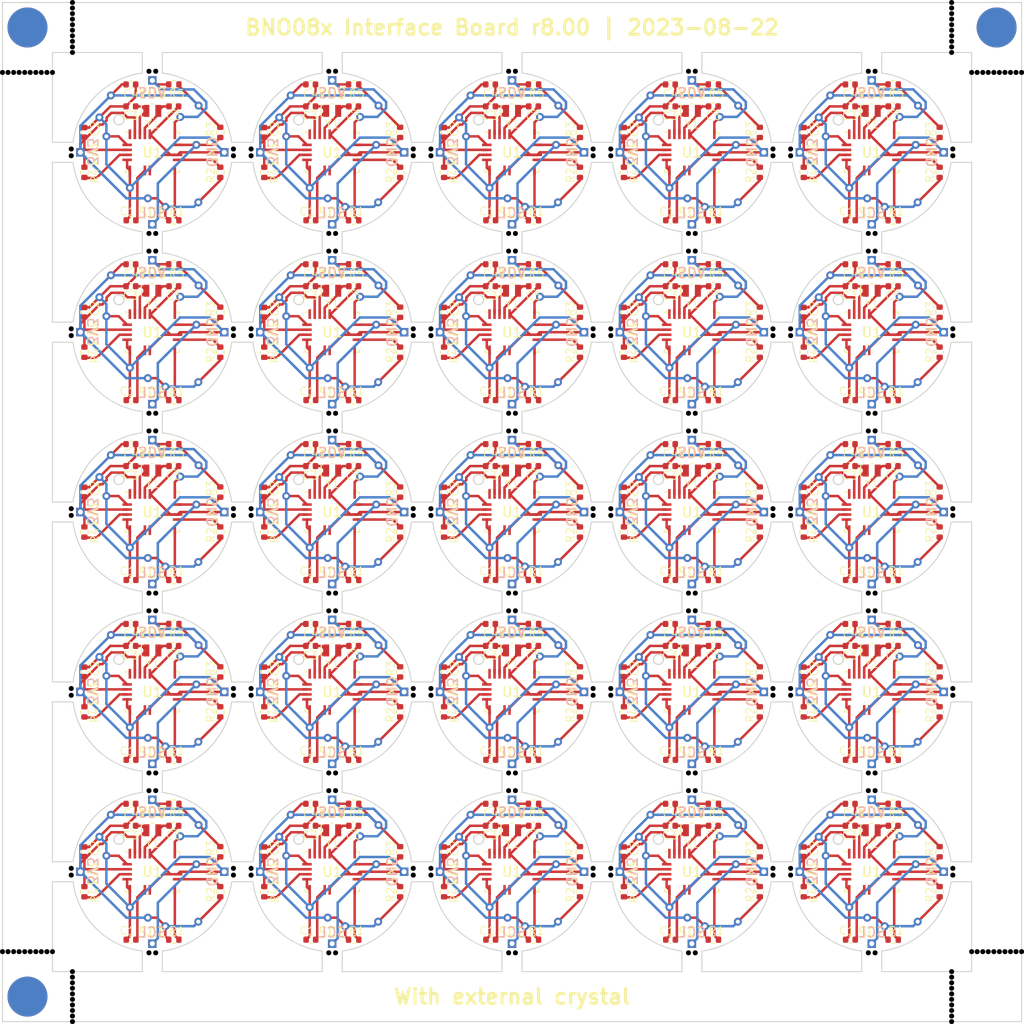
<source format=kicad_pcb>
(kicad_pcb (version 20221018) (generator pcbnew)
  (title_block (title "BNO08x Interface Board r8.00") (date "2023-08-22") (comment 1 "Author: Toby Godfrey"))
  (layers (0 "F.Cu" signal) (31 "B.Cu" signal) (34 "B.Paste" user) (35 "F.Paste" user) (36 "B.SilkS" user "B.Silkscreen") (37 "F.SilkS" user "F.Silkscreen") (38 "B.Mask" user) (39 "F.Mask" user) (44 "Edge.Cuts" user))
  (net 0 "")
  (net 1 "Board_0-+3.3V")
  (net 2 "Board_0-CLKSEL0")
  (net 3 "Board_0-CLKSEL1")
  (net 4 "Board_0-Net-(U1-BOOTN)")
  (net 5 "Board_0-Net-(U1-CAP)")
  (net 6 "Board_0-Net-(U1-ENV_SCL)")
  (net 7 "Board_0-Net-(U1-ENV_SDA)")
  (net 8 "Board_0-SCL")
  (net 9 "Board_0-SDA")
  (net 10 "Board_0-XIN32")
  (net 11 "Board_0-unconnected-(U1-RESV_NC-Pad1)")
  (net 12 "Board_1-+3.3V")
  (net 13 "Board_1-CLKSEL0")
  (net 14 "Board_1-CLKSEL1")
  (net 15 "Board_1-Net-(U1-BOOTN)")
  (net 16 "Board_1-Net-(U1-CAP)")
  (net 17 "Board_1-Net-(U1-ENV_SCL)")
  (net 18 "Board_1-Net-(U1-ENV_SDA)")
  (net 19 "Board_1-SCL")
  (net 20 "Board_1-SDA")
  (net 21 "Board_1-XIN32")
  (net 22 "Board_1-unconnected-(U1-RESV_NC-Pad1)")
  (net 23 "Board_2-+3.3V")
  (net 24 "Board_2-CLKSEL0")
  (net 25 "Board_2-CLKSEL1")
  (net 26 "Board_2-Net-(U1-BOOTN)")
  (net 27 "Board_2-Net-(U1-CAP)")
  (net 28 "Board_2-Net-(U1-ENV_SCL)")
  (net 29 "Board_2-Net-(U1-ENV_SDA)")
  (net 30 "Board_2-SCL")
  (net 31 "Board_2-SDA")
  (net 32 "Board_2-XIN32")
  (net 33 "Board_2-unconnected-(U1-RESV_NC-Pad1)")
  (net 34 "Board_3-+3.3V")
  (net 35 "Board_3-CLKSEL0")
  (net 36 "Board_3-CLKSEL1")
  (net 37 "Board_3-Net-(U1-BOOTN)")
  (net 38 "Board_3-Net-(U1-CAP)")
  (net 39 "Board_3-Net-(U1-ENV_SCL)")
  (net 40 "Board_3-Net-(U1-ENV_SDA)")
  (net 41 "Board_3-SCL")
  (net 42 "Board_3-SDA")
  (net 43 "Board_3-XIN32")
  (net 44 "Board_3-unconnected-(U1-RESV_NC-Pad1)")
  (net 45 "Board_4-+3.3V")
  (net 46 "Board_4-CLKSEL0")
  (net 47 "Board_4-CLKSEL1")
  (net 48 "Board_4-Net-(U1-BOOTN)")
  (net 49 "Board_4-Net-(U1-CAP)")
  (net 50 "Board_4-Net-(U1-ENV_SCL)")
  (net 51 "Board_4-Net-(U1-ENV_SDA)")
  (net 52 "Board_4-SCL")
  (net 53 "Board_4-SDA")
  (net 54 "Board_4-XIN32")
  (net 55 "Board_4-unconnected-(U1-RESV_NC-Pad1)")
  (net 56 "Board_5-+3.3V")
  (net 57 "Board_5-CLKSEL0")
  (net 58 "Board_5-CLKSEL1")
  (net 59 "Board_5-Net-(U1-BOOTN)")
  (net 60 "Board_5-Net-(U1-CAP)")
  (net 61 "Board_5-Net-(U1-ENV_SCL)")
  (net 62 "Board_5-Net-(U1-ENV_SDA)")
  (net 63 "Board_5-SCL")
  (net 64 "Board_5-SDA")
  (net 65 "Board_5-XIN32")
  (net 66 "Board_5-unconnected-(U1-RESV_NC-Pad1)")
  (net 67 "Board_6-+3.3V")
  (net 68 "Board_6-CLKSEL0")
  (net 69 "Board_6-CLKSEL1")
  (net 70 "Board_6-Net-(U1-BOOTN)")
  (net 71 "Board_6-Net-(U1-CAP)")
  (net 72 "Board_6-Net-(U1-ENV_SCL)")
  (net 73 "Board_6-Net-(U1-ENV_SDA)")
  (net 74 "Board_6-SCL")
  (net 75 "Board_6-SDA")
  (net 76 "Board_6-XIN32")
  (net 77 "Board_6-unconnected-(U1-RESV_NC-Pad1)")
  (net 78 "Board_7-+3.3V")
  (net 79 "Board_7-CLKSEL0")
  (net 80 "Board_7-CLKSEL1")
  (net 81 "Board_7-Net-(U1-BOOTN)")
  (net 82 "Board_7-Net-(U1-CAP)")
  (net 83 "Board_7-Net-(U1-ENV_SCL)")
  (net 84 "Board_7-Net-(U1-ENV_SDA)")
  (net 85 "Board_7-SCL")
  (net 86 "Board_7-SDA")
  (net 87 "Board_7-XIN32")
  (net 88 "Board_7-unconnected-(U1-RESV_NC-Pad1)")
  (net 89 "Board_8-+3.3V")
  (net 90 "Board_8-CLKSEL0")
  (net 91 "Board_8-CLKSEL1")
  (net 92 "Board_8-Net-(U1-BOOTN)")
  (net 93 "Board_8-Net-(U1-CAP)")
  (net 94 "Board_8-Net-(U1-ENV_SCL)")
  (net 95 "Board_8-Net-(U1-ENV_SDA)")
  (net 96 "Board_8-SCL")
  (net 97 "Board_8-SDA")
  (net 98 "Board_8-XIN32")
  (net 99 "Board_8-unconnected-(U1-RESV_NC-Pad1)")
  (net 100 "Board_9-+3.3V")
  (net 101 "Board_9-CLKSEL0")
  (net 102 "Board_9-CLKSEL1")
  (net 103 "Board_9-Net-(U1-BOOTN)")
  (net 104 "Board_9-Net-(U1-CAP)")
  (net 105 "Board_9-Net-(U1-ENV_SCL)")
  (net 106 "Board_9-Net-(U1-ENV_SDA)")
  (net 107 "Board_9-SCL")
  (net 108 "Board_9-SDA")
  (net 109 "Board_9-XIN32")
  (net 110 "Board_9-unconnected-(U1-RESV_NC-Pad1)")
  (net 111 "Board_10-+3.3V")
  (net 112 "Board_10-CLKSEL0")
  (net 113 "Board_10-CLKSEL1")
  (net 114 "Board_10-Net-(U1-BOOTN)")
  (net 115 "Board_10-Net-(U1-CAP)")
  (net 116 "Board_10-Net-(U1-ENV_SCL)")
  (net 117 "Board_10-Net-(U1-ENV_SDA)")
  (net 118 "Board_10-SCL")
  (net 119 "Board_10-SDA")
  (net 120 "Board_10-XIN32")
  (net 121 "Board_10-unconnected-(U1-RESV_NC-Pad1)")
  (net 122 "Board_11-+3.3V")
  (net 123 "Board_11-CLKSEL0")
  (net 124 "Board_11-CLKSEL1")
  (net 125 "Board_11-Net-(U1-BOOTN)")
  (net 126 "Board_11-Net-(U1-CAP)")
  (net 127 "Board_11-Net-(U1-ENV_SCL)")
  (net 128 "Board_11-Net-(U1-ENV_SDA)")
  (net 129 "Board_11-SCL")
  (net 130 "Board_11-SDA")
  (net 131 "Board_11-XIN32")
  (net 132 "Board_11-unconnected-(U1-RESV_NC-Pad1)")
  (net 133 "Board_12-+3.3V")
  (net 134 "Board_12-CLKSEL0")
  (net 135 "Board_12-CLKSEL1")
  (net 136 "Board_12-Net-(U1-BOOTN)")
  (net 137 "Board_12-Net-(U1-CAP)")
  (net 138 "Board_12-Net-(U1-ENV_SCL)")
  (net 139 "Board_12-Net-(U1-ENV_SDA)")
  (net 140 "Board_12-SCL")
  (net 141 "Board_12-SDA")
  (net 142 "Board_12-XIN32")
  (net 143 "Board_12-unconnected-(U1-RESV_NC-Pad1)")
  (net 144 "Board_13-+3.3V")
  (net 145 "Board_13-CLKSEL0")
  (net 146 "Board_13-CLKSEL1")
  (net 147 "Board_13-Net-(U1-BOOTN)")
  (net 148 "Board_13-Net-(U1-CAP)")
  (net 149 "Board_13-Net-(U1-ENV_SCL)")
  (net 150 "Board_13-Net-(U1-ENV_SDA)")
  (net 151 "Board_13-SCL")
  (net 152 "Board_13-SDA")
  (net 153 "Board_13-XIN32")
  (net 154 "Board_13-unconnected-(U1-RESV_NC-Pad1)")
  (net 155 "Board_14-+3.3V")
  (net 156 "Board_14-CLKSEL0")
  (net 157 "Board_14-CLKSEL1")
  (net 158 "Board_14-Net-(U1-BOOTN)")
  (net 159 "Board_14-Net-(U1-CAP)")
  (net 160 "Board_14-Net-(U1-ENV_SCL)")
  (net 161 "Board_14-Net-(U1-ENV_SDA)")
  (net 162 "Board_14-SCL")
  (net 163 "Board_14-SDA")
  (net 164 "Board_14-XIN32")
  (net 165 "Board_14-unconnected-(U1-RESV_NC-Pad1)")
  (net 166 "Board_15-+3.3V")
  (net 167 "Board_15-CLKSEL0")
  (net 168 "Board_15-CLKSEL1")
  (net 169 "Board_15-Net-(U1-BOOTN)")
  (net 170 "Board_15-Net-(U1-CAP)")
  (net 171 "Board_15-Net-(U1-ENV_SCL)")
  (net 172 "Board_15-Net-(U1-ENV_SDA)")
  (net 173 "Board_15-SCL")
  (net 174 "Board_15-SDA")
  (net 175 "Board_15-XIN32")
  (net 176 "Board_15-unconnected-(U1-RESV_NC-Pad1)")
  (net 177 "Board_16-+3.3V")
  (net 178 "Board_16-CLKSEL0")
  (net 179 "Board_16-CLKSEL1")
  (net 180 "Board_16-Net-(U1-BOOTN)")
  (net 181 "Board_16-Net-(U1-CAP)")
  (net 182 "Board_16-Net-(U1-ENV_SCL)")
  (net 183 "Board_16-Net-(U1-ENV_SDA)")
  (net 184 "Board_16-SCL")
  (net 185 "Board_16-SDA")
  (net 186 "Board_16-XIN32")
  (net 187 "Board_16-unconnected-(U1-RESV_NC-Pad1)")
  (net 188 "Board_17-+3.3V")
  (net 189 "Board_17-CLKSEL0")
  (net 190 "Board_17-CLKSEL1")
  (net 191 "Board_17-Net-(U1-BOOTN)")
  (net 192 "Board_17-Net-(U1-CAP)")
  (net 193 "Board_17-Net-(U1-ENV_SCL)")
  (net 194 "Board_17-Net-(U1-ENV_SDA)")
  (net 195 "Board_17-SCL")
  (net 196 "Board_17-SDA")
  (net 197 "Board_17-XIN32")
  (net 198 "Board_17-unconnected-(U1-RESV_NC-Pad1)")
  (net 199 "Board_18-+3.3V")
  (net 200 "Board_18-CLKSEL0")
  (net 201 "Board_18-CLKSEL1")
  (net 202 "Board_18-Net-(U1-BOOTN)")
  (net 203 "Board_18-Net-(U1-CAP)")
  (net 204 "Board_18-Net-(U1-ENV_SCL)")
  (net 205 "Board_18-Net-(U1-ENV_SDA)")
  (net 206 "Board_18-SCL")
  (net 207 "Board_18-SDA")
  (net 208 "Board_18-XIN32")
  (net 209 "Board_18-unconnected-(U1-RESV_NC-Pad1)")
  (net 210 "Board_19-+3.3V")
  (net 211 "Board_19-CLKSEL0")
  (net 212 "Board_19-CLKSEL1")
  (net 213 "Board_19-Net-(U1-BOOTN)")
  (net 214 "Board_19-Net-(U1-CAP)")
  (net 215 "Board_19-Net-(U1-ENV_SCL)")
  (net 216 "Board_19-Net-(U1-ENV_SDA)")
  (net 217 "Board_19-SCL")
  (net 218 "Board_19-SDA")
  (net 219 "Board_19-XIN32")
  (net 220 "Board_19-unconnected-(U1-RESV_NC-Pad1)")
  (net 221 "Board_20-+3.3V")
  (net 222 "Board_20-CLKSEL0")
  (net 223 "Board_20-CLKSEL1")
  (net 224 "Board_20-Net-(U1-BOOTN)")
  (net 225 "Board_20-Net-(U1-CAP)")
  (net 226 "Board_20-Net-(U1-ENV_SCL)")
  (net 227 "Board_20-Net-(U1-ENV_SDA)")
  (net 228 "Board_20-SCL")
  (net 229 "Board_20-SDA")
  (net 230 "Board_20-XIN32")
  (net 231 "Board_20-unconnected-(U1-RESV_NC-Pad1)")
  (net 232 "Board_21-+3.3V")
  (net 233 "Board_21-CLKSEL0")
  (net 234 "Board_21-CLKSEL1")
  (net 235 "Board_21-Net-(U1-BOOTN)")
  (net 236 "Board_21-Net-(U1-CAP)")
  (net 237 "Board_21-Net-(U1-ENV_SCL)")
  (net 238 "Board_21-Net-(U1-ENV_SDA)")
  (net 239 "Board_21-SCL")
  (net 240 "Board_21-SDA")
  (net 241 "Board_21-XIN32")
  (net 242 "Board_21-unconnected-(U1-RESV_NC-Pad1)")
  (net 243 "Board_22-+3.3V")
  (net 244 "Board_22-CLKSEL0")
  (net 245 "Board_22-CLKSEL1")
  (net 246 "Board_22-Net-(U1-BOOTN)")
  (net 247 "Board_22-Net-(U1-CAP)")
  (net 248 "Board_22-Net-(U1-ENV_SCL)")
  (net 249 "Board_22-Net-(U1-ENV_SDA)")
  (net 250 "Board_22-SCL")
  (net 251 "Board_22-SDA")
  (net 252 "Board_22-XIN32")
  (net 253 "Board_22-unconnected-(U1-RESV_NC-Pad1)")
  (net 254 "Board_23-+3.3V")
  (net 255 "Board_23-CLKSEL0")
  (net 256 "Board_23-CLKSEL1")
  (net 257 "Board_23-Net-(U1-BOOTN)")
  (net 258 "Board_23-Net-(U1-CAP)")
  (net 259 "Board_23-Net-(U1-ENV_SCL)")
  (net 260 "Board_23-Net-(U1-ENV_SDA)")
  (net 261 "Board_23-SCL")
  (net 262 "Board_23-SDA")
  (net 263 "Board_23-XIN32")
  (net 264 "Board_23-unconnected-(U1-RESV_NC-Pad1)")
  (net 265 "Board_24-+3.3V")
  (net 266 "Board_24-CLKSEL0")
  (net 267 "Board_24-CLKSEL1")
  (net 268 "Board_24-Net-(U1-BOOTN)")
  (net 269 "Board_24-Net-(U1-CAP)")
  (net 270 "Board_24-Net-(U1-ENV_SCL)")
  (net 271 "Board_24-Net-(U1-ENV_SDA)")
  (net 272 "Board_24-SCL")
  (net 273 "Board_24-SDA")
  (net 274 "Board_24-XIN32")
  (net 275 "Board_24-unconnected-(U1-RESV_NC-Pad1)")
  (footprint "NPTH" (layer "F.Cu") (at 130.159187 80.884)
    (fp_text reference "REF**" hide)
    (fp_text value "NPTH" hide)
  )
  (footprint "Connector_PinHeader_1.00mm:PinHeader_1x01_P1.00mm_Vertical" (layer "F.Cu") (at 112.498776 114.199388)
    (fp_text reference "J1" hide)
    (fp_text value "PIN_SCL")
  )
  (footprint "NPTH" (layer "F.Cu") (at 148.159187 79.114775)
    (fp_text reference "REF**" hide)
    (fp_text value "NPTH" hide)
  )
  (footprint "Connector_PinHeader_1.00mm:PinHeader_1x01_P1.00mm_Vertical" (layer "F.Cu") (at 123.298776 52.999388)
    (fp_text reference "J3" hide)
    (fp_text value "PIN_3V3")
  )
  (footprint "Capacitor_SMD:C_0402_1005Metric" (layer "F.Cu") (at 168.648776 84.399388)
    (fp_text reference "C5")
    (fp_text value "22pF")
  )
  (footprint "Crystal:Crystal_SMD_MicroCrystal_CM9V-T1A-2Pin_1.6x1.0mm" (layer "F.Cu") (at 148.498776 66.849388)
    (fp_text reference "Y1")
    (fp_text value "32.768kHz")
  )
  (footprint "Capacitor_SMD:C_0402_1005Metric" (layer "F.Cu") (at 182.368776 77.799388)
    (fp_text reference "C1")
    (fp_text value "100nF")
  )
  (footprint "NPTH" (layer "F.Cu") (at 184.837723 61.116509)
    (fp_text reference "REF**" hide)
    (fp_text value "NPTH" hide)
  )
  (footprint "Capacitor_SMD:C_0402_1005Metric" (layer "F.Cu") (at 128.348776 46.199388)
    (fp_text reference "C4")
    (fp_text value "100nF")
  )
  (footprint "Resistor_SMD:R_0402_1005Metric" (layer "F.Cu") (at 177.698776 90.999388 90)
    (fp_text reference "R4")
    (fp_text value "10k")
  )
  (footprint "Resistor_SMD:R_0402_1005Metric" (layer "F.Cu") (at 123.698776 108.999388 90)
    (fp_text reference "R4")
    (fp_text value "10k")
  )
  (footprint "NPTH" (layer "F.Cu") (at 166.837723 61.116509)
    (fp_text reference "REF**" hide)
    (fp_text value "NPTH" hide)
  )
  (footprint "Package_LGA:LGA-28_5.2x3.8mm_P0.5mm" (layer "F.Cu") (at 148.498776 88.999388)
    (fp_text reference "U1")
    (fp_text value "~")
  )
  (footprint "Connector_PinHeader_1.00mm:PinHeader_1x01_P1.00mm_Vertical" (layer "F.Cu") (at 130.498776 63.799388)
    (fp_text reference "J2" hide)
    (fp_text value "PIN_SDA")
  )
  (footprint "Capacitor_SMD:C_0402_1005Metric" (layer "F.Cu") (at 110.348776 64.199388)
    (fp_text reference "C4")
    (fp_text value "100nF")
  )
  (footprint "Crystal:Crystal_SMD_MicroCrystal_CM9V-T1A-2Pin_1.6x1.0mm" (layer "F.Cu") (at 112.498776 84.849388)
    (fp_text reference "Y1")
    (fp_text value "32.768kHz")
  )
  (footprint "Connector_PinHeader_1.00mm:PinHeader_1x01_P1.00mm_Vertical" (layer "F.Cu") (at 141.298776 88.999388)
    (fp_text reference "J3" hide)
    (fp_text value "PIN_3V3")
  )
  (footprint "Connector_PinHeader_1.00mm:PinHeader_1x01_P1.00mm_Vertical" (layer "F.Cu") (at 141.298776 106.999388)
    (fp_text reference "J3" hide)
    (fp_text value "PIN_3V3")
  )
  (footprint "Capacitor_SMD:C_0402_1005Metric" (layer "F.Cu") (at 186.648776 48.399388)
    (fp_text reference "C5")
    (fp_text value "22pF")
  )
  (footprint "Resistor_SMD:R_0402_1005Metric" (layer "F.Cu") (at 173.298776 104.999388 90)
    (fp_text reference "R3")
    (fp_text value "2.2k")
  )
  (footprint "NPTH" (layer "F.Cu") (at 104.501224 119.776553)
    (fp_text reference "REF**" hide)
    (fp_text value "NPTH" hide)
  )
  (footprint "Crystal:Crystal_SMD_MicroCrystal_CM9V-T1A-2Pin_1.6x1.0mm" (layer "F.Cu") (at 184.498776 102.849388)
    (fp_text reference "Y1")
    (fp_text value "32.768kHz")
  )
  (footprint "Resistor_SMD:R_0402_1005Metric" (layer "F.Cu") (at 168.648776 95.799388)
    (fp_text reference "R1")
    (fp_text value "2.2k")
  )
  (footprint "Capacitor_SMD:C_0402_1005Metric" (layer "F.Cu") (at 141.698776 86.999388 90)
    (fp_text reference "C2")
    (fp_text value "100nF")
  )
  (footprint "Capacitor_SMD:C_0402_1005Metric" (layer "F.Cu") (at 146.348776 102.399388 180)
    (fp_text reference "C3")
    (fp_text value "22pF")
  )
  (footprint "NPTH" (layer "F.Cu") (at 156.615265 89.338708)
    (fp_text reference "REF**" hide)
    (fp_text value "NPTH" hide)
  )
  (footprint "Resistor_SMD:R_0402_1005Metric" (layer "F.Cu") (at 159.698776 36.999388 90)
    (fp_text reference "R4")
    (fp_text value "10k")
  )
  (footprint "Connector_PinHeader_1.00mm:PinHeader_1x01_P1.00mm_Vertical" (layer "F.Cu") (at 166.498776 99.799388)
    (fp_text reference "J2" hide)
    (fp_text value "PIN_SDA")
  )
  (footprint "Crystal:Crystal_SMD_MicroCrystal_CM9V-T1A-2Pin_1.6x1.0mm" (layer "F.Cu") (at 166.498776 102.849388)
    (fp_text reference "Y1")
    (fp_text value "32.768kHz")
  )
  (footprint "Connector_PinHeader_1.00mm:PinHeader_1x01_P1.00mm_Vertical" (layer "F.Cu") (at 173.698776 70.999388)
    (fp_text reference "J4" hide)
    (fp_text value "PIN_GND")
  )
  (footprint "NPTH" (layer "F.Cu") (at 101.945669 114.998775)
    (fp_text reference "REF**" hide)
    (fp_text value "NPTH" hide)
  )
  (footprint "NPTH" (layer "F.Cu") (at 166.159187 26.884001)
    (fp_text reference "REF**" hide)
    (fp_text value "NPTH" hide)
  )
  (footprint "NPTH" (layer "F.Cu") (at 199.498776 27)
    (fp_text reference "REF**" hide)
    (fp_text value "NPTH" hide)
  )
  (footprint "Resistor_SMD:R_0402_1005Metric" (layer "F.Cu") (at 155.298776 32.999388 90)
    (fp_text reference "R3")
    (fp_text value "2.2k")
  )
  (footprint "Resistor_SMD:R_0402_1005Metric" (layer "F.Cu") (at 137.298776 50.999388 90)
    (fp_text reference "R3")
    (fp_text value "2.2k")
  )
  (footprint "Capacitor_SMD:C_0402_1005Metric" (layer "F.Cu") (at 132.648776 30.399388)
    (fp_text reference "C5")
    (fp_text value "22pF")
  )
  (footprint "Connector_PinHeader_1.00mm:PinHeader_1x01_P1.00mm_Vertical" (layer "F.Cu") (at 173.698776 52.999388)
    (fp_text reference "J4" hide)
    (fp_text value "PIN_GND")
  )
  (footprint "NPTH" (layer "F.Cu") (at 138.615265 107.338708)
    (fp_text reference "REF**" hide)
    (fp_text value "NPTH" hide)
  )
  (footprint "NPTH" (layer "F.Cu") (at 148.159187 62.884)
    (fp_text reference "REF**" hide)
    (fp_text value "NPTH" hide)
  )
  (footprint "NPTH" (layer "F.Cu") (at 196.720998 114.998775)
    (fp_text reference "REF**" hide)
    (fp_text value "NPTH" hide)
  )
  (footprint "NPTH" (layer "F.Cu") (at 97.501224 114.998775)
    (fp_text reference "REF**" hide)
    (fp_text value "NPTH" hide)
  )
  (footprint "Connector_PinHeader_1.00mm:PinHeader_1x01_P1.00mm_Vertical" (layer "F.Cu") (at 148.498776 45.799388)
    (fp_text reference "J2" hide)
    (fp_text value "PIN_SDA")
  )
  (footprint "Resistor_SMD:R_0402_1005Metric" (layer "F.Cu") (at 191.298776 54.999388 -90)
    (fp_text reference "R2")
    (fp_text value "2.2k")
  )
  (footprint "Resistor_SMD:R_0402_1005Metric" (layer "F.Cu") (at 141.698776 54.999388 90)
    (fp_text reference "R4")
    (fp_text value "10k")
  )
  (footprint "NPTH" (layer "F.Cu") (at 122.383118 53.337589)
    (fp_text reference "REF**" hide)
    (fp_text value "NPTH" hide)
  )
  (footprint "Connector_PinHeader_1.00mm:PinHeader_1x01_P1.00mm_Vertical" (layer "F.Cu") (at 137.698776 52.999388)
    (fp_text reference "J4" hide)
    (fp_text value "PIN_GND")
  )
  (footprint "NPTH" (layer "F.Cu") (at 120.615265 35.338708)
    (fp_text reference "REF**" hide)
    (fp_text value "NPTH" hide)
  )
  (footprint "NPTH" (layer "F.Cu") (at 174.61529 52.660066)
    (fp_text reference "REF**" hide)
    (fp_text value "NPTH" hide)
  )
  (footprint "Capacitor_SMD:C_0402_1005Metric" (layer "F.Cu") (at 177.698776 68.999388 90)
    (fp_text reference "C2")
    (fp_text value "100nF")
  )
  (footprint "NPTH" (layer "F.Cu") (at 174.615265 107.338708)
    (fp_text reference "REF**" hide)
    (fp_text value "NPTH" hide)
  )
  (footprint "Capacitor_SMD:C_0402_1005Metric" (layer "F.Cu") (at 182.368776 41.799388)
    (fp_text reference "C1")
    (fp_text value "100nF")
  )
  (footprint "Resistor_SMD:R_0402_1005Metric" (layer "F.Cu") (at 114.648776 46.199388 180)
    (fp_text reference "R5")
    (fp_text value "2.2k")
  )
  (footprint "Connector_PinHeader_1.00mm:PinHeader_1x01_P1.00mm_Vertical" (layer "F.Cu") (at 173.698776 106.999388)
    (fp_text reference "J4" hide)
    (fp_text value "PIN_GND")
  )
  (footprint "NPTH" (layer "F.Cu") (at 130.159187 43.114775)
    (fp_text reference "REF**" hide)
    (fp_text value "NPTH" hide)
  )
  (footprint "Capacitor_SMD:C_0402_1005Metric" (layer "F.Cu") (at 105.698776 50.999388 90)
    (fp_text reference "C2")
    (fp_text value "100nF")
  )
  (footprint "Connector_PinHeader_1.00mm:PinHeader_1x01_P1.00mm_Vertical" (layer "F.Cu") (at 148.498776 81.799388)
    (fp_text reference "J2" hide)
    (fp_text value "PIN_SDA")
  )
  (footprint "NPTH" (layer "F.Cu") (at 112.837723 43.116509)
    (fp_text reference "REF**" hide)
    (fp_text value "NPTH" hide)
  )
  (footprint "NPTH" (layer "F.Cu") (at 176.383174 53.337586)
    (fp_text reference "REF**" hide)
    (fp_text value "NPTH" hide)
  )
  (footprint "Capacitor_SMD:C_0402_1005Metric" (layer "F.Cu") (at 114.648776 48.399388)
    (fp_text reference "C5")
    (fp_text value "22pF")
  )
  (footprint "Crystal:Crystal_SMD_MicroCrystal_CM9V-T1A-2Pin_1.6x1.0mm" (layer "F.Cu") (at 166.498776 66.849388)
    (fp_text reference "Y1")
    (fp_text value "32.768kHz")
  )
  (footprint "NPTH" (layer "F.Cu") (at 156.61529 88.660066)
    (fp_text reference "REF**" hide)
    (fp_text value "NPTH" hide)
  )
  (footprint "Resistor_SMD:R_0402_1005Metric" (layer "F.Cu") (at 150.648776 41.799388)
    (fp_text reference "R1")
    (fp_text value "2.2k")
  )
  (footprint "Connector_PinHeader_1.00mm:PinHeader_1x01_P1.00mm_Vertical" (layer "F.Cu") (at 166.498776 81.799388)
    (fp_text reference "J2" hide)
    (fp_text value "PIN_SDA")
  )
  (footprint "NPTH" (layer "F.Cu") (at 138.615265 89.338708)
    (fp_text reference "REF**" hide)
    (fp_text value "NPTH" hide)
  )
  (footprint "NPTH" (layer "F.Cu") (at 166.159187 79.114775)
    (fp_text reference "REF**" hide)
    (fp_text value "NPTH" hide)
  )
  (footprint "Resistor_SMD:R_0402_1005Metric" (layer "F.Cu") (at 186.648776 41.799388)
    (fp_text reference "R1")
    (fp_text value "2.2k")
  )
  (footprint "Capacitor_SMD:C_0402_1005Metric" (layer "F.Cu") (at 182.348776 100.199388)
    (fp_text reference "C4")
    (fp_text value "100nF")
  )
  (footprint "Connector_PinHeader_1.00mm:PinHeader_1x01_P1.00mm_Vertical" (layer "F.Cu") (at 112.498776 45.799388)
    (fp_text reference "J2" hide)
    (fp_text value "PIN_SDA")
  )
  (footprint "NPTH" (layer "F.Cu") (at 130.159187 26.884001)
    (fp_text reference "REF**" hide)
    (fp_text value "NPTH" hide)
  )
  (footprint "NPTH" (layer "F.Cu") (at 192.498775 120.332109)
    (fp_text reference "REF**" hide)
    (fp_text value "NPTH" hide)
  )
  (footprint "Resistor_SMD:R_0402_1005Metric" (layer "F.Cu") (at 123.698776 72.999388 90)
    (fp_text reference "R4")
    (fp_text value "10k")
  )
  (footprint "Capacitor_SMD:C_0402_1005Metric" (layer "F.Cu") (at 186.648776 66.399388)
    (fp_text reference "C5")
    (fp_text value "22pF")
  )
  (footprint "Crystal:Crystal_SMD_MicroCrystal_CM9V-T1A-2Pin_1.6x1.0mm" (layer "F.Cu") (at 184.498776 84.849388)
    (fp_text reference "Y1")
    (fp_text value "32.768kHz")
  )
  (footprint "Capacitor_SMD:C_0402_1005Metric" (layer "F.Cu") (at 128.348776 64.199388)
    (fp_text reference "C4")
    (fp_text value "100nF")
  )
  (footprint "Resistor_SMD:R_0402_1005Metric" (layer "F.Cu") (at 186.648776 77.799388)
    (fp_text reference "R1")
    (fp_text value "2.2k")
  )
  (footprint "Resistor_SMD:R_0402_1005Metric" (layer "F.Cu") (at 173.298776 68.999388 90)
    (fp_text reference "R3")
    (fp_text value "2.2k")
  )
  (footprint "NPTH" (layer "F.Cu") (at 122.383118 34.661187)
    (fp_text reference "REF**" hide)
    (fp_text value "NPTH" hide)
  )
  (footprint "Resistor_SMD:R_0402_1005Metric" (layer "F.Cu") (at 191.298776 36.999388 -90)
    (fp_text reference "R2")
    (fp_text value "2.2k")
  )
  (footprint "NPTH" (layer "F.Cu") (at 166.159187 115.114775)
    (fp_text reference "REF**" hide)
    (fp_text value "NPTH" hide)
  )
  (footprint "NPTH" (layer "F.Cu") (at 148.159187 97.114775)
    (fp_text reference "REF**" hide)
    (fp_text value "NPTH" hide)
  )
  (footprint "Connector_PinHeader_1.00mm:PinHeader_1x01_P1.00mm_Vertical" (layer "F.Cu") (at 173.698776 34.999388)
    (fp_text reference "J4" hide)
    (fp_text value "PIN_GND")
  )
  (footprint "Connector_PinHeader_1.00mm:PinHeader_1x01_P1.00mm_Vertical" (layer "F.Cu") (at 148.498776 27.799388)
    (fp_text reference "J2" hide)
    (fp_text value "PIN_SDA")
  )
  (footprint "Capacitor_SMD:C_0402_1005Metric" (layer "F.Cu") (at 110.368776 77.799388)
    (fp_text reference "C1")
    (fp_text value "100nF")
  )
  (footprint "Capacitor_SMD:C_0402_1005Metric" (layer "F.Cu") (at 159.698776 68.999388 90)
    (fp_text reference "C2")
    (fp_text value "100nF")
  )
  (footprint "NPTH" (layer "F.Cu") (at 197.832109 114.998775)
    (fp_text reference "REF**" hide)
    (fp_text value "NPTH" hide)
  )
  (footprint "NPTH" (layer "F.Cu") (at 97.501224 27)
    (fp_text reference "REF**" hide)
    (fp_text value "NPTH" hide)
  )
  (footprint "Connector_PinHeader_1.00mm:PinHeader_1x01_P1.00mm_Vertical" (layer "F.Cu") (at 148.498776 63.799388)
    (fp_text reference "J2" hide)
    (fp_text value "PIN_SDA")
  )
  (footprint "Resistor_SMD:R_0402_1005Metric" (layer "F.Cu") (at 168.648776 64.199388 180)
    (fp_text reference "R5")
    (fp_text value "2.2k")
  )
  (footprint "NPTH" (layer "F.Cu") (at 140.383118 70.661186)
    (fp_text reference "REF**" hide)
    (fp_text value "NPTH" hide)
  )
  (footprint "Capacitor_SMD:C_0402_1005Metric" (layer "F.Cu") (at 146.348776 100.199388)
    (fp_text reference "C4")
    (fp_text value "100nF")
  )
  (footprint "NPTH" (layer "F.Cu") (at 195.054331 27)
    (fp_text reference "REF**" hide)
    (fp_text value "NPTH" hide)
  )
  (footprint "Fiducial" (layer "F.Cu") (at 100.001224 119.498776)
    (fp_text reference "REF**" hide)
    (fp_text value "Fiducial" hide)
  )
  (footprint "Capacitor_SMD:C_0402_1005Metric" (layer "F.Cu") (at 123.698776 104.999388 90)
    (fp_text reference "C2")
    (fp_text value "100nF")
  )
  (footprint "Resistor_SMD:R_0402_1005Metric" (layer "F.Cu") (at 191.298776 72.999388 -90)
    (fp_text reference "R2")
    (fp_text value "2.2k")
  )
  (footprint "Connector_PinHeader_1.00mm:PinHeader_1x01_P1.00mm_Vertical" (layer "F.Cu") (at 166.498776 45.799388)
    (fp_text reference "J2" hide)
    (fp_text value "PIN_SDA")
  )
  (footprint "Package_LGA:LGA-28_5.2x3.8mm_P0.5mm" (layer "F.Cu") (at 112.498776 70.999388)
    (fp_text reference "U1")
    (fp_text value "~")
  )
  (footprint "NPTH" (layer "F.Cu") (at 184.159187 44.884)
    (fp_text reference "REF**" hide)
    (fp_text value "NPTH" hide)
  )
  (footprint "NPTH" (layer "F.Cu") (at 184.837723 44.882266)
    (fp_text reference "REF**" hide)
    (fp_text value "NPTH" hide)
  )
  (footprint "Resistor_SMD:R_0402_1005Metric" (layer "F.Cu") (at 191.298776 32.999388 90)
    (fp_text reference "R3")
    (fp_text value "2.2k")
  )
  (footprint "Capacitor_SMD:C_0402_1005Metric" (layer "F.Cu") (at 141.698776 32.999388 90)
    (fp_text reference "C2")
    (fp_text value "100nF")
  )
  (footprint "Resistor_SMD:R_0402_1005Metric" (layer "F.Cu") (at 132.648776 46.199388 180)
    (fp_text reference "R5")
    (fp_text value "2.2k")
  )
  (footprint "Capacitor_SMD:C_0402_1005Metric" (layer "F.Cu") (at 123.698776 86.999388 90)
    (fp_text reference "C2")
    (fp_text value "100nF")
  )
  (footprint "Connector_PinHeader_1.00mm:PinHeader_1x01_P1.00mm_Vertical" (layer "F.Cu") (at 119.698776 34.999388)
    (fp_text reference "J4" hide)
    (fp_text value "PIN_GND")
  )
  (footprint "Capacitor_SMD:C_0402_1005Metric" (layer "F.Cu") (at 146.368776 77.799388)
    (fp_text reference "C1")
    (fp_text value "100nF")
  )
  (footprint "Crystal:Crystal_SMD_MicroCrystal_CM9V-T1A-2Pin_1.6x1.0mm" (layer "F.Cu") (at 148.498776 102.849388)
    (fp_text reference "Y1")
    (fp_text value "32.768kHz")
  )
  (footprint "Connector_PinHeader_1.00mm:PinHeader_1x01_P1.00mm_Vertical" (layer "F.Cu") (at 148.498776 78.199388)
    (fp_text reference "J1" hide)
    (fp_text value "PIN_SCL")
  )
  (footprint "Package_LGA:LGA-28_5.2x3.8mm_P0.5mm" (layer "F.Cu") (at 184.498776 70.999388)
    (fp_text reference "U1")
    (fp_text value "~")
  )
  (footprint "Capacitor_SMD:C_0402_1005Metric" (layer "F.Cu") (at 146.348776 84.399388 180)
    (fp_text reference "C3")
    (fp_text value "22pF")
  )
  (footprint "NPTH" (layer "F.Cu") (at 166.837723 97.116509)
    (fp_text reference "REF**" hide)
    (fp_text value "NPTH" hide)
  )
  (footprint "Connector_PinHeader_1.00mm:PinHeader_1x01_P1.00mm_Vertical" (layer "F.Cu") (at 191.698776 88.999388)
    (fp_text reference "J4" hide)
    (fp_text value "PIN_GND")
  )
  (footprint "NPTH" (layer "F.Cu") (at 158.383018 70.661181)
    (fp_text reference "REF**" hide)
    (fp_text value "NPTH" hide)
  )
  (footprint "NPTH" (layer "F.Cu") (at 104.383175 106.661189)
    (fp_text reference "REF**" hide)
    (fp_text value "NPTH" hide)
  )
  (footprint "Capacitor_SMD:C_0402_1005Metric" (layer "F.Cu") (at 146.368776 113.799388)
    (fp_text reference "C1")
    (fp_text value "100nF")
  )
  (footprint "Capacitor_SMD:C_0402_1005Metric" (layer "F.Cu") (at 182.368776 59.799388)
    (fp_text reference "C1")
    (fp_text value "100nF")
  )
  (footprint "Connector_PinHeader_1.00mm:PinHeader_1x01_P1.00mm_Vertical" (layer "F.Cu") (at 184.498776 42.199388)
    (fp_text reference "J1" hide)
    (fp_text value "PIN_SCL")
  )
  (footprint "Resistor_SMD:R_0402_1005Metric" (layer "F.Cu") (at 168.648776 113.799388)
    (fp_text reference "R1")
    (fp_text value "2.2k")
  )
  (footprint "NPTH" (layer "F.Cu") (at 166.837723 80.882266)
    (fp_text reference "REF**" hide)
    (fp_text value "NPTH" hide)
  )
  (footprint "Connector_PinHeader_1.00mm:PinHeader_1x01_P1.00mm_Vertical" (layer "F.Cu") (at 177.298776 52.999388)
    (fp_text reference "J3" hide)
    (fp_text value "PIN_3V3")
  )
  (footprint "Capacitor_SMD:C_0402_1005Metric" (layer "F.Cu") (at 164.348776 102.399388 180)
    (fp_text reference "C3")
    (fp_text value "22pF")
  )
  (footprint "Package_LGA:LGA-28_5.2x3.8mm_P0.5mm" (layer "F.Cu") (at 130.498776 52.999388)
    (fp_text reference "U1")
    (fp_text value "~")
  )
  (footprint "Package_LGA:LGA-28_5.2x3.8mm_P0.5mm" (layer "F.Cu") (at 130.498776 70.999388)
    (fp_text reference "U1")
    (fp_text value "~")
  )
  (footprint "Capacitor_SMD:C_0402_1005Metric" (layer "F.Cu") (at 186.648776 84.399388)
    (fp_text reference "C5")
    (fp_text value "22pF")
  )
  (footprint "Resistor_SMD:R_0402_1005Metric" (layer "F.Cu") (at 123.698776 36.999388 90)
    (fp_text reference "R4")
    (fp_text value "10k")
  )
  (footprint "Resistor_SMD:R_0402_1005Metric" (layer "F.Cu") (at 186.648776 100.199388 180)
    (fp_text reference "R5")
    (fp_text value "2.2k")
  )
  (footprint "Package_LGA:LGA-28_5.2x3.8mm_P0.5mm" (layer "F.Cu") (at 148.498776 34.999388)
    (fp_text reference "U1")
    (fp_text value "~")
  )
  (footprint "Resistor_SMD:R_0402_1005Metric" (layer "F.Cu") (at 150.648776 59.799388)
    (fp_text reference "R1")
    (fp_text value "2.2k")
  )
  (footprint "NPTH" (layer "F.Cu") (at 112.159188 43.114775)
    (fp_text reference "REF**" hide)
    (fp_text value "NPTH" hide)
  )
  (footprint "Crystal:Crystal_SMD_MicroCrystal_CM9V-T1A-2Pin_1.6x1.0mm" (layer "F.Cu") (at 166.498776 30.849388)
    (fp_text reference "Y1")
    (fp_text value "32.768kHz")
  )
  (footprint "Resistor_SMD:R_0402_1005Metric" (layer "F.Cu") (at 150.648776 95.799388)
    (fp_text reference "R1")
    (fp_text value "2.2k")
  )
  (footprint "NPTH" (layer "F.Cu") (at 138.615265 71.338708)
    (fp_text reference "REF**" hide)
    (fp_text value "NPTH" hide)
  )
  (footprint "Capacitor_SMD:C_0402_1005Metric" (layer "F.Cu") (at 182.348776 28.199388)
    (fp_text reference "C4")
    (fp_text value "100nF")
  )
  (footprint "Resistor_SMD:R_0402_1005Metric" (layer "F.Cu") (at 132.648776 113.799388)
    (fp_text reference "R1")
    (fp_text value "2.2k")
  )
  (footprint "Connector_PinHeader_1.00mm:PinHeader_1x01_P1.00mm_Vertical" (layer "F.Cu") (at 148.498776 99.799388)
    (fp_text reference "J2" hide)
    (fp_text value "PIN_SDA")
  )
  (footprint "Resistor_SMD:R_0402_1005Metric" (layer "F.Cu") (at 137.298776 72.999388 -90)
    (fp_text reference "R2")
    (fp_text value "2.2k")
  )
  (footprint "Connector_PinHeader_1.00mm:PinHeader_1x01_P1.00mm_Vertical" (layer "F.Cu") (at 159.298776 88.999388)
    (fp_text reference "J3" hide)
    (fp_text value "PIN_3V3")
  )
  (footprint "NPTH" (layer "F.Cu") (at 198.387664 27)
    (fp_text reference "REF**" hide)
    (fp_text value "NPTH" hide)
  )
  (footprint "Capacitor_SMD:C_0402_1005Metric" (layer "F.Cu") (at 182.348776 84.399388 180)
    (fp_text reference "C3")
    (fp_text value "22pF")
  )
  (footprint "NPTH" (layer "F.Cu") (at 156.615265 35.338708)
    (fp_text reference "REF**" hide)
    (fp_text value "NPTH" hide)
  )
  (footprint "NPTH" (layer "F.Cu") (at 184.159187 97.114775)
    (fp_text reference "REF**" hide)
    (fp_text value "NPTH" hide)
  )
  (footprint "Resistor_SMD:R_0402_1005Metric" (layer "F.Cu") (at 141.698776 90.999388 90)
    (fp_text reference "R4")
    (fp_text value "10k")
  )
  (footprint "NPTH" (layer "F.Cu") (at 174.61529 34.660067)
    (fp_text reference "REF**" hide)
    (fp_text value "NPTH" hide)
  )
  (footprint "Capacitor_SMD:C_0402_1005Metric" (layer "F.Cu") (at 168.648776 66.399388)
    (fp_text reference "C5")
    (fp_text value "22pF")
  )
  (footprint "Package_LGA:LGA-28_5.2x3.8mm_P0.5mm" (layer "F.Cu") (at 130.498776 34.999388)
    (fp_text reference "U1")
    (fp_text value "~")
  )
  (footprint "Resistor_SMD:R_0402_1005Metric" (layer "F.Cu") (at 141.698776 108.999388 90)
    (fp_text reference "R4")
    (fp_text value "10k")
  )
  (footprint "Connector_PinHeader_1.00mm:PinHeader_1x01_P1.00mm_Vertical" (layer "F.Cu") (at 159.298776 34.999388)
    (fp_text reference "J3" hide)
    (fp_text value "PIN_3V3")
  )
  (footprint "NPTH" (layer "F.Cu") (at 140.383174 53.337586)
    (fp_text reference "REF**" hide)
    (fp_text value "NPTH" hide)
  )
  (footprint "NPTH" (layer "F.Cu") (at 112.159188 79.114775)
    (fp_text reference "REF**" hide)
    (fp_text value "NPTH" hide)
  )
  (footprint "Crystal:Crystal_SMD_MicroCrystal_CM9V-T1A-2Pin_1.6x1.0mm" (layer "F.Cu") (at 184.498776 66.849388)
    (fp_text reference "Y1")
    (fp_text value "32.768kHz")
  )
  (footprint "Connector_PinHeader_1.00mm:PinHeader_1x01_P1.00mm_Vertical" (layer "F.Cu") (at 112.498776 63.799388)
    (fp_text reference "J2" hide)
    (fp_text value "PIN_SDA")
  )
  (footprint "Connector_PinHeader_1.00mm:PinHeader_1x01_P1.00mm_Vertical" (layer "F.Cu") (at 177.298776 88.999388)
    (fp_text reference "J3" hide)
    (fp_text value "PIN_3V3")
  )
  (footprint "Connector_PinHeader_1.00mm:PinHeader_1x01_P1.00mm_Vertical" (layer "F.Cu") (at 123.298776 34.999388)
    (fp_text reference "J3" hide)
    (fp_text value "PIN_3V3")
  )
  (footprint "Crystal:Crystal_SMD_MicroCrystal_CM9V-T1A-2Pin_1.6x1.0mm" (layer "F.Cu") (at 148.498776 48.849388)
    (fp_text reference "Y1")
    (fp_text value "32.768kHz")
  )
  (footprint "NPTH" (layer "F.Cu") (at 192.498775 21.111112)
    (fp_text reference "REF**" hide)
    (fp_text value "NPTH" hide)
  )
  (footprint "Package_LGA:LGA-28_5.2x3.8mm_P0.5mm" (layer "F.Cu") (at 148.498776 70.999388)
    (fp_text reference "U1")
    (fp_text value "~")
  )
  (footprint "NPTH" (layer "F.Cu") (at 138.61529 88.660066)
    (fp_text reference "REF**" hide)
    (fp_text value "NPTH" hide)
  )
  (footprint "NPTH" (layer "F.Cu") (at 198.94322 114.998775)
    (fp_text reference "REF**" hide)
    (fp_text value "NPTH" hide)
  )
  (footprint "NPTH" (layer "F.Cu") (at 174.61529 106.660066)
    (fp_text reference "REF**" hide)
    (fp_text value "NPTH" hide)
  )
  (footprint "NPTH" (layer "F.Cu") (at 174.615265 35.338708)
    (fp_text reference "REF**" hide)
    (fp_text value "NPTH" hide)
  )
  (footprint "Capacitor_SMD:C_0402_1005Metric" (layer "F.Cu") (at 164.348776 48.399388 180)
    (fp_text reference "C3")
    (fp_text value "22pF")
  )
  (footprint "NPTH" (layer "F.Cu") (at 130.837723 26.882267)
    (fp_text reference "REF**" hide)
    (fp_text value "NPTH" hide)
  )
  (footprint "Resistor_SMD:R_0402_1005Metric" (layer "F.Cu") (at 177.698776 36.999388 90)
    (fp_text reference "R4")
    (fp_text value "10k")
  )
  (footprint "Capacitor_SMD:C_0402_1005Metric" (layer "F.Cu") (at 110.368776 59.799388)
    (fp_text reference "C1")
    (fp_text value "100nF")
  )
  (footprint "NPTH" (layer "F.Cu") (at 130.837723 61.116509)
    (fp_text reference "REF**" hide)
    (fp_text value "NPTH" hide)
  )
  (footprint "Resistor_SMD:R_0402_1005Metric" (layer "F.Cu") (at 186.648776 28.199388 180)
    (fp_text reference "R5")
    (fp_text value "2.2k")
  )
  (footprint "Capacitor_SMD:C_0402_1005Metric" (layer "F.Cu") (at 168.648776 102.399388)
    (fp_text reference "C5")
    (fp_text value "22pF")
  )
  (footprint "NPTH" (layer "F.Cu") (at 166.837723 115.116509)
    (fp_text reference "REF**" hide)
    (fp_text value "NPTH" hide)
  )
  (footprint "Capacitor_SMD:C_0402_1005Metric" (layer "F.Cu") (at 141.698776 68.999388 90)
    (fp_text reference "C2")
    (fp_text value "100nF")
  )
  (footprint "NPTH" (layer "F.Cu") (at 192.498775 116.998776)
    (fp_text reference "REF**" hide)
    (fp_text value "NPTH" hide)
  )
  (footprint "Resistor_SMD:R_0402_1005Metric" (layer "F.Cu") (at 186.648776 113.799388)
    (fp_text reference "R1")
    (fp_text value "2.2k")
  )
  (footprint "NPTH" (layer "F.Cu") (at 104.501224 23.333334)
    (fp_text reference "REF**" hide)
    (fp_text value "NPTH" hide)
  )
  (footprint "NPTH" (layer "F.Cu") (at 104.383175 88.661189)
    (fp_text reference "REF**" hide)
    (fp_text value "NPTH" hide)
  )
  (footprint "Resistor_SMD:R_0402_1005Metric" (layer "F.Cu") (at 105.698776 72.999388 90)
    (fp_text reference "R4")
    (fp_text value "10k")
  )
  (footprint "NPTH" (layer "F.Cu") (at 158.383174 107.337586)
    (fp_text reference "REF**" hide)
    (fp_text value "NPTH" hide)
  )
  (footprint "Capacitor_SMD:C_0402_1005Metric" (layer "F.Cu") (at 182.348776 46.199388)
    (fp_text reference "C4")
    (fp_text value "100nF")
  )
  (footprint "NPTH" (layer "F.Cu") (at 104.501224 119.220998)
    (fp_text reference "REF**" hide)
    (fp_text value "NPTH" hide)
  )
  (footprint "NPTH" (layer "F.Cu") (at 192.498775 21.666667)
    (fp_text reference "REF**" hide)
    (fp_text value "NPTH" hide)
  )
  (footprint "Resistor_SMD:R_0402_1005Metric" (layer "F.Cu") (at 173.298776 72.999388 -90)
    (fp_text reference "R2")
    (fp_text value "2.2k")
  )
  (footprint "Crystal:Crystal_SMD_MicroCrystal_CM9V-T1A-2Pin_1.6x1.0mm" (layer "F.Cu") (at 184.498776 48.849388)
    (fp_text reference "Y1")
    (fp_text value "32.768kHz")
  )
  (footprint "NPTH" (layer "F.Cu") (at 140.383118 34.661187)
    (fp_text reference "REF**" hide)
    (fp_text value "NPTH" hide)
  )
  (footprint "NPTH" (layer "F.Cu") (at 176.383018 88.661181)
    (fp_text reference "REF**" hide)
    (fp_text value "NPTH" hide)
  )
  (footprint "Capacitor_SMD:C_0402_1005Metric" (layer "F.Cu") (at 186.648776 30.399388)
    (fp_text reference "C5")
    (fp_text value "22pF")
  )
  (footprint "NPTH" (layer "F.Cu") (at 112.837723 79.116509)
    (fp_text reference "REF**" hide)
    (fp_text value "NPTH" hide)
  )
  (footprint "Package_LGA:LGA-28_5.2x3.8mm_P0.5mm" (layer "F.Cu") (at 166.498776 70.999388)
    (fp_text reference "U1")
    (fp_text value "~")
  )
  (footprint "Resistor_SMD:R_0402_1005Metric" (layer "F.Cu") (at 155.298776 50.999388 90)
    (fp_text reference "R3")
    (fp_text value "2.2k")
  )
  (footprint "NPTH" (layer "F.Cu") (at 184.837723 80.882266)
    (fp_text reference "REF**" hide)
    (fp_text value "NPTH" hide)
  )
  (footprint "Resistor_SMD:R_0402_1005Metric" (layer "F.Cu") (at 150.648776 82.199388 180)
    (fp_text reference "R5")
    (fp_text value "2.2k")
  )
  (footprint "NPTH" (layer "F.Cu") (at 184.837723 98.882266)
    (fp_text reference "REF**" hide)
    (fp_text value "NPTH" hide)
  )
  (footprint "Fiducial" (layer "F.Cu") (at 196.998776 22.5)
    (fp_text reference "REF**" hide)
    (fp_text value "Fiducial" hide)
  )
  (footprint "Connector_PinHeader_1.00mm:PinHeader_1x01_P1.00mm_Vertical" (layer "F.Cu") (at 184.498776 45.799388)
    (fp_text reference "J2" hide)
    (fp_text value "PIN_SDA")
  )
  (footprint "NPTH" (layer "F.Cu") (at 176.383174 71.337586)
    (fp_text reference "REF**" hide)
    (fp_text value "NPTH" hide)
  )
  (footprint "Capacitor_SMD:C_0402_1005Metric" (layer "F.Cu") (at 150.648776 48.399388)
    (fp_text reference "C5")
    (fp_text value "22pF")
  )
  (footprint "Capacitor_SMD:C_0402_1005Metric" (layer "F.Cu") (at 110.348776 28.199388)
    (fp_text reference "C4")
    (fp_text value "100nF")
  )
  (footprint "NPTH" (layer "F.Cu") (at 148.159187 61.114775)
    (fp_text reference "REF**" hide)
    (fp_text value "NPTH" hide)
  )
  (footprint "Resistor_SMD:R_0402_1005Metric" (layer "F.Cu") (at 137.298776 36.999388 -90)
    (fp_text reference "R2")
    (fp_text value "2.2k")
  )
  (footprint "Resistor_SMD:R_0402_1005Metric" (layer "F.Cu") (at 132.648776 28.199388 180)
    (fp_text reference "R5")
    (fp_text value "2.2k")
  )
  (footprint "NPTH" (layer "F.Cu") (at 112.837723 115.116509)
    (fp_text reference "REF**" hide)
    (fp_text value "NPTH" hide)
  )
  (footprint "Crystal:Crystal_SMD_MicroCrystal_CM9V-T1A-2Pin_1.6x1.0mm" (layer "F.Cu") (at 130.498776 102.849388)
    (fp_text reference "Y1")
    (fp_text value "32.768kHz")
  )
  (footprint "Package_LGA:LGA-28_5.2x3.8mm_P0.5mm" (layer "F.Cu") (at 166.498776 106.999388)
    (fp_text reference "U1")
    (fp_text value "~")
  )
  (footprint "Crystal:Crystal_SMD_MicroCrystal_CM9V-T1A-2Pin_1.6x1.0mm" (layer "F.Cu") (at 130.498776 66.849388)
    (fp_text reference "Y1")
    (fp_text value "32.768kHz")
  )
  (footprint "Capacitor_SMD:C_0402_1005Metric" (layer "F.Cu") (at 164.368776 113.799388)
    (fp_text reference "C1")
    (fp_text value "100nF")
  )
  (footprint "NPTH" (layer "F.Cu") (at 100.279002 27)
    (fp_text reference "REF**" hide)
    (fp_text value "NPTH" hide)
  )
  (footprint "NPTH" (layer "F.Cu") (at 192.498775 20)
    (fp_text reference "REF**" hide)
    (fp_text value "NPTH" hide)
  )
  (footprint "NPTH" (layer "F.Cu") (at 120.61529 88.660066)
    (fp_text reference "REF**" hide)
    (fp_text value "NPTH" hide)
  )
  (footprint "Connector_PinHeader_1.00mm:PinHeader_1x01_P1.00mm_Vertical" (layer "F.Cu") (at 166.498776 27.799388)
    (fp_text reference "J2" hide)
    (fp_text value "PIN_SDA")
  )
  (footprint "Capacitor_SMD:C_0402_1005Metric" (layer "F.Cu") (at 146.348776 66.399388 180)
    (fp_text reference "C3")
    (fp_text value "22pF")
  )
  (footprint "NPTH" (layer "F.Cu") (at 166.837723 26.882267)
    (fp_text reference "REF**" hide)
    (fp_text value "NPTH" hide)
  )
  (footprint "NPTH" (layer "F.Cu") (at 158.383018 52.661181)
    (fp_text reference "REF**" hide)
    (fp_text value "NPTH" hide)
  )
  (footprint "Capacitor_SMD:C_0402_1005Metric" (layer "F.Cu") (at 164.348776 84.399388 180)
    (fp_text reference "C3")
    (fp_text value "22pF")
  )
  (footprint "Resistor_SMD:R_0402_1005Metric" (layer "F.Cu") (at 132.648776 41.799388)
    (fp_text reference "R1")
    (fp_text value "2.2k")
  )
  (footprint "Resistor_SMD:R_0402_1005Metric" (layer "F.Cu") (at 191.298776 90.999388 -90)
    (fp_text reference "R2")
    (fp_text value "2.2k")
  )
  (footprint "Resistor_SMD:R_0402_1005Metric" (layer "F.Cu") (at 105.698776 108.999388 90)
    (fp_text reference "R4")
    (fp_text value "10k")
  )
  (footprint "NPTH" (layer "F.Cu") (at 104.501224 120.332109)
    (fp_text reference "REF**" hide)
    (fp_text value "NPTH" hide)
  )
  (footprint "NPTH" (layer "F.Cu") (at 166.837723 44.882266)
    (fp_text reference "REF**" hide)
    (fp_text value "NPTH" hide)
  )
  (footprint "NPTH" (layer "F.Cu") (at 99.167891 27)
    (fp_text reference "REF**" hide)
    (fp_text value "NPTH" hide)
  )
  (footprint "Resistor_SMD:R_0402_1005Metric" (layer "F.Cu") (at 150.648776 113.799388)
    (fp_text reference "R1")
    (fp_text value "2.2k")
  )
  (footprint "NPTH" (layer "F.Cu") (at 112.837723 98.882266)
    (fp_text reference "REF**" hide)
    (fp_text value "NPTH" hide)
  )
  (footprint "Capacitor_SMD:C_0402_1005Metric" (layer "F.Cu") (at 128.348776 48.399388 180)
    (fp_text reference "C3")
    (fp_text value "22pF")
  )
  (footprint "Connector_PinHeader_1.00mm:PinHeader_1x01_P1.00mm_Vertical" (layer "F.Cu") (at 177.298776 34.999388)
    (fp_text reference "J3" hide)
    (fp_text value "PIN_3V3")
  )
  (footprint "Capacitor_SMD:C_0402_1005Metric" (layer "F.Cu") (at 132.648776 48.399388)
    (fp_text reference "C5")
    (fp_text value "22pF")
  )
  (footprint "NPTH" (layer "F.Cu") (at 166.159187 43.114775)
    (fp_text reference "REF**" hide)
    (fp_text value "NPTH" hide)
  )
  (footprint "NPTH" (layer "F.Cu") (at 174.61529 88.660066)
    (fp_text reference "REF**" hide)
    (fp_text value "NPTH" hide)
  )
  (footprint "Crystal:Crystal_SMD_MicroCrystal_CM9V-T1A-2Pin_1.6x1.0mm" (layer "F.Cu") (at 130.498776 30.849388)
    (fp_text reference "Y1")
    (fp_text value "32.768kHz")
  )
  (footprint "Capacitor_SMD:C_0402_1005Metric" (layer "F.Cu") (at 114.648776 30.399388)
    (fp_text reference "C5")
    (fp_text value "22pF")
  )
  (footprint "Capacitor_SMD:C_0402_1005Metric" (layer "F.Cu") (at 128.348776 100.199388)
    (fp_text reference "C4")
    (fp_text value "100nF")
  )
  (footprint "Connector_PinHeader_1.00mm:PinHeader_1x01_P1.00mm_Vertical" (layer "F.Cu") (at 191.698776 34.999388)
    (fp_text reference "J4" hide)
    (fp_text value "PIN_GND")
  )
  (footprint "NPTH" (layer "F.Cu") (at 100.279002 114.998775)
    (fp_text reference "REF**" hide)
    (fp_text value "NPTH" hide)
  )
  (footprint "NPTH" (layer "F.Cu") (at 196.165442 114.998775)
    (fp_text reference "REF**" hide)
    (fp_text value "NPTH" hide)
  )
  (footprint "NPTH" (layer "F.Cu") (at 158.383174 71.337586)
    (fp_text reference "REF**" hide)
    (fp_text value "NPTH" hide)
  )
  (footprint "NPTH" (layer "F.Cu") (at 158.383174 53.337586)
    (fp_text reference "REF**" hide)
    (fp_text value "NPTH" hide)
  )
  (footprint "Resistor_SMD:R_0402_1005Metric" (layer "F.Cu") (at 173.298776 86.999388 90)
    (fp_text reference "R3")
    (fp_text value "2.2k")
  )
  (footprint "NPTH" (layer "F.Cu") (at 176.383018 34.661182)
    (fp_text reference "REF**" hide)
    (fp_text value "NPTH" hide)
  )
  (footprint "Capacitor_SMD:C_0402_1005Metric" (layer "F.Cu") (at 123.698776 68.999388 90)
    (fp_text reference "C2")
    (fp_text value "100nF")
  )
  (footprint "NPTH" (layer "F.Cu") (at 192.61529 70.660066)
    (fp_text reference "REF**" hide)
    (fp_text value "NPTH" hide)
  )
  (footprint "NPTH" (layer "F.Cu") (at 130.837723 44.882266)
    (fp_text reference "REF**" hide)
    (fp_text value "NPTH" hide)
  )
  (footprint "NPTH" (layer "F.Cu") (at 98.05678 114.998775)
    (fp_text reference "REF**" hide)
    (fp_text value "NPTH" hide)
  )
  (footprint "Connector_PinHeader_1.00mm:PinHeader_1x01_P1.00mm_Vertical" (layer "F.Cu") (at 105.298776 88.999388)
    (fp_text reference "J3" hide)
    (fp_text value "PIN_3V3")
  )
  (footprint "NPTH" (layer "F.Cu") (at 184.837723 97.116509)
    (fp_text reference "REF**" hide)
    (fp_text value "NPTH" hide)
  )
  (footprint "NPTH" (layer "F.Cu") (at 166.837723 98.882266)
    (fp_text reference "REF**" hide)
    (fp_text value "NPTH" hide)
  )
  (footprint "Capacitor_SMD:C_0402_1005Metric" (layer "F.Cu") (at 128.368776 41.799388)
    (fp_text reference "C1")
    (fp_text value "100nF")
  )
  (footprint "NPTH" (layer "F.Cu") (at 148.837723 44.882266)
    (fp_text reference "REF**" hide)
    (fp_text value "NPTH" hide)
  )
  (footprint "Connector_PinHeader_1.00mm:PinHeader_1x01_P1.00mm_Vertical" (layer "F.Cu") (at 130.498776 42.199388)
    (fp_text reference "J1" hide)
    (fp_text value "PIN_SCL")
  )
  (footprint "NPTH" (layer "F.Cu") (at 148.837723 80.882266)
    (fp_text reference "REF**" hide)
    (fp_text value "NPTH" hide)
  )
  (footprint "NPTH" (layer "F.Cu") (at 158.383018 88.661181)
    (fp_text reference "REF**" hide)
    (fp_text value "NPTH" hide)
  )
  (footprint "NPTH" (layer "F.Cu") (at 104.501224 117.554331)
    (fp_text reference "REF**" hide)
    (fp_text value "NPTH" hide)
  )
  (footprint "Resistor_SMD:R_0402_1005Metric" (layer "F.Cu") (at 137.298776 86.999388 90)
    (fp_text reference "R3")
    (fp_text value "2.2k")
  )
  (footprint "NPTH" (layer "F.Cu") (at 104.501224 20)
    (fp_text reference "REF**" hide)
    (fp_text value "NPTH" hide)
  )
  (footprint "NPTH" (layer "F.Cu") (at 98.612336 114.998775)
    (fp_text reference "REF**" hide)
    (fp_text value "NPTH" hide)
  )
  (footprint "NPTH" (layer "F.Cu") (at 104.501224 120.887664)
    (fp_text reference "REF**" hide)
    (fp_text value "NPTH" hide)
  )
  (footprint "Capacitor_SMD:C_0402_1005Metric" (layer "F.Cu") (at 114.648776 66.399388)
    (fp_text reference "C5")
    (fp_text value "22pF")
  )
  (footprint "Capacitor_SMD:C_0402_1005Metric" (layer "F.Cu") (at 164.368776 95.799388)
    (fp_text reference "C1")
    (fp_text value "100nF")
  )
  (footprint "Capacitor_SMD:C_0402_1005Metric" (layer "F.Cu") (at 164.348776 100.199388)
    (fp_text reference "C4")
    (fp_text value "100nF")
  )
  (footprint "Capacitor_SMD:C_0402_1005Metric" (layer "F.Cu") (at 146.348776 48.399388 180)
    (fp_text reference "C3")
    (fp_text value "22pF")
  )
  (footprint "NPTH" (layer "F.Cu") (at 102.501224 114.998775)
    (fp_text reference "REF**" hide)
    (fp_text value "NPTH" hide)
  )
  (footprint "Connector_PinHeader_1.00mm:PinHeader_1x01_P1.00mm_Vertical" (layer "F.Cu") (at 184.498776 114.199388)
    (fp_text reference "J1" hide)
    (fp_text value "PIN_SCL")
  )
  (footprint "Connector_PinHeader_1.00mm:PinHeader_1x01_P1.00mm_Vertical" (layer "F.Cu") (at 166.498776 42.199388)
    (fp_text reference "J1" hide)
    (fp_text value "PIN_SCL")
  )
  (footprint "NPTH" (layer "F.Cu") (at 112.159188 26.884001)
    (fp_text reference "REF**" hide)
    (fp_text value "NPTH" hide)
  )
  (footprint "Resistor_SMD:R_0402_1005Metric" (layer "F.Cu") (at 186.648776 64.199388 180)
    (fp_text reference "R5")
    (fp_text value "2.2k")
  )
  (footprint "Capacitor_SMD:C_0402_1005Metric" (layer "F.Cu") (at 110.348776 30.399388 180)
    (fp_text reference "C3")
    (fp_text value "22pF")
  )
  (footprint "Resistor_SMD:R_0402_1005Metric" (layer "F.Cu") (at 114.648776 77.799388)
    (fp_text reference "R1")
    (fp_text value "2.2k")
  )
  (footprint "Resistor_SMD:R_0402_1005Metric" (layer "F.Cu") (at 137.298776 108.999388 -90)
    (fp_text reference "R2")
    (fp_text value "2.2k")
  )
  (footprint "NPTH" (layer "F.Cu") (at 122.383174 35.337586)
    (fp_text reference "REF**" hide)
    (fp_text value "NPTH" hide)
  )
  (footprint "Resistor_SMD:R_0402_1005Metric" (layer "F.Cu") (at 119.298776 36.999388 -90)
    (fp_text reference "R2")
    (fp_text value "2.2k")
  )
  (footprint "Resistor_SMD:R_0402_1005Metric" (layer "F.Cu") (at 137.298776 32.999388 90)
    (fp_text reference "R3")
    (fp_text value "2.2k")
  )
  (footprint "NPTH" (layer "F.Cu") (at 112.159188 97.114775)
    (fp_text reference "REF**" hide)
    (fp_text value "NPTH" hide)
  )
  (footprint "NPTH" (layer "F.Cu") (at 140.383118 88.661186)
    (fp_text reference "REF**" hide)
    (fp_text value "NPTH" hide)
  )
  (footprint "NPTH" (layer "F.Cu") (at 112.159188 98.884)
    (fp_text reference "REF**" hide)
    (fp_text value "NPTH" hide)
  )
  (footprint "NPTH" (layer "F.Cu") (at 122.383174 89.337586)
    (fp_text reference "REF**" hide)
    (fp_text value "NPTH" hide)
  )
  (footprint "NPTH" (layer "F.Cu") (at 184.159187 43.114775)
    (fp_text reference "REF**" hide)
    (fp_text value "NPTH" hide)
  )
  (footprint "Resistor_SMD:R_0402_1005Metric" (layer "F.Cu") (at 141.698776 36.999388 90)
    (fp_text reference "R4")
    (fp_text value "10k")
  )
  (footprint "Capacitor_SMD:C_0402_1005Metric" (layer "F.Cu") (at 128.368776 59.799388)
    (fp_text reference "C1")
    (fp_text value "100nF")
  )
  (footprint "Crystal:Crystal_SMD_MicroCrystal_CM9V-T1A-2Pin_1.6x1.0mm" (layer "F.Cu") (at 112.498776 30.849388)
    (fp_text reference "Y1")
    (fp_text value "32.768kHz")
  )
  (footprint "Connector_PinHeader_1.00mm:PinHeader_1x01_P1.00mm_Vertical" (layer "F.Cu") (at 141.298776 70.999388)
    (fp_text reference "J3" hide)
    (fp_text value "PIN_3V3")
  )
  (footprint "NPTH" (layer "F.Cu") (at 138.61529 70.660066)
    (fp_text reference "REF**" hide)
    (fp_text value "NPTH" hide)
  )
  (footprint "Capacitor_SMD:C_0402_1005Metric" (layer "F.Cu") (at 123.698776 50.999388 90)
    (fp_text reference "C2")
    (fp_text value "100nF")
  )
  (footprint "NPTH" (layer "F.Cu") (at 99.723447 27)
    (fp_text reference "REF**" hide)
    (fp_text value "NPTH" hide)
  )
  (footprint "Capacitor_SMD:C_0402_1005Metric" (layer "F.Cu") (at 110.348776 84.399388 180)
    (fp_text reference "C3")
    (fp_text value "22pF")
  )
  (footprint "NPTH" (layer "F.Cu") (at 196.720998 27)
    (fp_text reference "REF**" hide)
    (fp_text value "NPTH" hide)
  )
  (footprint "NPTH" (layer "F.Cu") (at 166.159187 62.884)
    (fp_text reference "REF**" hide)
    (fp_text value "NPTH" hide)
  )
  (footprint "Connector_PinHeader_1.00mm:PinHeader_1x01_P1.00mm_Vertical" (layer "F.Cu") (at 130.498776 45.799388)
    (fp_text reference "J2" hide)
    (fp_text value "PIN_SDA")
  )
  (footprint "Fiducial" (layer "F.Cu") (at 100.001224 22.5)
    (fp_text reference "REF**" hide)
    (fp_text value "Fiducial" hide)
  )
  (footprint "NPTH" (layer "F.Cu") (at 148.837723 97.116509)
    (fp_text reference "REF**" hide)
    (fp_text value "NPTH" hide)
  )
  (footprint "Resistor_SMD:R_0402_1005Metric" (layer "F.Cu") (at 119.298776 86.999388 90)
    (fp_text reference "R3")
    (fp_text value "2.2k")
  )
  (footprint "Resistor_SMD:R_0402_1005Metric" (layer "F.Cu") (at 137.298776 54.999388 -90)
    (fp_text reference "R2")
    (fp_text value "2.2k")
  )
  (footprint "Resistor_SMD:R_0402_1005Metric" (layer "F.Cu") (at 155.298776 104.999388 90)
    (fp_text reference "R3")
    (fp_text value "2.2k")
  )
  (footprint "Capacitor_SMD:C_0402_1005Metric" (layer "F.Cu") (at 128.348776 82.199388)
    (fp_text reference "C4")
    (fp_text value "100nF")
  )
  (footprint "NPTH" (layer "F.Cu") (at 130.837723 97.116509)
    (fp_text reference "REF**" hide)
    (fp_text value "NPTH" hide)
  )
  (footprint "NPTH" (layer "F.Cu") (at 158.383018 106.661181)
    (fp_text reference "REF**" hide)
    (fp_text value "NPTH" hide)
  )
  (footprint "NPTH" (layer "F.Cu") (at 197.832109 27)
    (fp_text reference "REF**" hide)
    (fp_text value "NPTH" hide)
  )
  (footprint "Capacitor_SMD:C_0402_1005Metric" (layer "F.Cu") (at 123.698776 32.999388 90)
    (fp_text reference "C2")
    (fp_text value "100nF")
  )
  (footprint "Package_LGA:LGA-28_5.2x3.8mm_P0.5mm" (layer "F.Cu") (at 148.498776 52.999388)
    (fp_text reference "U1")
    (fp_text value "~")
  )
  (footprint "Resistor_SMD:R_0402_1005Metric" (layer "F.Cu") (at 168.648776 82.199388 180)
    (fp_text reference "R5")
    (fp_text value "2.2k")
  )
  (footprint "NPTH" (layer "F.Cu") (at 104.501224 22.222223)
    (fp_text reference "REF**" hide)
    (fp_text value "NPTH" hide)
  )
  (footprint "NPTH" (layer "F.Cu") (at 184.837723 79.116509)
    (fp_text reference "REF**" hide)
    (fp_text value "NPTH" hide)
  )
  (footprint "Connector_PinHeader_1.00mm:PinHeader_1x01_P1.00mm_Vertical" (layer "F.Cu") (at 148.498776 42.199388)
    (fp_text reference "J1" hide)
    (fp_text value "PIN_SCL")
  )
  (footprint "NPTH" (layer "F.Cu") (at 176.383018 70.661181)
    (fp_text reference "REF**" hide)
    (fp_text value "NPTH" hide)
  )
  (footprint "Connector_PinHeader_1.00mm:PinHeader_1x01_P1.00mm_Vertical" (layer "F.Cu") (at 137.698776 106.999388)
    (fp_text reference "J4" hide)
    (fp_text value "PIN_GND")
  )
  (footprint "Capacitor_SMD:C_0402_1005Metric" (layer "F.Cu") (at 182.348776 64.199388)
    (fp_text reference "C4")
    (fp_text value "100nF")
  )
  (footprint "Capacitor_SMD:C_0402_1005Metric" (layer "F.Cu") (at 110.368776 113.799388)
    (fp_text reference "C1")
    (fp_text value "100nF")
  )
  (footprint "Crystal:Crystal_SMD_MicroCrystal_CM9V-T1A-2Pin_1.6x1.0mm" (layer "F.Cu") (at 166.498776 48.849388)
    (fp_text reference "Y1")
    (fp_text value "32.768kHz")
  )
  (footprint "Capacitor_SMD:C_0402_1005Metric" (layer "F.Cu") (at 114.648776 84.399388)
    (fp_text reference "C5")
    (fp_text value "22pF")
  )
  (footprint "Connector_PinHeader_1.00mm:PinHeader_1x01_P1.00mm_Vertical" (layer "F.Cu") (at 119.698776 88.999388)
    (fp_text reference "J4" hide)
    (fp_text value "PIN_GND")
  )
  (footprint "Resistor_SMD:R_0402_1005Metric" (layer "F.Cu") (at 168.648776 77.799388)
    (fp_text reference "R1")
    (fp_text value "2.2k")
  )
  (footprint "Resistor_SMD:R_0402_1005Metric" (layer "F.Cu") (at 119.298776 108.999388 -90)
    (fp_text reference "R2")
    (fp_text value "2.2k")
  )
  (footprint "Resistor_SMD:R_0402_1005Metric" (layer "F.Cu") (at 159.698776 72.999388 90)
    (fp_text reference "R4")
    (fp_text value "10k")
  )
  (footprint "NPTH" (layer "F.Cu") (at 156.615265 53.338708)
    (fp_text reference "REF**" hide)
    (fp_text value "NPTH" hide)
  )
  (footprint "Resistor_SMD:R_0402_1005Metric" (layer "F.Cu") (at 132.648776 82.199388 180)
    (fp_text reference "R5")
    (fp_text value "2.2k")
  )
  (footprint "NPTH" (layer "F.Cu") (at 174.615265 71.338708)
    (fp_text reference "REF**" hide)
    (fp_text value "NPTH" hide)
  )
  (footprint "NPTH" (layer "F.Cu") (at 104.383175 52.661189)
    (fp_text reference "REF**" hide)
    (fp_text value "NPTH" hide)
  )
  (footprint "NPTH" (layer "F.Cu") (at 156.61529 70.660066)
    (fp_text reference "REF**" hide)
    (fp_text value "NPTH" hide)
  )
  (footprint "NPTH" (layer "F.Cu") (at 158.383174 89.337586)
    (fp_text reference "REF**" hide)
    (fp_text value "NPTH" hide)
  )
  (footprint "Package_LGA:LGA-28_5.2x3.8mm_P0.5mm" (layer "F.Cu") (at 184.498776 52.999388)
    (fp_text reference "U1")
    (fp_text value "~")
  )
  (footprint "Resistor_SMD:R_0402_1005Metric" (layer "F.Cu") (at 132.648776 64.199388 180)
    (fp_text reference "R5")
    (fp_text value "2.2k")
  )
  (footprint "NPTH" (layer "F.Cu") (at 156.61529 106.660066)
    (fp_text reference "REF**" hide)
    (fp_text value "NPTH" hide)
  )
  (footprint "NPTH" (layer "F.Cu") (at 176.383174 89.337586)
    (fp_text reference "REF**" hide)
    (fp_text value "NPTH" hide)
  )
  (footprint "Capacitor_SMD:C_0402_1005Metric" (layer "F.Cu") (at 128.348776 102.399388 180)
    (fp_text reference "C3")
    (fp_text value "22pF")
  )
  (footprint "NPTH" (layer "F.Cu") (at 104.501224 24.444445)
    (fp_text reference "REF**" hide)
    (fp_text value "NPTH" hide)
  )
  (footprint "Connector_PinHeader_1.00mm:PinHeader_1x01_P1.00mm_Vertical" (layer "F.Cu") (at 159.298776 70.999388)
    (fp_text reference "J3" hide)
    (fp_text value "PIN_3V3")
  )
  (footprint "NPTH" (layer "F.Cu") (at 176.383018 106.661181)
    (fp_text reference "REF**" hide)
    (fp_text value "NPTH" hide)
  )
  (footprint "NPTH" (layer "F.Cu") (at 184.159187 98.884)
    (fp_text reference "REF**" hide)
    (fp_text value "NPTH" hide)
  )
  (footprint "NPTH" (layer "F.Cu") (at 120.61529 52.660066)
    (fp_text reference "REF**" hide)
    (fp_text value "NPTH" hide)
  )
  (footprint "Capacitor_SMD:C_0402_1005Metric" (layer "F.Cu") (at 146.368776 95.799388)
    (fp_text reference "C1")
    (fp_text value "100nF")
  )
  (footprint "Crystal:Crystal_SMD_MicroCrystal_CM9V-T1A-2Pin_1.6x1.0mm" (layer "F.Cu") (at 112.498776 48.849388)
    (fp_text reference "Y1")
    (fp_text value "32.768kHz")
  )
  (footprint "NPTH" (layer "F.Cu") (at 104.501224 116.998776)
    (fp_text reference "REF**" hide)
    (fp_text value "NPTH" hide)
  )
  (footprint "Resistor_SMD:R_0402_1005Metric" (layer "F.Cu") (at 168.648776 46.199388 180)
    (fp_text reference "R5")
    (fp_text value "2.2k")
  )
  (footprint "Capacitor_SMD:C_0402_1005Metric" (layer "F.Cu") (at 159.698776 86.999388 90)
    (fp_text reference "C2")
    (fp_text value "100nF")
  )
  (footprint "NPTH" (layer "F.Cu") (at 140.383174 71.337586)
    (fp_text reference "REF**" hide)
    (fp_text value "NPTH" hide)
  )
  (footprint "Connector_PinHeader_1.00mm:PinHeader_1x01_P1.00mm_Vertical" (layer "F.Cu") (at 148.498776 60.199388)
    (fp_text reference "J1" hide)
    (fp_text value "PIN_SCL")
  )
  (footprint "Capacitor_SMD:C_0402_1005Metric" (layer "F.Cu") (at 128.368776 77.799388)
    (fp_text reference "C1")
    (fp_text value "100nF")
  )
  (footprint "Resistor_SMD:R_0402_1005Metric" (layer "F.Cu") (at 173.298776 32.999388 90)
    (fp_text reference "R3")
    (fp_text value "2.2k")
  )
  (footprint "Capacitor_SMD:C_0402_1005Metric" (layer "F.Cu") (at 177.698776 104.999388 90)
    (fp_text reference "C2")
    (fp_text value "100nF")
  )
  (footprint "Package_LGA:LGA-28_5.2x3.8mm_P0.5mm" (layer "F.Cu") (at 112.498776 88.999388)
    (fp_text reference "U1")
    (fp_text value "~")
  )
  (footprint "Connector_PinHeader_1.00mm:PinHeader_1x01_P1.00mm_Vertical" (layer "F.Cu") (at 130.498776 114.199388)
    (fp_text reference "J1" hide)
    (fp_text value "PIN_SCL")
  )
  (footprint "Connector_PinHeader_1.00mm:PinHeader_1x01_P1.00mm_Vertical" (layer "F.Cu") (at 155.698776 88.999388)
    (fp_text reference "J4" hide)
    (fp_text value "PIN_GND")
  )
  (footprint "Resistor_SMD:R_0402_1005Metric" (layer "F.Cu") (at 155.298776 90.999388 -90)
    (fp_text reference "R2")
    (fp_text value "2.2k")
  )
  (footprint "NPTH" (layer "F.Cu") (at 104.383119 89.337589)
    (fp_text reference "REF**" hide)
    (fp_text value "NPTH" hide)
  )
  (footprint "Connector_PinHeader_1.00mm:PinHeader_1x01_P1.00mm_Vertical" (layer "F.Cu") (at 123.298776 70.999388)
    (fp_text reference "J3" hide)
    (fp_text value "PIN_3V3")
  )
  (footprint "Connector_PinHeader_1.00mm:PinHeader_1x01_P1.00mm_Vertical" (layer "F.Cu") (at 137.698776 34.999388)
    (fp_text reference "J4" hide)
    (fp_text value "PIN_GND")
  )
  (footprint "NPTH" (layer "F.Cu") (at 104.501224 23.888889)
    (fp_text reference "REF**" hide)
    (fp_text value "NPTH" hide)
  )
  (footprint "NPTH" (layer "F.Cu") (at 174.615265 89.338708)
    (fp_text reference "REF**" hide)
    (fp_text value "NPTH" hide)
  )
  (footprint "NPTH" (layer "F.Cu") (at 176.383174 107.337586)
    (fp_text reference "REF**" hide)
    (fp_text value "NPTH" hide)
  )
  (footprint "Resistor_SMD:R_0402_1005Metric" (layer "F.Cu") (at 150.648776 77.799388)
    (fp_text reference "R1")
    (fp_text value "2.2k")
  )
  (footprint "NPTH" (layer "F.Cu") (at 166.159187 61.114775)
    (fp_text reference "REF**" hide)
    (fp_text value "NPTH" hide)
  )
  (footprint "NPTH" (layer "F.Cu") (at 192.615265 35.338708)
    (fp_text reference "REF**" hide)
    (fp_text value "NPTH" hide)
  )
  (footprint "NPTH" (layer "F.Cu") (at 184.159187 115.114775)
    (fp_text reference "REF**" hide)
    (fp_text value "NPTH" hide)
  )
  (footprint "Connector_PinHeader_1.00mm:PinHeader_1x01_P1.00mm_Vertical" (layer "F.Cu") (at 123.298776 106.999388)
    (fp_text reference "J3" hide)
    (fp_text value "PIN_3V3")
  )
  (footprint "Resistor_SMD:R_0402_1005Metric" (layer "F.Cu") (at 155.298776 86.999388 90)
    (fp_text reference "R3")
    (fp_text value "2.2k")
  )
  (footprint "NPTH" (layer "F.Cu") (at 198.94322 27)
    (fp_text reference "REF**" hide)
    (fp_text value "NPTH" hide)
  )
  (footprint "NPTH" (layer "F.Cu") (at 140.383174 107.337586)
    (fp_text reference "REF**" hide)
    (fp_text value "NPTH" hide)
  )
  (footprint "Resistor_SMD:R_0402_1005Metric" (layer "F.Cu") (at 150.648776 28.199388 180)
    (fp_text reference "R5")
    (fp_text value "2.2k")
  )
  (footprint "Crystal:Crystal_SMD_MicroCrystal_CM9V-T1A-2Pin_1.6x1.0mm" (layer "F.Cu") (at 130.498776 48.849388)
    (fp_text reference "Y1")
    (fp_text value "32.768kHz")
  )
  (footprint "NPTH" (layer "F.Cu") (at 112.837723 44.882266)
    (fp_text reference "REF**" hide)
    (fp_text value "NPTH" hide)
  )
  (footprint "NPTH" (layer "F.Cu") (at 195.609887 114.998775)
    (fp_text reference "REF**" hide)
    (fp_text value "NPTH" hide)
  )
  (footprint "Capacitor_SMD:C_0402_1005Metric" (layer "F.Cu") (at 164.348776 66.399388 180)
    (fp_text reference "C3")
    (fp_text value "22pF")
  )
  (footprint "NPTH" (layer "F.Cu") (at 130.837723 43.116509)
    (fp_text reference "REF**" hide)
    (fp_text value "NPTH" hide)
  )
  (footprint "Resistor_SMD:R_0402_1005Metric" (layer "F.Cu") (at 186.648776 82.199388 180)
    (fp_text reference "R5")
    (fp_text value "2.2k")
  )
  (footprint "Resistor_SMD:R_0402_1005Metric" (layer "F.Cu") (at 173.298776 36.999388 -90)
    (fp_text reference "R2")
    (fp_text value "2.2k")
  )
  (footprint "Resistor_SMD:R_0402_1005Metric" (layer "F.Cu") (at 119.298776 104.999388 90)
    (fp_text reference "R3")
    (fp_text value "2.2k")
  )
  (footprint "Resistor_SMD:R_0402_1005Metric" (layer "F.Cu") (at 132.648776 59.799388)
    (fp_text reference "R1")
    (fp_text value "2.2k")
  )
  (footprint "NPTH" (layer "F.Cu") (at 156.61529 34.660067)
    (fp_text reference "REF**" hide)
    (fp_text value "NPTH" hide)
  )
  (footprint "Capacitor_SMD:C_0402_1005Metric" (layer "F.Cu") (at 132.648776 84.399388)
    (fp_text reference "C5")
    (fp_text value "22pF")
  )
  (footprint "NPTH" (layer "F.Cu") (at 140.383174 89.337586)
    (fp_text reference "REF**" hide)
    (fp_text value "NPTH" hide)
  )
  (footprint "Capacitor_SMD:C_0402_1005Metric" (layer "F.Cu") (at 168.648776 48.399388)
    (fp_text reference "C5")
    (fp_text value "22pF")
  )
  (footprint "NPTH" (layer "F.Cu") (at 184.837723 62.882266)
    (fp_text reference "REF**" hide)
    (fp_text value "NPTH" hide)
  )
  (footprint "Resistor_SMD:R_0402_1005Metric" (layer "F.Cu") (at 191.298776 104.999388 90)
    (fp_text reference "R3")
    (fp_text value "2.2k")
  )
  (footprint "Connector_PinHeader_1.00mm:PinHeader_1x01_P1.00mm_Vertical" (layer "F.Cu") (at 148.498776 114.199388)
    (fp_text reference "J1" hide)
    (fp_text value "PIN_SCL")
  )
  (footprint "Resistor_SMD:R_0402_1005Metric" (layer "F.Cu") (at 159.698776 90.999388 90)
    (fp_text reference "R4")
    (fp_text value "10k")
  )
  (footprint "Resistor_SMD:R_0402_1005Metric" (layer "F.Cu") (at 119.298776 32.999388 90)
    (fp_text reference "R3")
    (fp_text value "2.2k")
  )
  (footprint "Resistor_SMD:R_0402_1005Metric" (layer "F.Cu") (at 132.648776 77.799388)
    (fp_text reference "R1")
    (fp_text value "2.2k")
  )
  (footprint "Connector_PinHeader_1.00mm:PinHeader_1x01_P1.00mm_Vertical" (layer "F.Cu") (at 177.298776 106.999388)
    (fp_text reference "J3" hide)
    (fp_text value "PIN_3V3")
  )
  (footprint "Connector_PinHeader_1.00mm:PinHeader_1x01_P1.00mm_Vertical" (layer "F.Cu") (at 159.298776 52.999388)
    (fp_text reference "J3" hide)
    (fp_text value "PIN_3V3")
  )
  (footprint "NPTH" (layer "F.Cu") (at 138.615265 53.338708)
    (fp_text reference "REF**" hide)
    (fp_text value "NPTH" hide)
  )
  (footprint "NPTH" (layer "F.Cu") (at 192.61529 52.660066)
    (fp_text reference "REF**" hide)
    (fp_text value "NPTH" hide)
  )
  (footprint "NPTH" (layer "F.Cu") (at 104.501224 118.665442)
    (fp_text reference "REF**" hide)
    (fp_text value "NPTH" hide)
  )
  (footprint "NPTH" (layer "F.Cu") (at 140.383174 35.337586)
    (fp_text reference "REF**" hide)
    (fp_text value "NPTH" hide)
  )
  (footprint "NPTH" (layer "F.Cu") (at 199.498776 114.998775)
    (fp_text reference "REF**" hide)
    (fp_text value "NPTH" hide)
  )
  (footprint "Capacitor_SMD:C_0402_1005Metric" (layer "F.Cu") (at 182.348776 102.399388 180)
    (fp_text reference "C3")
    (fp_text value "22pF")
  )
  (footprint "NPTH" (layer "F.Cu") (at 130.837723 98.882266)
    (fp_text reference "REF**" hide)
    (fp_text value "NPTH" hide)
  )
  (footprint "NPTH" (layer "F.Cu") (at 104.501224 25)
    (fp_text reference "REF**" hide)
    (fp_text value "NPTH" hide)
  )
  (footprint "Capacitor_SMD:C_0402_1005Metric" (layer "F.Cu") (at 182.348776 48.399388 180)
    (fp_text reference "C3")
    (fp_text value "22pF")
  )
  (footprint "Connector_PinHeader_1.00mm:PinHeader_1x01_P1.00mm_Vertical" (layer "F.Cu") (at 191.698776 70.999388)
    (fp_text reference "J4" hide)
    (fp_text value "PIN_GND")
  )
  (footprint "Connector_PinHeader_1.00mm:PinHeader_1x01_P1.00mm_Vertical" (layer "F.Cu") (at 112.498776 27.799388)
    (fp_text reference "J2" hide)
    (fp_text value "PIN_SDA")
  )
  (footprint "Resistor_SMD:R_0402_1005Metric" (layer "F.Cu") (at 191.298776 68.999388 90)
    (fp_text reference "R3")
    (fp_text value "2.2k")
  )
  (footprint "Capacitor_SMD:C_0402_1005Metric" (layer "F.Cu") (at 182.348776 82.199388)
    (fp_text reference "C4")
    (fp_text value "100nF")
  )
  (footprint "NPTH" (layer "F.Cu") (at 194.498776 27)
    (fp_text reference "REF**" hide)
    (fp_text value "NPTH" hide)
  )
  (footprint "NPTH" (layer "F.Cu") (at 130.159187 98.884)
    (fp_text reference "REF**" hide)
    (fp_text value "NPTH" hide)
  )
  (footprint "Resistor_SMD:R_0402_1005Metric" (layer "F.Cu") (at 114.648776 28.199388 180)
    (fp_text reference "R5")
    (fp_text value "2.2k")
  )
  (footprint "Capacitor_SMD:C_0402_1005Metric" (layer "F.Cu") (at 182.368776 113.799388)
    (fp_text reference "C1")
    (fp_text value "100nF")
  )
  (footprint "Connector_PinHeader_1.00mm:PinHeader_1x01_P1.00mm_Vertical" (layer "F.Cu") (at 177.298776 70.999388)
    (fp_text reference "J3" hide)
    (fp_text value "PIN_3V3")
  )
  (footprint "NPTH" (layer "F.Cu") (at 192.615265 71.338708)
    (fp_text reference "REF**" hide)
    (fp_text value "NPTH" hide)
  )
  (footprint "Package_LGA:LGA-28_5.2x3.8mm_P0.5mm" (layer "F.Cu") (at 148.498776 106.999388)
    (fp_text reference "U1")
    (fp_text value "~")
  )
  (footprint "NPTH" (layer "F.Cu") (at 184.837723 26.882267)
    (fp_text reference "REF**" hide)
    (fp_text value "NPTH" hide)
  )
  (footprint "Connector_PinHeader_1.00mm:PinHeader_1x01_P1.00mm_Vertical" (layer "F.Cu") (at 105.298776 34.999388)
    (fp_text reference "J3" hide)
    (fp_text value "PIN_3V3")
  )
  (footprint "Connector_PinHeader_1.00mm:PinHeader_1x01_P1.00mm_Vertical" (layer "F.Cu") (at 112.498776 99.799388)
    (fp_text reference "J2" hide)
    (fp_text value "PIN_SDA")
  )
  (footprint "NPTH" (layer "F.Cu") (at 192.615265 53.338708)
    (fp_text reference "REF**" hide)
    (fp_text value "NPTH" hide)
  )
  (footprint "Resistor_SMD:R_0402_1005Metric" (layer "F.Cu") (at 159.698776 108.999388 90)
    (fp_text reference "R4")
    (fp_text value "10k")
  )
  (footprint "NPTH" (layer "F.Cu") (at 176.383018 52.661181)
    (fp_text reference "REF**" hide)
    (fp_text value "NPTH" hide)
  )
  (footprint "Connector_PinHeader_1.00mm:PinHeader_1x01_P1.00mm_Vertical" (layer "F.Cu") (at 191.698776 52.999388)
    (fp_text reference "J4" hide)
    (fp_text value "PIN_GND")
  )
  (footprint "NPTH" (layer "F.Cu") (at 148.159187 44.884)
    (fp_text reference "REF**" hide)
    (fp_text value "NPTH" hide)
  )
  (footprint "Capacitor_SMD:C_0402_1005Metric" (layer "F.Cu") (at 105.698776 68.999388 90)
    (fp_text reference "C2")
    (fp_text value "100nF")
  )
  (footprint "Resistor_SMD:R_0402_1005Metric" (layer "F.Cu") (at 191.298776 108.999388 -90)
    (fp_text reference "R2")
    (fp_text value "2.2k")
  )
  (footprint "Connector_PinHeader_1.00mm:PinHeader_1x01_P1.00mm_Vertical" (layer "F.Cu") (at 130.498776 60.199388)
    (fp_text reference "J1" hide)
    (fp_text value "PIN_SCL")
  )
  (footprint "Connector_PinHeader_1.00mm:PinHeader_1x01_P1.00mm_Vertical" (layer "F.Cu") (at 166.498776 60.199388)
    (fp_text reference "J1" hide)
    (fp_text value "PIN_SCL")
  )
  (footprint "NPTH" (layer "F.Cu") (at 166.159187 97.114775)
    (fp_text reference "REF**" hide)
    (fp_text value "NPTH" hide)
  )
  (footprint "NPTH" (layer "F.Cu") (at 101.390113 114.998775)
    (fp_text reference "REF**" hide)
    (fp_text value "NPTH" hide)
  )
  (footprint "NPTH" (layer "F.Cu") (at 104.383175 70.661189)
    (fp_text reference "REF**" hide)
    (fp_text value "NPTH" hide)
  )
  (footprint "NPTH" (layer "F.Cu") (at 158.383174 35.337586)
    (fp_text reference "REF**" hide)
    (fp_text value "NPTH" hide)
  )
  (footprint "Connector_PinHeader_1.00mm:PinHeader_1x01_P1.00mm_Vertical" (layer "F.Cu") (at 112.498776 81.799388)
    (fp_text reference "J2" hide)
    (fp_text value "PIN_SDA")
  )
  (footprint "Capacitor_SMD:C_0402_1005Metric" (layer "F.Cu") (at 164.368776 59.799388)
    (fp_text reference "C1")
    (fp_text value "100nF")
  )
  (footprint "Connector_PinHeader_1.00mm:PinHeader_1x01_P1.00mm_Vertical" (layer "F.Cu") (at 141.298776 52.999388)
    (fp_text reference "J3" hide)
    (fp_text value "PIN_3V3")
  )
  (footprint "NPTH" (layer "F.Cu") (at 166.159187 80.884)
    (fp_text reference "REF**" hide)
    (fp_text value "NPTH" hide)
  )
  (footprint "NPTH" (layer "F.Cu") (at 122.383174 107.337586)
    (fp_text reference "REF**" hide)
    (fp_text value "NPTH" hide)
  )
  (footprint "NPTH" (layer "F.Cu") (at 148.159187 98.884)
    (fp_text reference "REF**" hide)
    (fp_text value "NPTH" hide)
  )
  (footprint "NPTH" (layer "F.Cu") (at 192.615265 107.338708)
    (fp_text reference "REF**" hide)
    (fp_text value "NPTH" hide)
  )
  (footprint "Connector_PinHeader_1.00mm:PinHeader_1x01_P1.00mm_Vertical" (layer "F.Cu") (at 130.498776 27.799388)
    (fp_text reference "J2" hide)
    (fp_text value "PIN_SDA")
  )
  (footprint "NPTH" (layer "F.Cu") (at 120.615265 71.338708)
    (fp_text reference "REF**" hide)
    (fp_text value "NPTH" hide)
  )
  (footprint "Resistor_SMD:R_0402_1005Metric" (layer "F.Cu") (at 173.298776 50.999388 90)
    (fp_text reference "R3")
    (fp_text value "2.2k")
  )
  (footprint "Resistor_SMD:R_0402_1005Metric" (layer "F.Cu") (at 168.648776 28.199388 180)
    (fp_text reference "R5")
    (fp_text value "2.2k")
  )
  (footprint "Resistor_SMD:R_0402_1005Metric" (layer "F.Cu") (at 155.298776 68.999388 90)
    (fp_text reference "R3")
    (fp_text value "2.2k")
  )
  (footprint "Capacitor_SMD:C_0402_1005Metric" (layer "F.Cu") (at 164.348776 82.199388)
    (fp_text reference "C4")
    (fp_text value "100nF")
  )
  (footprint "Resistor_SMD:R_0402_1005Metric" (layer "F.Cu") (at 137.298776 68.999388 90)
    (fp_text reference "R3")
    (fp_text value "2.2k")
  )
  (footprint "NPTH" (layer "F.Cu") (at 120.615265 89.338708)
    (fp_text reference "REF**" hide)
    (fp_text value "NPTH" hide)
  )
  (footprint "NPTH" (layer "F.Cu") (at 130.159187 44.884)
    (fp_text reference "REF**" hide)
    (fp_text value "NPTH" hide)
  )
  (footprint "Crystal:Crystal_SMD_MicroCrystal_CM9V-T1A-2Pin_1.6x1.0mm" (layer "F.Cu") (at 112.498776 102.849388)
    (fp_text reference "Y1")
    (fp_text value "32.768kHz")
  )
  (footprint "Crystal:Crystal_SMD_MicroCrystal_CM9V-T1A-2Pin_1.6x1.0mm" (layer "F.Cu") (at 184.498776 30.849388)
    (fp_text reference "Y1")
    (fp_text value "32.768kHz")
  )
  (footprint "NPTH" (layer "F.Cu") (at 122.383174 71.337586)
    (fp_text reference "REF**" hide)
    (fp_text value "NPTH" hide)
  )
  (footprint "Package_LGA:LGA-28_5.2x3.8mm_P0.5mm" (layer "F.Cu") (at 184.498776 88.999388)
    (fp_text reference "U1")
    (fp_text value "~")
  )
  (footprint "NPTH" (layer "F.Cu") (at 120.61529 34.660067)
    (fp_text reference "REF**" hide)
    (fp_text value "NPTH" hide)
  )
  (footprint "Capacitor_SMD:C_0402_1005Metric" (layer "F.Cu") (at 182.348776 66.399388 180)
    (fp_text reference "C3")
    (fp_text value "22pF")
  )
  (footprint "NPTH" (layer "F.Cu") (at 130.159187 62.884)
    (fp_text reference "REF**" hide)
    (fp_text value "NPTH" hide)
  )
  (footprint "Capacitor_SMD:C_0402_1005Metric" (layer "F.Cu") (at 146.348776 46.199388)
    (fp_text reference "C4")
    (fp_text value "100nF")
  )
  (footprint "Resistor_SMD:R_0402_1005Metric" (layer "F.Cu") (at 155.298776 54.999388 -90)
    (fp_text reference "R2")
    (fp_text value "2.2k")
  )
  (footprint "NPTH" (layer "F.Cu") (at 158.383018 34.661182)
    (fp_text reference "REF**" hide)
    (fp_text value "NPTH" hide)
  )
  (footprint "Resistor_SMD:R_0402_1005Metric" (layer "F.Cu") (at 159.698776 54.999388 90)
    (fp_text reference "R4")
    (fp_text value "10k")
  )
  (footprint "Connector_PinHeader_1.00mm:PinHeader_1x01_P1.00mm_Vertical" (layer "F.Cu") (at 123.298776 88.999388)
    (fp_text reference "J3" hide)
    (fp_text value "PIN_3V3")
  )
  (footprint "Resistor_SMD:R_0402_1005Metric" (layer "F.Cu") (at 186.648776 46.199388 180)
    (fp_text reference "R5")
    (fp_text value "2.2k")
  )
  (footprint "Connector_PinHeader_1.00mm:PinHeader_1x01_P1.00mm_Vertical" (layer "F.Cu") (at 184.498776 96.199388)
    (fp_text reference "J1" hide)
    (fp_text value "PIN_SCL")
  )
  (footprint "Package_LGA:LGA-28_5.2x3.8mm_P0.5mm" (layer "F.Cu") (at 130.498776 88.999388)
    (fp_text reference "U1")
    (fp_text value "~")
  )
  (footprint "NPTH" (layer "F.Cu") (at 138.61529 52.660066)
    (fp_text reference "REF**" hide)
    (fp_text value "NPTH" hide)
  )
  (footprint "Resistor_SMD:R_0402_1005Metric" (layer "F.Cu") (at 141.698776 72.999388 90)
    (fp_text reference "R4")
    (fp_text value "10k")
  )
  (footprint "Connector_PinHeader_1.00mm:PinHeader_1x01_P1.00mm_Vertical" (layer "F.Cu") (at 184.498776 63.799388)
    (fp_text reference "J2" hide)
    (fp_text value "PIN_SDA")
  )
  (footprint "NPTH" (layer "F.Cu") (at 148.837723 62.882266)
    (fp_text reference "REF**" hide)
    (fp_text value "NPTH" hide)
  )
  (footprint "Capacitor_SMD:C_0402_1005Metric" (layer "F.Cu") (at 186.648776 102.399388)
    (fp_text reference "C5")
    (fp_text value "22pF")
  )
  (footprint "NPTH" (layer "F.Cu") (at 101.390113 27)
    (fp_text reference "REF**" hide)
    (fp_text value "NPTH" hide)
  )
  (footprint "Capacitor_SMD:C_0402_1005Metric" (layer "F.Cu") (at 164.348776 64.199388)
    (fp_text reference "C4")
    (fp_text value "100nF")
  )
  (footprint "NPTH" (layer "F.Cu") (at 192.498775 25)
    (fp_text reference "REF**" hide)
    (fp_text value "NPTH" hide)
  )
  (footprint "Resistor_SMD:R_0402_1005Metric" (layer "F.Cu") (at 177.698776 72.999388 90)
    (fp_text reference "R4")
    (fp_text value "10k")
  )
  (footprint "Capacitor_SMD:C_0402_1005Metric" (layer "F.Cu") (at 105.698776 32.999388 90)
    (fp_text reference "C2")
    (fp_text value "100nF")
  )
  (footprint "Package_LGA:LGA-28_5.2x3.8mm_P0.5mm" (layer "F.Cu") (at 112.498776 106.999388)
    (fp_text reference "U1")
    (fp_text value "~")
  )
  (footprint "Package_LGA:LGA-28_5.2x3.8mm_P0.5mm" (layer "F.Cu") (at 184.498776 106.999388)
    (fp_text reference "U1")
    (fp_text value "~")
  )
  (footprint "NPTH" (layer "F.Cu") (at 130.159187 79.114775)
    (fp_text reference "REF**" hide)
    (fp_text value "NPTH" hide)
  )
  (footprint "Connector_PinHeader_1.00mm:PinHeader_1x01_P1.00mm_Vertical" (layer "F.Cu") (at 112.498776 96.199388)
    (fp_text reference "J1" hide)
    (fp_text value "PIN_SCL")
  )
  (footprint "Capacitor_SMD:C_0402_1005Metric" (layer "F.Cu") (at 110.348776 66.399388 180)
    (fp_text reference "C3")
    (fp_text value "22pF")
  )
  (footprint "NPTH" (layer "F.Cu") (at 104.383119 107.337589)
    (fp_text reference "REF**" hide)
    (fp_text value "NPTH" hide)
  )
  (footprint "Capacitor_SMD:C_0402_1005Metric" (layer "F.Cu") (at 164.348776 30.399388 180)
    (fp_text reference "C3")
    (fp_text value "22pF")
  )
  (footprint "Connector_PinHeader_1.00mm:PinHeader_1x01_P1.00mm_Vertical" (layer "F.Cu") (at 148.498776 96.199388)
    (fp_text reference "J1" hide)
    (fp_text value "PIN_SCL")
  )
  (footprint "NPTH" (layer "F.Cu") (at 104.383119 71.337589)
    (fp_text reference "REF**" hide)
    (fp_text value "NPTH" hide)
  )
  (footprint "NPTH" (layer "F.Cu") (at 148.159187 80.884)
    (fp_text reference "REF**" hide)
    (fp_text value "NPTH" hide)
  )
  (footprint "NPTH" (layer "F.Cu") (at 99.167891 114.998775)
    (fp_text reference "REF**" hide)
    (fp_text value "NPTH" hide)
  )
  (footprint "NPTH" (layer "F.Cu") (at 192.498775 23.333334)
    (fp_text reference "REF**" hide)
    (fp_text value "NPTH" hide)
  )
  (footprint "Capacitor_SMD:C_0402_1005Metric" (layer "F.Cu") (at 146.348776 82.199388)
    (fp_text reference "C4")
    (fp_text value "100nF")
  )
  (footprint "NPTH" (layer "F.Cu") (at 98.05678 27)
    (fp_text reference "REF**" hide)
    (fp_text value "NPTH" hide)
  )
  (footprint "NPTH" (layer "F.Cu") (at 112.837723 62.882266)
    (fp_text reference "REF**" hide)
    (fp_text value "NPTH" hide)
  )
  (footprint "NPTH" (layer "F.Cu") (at 148.837723 79.116509)
    (fp_text reference "REF**" hide)
    (fp_text value "NPTH" hide)
  )
  (footprint "Connector_PinHeader_1.00mm:PinHeader_1x01_P1.00mm_Vertical" (layer "F.Cu") (at 130.498776 78.199388)
    (fp_text reference "J1" hide)
    (fp_text value "PIN_SCL")
  )
  (footprint "NPTH" (layer "F.Cu") (at 100.834558 114.998775)
    (fp_text reference "REF**" hide)
    (fp_text value "NPTH" hide)
  )
  (footprint "Capacitor_SMD:C_0402_1005Metric" (layer "F.Cu") (at 110.348776 48.399388 180)
    (fp_text reference "C3")
    (fp_text value "22pF")
  )
  (footprint "NPTH" (layer "F.Cu") (at 138.61529 106.660066)
    (fp_text reference "REF**" hide)
    (fp_text value "NPTH" hide)
  )
  (footprint "Connector_PinHeader_1.00mm:PinHeader_1x01_P1.00mm_Vertical" (layer "F.Cu") (at 155.698776 34.999388)
    (fp_text reference "J4" hide)
    (fp_text value "PIN_GND")
  )
  (footprint "NPTH" (layer "F.Cu") (at 197.276553 114.998775)
    (fp_text reference "REF**" hide)
    (fp_text value "NPTH" hide)
  )
  (footprint "NPTH" (layer "F.Cu") (at 174.61529 70.660066)
    (fp_text reference "REF**" hide)
    (fp_text value "NPTH" hide)
  )
  (footprint "Resistor_SMD:R_0402_1005Metric" (layer "F.Cu") (at 191.298776 86.999388 90)
    (fp_text reference "R3")
    (fp_text value "2.2k")
  )
  (footprint "NPTH" (layer "F.Cu") (at 194.498776 114.998775)
    (fp_text reference "REF**" hide)
    (fp_text value "NPTH" hide)
  )
  (footprint "Connector_PinHeader_1.00mm:PinHeader_1x01_P1.00mm_Vertical" (layer "F.Cu") (at 184.498776 27.799388)
    (fp_text reference "J2" hide)
    (fp_text value "PIN_SDA")
  )
  (footprint "Connector_PinHeader_1.00mm:PinHeader_1x01_P1.00mm_Vertical" (layer "F.Cu") (at 105.298776 52.999388)
    (fp_text reference "J3" hide)
    (fp_text value "PIN_3V3")
  )
  (footprint "NPTH" (layer "F.Cu") (at 112.159188 115.114775)
    (fp_text reference "REF**" hide)
    (fp_text value "NPTH" hide)
  )
  (footprint "Resistor_SMD:R_0402_1005Metric" (layer "F.Cu") (at 119.298776 90.999388 -90)
    (fp_text reference "R2")
    (fp_text value "2.2k")
  )
  (footprint "Resistor_SMD:R_0402_1005Metric" (layer "F.Cu") (at 132.648776 95.799388)
    (fp_text reference "R1")
    (fp_text value "2.2k")
  )
  (footprint "Capacitor_SMD:C_0402_1005Metric" (layer "F.Cu") (at 105.698776 86.999388 90)
    (fp_text reference "C2")
    (fp_text value "100nF")
  )
  (footprint "NPTH" (layer "F.Cu") (at 192.61529 34.660067)
    (fp_text reference "REF**" hide)
    (fp_text value "NPTH" hide)
  )
  (footprint "NPTH" (layer "F.Cu") (at 184.159187 26.884001)
    (fp_text reference "REF**" hide)
    (fp_text value "NPTH" hide)
  )
  (footprint "Resistor_SMD:R_0402_1005Metric" (layer "F.Cu") (at 119.298776 50.999388 90)
    (fp_text reference "R3")
    (fp_text value "2.2k")
  )
  (footprint "Capacitor_SMD:C_0402_1005Metric" (layer "F.Cu") (at 110.368776 41.799388)
    (fp_text reference "C1")
    (fp_text value "100nF")
  )
  (footprint "Connector_PinHeader_1.00mm:PinHeader_1x01_P1.00mm_Vertical" (layer "F.Cu") (at 173.698776 88.999388)
    (fp_text reference "J4" hide)
    (fp_text value "PIN_GND")
  )
  (footprint "Capacitor_SMD:C_0402_1005Metric" (layer "F.Cu") (at 177.698776 50.999388 90)
    (fp_text reference "C2")
    (fp_text value "100nF")
  )
  (footprint "NPTH" (layer "F.Cu") (at 122.383174 52.661189)
    (fp_text reference "REF**" hide)
    (fp_text value "NPTH" hide)
  )
  (footprint "Connector_PinHeader_1.00mm:PinHeader_1x01_P1.00mm_Vertical" (layer "F.Cu") (at 191.698776 106.999388)
    (fp_text reference "J4" hide)
    (fp_text value "PIN_GND")
  )
  (footprint "NPTH" (layer "F.Cu") (at 112.159188 44.884)
    (fp_text reference "REF**" hide)
    (fp_text value "NPTH" hide)
  )
  (footprint "NPTH" (layer "F.Cu") (at 120.615265 107.338708)
    (fp_text reference "REF**" hide)
    (fp_text value "NPTH" hide)
  )
  (footprint "Connector_PinHeader_1.00mm:PinHeader_1x01_P1.00mm_Vertical" (layer "F.Cu") (at 166.498776 78.199388)
    (fp_text reference "J1" hide)
    (fp_text value "PIN_SCL")
  )
  (footprint "NPTH" (layer "F.Cu") (at 198.387664 114.998775)
    (fp_text reference "REF**" hide)
    (fp_text value "NPTH" hide)
  )
  (footprint "Connector_PinHeader_1.00mm:PinHeader_1x01_P1.00mm_Vertical" (layer "F.Cu") (at 184.498776 81.799388)
    (fp_text reference "J2" hide)
    (fp_text value "PIN_SDA")
  )
  (footprint "Connector_PinHeader_1.00mm:PinHeader_1x01_P1.00mm_Vertical" (layer "F.Cu") (at 119.698776 52.999388)
    (fp_text reference "J4" hide)
    (fp_text value "PIN_GND")
  )
  (footprint "Capacitor_SMD:C_0402_1005Metric" (layer "F.Cu") (at 146.368776 59.799388)
    (fp_text reference "C1")
    (fp_text value "100nF")
  )
  (footprint "NPTH" (layer "F.Cu") (at 130.837723 79.116509)
    (fp_text reference "REF**" hide)
    (fp_text value "NPTH" hide)
  )
  (footprint "NPTH" (layer "F.Cu") (at 197.276553 27)
    (fp_text reference "REF**" hide)
    (fp_text value "NPTH" hide)
  )
  (footprint "Resistor_SMD:R_0402_1005Metric" (layer "F.Cu") (at 137.298776 90.999388 -90)
    (fp_text reference "R2")
    (fp_text value "2.2k")
  )
  (footprint "Capacitor_SMD:C_0402_1005Metric" (layer "F.Cu") (at 128.348776 28.199388)
    (fp_text reference "C4")
    (fp_text value "100nF")
  )
  (footprint "Resistor_SMD:R_0402_1005Metric" (layer "F.Cu") (at 173.298776 108.999388 -90)
    (fp_text reference "R2")
    (fp_text value "2.2k")
  )
  (footprint "Connector_PinHeader_1.00mm:PinHeader_1x01_P1.00mm_Vertical" (layer "F.Cu") (at 112.498776 60.199388)
    (fp_text reference "J1" hide)
    (fp_text value "PIN_SCL")
  )
  (footprint "Resistor_SMD:R_0402_1005Metric" (layer "F.Cu") (at 105.698776 54.999388 90)
    (fp_text reference "R4")
    (fp_text value "10k")
  )
  (footprint "Crystal:Crystal_SMD_MicroCrystal_CM9V-T1A-2Pin_1.6x1.0mm" (layer "F.Cu") (at 148.498776 30.849388)
    (fp_text reference "Y1")
    (fp_text value "32.768kHz")
  )
  (footprint "NPTH" (layer "F.Cu") (at 148.159187 26.884001)
    (fp_text reference "REF**" hide)
    (fp_text value "NPTH" hide)
  )
  (footprint "Capacitor_SMD:C_0402_1005Metric" (layer "F.Cu") (at 128.368776 113.799388)
    (fp_text reference "C1")
    (fp_text value "100nF")
  )
  (footprint "Resistor_SMD:R_0402_1005Metric" (layer "F.Cu") (at 123.698776 54.999388 90)
    (fp_text reference "R4")
    (fp_text value "10k")
  )
  (footprint "Capacitor_SMD:C_0402_1005Metric" (layer "F.Cu") (at 159.698776 32.999388 90)
    (fp_text reference "C2")
    (fp_text value "100nF")
  )
  (footprint "NPTH" (layer "F.Cu") (at 174.615265 53.338708)
    (fp_text reference "REF**" hide)
    (fp_text value "NPTH" hide)
  )
  (footprint "Crystal:Crystal_SMD_MicroCrystal_CM9V-T1A-2Pin_1.6x1.0mm" (layer "F.Cu") (at 112.498776 66.849388)
    (fp_text reference "Y1")
    (fp_text value "32.768kHz")
  )
  (footprint "Capacitor_SMD:C_0402_1005Metric" (layer "F.Cu") (at 105.698776 104.999388 90)
    (fp_text reference "C2")
    (fp_text value "100nF")
  )
  (footprint "NPTH" (layer "F.Cu") (at 120.61529 70.660066)
    (fp_text reference "REF**" hide)
    (fp_text value "NPTH" hide)
  )
  (footprint "Resistor_SMD:R_0402_1005Metric" (layer "F.Cu") (at 168.648776 41.799388)
    (fp_text reference "R1")
    (fp_text value "2.2k")
  )
  (footprint "NPTH" (layer "F.Cu") (at 184.159187 80.884)
    (fp_text reference "REF**" hide)
    (fp_text value "NPTH" hide)
  )
  (footprint "NPTH" (layer "F.Cu") (at 192.498775 121.44322)
    (fp_text reference "REF**" hide)
    (fp_text value "NPTH" hide)
  )
  (footprint "Resistor_SMD:R_0402_1005Metric" (layer "F.Cu") (at 123.698776 90.999388 90)
    (fp_text reference "R4")
    (fp_text value "10k")
  )
  (footprint "Resistor_SMD:R_0402_1005Metric" (layer "F.Cu") (at 155.298776 72.999388 -90)
    (fp_text reference "R2")
    (fp_text value "2.2k")
  )
  (footprint "Connector_PinHeader_1.00mm:PinHeader_1x01_P1.00mm_Vertical" (layer "F.Cu") (at 155.698776 52.999388)
    (fp_text reference "J4" hide)
    (fp_text value "PIN_GND")
  )
  (footprint "NPTH" (layer "F.Cu") (at 104.383019 35.337594)
    (fp_text reference "REF**" hide)
    (fp_text value "NPTH" hide)
  )
  (footprint "Connector_PinHeader_1.00mm:PinHeader_1x01_P1.00mm_Vertical" (layer "F.Cu") (at 130.498776 96.199388)
    (fp_text reference "J1" hide)
    (fp_text value "PIN_SCL")
  )
  (footprint "Package_LGA:LGA-28_5.2x3.8mm_P0.5mm" (layer "F.Cu") (at 166.498776 34.999388)
    (fp_text reference "U1")
    (fp_text value "~")
  )
  (footprint "NPTH" (layer "F.Cu") (at 138.615265 35.338708)
    (fp_text reference "REF**" hide)
    (fp_text value "NPTH" hide)
  )
  (footprint "Capacitor_SMD:C_0402_1005Metric" (layer "F.Cu") (at 164.348776 28.199388)
    (fp_text reference "C4")
    (fp_text value "100nF")
  )
  (footprint "NPTH" (layer "F.Cu") (at 104.501224 21.666667)
    (fp_text reference "REF**" hide)
    (fp_text value "NPTH" hide)
  )
  (footprint "Capacitor_SMD:C_0402_1005Metric" (layer "F.Cu") (at 110.348776 46.199388)
    (fp_text reference "C4")
    (fp_text value "100nF")
  )
  (footprint "NPTH" (layer "F.Cu") (at 99.723447 114.998775)
    (fp_text reference "REF**" hide)
    (fp_text value "NPTH" hide)
  )
  (footprint "Capacitor_SMD:C_0402_1005Metric" (layer "F.Cu") (at 114.648776 102.399388)
    (fp_text reference "C5")
    (fp_text value "22pF")
  )
  (footprint "Capacitor_SMD:C_0402_1005Metric" (layer "F.Cu") (at 141.698776 50.999388 90)
    (fp_text reference "C2")
    (fp_text value "100nF")
  )
  (footprint "NPTH" (layer "F.Cu") (at 192.498775 119.220998)
    (fp_text reference "REF**" hide)
    (fp_text value "NPTH" hide)
  )
  (footprint "Package_LGA:LGA-28_5.2x3.8mm_P0.5mm" (layer "F.Cu") (at 166.498776 52.999388)
    (fp_text reference "U1")
    (fp_text value "~")
  )
  (footprint "NPTH" (layer "F.Cu") (at 184.159187 62.884)
    (fp_text reference "REF**" hide)
    (fp_text value "NPTH" hide)
  )
  (footprint "NPTH" (layer "F.Cu") (at 104.501224 121.44322)
    (fp_text reference "REF**" hide)
    (fp_text value "NPTH" hide)
  )
  (footprint "Capacitor_SMD:C_0402_1005Metric" (layer "F.Cu") (at 146.368776 41.799388)
    (fp_text reference "C1")
    (fp_text value "100nF")
  )
  (footprint "NPTH" (layer "F.Cu") (at 100.834558 27)
    (fp_text reference "REF**" hide)
    (fp_text value "NPTH" hide)
  )
  (footprint "Resistor_SMD:R_0402_1005Metric" (layer "F.Cu") (at 114.648776 113.799388)
    (fp_text reference "R1")
    (fp_text value "2.2k")
  )
  (footprint "NPTH" (layer "F.Cu") (at 192.498775 117.554331)
    (fp_text reference "REF**" hide)
    (fp_text value "NPTH" hide)
  )
  (footprint "NPTH" (layer "F.Cu") (at 130.159187 97.114775)
    (fp_text reference "REF**" hide)
    (fp_text value "NPTH" hide)
  )
  (footprint "Package_LGA:LGA-28_5.2x3.8mm_P0.5mm" (layer "F.Cu") (at 130.498776 106.999388)
    (fp_text reference "U1")
    (fp_text value "~")
  )
  (footprint "Resistor_SMD:R_0402_1005Metric" (layer "F.Cu") (at 186.648776 59.799388)
    (fp_text reference "R1")
    (fp_text value "2.2k")
  )
  (footprint "NPTH" (layer "F.Cu") (at 192.498775 20.555556)
    (fp_text reference "REF**" hide)
    (fp_text value "NPTH" hide)
  )
  (footprint "Capacitor_SMD:C_0402_1005Metric" (layer "F.Cu") (at 164.368776 77.799388)
    (fp_text reference "C1")
    (fp_text value "100nF")
  )
  (footprint "NPTH" (layer "F.Cu") (at 148.837723 61.116509)
    (fp_text reference "REF**" hide)
    (fp_text value "NPTH" hide)
  )
  (footprint "Capacitor_SMD:C_0402_1005Metric" (layer "F.Cu") (at 168.648776 30.399388)
    (fp_text reference "C5")
    (fp_text value "22pF")
  )
  (footprint "NPTH" (layer "F.Cu") (at 166.837723 43.116509)
    (fp_text reference "REF**" hide)
    (fp_text value "NPTH" hide)
  )
  (footprint "NPTH" (layer "F.Cu") (at 156.615265 71.338708)
    (fp_text reference "REF**" hide)
    (fp_text value "NPTH" hide)
  )
  (footprint "Connector_PinHeader_1.00mm:PinHeader_1x01_P1.00mm_Vertical" (layer "F.Cu") (at 166.498776 96.199388)
    (fp_text reference "J1" hide)
    (fp_text value "PIN_SCL")
  )
  (footprint "Resistor_SMD:R_0402_1005Metric" (layer "F.Cu") (at 105.698776 36.999388 90)
    (fp_text reference "R4")
    (fp_text value "10k")
  )
  (footprint "Package_LGA:LGA-28_5.2x3.8mm_P0.5mm" (layer "F.Cu") (at 184.498776 34.999388)
    (fp_text reference "U1")
    (fp_text value "~")
  )
  (footprint "Connector_PinHeader_1.00mm:PinHeader_1x01_P1.00mm_Vertical" (layer "F.Cu") (at 184.498776 60.199388)
    (fp_text reference "J1" hide)
    (fp_text value "PIN_SCL")
  )
  (footprint "NPTH" (layer "F.Cu") (at 122.383118 106.661186)
    (fp_text reference "REF**" hide)
    (fp_text value "NPTH" hide)
  )
  (footprint "NPTH" (layer "F.Cu") (at 122.383118 70.661186)
    (fp_text reference "REF**" hide)
    (fp_text value "NPTH" hide)
  )
  (footprint "Capacitor_SMD:C_0402_1005Metric" (layer "F.Cu") (at 110.348776 102.399388 180)
    (fp_text reference "C3")
    (fp_text value "22pF")
  )
  (footprint "NPTH" (layer "F.Cu") (at 130.837723 62.882266)
    (fp_text reference "REF**" hide)
    (fp_text value "NPTH" hide)
  )
  (footprint "Capacitor_SMD:C_0402_1005Metric" (layer "F.Cu") (at 164.348776 46.199388)
    (fp_text reference "C4")
    (fp_text value "100nF")
  )
  (footprint "Resistor_SMD:R_0402_1005Metric" (layer "F.Cu") (at 155.298776 36.999388 -90)
    (fp_text reference "R2")
    (fp_text value "2.2k")
  )
  (footprint "Capacitor_SMD:C_0402_1005Metric" (layer "F.Cu") (at 128.368776 95.799388)
    (fp_text reference "C1")
    (fp_text value "100nF")
  )
  (footprint "NPTH" (layer "F.Cu") (at 148.837723 43.116509)
    (fp_text reference "REF**" hide)
    (fp_text value "NPTH" hide)
  )
  (footprint "Connector_PinHeader_1.00mm:PinHeader_1x01_P1.00mm_Vertical" (layer "F.Cu") (at 119.698776 106.999388)
    (fp_text reference "J4" hide)
    (fp_text value "PIN_GND")
  )
  (footprint "Capacitor_SMD:C_0402_1005Metric" (layer "F.Cu") (at 132.648776 102.399388)
    (fp_text reference "C5")
    (fp_text value "22pF")
  )
  (footprint "NPTH" (layer "F.Cu") (at 138.61529 34.660067)
    (fp_text reference "REF**" hide)
    (fp_text value "NPTH" hide)
  )
  (footprint "NPTH" (layer "F.Cu") (at 192.498775 22.777778)
    (fp_text reference "REF**" hide)
    (fp_text value "NPTH" hide)
  )
  (footprint "Resistor_SMD:R_0402_1005Metric" (layer "F.Cu") (at 177.698776 108.999388 90)
    (fp_text reference "R4")
    (fp_text value "10k")
  )
  (footprint "NPTH" (layer "F.Cu") (at 102.501224 27)
    (fp_text reference "REF**" hide)
    (fp_text value "NPTH" hide)
  )
  (footprint "Resistor_SMD:R_0402_1005Metric" (layer "F.Cu") (at 168.648776 100.199388 180)
    (fp_text reference "R5")
    (fp_text value "2.2k")
  )
  (footprint "NPTH" (layer "F.Cu") (at 195.054331 114.998775)
    (fp_text reference "REF**" hide)
    (fp_text value "NPTH" hide)
  )
  (footprint "Capacitor_SMD:C_0402_1005Metric" (layer "F.Cu") (at 159.698776 50.999388 90)
    (fp_text reference "C2")
    (fp_text value "100nF")
  )
  (footprint "NPTH" (layer "F.Cu") (at 166.159187 98.884)
    (fp_text reference "REF**" hide)
    (fp_text value "NPTH" hide)
  )
  (footprint "Resistor_SMD:R_0402_1005Metric" (layer "F.Cu") (at 173.298776 54.999388 -90)
    (fp_text reference "R2")
    (fp_text value "2.2k")
  )
  (footprint "NPTH" (layer "F.Cu") (at 184.159187 79.114775)
    (fp_text reference "REF**" hide)
    (fp_text value "NPTH" hide)
  )
  (footprint "Resistor_SMD:R_0402_1005Metric" (layer "F.Cu") (at 114.648776 41.799388)
    (fp_text reference "R1")
    (fp_text value "2.2k")
  )
  (footprint "Connector_PinHeader_1.00mm:PinHeader_1x01_P1.00mm_Vertical" (layer "F.Cu") (at 155.698776 106.999388)
    (fp_text reference "J4" hide)
    (fp_text value "PIN_GND")
  )
  (footprint "NPTH" (layer "F.Cu") (at 104.383175 34.66119)
    (fp_text reference "REF**" hide)
    (fp_text value "NPTH" hide)
  )
  (footprint "Connector_PinHeader_1.00mm:PinHeader_1x01_P1.00mm_Vertical" (layer "F.Cu") (at 105.298776 106.999388)
    (fp_text reference "J3" hide)
    (fp_text value "PIN_3V3")
  )
  (footprint "Connector_PinHeader_1.00mm:PinHeader_1x01_P1.00mm_Vertical" (layer "F.Cu") (at 159.298776 106.999388)
    (fp_text reference "J3" hide)
    (fp_text value "PIN_3V3")
  )
  (footprint "Capacitor_SMD:C_0402_1005Metric" (layer "F.Cu") (at 146.348776 30.399388 180)
    (fp_text reference "C3")
    (fp_text value "22pF")
  )
  (footprint "Connector_PinHeader_1.00mm:PinHeader_1x01_P1.00mm_Vertical" (layer "F.Cu") (at 105.298776 70.999388)
    (fp_text reference "J3" hide)
    (fp_text value "PIN_3V3")
  )
  (footprint "Resistor_SMD:R_0402_1005Metric" (layer "F.Cu") (at 137.298776 104.999388 90)
    (fp_text reference "R3")
    (fp_text value "2.2k")
  )
  (footprint "Package_LGA:LGA-28_5.2x3.8mm_P0.5mm" (layer "F.Cu") (at 112.498776 52.999388)
    (fp_text reference "U1")
    (fp_text value "~")
  )
  (footprint "Capacitor_SMD:C_0402_1005Metric" (layer "F.Cu") (at 159.698776 104.999388 90)
    (fp_text reference "C2")
    (fp_text value "100nF")
  )
  (footprint "Connector_PinHeader_1.00mm:PinHeader_1x01_P1.00mm_Vertical" (layer "F.Cu") (at 184.498776 78.199388)
    (fp_text reference "J1" hide)
    (fp_text value "PIN_SCL")
  )
  (footprint "NPTH" (layer "F.Cu") (at 112.837723 26.882267)
    (fp_text reference "REF**" hide)
    (fp_text value "NPTH" hide)
  )
  (footprint "NPTH" (layer "F.Cu") (at 176.383174 35.337586)
    (fp_text reference "REF**" hide)
    (fp_text value "NPTH" hide)
  )
  (footprint "NPTH" (layer "F.Cu") (at 104.501224 118.109887)
    (fp_text reference "REF**" hide)
    (fp_text value "NPTH" hide)
  )
  (footprint "NPTH" (layer "F.Cu") (at 112.837723 97.116509)
    (fp_text reference "REF**" hide)
    (fp_text value "NPTH" hide)
  )
  (footprint "NPTH" (layer "F.Cu") (at 184.837723 115.116509)
    (fp_text reference "REF**" hide)
    (fp_text value "NPTH" hide)
  )
  (footprint "Connector_PinHeader_1.00mm:PinHeader_1x01_P1.00mm_Vertical" (layer "F.Cu") (at 166.498776 63.799388)
    (fp_text reference "J2" hide)
    (fp_text value "PIN_SDA")
  )
  (footprint "NPTH" (layer "F.Cu") (at 196.165442 27)
    (fp_text reference "REF**" hide)
    (fp_text value "NPTH" hide)
  )
  (footprint "NPTH" (layer "F.Cu") (at 166.837723 62.882266)
    (fp_text reference "REF**" hide)
    (fp_text value "NPTH" hide)
  )
  (footprint "Connector_PinHeader_1.00mm:PinHeader_1x01_P1.00mm_Vertical" (layer "F.Cu") (at 112.498776 78.199388)
    (fp_text reference "J1" hide)
    (fp_text value "PIN_SCL")
  )
  (footprint "NPTH" (layer "F.Cu") (at 130.837723 115.116509)
    (fp_text reference "REF**" hide)
    (fp_text value "NPTH" hide)
  )
  (footprint "NPTH" (layer "F.Cu") (at 192.498775 24.444445)
    (fp_text reference "REF**" hide)
    (fp_text value "NPTH" hide)
  )
  (footprint "Resistor_SMD:R_0402_1005Metric" (layer "F.Cu") (at 150.648776 64.199388 180)
    (fp_text reference "R5")
    (fp_text value "2.2k")
  )
  (footprint "NPTH" (layer "F.Cu") (at 148.159187 43.114775)
    (fp_text reference "REF**" hide)
    (fp_text value "NPTH" hide)
  )
  (footprint "Resistor_SMD:R_0402_1005Metric" (layer "F.Cu") (at 150.648776 46.199388 180)
    (fp_text reference "R5")
    (fp_text value "2.2k")
  )
  (footprint "NPTH" (layer "F.Cu") (at 112.159188 80.884)
    (fp_text reference "REF**" hide)
    (fp_text value "NPTH" hide)
  )
  (footprint "Resistor_SMD:R_0402_1005Metric" (layer "F.Cu") (at 114.648776 82.199388 180)
    (fp_text reference "R5")
    (fp_text value "2.2k")
  )
  (footprint "Capacitor_SMD:C_0402_1005Metric" (layer "F.Cu") (at 128.348776 30.399388 180)
    (fp_text reference "C3")
    (fp_text value "22pF")
  )
  (footprint "NPTH" (layer "F.Cu") (at 98.612336 27)
    (fp_text reference "REF**" hide)
    (fp_text value "NPTH" hide)
  )
  (footprint "Capacitor_SMD:C_0402_1005Metric" (layer "F.Cu") (at 110.368776 95.799388)
    (fp_text reference "C1")
    (fp_text value "100nF")
  )
  (footprint "NPTH" (layer "F.Cu") (at 104.501224 21.111112)
    (fp_text reference "REF**" hide)
    (fp_text value "NPTH" hide)
  )
  (footprint "Resistor_SMD:R_0402_1005Metric" (layer "F.Cu") (at 132.648776 100.199388 180)
    (fp_text reference "R5")
    (fp_text value "2.2k")
  )
  (footprint "Capacitor_SMD:C_0402_1005Metric" (layer "F.Cu") (at 182.368776 95.799388)
    (fp_text reference "C1")
    (fp_text value "100nF")
  )
  (footprint "NPTH" (layer "F.Cu") (at 104.501224 20.555556)
    (fp_text reference "REF**" hide)
    (fp_text value "NPTH" hide)
  )
  (footprint "Resistor_SMD:R_0402_1005Metric" (layer "F.Cu") (at 114.648776 95.799388)
    (fp_text reference "R1")
    (fp_text value "2.2k")
  )
  (footprint "Capacitor_SMD:C_0402_1005Metric" (layer "F.Cu") (at 128.348776 66.399388 180)
    (fp_text reference "C3")
    (fp_text value "22pF")
  )
  (footprint "Package_LGA:LGA-28_5.2x3.8mm_P0.5mm" (layer "F.Cu") (at 166.498776 88.999388)
    (fp_text reference "U1")
    (fp_text value "~")
  )
  (footprint "NPTH" (layer "F.Cu") (at 104.501224 22.777778)
    (fp_text reference "REF**" hide)
    (fp_text value "NPTH" hide)
  )
  (footprint "NPTH" (layer "F.Cu") (at 104.383119 53.337589)
    (fp_text reference "REF**" hide)
    (fp_text value "NPTH" hide)
  )
  (footprint "Package_LGA:LGA-28_5.2x3.8mm_P0.5mm" (layer "F.Cu") (at 112.498776 34.999388)
    (fp_text reference "U1")
    (fp_text value "~")
  )
  (footprint "NPTH" (layer "F.Cu") (at 192.498775 118.665442)
    (fp_text reference "REF**" hide)
    (fp_text value "NPTH" hide)
  )
  (footprint "NPTH" (layer "F.Cu") (at 192.498775 23.888889)
    (fp_text reference "REF**" hide)
    (fp_text value "NPTH" hide)
  )
  (footprint "Crystal:Crystal_SMD_MicroCrystal_CM9V-T1A-2Pin_1.6x1.0mm" (layer "F.Cu") (at 130.498776 84.849388)
    (fp_text reference "Y1")
    (fp_text value "32.768kHz")
  )
  (footprint "Capacitor_SMD:C_0402_1005Metric" (layer "F.Cu") (at 150.648776 102.399388)
    (fp_text reference "C5")
    (fp_text value "22pF")
  )
  (footprint "Capacitor_SMD:C_0402_1005Metric" (layer "F.Cu") (at 150.648776 66.399388)
    (fp_text reference "C5")
    (fp_text value "22pF")
  )
  (footprint "NPTH" (layer "F.Cu") (at 130.837723 80.882266)
    (fp_text reference "REF**" hide)
    (fp_text value "NPTH" hide)
  )
  (footprint "NPTH" (layer "F.Cu") (at 192.615265 89.338708)
    (fp_text reference "REF**" hide)
    (fp_text value "NPTH" hide)
  )
  (footprint "Resistor_SMD:R_0402_1005Metric" (layer "F.Cu") (at 191.298776 50.999388 90)
    (fp_text reference "R3")
    (fp_text value "2.2k")
  )
  (footprint "Resistor_SMD:R_0402_1005Metric" (layer "F.Cu") (at 119.298776 54.999388 -90)
    (fp_text reference "R2")
    (fp_text value "2.2k")
  )
  (footprint "NPTH" (layer "F.Cu") (at 120.615265 53.338708)
    (fp_text reference "REF**" hide)
    (fp_text value "NPTH" hide)
  )
  (footprint "Resistor_SMD:R_0402_1005Metric" (layer "F.Cu") (at 150.648776 100.199388 180)
    (fp_text reference "R5")
    (fp_text value "2.2k")
  )
  (footprint "NPTH" (layer "F.Cu") (at 184.159187 61.114775)
    (fp_text reference "REF**" hide)
    (fp_text value "NPTH" hide)
  )
  (footprint "Resistor_SMD:R_0402_1005Metric" (layer "F.Cu") (at 173.298776 90.999388 -90)
    (fp_text reference "R2")
    (fp_text value "2.2k")
  )
  (footprint "NPTH" (layer "F.Cu") (at 148.837723 26.882267)
    (fp_text reference "REF**" hide)
    (fp_text value "NPTH" hide)
  )
  (footprint "NPTH" (layer "F.Cu") (at 112.837723 61.116509)
    (fp_text reference "REF**" hide)
    (fp_text value "NPTH" hide)
  )
  (footprint "NPTH" (layer "F.Cu") (at 130.159187 115.114775)
    (fp_text reference "REF**" hide)
    (fp_text value "NPTH" hide)
  )
  (footprint "Capacitor_SMD:C_0402_1005Metric" (layer "F.Cu") (at 150.648776 84.399388)
    (fp_text reference "C5")
    (fp_text value "22pF")
  )
  (footprint "NPTH" (layer "F.Cu") (at 112.159188 61.114775)
    (fp_text reference "REF**" hide)
    (fp_text value "NPTH" hide)
  )
  (footprint "NPTH" (layer "F.Cu") (at 104.501224 121.998776)
    (fp_text reference "REF**" hide)
    (fp_text value "NPTH" hide)
  )
  (footprint "NPTH" (layer "F.Cu") (at 122.383118 88.661186)
    (fp_text reference "REF**" hide)
    (fp_text value "NPTH" hide)
  )
  (footprint "Capacitor_SMD:C_0402_1005Metric" (layer "F.Cu") (at 110.348776 100.199388)
    (fp_text reference "C4")
    (fp_text value "100nF")
  )
  (footprint "Connector_PinHeader_1.00mm:PinHeader_1x01_P1.00mm_Vertical" (layer "F.Cu") (at 184.498776 99.799388)
    (fp_text reference "J2" hide)
    (fp_text value "PIN_SDA")
  )
  (footprint "Crystal:Crystal_SMD_MicroCrystal_CM9V-T1A-2Pin_1.6x1.0mm" (layer "F.Cu") (at 148.498776 84.849388)
    (fp_text reference "Y1")
    (fp_text value "32.768kHz")
  )
  (footprint "Capacitor_SMD:C_0402_1005Metric" (layer "F.Cu") (at 110.348776 82.199388)
    (fp_text reference "C4")
    (fp_text value "100nF")
  )
  (footprint "NPTH" (layer "F.Cu") (at 192.498775 119.776553)
    (fp_text reference "REF**" hide)
    (fp_text value "NPTH" hide)
  )
  (footprint "Capacitor_SMD:C_0402_1005Metric" (layer "F.Cu") (at 177.698776 32.999388 90)
    (fp_text reference "C2")
    (fp_text value "100nF")
  )
  (footprint "Resistor_SMD:R_0402_1005Metric" (layer "F.Cu") (at 168.648776 59.799388)
    (fp_text reference "R1")
    (fp_text value "2.2k")
  )
  (footprint "Capacitor_SMD:C_0402_1005Metric" (layer "F.Cu") (at 164.368776 41.799388)
    (fp_text reference "C1")
    (fp_text value "100nF")
  )
  (footprint "Capacitor_SMD:C_0402_1005Metric" (layer "F.Cu") (at 132.648776 66.399388)
    (fp_text reference "C5")
    (fp_text value "22pF")
  )
  (footprint "NPTH" (layer "F.Cu") (at 120.61529 106.660066)
    (fp_text reference "REF**" hide)
    (fp_text value "NPTH" hide)
  )
  (footprint "NPTH" (layer "F.Cu") (at 192.498775 121.998776)
    (fp_text reference "REF**" hide)
    (fp_text value "NPTH" hide)
  )
  (footprint "NPTH" (layer "F.Cu") (at 192.498775 120.887664)
    (fp_text reference "REF**" hide)
    (fp_text value "NPTH" hide)
  )
  (footprint "NPTH" (layer "F.Cu") (at 192.61529 88.660066)
    (fp_text reference "REF**" hide)
    (fp_text value "NPTH" hide)
  )
  (footprint "Resistor_SMD:R_0402_1005Metric" (layer "F.Cu") (at 177.698776 54.999388 90)
    (fp_text reference "R4")
    (fp_text value "10k")
  )
  (footprint "Capacitor_SMD:C_0402_1005Metric" (layer "F.Cu") (at 128.348776 84.399388 180)
    (fp_text reference "C3")
    (fp_text value "22pF")
  )
  (footprint "NPTH" (layer "F.Cu") (at 184.837723 43.116509)
    (fp_text reference "REF**" hide)
    (fp_text value "NPTH" hide)
  )
  (footprint "Connector_PinHeader_1.00mm:PinHeader_1x01_P1.00mm_Vertical" (layer "F.Cu") (at 130.498776 81.799388)
    (fp_text reference "J2" hide)
    (fp_text value "PIN_SDA")
  )
  (footprint "Resistor_SMD:R_0402_1005Metric" (layer "F.Cu") (at 114.648776 59.799388)
    (fp_text reference "R1")
    (fp_text value "2.2k")
  )
  (footprint "NPTH" (layer "F.Cu") (at 148.837723 115.116509)
    (fp_text reference "REF**" hide)
    (fp_text value "NPTH" hide)
  )
  (footprint "Connector_PinHeader_1.00mm:PinHeader_1x01_P1.00mm_Vertical" (layer "F.Cu") (at 130.498776 99.799388)
    (fp_text reference "J2" hide)
    (fp_text value "PIN_SDA")
  )
  (footprint "NPTH" (layer "F.Cu") (at 192.498775 118.109887)
    (fp_text reference "REF**" hide)
    (fp_text value "NPTH" hide)
  )
  (footprint "NPTH" (layer "F.Cu") (at 192.498775 22.222223)
    (fp_text reference "REF**" hide)
    (fp_text value "NPTH" hide)
  )
  (footprint "Resistor_SMD:R_0402_1005Metric" (layer "F.Cu") (at 155.298776 108.999388 -90)
    (fp_text reference "R2")
    (fp_text value "2.2k")
  )
  (footprint "NPTH" (layer "F.Cu") (at 156.615265 107.338708)
    (fp_text reference "REF**" hide)
    (fp_text value "NPTH" hide)
  )
  (footprint "Resistor_SMD:R_0402_1005Metric" (layer "F.Cu") (at 186.648776 95.799388)
    (fp_text reference "R1")
    (fp_text value "2.2k")
  )
  (footprint "Capacitor_SMD:C_0402_1005Metric" (layer "F.Cu") (at 177.698776 86.999388 90)
    (fp_text reference "C2")
    (fp_text value "100nF")
  )
  (footprint "NPTH" (layer "F.Cu") (at 140.383118 52.661186)
    (fp_text reference "REF**" hide)
    (fp_text value "NPTH" hide)
  )
  (footprint "Capacitor_SMD:C_0402_1005Metric" (layer "F.Cu") (at 146.348776 28.199388)
    (fp_text reference "C4")
    (fp_text value "100nF")
  )
  (footprint "Resistor_SMD:R_0402_1005Metric" (layer "F.Cu") (at 114.648776 100.199388 180)
    (fp_text reference "R5")
    (fp_text value "2.2k")
  )
  (footprint "Connector_PinHeader_1.00mm:PinHeader_1x01_P1.00mm_Vertical" (layer "F.Cu") (at 166.498776 114.199388)
    (fp_text reference "J1" hide)
    (fp_text value "PIN_SCL")
  )
  (footprint "NPTH" (layer "F.Cu") (at 148.159187 115.114775)
    (fp_text reference "REF**" hide)
    (fp_text value "NPTH" hide)
  )
  (footprint "Crystal:Crystal_SMD_MicroCrystal_CM9V-T1A-2Pin_1.6x1.0mm" (layer "F.Cu") (at 166.498776 84.849388)
    (fp_text reference "Y1")
    (fp_text value "32.768kHz")
  )
  (footprint "NPTH" (layer "F.Cu") (at 195.609887 27)
    (fp_text reference "REF**" hide)
    (fp_text value "NPTH" hide)
  )
  (footprint "NPTH" (layer "F.Cu") (at 130.159187 61.114775)
    (fp_text reference "REF**" hide)
    (fp_text value "NPTH" hide)
  )
  (footprint "NPTH" (layer "F.Cu") (at 140.383118 106.661186)
    (fp_text reference "REF**" hide)
    (fp_text value "NPTH" hide)
  )
  (footprint "Resistor_SMD:R_0402_1005Metric" (layer "F.Cu") (at 105.698776 90.999388 90)
    (fp_text reference "R4")
    (fp_text value "10k")
  )
  (footprint "Connector_PinHeader_1.00mm:PinHeader_1x01_P1.00mm_Vertical" (layer "F.Cu") (at 137.698776 88.999388)
    (fp_text reference "J4" hide)
    (fp_text value "PIN_GND")
  )
  (footprint "Capacitor_SMD:C_0402_1005Metric" (layer "F.Cu") (at 150.648776 30.399388)
    (fp_text reference "C5")
    (fp_text value "22pF")
  )
  (footprint "NPTH" (layer "F.Cu") (at 166.159187 44.884)
    (fp_text reference "REF**" hide)
    (fp_text value "NPTH" hide)
  )
  (footprint "NPTH" (layer "F.Cu") (at 156.61529 52.660066)
    (fp_text reference "REF**" hide)
    (fp_text value "NPTH" hide)
  )
  (footprint "Connector_PinHeader_1.00mm:PinHeader_1x01_P1.00mm_Vertical" (layer "F.Cu") (at 155.698776 70.999388)
    (fp_text reference "J4" hide)
    (fp_text value "PIN_GND")
  )
  (footprint "NPTH" (layer "F.Cu") (at 166.837723 79.116509)
    (fp_text reference "REF**" hide)
    (fp_text value "NPTH" hide)
  )
  (footprint "Connector_PinHeader_1.00mm:PinHeader_1x01_P1.00mm_Vertical" (layer "F.Cu") (at 119.698776 70.999388)
    (fp_text reference "J4" hide)
    (fp_text value "PIN_GND")
  )
  (footprint "NPTH" (layer "F.Cu") (at 148.837723 98.882266)
    (fp_text reference "REF**" hide)
    (fp_text value "NPTH" hide)
  )
  (footprint "Connector_PinHeader_1.00mm:PinHeader_1x01_P1.00mm_Vertical" (layer "F.Cu") (at 137.698776 70.999388)
    (fp_text reference "J4" hide)
    (fp_text value "PIN_GND")
  )
  (footprint "Capacitor_SMD:C_0402_1005Metric" (layer "F.Cu") (at 146.348776 64.199388)
    (fp_text reference "C4")
    (fp_text value "100nF")
  )
  (footprint "NPTH" (layer "F.Cu") (at 101.945669 27)
    (fp_text reference "REF**" hide)
    (fp_text value "NPTH" hide)
  )
  (footprint "NPTH" (layer "F.Cu") (at 112.159188 62.884)
    (fp_text reference "REF**" hide)
    (fp_text value "NPTH" hide)
  )
  (footprint "Resistor_SMD:R_0402_1005Metric" (layer "F.Cu") (at 119.298776 72.999388 -90)
    (fp_text reference "R2")
    (fp_text value "2.2k")
  )
  (footprint "Connector_PinHeader_1.00mm:PinHeader_1x01_P1.00mm_Vertical" (layer "F.Cu") (at 112.498776 42.199388)
    (fp_text reference "J1" hide)
    (fp_text value "PIN_SCL")
  )
  (footprint "Capacitor_SMD:C_0402_1005Metric" (layer "F.Cu") (at 141.698776 104.999388 90)
    (fp_text reference "C2")
    (fp_text value "100nF")
  )
  (footprint "Connector_PinHeader_1.00mm:PinHeader_1x01_P1.00mm_Vertical" (layer "F.Cu") (at 141.298776 34.999388)
    (fp_text reference "J3" hide)
    (fp_text value "PIN_3V3")
  )
  (footprint "NPTH" (layer "F.Cu") (at 192.61529 106.660066)
    (fp_text reference "REF**" hide)
    (fp_text value "NPTH" hide)
  )
  (footprint "Capacitor_SMD:C_0402_1005Metric" (layer "F.Cu") (at 182.348776 30.399388 180)
    (fp_text reference "C3")
    (fp_text value "22pF")
  )
  (footprint "Resistor_SMD:R_0402_1005Metric" (layer "F.Cu") (at 119.298776 68.999388 90)
    (fp_text reference "R3")
    (fp_text value "2.2k")
  )
  (footprint "Resistor_SMD:R_0402_1005Metric" (layer "F.Cu") (at 114.648776 64.199388 180)
    (fp_text reference "R5")
    (fp_text value "2.2k")
  )
  (footprint "NPTH" (layer "F.Cu") (at 112.837723 80.882266)
    (fp_text reference "REF**" hide)
    (fp_text value "NPTH" hide)
  )
  (footprint "Fiducial" (layer "B.Cu") (at 196.998776 22.5)
    (fp_text reference "REF**" hide)
    (fp_text value "Fiducial" hide)
  )
  (footprint "Fiducial" (layer "B.Cu") (at 100.001224 22.5)
    (fp_text reference "REF**" hide)
    (fp_text value "Fiducial" hide)
  )
  (footprint "Fiducial" (layer "B.Cu") (at 100.001224 119.498776)
    (fp_text reference "REF**" hide)
    (fp_text value "Fiducial" hide)
  )
  (gr_line (start 109.500136 50.105121) (end 109.463275 50.13809) (stroke (width 0.1)) (layer "Edge.Cuts"))
  (gr_line (start 163.423339 67.331518) (end 163.463275 67.360685) (stroke (width 0.1)) (layer "Edge.Cuts"))
  (gr_line (start 187.49155 99.58027) (end 187.120985 99.441344) (stroke (width 0.1)) (layer "Edge.Cuts"))
  (gr_line (start 155.343056 48.857429) (end 155.129846 48.524022) (stroke (width 0.1)) (layer "Edge.Cuts"))
  (gr_line (start 177.043211 32.098602) (end 176.908879 32.470857) (stroke (width 0.1)) (layer "Edge.Cuts"))
  (gr_line (start 141.980429 75.6374) (end 142.217772 75.954081) (stroke (width 0.1)) (layer "Edge.Cuts"))
  (gr_line (start 126.927862 104.197938) (end 126.884632 104.173921) (stroke (width 0.1)) (layer "Edge.Cuts"))
  (gr_line (start 127.192011 86.247515) (end 127.142591 86.249349) (stroke (width 0.1)) (layer "Edge.Cuts"))
  (gr_line (start 127.323409 99.656565) (end 126.964164 99.822583) (stroke (width 0.1)) (layer "Edge.Cuts"))
  (gr_line (start 162.272482 95.791916) (end 162.613569 95.992611) (stroke (width 0.1)) (layer "Edge.Cuts"))
  (gr_line (start 109.142591 103.249426) (end 109.192011 103.25126) (stroke (width 0.1)) (layer "Edge.Cuts"))
  (gr_line (start 145.020362 50.232616) (end 144.973254 50.217567) (stroke (width 0.1)) (layer "Edge.Cuts"))
  (gr_line (start 174.255254 87.040552) (end 174.148892 86.659363) (stroke (width 0.1)) (layer "Edge.Cuts"))
  (gr_line (start 181.639017 31.651084) (end 181.64633 31.699994) (stroke (width 0.1)) (layer "Edge.Cuts"))
  (gr_line (start 127.588822 103.511987) (end 127.610121 103.556618) (stroke (width 0.1)) (layer "Edge.Cuts"))
  (gr_line (start 156.410821 33.816369) (end 156.342635 33.426536) (stroke (width 0.1)) (layer "Edge.Cuts"))
  (gr_line (start 124.737951 112.550324) (end 125.019514 112.828426) (stroke (width 0.1)) (layer "Edge.Cuts"))
  (gr_line (start 181.648776 85.749388) (end 181.64633 85.798781) (stroke (width 0.1)) (layer "Edge.Cuts"))
  (gr_line (start 163.402337 32.180324) (end 163.358526 32.203265) (stroke (width 0.1)) (layer "Edge.Cuts"))
  (gr_line (start 145.142591 86.249349) (end 145.093232 86.246293) (stroke (width 0.1)) (layer "Edge.Cuts"))
  (gr_line (start 127.690424 114.490259) (end 128.064312 114.619977) (stroke (width 0.1)) (layer "Edge.Cuts"))
  (gr_line (start 126.772007 68.078091) (end 126.741379 68.039263) (stroke (width 0.1)) (layer "Edge.Cuts"))
  (gr_line (start 127.323409 63.656565) (end 126.964164 63.822583) (stroke (width 0.1)) (layer "Edge.Cuts"))
  (gr_line (start 180.756213 85.439719) (end 180.788724 85.402454) (stroke (width 0.1)) (layer "Edge.Cuts"))
  (gr_line (start 144.613569 41.992611) (end 144.964164 42.176192) (stroke (width 0.1)) (layer "Edge.Cuts"))
  (gr_line (start 163.563217 50.029098) (end 163.533559 50.068671) (stroke (width 0.1)) (layer "Edge.Cuts"))
  (gr_line (start 119.539517 110.797803) (end 119.718748 110.444965) (stroke (width 0.1)) (layer "Edge.Cuts"))
  (gr_line (start 140.696219 105.233004) (end 140.618412 105.621031) (stroke (width 0.1)) (layer "Edge.Cuts"))
  (gr_line (start 191.343056 30.857429) (end 191.129846 30.524022) (stroke (width 0.1)) (layer "Edge.Cuts"))
  (gr_line (start 158.618412 69.621031) (end 158.561839 69.999388) (stroke (width 0.1)) (layer "Edge.Cuts"))
  (gr_line (start 127.463275 104.13809) (end 127.423339 104.167257) (stroke (width 0.1)) (layer "Edge.Cuts"))
  (gr_line (start 153.832183 40.962169) (end 154.120538 40.691117) (stroke (width 0.1)) (layer "Edge.Cuts"))
  (gr_line (start 163.323409 45.656565) (end 162.964164 45.822583) (stroke (width 0.1)) (layer "Edge.Cuts"))
  (gr_line (start 118.120538 101.307658) (end 117.832183 101.036606) (stroke (width 0.1)) (layer "Edge.Cuts"))
  (gr_line (start 138.433574 69.999388) (end 138.410821 69.816369) (stroke (width 0.1)) (layer "Edge.Cuts"))
  (gr_line (start 109.588822 103.511987) (end 109.610121 103.556618) (stroke (width 0.1)) (layer "Edge.Cuts"))
  (gr_line (start 146.064312 45.378798) (end 145.690424 45.508516) (stroke (width 0.1)) (layer "Edge.Cuts"))
  (gr_line (start 134.555766 64.104402) (end 134.20982 63.912205) (stroke (width 0.1)) (layer "Edge.Cuts"))
  (gr_line (start 179.314486 28.906511) (end 179.019514 29.170349) (stroke (width 0.1)) (layer "Edge.Cuts"))
  (gr_line (start 168.744004 114.677861) (end 169.120985 114.557431) (stroke (width 0.1)) (layer "Edge.Cuts"))
  (gr_line (start 192.023809 32.283899) (end 191.88031 31.915081) (stroke (width 0.1)) (layer "Edge.Cuts"))
  (gr_line (start 174.023809 37.714876) (end 174.148892 37.339412) (stroke (width 0.1)) (layer "Edge.Cuts"))
  (gr_line (start 181.192011 31.25126) (end 181.241008 31.257968) (stroke (width 0.1)) (layer "Edge.Cuts"))
  (gr_line (start 180.613569 100.006164) (end 180.272482 100.206859) (stroke (width 0.1)) (layer "Edge.Cuts"))
  (gr_line (start 140.79312 86.8493) (end 140.696219 87.233004) (stroke (width 0.1)) (layer "Edge.Cuts"))
  (gr_line (start 181.690424 45.508516) (end 181.323409 45.656565) (stroke (width 0.1)) (layer "Edge.Cuts"))
  (gr_line (start 144.667172 49.615007) (end 144.682803 49.568088) (stroke (width 0.1)) (layer "Edge.Cuts"))
  (gr_line (start 110.82903 99.175581) (end 110.444157 99.267729) (stroke (width 0.1)) (layer "Edge.Cuts"))
  (gr_line (start 118.655306 76.107923) (end 118.900409 75.797209) (stroke (width 0.1)) (layer "Edge.Cuts"))
  (gr_line (start 185.499999 79.999388) (end 185.499999 78.934832) (stroke (width 0.1)) (layer "Edge.Cuts"))
  (gr_line (start 180.714736 31.9976) (end 180.692339 31.953509) (stroke (width 0.1)) (layer "Edge.Cuts"))
  (gr_line (start 181.020362 104.232616) (end 180.973254 104.217567) (stroke (width 0.1)) (layer "Edge.Cuts"))
  (gr_line (start 161.622145 113.341191) (end 161.941738 113.574599) (stroke (width 0.1)) (layer "Edge.Cuts"))
  (gr_line (start 192.433574 105.999388) (end 192.410821 105.816369) (stroke (width 0.1)) (layer "Edge.Cuts"))
  (gr_line (start 127.690424 45.508516) (end 127.323409 45.656565) (stroke (width 0.1)) (layer "Edge.Cuts"))
  (gr_line (start 109.548878 32.049251) (end 109.517298 32.087309) (stroke (width 0.1)) (layer "Edge.Cuts"))
  (gr_line (start 154.655306 94.107923) (end 154.900409 93.797209) (stroke (width 0.1)) (layer "Edge.Cuts"))
  (gr_line (start 154.120538 58.691117) (end 154.395137 58.406135) (stroke (width 0.1)) (layer "Edge.Cuts"))
  (gr_line (start 191.343056 48.857429) (end 191.129846 48.524022) (stroke (width 0.1)) (layer "Edge.Cuts"))
  (gr_line (start 133.120985 42.557431) (end 133.49155 42.418505) (stroke (width 0.1)) (layer "Edge.Cuts"))
  (gr_line (start 145.588822 85.986788) (end 145.563217 86.029098) (stroke (width 0.1)) (layer "Edge.Cuts"))
  (gr_line (start 128.444157 42.731046) (end 128.82903 42.823194) (stroke (width 0.1)) (layer "Edge.Cuts"))
  (gr_line (start 140.696219 87.233004) (end 140.618412 87.621031) (stroke (width 0.1)) (layer "Edge.Cuts"))
  (gr_line (start 145.500136 31.393654) (end 145.533559 31.430104) (stroke (width 0.1)) (layer "Edge.Cuts"))
  (gr_line (start 128.064312 81.378798) (end 127.690424 81.508516) (stroke (width 0.1)) (layer "Edge.Cuts"))
  (gr_line (start 178.470485 58.258638) (end 178.737951 58.550324) (stroke (width 0.1)) (layer "Edge.Cuts"))
  (gr_line (start 133.854791 96.261423) (end 134.20982 96.08657) (stroke (width 0.1)) (layer "Edge.Cuts"))
  (gr_line (start 171.832183 58.962169) (end 172.120538 58.691117) (stroke (width 0.1)) (layer "Edge.Cuts"))
  (gr_line (start 185.583847 99.073315) (end 185.499999 99.063943) (stroke (width 0.1)) (layer "Edge.Cuts"))
  (gr_line (start 191.539517 110.797803) (end 191.718748 110.444965) (stroke (width 0.1)) (layer "Edge.Cuts"))
  (gr_line (start 180.824757 67.368583) (end 180.863961 67.338437) (stroke (width 0.1)) (layer "Edge.Cuts"))
  (gr_line (start 119.88031 92.083694) (end 120.023809 91.714876) (stroke (width 0.1)) (layer "Edge.Cuts"))
  (gr_line (start 162.648928 103.761755) (end 162.650152 103.712316) (stroke (width 0.1)) (layer "Edge.Cuts"))
  (gr_line (start 181.241008 103.257968) (end 181.289102 103.269483) (stroke (width 0.1)) (layer "Edge.Cuts"))
  (gr_line (start 146.444157 99.267729) (end 146.064312 99.378798) (stroke (width 0.1)) (layer "Edge.Cuts"))
  (gr_line (start 156.433574 107.999388) (end 157.499999 107.999388) (stroke (width 0.1)) (layer "Edge.Cuts"))
  (gr_line (start 171.832183 101.036606) (end 171.530775 100.780145) (stroke (width 0.1)) (layer "Edge.Cuts"))
  (gr_line (start 145.500136 67.393654) (end 145.533559 67.430104) (stroke (width 0.1)) (layer "Edge.Cuts"))
  (gr_line (start 109.289102 85.269483) (end 109.335824 85.285693) (stroke (width 0.1)) (layer "Edge.Cuts"))
  (gr_line (start 185.499999 25) (end 194.498776 25) (stroke (width 0.1)) (layer "Edge.Cuts"))
  (gr_line (start 172.655306 76.107923) (end 172.900409 75.797209) (stroke (width 0.1)) (layer "Edge.Cuts"))
  (gr_line (start 163.335824 31.285693) (end 163.380716 31.306439) (stroke (width 0.1)) (layer "Edge.Cuts"))
  (gr_line (start 145.648776 49.749388) (end 145.64633 49.798781) (stroke (width 0.1)) (layer "Edge.Cuts"))
  (gr_line (start 127.626908 85.603136) (end 127.639017 85.651084) (stroke (width 0.1)) (layer "Edge.Cuts"))
  (gr_line (start 151.120985 96.557431) (end 151.49155 96.418505) (stroke (width 0.1)) (layer "Edge.Cuts"))
  (gr_line (start 145.626908 67.895639) (end 145.610121 67.942157) (stroke (width 0.1)) (layer "Edge.Cuts"))
  (gr_line (start 153.832183 47.036606) (end 153.530775 46.780145) (stroke (width 0.1)) (layer "Edge.Cuts"))
  (gr_line (start 177.759038 102.689406) (end 177.55414 103.027985) (stroke (width 0.1)) (layer "Edge.Cuts"))
  (gr_line (start 134.555766 82.104402) (end 134.20982 81.912205) (stroke (width 0.1)) (layer "Edge.Cuts"))
  (gr_line (start 176.908879 37.527918) (end 177.043211 37.900173) (stroke (width 0.1)) (layer "Edge.Cuts"))
  (gr_line (start 120.023809 68.283899) (end 119.88031 67.915081) (stroke (width 0.1)) (layer "Edge.Cuts"))
  (gr_line (start 104.79312 104.8493) (end 104.696219 105.233004) (stroke (width 0.1)) (layer "Edge.Cuts"))
  (gr_line (start 191.343056 39.141346) (end 191.539517 38.797803) (stroke (width 0.1)) (layer "Edge.Cuts"))
  (gr_line (start 120.433574 51.999388) (end 120.410821 51.816369) (stroke (width 0.1)) (layer "Edge.Cuts"))
  (gr_line (start 180.650152 49.712316) (end 180.656253 49.66324) (stroke (width 0.1)) (layer "Edge.Cuts"))
  (gr_line (start 108.996622 50.225674) (end 108.950315 50.208314) (stroke (width 0.1)) (layer "Edge.Cuts"))
  (gr_line (start 114.361527 81.219275) (end 113.974493 81.136674) (stroke (width 0.1)) (layer "Edge.Cuts"))
  (gr_line (start 159.980429 75.6374) (end 160.217772 75.954081) (stroke (width 0.1)) (layer "Edge.Cuts"))
  (gr_line (start 150.744004 63.320914) (end 150.361527 63.219275) (stroke (width 0.1)) (layer "Edge.Cuts"))
  (gr_line (start 117.530775 64.780145) (end 117.217053 64.538903) (stroke (width 0.1)) (layer "Edge.Cuts"))
  (gr_line (start 110.82903 27.175581) (end 110.444157 27.267729) (stroke (width 0.1)) (layer "Edge.Cuts"))
  (gr_line (start 149.499999 25) (end 165.499999 25) (stroke (width 0.1)) (layer "Edge.Cuts"))
  (gr_line (start 109.533559 104.068671) (end 109.500136 104.105121) (stroke (width 0.1)) (layer "Edge.Cuts"))
  (gr_line (start 167.499999 78.934832) (end 167.583847 78.92546) (stroke (width 0.1)) (layer "Edge.Cuts"))
  (gr_line (start 172.900409 39.797209) (end 173.129846 39.474753) (stroke (width 0.1)) (layer "Edge.Cuts"))
  (gr_line (start 169.854791 78.261423) (end 170.20982 78.08657) (stroke (width 0.1)) (layer "Edge.Cuts"))
  (gr_line (start 156.023809 104.283899) (end 155.88031 103.915081) (stroke (width 0.1)) (layer "Edge.Cuts"))
  (gr_line (start 110.064312 99.378798) (end 109.690424 99.508516) (stroke (width 0.1)) (layer "Edge.Cuts"))
  (gr_line (start 118.655306 65.890852) (end 118.395137 65.59264) (stroke (width 0.1)) (layer "Edge.Cuts"))
  (gr_line (start 107.941738 28.424176) (end 107.622145 28.657584) (stroke (width 0.1)) (layer "Edge.Cuts"))
  (gr_line (start 120.433574 69.999388) (end 120.410821 69.816369) (stroke (width 0.1)) (layer "Edge.Cuts"))
  (gr_line (start 113.499999 61.999388) (end 113.499999 60.934832) (stroke (width 0.1)) (layer "Edge.Cuts"))
  (gr_line (start 124.217772 102.044694) (end 123.980429 102.361375) (stroke (width 0.1)) (layer "Edge.Cuts"))
  (gr_line (start 142.217772 66.044694) (end 141.980429 66.361375) (stroke (width 0.1)) (layer "Edge.Cuts"))
  (gr_line (start 156.148892 55.339412) (end 156.255254 54.958223) (stroke (width 0.1)) (layer "Edge.Cuts"))
  (gr_line (start 138.410821 54.182406) (end 138.433574 53.999388) (stroke (width 0.1)) (layer "Edge.Cuts"))
  (gr_line (start 152.891785 77.685303) (end 153.217053 77.459872) (stroke (width 0.1)) (layer "Edge.Cuts"))
  (gr_line (start 137.343056 48.857429) (end 137.129846 48.524022) (stroke (width 0.1)) (layer "Edge.Cuts"))
  (gr_line (start 141.366237 31.376283) (end 141.195788 31.733446) (stroke (width 0.1)) (layer "Edge.Cuts"))
  (gr_line (start 137.129846 30.524022) (end 136.900409 30.201566) (stroke (width 0.1)) (layer "Edge.Cuts"))
  (gr_line (start 158.618412 108.377744) (end 158.696219 108.765771) (stroke (width 0.1)) (layer "Edge.Cuts"))
  (gr_line (start 181.563217 32.029098) (end 181.533559 32.068671) (stroke (width 0.1)) (layer "Edge.Cuts"))
  (gr_line (start 118.900409 48.201566) (end 118.655306 47.890852) (stroke (width 0.1)) (layer "Edge.Cuts"))
  (gr_line (start 145.380716 49.306439) (end 145.423339 49.331518) (stroke (width 0.1)) (layer "Edge.Cuts"))
  (gr_line (start 163.380716 104.192336) (end 163.335824 104.213082) (stroke (width 0.1)) (layer "Edge.Cuts"))
  (gr_line (start 126.648928 67.761755) (end 126.650152 67.712316) (stroke (width 0.1)) (layer "Edge.Cuts"))
  (gr_line (start 108.702992 31.522943) (end 108.727542 31.480014) (stroke (width 0.1)) (layer "Edge.Cuts"))
  (gr_line (start 140.908879 104.470857) (end 140.79312 104.8493) (stroke (width 0.1)) (layer "Edge.Cuts"))
  (gr_line (start 177.55414 67.027985) (end 177.366237 67.376283) (stroke (width 0.1)) (layer "Edge.Cuts"))
  (gr_line (start 163.093232 86.246293) (end 163.044416 86.238375) (stroke (width 0.1)) (layer "Edge.Cuts"))
  (gr_line (start 134.555766 77.894373) (end 134.891785 77.685303) (stroke (width 0.1)) (layer "Edge.Cuts"))
  (gr_line (start 135.832183 58.962169) (end 136.120538 58.691117) (stroke (width 0.1)) (layer "Edge.Cuts"))
  (gr_line (start 181.068726 104.242938) (end 181.020362 104.232616) (stroke (width 0.1)) (layer "Edge.Cuts"))
  (gr_line (start 188.891785 100.313472) (end 188.555766 100.104402) (stroke (width 0.1)) (layer "Edge.Cuts"))
  (gr_line (start 102.501224 33.999388) (end 102.501224 25) (stroke (width 0.1)) (layer "Edge.Cuts"))
  (gr_line (start 126.741379 32.039263) (end 126.714736 31.9976) (stroke (width 0.1)) (layer "Edge.Cuts"))
  (gr_line (start 169.49155 99.58027) (end 169.120985 99.441344) (stroke (width 0.1)) (layer "Edge.Cuts"))
  (gr_line (start 181.423339 31.331518) (end 181.463275 31.360685) (stroke (width 0.1)) (layer "Edge.Cuts"))
  (gr_line (start 155.343056 84.857429) (end 155.129846 84.524022) (stroke (width 0.1)) (layer "Edge.Cuts"))
  (gr_line (start 163.64633 67.699994) (end 163.648776 67.749388) (stroke (width 0.1)) (layer "Edge.Cuts"))
  (gr_line (start 143.622145 64.657584) (end 143.314486 64.906511) (stroke (width 0.1)) (layer "Edge.Cuts"))
  (gr_line (start 181.588822 85.511987) (end 181.610121 85.556618) (stroke (width 0.1)) (layer "Edge.Cuts"))
  (gr_line (start 138.433574 87.999388) (end 138.410821 87.816369) (stroke (width 0.1)) (layer "Edge.Cuts"))
  (gr_line (start 162.927862 86.197938) (end 162.884632 86.173921) (stroke (width 0.1)) (layer "Edge.Cuts"))
  (gr_line (start 134.20982 96.08657) (end 134.555766 95.894373) (stroke (width 0.1)) (layer "Edge.Cuts"))
  (gr_line (start 145.533559 103.430104) (end 145.563217 103.469677) (stroke (width 0.1)) (layer "Edge.Cuts"))
  (gr_line (start 119.343056 39.141346) (end 119.539517 38.797803) (stroke (width 0.1)) (layer "Edge.Cuts"))
  (gr_line (start 127.142591 67.249426) (end 127.192011 67.25126) (stroke (width 0.1)) (layer "Edge.Cuts"))
  (gr_line (start 109.588822 49.986788) (end 109.563217 50.029098) (stroke (width 0.1)) (layer "Edge.Cuts"))
  (gr_line (start 163.423339 85.331518) (end 163.463275 85.360685) (stroke (width 0.1)) (layer "Edge.Cuts"))
  (gr_line (start 109.423339 68.167257) (end 109.423339 68.167257) (stroke (width 0.1)) (layer "Edge.Cuts"))
  (gr_line (start 145.463275 103.360685) (end 145.500136 103.393654) (stroke (width 0.1)) (layer "Edge.Cuts"))
  (gr_line (start 163.690424 45.508516) (end 163.323409 45.656565) (stroke (width 0.1)) (layer "Edge.Cuts"))
  (gr_line (start 181.142591 86.249349) (end 181.093232 86.246293) (stroke (width 0.1)) (layer "Edge.Cuts"))
  (gr_line (start 109.639017 67.651084) (end 109.64633 67.699994) (stroke (width 0.1)) (layer "Edge.Cuts"))
  (gr_line (start 159.043211 73.900173) (end 159.195788 74.265329) (stroke (width 0.1)) (layer "Edge.Cuts"))
  (gr_line (start 147.499999 25) (end 147.499999 27.063972) (stroke (width 0.1)) (layer "Edge.Cuts"))
  (gr_line (start 162.843986 68.14575) (end 162.806322 68.113702) (stroke (width 0.1)) (layer "Edge.Cuts"))
  (gr_line (start 182.82903 96.823194) (end 183.21799 96.896196) (stroke (width 0.1)) (layer "Edge.Cuts"))
  (gr_line (start 107.941738 59.574599) (end 108.272482 59.791916) (stroke (width 0.1)) (layer "Edge.Cuts"))
  (gr_line (start 180.652595 31.811072) (end 180.648928 31.761755) (stroke (width 0.1)) (layer "Edge.Cuts"))
  (gr_line (start 105.195788 38.265329) (end 105.366237 38.622492) (stroke (width 0.1)) (layer "Edge.Cuts"))
  (gr_line (start 106.470485 112.258638) (end 106.737951 112.550324) (stroke (width 0.1)) (layer "Edge.Cuts"))
  (gr_line (start 145.533559 68.068671) (end 145.500136 68.105121) (stroke (width 0.1)) (layer "Edge.Cuts"))
  (gr_line (start 138.342635 54.572239) (end 138.410821 54.182406) (stroke (width 0.1)) (layer "Edge.Cuts"))
  (gr_line (start 109.648776 67.749388) (end 109.64633 67.798781) (stroke (width 0.1)) (layer "Edge.Cuts"))
  (gr_line (start 129.21799 63.102579) (end 128.82903 63.175581) (stroke (width 0.1)) (layer "Edge.Cuts"))
  (gr_line (start 158.561839 71.999388) (end 158.618412 72.377744) (stroke (width 0.1)) (layer "Edge.Cuts"))
  (gr_line (start 181.690424 114.490259) (end 182.064312 114.619977) (stroke (width 0.1)) (layer "Edge.Cuts"))
  (gr_line (start 150.744004 114.677861) (end 151.120985 114.557431) (stroke (width 0.1)) (layer "Edge.Cuts"))
  (gr_line (start 154.655306 58.107923) (end 154.900409 57.797209) (stroke (width 0.1)) (layer "Edge.Cuts"))
  (gr_line (start 126.656253 103.66324) (end 126.667172 103.615007) (stroke (width 0.1)) (layer "Edge.Cuts"))
  (gr_line (start 115.49155 45.58027) (end 115.120985 45.441344) (stroke (width 0.1)) (layer "Edge.Cuts"))
  (gr_line (start 188.20982 63.912205) (end 187.854791 63.737352) (stroke (width 0.1)) (layer "Edge.Cuts"))
  (gr_line (start 102.501224 116.998776) (end 102.501224 107.999388) (stroke (width 0.1)) (layer "Edge.Cuts"))
  (gr_line (start 177.195788 110.265329) (end 177.366237 110.622492) (stroke (width 0.1)) (layer "Edge.Cuts"))
  (gr_line (start 170.891785 100.313472) (end 170.555766 100.104402) (stroke (width 0.1)) (layer "Edge.Cuts"))
  (gr_line (start 181.500136 32.105121) (end 181.482113 32.122061) (stroke (width 0.1)) (layer "Edge.Cuts"))
  (gr_line (start 189.530775 41.21863) (end 189.832183 40.962169) (stroke (width 0.1)) (layer "Edge.Cuts"))
  (gr_line (start 151.854791 81.737352) (end 151.49155 81.58027) (stroke (width 0.1)) (layer "Edge.Cuts"))
  (gr_line (start 180.667172 67.615007) (end 180.682803 67.568088) (stroke (width 0.1)) (layer "Edge.Cuts"))
  (gr_line (start 163.626908 85.895639) (end 163.610121 85.942157) (stroke (width 0.1)) (layer "Edge.Cuts"))
  (gr_line (start 127.563217 85.469677) (end 127.588822 85.511987) (stroke (width 0.1)) (layer "Edge.Cuts"))
  (gr_line (start 163.044416 68.238375) (end 162.996622 68.225674) (stroke (width 0.1)) (layer "Edge.Cuts"))
  (gr_line (start 113.974493 63.136674) (end 113.583847 63.073315) (stroke (width 0.1)) (layer "Edge.Cuts"))
  (gr_line (start 126.741379 68.039263) (end 126.714736 67.9976) (stroke (width 0.1)) (layer "Edge.Cuts"))
  (gr_line (start 125.314486 82.906511) (end 125.019514 83.170349) (stroke (width 0.1)) (layer "Edge.Cuts"))
  (gr_line (start 159.55414 38.97079) (end 159.759038 39.309369) (stroke (width 0.1)) (layer "Edge.Cuts"))
  (gr_line (start 145.323409 63.656565) (end 144.964164 63.822583) (stroke (width 0.1)) (layer "Edge.Cuts"))
  (gr_line (start 176.561839 89.999388) (end 176.618412 90.377744) (stroke (width 0.1)) (layer "Edge.Cuts"))
  (gr_line (start 143.622145 82.657584) (end 143.314486 82.906511) (stroke (width 0.1)) (layer "Edge.Cuts"))
  (gr_line (start 109.423339 49.331518) (end 109.463275 49.360685) (stroke (width 0.1)) (layer "Edge.Cuts"))
  (gr_line (start 181.093232 31.252482) (end 181.142591 31.249426) (stroke (width 0.1)) (layer "Edge.Cuts"))
  (gr_line (start 144.863961 49.338437) (end 144.90595 49.312311) (stroke (width 0.1)) (layer "Edge.Cuts"))
  (gr_line (start 126.682803 85.568088) (end 126.702992 85.522943) (stroke (width 0.1)) (layer "Edge.Cuts"))
  (gr_line (start 173.88031 49.915081) (end 173.718748 49.55381) (stroke (width 0.1)) (layer "Edge.Cuts"))
  (gr_line (start 109.323409 60.34221) (end 109.690424 60.490259) (stroke (width 0.1)) (layer "Edge.Cuts"))
  (gr_line (start 125.019514 83.170349) (end 124.737951 83.448451) (stroke (width 0.1)) (layer "Edge.Cuts"))
  (gr_line (start 180.90595 103.312311) (end 180.950315 103.290461) (stroke (width 0.1)) (layer "Edge.Cuts"))
  (gr_line (start 174.255254 72.958223) (end 174.342635 72.572239) (stroke (width 0.1)) (layer "Edge.Cuts"))
  (gr_line (start 162.964164 81.822583) (end 162.613569 82.006164) (stroke (width 0.1)) (layer "Edge.Cuts"))
  (gr_line (start 160.737951 29.448451) (end 160.470485 29.740137) (stroke (width 0.1)) (layer "Edge.Cuts"))
  (gr_line (start 143.314486 113.092264) (end 143.622145 113.341191) (stroke (width 0.1)) (layer "Edge.Cuts"))
  (gr_line (start 180.661116 67.859786) (end 180.652595 67.811072) (stroke (width 0.1)) (layer "Edge.Cuts"))
  (gr_line (start 113.499999 114.934832) (end 113.583847 114.92546) (stroke (width 0.1)) (layer "Edge.Cuts"))
  (gr_line (start 144.613569 28.006164) (end 144.272482 28.206859) (stroke (width 0.1)) (layer "Edge.Cuts"))
  (gr_line (start 154.655306 83.890852) (end 154.395137 83.59264) (stroke (width 0.1)) (layer "Edge.Cuts"))
  (gr_line (start 163.044416 49.2604) (end 163.093232 49.252482) (stroke (width 0.1)) (layer "Edge.Cuts"))
  (gr_line (start 136.120538 58.691117) (end 136.395137 58.406135) (stroke (width 0.1)) (layer "Edge.Cuts"))
  (gr_line (start 163.192011 104.247515) (end 163.142591 104.249349) (stroke (width 0.1)) (layer "Edge.Cuts"))
  (gr_line (start 176.696219 51.233004) (end 176.618412 51.621031) (stroke (width 0.1)) (layer "Edge.Cuts"))
  (gr_line (start 152.555766 100.104402) (end 152.20982 99.912205) (stroke (width 0.1)) (layer "Edge.Cuts"))
  (gr_line (start 147.499999 114.934803) (end 147.499999 116.998776) (stroke (width 0.1)) (layer "Edge.Cuts"))
  (gr_line (start 158.561839 69.999388) (end 157.499999 69.999388) (stroke (width 0.1)) (layer "Edge.Cuts"))
  (gr_line (start 151.120985 78.557431) (end 151.49155 78.418505) (stroke (width 0.1)) (layer "Edge.Cuts"))
  (gr_line (start 123.366237 38.622492) (end 123.55414 38.97079) (stroke (width 0.1)) (layer "Edge.Cuts"))
  (gr_line (start 181.64633 103.699994) (end 181.648776 103.749388) (stroke (width 0.1)) (layer "Edge.Cuts"))
  (gr_line (start 188.891785 41.685303) (end 189.217053 41.459872) (stroke (width 0.1)) (layer "Edge.Cuts"))
  (gr_line (start 144.863961 103.338437) (end 144.90595 103.312311) (stroke (width 0.1)) (layer "Edge.Cuts"))
  (gr_line (start 104.908879 86.470857) (end 104.79312 86.8493) (stroke (width 0.1)) (layer "Edge.Cuts"))
  (gr_line (start 109.142591 86.249349) (end 109.093232 86.246293) (stroke (width 0.1)) (layer "Edge.Cuts"))
  (gr_line (start 145.068726 32.242938) (end 145.020362 32.232616) (stroke (width 0.1)) (layer "Edge.Cuts"))
  (gr_line (start 123.366237 110.622492) (end 123.55414 110.97079) (stroke (width 0.1)) (layer "Edge.Cuts"))
  (gr_line (start 127.639017 31.847691) (end 127.626908 31.895639) (stroke (width 0.1)) (layer "Edge.Cuts"))
  (gr_line (start 163.192011 68.247515) (end 163.142591 68.249349) (stroke (width 0.1)) (layer "Edge.Cuts"))
  (gr_line (start 120.148892 86.659363) (end 120.023809 86.283899) (stroke (width 0.1)) (layer "Edge.Cuts"))
  (gr_line (start 107.622145 113.341191) (end 107.941738 113.574599) (stroke (width 0.1)) (layer "Edge.Cuts"))
  (gr_line (start 185.499999 99.063943) (end 185.499999 97.999388) (stroke (width 0.1)) (layer "Edge.Cuts"))
  (gr_line (start 127.380716 86.192336) (end 127.335824 86.213082) (stroke (width 0.1)) (layer "Edge.Cuts"))
  (gr_line (start 129.21799 42.896196) (end 129.499999 42.934803) (stroke (width 0.1)) (layer "Edge.Cuts"))
  (gr_line (start 187.49155 27.58027) (end 187.120985 27.441344) (stroke (width 0.1)) (layer "Edge.Cuts"))
  (gr_line (start 176.618412 54.377744) (end 176.696219 54.765771) (stroke (width 0.1)) (layer "Edge.Cuts"))
  (gr_line (start 180.824757 103.368583) (end 180.863961 103.338437) (stroke (width 0.1)) (layer "Edge.Cuts"))
  (gr_line (start 108.652595 103.811072) (end 108.648928 103.761755) (stroke (width 0.1)) (layer "Edge.Cuts"))
  (gr_line (start 138.342635 72.572239) (end 138.410821 72.182406) (stroke (width 0.1)) (layer "Edge.Cuts"))
  (gr_line (start 141.366237 110.622492) (end 141.55414 110.97079) (stroke (width 0.1)) (layer "Edge.Cuts"))
  (gr_line (start 127.423339 86.167257) (end 127.380716 86.192336) (stroke (width 0.1)) (layer "Edge.Cuts"))
  (gr_line (start 179.622145 28.657584) (end 179.314486 28.906511) (stroke (width 0.1)) (layer "Edge.Cuts"))
  (gr_line (start 145.142591 103.249426) (end 145.192011 103.25126) (stroke (width 0.1)) (layer "Edge.Cuts"))
  (gr_line (start 163.648776 103.749388) (end 163.64633 103.798781) (stroke (width 0.1)) (layer "Edge.Cuts"))
  (gr_line (start 187.854791 96.261423) (end 188.20982 96.08657) (stroke (width 0.1)) (layer "Edge.Cuts"))
  (gr_line (start 126.90595 68.186464) (end 126.884632 68.173921) (stroke (width 0.1)) (layer "Edge.Cuts"))
  (gr_line (start 172.395137 58.406135) (end 172.655306 58.107923) (stroke (width 0.1)) (layer "Edge.Cuts"))
  (gr_line (start 161.019514 94.828426) (end 161.314486 95.092264) (stroke (width 0.1)) (layer "Edge.Cuts"))
  (gr_line (start 191.88031 56.083694) (end 192.023809 55.714876) (stroke (width 0.1)) (layer "Edge.Cuts"))
  (gr_line (start 145.335824 67.285693) (end 145.380716 67.306439) (stroke (width 0.1)) (layer "Edge.Cuts"))
  (gr_line (start 145.533559 50.068671) (end 145.500136 50.105121) (stroke (width 0.1)) (layer "Edge.Cuts"))
  (gr_line (start 144.927862 86.197938) (end 144.884632 86.173921) (stroke (width 0.1)) (layer "Edge.Cuts"))
  (gr_line (start 145.289102 50.229292) (end 145.241008 50.240807) (stroke (width 0.1)) (layer "Edge.Cuts"))
  (gr_line (start 114.361527 99.219275) (end 113.974493 99.136674) (stroke (width 0.1)) (layer "Edge.Cuts"))
  (gr_line (start 191.88031 103.915081) (end 191.718748 103.55381) (stroke (width 0.1)) (layer "Edge.Cuts"))
  (gr_line (start 123.55414 92.97079) (end 123.759038 93.309369) (stroke (width 0.1)) (layer "Edge.Cuts"))
  (gr_line (start 108.788724 67.402454) (end 108.824757 67.368583) (stroke (width 0.1)) (layer "Edge.Cuts"))
  (gr_line (start 113.499999 99.063943) (end 113.499999 97.999388) (stroke (width 0.1)) (layer "Edge.Cuts"))
  (gr_line (start 172.395137 112.406135) (end 172.655306 112.107923) (stroke (width 0.1)) (layer "Edge.Cuts"))
  (gr_line (start 108.741379 104.039263) (end 108.714736 103.9976) (stroke (width 0.1)) (layer "Edge.Cuts"))
  (gr_line (start 180.667172 85.615007) (end 180.682803 85.568088) (stroke (width 0.1)) (layer "Edge.Cuts"))
  (gr_line (start 141.55414 74.97079) (end 141.759038 75.309369) (stroke (width 0.1)) (layer "Edge.Cuts"))
  (gr_line (start 149.583847 60.92546) (end 149.974493 60.862101) (stroke (width 0.1)) (layer "Edge.Cuts"))
  (gr_line (start 167.499999 61.999388) (end 167.499999 60.934832) (stroke (width 0.1)) (layer "Edge.Cuts"))
  (gr_line (start 145.648776 67.749388) (end 145.64633 67.798781) (stroke (width 0.1)) (layer "Edge.Cuts"))
  (gr_line (start 129.499999 60.934803) (end 129.499999 61.999388) (stroke (width 0.1)) (layer "Edge.Cuts"))
  (gr_line (start 173.88031 38.083694) (end 174.023809 37.714876) (stroke (width 0.1)) (layer "Edge.Cuts"))
  (gr_line (start 133.49155 27.58027) (end 133.120985 27.441344) (stroke (width 0.1)) (layer "Edge.Cuts"))
  (gr_line (start 137.718748 103.55381) (end 137.539517 103.200972) (stroke (width 0.1)) (layer "Edge.Cuts"))
  (gr_line (start 167.583847 78.92546) (end 167.974493 78.862101) (stroke (width 0.1)) (layer "Edge.Cuts"))
  (gr_line (start 121.499999 87.999388) (end 120.433574 87.999388) (stroke (width 0.1)) (layer "Edge.Cuts"))
  (gr_line (start 172.395137 94.406135) (end 172.655306 94.107923) (stroke (width 0.1)) (layer "Edge.Cuts"))
  (gr_line (start 127.626908 31.603136) (end 127.639017 31.651084) (stroke (width 0.1)) (layer "Edge.Cuts"))
  (gr_line (start 139.499999 69.999388) (end 138.433574 69.999388) (stroke (width 0.1)) (layer "Edge.Cuts"))
  (gr_line (start 113.583847 78.92546) (end 113.974493 78.862101) (stroke (width 0.1)) (layer "Edge.Cuts"))
  (gr_line (start 115.854791 78.261423) (end 116.20982 78.08657) (stroke (width 0.1)) (layer "Edge.Cuts"))
  (gr_line (start 97.501224 121.998776) (end 199.498776 121.998776) (stroke (width 0.1)) (layer "Edge.Cuts"))
  (gr_line (start 172.120538 112.691117) (end 172.395137 112.406135) (stroke (width 0.1)) (layer "Edge.Cuts"))
  (gr_line (start 181.690424 81.508516) (end 181.323409 81.656565) (stroke (width 0.1)) (layer "Edge.Cuts"))
  (gr_line (start 192.342635 36.572239) (end 192.410821 36.182406) (stroke (width 0.1)) (layer "Edge.Cuts"))
  (gr_line (start 145.648776 31.749388) (end 145.64633 31.798781) (stroke (width 0.1)) (layer "Edge.Cuts"))
  (gr_line (start 163.648776 31.749388) (end 163.64633 31.798781) (stroke (width 0.1)) (layer "Edge.Cuts"))
  (gr_line (start 108.272482 46.206859) (end 107.941738 46.424176) (stroke (width 0.1)) (layer "Edge.Cuts"))
  (gr_line (start 104.696219 54.765771) (end 104.79312 55.149475) (stroke (width 0.1)) (layer "Edge.Cuts"))
  (gr_line (start 191.343056 57.141346) (end 191.539517 56.797803) (stroke (width 0.1)) (layer "Edge.Cuts"))
  (gr_line (start 173.539517 31.200972) (end 173.343056 30.857429) (stroke (width 0.1)) (layer "Edge.Cuts"))
  (gr_line (start 109.500136 49.393654) (end 109.533559 49.430104) (stroke (width 0.1)) (layer "Edge.Cuts"))
  (gr_line (start 176.79312 104.8493) (end 176.696219 105.233004) (stroke (width 0.1)) (layer "Edge.Cuts"))
  (gr_line (start 107.941738 41.574599) (end 108.272482 41.791916) (stroke (width 0.1)) (layer "Edge.Cuts"))
  (gr_line (start 119.343056 75.141346) (end 119.539517 74.797803) (stroke (width 0.1)) (layer "Edge.Cuts"))
  (gr_line (start 155.129846 39.474753) (end 155.343056 39.141346) (stroke (width 0.1)) (layer "Edge.Cuts"))
  (gr_line (start 157.499999 69.999388) (end 156.433574 69.999388) (stroke (width 0.1)) (layer "Edge.Cuts"))
  (gr_line (start 174.255254 51.040552) (end 174.255254 51.040552) (stroke (width 0.1)) (layer "Edge.Cuts"))
  (gr_line (start 164.444157 96.731046) (end 164.82903 96.823194) (stroke (width 0.1)) (layer "Edge.Cuts"))
  (gr_line (start 176.908879 91.527918) (end 177.043211 91.900173) (stroke (width 0.1)) (layer "Edge.Cuts"))
  (gr_line (start 180.674407 67.907421) (end 180.661116 67.859786) (stroke (width 0.1)) (layer "Edge.Cuts"))
  (gr_line (start 181.192011 104.247515) (end 181.142591 104.249349) (stroke (width 0.1)) (layer "Edge.Cuts"))
  (gr_line (start 120.433574 33.999388) (end 120.410821 33.816369) (stroke (width 0.1)) (layer "Edge.Cuts"))
  (gr_line (start 179.941738 41.574599) (end 180.272482 41.791916) (stroke (width 0.1)) (layer "Edge.Cuts"))
  (gr_line (start 121.499999 53.999388) (end 122.561839 53.999388) (stroke (width 0.1)) (layer "Edge.Cuts"))
  (gr_line (start 104.618412 105.621031) (end 104.561839 105.999388) (stroke (width 0.1)) (layer "Edge.Cuts"))
  (gr_line (start 131.499999 99.063943) (end 131.499999 97.999388) (stroke (width 0.1)) (layer "Edge.Cuts"))
  (gr_line (start 110.444157 63.267729) (end 110.064312 63.378798) (stroke (width 0.1)) (layer "Edge.Cuts"))
  (gr_line (start 109.044416 86.238375) (end 108.996622 86.225674) (stroke (width 0.1)) (layer "Edge.Cuts"))
  (gr_line (start 126.272482 46.206859) (end 125.941738 46.424176) (stroke (width 0.1)) (layer "Edge.Cuts"))
  (gr_line (start 109.423339 50.167257) (end 109.380716 50.192336) (stroke (width 0.1)) (layer "Edge.Cuts"))
  (gr_line (start 127.626908 49.603136) (end 127.639017 49.651084) (stroke (width 0.1)) (layer "Edge.Cuts"))
  (gr_line (start 173.129846 57.474753) (end 173.343056 57.141346) (stroke (width 0.1)) (layer "Edge.Cuts"))
  (gr_line (start 142.737951 58.550324) (end 143.019514 58.828426) (stroke (width 0.1)) (layer "Edge.Cuts"))
  (gr_line (start 161.314486 46.906511) (end 161.019514 47.170349) (stroke (width 0.1)) (layer "Edge.Cuts"))
  (gr_line (start 105.043211 86.098602) (end 104.908879 86.470857) (stroke (width 0.1)) (layer "Edge.Cuts"))
  (gr_line (start 179.941738 95.574599) (end 180.272482 95.791916) (stroke (width 0.1)) (layer "Edge.Cuts"))
  (gr_line (start 150.361527 114.7795) (end 150.744004 114.677861) (stroke (width 0.1)) (layer "Edge.Cuts"))
  (gr_line (start 102.501224 89.999388) (end 104.561839 89.999388) (stroke (width 0.1)) (layer "Edge.Cuts"))
  (gr_line (start 141.55414 49.027985) (end 141.366237 49.376283) (stroke (width 0.1)) (layer "Edge.Cuts"))
  (gr_line (start 149.583847 42.92546) (end 149.974493 42.862101) (stroke (width 0.1)) (layer "Edge.Cuts"))
  (gr_line (start 127.626908 49.895639) (end 127.610121 49.942157) (stroke (width 0.1)) (layer "Edge.Cuts"))
  (gr_line (start 163.068726 104.242938) (end 163.020362 104.232616) (stroke (width 0.1)) (layer "Edge.Cuts"))
  (gr_line (start 183.499999 78.934803) (end 183.499999 79.999388) (stroke (width 0.1)) (layer "Edge.Cuts"))
  (gr_line (start 173.718748 92.444965) (end 173.88031 92.083694) (stroke (width 0.1)) (layer "Edge.Cuts"))
  (gr_line (start 143.622145 95.341191) (end 143.941738 95.574599) (stroke (width 0.1)) (layer "Edge.Cuts"))
  (gr_line (start 123.55414 74.97079) (end 123.759038 75.309369) (stroke (width 0.1)) (layer "Edge.Cuts"))
  (gr_line (start 144.652595 31.811072) (end 144.652595 31.811072) (stroke (width 0.1)) (layer "Edge.Cuts"))
  (gr_line (start 123.759038 57.309369) (end 123.980429 57.6374) (stroke (width 0.1)) (layer "Edge.Cuts"))
  (gr_line (start 177.195788 103.733446) (end 177.043211 104.098602) (stroke (width 0.1)) (layer "Edge.Cuts"))
  (gr_line (start 162.843986 104.14575) (end 162.843986 104.14575) (stroke (width 0.1)) (layer "Edge.Cuts"))
  (gr_line (start 162.652595 49.811072) (end 162.648928 49.761755) (stroke (width 0.1)) (layer "Edge.Cuts"))
  (gr_line (start 176.696219 33.233004) (end 176.618412 33.621031) (stroke (width 0.1)) (layer "Edge.Cuts"))
  (gr_line (start 124.217772 39.954081) (end 124.470485 40.258638) (stroke (width 0.1)) (layer "Edge.Cuts"))
  (gr_line (start 113.974493 96.862101) (end 114.361527 96.7795) (stroke (width 0.1)) (layer "Edge.Cuts"))
  (gr_line (start 151.854791 45.737352) (end 151.49155 45.58027) (stroke (width 0.1)) (layer "Edge.Cuts"))
  (gr_line (start 105.759038 57.309369) (end 105.980429 57.6374) (stroke (width 0.1)) (layer "Edge.Cuts"))
  (gr_line (start 139.499999 33.999388) (end 138.433574 33.999388) (stroke (width 0.1)) (layer "Edge.Cuts"))
  (gr_line (start 124.470485 76.258638) (end 124.737951 76.550324) (stroke (width 0.1)) (layer "Edge.Cuts"))
  (gr_line (start 181.323409 81.656565) (end 180.964164 81.822583) (stroke (width 0.1)) (layer "Edge.Cuts"))
  (gr_line (start 168.361527 63.219275) (end 167.974493 63.136674) (stroke (width 0.1)) (layer "Edge.Cuts"))
  (gr_line (start 138.342635 36.572239) (end 138.410821 36.182406) (stroke (width 0.1)) (layer "Edge.Cuts"))
  (gr_line (start 188.891785 113.685303) (end 189.217053 113.459872) (stroke (width 0.1)) (layer "Edge.Cuts"))
  (gr_line (start 109.533559 85.430104) (end 109.563217 85.469677) (stroke (width 0.1)) (layer "Edge.Cuts"))
  (gr_line (start 180.884632 104.173921) (end 180.843986 104.14575) (stroke (width 0.1)) (layer "Edge.Cuts"))
  (gr_line (start 180.863961 50.160338) (end 180.824757 50.130192) (stroke (width 0.1)) (layer "Edge.Cuts"))
  (gr_line (start 145.533559 104.068671) (end 145.500136 104.105121) (stroke (width 0.1)) (layer "Edge.Cuts"))
  (gr_line (start 185.499999 60.934832) (end 185.583847 60.92546) (stroke (width 0.1)) (layer "Edge.Cuts"))
  (gr_line (start 169.49155 60.418505) (end 169.854791 60.261423) (stroke (width 0.1)) (layer "Edge.Cuts"))
  (gr_line (start 126.90595 85.312311) (end 126.950315 85.290461) (stroke (width 0.1)) (layer "Edge.Cuts"))
  (gr_line (start 106.217772 66.044694) (end 105.980429 66.361375) (stroke (width 0.1)) (layer "Edge.Cuts"))
  (gr_line (start 162.656253 31.66324) (end 162.667172 31.615007) (stroke (width 0.1)) (layer "Edge.Cuts"))
  (gr_line (start 133.49155 99.58027) (end 133.120985 99.441344) (stroke (width 0.1)) (layer "Edge.Cuts"))
  (gr_line (start 163.463275 103.360685) (end 163.500136 103.393654) (stroke (width 0.1)) (layer "Edge.Cuts"))
  (gr_line (start 163.588822 67.511987) (end 163.610121 67.556618) (stroke (width 0.1)) (layer "Edge.Cuts"))
  (gr_line (start 145.563217 86.029098) (end 145.533559 86.068671) (stroke (width 0.1)) (layer "Edge.Cuts"))
  (gr_line (start 109.533559 31.430104) (end 109.563217 31.469677) (stroke (width 0.1)) (layer "Edge.Cuts"))
  (gr_line (start 109.588822 31.511987) (end 109.610121 31.556618) (stroke (width 0.1)) (layer "Edge.Cuts"))
  (gr_line (start 106.217772 93.954081) (end 106.470485 94.258638) (stroke (width 0.1)) (layer "Edge.Cuts"))
  (gr_line (start 120.148892 50.659363) (end 120.023809 50.283899) (stroke (width 0.1)) (layer "Edge.Cuts"))
  (gr_line (start 134.20982 114.08657) (end 134.555766 113.894373) (stroke (width 0.1)) (layer "Edge.Cuts"))
  (gr_line (start 109.563217 103.469677) (end 109.588822 103.511987) (stroke (width 0.1)) (layer "Edge.Cuts"))
  (gr_line (start 180.772007 32.078091) (end 180.741379 32.039263) (stroke (width 0.1)) (layer "Edge.Cuts"))
  (gr_line (start 116.555766 77.894373) (end 116.891785 77.685303) (stroke (width 0.1)) (layer "Edge.Cuts"))
  (gr_line (start 109.380716 67.306439) (end 109.423339 67.331518) (stroke (width 0.1)) (layer "Edge.Cuts"))
  (gr_line (start 161.941738 64.424176) (end 161.622145 64.657584) (stroke (width 0.1)) (layer "Edge.Cuts"))
  (gr_line (start 119.539517 85.200972) (end 119.343056 84.857429) (stroke (width 0.1)) (layer "Edge.Cuts"))
  (gr_line (start 109.463275 50.13809) (end 109.423339 50.167257) (stroke (width 0.1)) (layer "Edge.Cuts"))
  (gr_line (start 188.891785 64.313472) (end 188.555766 64.104402) (stroke (width 0.1)) (layer "Edge.Cuts"))
  (gr_line (start 169.49155 42.418505) (end 169.854791 42.261423) (stroke (width 0.1)) (layer "Edge.Cuts"))
  (gr_line (start 156.148892 37.339412) (end 156.255254 36.958223) (stroke (width 0.1)) (layer "Edge.Cuts"))
  (gr_line (start 182.444157 45.267729) (end 182.064312 45.378798) (stroke (width 0.1)) (layer "Edge.Cuts"))
  (gr_line (start 123.55414 49.027985) (end 123.366237 49.376283) (stroke (width 0.1)) (layer "Edge.Cuts"))
  (gr_line (start 144.682803 85.568088) (end 144.702992 85.522943) (stroke (width 0.1)) (layer "Edge.Cuts"))
  (gr_line (start 180.682803 67.568088) (end 180.702992 67.522943) (stroke (width 0.1)) (layer "Edge.Cuts"))
  (gr_line (start 109.020362 32.232616) (end 108.973254 32.217567) (stroke (width 0.1)) (layer "Edge.Cuts"))
  (gr_line (start 124.217772 93.954081) (end 124.470485 94.258638) (stroke (width 0.1)) (layer "Edge.Cuts"))
  (gr_line (start 181.64633 49.699994) (end 181.648776 49.749388) (stroke (width 0.1)) (layer "Edge.Cuts"))
  (gr_line (start 127.500136 67.393654) (end 127.533559 67.430104) (stroke (width 0.1)) (layer "Edge.Cuts"))
  (gr_line (start 159.195788 92.265329) (end 159.366237 92.622492) (stroke (width 0.1)) (layer "Edge.Cuts"))
  (gr_line (start 163.142591 68.249349) (end 163.093232 68.246293) (stroke (width 0.1)) (layer "Edge.Cuts"))
  (gr_line (start 145.093232 103.252482) (end 145.142591 103.249426) (stroke (width 0.1)) (layer "Edge.Cuts"))
  (gr_line (start 126.756213 103.439719) (end 126.788724 103.402454) (stroke (width 0.1)) (layer "Edge.Cuts"))
  (gr_line (start 181.463275 50.13809) (end 181.423339 50.167257) (stroke (width 0.1)) (layer "Edge.Cuts"))
  (gr_line (start 145.563217 103.469677) (end 145.588822 103.511987) (stroke (width 0.1)) (layer "Edge.Cuts"))
  (gr_line (start 142.737951 112.550324) (end 143.019514 112.828426) (stroke (width 0.1)) (layer "Edge.Cuts"))
  (gr_line (start 162.756213 103.439719) (end 162.788724 103.402454) (stroke (width 0.1)) (layer "Edge.Cuts"))
  (gr_line (start 108.702992 103.522943) (end 108.702992 103.522943) (stroke (width 0.1)) (layer "Edge.Cuts"))
  (gr_line (start 181.312664 32.221765) (end 181.265197 32.235645) (stroke (width 0.1)) (layer "Edge.Cuts"))
  (gr_line (start 116.20982 99.912205) (end 115.854791 99.737352) (stroke (width 0.1)) (layer "Edge.Cuts"))
  (gr_line (start 161.019514 83.170349) (end 160.737951 83.448451) (stroke (width 0.1)) (layer "Edge.Cuts"))
  (gr_line (start 159.759038 93.309369) (end 159.980429 93.6374) (stroke (width 0.1)) (layer "Edge.Cuts"))
  (gr_line (start 173.718748 31.55381) (end 173.539517 31.200972) (stroke (width 0.1)) (layer "Edge.Cuts"))
  (gr_line (start 163.610121 103.942157) (end 163.588822 103.986788) (stroke (width 0.1)) (layer "Edge.Cuts"))
  (gr_line (start 144.652595 103.811072) (end 144.648928 103.761755) (stroke (width 0.1)) (layer "Edge.Cuts"))
  (gr_line (start 109.563217 86.029098) (end 109.533559 86.068671) (stroke (width 0.1)) (layer "Edge.Cuts"))
  (gr_line (start 121.499999 71.999388) (end 122.561839 71.999388) (stroke (width 0.1)) (layer "Edge.Cuts"))
  (gr_line (start 135.217053 59.459872) (end 135.530775 59.21863) (stroke (width 0.1)) (layer "Edge.Cuts"))
  (gr_line (start 109.639017 49.847691) (end 109.626908 49.895639) (stroke (width 0.1)) (layer "Edge.Cuts"))
  (gr_line (start 126.950315 49.290461) (end 126.996622 49.273101) (stroke (width 0.1)) (layer "Edge.Cuts"))
  (gr_line (start 97.501224 121.998776) (end 97.501224 121.998776) (stroke (width 0.1)) (layer "Edge.Cuts"))
  (gr_line (start 182.82903 27.175581) (end 182.444157 27.267729) (stroke (width 0.1)) (layer "Edge.Cuts"))
  (gr_line (start 169.854791 81.737352) (end 169.49155 81.58027) (stroke (width 0.1)) (layer "Edge.Cuts"))
  (gr_line (start 191.88031 85.915081) (end 191.718748 85.55381) (stroke (width 0.1)) (layer "Edge.Cuts"))
  (gr_line (start 144.756213 103.439719) (end 144.788724 103.402454) (stroke (width 0.1)) (layer "Edge.Cuts"))
  (gr_line (start 116.891785 82.313472) (end 116.555766 82.104402) (stroke (width 0.1)) (layer "Edge.Cuts"))
  (gr_line (start 144.973254 32.217567) (end 144.927862 32.197938) (stroke (width 0.1)) (layer "Edge.Cuts"))
  (gr_line (start 160.470485 47.740137) (end 160.217772 48.044694) (stroke (width 0.1)) (layer "Edge.Cuts"))
  (gr_line (start 107.622145 95.341191) (end 107.941738 95.574599) (stroke (width 0.1)) (layer "Edge.Cuts"))
  (gr_line (start 158.79312 91.149475) (end 158.908879 91.527918) (stroke (width 0.1)) (layer "Edge.Cuts"))
  (gr_line (start 131.583847 63.073315) (end 131.499999 63.063943) (stroke (width 0.1)) (layer "Edge.Cuts"))
  (gr_line (start 127.639017 49.847691) (end 127.626908 49.895639) (stroke (width 0.1)) (layer "Edge.Cuts"))
  (gr_line (start 178.737951 83.448451) (end 178.470485 83.740137) (stroke (width 0.1)) (layer "Edge.Cuts"))
  (gr_line (start 144.927862 32.197938) (end 144.884632 32.173921) (stroke (width 0.1)) (layer "Edge.Cuts"))
  (gr_line (start 125.941738 113.574599) (end 126.272482 113.791916) (stroke (width 0.1)) (layer "Edge.Cuts"))
  (gr_line (start 146.064312 81.378798) (end 145.690424 81.508516) (stroke (width 0.1)) (layer "Edge.Cuts"))
  (gr_line (start 144.650152 85.712316) (end 144.656253 85.66324) (stroke (width 0.1)) (layer "Edge.Cuts"))
  (gr_line (start 168.361527 78.7795) (end 168.744004 78.677861) (stroke (width 0.1)) (layer "Edge.Cuts"))
  (gr_line (start 177.55414 49.027985) (end 177.366237 49.376283) (stroke (width 0.1)) (layer "Edge.Cuts"))
  (gr_line (start 109.639017 103.651084) (end 109.64633 103.699994) (stroke (width 0.1)) (layer "Edge.Cuts"))
  (gr_line (start 151.120985 99.441344) (end 150.744004 99.320914) (stroke (width 0.1)) (layer "Edge.Cuts"))
  (gr_line (start 151.49155 96.418505) (end 151.854791 96.261423) (stroke (width 0.1)) (layer "Edge.Cuts"))
  (gr_line (start 162.950315 67.290461) (end 162.996622 67.273101) (stroke (width 0.1)) (layer "Edge.Cuts"))
  (gr_line (start 163.289102 31.269483) (end 163.335824 31.285693) (stroke (width 0.1)) (layer "Edge.Cuts"))
  (gr_line (start 142.470485 83.740137) (end 142.217772 84.044694) (stroke (width 0.1)) (layer "Edge.Cuts"))
  (gr_line (start 144.702992 49.522943) (end 144.727542 49.480014) (stroke (width 0.1)) (layer "Edge.Cuts"))
  (gr_line (start 144.674407 103.907421) (end 144.661116 103.859786) (stroke (width 0.1)) (layer "Edge.Cuts"))
  (gr_line (start 181.463275 31.360685) (end 181.500136 31.393654) (stroke (width 0.1)) (layer "Edge.Cuts"))
  (gr_line (start 158.79312 73.149475) (end 158.908879 73.527918) (stroke (width 0.1)) (layer "Edge.Cuts"))
  (gr_line (start 149.583847 99.073315) (end 149.499999 99.063943) (stroke (width 0.1)) (layer "Edge.Cuts"))
  (gr_line (start 127.610121 31.556618) (end 127.626908 31.603136) (stroke (width 0.1)) (layer "Edge.Cuts"))
  (gr_line (start 176.696219 90.765771) (end 176.79312 91.149475) (stroke (width 0.1)) (layer "Edge.Cuts"))
  (gr_line (start 181.380716 68.192336) (end 181.335824 68.213082) (stroke (width 0.1)) (layer "Edge.Cuts"))
  (gr_line (start 143.622145 28.657584) (end 143.314486 28.906511) (stroke (width 0.1)) (layer "Edge.Cuts"))
  (gr_line (start 174.255254 54.958223) (end 174.342635 54.572239) (stroke (width 0.1)) (layer "Edge.Cuts"))
  (gr_line (start 109.563217 68.029098) (end 109.533559 68.068671) (stroke (width 0.1)) (layer "Edge.Cuts"))
  (gr_line (start 181.142591 103.249426) (end 181.192011 103.25126) (stroke (width 0.1)) (layer "Edge.Cuts"))
  (gr_line (start 105.980429 75.6374) (end 106.217772 75.954081) (stroke (width 0.1)) (layer "Edge.Cuts"))
  (gr_line (start 149.583847 114.92546) (end 149.974493 114.862101) (stroke (width 0.1)) (layer "Edge.Cuts"))
  (gr_line (start 161.314486 77.092264) (end 161.622145 77.341191) (stroke (width 0.1)) (layer "Edge.Cuts"))
  (gr_line (start 145.312664 32.221765) (end 145.265197 32.235645) (stroke (width 0.1)) (layer "Edge.Cuts"))
  (gr_line (start 124.217772 111.954081) (end 124.470485 112.258638) (stroke (width 0.1)) (layer "Edge.Cuts"))
  (gr_line (start 181.610121 31.556618) (end 181.626908 31.603136) (stroke (width 0.1)) (layer "Edge.Cuts"))
  (gr_line (start 126.996622 50.225674) (end 126.950315 50.208314) (stroke (width 0.1)) (layer "Edge.Cuts"))
  (gr_line (start 123.980429 75.6374) (end 124.217772 75.954081) (stroke (width 0.1)) (layer "Edge.Cuts"))
  (gr_line (start 191.539517 74.797803) (end 191.718748 74.444965) (stroke (width 0.1)) (layer "Edge.Cuts"))
  (gr_line (start 114.744004 45.320914) (end 114.361527 45.219275) (stroke (width 0.1)) (layer "Edge.Cuts"))
  (gr_line (start 123.043211 37.900173) (end 123.195788 38.265329) (stroke (width 0.1)) (layer "Edge.Cuts"))
  (gr_line (start 153.832183 76.962169) (end 154.120538 76.691117) (stroke (width 0.1)) (layer "Edge.Cuts"))
  (gr_line (start 163.563217 31.469677) (end 163.588822 31.511987) (stroke (width 0.1)) (layer "Edge.Cuts"))
  (gr_line (start 109.380716 104.192336) (end 109.335824 104.213082) (stroke (width 0.1)) (layer "Edge.Cuts"))
  (gr_line (start 183.21799 60.896196) (end 183.499999 60.934803) (stroke (width 0.1)) (layer "Edge.Cuts"))
  (gr_line (start 138.023809 32.283899) (end 137.88031 31.915081) (stroke (width 0.1)) (layer "Edge.Cuts"))
  (gr_line (start 144.272482 100.206859) (end 143.941738 100.424176) (stroke (width 0.1)) (layer "Edge.Cuts"))
  (gr_line (start 108.613569 46.006164) (end 108.272482 46.206859) (stroke (width 0.1)) (layer "Edge.Cuts"))
  (gr_line (start 144.613569 113.992611) (end 144.964164 114.176192) (stroke (width 0.1)) (layer "Edge.Cuts"))
  (gr_line (start 145.335824 50.213082) (end 145.289102 50.229292) (stroke (width 0.1)) (layer "Edge.Cuts"))
  (gr_line (start 120.410821 105.816369) (end 120.342635 105.426536) (stroke (width 0.1)) (layer "Edge.Cuts"))
  (gr_line (start 178.470485 76.258638) (end 178.737951 76.550324) (stroke (width 0.1)) (layer "Edge.Cuts"))
  (gr_line (start 177.980429 48.361375) (end 177.759038 48.689406) (stroke (width 0.1)) (layer "Edge.Cuts"))
  (gr_line (start 111.21799 78.896196) (end 111.499999 78.934803) (stroke (width 0.1)) (layer "Edge.Cuts"))
  (gr_line (start 191.88031 110.083694) (end 192.023809 109.714876) (stroke (width 0.1)) (layer "Edge.Cuts"))
  (gr_line (start 194.498776 69.999388) (end 192.433574 69.999388) (stroke (width 0.1)) (layer "Edge.Cuts"))
  (gr_line (start 110.064312 114.619977) (end 110.444157 114.731046) (stroke (width 0.1)) (layer "Edge.Cuts"))
  (gr_line (start 150.744004 60.677861) (end 151.120985 60.557431) (stroke (width 0.1)) (layer "Edge.Cuts"))
  (gr_line (start 180.756213 68.059056) (end 180.727542 68.018761) (stroke (width 0.1)) (layer "Edge.Cuts"))
  (gr_line (start 192.255254 108.958223) (end 192.342635 108.572239) (stroke (width 0.1)) (layer "Edge.Cuts"))
  (gr_line (start 180.652595 67.811072) (end 180.648928 67.761755) (stroke (width 0.1)) (layer "Edge.Cuts"))
  (gr_line (start 182.444157 96.731046) (end 182.82903 96.823194) (stroke (width 0.1)) (layer "Edge.Cuts"))
  (gr_line (start 152.555766 82.104402) (end 152.20982 81.912205) (stroke (width 0.1)) (layer "Edge.Cuts"))
  (gr_line (start 131.974493 81.136674) (end 131.583847 81.073315) (stroke (width 0.1)) (layer "Edge.Cuts"))
  (gr_line (start 163.335824 68.213082) (end 163.289102 68.229292) (stroke (width 0.1)) (layer "Edge.Cuts"))
  (gr_line (start 174.342635 33.426536) (end 174.255254 33.040552) (stroke (width 0.1)) (layer "Edge.Cuts"))
  (gr_line (start 116.555766 46.104402) (end 116.20982 45.912205) (stroke (width 0.1)) (layer "Edge.Cuts"))
  (gr_line (start 115.49155 81.58027) (end 115.120985 81.441344) (stroke (width 0.1)) (layer "Edge.Cuts"))
  (gr_line (start 141.043211 109.900173) (end 141.195788 110.265329) (stroke (width 0.1)) (layer "Edge.Cuts"))
  (gr_line (start 167.499999 96.934832) (end 167.583847 96.92546) (stroke (width 0.1)) (layer "Edge.Cuts"))
  (gr_line (start 111.499999 99.063972) (end 111.21799 99.102579) (stroke (width 0.1)) (layer "Edge.Cuts"))
  (gr_line (start 168.744004 78.677861) (end 169.120985 78.557431) (stroke (width 0.1)) (layer "Edge.Cuts"))
  (gr_line (start 150.361527 99.219275) (end 149.974493 99.136674) (stroke (width 0.1)) (layer "Edge.Cuts"))
  (gr_line (start 141.55414 31.027985) (end 141.366237 31.376283) (stroke (width 0.1)) (layer "Edge.Cuts"))
  (gr_line (start 181.192011 67.25126) (end 181.241008 67.257968) (stroke (width 0.1)) (layer "Edge.Cuts"))
  (gr_line (start 181.690424 27.508516) (end 181.323409 27.656565) (stroke (width 0.1)) (layer "Edge.Cuts"))
  (gr_line (start 109.639017 31.847691) (end 109.633555 31.871815) (stroke (width 0.1)) (layer "Edge.Cuts"))
  (gr_line (start 156.410821 108.182406) (end 156.433574 107.999388) (stroke (width 0.1)) (layer "Edge.Cuts"))
  (gr_line (start 181.610121 67.556618) (end 181.610121 67.556618) (stroke (width 0.1)) (layer "Edge.Cuts"))
  (gr_line (start 109.335824 86.213082) (end 109.289102 86.229292) (stroke (width 0.1)) (layer "Edge.Cuts"))
  (gr_line (start 104.79312 37.149475) (end 104.908879 37.527918) (stroke (width 0.1)) (layer "Edge.Cuts"))
  (gr_line (start 163.563217 85.469677) (end 163.588822 85.511987) (stroke (width 0.1)) (layer "Edge.Cuts"))
  (gr_line (start 117.832183 29.036606) (end 117.530775 28.780145) (stroke (width 0.1)) (layer "Edge.Cuts"))
  (gr_line (start 134.891785 100.313472) (end 134.555766 100.104402) (stroke (width 0.1)) (layer "Edge.Cuts"))
  (gr_line (start 120.255254 72.958223) (end 120.342635 72.572239) (stroke (width 0.1)) (layer "Edge.Cuts"))
  (gr_line (start 158.618412 36.377744) (end 158.696219 36.765771) (stroke (width 0.1)) (layer "Edge.Cuts"))
  (gr_line (start 162.772007 50.078091) (end 162.741379 50.039263) (stroke (width 0.1)) (layer "Edge.Cuts"))
  (gr_line (start 108.756213 85.439719) (end 108.788724 85.402454) (stroke (width 0.1)) (layer "Edge.Cuts"))
  (gr_line (start 160.737951 101.448451) (end 160.470485 101.740137) (stroke (width 0.1)) (layer "Edge.Cuts"))
  (gr_line (start 192.255254 72.958223) (end 192.342635 72.572239) (stroke (width 0.1)) (layer "Edge.Cuts"))
  (gr_line (start 180.727542 86.018761) (end 180.714736 85.9976) (stroke (width 0.1)) (layer "Edge.Cuts"))
  (gr_line (start 144.702992 85.522943) (end 144.727542 85.480014) (stroke (width 0.1)) (layer "Edge.Cuts"))
  (gr_line (start 127.142591 86.249349) (end 127.093232 86.246293) (stroke (width 0.1)) (layer "Edge.Cuts"))
  (gr_line (start 158.561839 107.999388) (end 158.618412 108.377744) (stroke (width 0.1)) (layer "Edge.Cuts"))
  (gr_line (start 188.20982 45.912205) (end 187.854791 45.737352) (stroke (width 0.1)) (layer "Edge.Cuts"))
  (gr_line (start 162.667172 31.615007) (end 162.682803 31.568088) (stroke (width 0.1)) (layer "Edge.Cuts"))
  (gr_line (start 145.517298 32.087309) (end 145.482113 32.122061) (stroke (width 0.1)) (layer "Edge.Cuts"))
  (gr_line (start 104.79312 73.149475) (end 104.908879 73.527918) (stroke (width 0.1)) (layer "Edge.Cuts"))
  (gr_line (start 180.714736 85.9976) (end 180.692339 85.953509) (stroke (width 0.1)) (layer "Edge.Cuts"))
  (gr_line (start 154.395137 58.406135) (end 154.655306 58.107923) (stroke (width 0.1)) (layer "Edge.Cuts"))
  (gr_line (start 105.195788 74.265329) (end 105.366237 74.622492) (stroke (width 0.1)) (layer "Edge.Cuts"))
  (gr_line (start 151.854791 42.261423) (end 152.20982 42.08657) (stroke (width 0.1)) (layer "Edge.Cuts"))
  (gr_line (start 125.314486 77.092264) (end 125.622145 77.341191) (stroke (width 0.1)) (layer "Edge.Cuts"))
  (gr_line (start 127.335824 31.285693) (end 127.380716 31.306439) (stroke (width 0.1)) (layer "Edge.Cuts"))
  (gr_line (start 181.423339 67.331518) (end 181.463275 67.360685) (stroke (width 0.1)) (layer "Edge.Cuts"))
  (gr_line (start 182.444157 114.731046) (end 182.82903 114.823194) (stroke (width 0.1)) (layer "Edge.Cuts"))
  (gr_line (start 185.974493 63.136674) (end 185.583847 63.073315) (stroke (width 0.1)) (layer "Edge.Cuts"))
  (gr_line (start 181.335824 67.285693) (end 181.380716 67.306439) (stroke (width 0.1)) (layer "Edge.Cuts"))
  (gr_line (start 191.539517 49.200972) (end 191.343056 48.857429) (stroke (width 0.1)) (layer "Edge.Cuts"))
  (gr_line (start 180.90595 50.186464) (end 180.863961 50.160338) (stroke (width 0.1)) (layer "Edge.Cuts"))
  (gr_line (start 115.854791 96.261423) (end 116.20982 96.08657) (stroke (width 0.1)) (layer "Edge.Cuts"))
  (gr_line (start 116.891785 113.685303) (end 117.217053 113.459872) (stroke (width 0.1)) (layer "Edge.Cuts"))
  (gr_line (start 181.044416 50.238375) (end 180.996622 50.225674) (stroke (width 0.1)) (layer "Edge.Cuts"))
  (gr_line (start 165.499999 97.999388) (end 165.499999 99.063972) (stroke (width 0.1)) (layer "Edge.Cuts"))
  (gr_line (start 153.217053 77.459872) (end 153.530775 77.21863) (stroke (width 0.1)) (layer "Edge.Cuts"))
  (gr_line (start 133.120985 27.441344) (end 132.744004 27.320914) (stroke (width 0.1)) (layer "Edge.Cuts"))
  (gr_line (start 177.55414 31.027985) (end 177.366237 31.376283) (stroke (width 0.1)) (layer "Edge.Cuts"))
  (gr_line (start 108.682803 103.568088) (end 108.702992 103.522943) (stroke (width 0.1)) (layer "Edge.Cuts"))
  (gr_line (start 138.255254 90.958223) (end 138.342635 90.572239) (stroke (width 0.1)) (layer "Edge.Cuts"))
  (gr_line (start 140.79312 37.149475) (end 140.908879 37.527918) (stroke (width 0.1)) (layer "Edge.Cuts"))
  (gr_line (start 144.741379 50.039263) (end 144.714736 49.9976) (stroke (width 0.1)) (layer "Edge.Cuts"))
  (gr_line (start 181.64633 49.798781) (end 181.639017 49.847691) (stroke (width 0.1)) (layer "Edge.Cuts"))
  (gr_line (start 180.692339 103.953509) (end 180.674407 103.907421) (stroke (width 0.1)) (layer "Edge.Cuts"))
  (gr_line (start 120.342635 90.572239) (end 120.410821 90.182406) (stroke (width 0.1)) (layer "Edge.Cuts"))
  (gr_line (start 125.941738 77.574599) (end 126.272482 77.791916) (stroke (width 0.1)) (layer "Edge.Cuts"))
  (gr_line (start 145.64633 49.699994) (end 145.648776 49.749388) (stroke (width 0.1)) (layer "Edge.Cuts"))
  (gr_line (start 108.824757 67.368583) (end 108.863961 67.338437) (stroke (width 0.1)) (layer "Edge.Cuts"))
  (gr_line (start 127.463275 31.360685) (end 127.500136 31.393654) (stroke (width 0.1)) (layer "Edge.Cuts"))
  (gr_line (start 108.674407 49.907421) (end 108.661116 49.859786) (stroke (width 0.1)) (layer "Edge.Cuts"))
  (gr_line (start 191.539517 85.200972) (end 191.343056 84.857429) (stroke (width 0.1)) (layer "Edge.Cuts"))
  (gr_line (start 108.741379 86.039263) (end 108.714736 85.9976) (stroke (width 0.1)) (layer "Edge.Cuts"))
  (gr_line (start 114.744004 114.677861) (end 115.120985 114.557431) (stroke (width 0.1)) (layer "Edge.Cuts"))
  (gr_line (start 144.661116 67.859786) (end 144.652595 67.811072) (stroke (width 0.1)) (layer "Edge.Cuts"))
  (gr_line (start 128.064312 78.619977) (end 128.444157 78.731046) (stroke (width 0.1)) (layer "Edge.Cuts"))
  (gr_line (start 126.667172 103.615007) (end 126.682803 103.568088) (stroke (width 0.1)) (layer "Edge.Cuts"))
  (gr_line (start 170.20982 81.912205) (end 169.854791 81.737352) (stroke (width 0.1)) (layer "Edge.Cuts"))
  (gr_line (start 134.555766 28.104402) (end 134.20982 27.912205) (stroke (width 0.1)) (layer "Edge.Cuts"))
  (gr_line (start 127.241008 85.257968) (end 127.289102 85.269483) (stroke (width 0.1)) (layer "Edge.Cuts"))
  (gr_line (start 163.423339 50.167257) (end 163.380716 50.192336) (stroke (width 0.1)) (layer "Edge.Cuts"))
  (gr_line (start 162.824757 103.368583) (end 162.863961 103.338437) (stroke (width 0.1)) (layer "Edge.Cuts"))
  (gr_line (start 144.788724 103.402454) (end 144.824757 103.368583) (stroke (width 0.1)) (layer "Edge.Cuts"))
  (gr_line (start 141.980429 102.361375) (end 141.759038 102.689406) (stroke (width 0.1)) (layer "Edge.Cuts"))
  (gr_line (start 104.696219 72.765771) (end 104.79312 73.149475) (stroke (width 0.1)) (layer "Edge.Cuts"))
  (gr_line (start 180.272482 28.206859) (end 179.941738 28.424176) (stroke (width 0.1)) (layer "Edge.Cuts"))
  (gr_line (start 185.583847 78.92546) (end 185.974493 78.862101) (stroke (width 0.1)) (layer "Edge.Cuts"))
  (gr_line (start 163.192011 103.25126) (end 163.241008 103.257968) (stroke (width 0.1)) (layer "Edge.Cuts"))
  (gr_line (start 145.020362 86.232616) (end 144.973254 86.217567) (stroke (width 0.1)) (layer "Edge.Cuts"))
  (gr_line (start 163.241008 103.257968) (end 163.289102 103.269483) (stroke (width 0.1)) (layer "Edge.Cuts"))
  (gr_line (start 120.148892 104.659363) (end 120.023809 104.283899) (stroke (width 0.1)) (layer "Edge.Cuts"))
  (gr_line (start 126.650152 67.712316) (end 126.656253 67.66324) (stroke (width 0.1)) (layer "Edge.Cuts"))
  (gr_line (start 181.380716 85.306439) (end 181.423339 85.331518) (stroke (width 0.1)) (layer "Edge.Cuts"))
  (gr_line (start 126.613569 59.992611) (end 126.964164 60.176192) (stroke (width 0.1)) (layer "Edge.Cuts"))
  (gr_line (start 110.064312 27.378798) (end 110.064312 27.378798) (stroke (width 0.1)) (layer "Edge.Cuts"))
  (gr_line (start 133.49155 78.418505) (end 133.854791 78.261423) (stroke (width 0.1)) (layer "Edge.Cuts"))
  (gr_line (start 136.900409 57.797209) (end 137.129846 57.474753) (stroke (width 0.1)) (layer "Edge.Cuts"))
  (gr_line (start 113.499999 43.999388) (end 113.499999 42.934832) (stroke (width 0.1)) (layer "Edge.Cuts"))
  (gr_line (start 145.443668 32.153168) (end 145.402337 32.180324) (stroke (width 0.1)) (layer "Edge.Cuts"))
  (gr_line (start 169.49155 96.418505) (end 169.854791 96.261423) (stroke (width 0.1)) (layer "Edge.Cuts"))
  (gr_line (start 132.744004 45.320914) (end 132.361527 45.219275) (stroke (width 0.1)) (layer "Edge.Cuts"))
  (gr_line (start 181.626908 103.895639) (end 181.610121 103.942157) (stroke (width 0.1)) (layer "Edge.Cuts"))
  (gr_line (start 126.727542 67.480014) (end 126.756213 67.439719) (stroke (width 0.1)) (layer "Edge.Cuts"))
  (gr_line (start 192.023809 55.714876) (end 192.148892 55.339412) (stroke (width 0.1)) (layer "Edge.Cuts"))
  (gr_line (start 119.88031 74.083694) (end 120.023809 73.714876) (stroke (width 0.1)) (layer "Edge.Cuts"))
  (gr_line (start 145.289102 85.269483) (end 145.335824 85.285693) (stroke (width 0.1)) (layer "Edge.Cuts"))
  (gr_line (start 108.661116 85.859786) (end 108.652595 85.811072) (stroke (width 0.1)) (layer "Edge.Cuts"))
  (gr_line (start 145.563217 50.029098) (end 145.533559 50.068671) (stroke (width 0.1)) (layer "Edge.Cuts"))
  (gr_line (start 128.82903 63.175581) (end 128.444157 63.267729) (stroke (width 0.1)) (layer "Edge.Cuts"))
  (gr_line (start 144.648928 85.761755) (end 144.650152 85.712316) (stroke (width 0.1)) (layer "Edge.Cuts"))
  (gr_line (start 111.499999 63.063972) (end 111.21799 63.102579) (stroke (width 0.1)) (layer "Edge.Cuts"))
  (gr_line (start 180.788724 49.402454) (end 180.824757 49.368583) (stroke (width 0.1)) (layer "Edge.Cuts"))
  (gr_line (start 108.806322 68.113702) (end 108.772007 68.078091) (stroke (width 0.1)) (layer "Edge.Cuts"))
  (gr_line (start 160.217772 75.954081) (end 160.470485 76.258638) (stroke (width 0.1)) (layer "Edge.Cuts"))
  (gr_line (start 163.633555 31.871815) (end 163.61909 31.919106) (stroke (width 0.1)) (layer "Edge.Cuts"))
  (gr_line (start 188.891785 59.685303) (end 189.217053 59.459872) (stroke (width 0.1)) (layer "Edge.Cuts"))
  (gr_line (start 144.714736 103.9976) (end 144.692339 103.953509) (stroke (width 0.1)) (layer "Edge.Cuts"))
  (gr_line (start 136.120538 40.691117) (end 136.395137 40.406135) (stroke (width 0.1)) (layer "Edge.Cuts"))
  (gr_line (start 169.854791 42.261423) (end 170.20982 42.08657) (stroke (width 0.1)) (layer "Edge.Cuts"))
  (gr_line (start 145.323409 78.34221) (end 145.690424 78.490259) (stroke (width 0.1)) (layer "Edge.Cuts"))
  (gr_line (start 162.964164 114.176192) (end 163.323409 114.34221) (stroke (width 0.1)) (layer "Edge.Cuts"))
  (gr_line (start 144.741379 86.039263) (end 144.714736 85.9976) (stroke (width 0.1)) (layer "Edge.Cuts"))
  (gr_line (start 163.020362 86.232616) (end 162.973254 86.217567) (stroke (width 0.1)) (layer "Edge.Cuts"))
  (gr_line (start 147.21799 96.896196) (end 147.499999 96.934803) (stroke (width 0.1)) (layer "Edge.Cuts"))
  (gr_line (start 104.696219 108.765771) (end 104.79312 109.149475) (stroke (width 0.1)) (layer "Edge.Cuts"))
  (gr_line (start 151.49155 27.58027) (end 151.120985 27.441344) (stroke (width 0.1)) (layer "Edge.Cuts"))
  (gr_line (start 137.129846 93.474753) (end 137.343056 93.141346) (stroke (width 0.1)) (layer "Edge.Cuts"))
  (gr_line (start 185.499999 114.934832) (end 185.499999 114.934832) (stroke (width 0.1)) (layer "Edge.Cuts"))
  (gr_line (start 119.88031 85.915081) (end 119.718748 85.55381) (stroke (width 0.1)) (layer "Edge.Cuts"))
  (gr_line (start 181.500136 85.393654) (end 181.533559 85.430104) (stroke (width 0.1)) (layer "Edge.Cuts"))
  (gr_line (start 163.482113 32.122061) (end 163.443668 32.153168) (stroke (width 0.1)) (layer "Edge.Cuts"))
  (gr_line (start 182.82903 60.823194) (end 183.21799 60.896196) (stroke (width 0.1)) (layer "Edge.Cuts"))
  (gr_line (start 180.674407 85.907421) (end 180.661116 85.859786) (stroke (width 0.1)) (layer "Edge.Cuts"))
  (gr_line (start 168.744004 96.677861) (end 169.120985 96.557431) (stroke (width 0.1)) (layer "Edge.Cuts"))
  (gr_line (start 160.737951 40.550324) (end 161.019514 40.828426) (stroke (width 0.1)) (layer "Edge.Cuts"))
  (gr_line (start 127.463275 50.13809) (end 127.423339 50.167257) (stroke (width 0.1)) (layer "Edge.Cuts"))
  (gr_line (start 167.974493 99.136674) (end 167.583847 99.073315) (stroke (width 0.1)) (layer "Edge.Cuts"))
  (gr_line (start 145.167324 32.249043) (end 145.117874 32.248432) (stroke (width 0.1)) (layer "Edge.Cuts"))
  (gr_line (start 163.093232 104.246293) (end 163.068726 104.242938) (stroke (width 0.1)) (layer "Edge.Cuts"))
  (gr_line (start 119.718748 31.55381) (end 119.539517 31.200972) (stroke (width 0.1)) (layer "Edge.Cuts"))
  (gr_line (start 145.463275 50.13809) (end 145.423339 50.167257) (stroke (width 0.1)) (layer "Edge.Cuts"))
  (gr_line (start 178.217772 111.954081) (end 178.470485 112.258638) (stroke (width 0.1)) (layer "Edge.Cuts"))
  (gr_line (start 162.756213 31.439719) (end 162.788724 31.402454) (stroke (width 0.1)) (layer "Edge.Cuts"))
  (gr_line (start 163.142591 86.249349) (end 163.093232 86.246293) (stroke (width 0.1)) (layer "Edge.Cuts"))
  (gr_line (start 108.692339 85.953509) (end 108.674407 85.907421) (stroke (width 0.1)) (layer "Edge.Cuts"))
  (gr_line (start 147.21799 45.102579) (end 146.82903 45.175581) (stroke (width 0.1)) (layer "Edge.Cuts"))
  (gr_line (start 147.499999 43.999388) (end 147.499999 45.063972) (stroke (width 0.1)) (layer "Edge.Cuts"))
  (gr_line (start 161.019514 112.828426) (end 161.314486 113.092264) (stroke (width 0.1)) (layer "Edge.Cuts"))
  (gr_line (start 144.682803 31.568088) (end 144.702992 31.522943) (stroke (width 0.1)) (layer "Edge.Cuts"))
  (gr_line (start 129.499999 116.998776) (end 113.499999 116.998776) (stroke (width 0.1)) (layer "Edge.Cuts"))
  (gr_line (start 145.323409 99.656565) (end 144.964164 99.822583) (stroke (width 0.1)) (layer "Edge.Cuts"))
  (gr_line (start 115.854791 99.737352) (end 115.49155 99.58027) (stroke (width 0.1)) (layer "Edge.Cuts"))
  (gr_line (start 171.832183 29.036606) (end 171.530775 28.780145) (stroke (width 0.1)) (layer "Edge.Cuts"))
  (gr_line (start 156.255254 87.040552) (end 156.148892 86.659363) (stroke (width 0.1)) (layer "Edge.Cuts"))
  (gr_line (start 123.043211 73.900173) (end 123.195788 74.265329) (stroke (width 0.1)) (layer "Edge.Cuts"))
  (gr_line (start 156.255254 36.958223) (end 156.342635 36.572239) (stroke (width 0.1)) (layer "Edge.Cuts"))
  (gr_line (start 149.499999 97.999388) (end 149.499999 96.934832) (stroke (width 0.1)) (layer "Edge.Cuts"))
  (gr_line (start 127.443668 32.153168) (end 127.402337 32.180324) (stroke (width 0.1)) (layer "Edge.Cuts"))
  (gr_line (start 149.583847 78.92546) (end 149.974493 78.862101) (stroke (width 0.1)) (layer "Edge.Cuts"))
  (gr_line (start 157.499999 35.999388) (end 158.561839 35.999388) (stroke (width 0.1)) (layer "Edge.Cuts"))
  (gr_line (start 181.423339 49.331518) (end 181.463275 49.360685) (stroke (width 0.1)) (layer "Edge.Cuts"))
  (gr_line (start 181.044416 103.2604) (end 181.093232 103.252482) (stroke (width 0.1)) (layer "Edge.Cuts"))
  (gr_line (start 162.272482 82.206859) (end 161.941738 82.424176) (stroke (width 0.1)) (layer "Edge.Cuts"))
  (gr_line (start 126.843986 104.14575) (end 126.806322 104.113702) (stroke (width 0.1)) (layer "Edge.Cuts"))
  (gr_line (start 190.120538 47.307658) (end 189.832183 47.036606) (stroke (width 0.1)) (layer "Edge.Cuts"))
  (gr_line (start 120.410821 72.182406) (end 120.433574 71.999388) (stroke (width 0.1)) (layer "Edge.Cuts"))
  (gr_line (start 127.216592 32.244767) (end 127.167324 32.249043) (stroke (width 0.1)) (layer "Edge.Cuts"))
  (gr_line (start 124.470485 47.740137) (end 124.217772 48.044694) (stroke (width 0.1)) (layer "Edge.Cuts"))
  (gr_line (start 141.759038 93.309369) (end 141.980429 93.6374) (stroke (width 0.1)) (layer "Edge.Cuts"))
  (gr_line (start 126.613569 77.992611) (end 126.964164 78.176192) (stroke (width 0.1)) (layer "Edge.Cuts"))
  (gr_line (start 135.217053 46.538903) (end 134.891785 46.313472) (stroke (width 0.1)) (layer "Edge.Cuts"))
  (gr_line (start 181.241008 31.257968) (end 181.289102 31.269483) (stroke (width 0.1)) (layer "Edge.Cuts"))
  (gr_line (start 135.530775 41.21863) (end 135.832183 40.962169) (stroke (width 0.1)) (layer "Edge.Cuts"))
  (gr_line (start 108.806322 32.113702) (end 108.772007 32.078091) (stroke (width 0.1)) (layer "Edge.Cuts"))
  (gr_line (start 180.702992 85.522943) (end 180.727542 85.480014) (stroke (width 0.1)) (layer "Edge.Cuts"))
  (gr_line (start 142.737951 101.448451) (end 142.470485 101.740137) (stroke (width 0.1)) (layer "Edge.Cuts"))
  (gr_line (start 181.380716 104.192336) (end 181.335824 104.213082) (stroke (width 0.1)) (layer "Edge.Cuts"))
  (gr_line (start 141.195788 92.265329) (end 141.366237 92.622492) (stroke (width 0.1)) (layer "Edge.Cuts"))
  (gr_line (start 163.690424 60.490259) (end 164.064312 60.619977) (stroke (width 0.1)) (layer "Edge.Cuts"))
  (gr_line (start 192.433574 51.999388) (end 192.433574 51.999388) (stroke (width 0.1)) (layer "Edge.Cuts"))
  (gr_line (start 177.980429 111.6374) (end 178.217772 111.954081) (stroke (width 0.1)) (layer "Edge.Cuts"))
  (gr_line (start 177.195788 67.733446) (end 177.043211 68.098602) (stroke (width 0.1)) (layer "Edge.Cuts"))
  (gr_line (start 119.129846 39.474753) (end 119.343056 39.141346) (stroke (width 0.1)) (layer "Edge.Cuts"))
  (gr_line (start 172.120538 65.307658) (end 171.832183 65.036606) (stroke (width 0.1)) (layer "Edge.Cuts"))
  (gr_line (start 120.433574 35.999388) (end 121.499999 35.999388) (stroke (width 0.1)) (layer "Edge.Cuts"))
  (gr_line (start 120.410821 90.182406) (end 120.433574 89.999388) (stroke (width 0.1)) (layer "Edge.Cuts"))
  (gr_line (start 127.335824 86.213082) (end 127.289102 86.229292) (stroke (width 0.1)) (layer "Edge.Cuts"))
  (gr_line (start 174.148892 37.339412) (end 174.255254 36.958223) (stroke (width 0.1)) (layer "Edge.Cuts"))
  (gr_line (start 141.366237 56.622492) (end 141.55414 56.97079) (stroke (width 0.1)) (layer "Edge.Cuts"))
  (gr_line (start 126.667172 49.883768) (end 126.656253 49.835535) (stroke (width 0.1)) (layer "Edge.Cuts"))
  (gr_line (start 118.900409 39.797209) (end 119.129846 39.474753) (stroke (width 0.1)) (layer "Edge.Cuts"))
  (gr_line (start 187.854791 78.261423) (end 188.20982 78.08657) (stroke (width 0.1)) (layer "Edge.Cuts"))
  (gr_line (start 152.555766 28.104402) (end 152.20982 27.912205) (stroke (width 0.1)) (layer "Edge.Cuts"))
  (gr_line (start 135.530775 59.21863) (end 135.832183 58.962169) (stroke (width 0.1)) (layer "Edge.Cuts"))
  (gr_line (start 109.323409 42.34221) (end 109.690424 42.490259) (stroke (width 0.1)) (layer "Edge.Cuts"))
  (gr_line (start 165.21799 60.896196) (end 165.499999 60.934803) (stroke (width 0.1)) (layer "Edge.Cuts"))
  (gr_line (start 113.974493 42.862101) (end 114.361527 42.7795) (stroke (width 0.1)) (layer "Edge.Cuts"))
  (gr_line (start 145.610121 67.942157) (end 145.588822 67.986788) (stroke (width 0.1)) (layer "Edge.Cuts"))
  (gr_line (start 143.019514 76.828426) (end 143.314486 77.092264) (stroke (width 0.1)) (layer "Edge.Cuts"))
  (gr_line (start 119.88031 56.083694) (end 120.023809 55.714876) (stroke (width 0.1)) (layer "Edge.Cuts"))
  (gr_line (start 169.854791 63.737352) (end 169.49155 63.58027) (stroke (width 0.1)) (layer "Edge.Cuts"))
  (gr_line (start 180.973254 32.217567) (end 180.927862 32.197938) (stroke (width 0.1)) (layer "Edge.Cuts"))
  (gr_line (start 146.444157 78.731046) (end 146.82903 78.823194) (stroke (width 0.1)) (layer "Edge.Cuts"))
  (gr_line (start 145.563217 31.469677) (end 145.588822 31.511987) (stroke (width 0.1)) (layer "Edge.Cuts"))
  (gr_line (start 140.908879 32.470857) (end 140.79312 32.8493) (stroke (width 0.1)) (layer "Edge.Cuts"))
  (gr_line (start 180.964164 27.822583) (end 180.613569 28.006164) (stroke (width 0.1)) (layer "Edge.Cuts"))
  (gr_line (start 145.192011 68.247515) (end 145.142591 68.249349) (stroke (width 0.1)) (layer "Edge.Cuts"))
  (gr_line (start 140.561839 33.999388) (end 139.499999 33.999388) (stroke (width 0.1)) (layer "Edge.Cuts"))
  (gr_line (start 163.64633 49.798781) (end 163.639017 49.847691) (stroke (width 0.1)) (layer "Edge.Cuts"))
  (gr_line (start 129.21799 81.102579) (end 128.82903 81.175581) (stroke (width 0.1)) (layer "Edge.Cuts"))
  (gr_line (start 165.499999 96.934803) (end 165.499999 97.999388) (stroke (width 0.1)) (layer "Edge.Cuts"))
  (gr_line (start 161.622145 77.341191) (end 161.941738 77.574599) (stroke (width 0.1)) (layer "Edge.Cuts"))
  (gr_line (start 161.314486 100.906511) (end 161.019514 101.170349) (stroke (width 0.1)) (layer "Edge.Cuts"))
  (gr_line (start 167.499999 43.999388) (end 167.499999 42.934832) (stroke (width 0.1)) (layer "Edge.Cuts"))
  (gr_line (start 138.023809 104.283899) (end 137.88031 103.915081) (stroke (width 0.1)) (layer "Edge.Cuts"))
  (gr_line (start 147.499999 27.063972) (end 147.499999 27.063972) (stroke (width 0.1)) (layer "Edge.Cuts"))
  (gr_line (start 137.343056 66.857429) (end 137.129846 66.524022) (stroke (width 0.1)) (layer "Edge.Cuts"))
  (gr_line (start 114.361527 78.7795) (end 114.744004 78.677861) (stroke (width 0.1)) (layer "Edge.Cuts"))
  (gr_line (start 163.533559 49.430104) (end 163.563217 49.469677) (stroke (width 0.1)) (layer "Edge.Cuts"))
  (gr_line (start 145.610121 103.942157) (end 145.588822 103.986788) (stroke (width 0.1)) (layer "Edge.Cuts"))
  (gr_line (start 174.023809 73.714876) (end 174.148892 73.339412) (stroke (width 0.1)) (layer "Edge.Cuts"))
  (gr_line (start 158.561839 33.999388) (end 157.499999 33.999388) (stroke (width 0.1)) (layer "Edge.Cuts"))
  (gr_line (start 114.361527 42.7795) (end 114.744004 42.677861) (stroke (width 0.1)) (layer "Edge.Cuts"))
  (gr_line (start 124.217772 75.954081) (end 124.470485 76.258638) (stroke (width 0.1)) (layer "Edge.Cuts"))
  (gr_line (start 145.093232 86.246293) (end 145.044416 86.238375) (stroke (width 0.1)) (layer "Edge.Cuts"))
  (gr_line (start 181.068726 32.242938) (end 181.020362 32.232616) (stroke (width 0.1)) (layer "Edge.Cuts"))
  (gr_line (start 144.741379 68.039263) (end 144.714736 67.9976) (stroke (width 0.1)) (layer "Edge.Cuts"))
  (gr_line (start 135.832183 101.036606) (end 135.530775 100.780145) (stroke (width 0.1)) (layer "Edge.Cuts"))
  (gr_line (start 109.690424 99.508516) (end 109.323409 99.656565) (stroke (width 0.1)) (layer "Edge.Cuts"))
  (gr_line (start 144.996622 31.273101) (end 145.044416 31.2604) (stroke (width 0.1)) (layer "Edge.Cuts"))
  (gr_line (start 145.192011 86.247515) (end 145.142591 86.249349) (stroke (width 0.1)) (layer "Edge.Cuts"))
  (gr_line (start 139.499999 105.999388) (end 138.433574 105.999388) (stroke (width 0.1)) (layer "Edge.Cuts"))
  (gr_line (start 125.622145 59.341191) (end 125.941738 59.574599) (stroke (width 0.1)) (layer "Edge.Cuts"))
  (gr_line (start 183.499999 45.063972) (end 183.21799 45.102579) (stroke (width 0.1)) (layer "Edge.Cuts"))
  (gr_line (start 126.927862 32.197938) (end 126.884632 32.173921) (stroke (width 0.1)) (layer "Edge.Cuts"))
  (gr_line (start 126.674407 31.907421) (end 126.661116 31.859786) (stroke (width 0.1)) (layer "Edge.Cuts"))
  (gr_line (start 109.563217 85.469677) (end 109.588822 85.511987) (stroke (width 0.1)) (layer "Edge.Cuts"))
  (gr_line (start 144.996622 103.273101) (end 145.044416 103.2604) (stroke (width 0.1)) (layer "Edge.Cuts"))
  (gr_line (start 164.064312 78.619977) (end 164.444157 78.731046) (stroke (width 0.1)) (layer "Edge.Cuts"))
  (gr_line (start 127.093232 49.252482) (end 127.142591 49.249426) (stroke (width 0.1)) (layer "Edge.Cuts"))
  (gr_line (start 108.863961 49.338437) (end 108.90595 49.312311) (stroke (width 0.1)) (layer "Edge.Cuts"))
  (gr_line (start 133.120985 96.557431) (end 133.49155 96.418505) (stroke (width 0.1)) (layer "Edge.Cuts"))
  (gr_line (start 173.343056 39.141346) (end 173.539517 38.797803) (stroke (width 0.1)) (layer "Edge.Cuts"))
  (gr_line (start 128.064312 27.378798) (end 127.690424 27.508516) (stroke (width 0.1)) (layer "Edge.Cuts"))
  (gr_line (start 169.854791 96.261423) (end 170.20982 96.08657) (stroke (width 0.1)) (layer "Edge.Cuts"))
  (gr_line (start 109.142591 50.249349) (end 109.093232 50.246293) (stroke (width 0.1)) (layer "Edge.Cuts"))
  (gr_line (start 168.744004 63.320914) (end 168.361527 63.219275) (stroke (width 0.1)) (layer "Edge.Cuts"))
  (gr_line (start 143.019514 29.170349) (end 142.737951 29.448451) (stroke (width 0.1)) (layer "Edge.Cuts"))
  (gr_line (start 126.806322 32.113702) (end 126.772007 32.078091) (stroke (width 0.1)) (layer "Edge.Cuts"))
  (gr_line (start 115.854791 27.737352) (end 115.49155 27.58027) (stroke (width 0.1)) (layer "Edge.Cuts"))
  (gr_line (start 108.650152 85.712316) (end 108.656253 85.66324) (stroke (width 0.1)) (layer "Edge.Cuts"))
  (gr_line (start 163.690424 96.490259) (end 164.064312 96.619977) (stroke (width 0.1)) (layer "Edge.Cuts"))
  (gr_line (start 152.891785 113.685303) (end 153.217053 113.459872) (stroke (width 0.1)) (layer "Edge.Cuts"))
  (gr_line (start 139.499999 89.999388) (end 140.561839 89.999388) (stroke (width 0.1)) (layer "Edge.Cuts"))
  (gr_line (start 177.980429 84.361375) (end 177.759038 84.689406) (stroke (width 0.1)) (layer "Edge.Cuts"))
  (gr_line (start 191.343056 102.857429) (end 191.129846 102.524022) (stroke (width 0.1)) (layer "Edge.Cuts"))
  (gr_line (start 156.023809 73.714876) (end 156.148892 73.339412) (stroke (width 0.1)) (layer "Edge.Cuts"))
  (gr_line (start 173.129846 111.474753) (end 173.343056 111.141346) (stroke (width 0.1)) (layer "Edge.Cuts"))
  (gr_line (start 109.610121 103.556618) (end 109.626908 103.603136) (stroke (width 0.1)) (layer "Edge.Cuts"))
  (gr_line (start 180.667172 31.615007) (end 180.682803 31.568088) (stroke (width 0.1)) (layer "Edge.Cuts"))
  (gr_line (start 190.655306 101.890852) (end 190.395137 101.59264) (stroke (width 0.1)) (layer "Edge.Cuts"))
  (gr_line (start 109.380716 68.192336) (end 109.335824 68.213082) (stroke (width 0.1)) (layer "Edge.Cuts"))
  (gr_line (start 109.142591 68.249349) (end 109.093232 68.246293) (stroke (width 0.1)) (layer "Edge.Cuts"))
  (gr_line (start 109.380716 50.192336) (end 109.335824 50.213082) (stroke (width 0.1)) (layer "Edge.Cuts"))
  (gr_line (start 108.648928 67.761755) (end 108.650152 67.712316) (stroke (width 0.1)) (layer "Edge.Cuts"))
  (gr_line (start 126.650152 49.712316) (end 126.656253 49.66324) (stroke (width 0.1)) (layer "Edge.Cuts"))
  (gr_line (start 144.272482 46.206859) (end 143.941738 46.424176) (stroke (width 0.1)) (layer "Edge.Cuts"))
  (gr_line (start 140.696219 108.765771) (end 140.79312 109.149475) (stroke (width 0.1)) (layer "Edge.Cuts"))
  (gr_line (start 127.068726 32.242938) (end 127.020362 32.232616) (stroke (width 0.1)) (layer "Edge.Cuts"))
  (gr_line (start 161.019514 65.170349) (end 160.737951 65.448451) (stroke (width 0.1)) (layer "Edge.Cuts"))
  (gr_line (start 126.863961 50.160338) (end 126.824757 50.130192) (stroke (width 0.1)) (layer "Edge.Cuts"))
  (gr_line (start 104.908879 68.470857) (end 104.79312 68.8493) (stroke (width 0.1)) (layer "Edge.Cuts"))
  (gr_line (start 104.561839 105.999388) (end 102.501224 105.999388) (stroke (width 0.1)) (layer "Edge.Cuts"))
  (gr_line (start 151.49155 60.418505) (end 151.854791 60.261423) (stroke (width 0.1)) (layer "Edge.Cuts"))
  (gr_line (start 189.217053 95.459872) (end 189.530775 95.21863) (stroke (width 0.1)) (layer "Edge.Cuts"))
  (gr_line (start 156.410821 72.182406) (end 156.433574 71.999388) (stroke (width 0.1)) (layer "Edge.Cuts"))
  (gr_line (start 176.908879 50.470857) (end 176.79312 50.8493) (stroke (width 0.1)) (layer "Edge.Cuts"))
  (gr_line (start 185.583847 81.073315) (end 185.499999 81.063943) (stroke (width 0.1)) (layer "Edge.Cuts"))
  (gr_line (start 120.148892 37.339412) (end 120.255254 36.958223) (stroke (width 0.1)) (layer "Edge.Cuts"))
  (gr_line (start 145.423339 68.167257) (end 145.380716 68.192336) (stroke (width 0.1)) (layer "Edge.Cuts"))
  (gr_line (start 110.064312 27.378798) (end 109.690424 27.508516) (stroke (width 0.1)) (layer "Edge.Cuts"))
  (gr_line (start 162.661116 103.859786) (end 162.652595 103.811072) (stroke (width 0.1)) (layer "Edge.Cuts"))
  (gr_line (start 108.682803 31.568088) (end 108.702992 31.522943) (stroke (width 0.1)) (layer "Edge.Cuts"))
  (gr_line (start 175.499999 105.999388) (end 174.433574 105.999388) (stroke (width 0.1)) (layer "Edge.Cuts"))
  (gr_line (start 143.941738 41.574599) (end 144.272482 41.791916) (stroke (width 0.1)) (layer "Edge.Cuts"))
  (gr_line (start 126.90595 86.186464) (end 126.863961 86.160338) (stroke (width 0.1)) (layer "Edge.Cuts"))
  (gr_line (start 183.499999 97.999388) (end 183.499999 99.063972) (stroke (width 0.1)) (layer "Edge.Cuts"))
  (gr_line (start 155.539517 103.200972) (end 155.343056 102.857429) (stroke (width 0.1)) (layer "Edge.Cuts"))
  (gr_line (start 160.217772 93.954081) (end 160.470485 94.258638) (stroke (width 0.1)) (layer "Edge.Cuts"))
  (gr_line (start 177.55414 85.027985) (end 177.366237 85.376283) (stroke (width 0.1)) (layer "Edge.Cuts"))
  (gr_line (start 182.064312 78.619977) (end 182.444157 78.731046) (stroke (width 0.1)) (layer "Edge.Cuts"))
  (gr_line (start 144.950315 103.290461) (end 144.996622 103.273101) (stroke (width 0.1)) (layer "Edge.Cuts"))
  (gr_line (start 109.044416 67.2604) (end 109.093232 67.252482) (stroke (width 0.1)) (layer "Edge.Cuts"))
  (gr_line (start 110.444157 45.267729) (end 110.064312 45.378798) (stroke (width 0.1)) (layer "Edge.Cuts"))
  (gr_line (start 108.727542 67.480014) (end 108.756213 67.439719) (stroke (width 0.1)) (layer "Edge.Cuts"))
  (gr_line (start 152.20982 78.08657) (end 152.555766 77.894373) (stroke (width 0.1)) (layer "Edge.Cuts"))
  (gr_line (start 179.314486 46.906511) (end 179.019514 47.170349) (stroke (width 0.1)) (layer "Edge.Cuts"))
  (gr_line (start 163.463275 68.13809) (end 163.423339 68.167257) (stroke (width 0.1)) (layer "Edge.Cuts"))
  (gr_line (start 158.908879 50.470857) (end 158.79312 50.8493) (stroke (width 0.1)) (layer "Edge.Cuts"))
  (gr_line (start 127.648776 85.749388) (end 127.64633 85.798781) (stroke (width 0.1)) (layer "Edge.Cuts"))
  (gr_line (start 137.539517 38.797803) (end 137.718748 38.444965) (stroke (width 0.1)) (layer "Edge.Cuts"))
  (gr_line (start 127.500136 86.105121) (end 127.463275 86.13809) (stroke (width 0.1)) (layer "Edge.Cuts"))
  (gr_line (start 163.323409 81.656565) (end 162.964164 81.822583) (stroke (width 0.1)) (layer "Edge.Cuts"))
  (gr_line (start 118.395137 101.59264) (end 118.120538 101.307658) (stroke (width 0.1)) (layer "Edge.Cuts"))
  (gr_line (start 125.622145 100.657584) (end 125.314486 100.906511) (stroke (width 0.1)) (layer "Edge.Cuts"))
  (gr_line (start 191.88031 67.915081) (end 191.718748 67.55381) (stroke (width 0.1)) (layer "Edge.Cuts"))
  (gr_line (start 133.854791 81.737352) (end 133.49155 81.58027) (stroke (width 0.1)) (layer "Edge.Cuts"))
  (gr_line (start 176.561839 71.999388) (end 176.618412 72.377744) (stroke (width 0.1)) (layer "Edge.Cuts"))
  (gr_line (start 146.82903 27.175581) (end 146.444157 27.267729) (stroke (width 0.1)) (layer "Edge.Cuts"))
  (gr_line (start 144.727542 85.480014) (end 144.756213 85.439719) (stroke (width 0.1)) (layer "Edge.Cuts"))
  (gr_line (start 108.964164 45.822583) (end 108.613569 46.006164) (stroke (width 0.1)) (layer "Edge.Cuts"))
  (gr_line (start 191.129846 111.474753) (end 191.343056 111.141346) (stroke (width 0.1)) (layer "Edge.Cuts"))
  (gr_line (start 109.335824 85.285693) (end 109.380716 85.306439) (stroke (width 0.1)) (layer "Edge.Cuts"))
  (gr_line (start 126.950315 85.290461) (end 126.996622 85.273101) (stroke (width 0.1)) (layer "Edge.Cuts"))
  (gr_line (start 181.044416 68.238375) (end 180.996622 68.225674) (stroke (width 0.1)) (layer "Edge.Cuts"))
  (gr_line (start 152.555766 95.894373) (end 152.891785 95.685303) (stroke (width 0.1)) (layer "Edge.Cuts"))
  (gr_line (start 108.788724 85.402454) (end 108.824757 85.368583) (stroke (width 0.1)) (layer "Edge.Cuts"))
  (gr_line (start 144.772007 86.078091) (end 144.741379 86.039263) (stroke (width 0.1)) (layer "Edge.Cuts"))
  (gr_line (start 108.272482 59.791916) (end 108.613569 59.992611) (stroke (width 0.1)) (layer "Edge.Cuts"))
  (gr_line (start 134.20982 63.912205) (end 133.854791 63.737352) (stroke (width 0.1)) (layer "Edge.Cuts"))
  (gr_line (start 163.563217 67.469677) (end 163.588822 67.511987) (stroke (width 0.1)) (layer "Edge.Cuts"))
  (gr_line (start 162.648928 85.761755) (end 162.650152 85.712316) (stroke (width 0.1)) (layer "Edge.Cuts"))
  (gr_line (start 179.622145 113.341191) (end 179.941738 113.574599) (stroke (width 0.1)) (layer "Edge.Cuts"))
  (gr_line (start 172.655306 65.890852) (end 172.395137 65.59264) (stroke (width 0.1)) (layer "Edge.Cuts"))
  (gr_line (start 109.690424 60.490259) (end 110.064312 60.619977) (stroke (width 0.1)) (layer "Edge.Cuts"))
  (gr_line (start 152.891785 100.313472) (end 152.555766 100.104402) (stroke (width 0.1)) (layer "Edge.Cuts"))
  (gr_line (start 161.941738 59.574599) (end 162.272482 59.791916) (stroke (width 0.1)) (layer "Edge.Cuts"))
  (gr_line (start 108.996622 31.273101) (end 109.044416 31.2604) (stroke (width 0.1)) (layer "Edge.Cuts"))
  (gr_line (start 192.433574 51.999388) (end 192.410821 51.816369) (stroke (width 0.1)) (layer "Edge.Cuts"))
  (gr_line (start 109.044416 50.238375) (end 108.996622 50.225674) (stroke (width 0.1)) (layer "Edge.Cuts"))
  (gr_line (start 176.561839 51.999388) (end 175.499999 51.999388) (stroke (width 0.1)) (layer "Edge.Cuts"))
  (gr_line (start 176.696219 105.233004) (end 176.618412 105.621031) (stroke (width 0.1)) (layer "Edge.Cuts"))
  (gr_line (start 171.530775 41.21863) (end 171.832183 40.962169) (stroke (width 0.1)) (layer "Edge.Cuts"))
  (gr_line (start 127.423339 103.331518) (end 127.463275 103.360685) (stroke (width 0.1)) (layer "Edge.Cuts"))
  (gr_line (start 145.463275 31.360685) (end 145.500136 31.393654) (stroke (width 0.1)) (layer "Edge.Cuts"))
  (gr_line (start 182.82903 63.175581) (end 182.444157 63.267729) (stroke (width 0.1)) (layer "Edge.Cuts"))
  (gr_line (start 126.661116 31.859786) (end 126.652595 31.811072) (stroke (width 0.1)) (layer "Edge.Cuts"))
  (gr_line (start 124.470485 58.258638) (end 124.737951 58.550324) (stroke (width 0.1)) (layer "Edge.Cuts"))
  (gr_line (start 178.217772 93.954081) (end 178.470485 94.258638) (stroke (width 0.1)) (layer "Edge.Cuts"))
  (gr_line (start 180.964164 42.176192) (end 181.323409 42.34221) (stroke (width 0.1)) (layer "Edge.Cuts"))
  (gr_line (start 171.217053 46.538903) (end 170.891785 46.313472) (stroke (width 0.1)) (layer "Edge.Cuts"))
  (gr_line (start 131.499999 78.934832) (end 131.583847 78.92546) (stroke (width 0.1)) (layer "Edge.Cuts"))
  (gr_line (start 163.093232 85.252482) (end 163.142591 85.249426) (stroke (width 0.1)) (layer "Edge.Cuts"))
  (gr_line (start 181.690424 99.508516) (end 181.323409 99.656565) (stroke (width 0.1)) (layer "Edge.Cuts"))
  (gr_line (start 141.759038 102.689406) (end 141.55414 103.027985) (stroke (width 0.1)) (layer "Edge.Cuts"))
  (gr_line (start 156.023809 55.714876) (end 156.148892 55.339412) (stroke (width 0.1)) (layer "Edge.Cuts"))
  (gr_line (start 187.120985 96.557431) (end 187.49155 96.418505) (stroke (width 0.1)) (layer "Edge.Cuts"))
  (gr_line (start 119.129846 111.474753) (end 119.343056 111.141346) (stroke (width 0.1)) (layer "Edge.Cuts"))
  (gr_line (start 167.583847 99.073315) (end 167.499999 99.063943) (stroke (width 0.1)) (layer "Edge.Cuts"))
  (gr_line (start 138.255254 69.040552) (end 138.148892 68.659363) (stroke (width 0.1)) (layer "Edge.Cuts"))
  (gr_line (start 126.661116 103.859786) (end 126.661116 103.859786) (stroke (width 0.1)) (layer "Edge.Cuts"))
  (gr_line (start 157.499999 105.999388) (end 156.433574 105.999388) (stroke (width 0.1)) (layer "Edge.Cuts"))
  (gr_line (start 192.410821 33.816369) (end 192.342635 33.426536) (stroke (width 0.1)) (layer "Edge.Cuts"))
  (gr_line (start 104.908879 73.527918) (end 105.043211 73.900173) (stroke (width 0.1)) (layer "Edge.Cuts"))
  (gr_line (start 176.79312 32.8493) (end 176.696219 33.233004) (stroke (width 0.1)) (layer "Edge.Cuts"))
  (gr_line (start 118.395137 83.59264) (end 118.120538 83.307658) (stroke (width 0.1)) (layer "Edge.Cuts"))
  (gr_line (start 125.019514 112.828426) (end 125.314486 113.092264) (stroke (width 0.1)) (layer "Edge.Cuts"))
  (gr_line (start 109.563217 49.469677) (end 109.588822 49.511987) (stroke (width 0.1)) (layer "Edge.Cuts"))
  (gr_line (start 117.530775 77.21863) (end 117.832183 76.962169) (stroke (width 0.1)) (layer "Edge.Cuts"))
  (gr_line (start 142.217772 57.954081) (end 142.470485 58.258638) (stroke (width 0.1)) (layer "Edge.Cuts"))
  (gr_line (start 163.142591 50.249349) (end 163.093232 50.246293) (stroke (width 0.1)) (layer "Edge.Cuts"))
  (gr_line (start 179.019514 83.170349) (end 178.737951 83.448451) (stroke (width 0.1)) (layer "Edge.Cuts"))
  (gr_line (start 137.343056 93.141346) (end 137.539517 92.797803) (stroke (width 0.1)) (layer "Edge.Cuts"))
  (gr_line (start 105.366237 67.376283) (end 105.195788 67.733446) (stroke (width 0.1)) (layer "Edge.Cuts"))
  (gr_line (start 167.583847 45.073315) (end 167.499999 45.063943) (stroke (width 0.1)) (layer "Edge.Cuts"))
  (gr_line (start 109.600024 31.964736) (end 109.576543 32.00826) (stroke (width 0.1)) (layer "Edge.Cuts"))
  (gr_line (start 161.941738 95.574599) (end 162.272482 95.791916) (stroke (width 0.1)) (layer "Edge.Cuts"))
  (gr_line (start 122.79312 68.8493) (end 122.696219 69.233004) (stroke (width 0.1)) (layer "Edge.Cuts"))
  (gr_line (start 162.90595 67.312311) (end 162.950315 67.290461) (stroke (width 0.1)) (layer "Edge.Cuts"))
  (gr_line (start 173.88031 103.915081) (end 173.718748 103.55381) (stroke (width 0.1)) (layer "Edge.Cuts"))
  (gr_line (start 143.941738 59.574599) (end 144.272482 59.791916) (stroke (width 0.1)) (layer "Edge.Cuts"))
  (gr_line (start 126.788724 31.402454) (end 126.824757 31.368583) (stroke (width 0.1)) (layer "Edge.Cuts"))
  (gr_line (start 162.702992 103.522943) (end 162.727542 103.480014) (stroke (width 0.1)) (layer "Edge.Cuts"))
  (gr_line (start 163.626908 103.603136) (end 163.639017 103.651084) (stroke (width 0.1)) (layer "Edge.Cuts"))
  (gr_line (start 109.633555 31.871815) (end 109.61909 31.919106) (stroke (width 0.1)) (layer "Edge.Cuts"))
  (gr_line (start 109.463275 67.360685) (end 109.500136 67.393654) (stroke (width 0.1)) (layer "Edge.Cuts"))
  (gr_line (start 176.908879 109.527918) (end 177.043211 109.900173) (stroke (width 0.1)) (layer "Edge.Cuts"))
  (gr_line (start 187.49155 114.418505) (end 187.854791 114.261423) (stroke (width 0.1)) (layer "Edge.Cuts"))
  (gr_line (start 127.380716 68.192336) (end 127.335824 68.213082) (stroke (width 0.1)) (layer "Edge.Cuts"))
  (gr_line (start 183.499999 96.934803) (end 183.499999 97.999388) (stroke (width 0.1)) (layer "Edge.Cuts"))
  (gr_line (start 179.314486 64.906511) (end 179.019514 65.170349) (stroke (width 0.1)) (layer "Edge.Cuts"))
  (gr_line (start 136.395137 40.406135) (end 136.655306 40.107923) (stroke (width 0.1)) (layer "Edge.Cuts"))
  (gr_line (start 176.696219 54.765771) (end 176.79312 55.149475) (stroke (width 0.1)) (layer "Edge.Cuts"))
  (gr_line (start 124.470485 94.258638) (end 124.737951 94.550324) (stroke (width 0.1)) (layer "Edge.Cuts"))
  (gr_line (start 118.655306 58.107923) (end 118.900409 57.797209) (stroke (width 0.1)) (layer "Edge.Cuts"))
  (gr_line (start 180.863961 103.338437) (end 180.90595 103.312311) (stroke (width 0.1)) (layer "Edge.Cuts"))
  (gr_line (start 181.142591 104.249349) (end 181.093232 104.246293) (stroke (width 0.1)) (layer "Edge.Cuts"))
  (gr_line (start 150.744004 42.677861) (end 151.120985 42.557431) (stroke (width 0.1)) (layer "Edge.Cuts"))
  (gr_line (start 106.737951 112.550324) (end 107.019514 112.828426) (stroke (width 0.1)) (layer "Edge.Cuts"))
  (gr_line (start 140.618412 51.621031) (end 140.561839 51.999388) (stroke (width 0.1)) (layer "Edge.Cuts"))
  (gr_line (start 174.342635 72.572239) (end 174.410821 72.182406) (stroke (width 0.1)) (layer "Edge.Cuts"))
  (gr_line (start 123.195788 49.733446) (end 123.043211 50.098602) (stroke (width 0.1)) (layer "Edge.Cuts"))
  (gr_line (start 127.64633 103.798781) (end 127.639017 103.847691) (stroke (width 0.1)) (layer "Edge.Cuts"))
  (gr_line (start 136.655306 29.890852) (end 136.395137 29.59264) (stroke (width 0.1)) (layer "Edge.Cuts"))
  (gr_line (start 119.129846 48.524022) (end 118.900409 48.201566) (stroke (width 0.1)) (layer "Edge.Cuts"))
  (gr_line (start 122.79312 50.8493) (end 122.696219 51.233004) (stroke (width 0.1)) (layer "Edge.Cuts"))
  (gr_line (start 107.019514 94.828426) (end 107.314486 95.092264) (stroke (width 0.1)) (layer "Edge.Cuts"))
  (gr_line (start 192.410821 90.182406) (end 192.433574 89.999388) (stroke (width 0.1)) (layer "Edge.Cuts"))
  (gr_line (start 158.696219 33.233004) (end 158.618412 33.621031) (stroke (width 0.1)) (layer "Edge.Cuts"))
  (gr_line (start 121.499999 33.999388) (end 120.433574 33.999388) (stroke (width 0.1)) (layer "Edge.Cuts"))
  (gr_line (start 162.661116 31.859786) (end 162.652595 31.811072) (stroke (width 0.1)) (layer "Edge.Cuts"))
  (gr_line (start 118.120538 58.691117) (end 118.395137 58.406135) (stroke (width 0.1)) (layer "Edge.Cuts"))
  (gr_line (start 127.093232 67.252482) (end 127.142591 67.249426) (stroke (width 0.1)) (layer "Edge.Cuts"))
  (gr_line (start 109.335824 67.285693) (end 109.380716 67.306439) (stroke (width 0.1)) (layer "Edge.Cuts"))
  (gr_line (start 131.499999 96.934832) (end 131.583847 96.92546) (stroke (width 0.1)) (layer "Edge.Cuts"))
  (gr_line (start 108.272482 82.206859) (end 107.941738 82.424176) (stroke (width 0.1)) (layer "Edge.Cuts"))
  (gr_line (start 151.49155 45.58027) (end 151.120985 45.441344) (stroke (width 0.1)) (layer "Edge.Cuts"))
  (gr_line (start 126.702992 31.522943) (end 126.727542 31.480014) (stroke (width 0.1)) (layer "Edge.Cuts"))
  (gr_line (start 125.941738 64.424176) (end 125.622145 64.657584) (stroke (width 0.1)) (layer "Edge.Cuts"))
  (gr_line (start 152.891785 95.685303) (end 153.217053 95.459872) (stroke (width 0.1)) (layer "Edge.Cuts"))
  (gr_line (start 138.148892 32.659363) (end 138.023809 32.283899) (stroke (width 0.1)) (layer "Edge.Cuts"))
  (gr_line (start 181.533559 50.068671) (end 181.500136 50.105121) (stroke (width 0.1)) (layer "Edge.Cuts"))
  (gr_line (start 145.289102 104.229292) (end 145.241008 104.240807) (stroke (width 0.1)) (layer "Edge.Cuts"))
  (gr_line (start 162.272482 41.791916) (end 162.613569 41.992611) (stroke (width 0.1)) (layer "Edge.Cuts"))
  (gr_line (start 137.718748 67.55381) (end 137.539517 67.200972) (stroke (width 0.1)) (layer "Edge.Cuts"))
  (gr_line (start 105.043211 104.098602) (end 104.908879 104.470857) (stroke (width 0.1)) (layer "Edge.Cuts"))
  (gr_line (start 116.891785 28.313472) (end 116.555766 28.104402) (stroke (width 0.1)) (layer "Edge.Cuts"))
  (gr_line (start 137.88031 110.083694) (end 138.023809 109.714876) (stroke (width 0.1)) (layer "Edge.Cuts"))
  (gr_line (start 176.908879 104.470857) (end 176.79312 104.8493) (stroke (width 0.1)) (layer "Edge.Cuts"))
  (gr_line (start 108.714736 31.9976) (end 108.692339 31.953509) (stroke (width 0.1)) (layer "Edge.Cuts"))
  (gr_line (start 180.702992 67.522943) (end 180.727542 67.480014) (stroke (width 0.1)) (layer "Edge.Cuts"))
  (gr_line (start 104.561839 69.999388) (end 102.501224 69.999388) (stroke (width 0.1)) (layer "Edge.Cuts"))
  (gr_line (start 180.996622 67.273101) (end 181.044416 67.2604) (stroke (width 0.1)) (layer "Edge.Cuts"))
  (gr_line (start 177.55414 56.97079) (end 177.759038 57.309369) (stroke (width 0.1)) (layer "Edge.Cuts"))
  (gr_line (start 147.21799 42.896196) (end 147.499999 42.934803) (stroke (width 0.1)) (layer "Edge.Cuts"))
  (gr_line (start 144.824757 67.368583) (end 144.863961 67.338437) (stroke (width 0.1)) (layer "Edge.Cuts"))
  (gr_line (start 126.727542 50.018761) (end 126.727542 50.018761) (stroke (width 0.1)) (layer "Edge.Cuts"))
  (gr_line (start 140.696219 72.765771) (end 140.79312 73.149475) (stroke (width 0.1)) (layer "Edge.Cuts"))
  (gr_line (start 145.482113 32.122061) (end 145.443668 32.153168) (stroke (width 0.1)) (layer "Edge.Cuts"))
  (gr_line (start 126.674407 85.907421) (end 126.661116 85.859786) (stroke (width 0.1)) (layer "Edge.Cuts"))
  (gr_line (start 141.759038 57.309369) (end 141.980429 57.6374) (stroke (width 0.1)) (layer "Edge.Cuts"))
  (gr_line (start 190.395137 94.406135) (end 190.655306 94.107923) (stroke (width 0.1)) (layer "Edge.Cuts"))
  (gr_line (start 144.772007 104.078091) (end 144.741379 104.039263) (stroke (width 0.1)) (layer "Edge.Cuts"))
  (gr_line (start 163.563217 104.029098) (end 163.533559 104.068671) (stroke (width 0.1)) (layer "Edge.Cuts"))
  (gr_line (start 113.499999 97.999388) (end 113.499999 96.934832) (stroke (width 0.1)) (layer "Edge.Cuts"))
  (gr_line (start 127.64633 67.798781) (end 127.639017 67.847691) (stroke (width 0.1)) (layer "Edge.Cuts"))
  (gr_line (start 177.195788 49.733446) (end 177.043211 50.098602) (stroke (width 0.1)) (layer "Edge.Cuts"))
  (gr_line (start 156.433574 71.999388) (end 157.499999 71.999388) (stroke (width 0.1)) (layer "Edge.Cuts"))
  (gr_line (start 159.195788 56.265329) (end 159.366237 56.622492) (stroke (width 0.1)) (layer "Edge.Cuts"))
  (gr_line (start 109.289102 31.269483) (end 109.335824 31.285693) (stroke (width 0.1)) (layer "Edge.Cuts"))
  (gr_line (start 122.79312 104.8493) (end 122.696219 105.233004) (stroke (width 0.1)) (layer "Edge.Cuts"))
  (gr_line (start 180.682803 85.568088) (end 180.702992 85.522943) (stroke (width 0.1)) (layer "Edge.Cuts"))
  (gr_line (start 108.613569 59.992611) (end 108.964164 60.176192) (stroke (width 0.1)) (layer "Edge.Cuts"))
  (gr_line (start 117.530775 95.21863) (end 117.832183 94.962169) (stroke (width 0.1)) (layer "Edge.Cuts"))
  (gr_line (start 176.79312 86.8493) (end 176.696219 87.233004) (stroke (width 0.1)) (layer "Edge.Cuts"))
  (gr_line (start 136.655306 83.890852) (end 136.395137 83.59264) (stroke (width 0.1)) (layer "Edge.Cuts"))
  (gr_line (start 126.682803 31.568088) (end 126.702992 31.522943) (stroke (width 0.1)) (layer "Edge.Cuts"))
  (gr_line (start 177.366237 56.622492) (end 177.55414 56.97079) (stroke (width 0.1)) (layer "Edge.Cuts"))
  (gr_line (start 127.020362 104.232616) (end 126.973254 104.217567) (stroke (width 0.1)) (layer "Edge.Cuts"))
  (gr_line (start 163.639017 103.847691) (end 163.626908 103.895639) (stroke (width 0.1)) (layer "Edge.Cuts"))
  (gr_line (start 156.433574 89.999388) (end 157.499999 89.999388) (stroke (width 0.1)) (layer "Edge.Cuts"))
  (gr_line (start 105.043211 73.900173) (end 105.195788 74.265329) (stroke (width 0.1)) (layer "Edge.Cuts"))
  (gr_line (start 151.854791 60.261423) (end 152.20982 60.08657) (stroke (width 0.1)) (layer "Edge.Cuts"))
  (gr_line (start 174.433574 87.999388) (end 174.410821 87.816369) (stroke (width 0.1)) (layer "Edge.Cuts"))
  (gr_line (start 194.498776 87.999388) (end 192.433574 87.999388) (stroke (width 0.1)) (layer "Edge.Cuts"))
  (gr_line (start 191.129846 66.524022) (end 190.900409 66.201566) (stroke (width 0.1)) (layer "Edge.Cuts"))
  (gr_line (start 163.690424 78.490259) (end 164.064312 78.619977) (stroke (width 0.1)) (layer "Edge.Cuts"))
  (gr_line (start 163.142591 104.249349) (end 163.093232 104.246293) (stroke (width 0.1)) (layer "Edge.Cuts"))
  (gr_line (start 192.023809 91.714876) (end 192.148892 91.339412) (stroke (width 0.1)) (layer "Edge.Cuts"))
  (gr_line (start 181.639017 85.847691) (end 181.626908 85.895639) (stroke (width 0.1)) (layer "Edge.Cuts"))
  (gr_line (start 181.167324 32.249043) (end 181.117874 32.248432) (stroke (width 0.1)) (layer "Edge.Cuts"))
  (gr_line (start 134.20982 42.08657) (end 134.555766 41.894373) (stroke (width 0.1)) (layer "Edge.Cuts"))
  (gr_line (start 180.613569 28.006164) (end 180.272482 28.206859) (stroke (width 0.1)) (layer "Edge.Cuts"))
  (gr_line (start 186.361527 42.7795) (end 186.744004 42.677861) (stroke (width 0.1)) (layer "Edge.Cuts"))
  (gr_line (start 189.530775 64.780145) (end 189.217053 64.538903) (stroke (width 0.1)) (layer "Edge.Cuts"))
  (gr_line (start 162.824757 67.368583) (end 162.863961 67.338437) (stroke (width 0.1)) (layer "Edge.Cuts"))
  (gr_line (start 181.588822 103.511987) (end 181.610121 103.556618) (stroke (width 0.1)) (layer "Edge.Cuts"))
  (gr_line (start 140.79312 55.149475) (end 140.908879 55.527918) (stroke (width 0.1)) (layer "Edge.Cuts"))
  (gr_line (start 102.501224 105.999388) (end 102.501224 89.999388) (stroke (width 0.1)) (layer "Edge.Cuts"))
  (gr_line (start 107.019514 40.828426) (end 107.314486 41.092264) (stroke (width 0.1)) (layer "Edge.Cuts"))
  (gr_line (start 180.702992 103.522943) (end 180.727542 103.480014) (stroke (width 0.1)) (layer "Edge.Cuts"))
  (gr_line (start 127.690424 78.490259) (end 128.064312 78.619977) (stroke (width 0.1)) (layer "Edge.Cuts"))
  (gr_line (start 115.49155 42.418505) (end 115.854791 42.261423) (stroke (width 0.1)) (layer "Edge.Cuts"))
  (gr_line (start 120.023809 91.714876) (end 120.148892 91.339412) (stroke (width 0.1)) (layer "Edge.Cuts"))
  (gr_line (start 149.974493 78.862101) (end 150.361527 78.7795) (stroke (width 0.1)) (layer "Edge.Cuts"))
  (gr_line (start 138.342635 33.426536) (end 138.255254 33.040552) (stroke (width 0.1)) (layer "Edge.Cuts"))
  (gr_line (start 119.343056 111.141346) (end 119.539517 110.797803) (stroke (width 0.1)) (layer "Edge.Cuts"))
  (gr_line (start 126.950315 68.208314) (end 126.90595 68.186464) (stroke (width 0.1)) (layer "Edge.Cuts"))
  (gr_line (start 119.343056 66.857429) (end 119.129846 66.524022) (stroke (width 0.1)) (layer "Edge.Cuts"))
  (gr_line (start 180.824757 86.130192) (end 180.788724 86.096321) (stroke (width 0.1)) (layer "Edge.Cuts"))
  (gr_line (start 115.120985 114.557431) (end 115.49155 114.418505) (stroke (width 0.1)) (layer "Edge.Cuts"))
  (gr_line (start 144.656253 103.66324) (end 144.667172 103.615007) (stroke (width 0.1)) (layer "Edge.Cuts"))
  (gr_line (start 183.499999 27.063972) (end 183.21799 27.102579) (stroke (width 0.1)) (layer "Edge.Cuts"))
  (gr_line (start 153.832183 101.036606) (end 153.530775 100.780145) (stroke (width 0.1)) (layer "Edge.Cuts"))
  (gr_line (start 124.470485 101.740137) (end 124.217772 102.044694) (stroke (width 0.1)) (layer "Edge.Cuts"))
  (gr_line (start 194.498776 71.999388) (end 194.498776 87.999388) (stroke (width 0.1)) (layer "Edge.Cuts"))
  (gr_line (start 108.613569 28.006164) (end 108.272482 28.206859) (stroke (width 0.1)) (layer "Edge.Cuts"))
  (gr_line (start 167.499999 79.999388) (end 167.499999 78.934832) (stroke (width 0.1)) (layer "Edge.Cuts"))
  (gr_line (start 143.941738 100.424176) (end 143.622145 100.657584) (stroke (width 0.1)) (layer "Edge.Cuts"))
  (gr_line (start 120.342635 51.426536) (end 120.255254 51.040552) (stroke (width 0.1)) (layer "Edge.Cuts"))
  (gr_line (start 162.973254 32.217567) (end 162.927862 32.197938) (stroke (width 0.1)) (layer "Edge.Cuts"))
  (gr_line (start 170.891785 28.313472) (end 170.555766 28.104402) (stroke (width 0.1)) (layer "Edge.Cuts"))
  (gr_line (start 109.64633 31.699994) (end 109.648776 31.749388) (stroke (width 0.1)) (layer "Edge.Cuts"))
  (gr_line (start 144.996622 67.273101) (end 145.044416 67.2604) (stroke (width 0.1)) (layer "Edge.Cuts"))
  (gr_line (start 113.583847 96.92546) (end 113.974493 96.862101) (stroke (width 0.1)) (layer "Edge.Cuts"))
  (gr_line (start 105.195788 67.733446) (end 105.043211 68.098602) (stroke (width 0.1)) (layer "Edge.Cuts"))
  (gr_line (start 136.120538 112.691117) (end 136.395137 112.406135) (stroke (width 0.1)) (layer "Edge.Cuts"))
  (gr_line (start 109.289102 86.229292) (end 109.241008 86.240807) (stroke (width 0.1)) (layer "Edge.Cuts"))
  (gr_line (start 104.618412 87.621031) (end 104.561839 87.999388) (stroke (width 0.1)) (layer "Edge.Cuts"))
  (gr_line (start 111.499999 42.934803) (end 111.499999 43.999388) (stroke (width 0.1)) (layer "Edge.Cuts"))
  (gr_line (start 145.610121 49.556618) (end 145.626908 49.603136) (stroke (width 0.1)) (layer "Edge.Cuts"))
  (gr_line (start 144.756213 85.439719) (end 144.788724 85.402454) (stroke (width 0.1)) (layer "Edge.Cuts"))
  (gr_line (start 192.433574 107.999388) (end 194.498776 107.999388) (stroke (width 0.1)) (layer "Edge.Cuts"))
  (gr_line (start 192.148892 50.659363) (end 192.023809 50.283899) (stroke (width 0.1)) (layer "Edge.Cuts"))
  (gr_line (start 170.20982 99.912205) (end 169.854791 99.737352) (stroke (width 0.1)) (layer "Edge.Cuts"))
  (gr_line (start 125.019514 40.828426) (end 125.314486 41.092264) (stroke (width 0.1)) (layer "Edge.Cuts"))
  (gr_line (start 104.561839 33.999388) (end 102.501224 33.999388) (stroke (width 0.1)) (layer "Edge.Cuts"))
  (gr_line (start 156.433574 51.999388) (end 156.410821 51.816369) (stroke (width 0.1)) (layer "Edge.Cuts"))
  (gr_line (start 147.499999 42.934803) (end 147.499999 43.999388) (stroke (width 0.1)) (layer "Edge.Cuts"))
  (gr_line (start 109.626908 31.603136) (end 109.639017 31.651084) (stroke (width 0.1)) (layer "Edge.Cuts"))
  (gr_line (start 126.863961 49.338437) (end 126.90595 49.312311) (stroke (width 0.1)) (layer "Edge.Cuts"))
  (gr_line (start 126.272482 41.791916) (end 126.613569 41.992611) (stroke (width 0.1)) (layer "Edge.Cuts"))
  (gr_line (start 154.655306 47.890852) (end 154.395137 47.59264) (stroke (width 0.1)) (layer "Edge.Cuts"))
  (gr_line (start 147.499999 96.934803) (end 147.499999 97.999388) (stroke (width 0.1)) (layer "Edge.Cuts"))
  (gr_line (start 145.289102 67.269483) (end 145.335824 67.285693) (stroke (width 0.1)) (layer "Edge.Cuts"))
  (gr_line (start 113.499999 60.934832) (end 113.583847 60.92546) (stroke (width 0.1)) (layer "Edge.Cuts"))
  (gr_line (start 180.674407 49.907421) (end 180.661116 49.859786) (stroke (width 0.1)) (layer "Edge.Cuts"))
  (gr_line (start 159.980429 57.6374) (end 160.217772 57.954081) (stroke (width 0.1)) (layer "Edge.Cuts"))
  (gr_line (start 162.964164 96.176192) (end 163.323409 96.34221) (stroke (width 0.1)) (layer "Edge.Cuts"))
  (gr_line (start 169.120985 81.441344) (end 168.744004 81.320914) (stroke (width 0.1)) (layer "Edge.Cuts"))
  (gr_line (start 189.832183 83.036606) (end 189.530775 82.780145) (stroke (width 0.1)) (layer "Edge.Cuts"))
  (gr_line (start 144.702992 67.522943) (end 144.727542 67.480014) (stroke (width 0.1)) (layer "Edge.Cuts"))
  (gr_line (start 109.093232 31.252482) (end 109.142591 31.249426) (stroke (width 0.1)) (layer "Edge.Cuts"))
  (gr_line (start 155.343056 111.141346) (end 155.539517 110.797803) (stroke (width 0.1)) (layer "Edge.Cuts"))
  (gr_line (start 140.696219 51.233004) (end 140.618412 51.621031) (stroke (width 0.1)) (layer "Edge.Cuts"))
  (gr_line (start 136.395137 76.406135) (end 136.655306 76.107923) (stroke (width 0.1)) (layer "Edge.Cuts"))
  (gr_line (start 111.499999 79.999388) (end 111.499999 81.063972) (stroke (width 0.1)) (layer "Edge.Cuts"))
  (gr_line (start 180.964164 60.176192) (end 181.323409 60.34221) (stroke (width 0.1)) (layer "Edge.Cuts"))
  (gr_line (start 183.21799 81.102579) (end 182.82903 81.175581) (stroke (width 0.1)) (layer "Edge.Cuts"))
  (gr_line (start 163.142591 49.249426) (end 163.192011 49.25126) (stroke (width 0.1)) (layer "Edge.Cuts"))
  (gr_line (start 140.908879 86.470857) (end 140.79312 86.8493) (stroke (width 0.1)) (layer "Edge.Cuts"))
  (gr_line (start 159.043211 55.900173) (end 159.195788 56.265329) (stroke (width 0.1)) (layer "Edge.Cuts"))
  (gr_line (start 162.806322 50.113702) (end 162.772007 50.078091) (stroke (width 0.1)) (layer "Edge.Cuts"))
  (gr_line (start 127.610121 67.556618) (end 127.626908 67.603136) (stroke (width 0.1)) (layer "Edge.Cuts"))
  (gr_line (start 145.64633 67.798781) (end 145.639017 67.847691) (stroke (width 0.1)) (layer "Edge.Cuts"))
  (gr_line (start 111.499999 114.934803) (end 111.499999 116.998776) (stroke (width 0.1)) (layer "Edge.Cuts"))
  (gr_line (start 137.88031 38.083694) (end 138.023809 37.714876) (stroke (width 0.1)) (layer "Edge.Cuts"))
  (gr_line (start 144.884632 104.173921) (end 144.843986 104.14575) (stroke (width 0.1)) (layer "Edge.Cuts"))
  (gr_line (start 154.655306 112.107923) (end 154.900409 111.797209) (stroke (width 0.1)) (layer "Edge.Cuts"))
  (gr_line (start 132.361527 114.7795) (end 132.744004 114.677861) (stroke (width 0.1)) (layer "Edge.Cuts"))
  (gr_line (start 125.941738 82.424176) (end 125.622145 82.657584) (stroke (width 0.1)) (layer "Edge.Cuts"))
  (gr_line (start 179.622145 41.341191) (end 179.941738 41.574599) (stroke (width 0.1)) (layer "Edge.Cuts"))
  (gr_line (start 192.023809 104.283899) (end 191.88031 103.915081) (stroke (width 0.1)) (layer "Edge.Cuts"))
  (gr_line (start 123.759038 66.689406) (end 123.55414 67.027985) (stroke (width 0.1)) (layer "Edge.Cuts"))
  (gr_line (start 122.79312 73.149475) (end 122.908879 73.527918) (stroke (width 0.1)) (layer "Edge.Cuts"))
  (gr_line (start 145.533559 49.430104) (end 145.563217 49.469677) (stroke (width 0.1)) (layer "Edge.Cuts"))
  (gr_line (start 180.950315 103.290461) (end 180.996622 103.273101) (stroke (width 0.1)) (layer "Edge.Cuts"))
  (gr_line (start 180.692339 49.953509) (end 180.674407 49.907421) (stroke (width 0.1)) (layer "Edge.Cuts"))
  (gr_line (start 124.737951 40.550324) (end 125.019514 40.828426) (stroke (width 0.1)) (layer "Edge.Cuts"))
  (gr_line (start 125.622145 95.341191) (end 125.941738 95.574599) (stroke (width 0.1)) (layer "Edge.Cuts"))
  (gr_line (start 141.195788 49.733446) (end 141.043211 50.098602) (stroke (width 0.1)) (layer "Edge.Cuts"))
  (gr_line (start 162.824757 49.368583) (end 162.863961 49.338437) (stroke (width 0.1)) (layer "Edge.Cuts"))
  (gr_line (start 162.964164 63.822583) (end 162.613569 64.006164) (stroke (width 0.1)) (layer "Edge.Cuts"))
  (gr_line (start 144.996622 85.273101) (end 145.044416 85.2604) (stroke (width 0.1)) (layer "Edge.Cuts"))
  (gr_line (start 122.908879 32.470857) (end 122.79312 32.8493) (stroke (width 0.1)) (layer "Edge.Cuts"))
  (gr_line (start 109.323409 45.656565) (end 108.964164 45.822583) (stroke (width 0.1)) (layer "Edge.Cuts"))
  (gr_line (start 123.980429 84.361375) (end 123.759038 84.689406) (stroke (width 0.1)) (layer "Edge.Cuts"))
  (gr_line (start 126.702992 103.522943) (end 126.727542 103.480014) (stroke (width 0.1)) (layer "Edge.Cuts"))
  (gr_line (start 163.533559 104.068671) (end 163.500136 104.105121) (stroke (width 0.1)) (layer "Edge.Cuts"))
  (gr_line (start 119.539517 67.200972) (end 119.343056 66.857429) (stroke (width 0.1)) (layer "Edge.Cuts"))
  (gr_line (start 174.410821 54.182406) (end 174.433574 53.999388) (stroke (width 0.1)) (layer "Edge.Cuts"))
  (gr_line (start 155.343056 66.857429) (end 155.129846 66.524022) (stroke (width 0.1)) (layer "Edge.Cuts"))
  (gr_line (start 127.192011 68.247515) (end 127.142591 68.249349) (stroke (width 0.1)) (layer "Edge.Cuts"))
  (gr_line (start 109.323409 27.656565) (end 108.964164 27.822583) (stroke (width 0.1)) (layer "Edge.Cuts"))
  (gr_line (start 163.690424 27.508516) (end 163.323409 27.656565) (stroke (width 0.1)) (layer "Edge.Cuts"))
  (gr_line (start 127.289102 50.229292) (end 127.241008 50.240807) (stroke (width 0.1)) (layer "Edge.Cuts"))
  (gr_line (start 162.741379 86.039263) (end 162.714736 85.9976) (stroke (width 0.1)) (layer "Edge.Cuts"))
  (gr_line (start 181.117874 32.248432) (end 181.068726 32.242938) (stroke (width 0.1)) (layer "Edge.Cuts"))
  (gr_line (start 161.019514 101.170349) (end 160.737951 101.448451) (stroke (width 0.1)) (layer "Edge.Cuts"))
  (gr_line (start 180.950315 67.290461) (end 180.996622 67.273101) (stroke (width 0.1)) (layer "Edge.Cuts"))
  (gr_line (start 188.891785 77.685303) (end 189.217053 77.459872) (stroke (width 0.1)) (layer "Edge.Cuts"))
  (gr_line (start 145.588822 31.511987) (end 145.610121 31.556618) (stroke (width 0.1)) (layer "Edge.Cuts"))
  (gr_line (start 152.20982 27.912205) (end 151.854791 27.737352) (stroke (width 0.1)) (layer "Edge.Cuts"))
  (gr_line (start 155.718748 67.55381) (end 155.539517 67.200972) (stroke (width 0.1)) (layer "Edge.Cuts"))
  (gr_line (start 131.974493 42.862101) (end 132.361527 42.7795) (stroke (width 0.1)) (layer "Edge.Cuts"))
  (gr_line (start 127.323409 114.34221) (end 127.690424 114.490259) (stroke (width 0.1)) (layer "Edge.Cuts"))
  (gr_line (start 135.832183 65.036606) (end 135.530775 64.780145) (stroke (width 0.1)) (layer "Edge.Cuts"))
  (gr_line (start 105.366237 38.622492) (end 105.55414 38.97079) (stroke (width 0.1)) (layer "Edge.Cuts"))
  (gr_line (start 126.772007 32.078091) (end 126.741379 32.039263) (stroke (width 0.1)) (layer "Edge.Cuts"))
  (gr_line (start 127.265197 32.235645) (end 127.216592 32.244767) (stroke (width 0.1)) (layer "Edge.Cuts"))
  (gr_line (start 108.613569 41.992611) (end 108.964164 42.176192) (stroke (width 0.1)) (layer "Edge.Cuts"))
  (gr_line (start 164.82903 60.823194) (end 165.21799 60.896196) (stroke (width 0.1)) (layer "Edge.Cuts"))
  (gr_line (start 146.82903 78.823194) (end 147.21799 78.896196) (stroke (width 0.1)) (layer "Edge.Cuts"))
  (gr_line (start 162.674407 85.907421) (end 162.661116 85.859786) (stroke (width 0.1)) (layer "Edge.Cuts"))
  (gr_line (start 161.941738 46.424176) (end 161.622145 46.657584) (stroke (width 0.1)) (layer "Edge.Cuts"))
  (gr_line (start 109.093232 50.246293) (end 109.044416 50.238375) (stroke (width 0.1)) (layer "Edge.Cuts"))
  (gr_line (start 119.718748 38.444965) (end 119.88031 38.083694) (stroke (width 0.1)) (layer "Edge.Cuts"))
  (gr_line (start 191.539517 103.200972) (end 191.343056 102.857429) (stroke (width 0.1)) (layer "Edge.Cuts"))
  (gr_line (start 173.539517 103.200972) (end 173.343056 102.857429) (stroke (width 0.1)) (layer "Edge.Cuts"))
  (gr_line (start 167.499999 114.934832) (end 167.499999 114.934832) (stroke (width 0.1)) (layer "Edge.Cuts"))
  (gr_line (start 158.908879 73.527918) (end 159.043211 73.900173) (stroke (width 0.1)) (layer "Edge.Cuts"))
  (gr_line (start 156.410821 69.816369) (end 156.342635 69.426536) (stroke (width 0.1)) (layer "Edge.Cuts"))
  (gr_line (start 118.655306 112.107923) (end 118.900409 111.797209) (stroke (width 0.1)) (layer "Edge.Cuts"))
  (gr_line (start 155.539517 38.797803) (end 155.718748 38.444965) (stroke (width 0.1)) (layer "Edge.Cuts"))
  (gr_line (start 162.652595 85.811072) (end 162.648928 85.761755) (stroke (width 0.1)) (layer "Edge.Cuts"))
  (gr_line (start 176.561839 35.999388) (end 176.618412 36.377744) (stroke (width 0.1)) (layer "Edge.Cuts"))
  (gr_line (start 163.241008 67.257968) (end 163.289102 67.269483) (stroke (width 0.1)) (layer "Edge.Cuts"))
  (gr_line (start 181.588822 49.986788) (end 181.563217 50.029098) (stroke (width 0.1)) (layer "Edge.Cuts"))
  (gr_line (start 141.980429 48.361375) (end 141.759038 48.689406) (stroke (width 0.1)) (layer "Edge.Cuts"))
  (gr_line (start 137.539517 49.200972) (end 137.343056 48.857429) (stroke (width 0.1)) (layer "Edge.Cuts"))
  (gr_line (start 146.82903 114.823194) (end 147.21799 114.896196) (stroke (width 0.1)) (layer "Edge.Cuts"))
  (gr_line (start 127.423339 50.167257) (end 127.380716 50.192336) (stroke (width 0.1)) (layer "Edge.Cuts"))
  (gr_line (start 162.702992 67.522943) (end 162.727542 67.480014) (stroke (width 0.1)) (layer "Edge.Cuts"))
  (gr_line (start 128.444157 78.731046) (end 128.82903 78.823194) (stroke (width 0.1)) (layer "Edge.Cuts"))
  (gr_line (start 137.343056 30.857429) (end 137.129846 30.524022) (stroke (width 0.1)) (layer "Edge.Cuts"))
  (gr_line (start 159.759038 66.689406) (end 159.55414 67.027985) (stroke (width 0.1)) (layer "Edge.Cuts"))
  (gr_line (start 163.533559 86.068671) (end 163.500136 86.105121) (stroke (width 0.1)) (layer "Edge.Cuts"))
  (gr_line (start 116.20982 42.08657) (end 116.555766 41.894373) (stroke (width 0.1)) (layer "Edge.Cuts"))
  (gr_line (start 140.561839 89.999388) (end 140.618412 90.377744) (stroke (width 0.1)) (layer "Edge.Cuts"))
  (gr_line (start 154.900409 48.201566) (end 154.655306 47.890852) (stroke (width 0.1)) (layer "Edge.Cuts"))
  (gr_line (start 192.410821 51.816369) (end 192.342635 51.426536) (stroke (width 0.1)) (layer "Edge.Cuts"))
  (gr_line (start 185.583847 114.92546) (end 185.974493 114.862101) (stroke (width 0.1)) (layer "Edge.Cuts"))
  (gr_line (start 174.342635 69.426536) (end 174.342635 69.426536) (stroke (width 0.1)) (layer "Edge.Cuts"))
  (gr_line (start 192.148892 68.659363) (end 192.023809 68.283899) (stroke (width 0.1)) (layer "Edge.Cuts"))
  (gr_line (start 126.661116 67.859786) (end 126.652595 67.811072) (stroke (width 0.1)) (layer "Edge.Cuts"))
  (gr_line (start 138.433574 51.999388) (end 138.410821 51.816369) (stroke (width 0.1)) (layer "Edge.Cuts"))
  (gr_line (start 185.974493 27.136674) (end 185.583847 27.073315) (stroke (width 0.1)) (layer "Edge.Cuts"))
  (gr_line (start 129.499999 96.934803) (end 129.499999 97.999388) (stroke (width 0.1)) (layer "Edge.Cuts"))
  (gr_line (start 105.980429 57.6374) (end 106.217772 57.954081) (stroke (width 0.1)) (layer "Edge.Cuts"))
  (gr_line (start 109.500136 67.393654) (end 109.533559 67.430104) (stroke (width 0.1)) (layer "Edge.Cuts"))
  (gr_line (start 145.402337 32.180324) (end 145.358526 32.203265) (stroke (width 0.1)) (layer "Edge.Cuts"))
  (gr_line (start 136.900409 39.797209) (end 137.129846 39.474753) (stroke (width 0.1)) (layer "Edge.Cuts"))
  (gr_line (start 144.656253 67.66324) (end 144.667172 67.615007) (stroke (width 0.1)) (layer "Edge.Cuts"))
  (gr_line (start 104.618412 54.377744) (end 104.696219 54.765771) (stroke (width 0.1)) (layer "Edge.Cuts"))
  (gr_line (start 123.366237 49.376283) (end 123.195788 49.733446) (stroke (width 0.1)) (layer "Edge.Cuts"))
  (gr_line (start 186.361527 78.7795) (end 186.744004 78.677861) (stroke (width 0.1)) (layer "Edge.Cuts"))
  (gr_line (start 149.499999 114.934832) (end 149.583847 114.92546) (stroke (width 0.1)) (layer "Edge.Cuts"))
  (gr_line (start 174.410821 33.816369) (end 174.342635 33.426536) (stroke (width 0.1)) (layer "Edge.Cuts"))
  (gr_line (start 132.361527 96.7795) (end 132.744004 96.677861) (stroke (width 0.1)) (layer "Edge.Cuts"))
  (gr_line (start 108.788724 50.096321) (end 108.772007 50.078091) (stroke (width 0.1)) (layer "Edge.Cuts"))
  (gr_line (start 162.667172 49.615007) (end 162.682803 49.568088) (stroke (width 0.1)) (layer "Edge.Cuts"))
  (gr_line (start 109.142591 85.249426) (end 109.192011 85.25126) (stroke (width 0.1)) (layer "Edge.Cuts"))
  (gr_line (start 145.610121 103.556618) (end 145.626908 103.603136) (stroke (width 0.1)) (layer "Edge.Cuts"))
  (gr_line (start 180.806322 104.113702) (end 180.772007 104.078091) (stroke (width 0.1)) (layer "Edge.Cuts"))
  (gr_line (start 170.555766 100.104402) (end 170.20982 99.912205) (stroke (width 0.1)) (layer "Edge.Cuts"))
  (gr_line (start 124.470485 40.258638) (end 124.737951 40.550324) (stroke (width 0.1)) (layer "Edge.Cuts"))
  (gr_line (start 174.023809 109.714876) (end 174.148892 109.339412) (stroke (width 0.1)) (layer "Edge.Cuts"))
  (gr_line (start 155.343056 39.141346) (end 155.539517 38.797803) (stroke (width 0.1)) (layer "Edge.Cuts"))
  (gr_line (start 106.737951 76.550324) (end 107.019514 76.828426) (stroke (width 0.1)) (layer "Edge.Cuts"))
  (gr_line (start 155.88031 67.915081) (end 155.718748 67.55381) (stroke (width 0.1)) (layer "Edge.Cuts"))
  (gr_line (start 152.891785 28.313472) (end 152.555766 28.104402) (stroke (width 0.1)) (layer "Edge.Cuts"))
  (gr_line (start 144.843986 86.14575) (end 144.806322 86.113702) (stroke (width 0.1)) (layer "Edge.Cuts"))
  (gr_line (start 158.618412 87.621031) (end 158.561839 87.999388) (stroke (width 0.1)) (layer "Edge.Cuts"))
  (gr_line (start 134.555766 95.894373) (end 134.891785 95.685303) (stroke (width 0.1)) (layer "Edge.Cuts"))
  (gr_line (start 120.255254 105.040552) (end 120.148892 104.659363) (stroke (width 0.1)) (layer "Edge.Cuts"))
  (gr_line (start 155.718748 92.444965) (end 155.88031 92.083694) (stroke (width 0.1)) (layer "Edge.Cuts"))
  (gr_line (start 163.626908 49.895639) (end 163.610121 49.942157) (stroke (width 0.1)) (layer "Edge.Cuts"))
  (gr_line (start 109.423339 31.331518) (end 109.463275 31.360685) (stroke (width 0.1)) (layer "Edge.Cuts"))
  (gr_line (start 191.88031 74.083694) (end 192.023809 73.714876) (stroke (width 0.1)) (layer "Edge.Cuts"))
  (gr_line (start 155.718748 56.444965) (end 155.88031 56.083694) (stroke (width 0.1)) (layer "Edge.Cuts"))
  (gr_line (start 141.980429 84.361375) (end 141.759038 84.689406) (stroke (width 0.1)) (layer "Edge.Cuts"))
  (gr_line (start 125.314486 95.092264) (end 125.622145 95.341191) (stroke (width 0.1)) (layer "Edge.Cuts"))
  (gr_line (start 153.217053 41.459872) (end 153.530775 41.21863) (stroke (width 0.1)) (layer "Edge.Cuts"))
  (gr_line (start 152.891785 41.685303) (end 153.217053 41.459872) (stroke (width 0.1)) (layer "Edge.Cuts"))
  (gr_line (start 105.043211 50.098602) (end 104.908879 50.470857) (stroke (width 0.1)) (layer "Edge.Cuts"))
  (gr_line (start 177.043211 37.900173) (end 177.195788 38.265329) (stroke (width 0.1)) (layer "Edge.Cuts"))
  (gr_line (start 125.019514 58.828426) (end 125.314486 59.092264) (stroke (width 0.1)) (layer "Edge.Cuts"))
  (gr_line (start 155.129846 111.474753) (end 155.343056 111.141346) (stroke (width 0.1)) (layer "Edge.Cuts"))
  (gr_line (start 180.90595 49.312311) (end 180.950315 49.290461) (stroke (width 0.1)) (layer "Edge.Cuts"))
  (gr_line (start 117.832183 47.036606) (end 117.530775 46.780145) (stroke (width 0.1)) (layer "Edge.Cuts"))
  (gr_line (start 141.759038 111.309369) (end 141.980429 111.6374) (stroke (width 0.1)) (layer "Edge.Cuts"))
  (gr_line (start 127.093232 103.252482) (end 127.142591 103.249426) (stroke (width 0.1)) (layer "Edge.Cuts"))
  (gr_line (start 156.023809 68.283899) (end 155.88031 67.915081) (stroke (width 0.1)) (layer "Edge.Cuts"))
  (gr_line (start 181.64633 31.798781) (end 181.639017 31.847691) (stroke (width 0.1)) (layer "Edge.Cuts"))
  (gr_line (start 118.655306 40.107923) (end 118.900409 39.797209) (stroke (width 0.1)) (layer "Edge.Cuts"))
  (gr_line (start 179.019514 47.170349) (end 178.737951 47.448451) (stroke (width 0.1)) (layer "Edge.Cuts"))
  (gr_line (start 144.272482 82.206859) (end 143.941738 82.424176) (stroke (width 0.1)) (layer "Edge.Cuts"))
  (gr_line (start 159.195788 31.733446) (end 159.043211 32.098602) (stroke (width 0.1)) (layer "Edge.Cuts"))
  (gr_line (start 116.555766 28.104402) (end 116.20982 27.912205) (stroke (width 0.1)) (layer "Edge.Cuts"))
  (gr_line (start 127.639017 85.651084) (end 127.64633 85.699994) (stroke (width 0.1)) (layer "Edge.Cuts"))
  (gr_line (start 138.410821 69.816369) (end 138.342635 69.426536) (stroke (width 0.1)) (layer "Edge.Cuts"))
  (gr_line (start 177.366237 49.376283) (end 177.195788 49.733446) (stroke (width 0.1)) (layer "Edge.Cuts"))
  (gr_line (start 164.82903 96.823194) (end 165.21799 96.896196) (stroke (width 0.1)) (layer "Edge.Cuts"))
  (gr_line (start 163.323409 60.34221) (end 163.690424 60.490259) (stroke (width 0.1)) (layer "Edge.Cuts"))
  (gr_line (start 127.548878 32.049251) (end 127.517298 32.087309) (stroke (width 0.1)) (layer "Edge.Cuts"))
  (gr_line (start 186.744004 114.677861) (end 187.120985 114.557431) (stroke (width 0.1)) (layer "Edge.Cuts"))
  (gr_line (start 171.217053 113.459872) (end 171.530775 113.21863) (stroke (width 0.1)) (layer "Edge.Cuts"))
  (gr_line (start 127.639017 49.651084) (end 127.64633 49.699994) (stroke (width 0.1)) (layer "Edge.Cuts"))
  (gr_line (start 173.539517 56.797803) (end 173.718748 56.444965) (stroke (width 0.1)) (layer "Edge.Cuts"))
  (gr_line (start 127.044416 49.2604) (end 127.093232 49.252482) (stroke (width 0.1)) (layer "Edge.Cuts"))
  (gr_line (start 181.626908 67.603136) (end 181.639017 67.651084) (stroke (width 0.1)) (layer "Edge.Cuts"))
  (gr_line (start 136.120538 101.307658) (end 135.832183 101.036606) (stroke (width 0.1)) (layer "Edge.Cuts"))
  (gr_line (start 162.973254 50.217567) (end 162.927862 50.197938) (stroke (width 0.1)) (layer "Edge.Cuts"))
  (gr_line (start 126.806322 86.113702) (end 126.772007 86.078091) (stroke (width 0.1)) (layer "Edge.Cuts"))
  (gr_line (start 174.342635 54.572239) (end 174.410821 54.182406) (stroke (width 0.1)) (layer "Edge.Cuts"))
  (gr_line (start 144.682803 49.568088) (end 144.702992 49.522943) (stroke (width 0.1)) (layer "Edge.Cuts"))
  (gr_line (start 127.610121 49.556618) (end 127.626908 49.603136) (stroke (width 0.1)) (layer "Edge.Cuts"))
  (gr_line (start 162.806322 68.113702) (end 162.772007 68.078091) (stroke (width 0.1)) (layer "Edge.Cuts"))
  (gr_line (start 126.756213 50.059056) (end 126.727542 50.018761) (stroke (width 0.1)) (layer "Edge.Cuts"))
  (gr_line (start 126.996622 85.273101) (end 127.044416 85.2604) (stroke (width 0.1)) (layer "Edge.Cuts"))
  (gr_line (start 156.255254 108.958223) (end 156.342635 108.572239) (stroke (width 0.1)) (layer "Edge.Cuts"))
  (gr_line (start 159.980429 84.361375) (end 159.759038 84.689406) (stroke (width 0.1)) (layer "Edge.Cuts"))
  (gr_line (start 145.192011 103.25126) (end 145.241008 103.257968) (stroke (width 0.1)) (layer "Edge.Cuts"))
  (gr_line (start 109.690424 45.508516) (end 109.323409 45.656565) (stroke (width 0.1)) (layer "Edge.Cuts"))
  (gr_line (start 159.366237 67.376283) (end 159.195788 67.733446) (stroke (width 0.1)) (layer "Edge.Cuts"))
  (gr_line (start 181.563217 85.469677) (end 181.588822 85.511987) (stroke (width 0.1)) (layer "Edge.Cuts"))
  (gr_line (start 191.539517 92.797803) (end 191.718748 92.444965) (stroke (width 0.1)) (layer "Edge.Cuts"))
  (gr_line (start 110.82903 114.823194) (end 111.21799 114.896196) (stroke (width 0.1)) (layer "Edge.Cuts"))
  (gr_line (start 146.82903 45.175581) (end 146.444157 45.267729) (stroke (width 0.1)) (layer "Edge.Cuts"))
  (gr_line (start 174.023809 91.714876) (end 174.148892 91.339412) (stroke (width 0.1)) (layer "Edge.Cuts"))
  (gr_line (start 165.499999 42.934803) (end 165.499999 43.999388) (stroke (width 0.1)) (layer "Edge.Cuts"))
  (gr_line (start 137.718748 49.55381) (end 137.539517 49.200972) (stroke (width 0.1)) (layer "Edge.Cuts"))
  (gr_line (start 122.696219 108.765771) (end 122.79312 109.149475) (stroke (width 0.1)) (layer "Edge.Cuts"))
  (gr_line (start 134.20982 60.08657) (end 134.555766 59.894373) (stroke (width 0.1)) (layer "Edge.Cuts"))
  (gr_line (start 146.444157 81.267729) (end 146.064312 81.378798) (stroke (width 0.1)) (layer "Edge.Cuts"))
  (gr_line (start 131.583847 99.073315) (end 131.499999 99.063943) (stroke (width 0.1)) (layer "Edge.Cuts"))
  (gr_line (start 126.90595 50.186464) (end 126.863961 50.160338) (stroke (width 0.1)) (layer "Edge.Cuts"))
  (gr_line (start 163.167324 32.249043) (end 163.117874 32.248432) (stroke (width 0.1)) (layer "Edge.Cuts"))
  (gr_line (start 146.444157 45.267729) (end 146.064312 45.378798) (stroke (width 0.1)) (layer "Edge.Cuts"))
  (gr_line (start 170.891785 46.313472) (end 170.555766 46.104402) (stroke (width 0.1)) (layer "Edge.Cuts"))
  (gr_line (start 145.241008 86.240807) (end 145.192011 86.247515) (stroke (width 0.1)) (layer "Edge.Cuts"))
  (gr_line (start 111.499999 45.063972) (end 111.21799 45.102579) (stroke (width 0.1)) (layer "Edge.Cuts"))
  (gr_line (start 143.941738 113.574599) (end 144.272482 113.791916) (stroke (width 0.1)) (layer "Edge.Cuts"))
  (gr_line (start 176.79312 73.149475) (end 176.908879 73.527918) (stroke (width 0.1)) (layer "Edge.Cuts"))
  (gr_line (start 178.737951 94.550324) (end 179.019514 94.828426) (stroke (width 0.1)) (layer "Edge.Cuts"))
  (gr_line (start 174.023809 104.283899) (end 173.88031 103.915081) (stroke (width 0.1)) (layer "Edge.Cuts"))
  (gr_line (start 191.129846 48.524022) (end 190.900409 48.201566) (stroke (width 0.1)) (layer "Edge.Cuts"))
  (gr_line (start 125.314486 46.906511) (end 125.019514 47.170349) (stroke (width 0.1)) (layer "Edge.Cuts"))
  (gr_line (start 131.499999 79.999388) (end 131.499999 78.934832) (stroke (width 0.1)) (layer "Edge.Cuts"))
  (gr_line (start 105.195788 110.265329) (end 105.366237 110.622492) (stroke (width 0.1)) (layer "Edge.Cuts"))
  (gr_line (start 109.380716 49.306439) (end 109.423339 49.331518) (stroke (width 0.1)) (layer "Edge.Cuts"))
  (gr_line (start 192.342635 51.426536) (end 192.255254 51.040552) (stroke (width 0.1)) (layer "Edge.Cuts"))
  (gr_line (start 192.433574 33.999388) (end 192.410821 33.816369) (stroke (width 0.1)) (layer "Edge.Cuts"))
  (gr_line (start 109.576543 32.00826) (end 109.548878 32.049251) (stroke (width 0.1)) (layer "Edge.Cuts"))
  (gr_line (start 137.539517 110.797803) (end 137.718748 110.444965) (stroke (width 0.1)) (layer "Edge.Cuts"))
  (gr_line (start 170.20982 45.912205) (end 169.854791 45.737352) (stroke (width 0.1)) (layer "Edge.Cuts"))
  (gr_line (start 199.498776 121.998776) (end 199.498776 20) (stroke (width 0.1)) (layer "Edge.Cuts"))
  (gr_line (start 126.682803 49.930687) (end 126.667172 49.883768) (stroke (width 0.1)) (layer "Edge.Cuts"))
  (gr_line (start 123.55414 31.027985) (end 123.366237 31.376283) (stroke (width 0.1)) (layer "Edge.Cuts"))
  (gr_line (start 162.714736 67.9976) (end 162.692339 67.953509) (stroke (width 0.1)) (layer "Edge.Cuts"))
  (gr_line (start 183.499999 116.998776) (end 167.499999 116.998776) (stroke (width 0.1)) (layer "Edge.Cuts"))
  (gr_line (start 109.563217 85.469677) (end 109.563217 85.469677) (stroke (width 0.1)) (layer "Edge.Cuts"))
  (gr_line (start 144.674407 85.907421) (end 144.661116 85.859786) (stroke (width 0.1)) (layer "Edge.Cuts"))
  (gr_line (start 180.950315 50.208314) (end 180.90595 50.186464) (stroke (width 0.1)) (layer "Edge.Cuts"))
  (gr_line (start 181.639017 67.651084) (end 181.64633 67.699994) (stroke (width 0.1)) (layer "Edge.Cuts"))
  (gr_line (start 127.610121 103.556618) (end 127.626908 103.603136) (stroke (width 0.1)) (layer "Edge.Cuts"))
  (gr_line (start 163.500136 86.105121) (end 163.463275 86.13809) (stroke (width 0.1)) (layer "Edge.Cuts"))
  (gr_line (start 165.499999 45.063972) (end 165.21799 45.102579) (stroke (width 0.1)) (layer "Edge.Cuts"))
  (gr_line (start 123.366237 56.622492) (end 123.55414 56.97079) (stroke (width 0.1)) (layer "Edge.Cuts"))
  (gr_line (start 190.120538 83.307658) (end 189.832183 83.036606) (stroke (width 0.1)) (layer "Edge.Cuts"))
  (gr_line (start 185.583847 45.073315) (end 185.499999 45.063943) (stroke (width 0.1)) (layer "Edge.Cuts"))
  (gr_line (start 180.772007 104.078091) (end 180.741379 104.039263) (stroke (width 0.1)) (layer "Edge.Cuts"))
  (gr_line (start 159.980429 48.361375) (end 159.759038 48.689406) (stroke (width 0.1)) (layer "Edge.Cuts"))
  (gr_line (start 104.561839 71.999388) (end 104.618412 72.377744) (stroke (width 0.1)) (layer "Edge.Cuts"))
  (gr_line (start 155.343056 75.141346) (end 155.539517 74.797803) (stroke (width 0.1)) (layer "Edge.Cuts"))
  (gr_line (start 109.463275 68.13809) (end 109.423339 68.167257) (stroke (width 0.1)) (layer "Edge.Cuts"))
  (gr_line (start 190.395137 47.59264) (end 190.120538 47.307658) (stroke (width 0.1)) (layer "Edge.Cuts"))
  (gr_line (start 127.500136 85.393654) (end 127.533559 85.430104) (stroke (width 0.1)) (layer "Edge.Cuts"))
  (gr_line (start 174.433574 35.999388) (end 175.499999 35.999388) (stroke (width 0.1)) (layer "Edge.Cuts"))
  (gr_line (start 107.622145 46.657584) (end 107.314486 46.906511) (stroke (width 0.1)) (layer "Edge.Cuts"))
  (gr_line (start 109.610121 103.942157) (end 109.588822 103.986788) (stroke (width 0.1)) (layer "Edge.Cuts"))
  (gr_line (start 156.342635 51.426536) (end 156.255254 51.040552) (stroke (width 0.1)) (layer "Edge.Cuts"))
  (gr_line (start 141.55414 38.97079) (end 141.759038 39.309369) (stroke (width 0.1)) (layer "Edge.Cuts"))
  (gr_line (start 106.470485 29.740137) (end 106.217772 30.044694) (stroke (width 0.1)) (layer "Edge.Cuts"))
  (gr_line (start 107.314486 59.092264) (end 107.622145 59.341191) (stroke (width 0.1)) (layer "Edge.Cuts"))
  (gr_line (start 154.900409 93.797209) (end 155.129846 93.474753) (stroke (width 0.1)) (layer "Edge.Cuts"))
  (gr_line (start 144.806322 32.113702) (end 144.772007 32.078091) (stroke (width 0.1)) (layer "Edge.Cuts"))
  (gr_line (start 170.20982 60.08657) (end 170.555766 59.894373) (stroke (width 0.1)) (layer "Edge.Cuts"))
  (gr_line (start 165.499999 79.999388) (end 165.499999 81.063972) (stroke (width 0.1)) (layer "Edge.Cuts"))
  (gr_line (start 136.395137 65.59264) (end 136.120538 65.307658) (stroke (width 0.1)) (layer "Edge.Cuts"))
  (gr_line (start 144.90595 85.312311) (end 144.950315 85.290461) (stroke (width 0.1)) (layer "Edge.Cuts"))
  (gr_line (start 118.395137 76.406135) (end 118.655306 76.107923) (stroke (width 0.1)) (layer "Edge.Cuts"))
  (gr_line (start 134.891785 82.313472) (end 134.555766 82.104402) (stroke (width 0.1)) (layer "Edge.Cuts"))
  (gr_line (start 126.824757 86.130192) (end 126.806322 86.113702) (stroke (width 0.1)) (layer "Edge.Cuts"))
  (gr_line (start 140.79312 73.149475) (end 140.908879 73.527918) (stroke (width 0.1)) (layer "Edge.Cuts"))
  (gr_line (start 171.530775 64.780145) (end 171.217053 64.538903) (stroke (width 0.1)) (layer "Edge.Cuts"))
  (gr_line (start 134.20982 99.912205) (end 133.854791 99.737352) (stroke (width 0.1)) (layer "Edge.Cuts"))
  (gr_line (start 145.463275 104.13809) (end 145.423339 104.167257) (stroke (width 0.1)) (layer "Edge.Cuts"))
  (gr_line (start 177.195788 92.265329) (end 177.366237 92.622492) (stroke (width 0.1)) (layer "Edge.Cuts"))
  (gr_line (start 192.148892 109.339412) (end 192.255254 108.958223) (stroke (width 0.1)) (layer "Edge.Cuts"))
  (gr_line (start 176.696219 36.765771) (end 176.79312 37.149475) (stroke (width 0.1)) (layer "Edge.Cuts"))
  (gr_line (start 156.433574 87.999388) (end 156.410821 87.816369) (stroke (width 0.1)) (layer "Edge.Cuts"))
  (gr_line (start 186.744004 99.320914) (end 186.361527 99.219275) (stroke (width 0.1)) (layer "Edge.Cuts"))
  (gr_line (start 172.120538 94.691117) (end 172.395137 94.406135) (stroke (width 0.1)) (layer "Edge.Cuts"))
  (gr_line (start 106.470485 47.740137) (end 106.217772 48.044694) (stroke (width 0.1)) (layer "Edge.Cuts"))
  (gr_line (start 111.499999 81.063972) (end 111.21799 81.102579) (stroke (width 0.1)) (layer "Edge.Cuts"))
  (gr_line (start 108.90595 31.312311) (end 108.950315 31.290461) (stroke (width 0.1)) (layer "Edge.Cuts"))
  (gr_line (start 135.217053 82.538903) (end 134.891785 82.313472) (stroke (width 0.1)) (layer "Edge.Cuts"))
  (gr_line (start 190.395137 112.406135) (end 190.655306 112.107923) (stroke (width 0.1)) (layer "Edge.Cuts"))
  (gr_line (start 127.380716 103.306439) (end 127.423339 103.331518) (stroke (width 0.1)) (layer "Edge.Cuts"))
  (gr_line (start 141.366237 103.376283) (end 141.195788 103.733446) (stroke (width 0.1)) (layer "Edge.Cuts"))
  (gr_line (start 104.696219 87.233004) (end 104.618412 87.621031) (stroke (width 0.1)) (layer "Edge.Cuts"))
  (gr_line (start 144.674407 49.907421) (end 144.661116 49.859786) (stroke (width 0.1)) (layer "Edge.Cuts"))
  (gr_line (start 127.588822 85.511987) (end 127.610121 85.556618) (stroke (width 0.1)) (layer "Edge.Cuts"))
  (gr_line (start 107.314486 95.092264) (end 107.622145 95.341191) (stroke (width 0.1)) (layer "Edge.Cuts"))
  (gr_line (start 108.90595 49.312311) (end 108.950315 49.290461) (stroke (width 0.1)) (layer "Edge.Cuts"))
  (gr_line (start 181.588822 85.986788) (end 181.563217 86.029098) (stroke (width 0.1)) (layer "Edge.Cuts"))
  (gr_line (start 114.361527 60.7795) (end 114.744004 60.677861) (stroke (width 0.1)) (layer "Edge.Cuts"))
  (gr_line (start 163.323409 63.656565) (end 162.964164 63.822583) (stroke (width 0.1)) (layer "Edge.Cuts"))
  (gr_line (start 147.21799 63.102579) (end 146.82903 63.175581) (stroke (width 0.1)) (layer "Edge.Cuts"))
  (gr_line (start 192.255254 87.040552) (end 192.148892 86.659363) (stroke (width 0.1)) (layer "Edge.Cuts"))
  (gr_line (start 173.718748 67.55381) (end 173.539517 67.200972) (stroke (width 0.1)) (layer "Edge.Cuts"))
  (gr_line (start 181.639017 67.847691) (end 181.626908 67.895639) (stroke (width 0.1)) (layer "Edge.Cuts"))
  (gr_line (start 105.759038 93.309369) (end 105.980429 93.6374) (stroke (width 0.1)) (layer "Edge.Cuts"))
  (gr_line (start 128.444157 96.731046) (end 128.82903 96.823194) (stroke (width 0.1)) (layer "Edge.Cuts"))
  (gr_line (start 145.626908 85.603136) (end 145.639017 85.651084) (stroke (width 0.1)) (layer "Edge.Cuts"))
  (gr_line (start 181.64633 67.798781) (end 181.639017 67.847691) (stroke (width 0.1)) (layer "Edge.Cuts"))
  (gr_line (start 179.941738 64.424176) (end 179.622145 64.657584) (stroke (width 0.1)) (layer "Edge.Cuts"))
  (gr_line (start 140.618412 87.621031) (end 140.561839 87.999388) (stroke (width 0.1)) (layer "Edge.Cuts"))
  (gr_line (start 190.120538 40.691117) (end 190.395137 40.406135) (stroke (width 0.1)) (layer "Edge.Cuts"))
  (gr_line (start 174.023809 32.283899) (end 173.88031 31.915081) (stroke (width 0.1)) (layer "Edge.Cuts"))
  (gr_line (start 127.563217 103.469677) (end 127.588822 103.511987) (stroke (width 0.1)) (layer "Edge.Cuts"))
  (gr_line (start 171.832183 76.962169) (end 172.120538 76.691117) (stroke (width 0.1)) (layer "Edge.Cuts"))
  (gr_line (start 180.727542 85.480014) (end 180.756213 85.439719) (stroke (width 0.1)) (layer "Edge.Cuts"))
  (gr_line (start 127.639017 31.651084) (end 127.64633 31.699994) (stroke (width 0.1)) (layer "Edge.Cuts"))
  (gr_line (start 180.964164 81.822583) (end 180.613569 82.006164) (stroke (width 0.1)) (layer "Edge.Cuts"))
  (gr_line (start 170.555766 95.894373) (end 170.891785 95.685303) (stroke (width 0.1)) (layer "Edge.Cuts"))
  (gr_line (start 122.618412 33.621031) (end 122.561839 33.999388) (stroke (width 0.1)) (layer "Edge.Cuts"))
  (gr_line (start 149.499999 78.934832) (end 149.583847 78.92546) (stroke (width 0.1)) (layer "Edge.Cuts"))
  (gr_line (start 187.120985 60.557431) (end 187.49155 60.418505) (stroke (width 0.1)) (layer "Edge.Cuts"))
  (gr_line (start 118.120538 65.307658) (end 117.832183 65.036606) (stroke (width 0.1)) (layer "Edge.Cuts"))
  (gr_line (start 111.499999 116.998776) (end 102.501224 116.998776) (stroke (width 0.1)) (layer "Edge.Cuts"))
  (gr_line (start 168.744004 99.320914) (end 168.361527 99.219275) (stroke (width 0.1)) (layer "Edge.Cuts"))
  (gr_line (start 162.613569 28.006164) (end 162.272482 28.206859) (stroke (width 0.1)) (layer "Edge.Cuts"))
  (gr_line (start 106.217772 84.044694) (end 105.980429 84.361375) (stroke (width 0.1)) (layer "Edge.Cuts"))
  (gr_line (start 152.20982 96.08657) (end 152.555766 95.894373) (stroke (width 0.1)) (layer "Edge.Cuts"))
  (gr_line (start 155.129846 57.474753) (end 155.343056 57.141346) (stroke (width 0.1)) (layer "Edge.Cuts"))
  (gr_line (start 120.410821 51.816369) (end 120.342635 51.426536) (stroke (width 0.1)) (layer "Edge.Cuts"))
  (gr_line (start 154.900409 57.797209) (end 155.129846 57.474753) (stroke (width 0.1)) (layer "Edge.Cuts"))
  (gr_line (start 160.470485 112.258638) (end 160.737951 112.550324) (stroke (width 0.1)) (layer "Edge.Cuts"))
  (gr_line (start 123.759038 75.309369) (end 123.980429 75.6374) (stroke (width 0.1)) (layer "Edge.Cuts"))
  (gr_line (start 140.79312 109.149475) (end 140.908879 109.527918) (stroke (width 0.1)) (layer "Edge.Cuts"))
  (gr_line (start 109.380716 85.306439) (end 109.423339 85.331518) (stroke (width 0.1)) (layer "Edge.Cuts"))
  (gr_line (start 169.49155 27.58027) (end 169.120985 27.441344) (stroke (width 0.1)) (layer "Edge.Cuts"))
  (gr_line (start 114.744004 63.320914) (end 114.361527 63.219275) (stroke (width 0.1)) (layer "Edge.Cuts"))
  (gr_line (start 123.759038 48.689406) (end 123.55414 49.027985) (stroke (width 0.1)) (layer "Edge.Cuts"))
  (gr_line (start 162.996622 67.273101) (end 163.044416 67.2604) (stroke (width 0.1)) (layer "Edge.Cuts"))
  (gr_line (start 187.854791 60.261423) (end 188.20982 60.08657) (stroke (width 0.1)) (layer "Edge.Cuts"))
  (gr_line (start 108.613569 82.006164) (end 108.272482 82.206859) (stroke (width 0.1)) (layer "Edge.Cuts"))
  (gr_line (start 172.395137 76.406135) (end 172.655306 76.107923) (stroke (width 0.1)) (layer "Edge.Cuts"))
  (gr_line (start 124.217772 30.044694) (end 123.980429 30.361375) (stroke (width 0.1)) (layer "Edge.Cuts"))
  (gr_line (start 163.142591 103.249426) (end 163.192011 103.25126) (stroke (width 0.1)) (layer "Edge.Cuts"))
  (gr_line (start 163.533559 103.430104) (end 163.563217 103.469677) (stroke (width 0.1)) (layer "Edge.Cuts"))
  (gr_line (start 145.358526 32.203265) (end 145.312664 32.221765) (stroke (width 0.1)) (layer "Edge.Cuts"))
  (gr_line (start 116.20982 60.08657) (end 116.555766 59.894373) (stroke (width 0.1)) (layer "Edge.Cuts"))
  (gr_line (start 108.674407 67.907421) (end 108.661116 67.859786) (stroke (width 0.1)) (layer "Edge.Cuts"))
  (gr_line (start 176.561839 69.999388) (end 175.499999 69.999388) (stroke (width 0.1)) (layer "Edge.Cuts"))
  (gr_line (start 127.402337 32.180324) (end 127.358526 32.203265) (stroke (width 0.1)) (layer "Edge.Cuts"))
  (gr_line (start 127.690424 27.508516) (end 127.323409 27.656565) (stroke (width 0.1)) (layer "Edge.Cuts"))
  (gr_line (start 188.555766 100.104402) (end 188.20982 99.912205) (stroke (width 0.1)) (layer "Edge.Cuts"))
  (gr_line (start 159.759038 84.689406) (end 159.55414 85.027985) (stroke (width 0.1)) (layer "Edge.Cuts"))
  (gr_line (start 162.661116 31.859786) (end 162.661116 31.859786) (stroke (width 0.1)) (layer "Edge.Cuts"))
  (gr_line (start 109.117874 32.248432) (end 109.068726 32.242938) (stroke (width 0.1)) (layer "Edge.Cuts"))
  (gr_line (start 133.854791 78.261423) (end 134.20982 78.08657) (stroke (width 0.1)) (layer "Edge.Cuts"))
  (gr_line (start 125.622145 41.341191) (end 125.941738 41.574599) (stroke (width 0.1)) (layer "Edge.Cuts"))
  (gr_line (start 117.832183 83.036606) (end 117.530775 82.780145) (stroke (width 0.1)) (layer "Edge.Cuts"))
  (gr_line (start 177.55414 110.97079) (end 177.759038 111.309369) (stroke (width 0.1)) (layer "Edge.Cuts"))
  (gr_line (start 125.622145 82.657584) (end 125.314486 82.906511) (stroke (width 0.1)) (layer "Edge.Cuts"))
  (gr_line (start 171.530775 95.21863) (end 171.832183 94.962169) (stroke (width 0.1)) (layer "Edge.Cuts"))
  (gr_line (start 144.727542 31.480014) (end 144.756213 31.439719) (stroke (width 0.1)) (layer "Edge.Cuts"))
  (gr_line (start 185.499999 63.063943) (end 185.499999 61.999388) (stroke (width 0.1)) (layer "Edge.Cuts"))
  (gr_line (start 123.980429 66.361375) (end 123.759038 66.689406) (stroke (width 0.1)) (layer "Edge.Cuts"))
  (gr_line (start 163.093232 67.252482) (end 163.142591 67.249426) (stroke (width 0.1)) (layer "Edge.Cuts"))
  (gr_line (start 163.241008 49.257968) (end 163.289102 49.269483) (stroke (width 0.1)) (layer "Edge.Cuts"))
  (gr_line (start 145.142591 85.249426) (end 145.192011 85.25126) (stroke (width 0.1)) (layer "Edge.Cuts"))
  (gr_line (start 109.626908 103.895639) (end 109.610121 103.942157) (stroke (width 0.1)) (layer "Edge.Cuts"))
  (gr_line (start 108.950315 103.290461) (end 108.996622 103.273101) (stroke (width 0.1)) (layer "Edge.Cuts"))
  (gr_line (start 126.613569 95.992611) (end 126.964164 96.176192) (stroke (width 0.1)) (layer "Edge.Cuts"))
  (gr_line (start 145.563217 68.029098) (end 145.563217 68.029098) (stroke (width 0.1)) (layer "Edge.Cuts"))
  (gr_line (start 144.667172 31.615007) (end 144.682803 31.568088) (stroke (width 0.1)) (layer "Edge.Cuts"))
  (gr_line (start 104.561839 71.999388) (end 104.561839 71.999388) (stroke (width 0.1)) (layer "Edge.Cuts"))
  (gr_line (start 190.900409 30.201566) (end 190.655306 29.890852) (stroke (width 0.1)) (layer "Edge.Cuts"))
  (gr_line (start 116.555766 113.894373) (end 116.891785 113.685303) (stroke (width 0.1)) (layer "Edge.Cuts"))
  (gr_line (start 169.49155 45.58027) (end 169.120985 45.441344) (stroke (width 0.1)) (layer "Edge.Cuts"))
  (gr_line (start 181.610121 49.556618) (end 181.626908 49.603136) (stroke (width 0.1)) (layer "Edge.Cuts"))
  (gr_line (start 167.499999 116.998776) (end 167.499999 114.934832) (stroke (width 0.1)) (layer "Edge.Cuts"))
  (gr_line (start 125.019514 47.170349) (end 124.737951 47.448451) (stroke (width 0.1)) (layer "Edge.Cuts"))
  (gr_line (start 109.142591 49.249426) (end 109.192011 49.25126) (stroke (width 0.1)) (layer "Edge.Cuts"))
  (gr_line (start 127.588822 85.986788) (end 127.563217 86.029098) (stroke (width 0.1)) (layer "Edge.Cuts"))
  (gr_line (start 127.142591 68.249349) (end 127.093232 68.246293) (stroke (width 0.1)) (layer "Edge.Cuts"))
  (gr_line (start 162.90595 49.312311) (end 162.950315 49.290461) (stroke (width 0.1)) (layer "Edge.Cuts"))
  (gr_line (start 119.718748 92.444965) (end 119.88031 92.083694) (stroke (width 0.1)) (layer "Edge.Cuts"))
  (gr_line (start 174.342635 105.426536) (end 174.255254 105.040552) (stroke (width 0.1)) (layer "Edge.Cuts"))
  (gr_line (start 145.588822 49.986788) (end 145.563217 50.029098) (stroke (width 0.1)) (layer "Edge.Cuts"))
  (gr_line (start 171.530775 77.21863) (end 171.832183 76.962169) (stroke (width 0.1)) (layer "Edge.Cuts"))
  (gr_line (start 181.533559 103.430104) (end 181.563217 103.469677) (stroke (width 0.1)) (layer "Edge.Cuts"))
  (gr_line (start 108.661116 67.859786) (end 108.652595 67.811072) (stroke (width 0.1)) (layer "Edge.Cuts"))
  (gr_line (start 108.824757 49.368583) (end 108.863961 49.338437) (stroke (width 0.1)) (layer "Edge.Cuts"))
  (gr_line (start 178.737951 58.550324) (end 179.019514 58.828426) (stroke (width 0.1)) (layer "Edge.Cuts"))
  (gr_line (start 186.744004 96.677861) (end 187.120985 96.557431) (stroke (width 0.1)) (layer "Edge.Cuts"))
  (gr_line (start 109.500136 31.393654) (end 109.533559 31.430104) (stroke (width 0.1)) (layer "Edge.Cuts"))
  (gr_line (start 102.501224 69.999388) (end 102.501224 53.999388) (stroke (width 0.1)) (layer "Edge.Cuts"))
  (gr_line (start 104.696219 51.233004) (end 104.618412 51.621031) (stroke (width 0.1)) (layer "Edge.Cuts"))
  (gr_line (start 145.648776 85.749388) (end 145.64633 85.798781) (stroke (width 0.1)) (layer "Edge.Cuts"))
  (gr_line (start 108.667172 31.615007) (end 108.682803 31.568088) (stroke (width 0.1)) (layer "Edge.Cuts"))
  (gr_line (start 136.900409 66.201566) (end 136.655306 65.890852) (stroke (width 0.1)) (layer "Edge.Cuts"))
  (gr_line (start 126.824757 49.368583) (end 126.863961 49.338437) (stroke (width 0.1)) (layer "Edge.Cuts"))
  (gr_line (start 128.82903 96.823194) (end 129.21799 96.896196) (stroke (width 0.1)) (layer "Edge.Cuts"))
  (gr_line (start 120.255254 69.040552) (end 120.148892 68.659363) (stroke (width 0.1)) (layer "Edge.Cuts"))
  (gr_line (start 162.756213 67.439719) (end 162.788724 67.402454) (stroke (width 0.1)) (layer "Edge.Cuts"))
  (gr_line (start 128.064312 99.378798) (end 127.690424 99.508516) (stroke (width 0.1)) (layer "Edge.Cuts"))
  (gr_line (start 156.148892 91.339412) (end 156.255254 90.958223) (stroke (width 0.1)) (layer "Edge.Cuts"))
  (gr_line (start 180.863961 68.160338) (end 180.824757 68.130192) (stroke (width 0.1)) (layer "Edge.Cuts"))
  (gr_line (start 180.656253 49.66324) (end 180.667172 49.615007) (stroke (width 0.1)) (layer "Edge.Cuts"))
  (gr_line (start 162.884632 68.173921) (end 162.843986 68.14575) (stroke (width 0.1)) (layer "Edge.Cuts"))
  (gr_line (start 150.361527 78.7795) (end 150.744004 78.677861) (stroke (width 0.1)) (layer "Edge.Cuts"))
  (gr_line (start 170.20982 96.08657) (end 170.555766 95.894373) (stroke (width 0.1)) (layer "Edge.Cuts"))
  (gr_line (start 108.950315 31.290461) (end 108.996622 31.273101) (stroke (width 0.1)) (layer "Edge.Cuts"))
  (gr_line (start 181.020362 32.232616) (end 180.973254 32.217567) (stroke (width 0.1)) (layer "Edge.Cuts"))
  (gr_line (start 177.366237 110.622492) (end 177.55414 110.97079) (stroke (width 0.1)) (layer "Edge.Cuts"))
  (gr_line (start 108.674407 31.907421) (end 108.661116 31.859786) (stroke (width 0.1)) (layer "Edge.Cuts"))
  (gr_line (start 126.741379 104.039263) (end 126.714736 103.9976) (stroke (width 0.1)) (layer "Edge.Cuts"))
  (gr_line (start 162.682803 103.568088) (end 162.702992 103.522943) (stroke (width 0.1)) (layer "Edge.Cuts"))
  (gr_line (start 188.891785 46.313472) (end 188.555766 46.104402) (stroke (width 0.1)) (layer "Edge.Cuts"))
  (gr_line (start 178.217772 57.954081) (end 178.470485 58.258638) (stroke (width 0.1)) (layer "Edge.Cuts"))
  (gr_line (start 127.044416 50.238375) (end 126.996622 50.225674) (stroke (width 0.1)) (layer "Edge.Cuts"))
  (gr_line (start 127.423339 31.331518) (end 127.463275 31.360685) (stroke (width 0.1)) (layer "Edge.Cuts"))
  (gr_line (start 156.410821 105.816369) (end 156.342635 105.426536) (stroke (width 0.1)) (layer "Edge.Cuts"))
  (gr_line (start 144.996622 68.225674) (end 144.973254 68.217567) (stroke (width 0.1)) (layer "Edge.Cuts"))
  (gr_line (start 191.129846 39.474753) (end 191.343056 39.141346) (stroke (width 0.1)) (layer "Edge.Cuts"))
  (gr_line (start 137.718748 74.444965) (end 137.88031 74.083694) (stroke (width 0.1)) (layer "Edge.Cuts"))
  (gr_line (start 163.443668 32.153168) (end 163.402337 32.180324) (stroke (width 0.1)) (layer "Edge.Cuts"))
  (gr_line (start 181.289102 103.269483) (end 181.335824 103.285693) (stroke (width 0.1)) (layer "Edge.Cuts"))
  (gr_line (start 160.737951 94.550324) (end 161.019514 94.828426) (stroke (width 0.1)) (layer "Edge.Cuts"))
  (gr_line (start 174.342635 36.572239) (end 174.410821 36.182406) (stroke (width 0.1)) (layer "Edge.Cuts"))
  (gr_line (start 177.043211 91.900173) (end 177.195788 92.265329) (stroke (width 0.1)) (layer "Edge.Cuts"))
  (gr_line (start 194.498776 33.999388) (end 192.433574 33.999388) (stroke (width 0.1)) (layer "Edge.Cuts"))
  (gr_line (start 181.588822 31.511987) (end 181.610121 31.556618) (stroke (width 0.1)) (layer "Edge.Cuts"))
  (gr_line (start 138.255254 108.958223) (end 138.342635 108.572239) (stroke (width 0.1)) (layer "Edge.Cuts"))
  (gr_line (start 123.195788 74.265329) (end 123.366237 74.622492) (stroke (width 0.1)) (layer "Edge.Cuts"))
  (gr_line (start 119.88031 38.083694) (end 120.023809 37.714876) (stroke (width 0.1)) (layer "Edge.Cuts"))
  (gr_line (start 142.217772 111.954081) (end 142.470485 112.258638) (stroke (width 0.1)) (layer "Edge.Cuts"))
  (gr_line (start 145.289102 86.229292) (end 145.241008 86.240807) (stroke (width 0.1)) (layer "Edge.Cuts"))
  (gr_line (start 190.900409 111.797209) (end 191.129846 111.474753) (stroke (width 0.1)) (layer "Edge.Cuts"))
  (gr_line (start 105.759038 39.309369) (end 105.980429 39.6374) (stroke (width 0.1)) (layer "Edge.Cuts"))
  (gr_line (start 178.737951 112.550324) (end 179.019514 112.828426) (stroke (width 0.1)) (layer "Edge.Cuts"))
  (gr_line (start 127.423339 67.331518) (end 127.463275 67.360685) (stroke (width 0.1)) (layer "Edge.Cuts"))
  (gr_line (start 154.900409 66.201566) (end 154.655306 65.890852) (stroke (width 0.1)) (layer "Edge.Cuts"))
  (gr_line (start 107.941738 113.574599) (end 108.272482 113.791916) (stroke (width 0.1)) (layer "Edge.Cuts"))
  (gr_line (start 172.120538 58.691117) (end 172.395137 58.406135) (stroke (width 0.1)) (layer "Edge.Cuts"))
  (gr_line (start 181.289102 86.229292) (end 181.241008 86.240807) (stroke (width 0.1)) (layer "Edge.Cuts"))
  (gr_line (start 164.82903 99.175581) (end 164.444157 99.267729) (stroke (width 0.1)) (layer "Edge.Cuts"))
  (gr_line (start 165.499999 25) (end 165.499999 27.063972) (stroke (width 0.1)) (layer "Edge.Cuts"))
  (gr_line (start 162.996622 85.273101) (end 163.044416 85.2604) (stroke (width 0.1)) (layer "Edge.Cuts"))
  (gr_line (start 190.395137 101.59264) (end 190.120538 101.307658) (stroke (width 0.1)) (layer "Edge.Cuts"))
  (gr_line (start 127.533559 67.430104) (end 127.563217 67.469677) (stroke (width 0.1)) (layer "Edge.Cuts"))
  (gr_line (start 172.900409 84.201566) (end 172.655306 83.890852) (stroke (width 0.1)) (layer "Edge.Cuts"))
  (gr_line (start 145.64633 31.798781) (end 145.639017 31.847691) (stroke (width 0.1)) (layer "Edge.Cuts"))
  (gr_line (start 132.744004 99.320914) (end 132.361527 99.219275) (stroke (width 0.1)) (layer "Edge.Cuts"))
  (gr_line (start 123.195788 67.733446) (end 123.043211 68.098602) (stroke (width 0.1)) (layer "Edge.Cuts"))
  (gr_line (start 138.342635 51.426536) (end 138.255254 51.040552) (stroke (width 0.1)) (layer "Edge.Cuts"))
  (gr_line (start 145.64633 67.699994) (end 145.648776 67.749388) (stroke (width 0.1)) (layer "Edge.Cuts"))
  (gr_line (start 162.692339 85.953509) (end 162.674407 85.907421) (stroke (width 0.1)) (layer "Edge.Cuts"))
  (gr_line (start 140.618412 54.377744) (end 140.696219 54.765771) (stroke (width 0.1)) (layer "Edge.Cuts"))
  (gr_line (start 192.342635 69.426536) (end 192.255254 69.040552) (stroke (width 0.1)) (layer "Edge.Cuts"))
  (gr_line (start 180.727542 31.480014) (end 180.756213 31.439719) (stroke (width 0.1)) (layer "Edge.Cuts"))
  (gr_line (start 133.49155 81.58027) (end 133.120985 81.441344) (stroke (width 0.1)) (layer "Edge.Cuts"))
  (gr_line (start 162.656253 85.66324) (end 162.667172 85.615007) (stroke (width 0.1)) (layer "Edge.Cuts"))
  (gr_line (start 142.217772 84.044694) (end 141.980429 84.361375) (stroke (width 0.1)) (layer "Edge.Cuts"))
  (gr_line (start 145.64633 31.699994) (end 145.648776 31.749388) (stroke (width 0.1)) (layer "Edge.Cuts"))
  (gr_line (start 174.410821 36.182406) (end 174.433574 35.999388) (stroke (width 0.1)) (layer "Edge.Cuts"))
  (gr_line (start 163.323409 114.34221) (end 163.690424 114.490259) (stroke (width 0.1)) (layer "Edge.Cuts"))
  (gr_line (start 159.55414 110.97079) (end 159.759038 111.309369) (stroke (width 0.1)) (layer "Edge.Cuts"))
  (gr_line (start 163.020362 50.232616) (end 162.973254 50.217567) (stroke (width 0.1)) (layer "Edge.Cuts"))
  (gr_line (start 128.444157 60.731046) (end 128.82903 60.823194) (stroke (width 0.1)) (layer "Edge.Cuts"))
  (gr_line (start 107.314486 82.906511) (end 107.019514 83.170349) (stroke (width 0.1)) (layer "Edge.Cuts"))
  (gr_line (start 127.639017 67.847691) (end 127.626908 67.895639) (stroke (width 0.1)) (layer "Edge.Cuts"))
  (gr_line (start 114.744004 42.677861) (end 115.120985 42.557431) (stroke (width 0.1)) (layer "Edge.Cuts"))
  (gr_line (start 123.043211 32.098602) (end 122.908879 32.470857) (stroke (width 0.1)) (layer "Edge.Cuts"))
  (gr_line (start 125.941738 100.424176) (end 125.622145 100.657584) (stroke (width 0.1)) (layer "Edge.Cuts"))
  (gr_line (start 191.88031 49.915081) (end 191.718748 49.55381) (stroke (width 0.1)) (layer "Edge.Cuts"))
  (gr_line (start 185.499999 96.934832) (end 185.583847 96.92546) (stroke (width 0.1)) (layer "Edge.Cuts"))
  (gr_line (start 116.20982 96.08657) (end 116.555766 95.894373) (stroke (width 0.1)) (layer "Edge.Cuts"))
  (gr_line (start 147.21799 27.102579) (end 146.82903 27.175581) (stroke (width 0.1)) (layer "Edge.Cuts"))
  (gr_line (start 155.343056 30.857429) (end 155.129846 30.524022) (stroke (width 0.1)) (layer "Edge.Cuts"))
  (gr_line (start 137.539517 31.200972) (end 137.343056 30.857429) (stroke (width 0.1)) (layer "Edge.Cuts"))
  (gr_line (start 145.335824 85.285693) (end 145.380716 85.306439) (stroke (width 0.1)) (layer "Edge.Cuts"))
  (gr_line (start 158.79312 68.8493) (end 158.696219 69.233004) (stroke (width 0.1)) (layer "Edge.Cuts"))
  (gr_line (start 119.539517 49.200972) (end 119.343056 48.857429) (stroke (width 0.1)) (layer "Edge.Cuts"))
  (gr_line (start 192.255254 69.040552) (end 192.148892 68.659363) (stroke (width 0.1)) (layer "Edge.Cuts"))
  (gr_line (start 192.023809 73.714876) (end 192.148892 73.339412) (stroke (width 0.1)) (layer "Edge.Cuts"))
  (gr_line (start 129.499999 79.999388) (end 129.499999 81.063972) (stroke (width 0.1)) (layer "Edge.Cuts"))
  (gr_line (start 109.563217 104.029098) (end 109.533559 104.068671) (stroke (width 0.1)) (layer "Edge.Cuts"))
  (gr_line (start 145.044416 85.2604) (end 145.093232 85.252482) (stroke (width 0.1)) (layer "Edge.Cuts"))
  (gr_line (start 161.314486 41.092264) (end 161.622145 41.341191) (stroke (width 0.1)) (layer "Edge.Cuts"))
  (gr_line (start 105.366237 49.376283) (end 105.195788 49.733446) (stroke (width 0.1)) (layer "Edge.Cuts"))
  (gr_line (start 153.832183 65.036606) (end 153.530775 64.780145) (stroke (width 0.1)) (layer "Edge.Cuts"))
  (gr_line (start 144.964164 27.822583) (end 144.613569 28.006164) (stroke (width 0.1)) (layer "Edge.Cuts"))
  (gr_line (start 108.652595 67.811072) (end 108.648928 67.761755) (stroke (width 0.1)) (layer "Edge.Cuts"))
  (gr_line (start 181.093232 68.246293) (end 181.044416 68.238375) (stroke (width 0.1)) (layer "Edge.Cuts"))
  (gr_line (start 104.696219 90.765771) (end 104.79312 91.149475) (stroke (width 0.1)) (layer "Edge.Cuts"))
  (gr_line (start 167.974493 96.862101) (end 168.361527 96.7795) (stroke (width 0.1)) (layer "Edge.Cuts"))
  (gr_line (start 162.824757 31.368583) (end 162.863961 31.338437) (stroke (width 0.1)) (layer "Edge.Cuts"))
  (gr_line (start 162.682803 49.568088) (end 162.702992 49.522943) (stroke (width 0.1)) (layer "Edge.Cuts"))
  (gr_line (start 165.21799 99.102579) (end 164.82903 99.175581) (stroke (width 0.1)) (layer "Edge.Cuts"))
  (gr_line (start 178.470485 112.258638) (end 178.737951 112.550324) (stroke (width 0.1)) (layer "Edge.Cuts"))
  (gr_line (start 123.043211 109.900173) (end 123.195788 110.265329) (stroke (width 0.1)) (layer "Edge.Cuts"))
  (gr_line (start 122.79312 91.149475) (end 122.908879 91.527918) (stroke (width 0.1)) (layer "Edge.Cuts"))
  (gr_line (start 170.891785 59.685303) (end 171.217053 59.459872) (stroke (width 0.1)) (layer "Edge.Cuts"))
  (gr_line (start 176.618412 87.621031) (end 176.561839 87.999388) (stroke (width 0.1)) (layer "Edge.Cuts"))
  (gr_line (start 145.690424 27.508516) (end 145.323409 27.656565) (stroke (width 0.1)) (layer "Edge.Cuts"))
  (gr_line (start 192.433574 69.999388) (end 192.433574 69.999388) (stroke (width 0.1)) (layer "Edge.Cuts"))
  (gr_line (start 181.323409 45.656565) (end 180.964164 45.822583) (stroke (width 0.1)) (layer "Edge.Cuts"))
  (gr_line (start 120.410821 36.182406) (end 120.433574 35.999388) (stroke (width 0.1)) (layer "Edge.Cuts"))
  (gr_line (start 117.217053 82.538903) (end 116.891785 82.313472) (stroke (width 0.1)) (layer "Edge.Cuts"))
  (gr_line (start 194.498776 25) (end 194.498776 33.999388) (stroke (width 0.1)) (layer "Edge.Cuts"))
  (gr_line (start 137.718748 92.444965) (end 137.88031 92.083694) (stroke (width 0.1)) (layer "Edge.Cuts"))
  (gr_line (start 145.117874 32.248432) (end 145.068726 32.242938) (stroke (width 0.1)) (layer "Edge.Cuts"))
  (gr_line (start 108.714736 49.9976) (end 108.692339 49.953509) (stroke (width 0.1)) (layer "Edge.Cuts"))
  (gr_line (start 185.974493 96.862101) (end 186.361527 96.7795) (stroke (width 0.1)) (layer "Edge.Cuts"))
  (gr_line (start 145.588822 31.986788) (end 145.563217 32.029098) (stroke (width 0.1)) (layer "Edge.Cuts"))
  (gr_line (start 141.043211 73.900173) (end 141.195788 74.265329) (stroke (width 0.1)) (layer "Edge.Cuts"))
  (gr_line (start 108.650152 67.712316) (end 108.656253 67.66324) (stroke (width 0.1)) (layer "Edge.Cuts"))
  (gr_line (start 144.964164 78.176192) (end 145.323409 78.34221) (stroke (width 0.1)) (layer "Edge.Cuts"))
  (gr_line (start 144.843986 104.14575) (end 144.806322 104.113702) (stroke (width 0.1)) (layer "Edge.Cuts"))
  (gr_line (start 154.395137 112.406135) (end 154.655306 112.107923) (stroke (width 0.1)) (layer "Edge.Cuts"))
  (gr_line (start 154.900409 30.201566) (end 154.655306 29.890852) (stroke (width 0.1)) (layer "Edge.Cuts"))
  (gr_line (start 138.433574 105.999388) (end 138.410821 105.816369) (stroke (width 0.1)) (layer "Edge.Cuts"))
  (gr_line (start 137.539517 74.797803) (end 137.718748 74.444965) (stroke (width 0.1)) (layer "Edge.Cuts"))
  (gr_line (start 192.255254 33.040552) (end 192.148892 32.659363) (stroke (width 0.1)) (layer "Edge.Cuts"))
  (gr_line (start 185.583847 42.92546) (end 185.974493 42.862101) (stroke (width 0.1)) (layer "Edge.Cuts"))
  (gr_line (start 163.463275 104.13809) (end 163.423339 104.167257) (stroke (width 0.1)) (layer "Edge.Cuts"))
  (gr_line (start 143.314486 41.092264) (end 143.622145 41.341191) (stroke (width 0.1)) (layer "Edge.Cuts"))
  (gr_line (start 153.530775 46.780145) (end 153.217053 46.538903) (stroke (width 0.1)) (layer "Edge.Cuts"))
  (gr_line (start 145.380716 50.192336) (end 145.335824 50.213082) (stroke (width 0.1)) (layer "Edge.Cuts"))
  (gr_line (start 108.667172 49.615007) (end 108.682803 49.568088) (stroke (width 0.1)) (layer "Edge.Cuts"))
  (gr_line (start 180.996622 85.273101) (end 181.044416 85.2604) (stroke (width 0.1)) (layer "Edge.Cuts"))
  (gr_line (start 183.21799 42.896196) (end 183.499999 42.934803) (stroke (width 0.1)) (layer "Edge.Cuts"))
  (gr_line (start 111.499999 78.934803) (end 111.499999 79.999388) (stroke (width 0.1)) (layer "Edge.Cuts"))
  (gr_line (start 108.964164 27.822583) (end 108.613569 28.006164) (stroke (width 0.1)) (layer "Edge.Cuts"))
  (gr_line (start 136.900409 93.797209) (end 137.129846 93.474753) (stroke (width 0.1)) (layer "Edge.Cuts"))
  (gr_line (start 106.217772 111.954081) (end 106.470485 112.258638) (stroke (width 0.1)) (layer "Edge.Cuts"))
  (gr_line (start 159.55414 67.027985) (end 159.366237 67.376283) (stroke (width 0.1)) (layer "Edge.Cuts"))
  (gr_line (start 189.217053 100.538903) (end 188.891785 100.313472) (stroke (width 0.1)) (layer "Edge.Cuts"))
  (gr_line (start 160.217772 30.044694) (end 159.980429 30.361375) (stroke (width 0.1)) (layer "Edge.Cuts"))
  (gr_line (start 162.824757 85.368583) (end 162.863961 85.338437) (stroke (width 0.1)) (layer "Edge.Cuts"))
  (gr_line (start 126.996622 31.273101) (end 127.044416 31.2604) (stroke (width 0.1)) (layer "Edge.Cuts"))
  (gr_line (start 108.788724 49.402454) (end 108.824757 49.368583) (stroke (width 0.1)) (layer "Edge.Cuts"))
  (gr_line (start 108.927862 68.197938) (end 108.884632 68.173921) (stroke (width 0.1)) (layer "Edge.Cuts"))
  (gr_line (start 163.323409 42.34221) (end 163.690424 42.490259) (stroke (width 0.1)) (layer "Edge.Cuts"))
  (gr_line (start 162.674407 103.907421) (end 162.661116 103.859786) (stroke (width 0.1)) (layer "Edge.Cuts"))
  (gr_line (start 127.142591 49.249426) (end 127.192011 49.25126) (stroke (width 0.1)) (layer "Edge.Cuts"))
  (gr_line (start 181.690424 60.490259) (end 182.064312 60.619977) (stroke (width 0.1)) (layer "Edge.Cuts"))
  (gr_line (start 118.900409 93.797209) (end 119.129846 93.474753) (stroke (width 0.1)) (layer "Edge.Cuts"))
  (gr_line (start 151.120985 60.557431) (end 151.49155 60.418505) (stroke (width 0.1)) (layer "Edge.Cuts"))
  (gr_line (start 162.727542 31.480014) (end 162.756213 31.439719) (stroke (width 0.1)) (layer "Edge.Cuts"))
  (gr_line (start 118.655306 94.107923) (end 118.900409 93.797209) (stroke (width 0.1)) (layer "Edge.Cuts"))
  (gr_line (start 110.82903 60.823194) (end 111.21799 60.896196) (stroke (width 0.1)) (layer "Edge.Cuts"))
  (gr_line (start 180.661116 85.859786) (end 180.652595 85.811072) (stroke (width 0.1)) (layer "Edge.Cuts"))
  (gr_line (start 158.696219 72.765771) (end 158.79312 73.149475) (stroke (width 0.1)) (layer "Edge.Cuts"))
  (gr_line (start 145.533559 86.068671) (end 145.500136 86.105121) (stroke (width 0.1)) (layer "Edge.Cuts"))
  (gr_line (start 157.499999 53.999388) (end 158.561839 53.999388) (stroke (width 0.1)) (layer "Edge.Cuts"))
  (gr_line (start 108.90595 50.186464) (end 108.863961 50.160338) (stroke (width 0.1)) (layer "Edge.Cuts"))
  (gr_line (start 162.863961 67.338437) (end 162.90595 67.312311) (stroke (width 0.1)) (layer "Edge.Cuts"))
  (gr_line (start 144.613569 64.006164) (end 144.272482 64.206859) (stroke (width 0.1)) (layer "Edge.Cuts"))
  (gr_line (start 105.980429 30.361375) (end 105.759038 30.689406) (stroke (width 0.1)) (layer "Edge.Cuts"))
  (gr_line (start 174.433574 33.999388) (end 174.410821 33.816369) (stroke (width 0.1)) (layer "Edge.Cuts"))
  (gr_line (start 143.314486 82.906511) (end 143.019514 83.170349) (stroke (width 0.1)) (layer "Edge.Cuts"))
  (gr_line (start 144.964164 99.822583) (end 144.613569 100.006164) (stroke (width 0.1)) (layer "Edge.Cuts"))
  (gr_line (start 163.626908 49.603136) (end 163.639017 49.651084) (stroke (width 0.1)) (layer "Edge.Cuts"))
  (gr_line (start 118.900409 75.797209) (end 119.129846 75.474753) (stroke (width 0.1)) (layer "Edge.Cuts"))
  (gr_line (start 149.499999 63.063943) (end 149.499999 61.999388) (stroke (width 0.1)) (layer "Edge.Cuts"))
  (gr_line (start 171.530775 100.780145) (end 171.217053 100.538903) (stroke (width 0.1)) (layer "Edge.Cuts"))
  (gr_line (start 181.533559 85.430104) (end 181.563217 85.469677) (stroke (width 0.1)) (layer "Edge.Cuts"))
  (gr_line (start 118.120538 76.691117) (end 118.395137 76.406135) (stroke (width 0.1)) (layer "Edge.Cuts"))
  (gr_line (start 181.533559 67.430104) (end 181.563217 67.469677) (stroke (width 0.1)) (layer "Edge.Cuts"))
  (gr_line (start 163.289102 103.269483) (end 163.335824 103.285693) (stroke (width 0.1)) (layer "Edge.Cuts"))
  (gr_line (start 110.064312 45.378798) (end 109.690424 45.508516) (stroke (width 0.1)) (layer "Edge.Cuts"))
  (gr_line (start 144.824757 103.368583) (end 144.863961 103.338437) (stroke (width 0.1)) (layer "Edge.Cuts"))
  (gr_line (start 180.90595 67.312311) (end 180.950315 67.290461) (stroke (width 0.1)) (layer "Edge.Cuts"))
  (gr_line (start 108.950315 67.290461) (end 108.996622 67.273101) (stroke (width 0.1)) (layer "Edge.Cuts"))
  (gr_line (start 191.343056 75.141346) (end 191.539517 74.797803) (stroke (width 0.1)) (layer "Edge.Cuts"))
  (gr_line (start 162.806322 86.113702) (end 162.772007 86.078091) (stroke (width 0.1)) (layer "Edge.Cuts"))
  (gr_line (start 145.289102 103.269483) (end 145.335824 103.285693) (stroke (width 0.1)) (layer "Edge.Cuts"))
  (gr_line (start 163.093232 68.246293) (end 163.044416 68.238375) (stroke (width 0.1)) (layer "Edge.Cuts"))
  (gr_line (start 155.88031 38.083694) (end 156.023809 37.714876) (stroke (width 0.1)) (layer "Edge.Cuts"))
  (gr_line (start 124.217772 48.044694) (end 123.980429 48.361375) (stroke (width 0.1)) (layer "Edge.Cuts"))
  (gr_line (start 143.019514 112.828426) (end 143.314486 113.092264) (stroke (width 0.1)) (layer "Edge.Cuts"))
  (gr_line (start 131.974493 96.862101) (end 132.361527 96.7795) (stroke (width 0.1)) (layer "Edge.Cuts"))
  (gr_line (start 108.884632 104.173921) (end 108.843986 104.14575) (stroke (width 0.1)) (layer "Edge.Cuts"))
  (gr_line (start 190.655306 29.890852) (end 190.395137 29.59264) (stroke (width 0.1)) (layer "Edge.Cuts"))
  (gr_line (start 120.023809 55.714876) (end 120.148892 55.339412) (stroke (width 0.1)) (layer "Edge.Cuts"))
  (gr_line (start 171.832183 65.036606) (end 171.530775 64.780145) (stroke (width 0.1)) (layer "Edge.Cuts"))
  (gr_line (start 138.023809 68.283899) (end 137.88031 67.915081) (stroke (width 0.1)) (layer "Edge.Cuts"))
  (gr_line (start 122.618412 87.621031) (end 122.561839 87.999388) (stroke (width 0.1)) (layer "Edge.Cuts"))
  (gr_line (start 161.941738 77.574599) (end 162.272482 77.791916) (stroke (width 0.1)) (layer "Edge.Cuts"))
  (gr_line (start 144.727542 103.480014) (end 144.756213 103.439719) (stroke (width 0.1)) (layer "Edge.Cuts"))
  (gr_line (start 138.148892 37.339412) (end 138.255254 36.958223) (stroke (width 0.1)) (layer "Edge.Cuts"))
  (gr_line (start 135.832183 76.962169) (end 136.120538 76.691117) (stroke (width 0.1)) (layer "Edge.Cuts"))
  (gr_line (start 109.463275 104.13809) (end 109.423339 104.167257) (stroke (width 0.1)) (layer "Edge.Cuts"))
  (gr_line (start 136.900409 30.201566) (end 136.655306 29.890852) (stroke (width 0.1)) (layer "Edge.Cuts"))
  (gr_line (start 109.64633 31.798781) (end 109.639017 31.847691) (stroke (width 0.1)) (layer "Edge.Cuts"))
  (gr_line (start 177.759038 39.309369) (end 177.980429 39.6374) (stroke (width 0.1)) (layer "Edge.Cuts"))
  (gr_line (start 156.342635 69.426536) (end 156.342635 69.426536) (stroke (width 0.1)) (layer "Edge.Cuts"))
  (gr_line (start 163.533559 50.068671) (end 163.500136 50.105121) (stroke (width 0.1)) (layer "Edge.Cuts"))
  (gr_line (start 146.82903 63.175581) (end 146.444157 63.267729) (stroke (width 0.1)) (layer "Edge.Cuts"))
  (gr_line (start 180.950315 31.290461) (end 180.996622 31.273101) (stroke (width 0.1)) (layer "Edge.Cuts"))
  (gr_line (start 132.361527 63.219275) (end 131.974493 63.136674) (stroke (width 0.1)) (layer "Edge.Cuts"))
  (gr_line (start 128.82903 60.823194) (end 129.21799 60.896196) (stroke (width 0.1)) (layer "Edge.Cuts"))
  (gr_line (start 150.361527 42.7795) (end 150.744004 42.677861) (stroke (width 0.1)) (layer "Edge.Cuts"))
  (gr_line (start 151.49155 81.58027) (end 151.120985 81.441344) (stroke (width 0.1)) (layer "Edge.Cuts"))
  (gr_line (start 180.613569 113.992611) (end 180.964164 114.176192) (stroke (width 0.1)) (layer "Edge.Cuts"))
  (gr_line (start 163.289102 85.269483) (end 163.335824 85.285693) (stroke (width 0.1)) (layer "Edge.Cuts"))
  (gr_line (start 163.093232 50.246293) (end 163.044416 50.238375) (stroke (width 0.1)) (layer "Edge.Cuts"))
  (gr_line (start 179.019514 101.170349) (end 178.737951 101.448451) (stroke (width 0.1)) (layer "Edge.Cuts"))
  (gr_line (start 146.444157 63.267729) (end 146.064312 63.378798) (stroke (width 0.1)) (layer "Edge.Cuts"))
  (gr_line (start 108.652595 49.811072) (end 108.648928 49.761755) (stroke (width 0.1)) (layer "Edge.Cuts"))
  (gr_line (start 123.195788 103.733446) (end 123.043211 104.098602) (stroke (width 0.1)) (layer "Edge.Cuts"))
  (gr_line (start 163.639017 31.651084) (end 163.64633 31.699994) (stroke (width 0.1)) (layer "Edge.Cuts"))
  (gr_line (start 126.863961 103.338437) (end 126.90595 103.312311) (stroke (width 0.1)) (layer "Edge.Cuts"))
  (gr_line (start 127.500136 103.393654) (end 127.533559 103.430104) (stroke (width 0.1)) (layer "Edge.Cuts"))
  (gr_line (start 191.88031 92.083694) (end 192.023809 91.714876) (stroke (width 0.1)) (layer "Edge.Cuts"))
  (gr_line (start 173.88031 92.083694) (end 174.023809 91.714876) (stroke (width 0.1)) (layer "Edge.Cuts"))
  (gr_line (start 127.241008 50.240807) (end 127.192011 50.247515) (stroke (width 0.1)) (layer "Edge.Cuts"))
  (gr_line (start 116.20982 78.08657) (end 116.555766 77.894373) (stroke (width 0.1)) (layer "Edge.Cuts"))
  (gr_line (start 189.832183 58.962169) (end 190.120538 58.691117) (stroke (width 0.1)) (layer "Edge.Cuts"))
  (gr_line (start 127.64633 49.699994) (end 127.648776 49.749388) (stroke (width 0.1)) (layer "Edge.Cuts"))
  (gr_line (start 149.974493 42.862101) (end 150.361527 42.7795) (stroke (width 0.1)) (layer "Edge.Cuts"))
  (gr_line (start 153.530775 100.780145) (end 153.217053 100.538903) (stroke (width 0.1)) (layer "Edge.Cuts"))
  (gr_line (start 114.361527 96.7795) (end 114.744004 96.677861) (stroke (width 0.1)) (layer "Edge.Cuts"))
  (gr_line (start 163.241008 50.240807) (end 163.192011 50.247515) (stroke (width 0.1)) (layer "Edge.Cuts"))
  (gr_line (start 108.964164 63.822583) (end 108.613569 64.006164) (stroke (width 0.1)) (layer "Edge.Cuts"))
  (gr_line (start 105.195788 56.265329) (end 105.366237 56.622492) (stroke (width 0.1)) (layer "Edge.Cuts"))
  (gr_line (start 163.323409 99.656565) (end 162.964164 99.822583) (stroke (width 0.1)) (layer "Edge.Cuts"))
  (gr_line (start 145.044416 103.2604) (end 145.093232 103.252482) (stroke (width 0.1)) (layer "Edge.Cuts"))
  (gr_line (start 126.863961 67.338437) (end 126.90595 67.312311) (stroke (width 0.1)) (layer "Edge.Cuts"))
  (gr_line (start 157.499999 51.999388) (end 156.433574 51.999388) (stroke (width 0.1)) (layer "Edge.Cuts"))
  (gr_line (start 169.120985 96.557431) (end 169.49155 96.418505) (stroke (width 0.1)) (layer "Edge.Cuts"))
  (gr_line (start 117.217053 100.538903) (end 116.891785 100.313472) (stroke (width 0.1)) (layer "Edge.Cuts"))
  (gr_line (start 109.335824 104.213082) (end 109.289102 104.229292) (stroke (width 0.1)) (layer "Edge.Cuts"))
  (gr_line (start 143.314486 77.092264) (end 143.622145 77.341191) (stroke (width 0.1)) (layer "Edge.Cuts"))
  (gr_line (start 141.759038 84.689406) (end 141.55414 85.027985) (stroke (width 0.1)) (layer "Edge.Cuts"))
  (gr_line (start 122.618412 69.621031) (end 122.561839 69.999388) (stroke (width 0.1)) (layer "Edge.Cuts"))
  (gr_line (start 185.974493 45.136674) (end 185.583847 45.073315) (stroke (width 0.1)) (layer "Edge.Cuts"))
  (gr_line (start 110.064312 81.378798) (end 109.690424 81.508516) (stroke (width 0.1)) (layer "Edge.Cuts"))
  (gr_line (start 159.366237 103.376283) (end 159.195788 103.733446) (stroke (width 0.1)) (layer "Edge.Cuts"))
  (gr_line (start 145.533559 31.430104) (end 145.563217 31.469677) (stroke (width 0.1)) (layer "Edge.Cuts"))
  (gr_line (start 126.652595 31.811072) (end 126.648928 31.761755) (stroke (width 0.1)) (layer "Edge.Cuts"))
  (gr_line (start 181.142591 49.249426) (end 181.192011 49.25126) (stroke (width 0.1)) (layer "Edge.Cuts"))
  (gr_line (start 145.323409 114.34221) (end 145.690424 114.490259) (stroke (width 0.1)) (layer "Edge.Cuts"))
  (gr_line (start 151.49155 63.58027) (end 151.120985 63.441344) (stroke (width 0.1)) (layer "Edge.Cuts"))
  (gr_line (start 163.289102 50.229292) (end 163.241008 50.240807) (stroke (width 0.1)) (layer "Edge.Cuts"))
  (gr_line (start 178.470485 40.258638) (end 178.737951 40.550324) (stroke (width 0.1)) (layer "Edge.Cuts"))
  (gr_line (start 162.674407 49.907421) (end 162.661116 49.859786) (stroke (width 0.1)) (layer "Edge.Cuts"))
  (gr_line (start 104.79312 50.8493) (end 104.696219 51.233004) (stroke (width 0.1)) (layer "Edge.Cuts"))
  (gr_line (start 118.120538 94.691117) (end 118.395137 94.406135) (stroke (width 0.1)) (layer "Edge.Cuts"))
  (gr_line (start 141.366237 49.376283) (end 141.195788 49.733446) (stroke (width 0.1)) (layer "Edge.Cuts"))
  (gr_line (start 168.744004 42.677861) (end 169.120985 42.557431) (stroke (width 0.1)) (layer "Edge.Cuts"))
  (gr_line (start 144.927862 68.197938) (end 144.884632 68.173921) (stroke (width 0.1)) (layer "Edge.Cuts"))
  (gr_line (start 177.043211 68.098602) (end 176.908879 68.470857) (stroke (width 0.1)) (layer "Edge.Cuts"))
  (gr_line (start 162.650152 103.712316) (end 162.656253 103.66324) (stroke (width 0.1)) (layer "Edge.Cuts"))
  (gr_line (start 186.744004 27.320914) (end 186.361527 27.219275) (stroke (width 0.1)) (layer "Edge.Cuts"))
  (gr_line (start 127.463275 49.360685) (end 127.500136 49.393654) (stroke (width 0.1)) (layer "Edge.Cuts"))
  (gr_line (start 191.539517 31.200972) (end 191.343056 30.857429) (stroke (width 0.1)) (layer "Edge.Cuts"))
  (gr_line (start 127.690424 60.490259) (end 128.064312 60.619977) (stroke (width 0.1)) (layer "Edge.Cuts"))
  (gr_line (start 109.167324 32.249043) (end 109.117874 32.248432) (stroke (width 0.1)) (layer "Edge.Cuts"))
  (gr_line (start 154.395137 40.406135) (end 154.655306 40.107923) (stroke (width 0.1)) (layer "Edge.Cuts"))
  (gr_line (start 118.900409 66.201566) (end 118.655306 65.890852) (stroke (width 0.1)) (layer "Edge.Cuts"))
  (gr_line (start 123.366237 67.376283) (end 123.195788 67.733446) (stroke (width 0.1)) (layer "Edge.Cuts"))
  (gr_line (start 138.148892 91.339412) (end 138.255254 90.958223) (stroke (width 0.1)) (layer "Edge.Cuts"))
  (gr_line (start 180.656253 103.66324) (end 180.667172 103.615007) (stroke (width 0.1)) (layer "Edge.Cuts"))
  (gr_line (start 106.470485 76.258638) (end 106.737951 76.550324) (stroke (width 0.1)) (layer "Edge.Cuts"))
  (gr_line (start 181.500136 67.393654) (end 181.533559 67.430104) (stroke (width 0.1)) (layer "Edge.Cuts"))
  (gr_line (start 128.444157 81.267729) (end 128.064312 81.378798) (stroke (width 0.1)) (layer "Edge.Cuts"))
  (gr_line (start 176.561839 53.999388) (end 176.618412 54.377744) (stroke (width 0.1)) (layer "Edge.Cuts"))
  (gr_line (start 138.255254 51.040552) (end 138.148892 50.659363) (stroke (width 0.1)) (layer "Edge.Cuts"))
  (gr_line (start 163.517298 32.087309) (end 163.482113 32.122061) (stroke (width 0.1)) (layer "Edge.Cuts"))
  (gr_line (start 145.044416 68.238375) (end 144.996622 68.225674) (stroke (width 0.1)) (layer "Edge.Cuts"))
  (gr_line (start 173.129846 75.474753) (end 173.343056 75.141346) (stroke (width 0.1)) (layer "Edge.Cuts"))
  (gr_line (start 153.217053 28.538903) (end 152.891785 28.313472) (stroke (width 0.1)) (layer "Edge.Cuts"))
  (gr_line (start 108.996622 49.273101) (end 109.044416 49.2604) (stroke (width 0.1)) (layer "Edge.Cuts"))
  (gr_line (start 159.043211 104.098602) (end 158.908879 104.470857) (stroke (width 0.1)) (layer "Edge.Cuts"))
  (gr_line (start 149.499999 61.999388) (end 149.499999 60.934832) (stroke (width 0.1)) (layer "Edge.Cuts"))
  (gr_line (start 133.120985 78.557431) (end 133.49155 78.418505) (stroke (width 0.1)) (layer "Edge.Cuts"))
  (gr_line (start 180.927862 32.197938) (end 180.884632 32.173921) (stroke (width 0.1)) (layer "Edge.Cuts"))
  (gr_line (start 177.366237 31.376283) (end 177.195788 31.733446) (stroke (width 0.1)) (layer "Edge.Cuts"))
  (gr_line (start 185.583847 60.92546) (end 185.974493 60.862101) (stroke (width 0.1)) (layer "Edge.Cuts"))
  (gr_line (start 191.343056 66.857429) (end 191.129846 66.524022) (stroke (width 0.1)) (layer "Edge.Cuts"))
  (gr_line (start 128.82903 42.823194) (end 129.21799 42.896196) (stroke (width 0.1)) (layer "Edge.Cuts"))
  (gr_line (start 127.690424 96.490259) (end 128.064312 96.619977) (stroke (width 0.1)) (layer "Edge.Cuts"))
  (gr_line (start 186.361527 114.7795) (end 186.744004 114.677861) (stroke (width 0.1)) (layer "Edge.Cuts"))
  (gr_line (start 123.366237 74.622492) (end 123.55414 74.97079) (stroke (width 0.1)) (layer "Edge.Cuts"))
  (gr_line (start 173.718748 74.444965) (end 173.88031 74.083694) (stroke (width 0.1)) (layer "Edge.Cuts"))
  (gr_line (start 108.772007 68.078091) (end 108.741379 68.039263) (stroke (width 0.1)) (layer "Edge.Cuts"))
  (gr_line (start 173.539517 110.797803) (end 173.718748 110.444965) (stroke (width 0.1)) (layer "Edge.Cuts"))
  (gr_line (start 167.583847 114.92546) (end 167.974493 114.862101) (stroke (width 0.1)) (layer "Edge.Cuts"))
  (gr_line (start 138.410821 108.182406) (end 138.433574 107.999388) (stroke (width 0.1)) (layer "Edge.Cuts"))
  (gr_line (start 109.610121 67.942157) (end 109.588822 67.986788) (stroke (width 0.1)) (layer "Edge.Cuts"))
  (gr_line (start 133.854791 27.737352) (end 133.49155 27.58027) (stroke (width 0.1)) (layer "Edge.Cuts"))
  (gr_line (start 127.648776 31.749388) (end 127.64633 31.798781) (stroke (width 0.1)) (layer "Edge.Cuts"))
  (gr_line (start 181.335824 49.285693) (end 181.380716 49.306439) (stroke (width 0.1)) (layer "Edge.Cuts"))
  (gr_line (start 127.533559 49.430104) (end 127.563217 49.469677) (stroke (width 0.1)) (layer "Edge.Cuts"))
  (gr_line (start 161.622145 46.657584) (end 161.314486 46.906511) (stroke (width 0.1)) (layer "Edge.Cuts"))
  (gr_line (start 127.335824 104.213082) (end 127.289102 104.229292) (stroke (width 0.1)) (layer "Edge.Cuts"))
  (gr_line (start 173.129846 102.524022) (end 172.900409 102.201566) (stroke (width 0.1)) (layer "Edge.Cuts"))
  (gr_line (start 145.323409 60.34221) (end 145.690424 60.490259) (stroke (width 0.1)) (layer "Edge.Cuts"))
  (gr_line (start 180.272482 64.206859) (end 179.941738 64.424176) (stroke (width 0.1)) (layer "Edge.Cuts"))
  (gr_line (start 155.343056 102.857429) (end 155.129846 102.524022) (stroke (width 0.1)) (layer "Edge.Cuts"))
  (gr_line (start 163.335824 86.213082) (end 163.289102 86.229292) (stroke (width 0.1)) (layer "Edge.Cuts"))
  (gr_line (start 131.974493 60.862101) (end 132.361527 60.7795) (stroke (width 0.1)) (layer "Edge.Cuts"))
  (gr_line (start 144.682803 67.568088) (end 144.702992 67.522943) (stroke (width 0.1)) (layer "Edge.Cuts"))
  (gr_line (start 119.539517 38.797803) (end 119.718748 38.444965) (stroke (width 0.1)) (layer "Edge.Cuts"))
  (gr_line (start 162.650152 31.712316) (end 162.656253 31.66324) (stroke (width 0.1)) (layer "Edge.Cuts"))
  (gr_line (start 144.806322 104.113702) (end 144.772007 104.078091) (stroke (width 0.1)) (layer "Edge.Cuts"))
  (gr_line (start 159.980429 102.361375) (end 159.759038 102.689406) (stroke (width 0.1)) (layer "Edge.Cuts"))
  (gr_line (start 144.702992 103.522943) (end 144.727542 103.480014) (stroke (width 0.1)) (layer "Edge.Cuts"))
  (gr_line (start 161.019514 58.828426) (end 161.314486 59.092264) (stroke (width 0.1)) (layer "Edge.Cuts"))
  (gr_line (start 162.667172 67.615007) (end 162.682803 67.568088) (stroke (width 0.1)) (layer "Edge.Cuts"))
  (gr_line (start 174.148892 86.659363) (end 174.023809 86.283899) (stroke (width 0.1)) (layer "Edge.Cuts"))
  (gr_line (start 127.482113 32.122061) (end 127.443668 32.153168) (stroke (width 0.1)) (layer "Edge.Cuts"))
  (gr_line (start 178.470485 101.740137) (end 178.217772 102.044694) (stroke (width 0.1)) (layer "Edge.Cuts"))
  (gr_line (start 126.964164 114.176192) (end 127.323409 114.34221) (stroke (width 0.1)) (layer "Edge.Cuts"))
  (gr_line (start 159.759038 111.309369) (end 159.980429 111.6374) (stroke (width 0.1)) (layer "Edge.Cuts"))
  (gr_line (start 192.342635 90.572239) (end 192.410821 90.182406) (stroke (width 0.1)) (layer "Edge.Cuts"))
  (gr_line (start 115.120985 42.557431) (end 115.49155 42.418505) (stroke (width 0.1)) (layer "Edge.Cuts"))
  (gr_line (start 179.019514 112.828426) (end 179.314486 113.092264) (stroke (width 0.1)) (layer "Edge.Cuts"))
  (gr_line (start 152.20982 42.08657) (end 152.555766 41.894373) (stroke (width 0.1)) (layer "Edge.Cuts"))
  (gr_line (start 133.854791 60.261423) (end 134.20982 60.08657) (stroke (width 0.1)) (layer "Edge.Cuts"))
  (gr_line (start 126.656253 49.835535) (end 126.650152 49.786459) (stroke (width 0.1)) (layer "Edge.Cuts"))
  (gr_line (start 163.423339 31.331518) (end 163.463275 31.360685) (stroke (width 0.1)) (layer "Edge.Cuts"))
  (gr_line (start 172.900409 93.797209) (end 173.129846 93.474753) (stroke (width 0.1)) (layer "Edge.Cuts"))
  (gr_line (start 158.79312 37.149475) (end 158.908879 37.527918) (stroke (width 0.1)) (layer "Edge.Cuts"))
  (gr_line (start 173.129846 93.474753) (end 173.343056 93.141346) (stroke (width 0.1)) (layer "Edge.Cuts"))
  (gr_line (start 174.148892 50.659363) (end 174.023809 50.283899) (stroke (width 0.1)) (layer "Edge.Cuts"))
  (gr_line (start 107.622145 100.657584) (end 107.314486 100.906511) (stroke (width 0.1)) (layer "Edge.Cuts"))
  (gr_line (start 190.900409 48.201566) (end 190.655306 47.890852) (stroke (width 0.1)) (layer "Edge.Cuts"))
  (gr_line (start 144.674407 67.907421) (end 144.661116 67.859786) (stroke (width 0.1)) (layer "Edge.Cuts"))
  (gr_line (start 160.737951 112.550324) (end 161.019514 112.828426) (stroke (width 0.1)) (layer "Edge.Cuts"))
  (gr_line (start 108.756213 49.439719) (end 108.788724 49.402454) (stroke (width 0.1)) (layer "Edge.Cuts"))
  (gr_line (start 118.655306 47.890852) (end 118.395137 47.59264) (stroke (width 0.1)) (layer "Edge.Cuts"))
  (gr_line (start 106.470485 101.740137) (end 106.217772 102.044694) (stroke (width 0.1)) (layer "Edge.Cuts"))
  (gr_line (start 144.650152 103.712316) (end 144.656253 103.66324) (stroke (width 0.1)) (layer "Edge.Cuts"))
  (gr_line (start 135.217053 100.538903) (end 134.891785 100.313472) (stroke (width 0.1)) (layer "Edge.Cuts"))
  (gr_line (start 142.217772 39.954081) (end 142.470485 40.258638) (stroke (width 0.1)) (layer "Edge.Cuts"))
  (gr_line (start 191.88031 31.915081) (end 191.718748 31.55381) (stroke (width 0.1)) (layer "Edge.Cuts"))
  (gr_line (start 186.361527 27.219275) (end 185.974493 27.136674) (stroke (width 0.1)) (layer "Edge.Cuts"))
  (gr_line (start 117.217053 95.459872) (end 117.530775 95.21863) (stroke (width 0.1)) (layer "Edge.Cuts"))
  (gr_line (start 179.941738 28.424176) (end 179.622145 28.657584) (stroke (width 0.1)) (layer "Edge.Cuts"))
  (gr_line (start 145.142591 50.249349) (end 145.093232 50.246293) (stroke (width 0.1)) (layer "Edge.Cuts"))
  (gr_line (start 126.272482 77.791916) (end 126.613569 77.992611) (stroke (width 0.1)) (layer "Edge.Cuts"))
  (gr_line (start 164.064312 45.378798) (end 163.690424 45.508516) (stroke (width 0.1)) (layer "Edge.Cuts"))
  (gr_line (start 135.832183 40.962169) (end 136.120538 40.691117) (stroke (width 0.1)) (layer "Edge.Cuts"))
  (gr_line (start 109.533559 50.068671) (end 109.500136 50.105121) (stroke (width 0.1)) (layer "Edge.Cuts"))
  (gr_line (start 138.023809 37.714876) (end 138.148892 37.339412) (stroke (width 0.1)) (layer "Edge.Cuts"))
  (gr_line (start 173.343056 30.857429) (end 173.129846 30.524022) (stroke (width 0.1)) (layer "Edge.Cuts"))
  (gr_line (start 144.272482 64.206859) (end 143.941738 64.424176) (stroke (width 0.1)) (layer "Edge.Cuts"))
  (gr_line (start 105.980429 111.6374) (end 106.217772 111.954081) (stroke (width 0.1)) (layer "Edge.Cuts"))
  (gr_line (start 181.588822 31.986788) (end 181.563217 32.029098) (stroke (width 0.1)) (layer "Edge.Cuts"))
  (gr_line (start 163.588822 67.986788) (end 163.563217 68.029098) (stroke (width 0.1)) (layer "Edge.Cuts"))
  (gr_line (start 131.974493 45.136674) (end 131.583847 45.073315) (stroke (width 0.1)) (layer "Edge.Cuts"))
  (gr_line (start 160.470485 94.258638) (end 160.737951 94.550324) (stroke (width 0.1)) (layer "Edge.Cuts"))
  (gr_line (start 159.043211 86.098602) (end 158.908879 86.470857) (stroke (width 0.1)) (layer "Edge.Cuts"))
  (gr_line (start 122.561839 105.999388) (end 121.499999 105.999388) (stroke (width 0.1)) (layer "Edge.Cuts"))
  (gr_line (start 116.891785 77.685303) (end 117.217053 77.459872) (stroke (width 0.1)) (layer "Edge.Cuts"))
  (gr_line (start 179.622145 100.657584) (end 179.314486 100.906511) (stroke (width 0.1)) (layer "Edge.Cuts"))
  (gr_line (start 167.583847 42.92546) (end 167.974493 42.862101) (stroke (width 0.1)) (layer "Edge.Cuts"))
  (gr_line (start 125.019514 76.828426) (end 125.314486 77.092264) (stroke (width 0.1)) (layer "Edge.Cuts"))
  (gr_line (start 161.622145 59.341191) (end 161.941738 59.574599) (stroke (width 0.1)) (layer "Edge.Cuts"))
  (gr_line (start 168.361527 114.7795) (end 168.744004 114.677861) (stroke (width 0.1)) (layer "Edge.Cuts"))
  (gr_line (start 181.533559 104.068671) (end 181.500136 104.105121) (stroke (width 0.1)) (layer "Edge.Cuts"))
  (gr_line (start 176.908879 73.527918) (end 177.043211 73.900173) (stroke (width 0.1)) (layer "Edge.Cuts"))
  (gr_line (start 155.129846 93.474753) (end 155.343056 93.141346) (stroke (width 0.1)) (layer "Edge.Cuts"))
  (gr_line (start 144.650152 49.712316) (end 144.656253 49.66324) (stroke (width 0.1)) (layer "Edge.Cuts"))
  (gr_line (start 132.744004 96.677861) (end 133.120985 96.557431) (stroke (width 0.1)) (layer "Edge.Cuts"))
  (gr_line (start 126.648928 31.761755) (end 126.648928 31.761755) (stroke (width 0.1)) (layer "Edge.Cuts"))
  (gr_line (start 120.410821 87.816369) (end 120.342635 87.426536) (stroke (width 0.1)) (layer "Edge.Cuts"))
  (gr_line (start 162.964164 60.176192) (end 163.323409 60.34221) (stroke (width 0.1)) (layer "Edge.Cuts"))
  (gr_line (start 133.49155 42.418505) (end 133.854791 42.261423) (stroke (width 0.1)) (layer "Edge.Cuts"))
  (gr_line (start 151.854791 78.261423) (end 152.20982 78.08657) (stroke (width 0.1)) (layer "Edge.Cuts"))
  (gr_line (start 144.692339 67.953509) (end 144.674407 67.907421) (stroke (width 0.1)) (layer "Edge.Cuts"))
  (gr_line (start 144.652595 67.811072) (end 144.648928 67.761755) (stroke (width 0.1)) (layer "Edge.Cuts"))
  (gr_line (start 137.88031 103.915081) (end 137.718748 103.55381) (stroke (width 0.1)) (layer "Edge.Cuts"))
  (gr_line (start 108.863961 31.338437) (end 108.90595 31.312311) (stroke (width 0.1)) (layer "Edge.Cuts"))
  (gr_line (start 180.652595 85.811072) (end 180.648928 85.761755) (stroke (width 0.1)) (layer "Edge.Cuts"))
  (gr_line (start 191.539517 67.200972) (end 191.343056 66.857429) (stroke (width 0.1)) (layer "Edge.Cuts"))
  (gr_line (start 127.626908 67.603136) (end 127.639017 67.651084) (stroke (width 0.1)) (layer "Edge.Cuts"))
  (gr_line (start 142.217772 102.044694) (end 141.980429 102.361375) (stroke (width 0.1)) (layer "Edge.Cuts"))
  (gr_line (start 163.192011 86.247515) (end 163.142591 86.249349) (stroke (width 0.1)) (layer "Edge.Cuts"))
  (gr_line (start 140.79312 68.8493) (end 140.696219 69.233004) (stroke (width 0.1)) (layer "Edge.Cuts"))
  (gr_line (start 167.499999 114.934832) (end 167.583847 114.92546) (stroke (width 0.1)) (layer "Edge.Cuts"))
  (gr_line (start 176.79312 109.149475) (end 176.908879 109.527918) (stroke (width 0.1)) (layer "Edge.Cuts"))
  (gr_line (start 113.499999 27.063943) (end 113.499999 25) (stroke (width 0.1)) (layer "Edge.Cuts"))
  (gr_line (start 138.342635 87.426536) (end 138.255254 87.040552) (stroke (width 0.1)) (layer "Edge.Cuts"))
  (gr_line (start 143.622145 41.341191) (end 143.941738 41.574599) (stroke (width 0.1)) (layer "Edge.Cuts"))
  (gr_line (start 181.563217 68.029098) (end 181.533559 68.068671) (stroke (width 0.1)) (layer "Edge.Cuts"))
  (gr_line (start 145.500136 104.105121) (end 145.463275 104.13809) (stroke (width 0.1)) (layer "Edge.Cuts"))
  (gr_line (start 170.20982 27.912205) (end 169.854791 27.737352) (stroke (width 0.1)) (layer "Edge.Cuts"))
  (gr_line (start 141.759038 66.689406) (end 141.55414 67.027985) (stroke (width 0.1)) (layer "Edge.Cuts"))
  (gr_line (start 105.043211 109.900173) (end 105.195788 110.265329) (stroke (width 0.1)) (layer "Edge.Cuts"))
  (gr_line (start 142.737951 40.550324) (end 143.019514 40.828426) (stroke (width 0.1)) (layer "Edge.Cuts"))
  (gr_line (start 117.832183 58.962169) (end 118.120538 58.691117) (stroke (width 0.1)) (layer "Edge.Cuts"))
  (gr_line (start 145.563217 49.469677) (end 145.588822 49.511987) (stroke (width 0.1)) (layer "Edge.Cuts"))
  (gr_line (start 119.718748 56.444965) (end 119.88031 56.083694) (stroke (width 0.1)) (layer "Edge.Cuts"))
  (gr_line (start 128.064312 96.619977) (end 128.444157 96.731046) (stroke (width 0.1)) (layer "Edge.Cuts"))
  (gr_line (start 179.019514 76.828426) (end 179.314486 77.092264) (stroke (width 0.1)) (layer "Edge.Cuts"))
  (gr_line (start 136.900409 111.797209) (end 137.129846 111.474753) (stroke (width 0.1)) (layer "Edge.Cuts"))
  (gr_line (start 172.900409 102.201566) (end 172.655306 101.890852) (stroke (width 0.1)) (layer "Edge.Cuts"))
  (gr_line (start 175.499999 33.999388) (end 174.433574 33.999388) (stroke (width 0.1)) (layer "Edge.Cuts"))
  (gr_line (start 154.655306 76.107923) (end 154.900409 75.797209) (stroke (width 0.1)) (layer "Edge.Cuts"))
  (gr_line (start 128.064312 45.378798) (end 127.690424 45.508516) (stroke (width 0.1)) (layer "Edge.Cuts"))
  (gr_line (start 106.737951 83.448451) (end 106.470485 83.740137) (stroke (width 0.1)) (layer "Edge.Cuts"))
  (gr_line (start 132.744004 78.677861) (end 133.120985 78.557431) (stroke (width 0.1)) (layer "Edge.Cuts"))
  (gr_line (start 160.737951 83.448451) (end 160.470485 83.740137) (stroke (width 0.1)) (layer "Edge.Cuts"))
  (gr_line (start 186.361527 63.219275) (end 185.974493 63.136674) (stroke (width 0.1)) (layer "Edge.Cuts"))
  (gr_line (start 134.20982 45.912205) (end 133.854791 45.737352) (stroke (width 0.1)) (layer "Edge.Cuts"))
  (gr_line (start 104.696219 33.233004) (end 104.618412 33.621031) (stroke (width 0.1)) (layer "Edge.Cuts"))
  (gr_line (start 159.195788 38.265329) (end 159.366237 38.622492) (stroke (width 0.1)) (layer "Edge.Cuts"))
  (gr_line (start 144.964164 42.176192) (end 145.323409 42.34221) (stroke (width 0.1)) (layer "Edge.Cuts"))
  (gr_line (start 113.583847 45.073315) (end 113.499999 45.063943) (stroke (width 0.1)) (layer "Edge.Cuts"))
  (gr_line (start 127.323409 45.656565) (end 126.964164 45.822583) (stroke (width 0.1)) (layer "Edge.Cuts"))
  (gr_line (start 180.788724 86.096321) (end 180.756213 86.059056) (stroke (width 0.1)) (layer "Edge.Cuts"))
  (gr_line (start 104.618412 72.377744) (end 104.696219 72.765771) (stroke (width 0.1)) (layer "Edge.Cuts"))
  (gr_line (start 181.563217 104.029098) (end 181.533559 104.068671) (stroke (width 0.1)) (layer "Edge.Cuts"))
  (gr_line (start 127.044416 103.2604) (end 127.093232 103.252482) (stroke (width 0.1)) (layer "Edge.Cuts"))
  (gr_line (start 177.043211 73.900173) (end 177.195788 74.265329) (stroke (width 0.1)) (layer "Edge.Cuts"))
  (gr_line (start 127.241008 67.257968) (end 127.289102 67.269483) (stroke (width 0.1)) (layer "Edge.Cuts"))
  (gr_line (start 120.148892 55.339412) (end 120.255254 54.958223) (stroke (width 0.1)) (layer "Edge.Cuts"))
  (gr_line (start 119.343056 48.857429) (end 119.129846 48.524022) (stroke (width 0.1)) (layer "Edge.Cuts"))
  (gr_line (start 137.129846 48.524022) (end 136.900409 48.201566) (stroke (width 0.1)) (layer "Edge.Cuts"))
  (gr_line (start 181.64633 85.699994) (end 181.648776 85.749388) (stroke (width 0.1)) (layer "Edge.Cuts"))
  (gr_line (start 104.561839 107.999388) (end 104.618412 108.377744) (stroke (width 0.1)) (layer "Edge.Cuts"))
  (gr_line (start 108.806322 104.113702) (end 108.772007 104.078091) (stroke (width 0.1)) (layer "Edge.Cuts"))
  (gr_line (start 127.241008 86.240807) (end 127.192011 86.247515) (stroke (width 0.1)) (layer "Edge.Cuts"))
  (gr_line (start 189.217053 59.459872) (end 189.530775 59.21863) (stroke (width 0.1)) (layer "Edge.Cuts"))
  (gr_line (start 181.241008 68.240807) (end 181.192011 68.247515) (stroke (width 0.1)) (layer "Edge.Cuts"))
  (gr_line (start 181.093232 103.252482) (end 181.142591 103.249426) (stroke (width 0.1)) (layer "Edge.Cuts"))
  (gr_line (start 108.964164 96.176192) (end 109.323409 96.34221) (stroke (width 0.1)) (layer "Edge.Cuts"))
  (gr_line (start 163.289102 104.229292) (end 163.241008 104.240807) (stroke (width 0.1)) (layer "Edge.Cuts"))
  (gr_line (start 144.648928 31.761755) (end 144.650152 31.712316) (stroke (width 0.1)) (layer "Edge.Cuts"))
  (gr_line (start 181.648776 49.749388) (end 181.64633 49.798781) (stroke (width 0.1)) (layer "Edge.Cuts"))
  (gr_line (start 150.361527 60.7795) (end 150.744004 60.677861) (stroke (width 0.1)) (layer "Edge.Cuts"))
  (gr_line (start 127.289102 104.229292) (end 127.241008 104.240807) (stroke (width 0.1)) (layer "Edge.Cuts"))
  (gr_line (start 143.941738 64.424176) (end 143.622145 64.657584) (stroke (width 0.1)) (layer "Edge.Cuts"))
  (gr_line (start 162.788724 85.402454) (end 162.824757 85.368583) (stroke (width 0.1)) (layer "Edge.Cuts"))
  (gr_line (start 177.759038 111.309369) (end 177.980429 111.6374) (stroke (width 0.1)) (layer "Edge.Cuts"))
  (gr_line (start 162.772007 104.078091) (end 162.741379 104.039263) (stroke (width 0.1)) (layer "Edge.Cuts"))
  (gr_line (start 126.674407 67.907421) (end 126.661116 67.859786) (stroke (width 0.1)) (layer "Edge.Cuts"))
  (gr_line (start 128.82903 78.823194) (end 129.21799 78.896196) (stroke (width 0.1)) (layer "Edge.Cuts"))
  (gr_line (start 162.741379 68.039263) (end 162.714736 67.9976) (stroke (width 0.1)) (layer "Edge.Cuts"))
  (gr_line (start 172.900409 111.797209) (end 173.129846 111.474753) (stroke (width 0.1)) (layer "Edge.Cuts"))
  (gr_line (start 183.499999 99.063972) (end 183.21799 99.102579) (stroke (width 0.1)) (layer "Edge.Cuts"))
  (gr_line (start 158.908879 32.470857) (end 158.79312 32.8493) (stroke (width 0.1)) (layer "Edge.Cuts"))
  (gr_line (start 108.648928 49.761755) (end 108.650152 49.712316) (stroke (width 0.1)) (layer "Edge.Cuts"))
  (gr_line (start 162.863961 103.338437) (end 162.90595 103.312311) (stroke (width 0.1)) (layer "Edge.Cuts"))
  (gr_line (start 181.626908 31.603136) (end 181.639017 31.651084) (stroke (width 0.1)) (layer "Edge.Cuts"))
  (gr_line (start 168.744004 27.320914) (end 168.361527 27.219275) (stroke (width 0.1)) (layer "Edge.Cuts"))
  (gr_line (start 160.217772 48.044694) (end 159.980429 48.361375) (stroke (width 0.1)) (layer "Edge.Cuts"))
  (gr_line (start 114.361527 45.219275) (end 113.974493 45.136674) (stroke (width 0.1)) (layer "Edge.Cuts"))
  (gr_line (start 162.843986 104.14575) (end 162.806322 104.113702) (stroke (width 0.1)) (layer "Edge.Cuts"))
  (gr_line (start 162.613569 46.006164) (end 162.272482 46.206859) (stroke (width 0.1)) (layer "Edge.Cuts"))
  (gr_line (start 109.142591 104.249349) (end 109.093232 104.246293) (stroke (width 0.1)) (layer "Edge.Cuts"))
  (gr_line (start 108.90595 85.312311) (end 108.950315 85.290461) (stroke (width 0.1)) (layer "Edge.Cuts"))
  (gr_line (start 136.120538 29.307658) (end 135.832183 29.036606) (stroke (width 0.1)) (layer "Edge.Cuts"))
  (gr_line (start 189.832183 65.036606) (end 189.530775 64.780145) (stroke (width 0.1)) (layer "Edge.Cuts"))
  (gr_line (start 123.366237 103.376283) (end 123.195788 103.733446) (stroke (width 0.1)) (layer "Edge.Cuts"))
  (gr_line (start 163.423339 104.167257) (end 163.380716 104.192336) (stroke (width 0.1)) (layer "Edge.Cuts"))
  (gr_line (start 177.759038 48.689406) (end 177.55414 49.027985) (stroke (width 0.1)) (layer "Edge.Cuts"))
  (gr_line (start 180.843986 104.14575) (end 180.806322 104.113702) (stroke (width 0.1)) (layer "Edge.Cuts"))
  (gr_line (start 180.90595 85.312311) (end 180.950315 85.290461) (stroke (width 0.1)) (layer "Edge.Cuts"))
  (gr_line (start 167.974493 81.136674) (end 167.583847 81.073315) (stroke (width 0.1)) (layer "Edge.Cuts"))
  (gr_line (start 116.891785 41.685303) (end 117.217053 41.459872) (stroke (width 0.1)) (layer "Edge.Cuts"))
  (gr_line (start 122.618412 108.377744) (end 122.696219 108.765771) (stroke (width 0.1)) (layer "Edge.Cuts"))
  (gr_line (start 178.737951 76.550324) (end 179.019514 76.828426) (stroke (width 0.1)) (layer "Edge.Cuts"))
  (gr_line (start 191.718748 67.55381) (end 191.539517 67.200972) (stroke (width 0.1)) (layer "Edge.Cuts"))
  (gr_line (start 172.655306 29.890852) (end 172.395137 29.59264) (stroke (width 0.1)) (layer "Edge.Cuts"))
  (gr_line (start 129.499999 63.063972) (end 129.21799 63.102579) (stroke (width 0.1)) (layer "Edge.Cuts"))
  (gr_line (start 174.148892 104.659363) (end 174.023809 104.283899) (stroke (width 0.1)) (layer "Edge.Cuts"))
  (gr_line (start 163.289102 68.229292) (end 163.241008 68.240807) (stroke (width 0.1)) (layer "Edge.Cuts"))
  (gr_line (start 187.854791 42.261423) (end 188.20982 42.08657) (stroke (width 0.1)) (layer "Edge.Cuts"))
  (gr_line (start 163.380716 31.306439) (end 163.423339 31.331518) (stroke (width 0.1)) (layer "Edge.Cuts"))
  (gr_line (start 182.064312 42.619977) (end 182.444157 42.731046) (stroke (width 0.1)) (layer "Edge.Cuts"))
  (gr_line (start 163.216592 32.244767) (end 163.167324 32.249043) (stroke (width 0.1)) (layer "Edge.Cuts"))
  (gr_line (start 163.626908 67.895639) (end 163.610121 67.942157) (stroke (width 0.1)) (layer "Edge.Cuts"))
  (gr_line (start 108.613569 95.992611) (end 108.964164 96.176192) (stroke (width 0.1)) (layer "Edge.Cuts"))
  (gr_line (start 188.555766 41.894373) (end 188.891785 41.685303) (stroke (width 0.1)) (layer "Edge.Cuts"))
  (gr_line (start 162.727542 103.480014) (end 162.756213 103.439719) (stroke (width 0.1)) (layer "Edge.Cuts"))
  (gr_line (start 127.64633 85.699994) (end 127.648776 85.749388) (stroke (width 0.1)) (layer "Edge.Cuts"))
  (gr_line (start 181.289102 68.229292) (end 181.241008 68.240807) (stroke (width 0.1)) (layer "Edge.Cuts"))
  (gr_line (start 165.499999 43.999388) (end 165.499999 45.063972) (stroke (width 0.1)) (layer "Edge.Cuts"))
  (gr_line (start 169.120985 42.557431) (end 169.49155 42.418505) (stroke (width 0.1)) (layer "Edge.Cuts"))
  (gr_line (start 177.043211 55.900173) (end 177.195788 56.265329) (stroke (width 0.1)) (layer "Edge.Cuts"))
  (gr_line (start 143.314486 95.092264) (end 143.622145 95.341191) (stroke (width 0.1)) (layer "Edge.Cuts"))
  (gr_line (start 158.696219 36.765771) (end 158.79312 37.149475) (stroke (width 0.1)) (layer "Edge.Cuts"))
  (gr_line (start 105.55414 67.027985) (end 105.366237 67.376283) (stroke (width 0.1)) (layer "Edge.Cuts"))
  (gr_line (start 149.499999 45.063943) (end 149.499999 43.999388) (stroke (width 0.1)) (layer "Edge.Cuts"))
  (gr_line (start 181.289102 104.229292) (end 181.241008 104.240807) (stroke (width 0.1)) (layer "Edge.Cuts"))
  (gr_line (start 150.744004 81.320914) (end 150.361527 81.219275) (stroke (width 0.1)) (layer "Edge.Cuts"))
  (gr_line (start 117.530775 82.780145) (end 117.217053 82.538903) (stroke (width 0.1)) (layer "Edge.Cuts"))
  (gr_line (start 127.289102 86.229292) (end 127.241008 86.240807) (stroke (width 0.1)) (layer "Edge.Cuts"))
  (gr_line (start 109.690424 27.508516) (end 109.323409 27.656565) (stroke (width 0.1)) (layer "Edge.Cuts"))
  (gr_line (start 161.314486 28.906511) (end 161.019514 29.170349) (stroke (width 0.1)) (layer "Edge.Cuts"))
  (gr_line (start 162.272482 113.791916) (end 162.613569 113.992611) (stroke (width 0.1)) (layer "Edge.Cuts"))
  (gr_line (start 127.380716 104.192336) (end 127.335824 104.213082) (stroke (width 0.1)) (layer "Edge.Cuts"))
  (gr_line (start 158.696219 51.233004) (end 158.618412 51.621031) (stroke (width 0.1)) (layer "Edge.Cuts"))
  (gr_line (start 108.692339 31.953509) (end 108.674407 31.907421) (stroke (width 0.1)) (layer "Edge.Cuts"))
  (gr_line (start 120.433574 53.999388) (end 121.499999 53.999388) (stroke (width 0.1)) (layer "Edge.Cuts"))
  (gr_line (start 180.272482 100.206859) (end 179.941738 100.424176) (stroke (width 0.1)) (layer "Edge.Cuts"))
  (gr_line (start 105.980429 48.361375) (end 105.759038 48.689406) (stroke (width 0.1)) (layer "Edge.Cuts"))
  (gr_line (start 180.788724 85.402454) (end 180.824757 85.368583) (stroke (width 0.1)) (layer "Edge.Cuts"))
  (gr_line (start 192.255254 90.958223) (end 192.342635 90.572239) (stroke (width 0.1)) (layer "Edge.Cuts"))
  (gr_line (start 167.583847 63.073315) (end 167.499999 63.063943) (stroke (width 0.1)) (layer "Edge.Cuts"))
  (gr_line (start 109.380716 31.306439) (end 109.423339 31.331518) (stroke (width 0.1)) (layer "Edge.Cuts"))
  (gr_line (start 120.342635 33.426536) (end 120.255254 33.040552) (stroke (width 0.1)) (layer "Edge.Cuts"))
  (gr_line (start 127.093232 31.252482) (end 127.142591 31.249426) (stroke (width 0.1)) (layer "Edge.Cuts"))
  (gr_line (start 145.64633 85.798781) (end 145.639017 85.847691) (stroke (width 0.1)) (layer "Edge.Cuts"))
  (gr_line (start 190.655306 112.107923) (end 190.900409 111.797209) (stroke (width 0.1)) (layer "Edge.Cuts"))
  (gr_line (start 172.120538 40.691117) (end 172.395137 40.406135) (stroke (width 0.1)) (layer "Edge.Cuts"))
  (gr_line (start 180.613569 77.992611) (end 180.964164 78.176192) (stroke (width 0.1)) (layer "Edge.Cuts"))
  (gr_line (start 190.395137 58.406135) (end 190.655306 58.107923) (stroke (width 0.1)) (layer "Edge.Cuts"))
  (gr_line (start 119.718748 103.55381) (end 119.539517 103.200972) (stroke (width 0.1)) (layer "Edge.Cuts"))
  (gr_line (start 109.423339 104.167257) (end 109.380716 104.192336) (stroke (width 0.1)) (layer "Edge.Cuts"))
  (gr_line (start 146.82903 81.175581) (end 146.444157 81.267729) (stroke (width 0.1)) (layer "Edge.Cuts"))
  (gr_line (start 127.044416 85.2604) (end 127.093232 85.252482) (stroke (width 0.1)) (layer "Edge.Cuts"))
  (gr_line (start 104.908879 37.527918) (end 105.043211 37.900173) (stroke (width 0.1)) (layer "Edge.Cuts"))
  (gr_line (start 155.539517 67.200972) (end 155.343056 66.857429) (stroke (width 0.1)) (layer "Edge.Cuts"))
  (gr_line (start 108.613569 77.992611) (end 108.964164 78.176192) (stroke (width 0.1)) (layer "Edge.Cuts"))
  (gr_line (start 131.583847 27.073315) (end 131.499999 27.063943) (stroke (width 0.1)) (layer "Edge.Cuts"))
  (gr_line (start 109.690424 63.508516) (end 109.323409 63.656565) (stroke (width 0.1)) (layer "Edge.Cuts"))
  (gr_line (start 186.361527 81.219275) (end 185.974493 81.136674) (stroke (width 0.1)) (layer "Edge.Cuts"))
  (gr_line (start 127.044416 86.238375) (end 126.996622 86.225674) (stroke (width 0.1)) (layer "Edge.Cuts"))
  (gr_line (start 149.499999 79.999388) (end 149.499999 78.934832) (stroke (width 0.1)) (layer "Edge.Cuts"))
  (gr_line (start 115.854791 42.261423) (end 116.20982 42.08657) (stroke (width 0.1)) (layer "Edge.Cuts"))
  (gr_line (start 191.718748 49.55381) (end 191.539517 49.200972) (stroke (width 0.1)) (layer "Edge.Cuts"))
  (gr_line (start 135.530775 77.21863) (end 135.832183 76.962169) (stroke (width 0.1)) (layer "Edge.Cuts"))
  (gr_line (start 182.82903 81.175581) (end 182.444157 81.267729) (stroke (width 0.1)) (layer "Edge.Cuts"))
  (gr_line (start 185.499999 78.934832) (end 185.583847 78.92546) (stroke (width 0.1)) (layer "Edge.Cuts"))
  (gr_line (start 179.314486 59.092264) (end 179.622145 59.341191) (stroke (width 0.1)) (layer "Edge.Cuts"))
  (gr_line (start 109.241008 31.257968) (end 109.289102 31.269483) (stroke (width 0.1)) (layer "Edge.Cuts"))
  (gr_line (start 144.613569 77.992611) (end 144.964164 78.176192) (stroke (width 0.1)) (layer "Edge.Cuts"))
  (gr_line (start 189.530775 77.21863) (end 189.832183 76.962169) (stroke (width 0.1)) (layer "Edge.Cuts"))
  (gr_line (start 126.656253 85.66324) (end 126.667172 85.615007) (stroke (width 0.1)) (layer "Edge.Cuts"))
  (gr_line (start 147.21799 114.896196) (end 147.499999 114.934803) (stroke (width 0.1)) (layer "Edge.Cuts"))
  (gr_line (start 191.88031 38.083694) (end 192.023809 37.714876) (stroke (width 0.1)) (layer "Edge.Cuts"))
  (gr_line (start 115.854791 63.737352) (end 115.49155 63.58027) (stroke (width 0.1)) (layer "Edge.Cuts"))
  (gr_line (start 163.648776 49.749388) (end 163.64633 49.798781) (stroke (width 0.1)) (layer "Edge.Cuts"))
  (gr_line (start 143.019514 65.170349) (end 142.737951 65.448451) (stroke (width 0.1)) (layer "Edge.Cuts"))
  (gr_line (start 109.093232 103.252482) (end 109.142591 103.249426) (stroke (width 0.1)) (layer "Edge.Cuts"))
  (gr_line (start 137.129846 66.524022) (end 136.900409 66.201566) (stroke (width 0.1)) (layer "Edge.Cuts"))
  (gr_line (start 145.64633 49.798781) (end 145.639017 49.847691) (stroke (width 0.1)) (layer "Edge.Cuts"))
  (gr_line (start 175.499999 69.999388) (end 174.433574 69.999388) (stroke (width 0.1)) (layer "Edge.Cuts"))
  (gr_line (start 180.824757 49.368583) (end 180.863961 49.338437) (stroke (width 0.1)) (layer "Edge.Cuts"))
  (gr_line (start 138.023809 55.714876) (end 138.148892 55.339412) (stroke (width 0.1)) (layer "Edge.Cuts"))
  (gr_line (start 107.941738 82.424176) (end 107.622145 82.657584) (stroke (width 0.1)) (layer "Edge.Cuts"))
  (gr_line (start 144.863961 31.338437) (end 144.90595 31.312311) (stroke (width 0.1)) (layer "Edge.Cuts"))
  (gr_line (start 122.696219 54.765771) (end 122.79312 55.149475) (stroke (width 0.1)) (layer "Edge.Cuts"))
  (gr_line (start 159.366237 110.622492) (end 159.55414 110.97079) (stroke (width 0.1)) (layer "Edge.Cuts"))
  (gr_line (start 127.335824 50.213082) (end 127.289102 50.229292) (stroke (width 0.1)) (layer "Edge.Cuts"))
  (gr_line (start 141.195788 67.733446) (end 141.043211 68.098602) (stroke (width 0.1)) (layer "Edge.Cuts"))
  (gr_line (start 153.530775 41.21863) (end 153.832183 40.962169) (stroke (width 0.1)) (layer "Edge.Cuts"))
  (gr_line (start 145.648776 103.749388) (end 145.64633 103.798781) (stroke (width 0.1)) (layer "Edge.Cuts"))
  (gr_line (start 127.423339 104.167257) (end 127.380716 104.192336) (stroke (width 0.1)) (layer "Edge.Cuts"))
  (gr_line (start 171.530775 113.21863) (end 171.832183 112.962169) (stroke (width 0.1)) (layer "Edge.Cuts"))
  (gr_line (start 149.499999 99.063943) (end 149.499999 97.999388) (stroke (width 0.1)) (layer "Edge.Cuts"))
  (gr_line (start 104.561839 53.999388) (end 104.618412 54.377744) (stroke (width 0.1)) (layer "Edge.Cuts"))
  (gr_line (start 110.444157 60.731046) (end 110.82903 60.823194) (stroke (width 0.1)) (layer "Edge.Cuts"))
  (gr_line (start 173.539517 74.797803) (end 173.718748 74.444965) (stroke (width 0.1)) (layer "Edge.Cuts"))
  (gr_line (start 109.626908 103.603136) (end 109.639017 103.651084) (stroke (width 0.1)) (layer "Edge.Cuts"))
  (gr_line (start 124.217772 84.044694) (end 123.980429 84.361375) (stroke (width 0.1)) (layer "Edge.Cuts"))
  (gr_line (start 109.588822 67.986788) (end 109.563217 68.029098) (stroke (width 0.1)) (layer "Edge.Cuts"))
  (gr_line (start 136.120538 65.307658) (end 135.832183 65.036606) (stroke (width 0.1)) (layer "Edge.Cuts"))
  (gr_line (start 181.192011 68.247515) (end 181.142591 68.249349) (stroke (width 0.1)) (layer "Edge.Cuts"))
  (gr_line (start 156.255254 33.040552) (end 156.148892 32.659363) (stroke (width 0.1)) (layer "Edge.Cuts"))
  (gr_line (start 126.806322 68.113702) (end 126.772007 68.078091) (stroke (width 0.1)) (layer "Edge.Cuts"))
  (gr_line (start 136.655306 101.890852) (end 136.395137 101.59264) (stroke (width 0.1)) (layer "Edge.Cuts"))
  (gr_line (start 109.533559 103.430104) (end 109.563217 103.469677) (stroke (width 0.1)) (layer "Edge.Cuts"))
  (gr_line (start 159.195788 74.265329) (end 159.366237 74.622492) (stroke (width 0.1)) (layer "Edge.Cuts"))
  (gr_line (start 109.463275 49.360685) (end 109.500136 49.393654) (stroke (width 0.1)) (layer "Edge.Cuts"))
  (gr_line (start 137.129846 111.474753) (end 137.343056 111.141346) (stroke (width 0.1)) (layer "Edge.Cuts"))
  (gr_line (start 162.772007 32.078091) (end 162.741379 32.039263) (stroke (width 0.1)) (layer "Edge.Cuts"))
  (gr_line (start 109.241008 49.257968) (end 109.289102 49.269483) (stroke (width 0.1)) (layer "Edge.Cuts"))
  (gr_line (start 108.667172 85.615007) (end 108.682803 85.568088) (stroke (width 0.1)) (layer "Edge.Cuts"))
  (gr_line (start 172.395137 29.59264) (end 172.120538 29.307658) (stroke (width 0.1)) (layer "Edge.Cuts"))
  (gr_line (start 180.667172 49.615007) (end 180.682803 49.568088) (stroke (width 0.1)) (layer "Edge.Cuts"))
  (gr_line (start 136.655306 94.107923) (end 136.900409 93.797209) (stroke (width 0.1)) (layer "Edge.Cuts"))
  (gr_line (start 174.433574 53.999388) (end 175.499999 53.999388) (stroke (width 0.1)) (layer "Edge.Cuts"))
  (gr_line (start 127.068726 104.242938) (end 127.020362 104.232616) (stroke (width 0.1)) (layer "Edge.Cuts"))
  (gr_line (start 146.064312 42.619977) (end 146.444157 42.731046) (stroke (width 0.1)) (layer "Edge.Cuts"))
  (gr_line (start 150.361527 45.219275) (end 149.974493 45.136674) (stroke (width 0.1)) (layer "Edge.Cuts"))
  (gr_line (start 125.622145 113.341191) (end 125.941738 113.574599) (stroke (width 0.1)) (layer "Edge.Cuts"))
  (gr_line (start 175.499999 51.999388) (end 174.433574 51.999388) (stroke (width 0.1)) (layer "Edge.Cuts"))
  (gr_line (start 189.832183 40.962169) (end 190.120538 40.691117) (stroke (width 0.1)) (layer "Edge.Cuts"))
  (gr_line (start 138.342635 90.572239) (end 138.410821 90.182406) (stroke (width 0.1)) (layer "Edge.Cuts"))
  (gr_line (start 145.020362 32.232616) (end 144.973254 32.217567) (stroke (width 0.1)) (layer "Edge.Cuts"))
  (gr_line (start 172.655306 58.107923) (end 172.900409 57.797209) (stroke (width 0.1)) (layer "Edge.Cuts"))
  (gr_line (start 145.093232 67.252482) (end 145.142591 67.249426) (stroke (width 0.1)) (layer "Edge.Cuts"))
  (gr_line (start 145.463275 67.360685) (end 145.500136 67.393654) (stroke (width 0.1)) (layer "Edge.Cuts"))
  (gr_line (start 127.044416 68.238375) (end 126.996622 68.225674) (stroke (width 0.1)) (layer "Edge.Cuts"))
  (gr_line (start 154.120538 76.691117) (end 154.395137 76.406135) (stroke (width 0.1)) (layer "Edge.Cuts"))
  (gr_line (start 141.55414 103.027985) (end 141.366237 103.376283) (stroke (width 0.1)) (layer "Edge.Cuts"))
  (gr_line (start 131.974493 27.136674) (end 131.583847 27.073315) (stroke (width 0.1)) (layer "Edge.Cuts"))
  (gr_line (start 132.361527 45.219275) (end 131.974493 45.136674) (stroke (width 0.1)) (layer "Edge.Cuts"))
  (gr_line (start 152.891785 82.313472) (end 152.555766 82.104402) (stroke (width 0.1)) (layer "Edge.Cuts"))
  (gr_line (start 158.696219 87.233004) (end 158.618412 87.621031) (stroke (width 0.1)) (layer "Edge.Cuts"))
  (gr_line (start 107.314486 28.906511) (end 107.019514 29.170349) (stroke (width 0.1)) (layer "Edge.Cuts"))
  (gr_line (start 177.759038 93.309369) (end 177.980429 93.6374) (stroke (width 0.1)) (layer "Edge.Cuts"))
  (gr_line (start 145.423339 50.167257) (end 145.380716 50.192336) (stroke (width 0.1)) (layer "Edge.Cuts"))
  (gr_line (start 162.927862 68.197938) (end 162.884632 68.173921) (stroke (width 0.1)) (layer "Edge.Cuts"))
  (gr_line (start 181.610121 85.942157) (end 181.588822 85.986788) (stroke (width 0.1)) (layer "Edge.Cuts"))
  (gr_line (start 121.499999 105.999388) (end 120.433574 105.999388) (stroke (width 0.1)) (layer "Edge.Cuts"))
  (gr_line (start 126.996622 86.225674) (end 126.950315 86.208314) (stroke (width 0.1)) (layer "Edge.Cuts"))
  (gr_line (start 181.64633 85.798781) (end 181.639017 85.847691) (stroke (width 0.1)) (layer "Edge.Cuts"))
  (gr_line (start 104.561839 107.999388) (end 104.561839 107.999388) (stroke (width 0.1)) (layer "Edge.Cuts"))
  (gr_line (start 110.82903 81.175581) (end 110.444157 81.267729) (stroke (width 0.1)) (layer "Edge.Cuts"))
  (gr_line (start 137.539517 85.200972) (end 137.343056 84.857429) (stroke (width 0.1)) (layer "Edge.Cuts"))
  (gr_line (start 163.192011 31.25126) (end 163.241008 31.257968) (stroke (width 0.1)) (layer "Edge.Cuts"))
  (gr_line (start 126.714736 67.9976) (end 126.692339 67.953509) (stroke (width 0.1)) (layer "Edge.Cuts"))
  (gr_line (start 180.950315 49.290461) (end 180.996622 49.273101) (stroke (width 0.1)) (layer "Edge.Cuts"))
  (gr_line (start 140.561839 69.999388) (end 139.499999 69.999388) (stroke (width 0.1)) (layer "Edge.Cuts"))
  (gr_line (start 181.044416 67.2604) (end 181.093232 67.252482) (stroke (width 0.1)) (layer "Edge.Cuts"))
  (gr_line (start 181.639017 49.847691) (end 181.626908 49.895639) (stroke (width 0.1)) (layer "Edge.Cuts"))
  (gr_line (start 144.272482 113.791916) (end 144.613569 113.992611) (stroke (width 0.1)) (layer "Edge.Cuts"))
  (gr_line (start 163.563217 86.029098) (end 163.533559 86.068671) (stroke (width 0.1)) (layer "Edge.Cuts"))
  (gr_line (start 109.517298 32.087309) (end 109.482113 32.122061) (stroke (width 0.1)) (layer "Edge.Cuts"))
  (gr_line (start 119.718748 110.444965) (end 119.88031 110.083694) (stroke (width 0.1)) (layer "Edge.Cuts"))
  (gr_line (start 162.650152 85.712316) (end 162.656253 85.66324) (stroke (width 0.1)) (layer "Edge.Cuts"))
  (gr_line (start 158.908879 37.527918) (end 159.043211 37.900173) (stroke (width 0.1)) (layer "Edge.Cuts"))
  (gr_line (start 129.21799 99.102579) (end 128.82903 99.175581) (stroke (width 0.1)) (layer "Edge.Cuts"))
  (gr_line (start 137.88031 67.915081) (end 137.718748 67.55381) (stroke (width 0.1)) (layer "Edge.Cuts"))
  (gr_line (start 127.142591 50.249349) (end 127.093232 50.246293) (stroke (width 0.1)) (layer "Edge.Cuts"))
  (gr_line (start 147.499999 45.063972) (end 147.21799 45.102579) (stroke (width 0.1)) (layer "Edge.Cuts"))
  (gr_line (start 176.79312 91.149475) (end 176.908879 91.527918) (stroke (width 0.1)) (layer "Edge.Cuts"))
  (gr_line (start 138.255254 87.040552) (end 138.148892 86.659363) (stroke (width 0.1)) (layer "Edge.Cuts"))
  (gr_line (start 156.148892 104.659363) (end 156.023809 104.283899) (stroke (width 0.1)) (layer "Edge.Cuts"))
  (gr_line (start 191.539517 56.797803) (end 191.718748 56.444965) (stroke (width 0.1)) (layer "Edge.Cuts"))
  (gr_line (start 144.964164 81.822583) (end 144.613569 82.006164) (stroke (width 0.1)) (layer "Edge.Cuts"))
  (gr_line (start 191.718748 92.444965) (end 191.88031 92.083694) (stroke (width 0.1)) (layer "Edge.Cuts"))
  (gr_line (start 163.323409 78.34221) (end 163.690424 78.490259) (stroke (width 0.1)) (layer "Edge.Cuts"))
  (gr_line (start 117.217053 77.459872) (end 117.530775 77.21863) (stroke (width 0.1)) (layer "Edge.Cuts"))
  (gr_line (start 127.64633 85.798781) (end 127.639017 85.847691) (stroke (width 0.1)) (layer "Edge.Cuts"))
  (gr_line (start 143.314486 64.906511) (end 143.019514 65.170349) (stroke (width 0.1)) (layer "Edge.Cuts"))
  (gr_line (start 122.561839 33.999388) (end 121.499999 33.999388) (stroke (width 0.1)) (layer "Edge.Cuts"))
  (gr_line (start 127.335824 49.285693) (end 127.380716 49.306439) (stroke (width 0.1)) (layer "Edge.Cuts"))
  (gr_line (start 108.772007 50.078091) (end 108.741379 50.039263) (stroke (width 0.1)) (layer "Edge.Cuts"))
  (gr_line (start 163.548878 32.049251) (end 163.517298 32.087309) (stroke (width 0.1)) (layer "Edge.Cuts"))
  (gr_line (start 173.718748 103.55381) (end 173.539517 103.200972) (stroke (width 0.1)) (layer "Edge.Cuts"))
  (gr_line (start 145.588822 67.986788) (end 145.563217 68.029098) (stroke (width 0.1)) (layer "Edge.Cuts"))
  (gr_line (start 160.217772 39.954081) (end 160.470485 40.258638) (stroke (width 0.1)) (layer "Edge.Cuts"))
  (gr_line (start 108.824757 50.130192) (end 108.788724 50.096321) (stroke (width 0.1)) (layer "Edge.Cuts"))
  (gr_line (start 177.366237 92.622492) (end 177.55414 92.97079) (stroke (width 0.1)) (layer "Edge.Cuts"))
  (gr_line (start 177.980429 30.361375) (end 177.759038 30.689406) (stroke (width 0.1)) (layer "Edge.Cuts"))
  (gr_line (start 192.255254 36.958223) (end 192.342635 36.572239) (stroke (width 0.1)) (layer "Edge.Cuts"))
  (gr_line (start 108.272482 28.206859) (end 107.941738 28.424176) (stroke (width 0.1)) (layer "Edge.Cuts"))
  (gr_line (start 181.335824 85.285693) (end 181.380716 85.306439) (stroke (width 0.1)) (layer "Edge.Cuts"))
  (gr_line (start 192.023809 50.283899) (end 191.88031 49.915081) (stroke (width 0.1)) (layer "Edge.Cuts"))
  (gr_line (start 163.335824 103.285693) (end 163.380716 103.306439) (stroke (width 0.1)) (layer "Edge.Cuts"))
  (gr_line (start 152.555766 59.894373) (end 152.891785 59.685303) (stroke (width 0.1)) (layer "Edge.Cuts"))
  (gr_line (start 137.343056 39.141346) (end 137.539517 38.797803) (stroke (width 0.1)) (layer "Edge.Cuts"))
  (gr_line (start 152.20982 81.912205) (end 151.854791 81.737352) (stroke (width 0.1)) (layer "Edge.Cuts"))
  (gr_line (start 183.21799 99.102579) (end 182.82903 99.175581) (stroke (width 0.1)) (layer "Edge.Cuts"))
  (gr_line (start 191.129846 93.474753) (end 191.343056 93.141346) (stroke (width 0.1)) (layer "Edge.Cuts"))
  (gr_line (start 154.395137 47.59264) (end 154.120538 47.307658) (stroke (width 0.1)) (layer "Edge.Cuts"))
  (gr_line (start 138.255254 54.958223) (end 138.342635 54.572239) (stroke (width 0.1)) (layer "Edge.Cuts"))
  (gr_line (start 163.500136 68.105121) (end 163.463275 68.13809) (stroke (width 0.1)) (layer "Edge.Cuts"))
  (gr_line (start 105.759038 111.309369) (end 105.980429 111.6374) (stroke (width 0.1)) (layer "Edge.Cuts"))
  (gr_line (start 167.974493 114.862101) (end 168.361527 114.7795) (stroke (width 0.1)) (layer "Edge.Cuts"))
  (gr_line (start 120.255254 90.958223) (end 120.342635 90.572239) (stroke (width 0.1)) (layer "Edge.Cuts"))
  (gr_line (start 144.788724 67.402454) (end 144.824757 67.368583) (stroke (width 0.1)) (layer "Edge.Cuts"))
  (gr_line (start 160.470485 40.258638) (end 160.737951 40.550324) (stroke (width 0.1)) (layer "Edge.Cuts"))
  (gr_line (start 165.21799 114.896196) (end 165.499999 114.934803) (stroke (width 0.1)) (layer "Edge.Cuts"))
  (gr_line (start 162.741379 104.039263) (end 162.714736 103.9976) (stroke (width 0.1)) (layer "Edge.Cuts"))
  (gr_line (start 129.499999 43.999388) (end 129.499999 45.063972) (stroke (width 0.1)) (layer "Edge.Cuts"))
  (gr_line (start 159.195788 110.265329) (end 159.366237 110.622492) (stroke (width 0.1)) (layer "Edge.Cuts"))
  (gr_line (start 160.217772 102.044694) (end 159.980429 102.361375) (stroke (width 0.1)) (layer "Edge.Cuts"))
  (gr_line (start 145.500136 85.393654) (end 145.533559 85.430104) (stroke (width 0.1)) (layer "Edge.Cuts"))
  (gr_line (start 126.656253 49.66324) (end 126.667172 49.615007) (stroke (width 0.1)) (layer "Edge.Cuts"))
  (gr_line (start 146.82903 96.823194) (end 147.21799 96.896196) (stroke (width 0.1)) (layer "Edge.Cuts"))
  (gr_line (start 128.064312 42.619977) (end 128.444157 42.731046) (stroke (width 0.1)) (layer "Edge.Cuts"))
  (gr_line (start 143.019514 47.170349) (end 142.737951 47.448451) (stroke (width 0.1)) (layer "Edge.Cuts"))
  (gr_line (start 187.854791 63.737352) (end 187.49155 63.58027) (stroke (width 0.1)) (layer "Edge.Cuts"))
  (gr_line (start 168.744004 45.320914) (end 168.361527 45.219275) (stroke (width 0.1)) (layer "Edge.Cuts"))
  (gr_line (start 145.500136 68.105121) (end 145.463275 68.13809) (stroke (width 0.1)) (layer "Edge.Cuts"))
  (gr_line (start 145.610121 67.556618) (end 145.626908 67.603136) (stroke (width 0.1)) (layer "Edge.Cuts"))
  (gr_line (start 149.499999 42.934832) (end 149.583847 42.92546) (stroke (width 0.1)) (layer "Edge.Cuts"))
  (gr_line (start 180.996622 86.225674) (end 180.950315 86.208314) (stroke (width 0.1)) (layer "Edge.Cuts"))
  (gr_line (start 159.043211 68.098602) (end 158.908879 68.470857) (stroke (width 0.1)) (layer "Edge.Cuts"))
  (gr_line (start 149.974493 96.862101) (end 150.361527 96.7795) (stroke (width 0.1)) (layer "Edge.Cuts"))
  (gr_line (start 162.648928 67.761755) (end 162.650152 67.712316) (stroke (width 0.1)) (layer "Edge.Cuts"))
  (gr_line (start 127.192011 85.25126) (end 127.241008 85.257968) (stroke (width 0.1)) (layer "Edge.Cuts"))
  (gr_line (start 136.395137 47.59264) (end 136.120538 47.307658) (stroke (width 0.1)) (layer "Edge.Cuts"))
  (gr_line (start 162.272482 64.206859) (end 161.941738 64.424176) (stroke (width 0.1)) (layer "Edge.Cuts"))
  (gr_line (start 191.718748 85.55381) (end 191.539517 85.200972) (stroke (width 0.1)) (layer "Edge.Cuts"))
  (gr_line (start 164.064312 42.619977) (end 164.444157 42.731046) (stroke (width 0.1)) (layer "Edge.Cuts"))
  (gr_line (start 109.241008 50.240807) (end 109.192011 50.247515) (stroke (width 0.1)) (layer "Edge.Cuts"))
  (gr_line (start 127.423339 49.331518) (end 127.463275 49.360685) (stroke (width 0.1)) (layer "Edge.Cuts"))
  (gr_line (start 108.996622 68.225674) (end 108.973254 68.217567) (stroke (width 0.1)) (layer "Edge.Cuts"))
  (gr_line (start 145.610121 31.556618) (end 145.626908 31.603136) (stroke (width 0.1)) (layer "Edge.Cuts"))
  (gr_line (start 144.648928 49.761755) (end 144.650152 49.712316) (stroke (width 0.1)) (layer "Edge.Cuts"))
  (gr_line (start 160.217772 57.954081) (end 160.470485 58.258638) (stroke (width 0.1)) (layer "Edge.Cuts"))
  (gr_line (start 159.55414 103.027985) (end 159.366237 103.376283) (stroke (width 0.1)) (layer "Edge.Cuts"))
  (gr_line (start 162.702992 49.522943) (end 162.727542 49.480014) (stroke (width 0.1)) (layer "Edge.Cuts"))
  (gr_line (start 185.974493 78.862101) (end 186.361527 78.7795) (stroke (width 0.1)) (layer "Edge.Cuts"))
  (gr_line (start 169.120985 78.557431) (end 169.49155 78.418505) (stroke (width 0.1)) (layer "Edge.Cuts"))
  (gr_line (start 135.217053 95.459872) (end 135.530775 95.21863) (stroke (width 0.1)) (layer "Edge.Cuts"))
  (gr_line (start 181.533559 32.068671) (end 181.500136 32.105121) (stroke (width 0.1)) (layer "Edge.Cuts"))
  (gr_line (start 115.49155 99.58027) (end 115.120985 99.441344) (stroke (width 0.1)) (layer "Edge.Cuts"))
  (gr_line (start 154.395137 101.59264) (end 154.120538 101.307658) (stroke (width 0.1)) (layer "Edge.Cuts"))
  (gr_line (start 123.366237 31.376283) (end 123.195788 31.733446) (stroke (width 0.1)) (layer "Edge.Cuts"))
  (gr_line (start 140.79312 104.8493) (end 140.696219 105.233004) (stroke (width 0.1)) (layer "Edge.Cuts"))
  (gr_line (start 140.618412 33.621031) (end 140.561839 33.999388) (stroke (width 0.1)) (layer "Edge.Cuts"))
  (gr_line (start 164.82903 45.175581) (end 164.444157 45.267729) (stroke (width 0.1)) (layer "Edge.Cuts"))
  (gr_line (start 137.88031 85.915081) (end 137.718748 85.55381) (stroke (width 0.1)) (layer "Edge.Cuts"))
  (gr_line (start 153.217053 95.459872) (end 153.530775 95.21863) (stroke (width 0.1)) (layer "Edge.Cuts"))
  (gr_line (start 146.82903 99.175581) (end 146.444157 99.267729) (stroke (width 0.1)) (layer "Edge.Cuts"))
  (gr_line (start 179.622145 77.341191) (end 179.941738 77.574599) (stroke (width 0.1)) (layer "Edge.Cuts"))
  (gr_line (start 144.648928 103.761755) (end 144.650152 103.712316) (stroke (width 0.1)) (layer "Edge.Cuts"))
  (gr_line (start 163.588822 85.511987) (end 163.610121 85.556618) (stroke (width 0.1)) (layer "Edge.Cuts"))
  (gr_line (start 153.217053 46.538903) (end 152.891785 46.313472) (stroke (width 0.1)) (layer "Edge.Cuts"))
  (gr_line (start 108.824757 50.130192) (end 108.824757 50.130192) (stroke (width 0.1)) (layer "Edge.Cuts"))
  (gr_line (start 127.610121 85.942157) (end 127.588822 85.986788) (stroke (width 0.1)) (layer "Edge.Cuts"))
  (gr_line (start 144.613569 95.992611) (end 144.964164 96.176192) (stroke (width 0.1)) (layer "Edge.Cuts"))
  (gr_line (start 102.501224 71.999388) (end 104.561839 71.999388) (stroke (width 0.1)) (layer "Edge.Cuts"))
  (gr_line (start 180.950315 86.208314) (end 180.90595 86.186464) (stroke (width 0.1)) (layer "Edge.Cuts"))
  (gr_line (start 140.79312 50.8493) (end 140.696219 51.233004) (stroke (width 0.1)) (layer "Edge.Cuts"))
  (gr_line (start 106.737951 47.448451) (end 106.470485 47.740137) (stroke (width 0.1)) (layer "Edge.Cuts"))
  (gr_line (start 174.255254 33.040552) (end 174.148892 32.659363) (stroke (width 0.1)) (layer "Edge.Cuts"))
  (gr_line (start 102.501224 51.999388) (end 102.501224 35.999388) (stroke (width 0.1)) (layer "Edge.Cuts"))
  (gr_line (start 177.759038 30.689406) (end 177.55414 31.027985) (stroke (width 0.1)) (layer "Edge.Cuts"))
  (gr_line (start 183.499999 114.934803) (end 183.499999 116.998776) (stroke (width 0.1)) (layer "Edge.Cuts"))
  (gr_line (start 131.974493 78.862101) (end 131.974493 78.862101) (stroke (width 0.1)) (layer "Edge.Cuts"))
  (gr_line (start 173.129846 48.524022) (end 172.900409 48.201566) (stroke (width 0.1)) (layer "Edge.Cuts"))
  (gr_line (start 156.433574 35.999388) (end 157.499999 35.999388) (stroke (width 0.1)) (layer "Edge.Cuts"))
  (gr_line (start 102.501224 107.999388) (end 104.561839 107.999388) (stroke (width 0.1)) (layer "Edge.Cuts"))
  (gr_line (start 109.380716 103.306439) (end 109.423339 103.331518) (stroke (width 0.1)) (layer "Edge.Cuts"))
  (gr_line (start 110.444157 114.731046) (end 110.82903 114.823194) (stroke (width 0.1)) (layer "Edge.Cuts"))
  (gr_line (start 162.843986 86.14575) (end 162.806322 86.113702) (stroke (width 0.1)) (layer "Edge.Cuts"))
  (gr_line (start 181.610121 103.942157) (end 181.588822 103.986788) (stroke (width 0.1)) (layer "Edge.Cuts"))
  (gr_line (start 171.530775 59.21863) (end 171.832183 58.962169) (stroke (width 0.1)) (layer "Edge.Cuts"))
  (gr_line (start 108.788724 31.402454) (end 108.824757 31.368583) (stroke (width 0.1)) (layer "Edge.Cuts"))
  (gr_line (start 137.88031 31.915081) (end 137.718748 31.55381) (stroke (width 0.1)) (layer "Edge.Cuts"))
  (gr_line (start 192.148892 91.339412) (end 192.255254 90.958223) (stroke (width 0.1)) (layer "Edge.Cuts"))
  (gr_line (start 104.79312 55.149475) (end 104.908879 55.527918) (stroke (width 0.1)) (layer "Edge.Cuts"))
  (gr_line (start 162.272482 100.206859) (end 161.941738 100.424176) (stroke (width 0.1)) (layer "Edge.Cuts"))
  (gr_line (start 164.82903 114.823194) (end 165.21799 114.896196) (stroke (width 0.1)) (layer "Edge.Cuts"))
  (gr_line (start 163.64633 67.798781) (end 163.639017 67.847691) (stroke (width 0.1)) (layer "Edge.Cuts"))
  (gr_line (start 108.661116 31.859786) (end 108.652595 31.811072) (stroke (width 0.1)) (layer "Edge.Cuts"))
  (gr_line (start 109.626908 67.603136) (end 109.639017 67.651084) (stroke (width 0.1)) (layer "Edge.Cuts"))
  (gr_line (start 106.470485 83.740137) (end 106.217772 84.044694) (stroke (width 0.1)) (layer "Edge.Cuts"))
  (gr_line (start 113.583847 42.92546) (end 113.974493 42.862101) (stroke (width 0.1)) (layer "Edge.Cuts"))
  (gr_line (start 179.622145 46.657584) (end 179.314486 46.906511) (stroke (width 0.1)) (layer "Edge.Cuts"))
  (gr_line (start 109.639017 85.651084) (end 109.64633 85.699994) (stroke (width 0.1)) (layer "Edge.Cuts"))
  (gr_line (start 183.499999 81.063972) (end 183.21799 81.102579) (stroke (width 0.1)) (layer "Edge.Cuts"))
  (gr_line (start 109.500136 85.393654) (end 109.533559 85.430104) (stroke (width 0.1)) (layer "Edge.Cuts"))
  (gr_line (start 140.618412 36.377744) (end 140.696219 36.765771) (stroke (width 0.1)) (layer "Edge.Cuts"))
  (gr_line (start 139.499999 107.999388) (end 140.561839 107.999388) (stroke (width 0.1)) (layer "Edge.Cuts"))
  (gr_line (start 146.82903 42.823194) (end 147.21799 42.896196) (stroke (width 0.1)) (layer "Edge.Cuts"))
  (gr_line (start 155.539517 31.200972) (end 155.343056 30.857429) (stroke (width 0.1)) (layer "Edge.Cuts"))
  (gr_line (start 140.618412 72.377744) (end 140.696219 72.765771) (stroke (width 0.1)) (layer "Edge.Cuts"))
  (gr_line (start 109.423339 85.331518) (end 109.463275 85.360685) (stroke (width 0.1)) (layer "Edge.Cuts"))
  (gr_line (start 171.832183 40.962169) (end 172.120538 40.691117) (stroke (width 0.1)) (layer "Edge.Cuts"))
  (gr_line (start 108.272482 41.791916) (end 108.613569 41.992611) (stroke (width 0.1)) (layer "Edge.Cuts"))
  (gr_line (start 187.120985 27.441344) (end 186.744004 27.320914) (stroke (width 0.1)) (layer "Edge.Cuts"))
  (gr_line (start 138.342635 108.572239) (end 138.410821 108.182406) (stroke (width 0.1)) (layer "Edge.Cuts"))
  (gr_line (start 162.652595 31.811072) (end 162.648928 31.761755) (stroke (width 0.1)) (layer "Edge.Cuts"))
  (gr_line (start 181.142591 68.249349) (end 181.093232 68.246293) (stroke (width 0.1)) (layer "Edge.Cuts"))
  (gr_line (start 176.908879 68.470857) (end 176.79312 68.8493) (stroke (width 0.1)) (layer "Edge.Cuts"))
  (gr_line (start 182.82903 99.175581) (end 182.444157 99.267729) (stroke (width 0.1)) (layer "Edge.Cuts"))
  (gr_line (start 163.533559 31.430104) (end 163.563217 31.469677) (stroke (width 0.1)) (layer "Edge.Cuts"))
  (gr_line (start 120.342635 105.426536) (end 120.255254 105.040552) (stroke (width 0.1)) (layer "Edge.Cuts"))
  (gr_line (start 113.974493 78.862101) (end 114.361527 78.7795) (stroke (width 0.1)) (layer "Edge.Cuts"))
  (gr_line (start 162.613569 113.992611) (end 162.964164 114.176192) (stroke (width 0.1)) (layer "Edge.Cuts"))
  (gr_line (start 105.759038 30.689406) (end 105.55414 31.027985) (stroke (width 0.1)) (layer "Edge.Cuts"))
  (gr_line (start 145.588822 85.511987) (end 145.610121 85.556618) (stroke (width 0.1)) (layer "Edge.Cuts"))
  (gr_line (start 126.964164 81.822583) (end 126.613569 82.006164) (stroke (width 0.1)) (layer "Edge.Cuts"))
  (gr_line (start 126.90595 67.312311) (end 126.950315 67.290461) (stroke (width 0.1)) (layer "Edge.Cuts"))
  (gr_line (start 155.343056 93.141346) (end 155.539517 92.797803) (stroke (width 0.1)) (layer "Edge.Cuts"))
  (gr_line (start 113.499999 96.934832) (end 113.583847 96.92546) (stroke (width 0.1)) (layer "Edge.Cuts"))
  (gr_line (start 127.289102 67.269483) (end 127.335824 67.285693) (stroke (width 0.1)) (layer "Edge.Cuts"))
  (gr_line (start 115.854791 81.737352) (end 115.49155 81.58027) (stroke (width 0.1)) (layer "Edge.Cuts"))
  (gr_line (start 173.718748 56.444965) (end 173.88031 56.083694) (stroke (width 0.1)) (layer "Edge.Cuts"))
  (gr_line (start 154.120538 65.307658) (end 153.832183 65.036606) (stroke (width 0.1)) (layer "Edge.Cuts"))
  (gr_line (start 182.82903 78.823194) (end 183.21799 78.896196) (stroke (width 0.1)) (layer "Edge.Cuts"))
  (gr_line (start 165.21799 63.102579) (end 164.82903 63.175581) (stroke (width 0.1)) (layer "Edge.Cuts"))
  (gr_line (start 177.043211 50.098602) (end 176.908879 50.470857) (stroke (width 0.1)) (layer "Edge.Cuts"))
  (gr_line (start 109.289102 49.269483) (end 109.335824 49.285693) (stroke (width 0.1)) (layer "Edge.Cuts"))
  (gr_line (start 181.533559 68.068671) (end 181.500136 68.105121) (stroke (width 0.1)) (layer "Edge.Cuts"))
  (gr_line (start 180.950315 85.290461) (end 180.996622 85.273101) (stroke (width 0.1)) (layer "Edge.Cuts"))
  (gr_line (start 109.533559 68.068671) (end 109.500136 68.105121) (stroke (width 0.1)) (layer "Edge.Cuts"))
  (gr_line (start 144.772007 68.078091) (end 144.741379 68.039263) (stroke (width 0.1)) (layer "Edge.Cuts"))
  (gr_line (start 190.120538 65.307658) (end 189.832183 65.036606) (stroke (width 0.1)) (layer "Edge.Cuts"))
  (gr_line (start 145.463275 85.360685) (end 145.500136 85.393654) (stroke (width 0.1)) (layer "Edge.Cuts"))
  (gr_line (start 125.019514 65.170349) (end 124.737951 65.448451) (stroke (width 0.1)) (layer "Edge.Cuts"))
  (gr_line (start 127.588822 103.986788) (end 127.563217 104.029098) (stroke (width 0.1)) (layer "Edge.Cuts"))
  (gr_line (start 131.499999 43.999388) (end 131.499999 42.934832) (stroke (width 0.1)) (layer "Edge.Cuts"))
  (gr_line (start 123.980429 111.6374) (end 124.217772 111.954081) (stroke (width 0.1)) (layer "Edge.Cuts"))
  (gr_line (start 180.714736 67.9976) (end 180.692339 67.953509) (stroke (width 0.1)) (layer "Edge.Cuts"))
  (gr_line (start 157.499999 33.999388) (end 156.433574 33.999388) (stroke (width 0.1)) (layer "Edge.Cuts"))
  (gr_line (start 147.499999 79.999388) (end 147.499999 81.063972) (stroke (width 0.1)) (layer "Edge.Cuts"))
  (gr_line (start 138.023809 109.714876) (end 138.148892 109.339412) (stroke (width 0.1)) (layer "Edge.Cuts"))
  (gr_line (start 156.255254 69.040552) (end 156.148892 68.659363) (stroke (width 0.1)) (layer "Edge.Cuts"))
  (gr_line (start 120.148892 68.659363) (end 120.023809 68.283899) (stroke (width 0.1)) (layer "Edge.Cuts"))
  (gr_line (start 149.583847 45.073315) (end 149.499999 45.063943) (stroke (width 0.1)) (layer "Edge.Cuts"))
  (gr_line (start 108.692339 103.953509) (end 108.674407 103.907421) (stroke (width 0.1)) (layer "Edge.Cuts"))
  (gr_line (start 177.759038 57.309369) (end 177.980429 57.6374) (stroke (width 0.1)) (layer "Edge.Cuts"))
  (gr_line (start 180.661116 49.859786) (end 180.652595 49.811072) (stroke (width 0.1)) (layer "Edge.Cuts"))
  (gr_line (start 173.718748 110.444965) (end 173.88031 110.083694) (stroke (width 0.1)) (layer "Edge.Cuts"))
  (gr_line (start 158.908879 86.470857) (end 158.79312 86.8493) (stroke (width 0.1)) (layer "Edge.Cuts"))
  (gr_line (start 180.613569 59.992611) (end 180.964164 60.176192) (stroke (width 0.1)) (layer "Edge.Cuts"))
  (gr_line (start 163.463275 50.13809) (end 163.423339 50.167257) (stroke (width 0.1)) (layer "Edge.Cuts"))
  (gr_line (start 131.974493 78.862101) (end 132.361527 78.7795) (stroke (width 0.1)) (layer "Edge.Cuts"))
  (gr_line (start 108.682803 67.568088) (end 108.702992 67.522943) (stroke (width 0.1)) (layer "Edge.Cuts"))
  (gr_line (start 185.499999 27.063943) (end 185.499999 25) (stroke (width 0.1)) (layer "Edge.Cuts"))
  (gr_line (start 143.314486 46.906511) (end 143.019514 47.170349) (stroke (width 0.1)) (layer "Edge.Cuts"))
  (gr_line (start 191.129846 75.474753) (end 191.343056 75.141346) (stroke (width 0.1)) (layer "Edge.Cuts"))
  (gr_line (start 145.241008 31.257968) (end 145.289102 31.269483) (stroke (width 0.1)) (layer "Edge.Cuts"))
  (gr_line (start 192.342635 72.572239) (end 192.410821 72.182406) (stroke (width 0.1)) (layer "Edge.Cuts"))
  (gr_line (start 138.148892 55.339412) (end 138.255254 54.958223) (stroke (width 0.1)) (layer "Edge.Cuts"))
  (gr_line (start 156.433574 69.999388) (end 156.410821 69.816369) (stroke (width 0.1)) (layer "Edge.Cuts"))
  (gr_line (start 109.289102 50.229292) (end 109.241008 50.240807) (stroke (width 0.1)) (layer "Edge.Cuts"))
  (gr_line (start 180.863961 85.338437) (end 180.90595 85.312311) (stroke (width 0.1)) (layer "Edge.Cuts"))
  (gr_line (start 163.241008 85.257968) (end 163.289102 85.269483) (stroke (width 0.1)) (layer "Edge.Cuts"))
  (gr_line (start 120.410821 108.182406) (end 120.433574 107.999388) (stroke (width 0.1)) (layer "Edge.Cuts"))
  (gr_line (start 109.335824 31.285693) (end 109.380716 31.306439) (stroke (width 0.1)) (layer "Edge.Cuts"))
  (gr_line (start 111.21799 60.896196) (end 111.499999 60.934803) (stroke (width 0.1)) (layer "Edge.Cuts"))
  (gr_line (start 155.88031 74.083694) (end 156.023809 73.714876) (stroke (width 0.1)) (layer "Edge.Cuts"))
  (gr_line (start 163.588822 103.511987) (end 163.610121 103.556618) (stroke (width 0.1)) (layer "Edge.Cuts"))
  (gr_line (start 145.192011 67.25126) (end 145.241008 67.257968) (stroke (width 0.1)) (layer "Edge.Cuts"))
  (gr_line (start 144.950315 31.290461) (end 144.996622 31.273101) (stroke (width 0.1)) (layer "Edge.Cuts"))
  (gr_line (start 191.343056 93.141346) (end 191.539517 92.797803) (stroke (width 0.1)) (layer "Edge.Cuts"))
  (gr_line (start 126.692339 85.953509) (end 126.674407 85.907421) (stroke (width 0.1)) (layer "Edge.Cuts"))
  (gr_line (start 138.255254 105.040552) (end 138.148892 104.659363) (stroke (width 0.1)) (layer "Edge.Cuts"))
  (gr_line (start 163.610121 103.556618) (end 163.626908 103.603136) (stroke (width 0.1)) (layer "Edge.Cuts"))
  (gr_line (start 123.043211 86.098602) (end 122.908879 86.470857) (stroke (width 0.1)) (layer "Edge.Cuts"))
  (gr_line (start 102.501224 35.999388) (end 104.561839 35.999388) (stroke (width 0.1)) (layer "Edge.Cuts"))
  (gr_line (start 120.255254 87.040552) (end 120.148892 86.659363) (stroke (width 0.1)) (layer "Edge.Cuts"))
  (gr_line (start 152.891785 64.313472) (end 152.555766 64.104402) (stroke (width 0.1)) (layer "Edge.Cuts"))
  (gr_line (start 107.019514 101.170349) (end 106.737951 101.448451) (stroke (width 0.1)) (layer "Edge.Cuts"))
  (gr_line (start 180.756213 50.059056) (end 180.727542 50.018761) (stroke (width 0.1)) (layer "Edge.Cuts"))
  (gr_line (start 178.217772 84.044694) (end 177.980429 84.361375) (stroke (width 0.1)) (layer "Edge.Cuts"))
  (gr_line (start 185.583847 63.073315) (end 185.499999 63.063943) (stroke (width 0.1)) (layer "Edge.Cuts"))
  (gr_line (start 105.043211 37.900173) (end 105.195788 38.265329) (stroke (width 0.1)) (layer "Edge.Cuts"))
  (gr_line (start 182.064312 96.619977) (end 182.444157 96.731046) (stroke (width 0.1)) (layer "Edge.Cuts"))
  (gr_line (start 158.561839 87.999388) (end 157.499999 87.999388) (stroke (width 0.1)) (layer "Edge.Cuts"))
  (gr_line (start 163.241008 104.240807) (end 163.192011 104.247515) (stroke (width 0.1)) (layer "Edge.Cuts"))
  (gr_line (start 194.498776 107.999388) (end 194.498776 116.998776) (stroke (width 0.1)) (layer "Edge.Cuts"))
  (gr_line (start 187.49155 45.58027) (end 187.120985 45.441344) (stroke (width 0.1)) (layer "Edge.Cuts"))
  (gr_line (start 161.622145 100.657584) (end 161.314486 100.906511) (stroke (width 0.1)) (layer "Edge.Cuts"))
  (gr_line (start 119.718748 74.444965) (end 119.88031 74.083694) (stroke (width 0.1)) (layer "Edge.Cuts"))
  (gr_line (start 127.380716 49.306439) (end 127.423339 49.331518) (stroke (width 0.1)) (layer "Edge.Cuts"))
  (gr_line (start 126.613569 46.006164) (end 126.272482 46.206859) (stroke (width 0.1)) (layer "Edge.Cuts"))
  (gr_line (start 145.610121 49.942157) (end 145.588822 49.986788) (stroke (width 0.1)) (layer "Edge.Cuts"))
  (gr_line (start 116.891785 95.685303) (end 117.217053 95.459872) (stroke (width 0.1)) (layer "Edge.Cuts"))
  (gr_line (start 155.539517 56.797803) (end 155.718748 56.444965) (stroke (width 0.1)) (layer "Edge.Cuts"))
  (gr_line (start 163.600024 31.964736) (end 163.576543 32.00826) (stroke (width 0.1)) (layer "Edge.Cuts"))
  (gr_line (start 146.064312 96.619977) (end 146.444157 96.731046) (stroke (width 0.1)) (layer "Edge.Cuts"))
  (gr_line (start 105.55414 56.97079) (end 105.759038 57.309369) (stroke (width 0.1)) (layer "Edge.Cuts"))
  (gr_line (start 126.714736 31.9976) (end 126.692339 31.953509) (stroke (width 0.1)) (layer "Edge.Cuts"))
  (gr_line (start 145.500136 103.393654) (end 145.533559 103.430104) (stroke (width 0.1)) (layer "Edge.Cuts"))
  (gr_line (start 128.444157 27.267729) (end 128.064312 27.378798) (stroke (width 0.1)) (layer "Edge.Cuts"))
  (gr_line (start 145.192011 49.25126) (end 145.241008 49.257968) (stroke (width 0.1)) (layer "Edge.Cuts"))
  (gr_line (start 133.120985 60.557431) (end 133.49155 60.418505) (stroke (width 0.1)) (layer "Edge.Cuts"))
  (gr_line (start 161.019514 29.170349) (end 160.737951 29.448451) (stroke (width 0.1)) (layer "Edge.Cuts"))
  (gr_line (start 144.692339 31.953509) (end 144.674407 31.907421) (stroke (width 0.1)) (layer "Edge.Cuts"))
  (gr_line (start 179.314486 95.092264) (end 179.622145 95.341191) (stroke (width 0.1)) (layer "Edge.Cuts"))
  (gr_line (start 176.696219 72.765771) (end 176.79312 73.149475) (stroke (width 0.1)) (layer "Edge.Cuts"))
  (gr_line (start 173.343056 111.141346) (end 173.539517 110.797803) (stroke (width 0.1)) (layer "Edge.Cuts"))
  (gr_line (start 169.49155 114.418505) (end 169.854791 114.261423) (stroke (width 0.1)) (layer "Edge.Cuts"))
  (gr_line (start 104.79312 32.8493) (end 104.696219 33.233004) (stroke (width 0.1)) (layer "Edge.Cuts"))
  (gr_line (start 108.863961 103.338437) (end 108.90595 103.312311) (stroke (width 0.1)) (layer "Edge.Cuts"))
  (gr_line (start 144.272482 95.791916) (end 144.613569 95.992611) (stroke (width 0.1)) (layer "Edge.Cuts"))
  (gr_line (start 123.366237 85.376283) (end 123.195788 85.733446) (stroke (width 0.1)) (layer "Edge.Cuts"))
  (gr_line (start 169.854791 114.261423) (end 170.20982 114.08657) (stroke (width 0.1)) (layer "Edge.Cuts"))
  (gr_line (start 116.20982 81.912205) (end 115.854791 81.737352) (stroke (width 0.1)) (layer "Edge.Cuts"))
  (gr_line (start 117.530775 46.780145) (end 117.217053 46.538903) (stroke (width 0.1)) (layer "Edge.Cuts"))
  (gr_line (start 180.727542 49.480014) (end 180.756213 49.439719) (stroke (width 0.1)) (layer "Edge.Cuts"))
  (gr_line (start 120.410821 33.816369) (end 120.342635 33.426536) (stroke (width 0.1)) (layer "Edge.Cuts"))
  (gr_line (start 159.759038 57.309369) (end 159.980429 57.6374) (stroke (width 0.1)) (layer "Edge.Cuts"))
  (gr_line (start 163.335824 50.213082) (end 163.289102 50.229292) (stroke (width 0.1)) (layer "Edge.Cuts"))
  (gr_line (start 143.314486 100.906511) (end 143.019514 101.170349) (stroke (width 0.1)) (layer "Edge.Cuts"))
  (gr_line (start 141.55414 56.97079) (end 141.759038 57.309369) (stroke (width 0.1)) (layer "Edge.Cuts"))
  (gr_line (start 145.588822 49.511987) (end 145.610121 49.556618) (stroke (width 0.1)) (layer "Edge.Cuts"))
  (gr_line (start 187.120985 99.441344) (end 186.744004 99.320914) (stroke (width 0.1)) (layer "Edge.Cuts"))
  (gr_line (start 172.120538 29.307658) (end 171.832183 29.036606) (stroke (width 0.1)) (layer "Edge.Cuts"))
  (gr_line (start 105.195788 92.265329) (end 105.366237 92.622492) (stroke (width 0.1)) (layer "Edge.Cuts"))
  (gr_line (start 147.21799 60.896196) (end 147.499999 60.934803) (stroke (width 0.1)) (layer "Edge.Cuts"))
  (gr_line (start 125.314486 59.092264) (end 125.622145 59.341191) (stroke (width 0.1)) (layer "Edge.Cuts"))
  (gr_line (start 163.068726 32.242938) (end 163.020362 32.232616) (stroke (width 0.1)) (layer "Edge.Cuts"))
  (gr_line (start 180.650152 67.712316) (end 180.656253 67.66324) (stroke (width 0.1)) (layer "Edge.Cuts"))
  (gr_line (start 145.192011 85.25126) (end 145.241008 85.257968) (stroke (width 0.1)) (layer "Edge.Cuts"))
  (gr_line (start 162.613569 82.006164) (end 162.272482 82.206859) (stroke (width 0.1)) (layer "Edge.Cuts"))
  (gr_line (start 153.530775 28.780145) (end 153.217053 28.538903) (stroke (width 0.1)) (layer "Edge.Cuts"))
  (gr_line (start 109.610121 67.556618) (end 109.626908 67.603136) (stroke (width 0.1)) (layer "Edge.Cuts"))
  (gr_line (start 144.650152 67.712316) (end 144.656253 67.66324) (stroke (width 0.1)) (layer "Edge.Cuts"))
  (gr_line (start 145.423339 67.331518) (end 145.463275 67.360685) (stroke (width 0.1)) (layer "Edge.Cuts"))
  (gr_line (start 160.217772 84.044694) (end 159.980429 84.361375) (stroke (width 0.1)) (layer "Edge.Cuts"))
  (gr_line (start 145.044416 31.2604) (end 145.093232 31.252482) (stroke (width 0.1)) (layer "Edge.Cuts"))
  (gr_line (start 163.588822 31.511987) (end 163.610121 31.556618) (stroke (width 0.1)) (layer "Edge.Cuts"))
  (gr_line (start 180.652595 31.811072) (end 180.652595 31.811072) (stroke (width 0.1)) (layer "Edge.Cuts"))
  (gr_line (start 142.470485 112.258638) (end 142.737951 112.550324) (stroke (width 0.1)) (layer "Edge.Cuts"))
  (gr_line (start 182.444157 42.731046) (end 182.82903 42.823194) (stroke (width 0.1)) (layer "Edge.Cuts"))
  (gr_line (start 143.622145 77.341191) (end 143.941738 77.574599) (stroke (width 0.1)) (layer "Edge.Cuts"))
  (gr_line (start 114.744004 99.320914) (end 114.361527 99.219275) (stroke (width 0.1)) (layer "Edge.Cuts"))
  (gr_line (start 162.741379 50.039263) (end 162.714736 49.9976) (stroke (width 0.1)) (layer "Edge.Cuts"))
  (gr_line (start 182.82903 42.823194) (end 183.21799 42.896196) (stroke (width 0.1)) (layer "Edge.Cuts"))
  (gr_line (start 181.463275 49.360685) (end 181.500136 49.393654) (stroke (width 0.1)) (layer "Edge.Cuts"))
  (gr_line (start 162.964164 99.822583) (end 162.613569 100.006164) (stroke (width 0.1)) (layer "Edge.Cuts"))
  (gr_line (start 131.499999 116.998776) (end 131.499999 114.934832) (stroke (width 0.1)) (layer "Edge.Cuts"))
  (gr_line (start 190.655306 94.107923) (end 190.900409 93.797209) (stroke (width 0.1)) (layer "Edge.Cuts"))
  (gr_line (start 118.395137 65.59264) (end 118.120538 65.307658) (stroke (width 0.1)) (layer "Edge.Cuts"))
  (gr_line (start 179.314486 77.092264) (end 179.622145 77.341191) (stroke (width 0.1)) (layer "Edge.Cuts"))
  (gr_line (start 156.255254 54.958223) (end 156.342635 54.572239) (stroke (width 0.1)) (layer "Edge.Cuts"))
  (gr_line (start 124.737951 65.448451) (end 124.470485 65.740137) (stroke (width 0.1)) (layer "Edge.Cuts"))
  (gr_line (start 113.583847 81.073315) (end 113.499999 81.063943) (stroke (width 0.1)) (layer "Edge.Cuts"))
  (gr_line (start 131.974493 114.862101) (end 132.361527 114.7795) (stroke (width 0.1)) (layer "Edge.Cuts"))
  (gr_line (start 145.380716 103.306439) (end 145.423339 103.331518) (stroke (width 0.1)) (layer "Edge.Cuts"))
  (gr_line (start 127.323409 27.656565) (end 126.964164 27.822583) (stroke (width 0.1)) (layer "Edge.Cuts"))
  (gr_line (start 138.410821 90.182406) (end 138.433574 89.999388) (stroke (width 0.1)) (layer "Edge.Cuts"))
  (gr_line (start 159.55414 31.027985) (end 159.366237 31.376283) (stroke (width 0.1)) (layer "Edge.Cuts"))
  (gr_line (start 127.588822 49.511987) (end 127.610121 49.556618) (stroke (width 0.1)) (layer "Edge.Cuts"))
  (gr_line (start 145.690424 99.508516) (end 145.323409 99.656565) (stroke (width 0.1)) (layer "Edge.Cuts"))
  (gr_line (start 155.718748 110.444965) (end 155.88031 110.083694) (stroke (width 0.1)) (layer "Edge.Cuts"))
  (gr_line (start 127.323409 96.34221) (end 127.690424 96.490259) (stroke (width 0.1)) (layer "Edge.Cuts"))
  (gr_line (start 180.788724 50.096321) (end 180.756213 50.059056) (stroke (width 0.1)) (layer "Edge.Cuts"))
  (gr_line (start 134.891785 64.313472) (end 134.555766 64.104402) (stroke (width 0.1)) (layer "Edge.Cuts"))
  (gr_line (start 170.20982 63.912205) (end 169.854791 63.737352) (stroke (width 0.1)) (layer "Edge.Cuts"))
  (gr_line (start 131.499999 45.063943) (end 131.499999 43.999388) (stroke (width 0.1)) (layer "Edge.Cuts"))
  (gr_line (start 162.964164 42.176192) (end 163.323409 42.34221) (stroke (width 0.1)) (layer "Edge.Cuts"))
  (gr_line (start 173.539517 92.797803) (end 173.718748 92.444965) (stroke (width 0.1)) (layer "Edge.Cuts"))
  (gr_line (start 172.655306 47.890852) (end 172.395137 47.59264) (stroke (width 0.1)) (layer "Edge.Cuts"))
  (gr_line (start 144.964164 45.822583) (end 144.613569 46.006164) (stroke (width 0.1)) (layer "Edge.Cuts"))
  (gr_line (start 174.410821 87.816369) (end 174.342635 87.426536) (stroke (width 0.1)) (layer "Edge.Cuts"))
  (gr_line (start 156.342635 33.426536) (end 156.255254 33.040552) (stroke (width 0.1)) (layer "Edge.Cuts"))
  (gr_line (start 172.900409 48.201566) (end 172.655306 47.890852) (stroke (width 0.1)) (layer "Edge.Cuts"))
  (gr_line (start 126.652595 85.811072) (end 126.648928 85.761755) (stroke (width 0.1)) (layer "Edge.Cuts"))
  (gr_line (start 165.499999 60.934803) (end 165.499999 61.999388) (stroke (width 0.1)) (layer "Edge.Cuts"))
  (gr_line (start 158.561839 35.999388) (end 158.618412 36.377744) (stroke (width 0.1)) (layer "Edge.Cuts"))
  (gr_line (start 159.759038 48.689406) (end 159.55414 49.027985) (stroke (width 0.1)) (layer "Edge.Cuts"))
  (gr_line (start 180.613569 46.006164) (end 180.272482 46.206859) (stroke (width 0.1)) (layer "Edge.Cuts"))
  (gr_line (start 144.656253 49.66324) (end 144.667172 49.615007) (stroke (width 0.1)) (layer "Edge.Cuts"))
  (gr_line (start 115.854791 114.261423) (end 116.20982 114.08657) (stroke (width 0.1)) (layer "Edge.Cuts"))
  (gr_line (start 109.639017 85.847691) (end 109.626908 85.895639) (stroke (width 0.1)) (layer "Edge.Cuts"))
  (gr_line (start 107.941738 95.574599) (end 108.272482 95.791916) (stroke (width 0.1)) (layer "Edge.Cuts"))
  (gr_line (start 181.639017 85.651084) (end 181.64633 85.699994) (stroke (width 0.1)) (layer "Edge.Cuts"))
  (gr_line (start 161.622145 41.341191) (end 161.941738 41.574599) (stroke (width 0.1)) (layer "Edge.Cuts"))
  (gr_line (start 109.533559 67.430104) (end 109.563217 67.469677) (stroke (width 0.1)) (layer "Edge.Cuts"))
  (gr_line (start 137.129846 84.524022) (end 136.900409 84.201566) (stroke (width 0.1)) (layer "Edge.Cuts"))
  (gr_line (start 119.539517 74.797803) (end 119.718748 74.444965) (stroke (width 0.1)) (layer "Edge.Cuts"))
  (gr_line (start 163.64633 103.699994) (end 163.648776 103.749388) (stroke (width 0.1)) (layer "Edge.Cuts"))
  (gr_line (start 109.241008 86.240807) (end 109.192011 86.247515) (stroke (width 0.1)) (layer "Edge.Cuts"))
  (gr_line (start 159.55414 92.97079) (end 159.759038 93.309369) (stroke (width 0.1)) (layer "Edge.Cuts"))
  (gr_line (start 119.129846 66.524022) (end 118.900409 66.201566) (stroke (width 0.1)) (layer "Edge.Cuts"))
  (gr_line (start 177.195788 56.265329) (end 177.366237 56.622492) (stroke (width 0.1)) (layer "Edge.Cuts"))
  (gr_line (start 175.499999 71.999388) (end 176.561839 71.999388) (stroke (width 0.1)) (layer "Edge.Cuts"))
  (gr_line (start 109.648776 103.749388) (end 109.64633 103.798781) (stroke (width 0.1)) (layer "Edge.Cuts"))
  (gr_line (start 145.533559 67.430104) (end 145.563217 67.469677) (stroke (width 0.1)) (layer "Edge.Cuts"))
  (gr_line (start 131.583847 114.92546) (end 131.974493 114.862101) (stroke (width 0.1)) (layer "Edge.Cuts"))
  (gr_line (start 122.696219 72.765771) (end 122.79312 73.149475) (stroke (width 0.1)) (layer "Edge.Cuts"))
  (gr_line (start 169.49155 78.418505) (end 169.854791 78.261423) (stroke (width 0.1)) (layer "Edge.Cuts"))
  (gr_line (start 136.395137 112.406135) (end 136.655306 112.107923) (stroke (width 0.1)) (layer "Edge.Cuts"))
  (gr_line (start 164.444157 45.267729) (end 164.064312 45.378798) (stroke (width 0.1)) (layer "Edge.Cuts"))
  (gr_line (start 163.463275 31.360685) (end 163.500136 31.393654) (stroke (width 0.1)) (layer "Edge.Cuts"))
  (gr_line (start 136.120538 83.307658) (end 135.832183 83.036606) (stroke (width 0.1)) (layer "Edge.Cuts"))
  (gr_line (start 162.613569 95.992611) (end 162.964164 96.176192) (stroke (width 0.1)) (layer "Edge.Cuts"))
  (gr_line (start 144.650152 31.712316) (end 144.656253 31.66324) (stroke (width 0.1)) (layer "Edge.Cuts"))
  (gr_line (start 144.950315 49.290461) (end 144.996622 49.273101) (stroke (width 0.1)) (layer "Edge.Cuts"))
  (gr_line (start 140.696219 90.765771) (end 140.79312 91.149475) (stroke (width 0.1)) (layer "Edge.Cuts"))
  (gr_line (start 127.289102 103.269483) (end 127.335824 103.285693) (stroke (width 0.1)) (layer "Edge.Cuts"))
  (gr_line (start 178.217772 48.044694) (end 177.980429 48.361375) (stroke (width 0.1)) (layer "Edge.Cuts"))
  (gr_line (start 190.395137 29.59264) (end 190.120538 29.307658) (stroke (width 0.1)) (layer "Edge.Cuts"))
  (gr_line (start 154.120538 112.691117) (end 154.395137 112.406135) (stroke (width 0.1)) (layer "Edge.Cuts"))
  (gr_line (start 145.423339 49.331518) (end 145.463275 49.360685) (stroke (width 0.1)) (layer "Edge.Cuts"))
  (gr_line (start 128.064312 63.378798) (end 127.690424 63.508516) (stroke (width 0.1)) (layer "Edge.Cuts"))
  (gr_line (start 126.714736 103.9976) (end 126.692339 103.953509) (stroke (width 0.1)) (layer "Edge.Cuts"))
  (gr_line (start 170.891785 82.313472) (end 170.555766 82.104402) (stroke (width 0.1)) (layer "Edge.Cuts"))
  (gr_line (start 180.272482 95.791916) (end 180.613569 95.992611) (stroke (width 0.1)) (layer "Edge.Cuts"))
  (gr_line (start 126.692339 103.953509) (end 126.674407 103.907421) (stroke (width 0.1)) (layer "Edge.Cuts"))
  (gr_line (start 127.241008 104.240807) (end 127.192011 104.247515) (stroke (width 0.1)) (layer "Edge.Cuts"))
  (gr_line (start 176.79312 55.149475) (end 176.908879 55.527918) (stroke (width 0.1)) (layer "Edge.Cuts"))
  (gr_line (start 180.90595 86.186464) (end 180.863961 86.160338) (stroke (width 0.1)) (layer "Edge.Cuts"))
  (gr_line (start 144.90595 31.312311) (end 144.950315 31.290461) (stroke (width 0.1)) (layer "Edge.Cuts"))
  (gr_line (start 154.655306 101.890852) (end 154.395137 101.59264) (stroke (width 0.1)) (layer "Edge.Cuts"))
  (gr_line (start 126.727542 50.018761) (end 126.702992 49.975832) (stroke (width 0.1)) (layer "Edge.Cuts"))
  (gr_line (start 176.618412 105.621031) (end 176.561839 105.999388) (stroke (width 0.1)) (layer "Edge.Cuts"))
  (gr_line (start 109.626908 49.603136) (end 109.639017 49.651084) (stroke (width 0.1)) (layer "Edge.Cuts"))
  (gr_line (start 153.832183 83.036606) (end 153.530775 82.780145) (stroke (width 0.1)) (layer "Edge.Cuts"))
  (gr_line (start 187.120985 45.441344) (end 186.744004 45.320914) (stroke (width 0.1)) (layer "Edge.Cuts"))
  (gr_line (start 126.648928 103.761755) (end 126.650152 103.712316) (stroke (width 0.1)) (layer "Edge.Cuts"))
  (gr_line (start 174.148892 55.339412) (end 174.255254 54.958223) (stroke (width 0.1)) (layer "Edge.Cuts"))
  (gr_line (start 126.272482 28.206859) (end 125.941738 28.424176) (stroke (width 0.1)) (layer "Edge.Cuts"))
  (gr_line (start 162.613569 100.006164) (end 162.272482 100.206859) (stroke (width 0.1)) (layer "Edge.Cuts"))
  (gr_line (start 181.335824 86.213082) (end 181.289102 86.229292) (stroke (width 0.1)) (layer "Edge.Cuts"))
  (gr_line (start 122.618412 51.621031) (end 122.561839 51.999388) (stroke (width 0.1)) (layer "Edge.Cuts"))
  (gr_line (start 127.241008 68.240807) (end 127.192011 68.247515) (stroke (width 0.1)) (layer "Edge.Cuts"))
  (gr_line (start 120.023809 73.714876) (end 120.148892 73.339412) (stroke (width 0.1)) (layer "Edge.Cuts"))
  (gr_line (start 190.120538 29.307658) (end 189.832183 29.036606) (stroke (width 0.1)) (layer "Edge.Cuts"))
  (gr_line (start 131.499999 114.934832) (end 131.583847 114.92546) (stroke (width 0.1)) (layer "Edge.Cuts"))
  (gr_line (start 108.863961 85.338437) (end 108.90595 85.312311) (stroke (width 0.1)) (layer "Edge.Cuts"))
  (gr_line (start 138.410821 87.816369) (end 138.342635 87.426536) (stroke (width 0.1)) (layer "Edge.Cuts"))
  (gr_line (start 132.361527 42.7795) (end 132.744004 42.677861) (stroke (width 0.1)) (layer "Edge.Cuts"))
  (gr_line (start 183.499999 25) (end 183.499999 27.063972) (stroke (width 0.1)) (layer "Edge.Cuts"))
  (gr_line (start 181.216592 32.244767) (end 181.167324 32.249043) (stroke (width 0.1)) (layer "Edge.Cuts"))
  (gr_line (start 115.49155 96.418505) (end 115.854791 96.261423) (stroke (width 0.1)) (layer "Edge.Cuts"))
  (gr_line (start 176.696219 69.233004) (end 176.618412 69.621031) (stroke (width 0.1)) (layer "Edge.Cuts"))
  (gr_line (start 181.380716 86.192336) (end 181.335824 86.213082) (stroke (width 0.1)) (layer "Edge.Cuts"))
  (gr_line (start 174.023809 86.283899) (end 173.88031 85.915081) (stroke (width 0.1)) (layer "Edge.Cuts"))
  (gr_line (start 141.366237 74.622492) (end 141.55414 74.97079) (stroke (width 0.1)) (layer "Edge.Cuts"))
  (gr_line (start 161.314486 95.092264) (end 161.622145 95.341191) (stroke (width 0.1)) (layer "Edge.Cuts"))
  (gr_line (start 181.463275 104.13809) (end 181.423339 104.167257) (stroke (width 0.1)) (layer "Edge.Cuts"))
  (gr_line (start 147.499999 27.063972) (end 147.21799 27.102579) (stroke (width 0.1)) (layer "Edge.Cuts"))
  (gr_line (start 127.639017 103.847691) (end 127.626908 103.895639) (stroke (width 0.1)) (layer "Edge.Cuts"))
  (gr_line (start 127.312664 32.221765) (end 127.265197 32.235645) (stroke (width 0.1)) (layer "Edge.Cuts"))
  (gr_line (start 161.019514 40.828426) (end 161.314486 41.092264) (stroke (width 0.1)) (layer "Edge.Cuts"))
  (gr_line (start 163.044416 50.238375) (end 163.020362 50.232616) (stroke (width 0.1)) (layer "Edge.Cuts"))
  (gr_line (start 117.832183 65.036606) (end 117.530775 64.780145) (stroke (width 0.1)) (layer "Edge.Cuts"))
  (gr_line (start 158.908879 109.527918) (end 159.043211 109.900173) (stroke (width 0.1)) (layer "Edge.Cuts"))
  (gr_line (start 145.380716 104.192336) (end 145.335824 104.213082) (stroke (width 0.1)) (layer "Edge.Cuts"))
  (gr_line (start 191.718748 74.444965) (end 191.88031 74.083694) (stroke (width 0.1)) (layer "Edge.Cuts"))
  (gr_line (start 163.64633 49.699994) (end 163.648776 49.749388) (stroke (width 0.1)) (layer "Edge.Cuts"))
  (gr_line (start 146.444157 60.731046) (end 146.82903 60.823194) (stroke (width 0.1)) (layer "Edge.Cuts"))
  (gr_line (start 181.500136 103.393654) (end 181.533559 103.430104) (stroke (width 0.1)) (layer "Edge.Cuts"))
  (gr_line (start 163.626908 31.603136) (end 163.639017 31.651084) (stroke (width 0.1)) (layer "Edge.Cuts"))
  (gr_line (start 136.120538 94.691117) (end 136.395137 94.406135) (stroke (width 0.1)) (layer "Edge.Cuts"))
  (gr_line (start 158.618412 72.377744) (end 158.696219 72.765771) (stroke (width 0.1)) (layer "Edge.Cuts"))
  (gr_line (start 129.21799 45.102579) (end 128.82903 45.175581) (stroke (width 0.1)) (layer "Edge.Cuts"))
  (gr_line (start 172.395137 101.59264) (end 172.120538 101.307658) (stroke (width 0.1)) (layer "Edge.Cuts"))
  (gr_line (start 163.380716 50.192336) (end 163.335824 50.213082) (stroke (width 0.1)) (layer "Edge.Cuts"))
  (gr_line (start 145.335824 68.213082) (end 145.289102 68.229292) (stroke (width 0.1)) (layer "Edge.Cuts"))
  (gr_line (start 181.423339 85.331518) (end 181.463275 85.360685) (stroke (width 0.1)) (layer "Edge.Cuts"))
  (gr_line (start 123.195788 56.265329) (end 123.366237 56.622492) (stroke (width 0.1)) (layer "Edge.Cuts"))
  (gr_line (start 189.217053 64.538903) (end 188.891785 64.313472) (stroke (width 0.1)) (layer "Edge.Cuts"))
  (gr_line (start 172.120538 83.307658) (end 171.832183 83.036606) (stroke (width 0.1)) (layer "Edge.Cuts"))
  (gr_line (start 182.444157 81.267729) (end 182.064312 81.378798) (stroke (width 0.1)) (layer "Edge.Cuts"))
  (gr_line (start 144.272482 59.791916) (end 144.613569 59.992611) (stroke (width 0.1)) (layer "Edge.Cuts"))
  (gr_line (start 192.433574 105.999388) (end 192.433574 105.999388) (stroke (width 0.1)) (layer "Edge.Cuts"))
  (gr_line (start 102.501224 25) (end 111.499999 25) (stroke (width 0.1)) (layer "Edge.Cuts"))
  (gr_line (start 109.142591 67.249426) (end 109.192011 67.25126) (stroke (width 0.1)) (layer "Edge.Cuts"))
  (gr_line (start 154.395137 29.59264) (end 154.120538 29.307658) (stroke (width 0.1)) (layer "Edge.Cuts"))
  (gr_line (start 107.622145 77.341191) (end 107.941738 77.574599) (stroke (width 0.1)) (layer "Edge.Cuts"))
  (gr_line (start 120.342635 87.426536) (end 120.255254 87.040552) (stroke (width 0.1)) (layer "Edge.Cuts"))
  (gr_line (start 131.974493 63.136674) (end 131.583847 63.073315) (stroke (width 0.1)) (layer "Edge.Cuts"))
  (gr_line (start 147.499999 60.934803) (end 147.499999 61.999388) (stroke (width 0.1)) (layer "Edge.Cuts"))
  (gr_line (start 133.49155 96.418505) (end 133.854791 96.261423) (stroke (width 0.1)) (layer "Edge.Cuts"))
  (gr_line (start 173.718748 85.55381) (end 173.539517 85.200972) (stroke (width 0.1)) (layer "Edge.Cuts"))
  (gr_line (start 141.980429 39.6374) (end 142.217772 39.954081) (stroke (width 0.1)) (layer "Edge.Cuts"))
  (gr_line (start 163.588822 85.986788) (end 163.563217 86.029098) (stroke (width 0.1)) (layer "Edge.Cuts"))
  (gr_line (start 179.019514 40.828426) (end 179.314486 41.092264) (stroke (width 0.1)) (layer "Edge.Cuts"))
  (gr_line (start 106.470485 40.258638) (end 106.737951 40.550324) (stroke (width 0.1)) (layer "Edge.Cuts"))
  (gr_line (start 133.854791 45.737352) (end 133.49155 45.58027) (stroke (width 0.1)) (layer "Edge.Cuts"))
  (gr_line (start 153.217053 113.459872) (end 153.530775 113.21863) (stroke (width 0.1)) (layer "Edge.Cuts"))
  (gr_line (start 142.217772 75.954081) (end 142.470485 76.258638) (stroke (width 0.1)) (layer "Edge.Cuts"))
  (gr_line (start 131.583847 42.92546) (end 131.974493 42.862101) (stroke (width 0.1)) (layer "Edge.Cuts"))
  (gr_line (start 108.648928 85.761755) (end 108.650152 85.712316) (stroke (width 0.1)) (layer "Edge.Cuts"))
  (gr_line (start 163.241008 68.240807) (end 163.192011 68.247515) (stroke (width 0.1)) (layer "Edge.Cuts"))
  (gr_line (start 168.361527 42.7795) (end 168.744004 42.677861) (stroke (width 0.1)) (layer "Edge.Cuts"))
  (gr_line (start 122.618412 54.377744) (end 122.696219 54.765771) (stroke (width 0.1)) (layer "Edge.Cuts"))
  (gr_line (start 164.444157 114.731046) (end 164.82903 114.823194) (stroke (width 0.1)) (layer "Edge.Cuts"))
  (gr_line (start 122.561839 71.999388) (end 122.618412 72.377744) (stroke (width 0.1)) (layer "Edge.Cuts"))
  (gr_line (start 126.996622 68.225674) (end 126.950315 68.208314) (stroke (width 0.1)) (layer "Edge.Cuts"))
  (gr_line (start 180.964164 114.176192) (end 181.323409 114.34221) (stroke (width 0.1)) (layer "Edge.Cuts"))
  (gr_line (start 163.61909 31.919106) (end 163.600024 31.964736) (stroke (width 0.1)) (layer "Edge.Cuts"))
  (gr_line (start 190.900409 84.201566) (end 190.655306 83.890852) (stroke (width 0.1)) (layer "Edge.Cuts"))
  (gr_line (start 110.82903 42.823194) (end 111.21799 42.896196) (stroke (width 0.1)) (layer "Edge.Cuts"))
  (gr_line (start 150.744004 45.320914) (end 150.361527 45.219275) (stroke (width 0.1)) (layer "Edge.Cuts"))
  (gr_line (start 151.49155 42.418505) (end 151.854791 42.261423) (stroke (width 0.1)) (layer "Edge.Cuts"))
  (gr_line (start 142.737951 29.448451) (end 142.470485 29.740137) (stroke (width 0.1)) (layer "Edge.Cuts"))
  (gr_line (start 168.361527 27.219275) (end 167.974493 27.136674) (stroke (width 0.1)) (layer "Edge.Cuts"))
  (gr_line (start 170.555766 41.894373) (end 170.891785 41.685303) (stroke (width 0.1)) (layer "Edge.Cuts"))
  (gr_line (start 159.195788 67.733446) (end 159.043211 68.098602) (stroke (width 0.1)) (layer "Edge.Cuts"))
  (gr_line (start 105.55414 49.027985) (end 105.366237 49.376283) (stroke (width 0.1)) (layer "Edge.Cuts"))
  (gr_line (start 107.314486 77.092264) (end 107.622145 77.341191) (stroke (width 0.1)) (layer "Edge.Cuts"))
  (gr_line (start 127.044416 31.2604) (end 127.093232 31.252482) (stroke (width 0.1)) (layer "Edge.Cuts"))
  (gr_line (start 126.692339 67.953509) (end 126.674407 67.907421) (stroke (width 0.1)) (layer "Edge.Cuts"))
  (gr_line (start 120.255254 54.958223) (end 120.342635 54.572239) (stroke (width 0.1)) (layer "Edge.Cuts"))
  (gr_line (start 108.824757 86.130192) (end 108.806322 86.113702) (stroke (width 0.1)) (layer "Edge.Cuts"))
  (gr_line (start 182.444157 78.731046) (end 182.82903 78.823194) (stroke (width 0.1)) (layer "Edge.Cuts"))
  (gr_line (start 136.120538 47.307658) (end 135.832183 47.036606) (stroke (width 0.1)) (layer "Edge.Cuts"))
  (gr_line (start 176.618412 51.621031) (end 176.561839 51.999388) (stroke (width 0.1)) (layer "Edge.Cuts"))
  (gr_line (start 127.533559 50.068671) (end 127.500136 50.105121) (stroke (width 0.1)) (layer "Edge.Cuts"))
  (gr_line (start 173.88031 110.083694) (end 174.023809 109.714876) (stroke (width 0.1)) (layer "Edge.Cuts"))
  (gr_line (start 159.980429 111.6374) (end 160.217772 111.954081) (stroke (width 0.1)) (layer "Edge.Cuts"))
  (gr_line (start 181.335824 68.213082) (end 181.289102 68.229292) (stroke (width 0.1)) (layer "Edge.Cuts"))
  (gr_line (start 188.555766 59.894373) (end 188.891785 59.685303) (stroke (width 0.1)) (layer "Edge.Cuts"))
  (gr_line (start 162.714736 103.9976) (end 162.692339 103.953509) (stroke (width 0.1)) (layer "Edge.Cuts"))
  (gr_line (start 163.500136 49.393654) (end 163.533559 49.430104) (stroke (width 0.1)) (layer "Edge.Cuts"))
  (gr_line (start 109.289102 67.269483) (end 109.335824 67.285693) (stroke (width 0.1)) (layer "Edge.Cuts"))
  (gr_line (start 111.499999 25) (end 111.499999 27.063972) (stroke (width 0.1)) (layer "Edge.Cuts"))
  (gr_line (start 126.884632 68.173921) (end 126.843986 68.14575) (stroke (width 0.1)) (layer "Edge.Cuts"))
  (gr_line (start 181.380716 67.306439) (end 181.423339 67.331518) (stroke (width 0.1)) (layer "Edge.Cuts"))
  (gr_line (start 119.88031 31.915081) (end 119.718748 31.55381) (stroke (width 0.1)) (layer "Edge.Cuts"))
  (gr_line (start 145.563217 68.029098) (end 145.533559 68.068671) (stroke (width 0.1)) (layer "Edge.Cuts"))
  (gr_line (start 145.588822 67.511987) (end 145.610121 67.556618) (stroke (width 0.1)) (layer "Edge.Cuts"))
  (gr_line (start 167.499999 42.934832) (end 167.583847 42.92546) (stroke (width 0.1)) (layer "Edge.Cuts"))
  (gr_line (start 104.79312 86.8493) (end 104.696219 87.233004) (stroke (width 0.1)) (layer "Edge.Cuts"))
  (gr_line (start 180.272482 59.791916) (end 180.613569 59.992611) (stroke (width 0.1)) (layer "Edge.Cuts"))
  (gr_line (start 109.093232 68.246293) (end 109.044416 68.238375) (stroke (width 0.1)) (layer "Edge.Cuts"))
  (gr_line (start 149.499999 96.934832) (end 149.583847 96.92546) (stroke (width 0.1)) (layer "Edge.Cuts"))
  (gr_line (start 156.148892 32.659363) (end 156.023809 32.283899) (stroke (width 0.1)) (layer "Edge.Cuts"))
  (gr_line (start 126.272482 82.206859) (end 125.941738 82.424176) (stroke (width 0.1)) (layer "Edge.Cuts"))
  (gr_line (start 174.023809 68.283899) (end 173.88031 67.915081) (stroke (width 0.1)) (layer "Edge.Cuts"))
  (gr_line (start 179.622145 95.341191) (end 179.941738 95.574599) (stroke (width 0.1)) (layer "Edge.Cuts"))
  (gr_line (start 138.148892 86.659363) (end 138.023809 86.283899) (stroke (width 0.1)) (layer "Edge.Cuts"))
  (gr_line (start 162.927862 104.197938) (end 162.884632 104.173921) (stroke (width 0.1)) (layer "Edge.Cuts"))
  (gr_line (start 174.410821 69.816369) (end 174.342635 69.426536) (stroke (width 0.1)) (layer "Edge.Cuts"))
  (gr_line (start 138.433574 33.999388) (end 138.410821 33.816369) (stroke (width 0.1)) (layer "Edge.Cuts"))
  (gr_line (start 131.583847 45.073315) (end 131.499999 45.063943) (stroke (width 0.1)) (layer "Edge.Cuts"))
  (gr_line (start 108.656253 67.66324) (end 108.667172 67.615007) (stroke (width 0.1)) (layer "Edge.Cuts"))
  (gr_line (start 109.323409 78.34221) (end 109.690424 78.490259) (stroke (width 0.1)) (layer "Edge.Cuts"))
  (gr_line (start 127.690424 99.508516) (end 127.323409 99.656565) (stroke (width 0.1)) (layer "Edge.Cuts"))
  (gr_line (start 126.741379 86.039263) (end 126.714736 85.9976) (stroke (width 0.1)) (layer "Edge.Cuts"))
  (gr_line (start 113.499999 45.063943) (end 113.499999 43.999388) (stroke (width 0.1)) (layer "Edge.Cuts"))
  (gr_line (start 140.908879 50.470857) (end 140.79312 50.8493) (stroke (width 0.1)) (layer "Edge.Cuts"))
  (gr_line (start 127.323409 81.656565) (end 126.964164 81.822583) (stroke (width 0.1)) (layer "Edge.Cuts"))
  (gr_line (start 144.661116 103.859786) (end 144.652595 103.811072) (stroke (width 0.1)) (layer "Edge.Cuts"))
  (gr_line (start 180.714736 103.9976) (end 180.692339 103.953509) (stroke (width 0.1)) (layer "Edge.Cuts"))
  (gr_line (start 106.217772 30.044694) (end 105.980429 30.361375) (stroke (width 0.1)) (layer "Edge.Cuts"))
  (gr_line (start 164.064312 63.378798) (end 163.690424 63.508516) (stroke (width 0.1)) (layer "Edge.Cuts"))
  (gr_line (start 125.019514 29.170349) (end 124.737951 29.448451) (stroke (width 0.1)) (layer "Edge.Cuts"))
  (gr_line (start 120.410821 69.816369) (end 120.410821 69.816369) (stroke (width 0.1)) (layer "Edge.Cuts"))
  (gr_line (start 185.499999 43.999388) (end 185.499999 42.934832) (stroke (width 0.1)) (layer "Edge.Cuts"))
  (gr_line (start 113.974493 45.136674) (end 113.583847 45.073315) (stroke (width 0.1)) (layer "Edge.Cuts"))
  (gr_line (start 147.499999 61.999388) (end 147.499999 63.063972) (stroke (width 0.1)) (layer "Edge.Cuts"))
  (gr_line (start 105.55414 103.027985) (end 105.366237 103.376283) (stroke (width 0.1)) (layer "Edge.Cuts"))
  (gr_line (start 127.64633 67.699994) (end 127.648776 67.749388) (stroke (width 0.1)) (layer "Edge.Cuts"))
  (gr_line (start 141.55414 67.027985) (end 141.366237 67.376283) (stroke (width 0.1)) (layer "Edge.Cuts"))
  (gr_line (start 174.255254 69.040552) (end 174.148892 68.659363) (stroke (width 0.1)) (layer "Edge.Cuts"))
  (gr_line (start 142.470485 58.258638) (end 142.737951 58.550324) (stroke (width 0.1)) (layer "Edge.Cuts"))
  (gr_line (start 109.093232 104.246293) (end 109.068726 104.242938) (stroke (width 0.1)) (layer "Edge.Cuts"))
  (gr_line (start 162.950315 31.290461) (end 162.996622 31.273101) (stroke (width 0.1)) (layer "Edge.Cuts"))
  (gr_line (start 139.499999 87.999388) (end 138.433574 87.999388) (stroke (width 0.1)) (layer "Edge.Cuts"))
  (gr_line (start 137.539517 92.797803) (end 137.718748 92.444965) (stroke (width 0.1)) (layer "Edge.Cuts"))
  (gr_line (start 114.361527 63.219275) (end 113.974493 63.136674) (stroke (width 0.1)) (layer "Edge.Cuts"))
  (gr_line (start 144.884632 32.173921) (end 144.843986 32.14575) (stroke (width 0.1)) (layer "Edge.Cuts"))
  (gr_line (start 173.129846 30.524022) (end 172.900409 30.201566) (stroke (width 0.1)) (layer "Edge.Cuts"))
  (gr_line (start 174.148892 73.339412) (end 174.255254 72.958223) (stroke (width 0.1)) (layer "Edge.Cuts"))
  (gr_line (start 144.772007 32.078091) (end 144.741379 32.039263) (stroke (width 0.1)) (layer "Edge.Cuts"))
  (gr_line (start 109.626908 67.895639) (end 109.610121 67.942157) (stroke (width 0.1)) (layer "Edge.Cuts"))
  (gr_line (start 126.727542 49.480014) (end 126.756213 49.439719) (stroke (width 0.1)) (layer "Edge.Cuts"))
  (gr_line (start 145.068726 104.242938) (end 145.020362 104.232616) (stroke (width 0.1)) (layer "Edge.Cuts"))
  (gr_line (start 181.093232 104.246293) (end 181.068726 104.242938) (stroke (width 0.1)) (layer "Edge.Cuts"))
  (gr_line (start 127.142591 103.249426) (end 127.192011 103.25126) (stroke (width 0.1)) (layer "Edge.Cuts"))
  (gr_line (start 154.900409 102.201566) (end 154.655306 101.890852) (stroke (width 0.1)) (layer "Edge.Cuts"))
  (gr_line (start 109.533559 86.068671) (end 109.500136 86.105121) (stroke (width 0.1)) (layer "Edge.Cuts"))
  (gr_line (start 111.21799 42.896196) (end 111.499999 42.934803) (stroke (width 0.1)) (layer "Edge.Cuts"))
  (gr_line (start 149.583847 27.073315) (end 149.499999 27.063943) (stroke (width 0.1)) (layer "Edge.Cuts"))
  (gr_line (start 186.361527 96.7795) (end 186.744004 96.677861) (stroke (width 0.1)) (layer "Edge.Cuts"))
  (gr_line (start 158.618412 54.377744) (end 158.696219 54.765771) (stroke (width 0.1)) (layer "Edge.Cuts"))
  (gr_line (start 126.702992 49.975832) (end 126.682803 49.930687) (stroke (width 0.1)) (layer "Edge.Cuts"))
  (gr_line (start 127.192011 103.25126) (end 127.241008 103.257968) (stroke (width 0.1)) (layer "Edge.Cuts"))
  (gr_line (start 194.498776 53.999388) (end 194.498776 69.999388) (stroke (width 0.1)) (layer "Edge.Cuts"))
  (gr_line (start 165.499999 27.063972) (end 165.21799 27.102579) (stroke (width 0.1)) (layer "Edge.Cuts"))
  (gr_line (start 108.613569 100.006164) (end 108.272482 100.206859) (stroke (width 0.1)) (layer "Edge.Cuts"))
  (gr_line (start 108.613569 64.006164) (end 108.272482 64.206859) (stroke (width 0.1)) (layer "Edge.Cuts"))
  (gr_line (start 145.639017 67.847691) (end 145.626908 67.895639) (stroke (width 0.1)) (layer "Edge.Cuts"))
  (gr_line (start 109.044416 68.238375) (end 108.996622 68.225674) (stroke (width 0.1)) (layer "Edge.Cuts"))
  (gr_line (start 158.561839 51.999388) (end 157.499999 51.999388) (stroke (width 0.1)) (layer "Edge.Cuts"))
  (gr_line (start 180.964164 45.822583) (end 180.613569 46.006164) (stroke (width 0.1)) (layer "Edge.Cuts"))
  (gr_line (start 162.727542 85.480014) (end 162.756213 85.439719) (stroke (width 0.1)) (layer "Edge.Cuts"))
  (gr_line (start 118.395137 29.59264) (end 118.120538 29.307658) (stroke (width 0.1)) (layer "Edge.Cuts"))
  (gr_line (start 119.343056 30.857429) (end 119.129846 30.524022) (stroke (width 0.1)) (layer "Edge.Cuts"))
  (gr_line (start 123.195788 92.265329) (end 123.366237 92.622492) (stroke (width 0.1)) (layer "Edge.Cuts"))
  (gr_line (start 118.900409 57.797209) (end 119.129846 57.474753) (stroke (width 0.1)) (layer "Edge.Cuts"))
  (gr_line (start 136.655306 58.107923) (end 136.900409 57.797209) (stroke (width 0.1)) (layer "Edge.Cuts"))
  (gr_line (start 180.788724 103.402454) (end 180.824757 103.368583) (stroke (width 0.1)) (layer "Edge.Cuts"))
  (gr_line (start 144.756213 67.439719) (end 144.788724 67.402454) (stroke (width 0.1)) (layer "Edge.Cuts"))
  (gr_line (start 127.323409 78.34221) (end 127.690424 78.490259) (stroke (width 0.1)) (layer "Edge.Cuts"))
  (gr_line (start 187.854791 99.737352) (end 187.49155 99.58027) (stroke (width 0.1)) (layer "Edge.Cuts"))
  (gr_line (start 127.380716 67.306439) (end 127.423339 67.331518) (stroke (width 0.1)) (layer "Edge.Cuts"))
  (gr_line (start 127.192011 67.25126) (end 127.241008 67.257968) (stroke (width 0.1)) (layer "Edge.Cuts"))
  (gr_line (start 163.639017 49.847691) (end 163.626908 49.895639) (stroke (width 0.1)) (layer "Edge.Cuts"))
  (gr_line (start 145.64633 103.798781) (end 145.639017 103.847691) (stroke (width 0.1)) (layer "Edge.Cuts"))
  (gr_line (start 163.626908 67.603136) (end 163.639017 67.651084) (stroke (width 0.1)) (layer "Edge.Cuts"))
  (gr_line (start 129.499999 81.063972) (end 129.21799 81.102579) (stroke (width 0.1)) (layer "Edge.Cuts"))
  (gr_line (start 181.64633 67.699994) (end 181.648776 67.749388) (stroke (width 0.1)) (layer "Edge.Cuts"))
  (gr_line (start 109.648776 49.749388) (end 109.64633 49.798781) (stroke (width 0.1)) (layer "Edge.Cuts"))
  (gr_line (start 122.908879 109.527918) (end 123.043211 109.900173) (stroke (width 0.1)) (layer "Edge.Cuts"))
  (gr_line (start 188.20982 81.912205) (end 187.854791 81.737352) (stroke (width 0.1)) (layer "Edge.Cuts"))
  (gr_line (start 172.655306 112.107923) (end 172.900409 111.797209) (stroke (width 0.1)) (layer "Edge.Cuts"))
  (gr_line (start 169.854791 99.737352) (end 169.49155 99.58027) (stroke (width 0.1)) (layer "Edge.Cuts"))
  (gr_line (start 161.622145 28.657584) (end 161.314486 28.906511) (stroke (width 0.1)) (layer "Edge.Cuts"))
  (gr_line (start 108.652595 31.811072) (end 108.648928 31.761755) (stroke (width 0.1)) (layer "Edge.Cuts"))
  (gr_line (start 181.648776 31.749388) (end 181.64633 31.798781) (stroke (width 0.1)) (layer "Edge.Cuts"))
  (gr_line (start 162.656253 67.66324) (end 162.667172 67.615007) (stroke (width 0.1)) (layer "Edge.Cuts"))
  (gr_line (start 127.610121 85.556618) (end 127.626908 85.603136) (stroke (width 0.1)) (layer "Edge.Cuts"))
  (gr_line (start 189.530775 59.21863) (end 189.832183 58.962169) (stroke (width 0.1)) (layer "Edge.Cuts"))
  (gr_line (start 192.433574 69.999388) (end 192.410821 69.816369) (stroke (width 0.1)) (layer "Edge.Cuts"))
  (gr_line (start 181.241008 86.240807) (end 181.192011 86.247515) (stroke (width 0.1)) (layer "Edge.Cuts"))
  (gr_line (start 151.49155 114.418505) (end 151.854791 114.261423) (stroke (width 0.1)) (layer "Edge.Cuts"))
  (gr_line (start 144.964164 60.176192) (end 145.323409 60.34221) (stroke (width 0.1)) (layer "Edge.Cuts"))
  (gr_line (start 105.980429 39.6374) (end 106.217772 39.954081) (stroke (width 0.1)) (layer "Edge.Cuts"))
  (gr_line (start 144.272482 41.791916) (end 144.613569 41.992611) (stroke (width 0.1)) (layer "Edge.Cuts"))
  (gr_line (start 189.530775 95.21863) (end 189.832183 94.962169) (stroke (width 0.1)) (layer "Edge.Cuts"))
  (gr_line (start 104.618412 51.621031) (end 104.561839 51.999388) (stroke (width 0.1)) (layer "Edge.Cuts"))
  (gr_line (start 187.854791 81.737352) (end 187.49155 81.58027) (stroke (width 0.1)) (layer "Edge.Cuts"))
  (gr_line (start 180.682803 49.568088) (end 180.702992 49.522943) (stroke (width 0.1)) (layer "Edge.Cuts"))
  (gr_line (start 149.974493 45.136674) (end 149.583847 45.073315) (stroke (width 0.1)) (layer "Edge.Cuts"))
  (gr_line (start 181.482113 32.122061) (end 181.443668 32.153168) (stroke (width 0.1)) (layer "Edge.Cuts"))
  (gr_line (start 181.588822 67.511987) (end 181.610121 67.556618) (stroke (width 0.1)) (layer "Edge.Cuts"))
  (gr_line (start 108.702992 67.522943) (end 108.727542 67.480014) (stroke (width 0.1)) (layer "Edge.Cuts"))
  (gr_line (start 105.366237 85.376283) (end 105.195788 85.733446) (stroke (width 0.1)) (layer "Edge.Cuts"))
  (gr_line (start 145.323409 96.34221) (end 145.690424 96.490259) (stroke (width 0.1)) (layer "Edge.Cuts"))
  (gr_line (start 190.395137 65.59264) (end 190.120538 65.307658) (stroke (width 0.1)) (layer "Edge.Cuts"))
  (gr_line (start 142.217772 30.044694) (end 141.980429 30.361375) (stroke (width 0.1)) (layer "Edge.Cuts"))
  (gr_line (start 145.241008 67.257968) (end 145.289102 67.269483) (stroke (width 0.1)) (layer "Edge.Cuts"))
  (gr_line (start 123.55414 110.97079) (end 123.759038 111.309369) (stroke (width 0.1)) (layer "Edge.Cuts"))
  (gr_line (start 120.148892 109.339412) (end 120.255254 108.958223) (stroke (width 0.1)) (layer "Edge.Cuts"))
  (gr_line (start 181.380716 103.306439) (end 181.423339 103.331518) (stroke (width 0.1)) (layer "Edge.Cuts"))
  (gr_line (start 122.908879 55.527918) (end 123.043211 55.900173) (stroke (width 0.1)) (layer "Edge.Cuts"))
  (gr_line (start 180.656253 31.66324) (end 180.667172 31.615007) (stroke (width 0.1)) (layer "Edge.Cuts"))
  (gr_line (start 109.068726 104.242938) (end 109.020362 104.232616) (stroke (width 0.1)) (layer "Edge.Cuts"))
  (gr_line (start 182.444157 60.731046) (end 182.82903 60.823194) (stroke (width 0.1)) (layer "Edge.Cuts"))
  (gr_line (start 180.692339 67.953509) (end 180.674407 67.907421) (stroke (width 0.1)) (layer "Edge.Cuts"))
  (gr_line (start 172.395137 65.59264) (end 172.120538 65.307658) (stroke (width 0.1)) (layer "Edge.Cuts"))
  (gr_line (start 141.043211 55.900173) (end 141.195788 56.265329) (stroke (width 0.1)) (layer "Edge.Cuts"))
  (gr_line (start 108.996622 85.273101) (end 109.044416 85.2604) (stroke (width 0.1)) (layer "Edge.Cuts"))
  (gr_line (start 122.561839 35.999388) (end 122.618412 36.377744) (stroke (width 0.1)) (layer "Edge.Cuts"))
  (gr_line (start 169.120985 99.441344) (end 168.744004 99.320914) (stroke (width 0.1)) (layer "Edge.Cuts"))
  (gr_line (start 144.964164 63.822583) (end 144.613569 64.006164) (stroke (width 0.1)) (layer "Edge.Cuts"))
  (gr_line (start 177.980429 57.6374) (end 178.217772 57.954081) (stroke (width 0.1)) (layer "Edge.Cuts"))
  (gr_line (start 113.499999 42.934832) (end 113.583847 42.92546) (stroke (width 0.1)) (layer "Edge.Cuts"))
  (gr_line (start 180.682803 31.568088) (end 180.702992 31.522943) (stroke (width 0.1)) (layer "Edge.Cuts"))
  (gr_line (start 145.142591 68.249349) (end 145.093232 68.246293) (stroke (width 0.1)) (layer "Edge.Cuts"))
  (gr_line (start 149.499999 114.934832) (end 149.499999 114.934832) (stroke (width 0.1)) (layer "Edge.Cuts"))
  (gr_line (start 137.88031 56.083694) (end 138.023809 55.714876) (stroke (width 0.1)) (layer "Edge.Cuts"))
  (gr_line (start 144.964164 114.176192) (end 145.323409 114.34221) (stroke (width 0.1)) (layer "Edge.Cuts"))
  (gr_line (start 141.043211 104.098602) (end 140.908879 104.470857) (stroke (width 0.1)) (layer "Edge.Cuts"))
  (gr_line (start 127.463275 103.360685) (end 127.500136 103.393654) (stroke (width 0.1)) (layer "Edge.Cuts"))
  (gr_line (start 117.217053 59.459872) (end 117.530775 59.21863) (stroke (width 0.1)) (layer "Edge.Cuts"))
  (gr_line (start 104.908879 104.470857) (end 104.79312 104.8493) (stroke (width 0.1)) (layer "Edge.Cuts"))
  (gr_line (start 105.980429 93.6374) (end 106.217772 93.954081) (stroke (width 0.1)) (layer "Edge.Cuts"))
  (gr_line (start 108.756213 67.439719) (end 108.788724 67.402454) (stroke (width 0.1)) (layer "Edge.Cuts"))
  (gr_line (start 169.854791 45.737352) (end 169.49155 45.58027) (stroke (width 0.1)) (layer "Edge.Cuts"))
  (gr_line (start 180.648928 103.761755) (end 180.650152 103.712316) (stroke (width 0.1)) (layer "Edge.Cuts"))
  (gr_line (start 110.82903 45.175581) (end 110.444157 45.267729) (stroke (width 0.1)) (layer "Edge.Cuts"))
  (gr_line (start 175.499999 107.999388) (end 176.561839 107.999388) (stroke (width 0.1)) (layer "Edge.Cuts"))
  (gr_line (start 109.044416 31.2604) (end 109.093232 31.252482) (stroke (width 0.1)) (layer "Edge.Cuts"))
  (gr_line (start 145.192011 31.25126) (end 145.241008 31.257968) (stroke (width 0.1)) (layer "Edge.Cuts"))
  (gr_line (start 109.563217 31.469677) (end 109.588822 31.511987) (stroke (width 0.1)) (layer "Edge.Cuts"))
  (gr_line (start 180.714736 49.9976) (end 180.692339 49.953509) (stroke (width 0.1)) (layer "Edge.Cuts"))
  (gr_line (start 162.702992 85.522943) (end 162.727542 85.480014) (stroke (width 0.1)) (layer "Edge.Cuts"))
  (gr_line (start 129.499999 78.934803) (end 129.499999 79.999388) (stroke (width 0.1)) (layer "Edge.Cuts"))
  (gr_line (start 120.342635 69.426536) (end 120.255254 69.040552) (stroke (width 0.1)) (layer "Edge.Cuts"))
  (gr_line (start 136.395137 58.406135) (end 136.655306 58.107923) (stroke (width 0.1)) (layer "Edge.Cuts"))
  (gr_line (start 115.120985 96.557431) (end 115.49155 96.418505) (stroke (width 0.1)) (layer "Edge.Cuts"))
  (gr_line (start 145.093232 31.252482) (end 145.142591 31.249426) (stroke (width 0.1)) (layer "Edge.Cuts"))
  (gr_line (start 181.626908 103.603136) (end 181.639017 103.651084) (stroke (width 0.1)) (layer "Edge.Cuts"))
  (gr_line (start 144.652595 49.811072) (end 144.648928 49.761755) (stroke (width 0.1)) (layer "Edge.Cuts"))
  (gr_line (start 182.064312 63.378798) (end 181.690424 63.508516) (stroke (width 0.1)) (layer "Edge.Cuts"))
  (gr_line (start 183.21799 96.896196) (end 183.499999 96.934803) (stroke (width 0.1)) (layer "Edge.Cuts"))
  (gr_line (start 107.941738 100.424176) (end 107.622145 100.657584) (stroke (width 0.1)) (layer "Edge.Cuts"))
  (gr_line (start 174.433574 107.999388) (end 175.499999 107.999388) (stroke (width 0.1)) (layer "Edge.Cuts"))
  (gr_line (start 154.395137 83.59264) (end 154.120538 83.307658) (stroke (width 0.1)) (layer "Edge.Cuts"))
  (gr_line (start 138.023809 73.714876) (end 138.148892 73.339412) (stroke (width 0.1)) (layer "Edge.Cuts"))
  (gr_line (start 121.499999 107.999388) (end 122.561839 107.999388) (stroke (width 0.1)) (layer "Edge.Cuts"))
  (gr_line (start 163.64633 85.699994) (end 163.648776 85.749388) (stroke (width 0.1)) (layer "Edge.Cuts"))
  (gr_line (start 109.093232 86.246293) (end 109.044416 86.238375) (stroke (width 0.1)) (layer "Edge.Cuts"))
  (gr_line (start 126.788724 67.402454) (end 126.824757 67.368583) (stroke (width 0.1)) (layer "Edge.Cuts"))
  (gr_line (start 162.727542 49.480014) (end 162.756213 49.439719) (stroke (width 0.1)) (layer "Edge.Cuts"))
  (gr_line (start 138.410821 105.816369) (end 138.342635 105.426536) (stroke (width 0.1)) (layer "Edge.Cuts"))
  (gr_line (start 109.610121 85.942157) (end 109.588822 85.986788) (stroke (width 0.1)) (layer "Edge.Cuts"))
  (gr_line (start 155.129846 75.474753) (end 155.343056 75.141346) (stroke (width 0.1)) (layer "Edge.Cuts"))
  (gr_line (start 163.588822 49.511987) (end 163.610121 49.556618) (stroke (width 0.1)) (layer "Edge.Cuts"))
  (gr_line (start 171.217053 77.459872) (end 171.530775 77.21863) (stroke (width 0.1)) (layer "Edge.Cuts"))
  (gr_line (start 145.639017 31.847691) (end 145.626908 31.895639) (stroke (width 0.1)) (layer "Edge.Cuts"))
  (gr_line (start 163.380716 85.306439) (end 163.423339 85.331518) (stroke (width 0.1)) (layer "Edge.Cuts"))
  (gr_line (start 180.824757 31.368583) (end 180.863961 31.338437) (stroke (width 0.1)) (layer "Edge.Cuts"))
  (gr_line (start 131.499999 114.934832) (end 131.499999 114.934832) (stroke (width 0.1)) (layer "Edge.Cuts"))
  (gr_line (start 145.563217 85.469677) (end 145.588822 85.511987) (stroke (width 0.1)) (layer "Edge.Cuts"))
  (gr_line (start 120.255254 33.040552) (end 120.148892 32.659363) (stroke (width 0.1)) (layer "Edge.Cuts"))
  (gr_line (start 135.832183 83.036606) (end 135.530775 82.780145) (stroke (width 0.1)) (layer "Edge.Cuts"))
  (gr_line (start 167.583847 96.92546) (end 167.583847 96.92546) (stroke (width 0.1)) (layer "Edge.Cuts"))
  (gr_line (start 142.470485 40.258638) (end 142.737951 40.550324) (stroke (width 0.1)) (layer "Edge.Cuts"))
  (gr_line (start 142.217772 93.954081) (end 142.470485 94.258638) (stroke (width 0.1)) (layer "Edge.Cuts"))
  (gr_line (start 180.863961 85.338437) (end 180.863961 85.338437) (stroke (width 0.1)) (layer "Edge.Cuts"))
  (gr_line (start 105.366237 110.622492) (end 105.55414 110.97079) (stroke (width 0.1)) (layer "Edge.Cuts"))
  (gr_line (start 115.120985 63.441344) (end 114.744004 63.320914) (stroke (width 0.1)) (layer "Edge.Cuts"))
  (gr_line (start 180.90595 68.186464) (end 180.863961 68.160338) (stroke (width 0.1)) (layer "Edge.Cuts"))
  (gr_line (start 111.21799 96.896196) (end 111.499999 96.934803) (stroke (width 0.1)) (layer "Edge.Cuts"))
  (gr_line (start 145.335824 103.285693) (end 145.380716 103.306439) (stroke (width 0.1)) (layer "Edge.Cuts"))
  (gr_line (start 124.737951 29.448451) (end 124.470485 29.740137) (stroke (width 0.1)) (layer "Edge.Cuts"))
  (gr_line (start 138.342635 105.426536) (end 138.255254 105.040552) (stroke (width 0.1)) (layer "Edge.Cuts"))
  (gr_line (start 186.744004 81.320914) (end 186.361527 81.219275) (stroke (width 0.1)) (layer "Edge.Cuts"))
  (gr_line (start 160.217772 111.954081) (end 160.470485 112.258638) (stroke (width 0.1)) (layer "Edge.Cuts"))
  (gr_line (start 165.21799 42.896196) (end 165.499999 42.934803) (stroke (width 0.1)) (layer "Edge.Cuts"))
  (gr_line (start 144.927862 50.197938) (end 144.884632 50.173921) (stroke (width 0.1)) (layer "Edge.Cuts"))
  (gr_line (start 158.696219 105.233004) (end 158.618412 105.621031) (stroke (width 0.1)) (layer "Edge.Cuts"))
  (gr_line (start 162.927862 50.197938) (end 162.884632 50.173921) (stroke (width 0.1)) (layer "Edge.Cuts"))
  (gr_line (start 162.272482 28.206859) (end 161.941738 28.424176) (stroke (width 0.1)) (layer "Edge.Cuts"))
  (gr_line (start 180.741379 104.039263) (end 180.714736 103.9976) (stroke (width 0.1)) (layer "Edge.Cuts"))
  (gr_line (start 144.692339 103.953509) (end 144.674407 103.907421) (stroke (width 0.1)) (layer "Edge.Cuts"))
  (gr_line (start 143.019514 101.170349) (end 142.737951 101.448451) (stroke (width 0.1)) (layer "Edge.Cuts"))
  (gr_line (start 138.148892 104.659363) (end 138.023809 104.283899) (stroke (width 0.1)) (layer "Edge.Cuts"))
  (gr_line (start 109.192011 86.247515) (end 109.142591 86.249349) (stroke (width 0.1)) (layer "Edge.Cuts"))
  (gr_line (start 108.950315 49.290461) (end 108.996622 49.273101) (stroke (width 0.1)) (layer "Edge.Cuts"))
  (gr_line (start 122.561839 89.999388) (end 122.618412 90.377744) (stroke (width 0.1)) (layer "Edge.Cuts"))
  (gr_line (start 171.832183 47.036606) (end 171.530775 46.780145) (stroke (width 0.1)) (layer "Edge.Cuts"))
  (gr_line (start 134.891785 77.685303) (end 135.217053 77.459872) (stroke (width 0.1)) (layer "Edge.Cuts"))
  (gr_line (start 163.423339 68.167257) (end 163.380716 68.192336) (stroke (width 0.1)) (layer "Edge.Cuts"))
  (gr_line (start 127.648776 103.749388) (end 127.64633 103.798781) (stroke (width 0.1)) (layer "Edge.Cuts"))
  (gr_line (start 179.314486 113.092264) (end 179.622145 113.341191) (stroke (width 0.1)) (layer "Edge.Cuts"))
  (gr_line (start 109.463275 31.360685) (end 109.500136 31.393654) (stroke (width 0.1)) (layer "Edge.Cuts"))
  (gr_line (start 180.648928 49.761755) (end 180.650152 49.712316) (stroke (width 0.1)) (layer "Edge.Cuts"))
  (gr_line (start 154.395137 65.59264) (end 154.120538 65.307658) (stroke (width 0.1)) (layer "Edge.Cuts"))
  (gr_line (start 122.908879 104.470857) (end 122.79312 104.8493) (stroke (width 0.1)) (layer "Edge.Cuts"))
  (gr_line (start 163.093232 31.252482) (end 163.142591 31.249426) (stroke (width 0.1)) (layer "Edge.Cuts"))
  (gr_line (start 149.974493 81.136674) (end 149.583847 81.073315) (stroke (width 0.1)) (layer "Edge.Cuts"))
  (gr_line (start 128.444157 114.731046) (end 128.82903 114.823194) (stroke (width 0.1)) (layer "Edge.Cuts"))
  (gr_line (start 144.714736 31.9976) (end 144.692339 31.953509) (stroke (width 0.1)) (layer "Edge.Cuts"))
  (gr_line (start 125.941738 59.574599) (end 126.272482 59.791916) (stroke (width 0.1)) (layer "Edge.Cuts"))
  (gr_line (start 109.500136 103.393654) (end 109.533559 103.430104) (stroke (width 0.1)) (layer "Edge.Cuts"))
  (gr_line (start 192.255254 105.040552) (end 192.148892 104.659363) (stroke (width 0.1)) (layer "Edge.Cuts"))
  (gr_line (start 163.142591 31.249426) (end 163.192011 31.25126) (stroke (width 0.1)) (layer "Edge.Cuts"))
  (gr_line (start 154.120538 29.307658) (end 153.832183 29.036606) (stroke (width 0.1)) (layer "Edge.Cuts"))
  (gr_line (start 105.55414 85.027985) (end 105.366237 85.376283) (stroke (width 0.1)) (layer "Edge.Cuts"))
  (gr_line (start 177.759038 84.689406) (end 177.55414 85.027985) (stroke (width 0.1)) (layer "Edge.Cuts"))
  (gr_line (start 132.361527 27.219275) (end 131.974493 27.136674) (stroke (width 0.1)) (layer "Edge.Cuts"))
  (gr_line (start 180.863961 31.338437) (end 180.90595 31.312311) (stroke (width 0.1)) (layer "Edge.Cuts"))
  (gr_line (start 109.335824 49.285693) (end 109.380716 49.306439) (stroke (width 0.1)) (layer "Edge.Cuts"))
  (gr_line (start 115.49155 78.418505) (end 115.854791 78.261423) (stroke (width 0.1)) (layer "Edge.Cuts"))
  (gr_line (start 169.49155 63.58027) (end 169.120985 63.441344) (stroke (width 0.1)) (layer "Edge.Cuts"))
  (gr_line (start 163.533559 85.430104) (end 163.563217 85.469677) (stroke (width 0.1)) (layer "Edge.Cuts"))
  (gr_line (start 182.064312 27.378798) (end 181.690424 27.508516) (stroke (width 0.1)) (layer "Edge.Cuts"))
  (gr_line (start 122.696219 105.233004) (end 122.618412 105.621031) (stroke (width 0.1)) (layer "Edge.Cuts"))
  (gr_line (start 110.064312 60.619977) (end 110.444157 60.731046) (stroke (width 0.1)) (layer "Edge.Cuts"))
  (gr_line (start 126.613569 64.006164) (end 126.272482 64.206859) (stroke (width 0.1)) (layer "Edge.Cuts"))
  (gr_line (start 169.120985 114.557431) (end 169.49155 114.418505) (stroke (width 0.1)) (layer "Edge.Cuts"))
  (gr_line (start 174.255254 87.040552) (end 174.255254 87.040552) (stroke (width 0.1)) (layer "Edge.Cuts"))
  (gr_line (start 185.499999 45.063943) (end 185.499999 43.999388) (stroke (width 0.1)) (layer "Edge.Cuts"))
  (gr_line (start 149.499999 116.998776) (end 149.499999 114.934832) (stroke (width 0.1)) (layer "Edge.Cuts"))
  (gr_line (start 108.863961 67.338437) (end 108.90595 67.312311) (stroke (width 0.1)) (layer "Edge.Cuts"))
  (gr_line (start 144.950315 67.290461) (end 144.996622 67.273101) (stroke (width 0.1)) (layer "Edge.Cuts"))
  (gr_line (start 107.941738 64.424176) (end 107.622145 64.657584) (stroke (width 0.1)) (layer "Edge.Cuts"))
  (gr_line (start 140.561839 53.999388) (end 140.618412 54.377744) (stroke (width 0.1)) (layer "Edge.Cuts"))
  (gr_line (start 164.444157 99.267729) (end 164.064312 99.378798) (stroke (width 0.1)) (layer "Edge.Cuts"))
  (gr_line (start 141.980429 66.361375) (end 141.759038 66.689406) (stroke (width 0.1)) (layer "Edge.Cuts"))
  (gr_line (start 163.500136 104.105121) (end 163.463275 104.13809) (stroke (width 0.1)) (layer "Edge.Cuts"))
  (gr_line (start 188.20982 114.08657) (end 188.555766 113.894373) (stroke (width 0.1)) (layer "Edge.Cuts"))
  (gr_line (start 167.583847 27.073315) (end 167.499999 27.063943) (stroke (width 0.1)) (layer "Edge.Cuts"))
  (gr_line (start 162.950315 103.290461) (end 162.996622 103.273101) (stroke (width 0.1)) (layer "Edge.Cuts"))
  (gr_line (start 159.366237 85.376283) (end 159.195788 85.733446) (stroke (width 0.1)) (layer "Edge.Cuts"))
  (gr_line (start 108.272482 64.206859) (end 107.941738 64.424176) (stroke (width 0.1)) (layer "Edge.Cuts"))
  (gr_line (start 109.044416 85.2604) (end 109.093232 85.252482) (stroke (width 0.1)) (layer "Edge.Cuts"))
  (gr_line (start 109.423339 103.331518) (end 109.463275 103.360685) (stroke (width 0.1)) (layer "Edge.Cuts"))
  (gr_line (start 164.444157 60.731046) (end 164.82903 60.823194) (stroke (width 0.1)) (layer "Edge.Cuts"))
  (gr_line (start 145.639017 67.651084) (end 145.64633 67.699994) (stroke (width 0.1)) (layer "Edge.Cuts"))
  (gr_line (start 108.884632 32.173921) (end 108.843986 32.14575) (stroke (width 0.1)) (layer "Edge.Cuts"))
  (gr_line (start 182.444157 99.267729) (end 182.064312 99.378798) (stroke (width 0.1)) (layer "Edge.Cuts"))
  (gr_line (start 163.289102 67.269483) (end 163.335824 67.285693) (stroke (width 0.1)) (layer "Edge.Cuts"))
  (gr_line (start 151.854791 96.261423) (end 152.20982 96.08657) (stroke (width 0.1)) (layer "Edge.Cuts"))
  (gr_line (start 180.90595 31.312311) (end 180.950315 31.290461) (stroke (width 0.1)) (layer "Edge.Cuts"))
  (gr_line (start 162.90595 103.312311) (end 162.950315 103.290461) (stroke (width 0.1)) (layer "Edge.Cuts"))
  (gr_line (start 126.90595 103.312311) (end 126.950315 103.290461) (stroke (width 0.1)) (layer "Edge.Cuts"))
  (gr_line (start 162.682803 85.568088) (end 162.702992 85.522943) (stroke (width 0.1)) (layer "Edge.Cuts"))
  (gr_line (start 181.533559 49.430104) (end 181.563217 49.469677) (stroke (width 0.1)) (layer "Edge.Cuts"))
  (gr_line (start 153.530775 95.21863) (end 153.832183 94.962169) (stroke (width 0.1)) (layer "Edge.Cuts"))
  (gr_line (start 123.043211 68.098602) (end 122.908879 68.470857) (stroke (width 0.1)) (layer "Edge.Cuts"))
  (gr_line (start 145.241008 50.240807) (end 145.192011 50.247515) (stroke (width 0.1)) (layer "Edge.Cuts"))
  (gr_line (start 180.824757 85.368583) (end 180.863961 85.338437) (stroke (width 0.1)) (layer "Edge.Cuts"))
  (gr_line (start 163.380716 86.192336) (end 163.335824 86.213082) (stroke (width 0.1)) (layer "Edge.Cuts"))
  (gr_line (start 162.272482 46.206859) (end 161.941738 46.424176) (stroke (width 0.1)) (layer "Edge.Cuts"))
  (gr_line (start 165.499999 27.063972) (end 165.499999 27.063972) (stroke (width 0.1)) (layer "Edge.Cuts"))
  (gr_line (start 155.88031 92.083694) (end 156.023809 91.714876) (stroke (width 0.1)) (layer "Edge.Cuts"))
  (gr_line (start 179.622145 59.341191) (end 179.941738 59.574599) (stroke (width 0.1)) (layer "Edge.Cuts"))
  (gr_line (start 188.20982 42.08657) (end 188.555766 41.894373) (stroke (width 0.1)) (layer "Edge.Cuts"))
  (gr_line (start 126.973254 32.217567) (end 126.927862 32.197938) (stroke (width 0.1)) (layer "Edge.Cuts"))
  (gr_line (start 105.366237 74.622492) (end 105.55414 74.97079) (stroke (width 0.1)) (layer "Edge.Cuts"))
  (gr_line (start 106.217772 102.044694) (end 105.980429 102.361375) (stroke (width 0.1)) (layer "Edge.Cuts"))
  (gr_line (start 163.093232 103.252482) (end 163.142591 103.249426) (stroke (width 0.1)) (layer "Edge.Cuts"))
  (gr_line (start 163.463275 67.360685) (end 163.500136 67.393654) (stroke (width 0.1)) (layer "Edge.Cuts"))
  (gr_line (start 149.583847 96.92546) (end 149.974493 96.862101) (stroke (width 0.1)) (layer "Edge.Cuts"))
  (gr_line (start 176.561839 87.999388) (end 175.499999 87.999388) (stroke (width 0.1)) (layer "Edge.Cuts"))
  (gr_line (start 181.463275 85.360685) (end 181.500136 85.393654) (stroke (width 0.1)) (layer "Edge.Cuts"))
  (gr_line (start 140.908879 109.527918) (end 141.043211 109.900173) (stroke (width 0.1)) (layer "Edge.Cuts"))
  (gr_line (start 168.744004 81.320914) (end 168.361527 81.219275) (stroke (width 0.1)) (layer "Edge.Cuts"))
  (gr_line (start 163.020362 104.232616) (end 162.973254 104.217567) (stroke (width 0.1)) (layer "Edge.Cuts"))
  (gr_line (start 154.120538 47.307658) (end 153.832183 47.036606) (stroke (width 0.1)) (layer "Edge.Cuts"))
  (gr_line (start 125.941738 41.574599) (end 126.272482 41.791916) (stroke (width 0.1)) (layer "Edge.Cuts"))
  (gr_line (start 129.499999 99.063972) (end 129.21799 99.102579) (stroke (width 0.1)) (layer "Edge.Cuts"))
  (gr_line (start 159.195788 103.733446) (end 159.043211 104.098602) (stroke (width 0.1)) (layer "Edge.Cuts"))
  (gr_line (start 149.499999 60.934832) (end 149.583847 60.92546) (stroke (width 0.1)) (layer "Edge.Cuts"))
  (gr_line (start 181.241008 85.257968) (end 181.289102 85.269483) (stroke (width 0.1)) (layer "Edge.Cuts"))
  (gr_line (start 141.366237 92.622492) (end 141.55414 92.97079) (stroke (width 0.1)) (layer "Edge.Cuts"))
  (gr_line (start 181.358526 32.203265) (end 181.312664 32.221765) (stroke (width 0.1)) (layer "Edge.Cuts"))
  (gr_line (start 176.618412 36.377744) (end 176.696219 36.765771) (stroke (width 0.1)) (layer "Edge.Cuts"))
  (gr_line (start 136.655306 76.107923) (end 136.900409 75.797209) (stroke (width 0.1)) (layer "Edge.Cuts"))
  (gr_line (start 129.499999 97.999388) (end 129.499999 99.063972) (stroke (width 0.1)) (layer "Edge.Cuts"))
  (gr_line (start 118.900409 84.201566) (end 118.655306 83.890852) (stroke (width 0.1)) (layer "Edge.Cuts"))
  (gr_line (start 144.727542 67.480014) (end 144.756213 67.439719) (stroke (width 0.1)) (layer "Edge.Cuts"))
  (gr_line (start 158.618412 33.621031) (end 158.561839 33.999388) (stroke (width 0.1)) (layer "Edge.Cuts"))
  (gr_line (start 156.410821 54.182406) (end 156.433574 53.999388) (stroke (width 0.1)) (layer "Edge.Cuts"))
  (gr_line (start 155.718748 85.55381) (end 155.539517 85.200972) (stroke (width 0.1)) (layer "Edge.Cuts"))
  (gr_line (start 118.395137 58.406135) (end 118.655306 58.107923) (stroke (width 0.1)) (layer "Edge.Cuts"))
  (gr_line (start 174.433574 89.999388) (end 175.499999 89.999388) (stroke (width 0.1)) (layer "Edge.Cuts"))
  (gr_line (start 190.120538 58.691117) (end 190.395137 58.406135) (stroke (width 0.1)) (layer "Edge.Cuts"))
  (gr_line (start 158.908879 104.470857) (end 158.79312 104.8493) (stroke (width 0.1)) (layer "Edge.Cuts"))
  (gr_line (start 145.265197 32.235645) (end 145.216592 32.244767) (stroke (width 0.1)) (layer "Edge.Cuts"))
  (gr_line (start 155.343056 57.141346) (end 155.539517 56.797803) (stroke (width 0.1)) (layer "Edge.Cuts"))
  (gr_line (start 107.941738 46.424176) (end 107.622145 46.657584) (stroke (width 0.1)) (layer "Edge.Cuts"))
  (gr_line (start 180.652595 103.811072) (end 180.648928 103.761755) (stroke (width 0.1)) (layer "Edge.Cuts"))
  (gr_line (start 140.908879 73.527918) (end 141.043211 73.900173) (stroke (width 0.1)) (layer "Edge.Cuts"))
  (gr_line (start 180.656253 67.66324) (end 180.667172 67.615007) (stroke (width 0.1)) (layer "Edge.Cuts"))
  (gr_line (start 110.444157 81.267729) (end 110.064312 81.378798) (stroke (width 0.1)) (layer "Edge.Cuts"))
  (gr_line (start 163.044416 67.2604) (end 163.093232 67.252482) (stroke (width 0.1)) (layer "Edge.Cuts"))
  (gr_line (start 156.342635 105.426536) (end 156.342635 105.426536) (stroke (width 0.1)) (layer "Edge.Cuts"))
  (gr_line (start 192.410821 36.182406) (end 192.433574 35.999388) (stroke (width 0.1)) (layer "Edge.Cuts"))
  (gr_line (start 122.618412 105.621031) (end 122.561839 105.999388) (stroke (width 0.1)) (layer "Edge.Cuts"))
  (gr_line (start 110.444157 99.267729) (end 110.064312 99.378798) (stroke (width 0.1)) (layer "Edge.Cuts"))
  (gr_line (start 127.463275 86.13809) (end 127.423339 86.167257) (stroke (width 0.1)) (layer "Edge.Cuts"))
  (gr_line (start 172.655306 83.890852) (end 172.395137 83.59264) (stroke (width 0.1)) (layer "Edge.Cuts"))
  (gr_line (start 163.192011 50.247515) (end 163.142591 50.249349) (stroke (width 0.1)) (layer "Edge.Cuts"))
  (gr_line (start 131.499999 25) (end 147.499999 25) (stroke (width 0.1)) (layer "Edge.Cuts"))
  (gr_line (start 105.366237 92.622492) (end 105.55414 92.97079) (stroke (width 0.1)) (layer "Edge.Cuts"))
  (gr_line (start 129.499999 61.999388) (end 129.499999 63.063972) (stroke (width 0.1)) (layer "Edge.Cuts"))
  (gr_line (start 176.696219 87.233004) (end 176.618412 87.621031) (stroke (width 0.1)) (layer "Edge.Cuts"))
  (gr_line (start 156.433574 33.999388) (end 156.410821 33.816369) (stroke (width 0.1)) (layer "Edge.Cuts"))
  (gr_line (start 161.622145 64.657584) (end 161.314486 64.906511) (stroke (width 0.1)) (layer "Edge.Cuts"))
  (gr_line (start 167.974493 27.136674) (end 167.583847 27.073315) (stroke (width 0.1)) (layer "Edge.Cuts"))
  (gr_line (start 106.217772 57.954081) (end 106.470485 58.258638) (stroke (width 0.1)) (layer "Edge.Cuts"))
  (gr_line (start 145.610121 85.942157) (end 145.588822 85.986788) (stroke (width 0.1)) (layer "Edge.Cuts"))
  (gr_line (start 171.217053 82.538903) (end 170.891785 82.313472) (stroke (width 0.1)) (layer "Edge.Cuts"))
  (gr_line (start 179.941738 82.424176) (end 179.622145 82.657584) (stroke (width 0.1)) (layer "Edge.Cuts"))
  (gr_line (start 119.129846 75.474753) (end 119.343056 75.141346) (stroke (width 0.1)) (layer "Edge.Cuts"))
  (gr_line (start 139.499999 51.999388) (end 138.433574 51.999388) (stroke (width 0.1)) (layer "Edge.Cuts"))
  (gr_line (start 155.718748 103.55381) (end 155.539517 103.200972) (stroke (width 0.1)) (layer "Edge.Cuts"))
  (gr_line (start 138.148892 68.659363) (end 138.023809 68.283899) (stroke (width 0.1)) (layer "Edge.Cuts"))
  (gr_line (start 181.192011 49.25126) (end 181.241008 49.257968) (stroke (width 0.1)) (layer "Edge.Cuts"))
  (gr_line (start 138.148892 73.339412) (end 138.255254 72.958223) (stroke (width 0.1)) (layer "Edge.Cuts"))
  (gr_line (start 153.832183 29.036606) (end 153.530775 28.780145) (stroke (width 0.1)) (layer "Edge.Cuts"))
  (gr_line (start 127.335824 67.285693) (end 127.380716 67.306439) (stroke (width 0.1)) (layer "Edge.Cuts"))
  (gr_line (start 108.682803 49.568088) (end 108.702992 49.522943) (stroke (width 0.1)) (layer "Edge.Cuts"))
  (gr_line (start 194.498776 51.999388) (end 192.433574 51.999388) (stroke (width 0.1)) (layer "Edge.Cuts"))
  (gr_line (start 145.289102 31.269483) (end 145.335824 31.285693) (stroke (width 0.1)) (layer "Edge.Cuts"))
  (gr_line (start 126.863961 31.338437) (end 126.90595 31.312311) (stroke (width 0.1)) (layer "Edge.Cuts"))
  (gr_line (start 105.980429 66.361375) (end 105.759038 66.689406) (stroke (width 0.1)) (layer "Edge.Cuts"))
  (gr_line (start 145.044416 67.2604) (end 145.093232 67.252482) (stroke (width 0.1)) (layer "Edge.Cuts"))
  (gr_line (start 121.499999 35.999388) (end 122.561839 35.999388) (stroke (width 0.1)) (layer "Edge.Cuts"))
  (gr_line (start 109.192011 85.25126) (end 109.241008 85.257968) (stroke (width 0.1)) (layer "Edge.Cuts"))
  (gr_line (start 178.217772 66.044694) (end 177.980429 66.361375) (stroke (width 0.1)) (layer "Edge.Cuts"))
  (gr_line (start 144.756213 31.439719) (end 144.788724 31.402454) (stroke (width 0.1)) (layer "Edge.Cuts"))
  (gr_line (start 131.499999 42.934832) (end 131.583847 42.92546) (stroke (width 0.1)) (layer "Edge.Cuts"))
  (gr_line (start 141.980429 57.6374) (end 142.217772 57.954081) (stroke (width 0.1)) (layer "Edge.Cuts"))
  (gr_line (start 179.941738 113.574599) (end 180.272482 113.791916) (stroke (width 0.1)) (layer "Edge.Cuts"))
  (gr_line (start 124.737951 58.550324) (end 125.019514 58.828426) (stroke (width 0.1)) (layer "Edge.Cuts"))
  (gr_line (start 145.639017 49.651084) (end 145.64633 49.699994) (stroke (width 0.1)) (layer "Edge.Cuts"))
  (gr_line (start 155.539517 74.797803) (end 155.718748 74.444965) (stroke (width 0.1)) (layer "Edge.Cuts"))
  (gr_line (start 132.361527 60.7795) (end 132.744004 60.677861) (stroke (width 0.1)) (layer "Edge.Cuts"))
  (gr_line (start 163.533559 68.068671) (end 163.500136 68.105121) (stroke (width 0.1)) (layer "Edge.Cuts"))
  (gr_line (start 168.361527 99.219275) (end 167.974493 99.136674) (stroke (width 0.1)) (layer "Edge.Cuts"))
  (gr_line (start 145.626908 49.603136) (end 145.639017 49.651084) (stroke (width 0.1)) (layer "Edge.Cuts"))
  (gr_line (start 107.314486 113.092264) (end 107.622145 113.341191) (stroke (width 0.1)) (layer "Edge.Cuts"))
  (gr_line (start 144.702992 31.522943) (end 144.727542 31.480014) (stroke (width 0.1)) (layer "Edge.Cuts"))
  (gr_line (start 181.563217 31.469677) (end 181.588822 31.511987) (stroke (width 0.1)) (layer "Edge.Cuts"))
  (gr_line (start 117.530775 100.780145) (end 117.217053 100.538903) (stroke (width 0.1)) (layer "Edge.Cuts"))
  (gr_line (start 191.718748 31.55381) (end 191.539517 31.200972) (stroke (width 0.1)) (layer "Edge.Cuts"))
  (gr_line (start 181.380716 49.306439) (end 181.423339 49.331518) (stroke (width 0.1)) (layer "Edge.Cuts"))
  (gr_line (start 159.55414 74.97079) (end 159.759038 75.309369) (stroke (width 0.1)) (layer "Edge.Cuts"))
  (gr_line (start 189.217053 82.538903) (end 188.891785 82.313472) (stroke (width 0.1)) (layer "Edge.Cuts"))
  (gr_line (start 116.891785 100.313472) (end 116.555766 100.104402) (stroke (width 0.1)) (layer "Edge.Cuts"))
  (gr_line (start 124.737951 94.550324) (end 125.019514 94.828426) (stroke (width 0.1)) (layer "Edge.Cuts"))
  (gr_line (start 174.433574 69.999388) (end 174.410821 69.816369) (stroke (width 0.1)) (layer "Edge.Cuts"))
  (gr_line (start 127.648776 67.749388) (end 127.64633 67.798781) (stroke (width 0.1)) (layer "Edge.Cuts"))
  (gr_line (start 127.423339 85.331518) (end 127.423339 85.331518) (stroke (width 0.1)) (layer "Edge.Cuts"))
  (gr_line (start 110.064312 42.619977) (end 110.444157 42.731046) (stroke (width 0.1)) (layer "Edge.Cuts"))
  (gr_line (start 145.335824 49.285693) (end 145.380716 49.306439) (stroke (width 0.1)) (layer "Edge.Cuts"))
  (gr_line (start 145.142591 104.249349) (end 145.093232 104.246293) (stroke (width 0.1)) (layer "Edge.Cuts"))
  (gr_line (start 122.79312 37.149475) (end 122.908879 37.527918) (stroke (width 0.1)) (layer "Edge.Cuts"))
  (gr_line (start 162.702992 31.522943) (end 162.727542 31.480014) (stroke (width 0.1)) (layer "Edge.Cuts"))
  (gr_line (start 127.463275 67.360685) (end 127.500136 67.393654) (stroke (width 0.1)) (layer "Edge.Cuts"))
  (gr_line (start 125.019514 101.170349) (end 124.737951 101.448451) (stroke (width 0.1)) (layer "Edge.Cuts"))
  (gr_line (start 140.908879 55.527918) (end 141.043211 55.900173) (stroke (width 0.1)) (layer "Edge.Cuts"))
  (gr_line (start 145.690424 45.508516) (end 145.323409 45.656565) (stroke (width 0.1)) (layer "Edge.Cuts"))
  (gr_line (start 127.335824 68.213082) (end 127.289102 68.229292) (stroke (width 0.1)) (layer "Edge.Cuts"))
  (gr_line (start 120.255254 36.958223) (end 120.342635 36.572239) (stroke (width 0.1)) (layer "Edge.Cuts"))
  (gr_line (start 179.622145 64.657584) (end 179.314486 64.906511) (stroke (width 0.1)) (layer "Edge.Cuts"))
  (gr_line (start 167.499999 60.934832) (end 167.583847 60.92546) (stroke (width 0.1)) (layer "Edge.Cuts"))
  (gr_line (start 180.613569 64.006164) (end 180.272482 64.206859) (stroke (width 0.1)) (layer "Edge.Cuts"))
  (gr_line (start 155.718748 31.55381) (end 155.539517 31.200972) (stroke (width 0.1)) (layer "Edge.Cuts"))
  (gr_line (start 171.832183 83.036606) (end 171.530775 82.780145) (stroke (width 0.1)) (layer "Edge.Cuts"))
  (gr_line (start 162.772007 86.078091) (end 162.741379 86.039263) (stroke (width 0.1)) (layer "Edge.Cuts"))
  (gr_line (start 177.195788 38.265329) (end 177.366237 38.622492) (stroke (width 0.1)) (layer "Edge.Cuts"))
  (gr_line (start 144.648928 67.761755) (end 144.650152 67.712316) (stroke (width 0.1)) (layer "Edge.Cuts"))
  (gr_line (start 143.622145 46.657584) (end 143.314486 46.906511) (stroke (width 0.1)) (layer "Edge.Cuts"))
  (gr_line (start 174.410821 108.182406) (end 174.433574 107.999388) (stroke (width 0.1)) (layer "Edge.Cuts"))
  (gr_line (start 107.019514 83.170349) (end 106.737951 83.448451) (stroke (width 0.1)) (layer "Edge.Cuts"))
  (gr_line (start 177.55414 74.97079) (end 177.759038 75.309369) (stroke (width 0.1)) (layer "Edge.Cuts"))
  (gr_line (start 108.964164 60.176192) (end 109.323409 60.34221) (stroke (width 0.1)) (layer "Edge.Cuts"))
  (gr_line (start 149.499999 27.063943) (end 149.499999 25) (stroke (width 0.1)) (layer "Edge.Cuts"))
  (gr_line (start 106.217772 48.044694) (end 105.980429 48.361375) (stroke (width 0.1)) (layer "Edge.Cuts"))
  (gr_line (start 122.79312 86.8493) (end 122.696219 87.233004) (stroke (width 0.1)) (layer "Edge.Cuts"))
  (gr_line (start 109.500136 104.105121) (end 109.463275 104.13809) (stroke (width 0.1)) (layer "Edge.Cuts"))
  (gr_line (start 127.142591 104.249349) (end 127.093232 104.246293) (stroke (width 0.1)) (layer "Edge.Cuts"))
  (gr_line (start 118.395137 40.406135) (end 118.655306 40.107923) (stroke (width 0.1)) (layer "Edge.Cuts"))
  (gr_line (start 111.21799 81.102579) (end 110.82903 81.175581) (stroke (width 0.1)) (layer "Edge.Cuts"))
  (gr_line (start 135.530775 82.780145) (end 135.217053 82.538903) (stroke (width 0.1)) (layer "Edge.Cuts"))
  (gr_line (start 137.718748 56.444965) (end 137.88031 56.083694) (stroke (width 0.1)) (layer "Edge.Cuts"))
  (gr_line (start 140.561839 107.999388) (end 140.618412 108.377744) (stroke (width 0.1)) (layer "Edge.Cuts"))
  (gr_line (start 126.772007 104.078091) (end 126.741379 104.039263) (stroke (width 0.1)) (layer "Edge.Cuts"))
  (gr_line (start 145.044416 50.238375) (end 145.020362 50.232616) (stroke (width 0.1)) (layer "Edge.Cuts"))
  (gr_line (start 141.043211 91.900173) (end 141.195788 92.265329) (stroke (width 0.1)) (layer "Edge.Cuts"))
  (gr_line (start 177.043211 109.900173) (end 177.195788 110.265329) (stroke (width 0.1)) (layer "Edge.Cuts"))
  (gr_line (start 147.499999 78.934803) (end 147.499999 79.999388) (stroke (width 0.1)) (layer "Edge.Cuts"))
  (gr_line (start 180.656253 85.66324) (end 180.667172 85.615007) (stroke (width 0.1)) (layer "Edge.Cuts"))
  (gr_line (start 168.361527 60.7795) (end 168.744004 60.677861) (stroke (width 0.1)) (layer "Edge.Cuts"))
  (gr_line (start 127.533559 104.068671) (end 127.500136 104.105121) (stroke (width 0.1)) (layer "Edge.Cuts"))
  (gr_line (start 126.272482 95.791916) (end 126.613569 95.992611) (stroke (width 0.1)) (layer "Edge.Cuts"))
  (gr_line (start 105.195788 31.733446) (end 105.043211 32.098602) (stroke (width 0.1)) (layer "Edge.Cuts"))
  (gr_line (start 110.064312 78.619977) (end 110.444157 78.731046) (stroke (width 0.1)) (layer "Edge.Cuts"))
  (gr_line (start 181.610121 103.556618) (end 181.626908 103.603136) (stroke (width 0.1)) (layer "Edge.Cuts"))
  (gr_line (start 134.555766 41.894373) (end 134.891785 41.685303) (stroke (width 0.1)) (layer "Edge.Cuts"))
  (gr_line (start 149.974493 27.136674) (end 149.583847 27.073315) (stroke (width 0.1)) (layer "Edge.Cuts"))
  (gr_line (start 163.423339 103.331518) (end 163.463275 103.360685) (stroke (width 0.1)) (layer "Edge.Cuts"))
  (gr_line (start 190.900409 102.201566) (end 190.655306 101.890852) (stroke (width 0.1)) (layer "Edge.Cuts"))
  (gr_line (start 126.996622 67.273101) (end 127.044416 67.2604) (stroke (width 0.1)) (layer "Edge.Cuts"))
  (gr_line (start 123.759038 111.309369) (end 123.980429 111.6374) (stroke (width 0.1)) (layer "Edge.Cuts"))
  (gr_line (start 104.79312 91.149475) (end 104.908879 91.527918) (stroke (width 0.1)) (layer "Edge.Cuts"))
  (gr_line (start 162.648928 49.761755) (end 162.650152 49.712316) (stroke (width 0.1)) (layer "Edge.Cuts"))
  (gr_line (start 178.470485 94.258638) (end 178.737951 94.550324) (stroke (width 0.1)) (layer "Edge.Cuts"))
  (gr_line (start 126.650152 31.712316) (end 126.656253 31.66324) (stroke (width 0.1)) (layer "Edge.Cuts"))
  (gr_line (start 174.342635 108.572239) (end 174.410821 108.182406) (stroke (width 0.1)) (layer "Edge.Cuts"))
  (gr_line (start 151.854791 114.261423) (end 152.20982 114.08657) (stroke (width 0.1)) (layer "Edge.Cuts"))
  (gr_line (start 159.366237 74.622492) (end 159.55414 74.97079) (stroke (width 0.1)) (layer "Edge.Cuts"))
  (gr_line (start 123.55414 56.97079) (end 123.759038 57.309369) (stroke (width 0.1)) (layer "Edge.Cuts"))
  (gr_line (start 144.806322 86.113702) (end 144.772007 86.078091) (stroke (width 0.1)) (layer "Edge.Cuts"))
  (gr_line (start 158.79312 32.8493) (end 158.696219 33.233004) (stroke (width 0.1)) (layer "Edge.Cuts"))
  (gr_line (start 144.964164 96.176192) (end 145.323409 96.34221) (stroke (width 0.1)) (layer "Edge.Cuts"))
  (gr_line (start 163.335824 67.285693) (end 163.380716 67.306439) (stroke (width 0.1)) (layer "Edge.Cuts"))
  (gr_line (start 126.727542 85.480014) (end 126.756213 85.439719) (stroke (width 0.1)) (layer "Edge.Cuts"))
  (gr_line (start 180.756213 49.439719) (end 180.788724 49.402454) (stroke (width 0.1)) (layer "Edge.Cuts"))
  (gr_line (start 145.216592 32.244767) (end 145.167324 32.249043) (stroke (width 0.1)) (layer "Edge.Cuts"))
  (gr_line (start 190.395137 83.59264) (end 190.120538 83.307658) (stroke (width 0.1)) (layer "Edge.Cuts"))
  (gr_line (start 150.361527 63.219275) (end 149.974493 63.136674) (stroke (width 0.1)) (layer "Edge.Cuts"))
  (gr_line (start 155.88031 110.083694) (end 156.023809 109.714876) (stroke (width 0.1)) (layer "Edge.Cuts"))
  (gr_line (start 132.744004 63.320914) (end 132.361527 63.219275) (stroke (width 0.1)) (layer "Edge.Cuts"))
  (gr_line (start 146.064312 63.378798) (end 145.690424 63.508516) (stroke (width 0.1)) (layer "Edge.Cuts"))
  (gr_line (start 169.854791 60.261423) (end 170.20982 60.08657) (stroke (width 0.1)) (layer "Edge.Cuts"))
  (gr_line (start 146.82903 60.823194) (end 147.21799 60.896196) (stroke (width 0.1)) (layer "Edge.Cuts"))
  (gr_line (start 126.756213 85.439719) (end 126.788724 85.402454) (stroke (width 0.1)) (layer "Edge.Cuts"))
  (gr_line (start 126.667172 31.615007) (end 126.682803 31.568088) (stroke (width 0.1)) (layer "Edge.Cuts"))
  (gr_line (start 162.692339 49.953509) (end 162.674407 49.907421) (stroke (width 0.1)) (layer "Edge.Cuts"))
  (gr_line (start 126.682803 103.568088) (end 126.702992 103.522943) (stroke (width 0.1)) (layer "Edge.Cuts"))
  (gr_line (start 144.884632 86.173921) (end 144.843986 86.14575) (stroke (width 0.1)) (layer "Edge.Cuts"))
  (gr_line (start 127.335824 103.285693) (end 127.380716 103.306439) (stroke (width 0.1)) (layer "Edge.Cuts"))
  (gr_line (start 127.533559 86.068671) (end 127.500136 86.105121) (stroke (width 0.1)) (layer "Edge.Cuts"))
  (gr_line (start 192.433574 87.999388) (end 192.410821 87.816369) (stroke (width 0.1)) (layer "Edge.Cuts"))
  (gr_line (start 171.832183 112.962169) (end 172.120538 112.691117) (stroke (width 0.1)) (layer "Edge.Cuts"))
  (gr_line (start 119.129846 84.524022) (end 118.900409 84.201566) (stroke (width 0.1)) (layer "Edge.Cuts"))
  (gr_line (start 167.974493 63.136674) (end 167.583847 63.073315) (stroke (width 0.1)) (layer "Edge.Cuts"))
  (gr_line (start 181.610121 67.942157) (end 181.588822 67.986788) (stroke (width 0.1)) (layer "Edge.Cuts"))
  (gr_line (start 118.655306 83.890852) (end 118.395137 83.59264) (stroke (width 0.1)) (layer "Edge.Cuts"))
  (gr_line (start 147.499999 81.063972) (end 147.21799 81.102579) (stroke (width 0.1)) (layer "Edge.Cuts"))
  (gr_line (start 124.737951 76.550324) (end 125.019514 76.828426) (stroke (width 0.1)) (layer "Edge.Cuts"))
  (gr_line (start 129.499999 27.063972) (end 129.21799 27.102579) (stroke (width 0.1)) (layer "Edge.Cuts"))
  (gr_line (start 162.692339 31.953509) (end 162.674407 31.907421) (stroke (width 0.1)) (layer "Edge.Cuts"))
  (gr_line (start 108.996622 103.273101) (end 109.044416 103.2604) (stroke (width 0.1)) (layer "Edge.Cuts"))
  (gr_line (start 109.142591 31.249426) (end 109.192011 31.25126) (stroke (width 0.1)) (layer "Edge.Cuts"))
  (gr_line (start 190.655306 76.107923) (end 190.900409 75.797209) (stroke (width 0.1)) (layer "Edge.Cuts"))
  (gr_line (start 109.044416 103.2604) (end 109.093232 103.252482) (stroke (width 0.1)) (layer "Edge.Cuts"))
  (gr_line (start 118.120538 83.307658) (end 117.832183 83.036606) (stroke (width 0.1)) (layer "Edge.Cuts"))
  (gr_line (start 165.21799 27.102579) (end 164.82903 27.175581) (stroke (width 0.1)) (layer "Edge.Cuts"))
  (gr_line (start 108.884632 32.173921) (end 108.884632 32.173921) (stroke (width 0.1)) (layer "Edge.Cuts"))
  (gr_line (start 109.64633 85.699994) (end 109.648776 85.749388) (stroke (width 0.1)) (layer "Edge.Cuts"))
  (gr_line (start 135.530775 100.780145) (end 135.217053 100.538903) (stroke (width 0.1)) (layer "Edge.Cuts"))
  (gr_line (start 173.88031 56.083694) (end 174.023809 55.714876) (stroke (width 0.1)) (layer "Edge.Cuts"))
  (gr_line (start 138.433574 35.999388) (end 139.499999 35.999388) (stroke (width 0.1)) (layer "Edge.Cuts"))
  (gr_line (start 147.499999 116.998776) (end 131.499999 116.998776) (stroke (width 0.1)) (layer "Edge.Cuts"))
  (gr_line (start 138.148892 109.339412) (end 138.255254 108.958223) (stroke (width 0.1)) (layer "Edge.Cuts"))
  (gr_line (start 181.192011 85.25126) (end 181.241008 85.257968) (stroke (width 0.1)) (layer "Edge.Cuts"))
  (gr_line (start 113.974493 114.862101) (end 114.361527 114.7795) (stroke (width 0.1)) (layer "Edge.Cuts"))
  (gr_line (start 161.941738 113.574599) (end 162.272482 113.791916) (stroke (width 0.1)) (layer "Edge.Cuts"))
  (gr_line (start 108.702992 103.522943) (end 108.727542 103.480014) (stroke (width 0.1)) (layer "Edge.Cuts"))
  (gr_line (start 181.563217 67.469677) (end 181.588822 67.511987) (stroke (width 0.1)) (layer "Edge.Cuts"))
  (gr_line (start 180.702992 31.522943) (end 180.727542 31.480014) (stroke (width 0.1)) (layer "Edge.Cuts"))
  (gr_line (start 192.433574 35.999388) (end 194.498776 35.999388) (stroke (width 0.1)) (layer "Edge.Cuts"))
  (gr_line (start 145.335824 86.213082) (end 145.289102 86.229292) (stroke (width 0.1)) (layer "Edge.Cuts"))
  (gr_line (start 107.314486 46.906511) (end 107.019514 47.170349) (stroke (width 0.1)) (layer "Edge.Cuts"))
  (gr_line (start 134.555766 100.104402) (end 134.20982 99.912205) (stroke (width 0.1)) (layer "Edge.Cuts"))
  (gr_line (start 180.996622 49.273101) (end 181.044416 49.2604) (stroke (width 0.1)) (layer "Edge.Cuts"))
  (gr_line (start 109.690424 42.490259) (end 110.064312 42.619977) (stroke (width 0.1)) (layer "Edge.Cuts"))
  (gr_line (start 129.21799 78.896196) (end 129.499999 78.934803) (stroke (width 0.1)) (layer "Edge.Cuts"))
  (gr_line (start 163.576543 32.00826) (end 163.548878 32.049251) (stroke (width 0.1)) (layer "Edge.Cuts"))
  (gr_line (start 162.613569 59.992611) (end 162.964164 60.176192) (stroke (width 0.1)) (layer "Edge.Cuts"))
  (gr_line (start 162.884632 32.173921) (end 162.843986 32.14575) (stroke (width 0.1)) (layer "Edge.Cuts"))
  (gr_line (start 144.613569 59.992611) (end 144.964164 60.176192) (stroke (width 0.1)) (layer "Edge.Cuts"))
  (gr_line (start 142.470485 29.740137) (end 142.217772 30.044694) (stroke (width 0.1)) (layer "Edge.Cuts"))
  (gr_line (start 120.433574 105.999388) (end 120.433574 105.999388) (stroke (width 0.1)) (layer "Edge.Cuts"))
  (gr_line (start 109.690424 78.490259) (end 110.064312 78.619977) (stroke (width 0.1)) (layer "Edge.Cuts"))
  (gr_line (start 125.941738 28.424176) (end 125.622145 28.657584) (stroke (width 0.1)) (layer "Edge.Cuts"))
  (gr_line (start 127.588822 49.986788) (end 127.563217 50.029098) (stroke (width 0.1)) (layer "Edge.Cuts"))
  (gr_line (start 153.530775 82.780145) (end 153.217053 82.538903) (stroke (width 0.1)) (layer "Edge.Cuts"))
  (gr_line (start 153.217053 64.538903) (end 152.891785 64.313472) (stroke (width 0.1)) (layer "Edge.Cuts"))
  (gr_line (start 162.964164 78.176192) (end 163.323409 78.34221) (stroke (width 0.1)) (layer "Edge.Cuts"))
  (gr_line (start 163.142591 85.249426) (end 163.142591 85.249426) (stroke (width 0.1)) (layer "Edge.Cuts"))
  (gr_line (start 117.832183 101.036606) (end 117.530775 100.780145) (stroke (width 0.1)) (layer "Edge.Cuts"))
  (gr_line (start 123.980429 30.361375) (end 123.759038 30.689406) (stroke (width 0.1)) (layer "Edge.Cuts"))
  (gr_line (start 177.55414 103.027985) (end 177.366237 103.376283) (stroke (width 0.1)) (layer "Edge.Cuts"))
  (gr_line (start 127.323409 42.34221) (end 127.690424 42.490259) (stroke (width 0.1)) (layer "Edge.Cuts"))
  (gr_line (start 132.361527 78.7795) (end 132.744004 78.677861) (stroke (width 0.1)) (layer "Edge.Cuts"))
  (gr_line (start 163.563217 103.469677) (end 163.588822 103.511987) (stroke (width 0.1)) (layer "Edge.Cuts"))
  (gr_line (start 173.88031 85.915081) (end 173.718748 85.55381) (stroke (width 0.1)) (layer "Edge.Cuts"))
  (gr_line (start 109.265197 32.235645) (end 109.216592 32.244767) (stroke (width 0.1)) (layer "Edge.Cuts"))
  (gr_line (start 144.806322 68.113702) (end 144.772007 68.078091) (stroke (width 0.1)) (layer "Edge.Cuts"))
  (gr_line (start 153.530775 59.21863) (end 153.832183 58.962169) (stroke (width 0.1)) (layer "Edge.Cuts"))
  (gr_line (start 109.64633 103.699994) (end 109.648776 103.749388) (stroke (width 0.1)) (layer "Edge.Cuts"))
  (gr_line (start 156.342635 87.426536) (end 156.342635 87.426536) (stroke (width 0.1)) (layer "Edge.Cuts"))
  (gr_line (start 163.610121 49.942157) (end 163.588822 49.986788) (stroke (width 0.1)) (layer "Edge.Cuts"))
  (gr_line (start 163.463275 86.13809) (end 163.423339 86.167257) (stroke (width 0.1)) (layer "Edge.Cuts"))
  (gr_line (start 162.996622 103.273101) (end 163.044416 103.2604) (stroke (width 0.1)) (layer "Edge.Cuts"))
  (gr_line (start 179.314486 100.906511) (end 179.019514 101.170349) (stroke (width 0.1)) (layer "Edge.Cuts"))
  (gr_line (start 108.90595 67.312311) (end 108.950315 67.290461) (stroke (width 0.1)) (layer "Edge.Cuts"))
  (gr_line (start 127.093232 50.246293) (end 127.044416 50.238375) (stroke (width 0.1)) (layer "Edge.Cuts"))
  (gr_line (start 190.900409 39.797209) (end 191.129846 39.474753) (stroke (width 0.1)) (layer "Edge.Cuts"))
  (gr_line (start 142.737951 76.550324) (end 143.019514 76.828426) (stroke (width 0.1)) (layer "Edge.Cuts"))
  (gr_line (start 182.064312 114.619977) (end 182.444157 114.731046) (stroke (width 0.1)) (layer "Edge.Cuts"))
  (gr_line (start 127.563217 50.029098) (end 127.533559 50.068671) (stroke (width 0.1)) (layer "Edge.Cuts"))
  (gr_line (start 134.891785 59.685303) (end 135.217053 59.459872) (stroke (width 0.1)) (layer "Edge.Cuts"))
  (gr_line (start 109.358526 32.203265) (end 109.312664 32.221765) (stroke (width 0.1)) (layer "Edge.Cuts"))
  (gr_line (start 146.444157 96.731046) (end 146.82903 96.823194) (stroke (width 0.1)) (layer "Edge.Cuts"))
  (gr_line (start 109.192011 104.247515) (end 109.142591 104.249349) (stroke (width 0.1)) (layer "Edge.Cuts"))
  (gr_line (start 126.90595 49.312311) (end 126.950315 49.290461) (stroke (width 0.1)) (layer "Edge.Cuts"))
  (gr_line (start 119.539517 92.797803) (end 119.718748 92.444965) (stroke (width 0.1)) (layer "Edge.Cuts"))
  (gr_line (start 191.718748 38.444965) (end 191.88031 38.083694) (stroke (width 0.1)) (layer "Edge.Cuts"))
  (gr_line (start 191.718748 56.444965) (end 191.88031 56.083694) (stroke (width 0.1)) (layer "Edge.Cuts"))
  (gr_line (start 145.626908 31.603136) (end 145.639017 31.651084) (stroke (width 0.1)) (layer "Edge.Cuts"))
  (gr_line (start 160.470485 101.740137) (end 160.217772 102.044694) (stroke (width 0.1)) (layer "Edge.Cuts"))
  (gr_line (start 181.533559 86.068671) (end 181.500136 86.105121) (stroke (width 0.1)) (layer "Edge.Cuts"))
  (gr_line (start 180.272482 41.791916) (end 180.613569 41.992611) (stroke (width 0.1)) (layer "Edge.Cuts"))
  (gr_line (start 126.702992 67.522943) (end 126.727542 67.480014) (stroke (width 0.1)) (layer "Edge.Cuts"))
  (gr_line (start 120.023809 50.283899) (end 119.88031 49.915081) (stroke (width 0.1)) (layer "Edge.Cuts"))
  (gr_line (start 118.655306 101.890852) (end 118.395137 101.59264) (stroke (width 0.1)) (layer "Edge.Cuts"))
  (gr_line (start 116.20982 114.08657) (end 116.555766 113.894373) (stroke (width 0.1)) (layer "Edge.Cuts"))
  (gr_line (start 163.610121 31.556618) (end 163.626908 31.603136) (stroke (width 0.1)) (layer "Edge.Cuts"))
  (gr_line (start 109.068726 32.242938) (end 109.020362 32.232616) (stroke (width 0.1)) (layer "Edge.Cuts"))
  (gr_line (start 170.20982 78.08657) (end 170.555766 77.894373) (stroke (width 0.1)) (layer "Edge.Cuts"))
  (gr_line (start 162.656253 49.66324) (end 162.667172 49.615007) (stroke (width 0.1)) (layer "Edge.Cuts"))
  (gr_line (start 127.423339 85.331518) (end 127.463275 85.360685) (stroke (width 0.1)) (layer "Edge.Cuts"))
  (gr_line (start 132.744004 27.320914) (end 132.361527 27.219275) (stroke (width 0.1)) (layer "Edge.Cuts"))
  (gr_line (start 138.433574 53.999388) (end 139.499999 53.999388) (stroke (width 0.1)) (layer "Edge.Cuts"))
  (gr_line (start 163.192011 85.25126) (end 163.241008 85.257968) (stroke (width 0.1)) (layer "Edge.Cuts"))
  (gr_line (start 115.49155 27.58027) (end 115.120985 27.441344) (stroke (width 0.1)) (layer "Edge.Cuts"))
  (gr_line (start 126.648928 85.761755) (end 126.650152 85.712316) (stroke (width 0.1)) (layer "Edge.Cuts"))
  (gr_line (start 192.255254 54.958223) (end 192.342635 54.572239) (stroke (width 0.1)) (layer "Edge.Cuts"))
  (gr_line (start 160.470485 76.258638) (end 160.737951 76.550324) (stroke (width 0.1)) (layer "Edge.Cuts"))
  (gr_line (start 145.690424 42.490259) (end 146.064312 42.619977) (stroke (width 0.1)) (layer "Edge.Cuts"))
  (gr_line (start 192.148892 32.659363) (end 192.023809 32.283899) (stroke (width 0.1)) (layer "Edge.Cuts"))
  (gr_line (start 163.265197 32.235645) (end 163.216592 32.244767) (stroke (width 0.1)) (layer "Edge.Cuts"))
  (gr_line (start 161.622145 95.341191) (end 161.941738 95.574599) (stroke (width 0.1)) (layer "Edge.Cuts"))
  (gr_line (start 191.718748 110.444965) (end 191.88031 110.083694) (stroke (width 0.1)) (layer "Edge.Cuts"))
  (gr_line (start 161.941738 41.574599) (end 162.272482 41.791916) (stroke (width 0.1)) (layer "Edge.Cuts"))
  (gr_line (start 109.61909 31.919106) (end 109.600024 31.964736) (stroke (width 0.1)) (layer "Edge.Cuts"))
  (gr_line (start 181.044416 86.238375) (end 180.996622 86.225674) (stroke (width 0.1)) (layer "Edge.Cuts"))
  (gr_line (start 115.854791 45.737352) (end 115.49155 45.58027) (stroke (width 0.1)) (layer "Edge.Cuts"))
  (gr_line (start 146.444157 114.731046) (end 146.82903 114.823194) (stroke (width 0.1)) (layer "Edge.Cuts"))
  (gr_line (start 162.788724 31.402454) (end 162.824757 31.368583) (stroke (width 0.1)) (layer "Edge.Cuts"))
  (gr_line (start 161.622145 82.657584) (end 161.314486 82.906511) (stroke (width 0.1)) (layer "Edge.Cuts"))
  (gr_line (start 105.55414 92.97079) (end 105.759038 93.309369) (stroke (width 0.1)) (layer "Edge.Cuts"))
  (gr_line (start 109.588822 85.511987) (end 109.610121 85.556618) (stroke (width 0.1)) (layer "Edge.Cuts"))
  (gr_line (start 174.433574 105.999388) (end 174.410821 105.816369) (stroke (width 0.1)) (layer "Edge.Cuts"))
  (gr_line (start 140.618412 90.377744) (end 140.696219 90.765771) (stroke (width 0.1)) (layer "Edge.Cuts"))
  (gr_line (start 145.639017 85.847691) (end 145.626908 85.895639) (stroke (width 0.1)) (layer "Edge.Cuts"))
  (gr_line (start 162.863961 49.338437) (end 162.90595 49.312311) (stroke (width 0.1)) (layer "Edge.Cuts"))
  (gr_line (start 190.120538 94.691117) (end 190.395137 94.406135) (stroke (width 0.1)) (layer "Edge.Cuts"))
  (gr_line (start 104.561839 89.999388) (end 104.618412 90.377744) (stroke (width 0.1)) (layer "Edge.Cuts"))
  (gr_line (start 156.342635 36.572239) (end 156.410821 36.182406) (stroke (width 0.1)) (layer "Edge.Cuts"))
  (gr_line (start 126.650152 103.712316) (end 126.656253 103.66324) (stroke (width 0.1)) (layer "Edge.Cuts"))
  (gr_line (start 161.314486 82.906511) (end 161.019514 83.170349) (stroke (width 0.1)) (layer "Edge.Cuts"))
  (gr_line (start 181.563217 103.469677) (end 181.588822 103.511987) (stroke (width 0.1)) (layer "Edge.Cuts"))
  (gr_line (start 180.964164 63.822583) (end 180.613569 64.006164) (stroke (width 0.1)) (layer "Edge.Cuts"))
  (gr_line (start 145.500136 86.105121) (end 145.463275 86.13809) (stroke (width 0.1)) (layer "Edge.Cuts"))
  (gr_line (start 122.618412 72.377744) (end 122.696219 72.765771) (stroke (width 0.1)) (layer "Edge.Cuts"))
  (gr_line (start 123.55414 85.027985) (end 123.366237 85.376283) (stroke (width 0.1)) (layer "Edge.Cuts"))
  (gr_line (start 127.241008 49.257968) (end 127.289102 49.269483) (stroke (width 0.1)) (layer "Edge.Cuts"))
  (gr_line (start 109.610121 31.556618) (end 109.626908 31.603136) (stroke (width 0.1)) (layer "Edge.Cuts"))
  (gr_line (start 137.718748 85.55381) (end 137.539517 85.200972) (stroke (width 0.1)) (layer "Edge.Cuts"))
  (gr_line (start 155.88031 103.915081) (end 155.718748 103.55381) (stroke (width 0.1)) (layer "Edge.Cuts"))
  (gr_line (start 162.843986 32.14575) (end 162.806322 32.113702) (stroke (width 0.1)) (layer "Edge.Cuts"))
  (gr_line (start 117.217053 46.538903) (end 116.891785 46.313472) (stroke (width 0.1)) (layer "Edge.Cuts"))
  (gr_line (start 118.900409 102.201566) (end 118.655306 101.890852) (stroke (width 0.1)) (layer "Edge.Cuts"))
  (gr_line (start 131.499999 61.999388) (end 131.499999 60.934832) (stroke (width 0.1)) (layer "Edge.Cuts"))
  (gr_line (start 127.610121 31.942157) (end 127.600024 31.964736) (stroke (width 0.1)) (layer "Edge.Cuts"))
  (gr_line (start 109.588822 67.511987) (end 109.610121 67.556618) (stroke (width 0.1)) (layer "Edge.Cuts"))
  (gr_line (start 109.241008 68.240807) (end 109.192011 68.247515) (stroke (width 0.1)) (layer "Edge.Cuts"))
  (gr_line (start 127.463275 85.360685) (end 127.500136 85.393654) (stroke (width 0.1)) (layer "Edge.Cuts"))
  (gr_line (start 141.195788 85.733446) (end 141.043211 86.098602) (stroke (width 0.1)) (layer "Edge.Cuts"))
  (gr_line (start 174.023809 55.714876) (end 174.148892 55.339412) (stroke (width 0.1)) (layer "Edge.Cuts"))
  (gr_line (start 163.588822 103.986788) (end 163.563217 104.029098) (stroke (width 0.1)) (layer "Edge.Cuts"))
  (gr_line (start 178.737951 101.448451) (end 178.470485 101.740137) (stroke (width 0.1)) (layer "Edge.Cuts"))
  (gr_line (start 142.737951 47.448451) (end 142.470485 47.740137) (stroke (width 0.1)) (layer "Edge.Cuts"))
  (gr_line (start 124.217772 57.954081) (end 124.470485 58.258638) (stroke (width 0.1)) (layer "Edge.Cuts"))
  (gr_line (start 180.613569 41.992611) (end 180.964164 42.176192) (stroke (width 0.1)) (layer "Edge.Cuts"))
  (gr_line (start 192.023809 68.283899) (end 191.88031 67.915081) (stroke (width 0.1)) (layer "Edge.Cuts"))
  (gr_line (start 181.500136 50.105121) (end 181.463275 50.13809) (stroke (width 0.1)) (layer "Edge.Cuts"))
  (gr_line (start 174.410821 105.816369) (end 174.342635 105.426536) (stroke (width 0.1)) (layer "Edge.Cuts"))
  (gr_line (start 168.744004 60.677861) (end 169.120985 60.557431) (stroke (width 0.1)) (layer "Edge.Cuts"))
  (gr_line (start 162.714736 85.9976) (end 162.692339 85.953509) (stroke (width 0.1)) (layer "Edge.Cuts"))
  (gr_line (start 146.064312 78.619977) (end 146.444157 78.731046) (stroke (width 0.1)) (layer "Edge.Cuts"))
  (gr_line (start 155.539517 92.797803) (end 155.718748 92.444965) (stroke (width 0.1)) (layer "Edge.Cuts"))
  (gr_line (start 126.884632 32.173921) (end 126.843986 32.14575) (stroke (width 0.1)) (layer "Edge.Cuts"))
  (gr_line (start 179.019514 58.828426) (end 179.314486 59.092264) (stroke (width 0.1)) (layer "Edge.Cuts"))
  (gr_line (start 116.891785 46.313472) (end 116.555766 46.104402) (stroke (width 0.1)) (layer "Edge.Cuts"))
  (gr_line (start 124.737951 83.448451) (end 124.470485 83.740137) (stroke (width 0.1)) (layer "Edge.Cuts"))
  (gr_line (start 173.343056 84.857429) (end 173.129846 84.524022) (stroke (width 0.1)) (layer "Edge.Cuts"))
  (gr_line (start 162.648928 31.761755) (end 162.650152 31.712316) (stroke (width 0.1)) (layer "Edge.Cuts"))
  (gr_line (start 173.343056 75.141346) (end 173.539517 74.797803) (stroke (width 0.1)) (layer "Edge.Cuts"))
  (gr_line (start 127.500136 104.105121) (end 127.463275 104.13809) (stroke (width 0.1)) (layer "Edge.Cuts"))
  (gr_line (start 161.314486 59.092264) (end 161.622145 59.341191) (stroke (width 0.1)) (layer "Edge.Cuts"))
  (gr_line (start 144.613569 100.006164) (end 144.272482 100.206859) (stroke (width 0.1)) (layer "Edge.Cuts"))
  (gr_line (start 137.129846 57.474753) (end 137.343056 57.141346) (stroke (width 0.1)) (layer "Edge.Cuts"))
  (gr_line (start 192.342635 54.572239) (end 192.410821 54.182406) (stroke (width 0.1)) (layer "Edge.Cuts"))
  (gr_line (start 108.650152 49.712316) (end 108.656253 49.66324) (stroke (width 0.1)) (layer "Edge.Cuts"))
  (gr_line (start 109.289102 104.229292) (end 109.241008 104.240807) (stroke (width 0.1)) (layer "Edge.Cuts"))
  (gr_line (start 138.410821 33.816369) (end 138.342635 33.426536) (stroke (width 0.1)) (layer "Edge.Cuts"))
  (gr_line (start 109.626908 49.895639) (end 109.610121 49.942157) (stroke (width 0.1)) (layer "Edge.Cuts"))
  (gr_line (start 126.950315 50.208314) (end 126.90595 50.186464) (stroke (width 0.1)) (layer "Edge.Cuts"))
  (gr_line (start 176.561839 33.999388) (end 175.499999 33.999388) (stroke (width 0.1)) (layer "Edge.Cuts"))
  (gr_line (start 136.655306 65.890852) (end 136.395137 65.59264) (stroke (width 0.1)) (layer "Edge.Cuts"))
  (gr_line (start 117.832183 76.962169) (end 118.120538 76.691117) (stroke (width 0.1)) (layer "Edge.Cuts"))
  (gr_line (start 147.499999 97.999388) (end 147.499999 99.063972) (stroke (width 0.1)) (layer "Edge.Cuts"))
  (gr_line (start 109.626908 85.603136) (end 109.639017 85.651084) (stroke (width 0.1)) (layer "Edge.Cuts"))
  (gr_line (start 169.120985 27.441344) (end 168.744004 27.320914) (stroke (width 0.1)) (layer "Edge.Cuts"))
  (gr_line (start 109.563217 67.469677) (end 109.588822 67.511987) (stroke (width 0.1)) (layer "Edge.Cuts"))
  (gr_line (start 165.499999 99.063972) (end 165.21799 99.102579) (stroke (width 0.1)) (layer "Edge.Cuts"))
  (gr_line (start 127.093232 68.246293) (end 127.044416 68.238375) (stroke (width 0.1)) (layer "Edge.Cuts"))
  (gr_line (start 111.499999 27.063972) (end 111.21799 27.102579) (stroke (width 0.1)) (layer "Edge.Cuts"))
  (gr_line (start 181.626908 49.603136) (end 181.639017 49.651084) (stroke (width 0.1)) (layer "Edge.Cuts"))
  (gr_line (start 108.90595 103.312311) (end 108.950315 103.290461) (stroke (width 0.1)) (layer "Edge.Cuts"))
  (gr_line (start 126.996622 103.273101) (end 127.044416 103.2604) (stroke (width 0.1)) (layer "Edge.Cuts"))
  (gr_line (start 181.241008 67.257968) (end 181.289102 67.269483) (stroke (width 0.1)) (layer "Edge.Cuts"))
  (gr_line (start 151.120985 63.441344) (end 150.744004 63.320914) (stroke (width 0.1)) (layer "Edge.Cuts"))
  (gr_line (start 122.79312 55.149475) (end 122.908879 55.527918) (stroke (width 0.1)) (layer "Edge.Cuts"))
  (gr_line (start 120.410821 51.816369) (end 120.410821 51.816369) (stroke (width 0.1)) (layer "Edge.Cuts"))
  (gr_line (start 104.618412 90.377744) (end 104.696219 90.765771) (stroke (width 0.1)) (layer "Edge.Cuts"))
  (gr_line (start 181.64633 103.798781) (end 181.639017 103.847691) (stroke (width 0.1)) (layer "Edge.Cuts"))
  (gr_line (start 176.79312 50.8493) (end 176.696219 51.233004) (stroke (width 0.1)) (layer "Edge.Cuts"))
  (gr_line (start 127.626908 85.895639) (end 127.610121 85.942157) (stroke (width 0.1)) (layer "Edge.Cuts"))
  (gr_line (start 180.996622 31.273101) (end 181.044416 31.2604) (stroke (width 0.1)) (layer "Edge.Cuts"))
  (gr_line (start 137.718748 31.55381) (end 137.539517 31.200972) (stroke (width 0.1)) (layer "Edge.Cuts"))
  (gr_line (start 185.974493 114.862101) (end 186.361527 114.7795) (stroke (width 0.1)) (layer "Edge.Cuts"))
  (gr_line (start 176.618412 72.377744) (end 176.696219 72.765771) (stroke (width 0.1)) (layer "Edge.Cuts"))
  (gr_line (start 167.974493 42.862101) (end 168.361527 42.7795) (stroke (width 0.1)) (layer "Edge.Cuts"))
  (gr_line (start 125.622145 64.657584) (end 125.314486 64.906511) (stroke (width 0.1)) (layer "Edge.Cuts"))
  (gr_line (start 109.500136 86.105121) (end 109.463275 86.13809) (stroke (width 0.1)) (layer "Edge.Cuts"))
  (gr_line (start 133.49155 60.418505) (end 133.854791 60.261423) (stroke (width 0.1)) (layer "Edge.Cuts"))
  (gr_line (start 186.744004 45.320914) (end 186.361527 45.219275) (stroke (width 0.1)) (layer "Edge.Cuts"))
  (gr_line (start 174.255254 108.958223) (end 174.342635 108.572239) (stroke (width 0.1)) (layer "Edge.Cuts"))
  (gr_line (start 108.843986 104.14575) (end 108.806322 104.113702) (stroke (width 0.1)) (layer "Edge.Cuts"))
  (gr_line (start 152.555766 77.894373) (end 152.891785 77.685303) (stroke (width 0.1)) (layer "Edge.Cuts"))
  (gr_line (start 109.482113 32.122061) (end 109.443668 32.153168) (stroke (width 0.1)) (layer "Edge.Cuts"))
  (gr_line (start 109.241008 85.257968) (end 109.289102 85.269483) (stroke (width 0.1)) (layer "Edge.Cuts"))
  (gr_line (start 157.499999 107.999388) (end 158.561839 107.999388) (stroke (width 0.1)) (layer "Edge.Cuts"))
  (gr_line (start 124.217772 66.044694) (end 123.980429 66.361375) (stroke (width 0.1)) (layer "Edge.Cuts"))
  (gr_line (start 156.255254 105.040552) (end 156.148892 104.659363) (stroke (width 0.1)) (layer "Edge.Cuts"))
  (gr_line (start 141.759038 39.309369) (end 141.980429 39.6374) (stroke (width 0.1)) (layer "Edge.Cuts"))
  (gr_line (start 165.499999 63.063972) (end 165.21799 63.102579) (stroke (width 0.1)) (layer "Edge.Cuts"))
  (gr_line (start 162.656253 103.66324) (end 162.667172 103.615007) (stroke (width 0.1)) (layer "Edge.Cuts"))
  (gr_line (start 162.692339 67.953509) (end 162.674407 67.907421) (stroke (width 0.1)) (layer "Edge.Cuts"))
  (gr_line (start 127.335824 85.285693) (end 127.380716 85.306439) (stroke (width 0.1)) (layer "Edge.Cuts"))
  (gr_line (start 189.530775 100.780145) (end 189.217053 100.538903) (stroke (width 0.1)) (layer "Edge.Cuts"))
  (gr_line (start 127.563217 67.469677) (end 127.588822 67.511987) (stroke (width 0.1)) (layer "Edge.Cuts"))
  (gr_line (start 133.49155 114.418505) (end 133.854791 114.261423) (stroke (width 0.1)) (layer "Edge.Cuts"))
  (gr_line (start 156.148892 109.339412) (end 156.255254 108.958223) (stroke (width 0.1)) (layer "Edge.Cuts"))
  (gr_line (start 144.652595 31.811072) (end 144.648928 31.761755) (stroke (width 0.1)) (layer "Edge.Cuts"))
  (gr_line (start 145.380716 67.306439) (end 145.423339 67.331518) (stroke (width 0.1)) (layer "Edge.Cuts"))
  (gr_line (start 106.737951 29.448451) (end 106.470485 29.740137) (stroke (width 0.1)) (layer "Edge.Cuts"))
  (gr_line (start 150.744004 78.677861) (end 151.120985 78.557431) (stroke (width 0.1)) (layer "Edge.Cuts"))
  (gr_line (start 177.366237 103.376283) (end 177.195788 103.733446) (stroke (width 0.1)) (layer "Edge.Cuts"))
  (gr_line (start 144.652595 85.811072) (end 144.648928 85.761755) (stroke (width 0.1)) (layer "Edge.Cuts"))
  (gr_line (start 173.343056 93.141346) (end 173.539517 92.797803) (stroke (width 0.1)) (layer "Edge.Cuts"))
  (gr_line (start 192.410821 108.182406) (end 192.433574 107.999388) (stroke (width 0.1)) (layer "Edge.Cuts"))
  (gr_line (start 108.692339 49.953509) (end 108.674407 49.907421) (stroke (width 0.1)) (layer "Edge.Cuts"))
  (gr_line (start 162.661116 67.859786) (end 162.652595 67.811072) (stroke (width 0.1)) (layer "Edge.Cuts"))
  (gr_line (start 163.358526 32.203265) (end 163.312664 32.221765) (stroke (width 0.1)) (layer "Edge.Cuts"))
  (gr_line (start 109.648776 85.749388) (end 109.64633 85.798781) (stroke (width 0.1)) (layer "Edge.Cuts"))
  (gr_line (start 152.555766 46.104402) (end 152.20982 45.912205) (stroke (width 0.1)) (layer "Edge.Cuts"))
  (gr_line (start 126.788724 50.096321) (end 126.756213 50.059056) (stroke (width 0.1)) (layer "Edge.Cuts"))
  (gr_line (start 138.255254 72.958223) (end 138.342635 72.572239) (stroke (width 0.1)) (layer "Edge.Cuts"))
  (gr_line (start 129.499999 114.934803) (end 129.499999 116.998776) (stroke (width 0.1)) (layer "Edge.Cuts"))
  (gr_line (start 163.690424 81.508516) (end 163.323409 81.656565) (stroke (width 0.1)) (layer "Edge.Cuts"))
  (gr_line (start 108.272482 95.791916) (end 108.613569 95.992611) (stroke (width 0.1)) (layer "Edge.Cuts"))
  (gr_line (start 144.667172 85.615007) (end 144.682803 85.568088) (stroke (width 0.1)) (layer "Edge.Cuts"))
  (gr_line (start 109.690424 114.490259) (end 110.064312 114.619977) (stroke (width 0.1)) (layer "Edge.Cuts"))
  (gr_line (start 160.737951 65.448451) (end 160.470485 65.740137) (stroke (width 0.1)) (layer "Edge.Cuts"))
  (gr_line (start 190.395137 40.406135) (end 190.655306 40.107923) (stroke (width 0.1)) (layer "Edge.Cuts"))
  (gr_line (start 174.255254 36.958223) (end 174.342635 36.572239) (stroke (width 0.1)) (layer "Edge.Cuts"))
  (gr_line (start 108.727542 103.480014) (end 108.756213 103.439719) (stroke (width 0.1)) (layer "Edge.Cuts"))
  (gr_line (start 141.195788 56.265329) (end 141.366237 56.622492) (stroke (width 0.1)) (layer "Edge.Cuts"))
  (gr_line (start 141.55414 110.97079) (end 141.759038 111.309369) (stroke (width 0.1)) (layer "Edge.Cuts"))
  (gr_line (start 151.120985 81.441344) (end 150.744004 81.320914) (stroke (width 0.1)) (layer "Edge.Cuts"))
  (gr_line (start 187.120985 42.557431) (end 187.49155 42.418505) (stroke (width 0.1)) (layer "Edge.Cuts"))
  (gr_line (start 104.79312 68.8493) (end 104.696219 69.233004) (stroke (width 0.1)) (layer "Edge.Cuts"))
  (gr_line (start 177.366237 38.622492) (end 177.55414 38.97079) (stroke (width 0.1)) (layer "Edge.Cuts"))
  (gr_line (start 118.900409 111.797209) (end 119.129846 111.474753) (stroke (width 0.1)) (layer "Edge.Cuts"))
  (gr_line (start 119.539517 31.200972) (end 119.343056 30.857429) (stroke (width 0.1)) (layer "Edge.Cuts"))
  (gr_line (start 163.142591 85.249426) (end 163.192011 85.25126) (stroke (width 0.1)) (layer "Edge.Cuts"))
  (gr_line (start 126.702992 85.522943) (end 126.727542 85.480014) (stroke (width 0.1)) (layer "Edge.Cuts"))
  (gr_line (start 143.941738 82.424176) (end 143.622145 82.657584) (stroke (width 0.1)) (layer "Edge.Cuts"))
  (gr_line (start 105.195788 85.733446) (end 105.043211 86.098602) (stroke (width 0.1)) (layer "Edge.Cuts"))
  (gr_line (start 164.444157 81.267729) (end 164.064312 81.378798) (stroke (width 0.1)) (layer "Edge.Cuts"))
  (gr_line (start 167.974493 45.136674) (end 167.583847 45.073315) (stroke (width 0.1)) (layer "Edge.Cuts"))
  (gr_line (start 140.561839 87.999388) (end 139.499999 87.999388) (stroke (width 0.1)) (layer "Edge.Cuts"))
  (gr_line (start 127.241008 31.257968) (end 127.289102 31.269483) (stroke (width 0.1)) (layer "Edge.Cuts"))
  (gr_line (start 116.20982 45.912205) (end 115.854791 45.737352) (stroke (width 0.1)) (layer "Edge.Cuts"))
  (gr_line (start 154.395137 94.406135) (end 154.655306 94.107923) (stroke (width 0.1)) (layer "Edge.Cuts"))
  (gr_line (start 142.217772 48.044694) (end 141.980429 48.361375) (stroke (width 0.1)) (layer "Edge.Cuts"))
  (gr_line (start 145.423339 31.331518) (end 145.463275 31.360685) (stroke (width 0.1)) (layer "Edge.Cuts"))
  (gr_line (start 141.980429 30.361375) (end 141.759038 30.689406) (stroke (width 0.1)) (layer "Edge.Cuts"))
  (gr_line (start 144.884632 50.173921) (end 144.843986 50.14575) (stroke (width 0.1)) (layer "Edge.Cuts"))
  (gr_line (start 109.093232 67.252482) (end 109.142591 67.249426) (stroke (width 0.1)) (layer "Edge.Cuts"))
  (gr_line (start 105.55414 74.97079) (end 105.759038 75.309369) (stroke (width 0.1)) (layer "Edge.Cuts"))
  (gr_line (start 178.470485 83.740137) (end 178.217772 84.044694) (stroke (width 0.1)) (layer "Edge.Cuts"))
  (gr_line (start 152.20982 60.08657) (end 152.555766 59.894373) (stroke (width 0.1)) (layer "Edge.Cuts"))
  (gr_line (start 162.863961 85.338437) (end 162.90595 85.312311) (stroke (width 0.1)) (layer "Edge.Cuts"))
  (gr_line (start 162.964164 45.822583) (end 162.613569 46.006164) (stroke (width 0.1)) (layer "Edge.Cuts"))
  (gr_line (start 131.583847 81.073315) (end 131.499999 81.063943) (stroke (width 0.1)) (layer "Edge.Cuts"))
  (gr_line (start 181.289102 31.269483) (end 181.335824 31.285693) (stroke (width 0.1)) (layer "Edge.Cuts"))
  (gr_line (start 181.500136 104.105121) (end 181.463275 104.13809) (stroke (width 0.1)) (layer "Edge.Cuts"))
  (gr_line (start 181.142591 67.249426) (end 181.192011 67.25126) (stroke (width 0.1)) (layer "Edge.Cuts"))
  (gr_line (start 188.20982 60.08657) (end 188.555766 59.894373) (stroke (width 0.1)) (layer "Edge.Cuts"))
  (gr_line (start 108.714736 85.9976) (end 108.692339 85.953509) (stroke (width 0.1)) (layer "Edge.Cuts"))
  (gr_line (start 188.891785 28.313472) (end 188.555766 28.104402) (stroke (width 0.1)) (layer "Edge.Cuts"))
  (gr_line (start 126.772007 86.078091) (end 126.741379 86.039263) (stroke (width 0.1)) (layer "Edge.Cuts"))
  (gr_line (start 133.49155 45.58027) (end 133.120985 45.441344) (stroke (width 0.1)) (layer "Edge.Cuts"))
  (gr_line (start 176.79312 68.8493) (end 176.696219 69.233004) (stroke (width 0.1)) (layer "Edge.Cuts"))
  (gr_line (start 190.655306 40.107923) (end 190.900409 39.797209) (stroke (width 0.1)) (layer "Edge.Cuts"))
  (gr_line (start 189.832183 112.962169) (end 190.120538 112.691117) (stroke (width 0.1)) (layer "Edge.Cuts"))
  (gr_line (start 180.788724 67.402454) (end 180.824757 67.368583) (stroke (width 0.1)) (layer "Edge.Cuts"))
  (gr_line (start 192.255254 51.040552) (end 192.148892 50.659363) (stroke (width 0.1)) (layer "Edge.Cuts"))
  (gr_line (start 181.289102 67.269483) (end 181.335824 67.285693) (stroke (width 0.1)) (layer "Edge.Cuts"))
  (gr_line (start 163.639017 85.651084) (end 163.64633 85.699994) (stroke (width 0.1)) (layer "Edge.Cuts"))
  (gr_line (start 105.759038 75.309369) (end 105.980429 75.6374) (stroke (width 0.1)) (layer "Edge.Cuts"))
  (gr_line (start 181.142591 85.249426) (end 181.192011 85.25126) (stroke (width 0.1)) (layer "Edge.Cuts"))
  (gr_line (start 181.639017 49.651084) (end 181.64633 49.699994) (stroke (width 0.1)) (layer "Edge.Cuts"))
  (gr_line (start 113.499999 63.063943) (end 113.499999 61.999388) (stroke (width 0.1)) (layer "Edge.Cuts"))
  (gr_line (start 124.470485 83.740137) (end 124.217772 84.044694) (stroke (width 0.1)) (layer "Edge.Cuts"))
  (gr_line (start 104.561839 53.999388) (end 104.561839 53.999388) (stroke (width 0.1)) (layer "Edge.Cuts"))
  (gr_line (start 149.974493 114.862101) (end 150.361527 114.7795) (stroke (width 0.1)) (layer "Edge.Cuts"))
  (gr_line (start 105.195788 103.733446) (end 105.043211 104.098602) (stroke (width 0.1)) (layer "Edge.Cuts"))
  (gr_line (start 159.759038 102.689406) (end 159.55414 103.027985) (stroke (width 0.1)) (layer "Edge.Cuts"))
  (gr_line (start 154.120538 40.691117) (end 154.395137 40.406135) (stroke (width 0.1)) (layer "Edge.Cuts"))
  (gr_line (start 159.980429 66.361375) (end 159.759038 66.689406) (stroke (width 0.1)) (layer "Edge.Cuts"))
  (gr_line (start 163.423339 49.331518) (end 163.463275 49.360685) (stroke (width 0.1)) (layer "Edge.Cuts"))
  (gr_line (start 177.759038 66.689406) (end 177.55414 67.027985) (stroke (width 0.1)) (layer "Edge.Cuts"))
  (gr_line (start 170.555766 82.104402) (end 170.20982 81.912205) (stroke (width 0.1)) (layer "Edge.Cuts"))
  (gr_line (start 127.690424 42.490259) (end 128.064312 42.619977) (stroke (width 0.1)) (layer "Edge.Cuts"))
  (gr_line (start 180.727542 67.480014) (end 180.756213 67.439719) (stroke (width 0.1)) (layer "Edge.Cuts"))
  (gr_line (start 162.973254 104.217567) (end 162.927862 104.197938) (stroke (width 0.1)) (layer "Edge.Cuts"))
  (gr_line (start 132.744004 60.677861) (end 133.120985 60.557431) (stroke (width 0.1)) (layer "Edge.Cuts"))
  (gr_line (start 109.192011 50.247515) (end 109.142591 50.249349) (stroke (width 0.1)) (layer "Edge.Cuts"))
  (gr_line (start 109.241008 104.240807) (end 109.192011 104.247515) (stroke (width 0.1)) (layer "Edge.Cuts"))
  (gr_line (start 172.395137 83.59264) (end 172.120538 83.307658) (stroke (width 0.1)) (layer "Edge.Cuts"))
  (gr_line (start 145.335824 104.213082) (end 145.289102 104.229292) (stroke (width 0.1)) (layer "Edge.Cuts"))
  (gr_line (start 108.927862 104.197938) (end 108.884632 104.173921) (stroke (width 0.1)) (layer "Edge.Cuts"))
  (gr_line (start 190.655306 83.890852) (end 190.395137 83.59264) (stroke (width 0.1)) (layer "Edge.Cuts"))
  (gr_line (start 104.618412 69.621031) (end 104.561839 69.999388) (stroke (width 0.1)) (layer "Edge.Cuts"))
  (gr_line (start 170.891785 95.685303) (end 171.217053 95.459872) (stroke (width 0.1)) (layer "Edge.Cuts"))
  (gr_line (start 187.49155 81.58027) (end 187.120985 81.441344) (stroke (width 0.1)) (layer "Edge.Cuts"))
  (gr_line (start 170.555766 46.104402) (end 170.20982 45.912205) (stroke (width 0.1)) (layer "Edge.Cuts"))
  (gr_line (start 165.21799 81.102579) (end 164.82903 81.175581) (stroke (width 0.1)) (layer "Edge.Cuts"))
  (gr_line (start 192.148892 73.339412) (end 192.255254 72.958223) (stroke (width 0.1)) (layer "Edge.Cuts"))
  (gr_line (start 163.335824 85.285693) (end 163.380716 85.306439) (stroke (width 0.1)) (layer "Edge.Cuts"))
  (gr_line (start 194.498776 89.999388) (end 194.498776 105.999388) (stroke (width 0.1)) (layer "Edge.Cuts"))
  (gr_line (start 173.718748 38.444965) (end 173.88031 38.083694) (stroke (width 0.1)) (layer "Edge.Cuts"))
  (gr_line (start 162.788724 103.402454) (end 162.824757 103.368583) (stroke (width 0.1)) (layer "Edge.Cuts"))
  (gr_line (start 109.648776 31.749388) (end 109.64633 31.798781) (stroke (width 0.1)) (layer "Edge.Cuts"))
  (gr_line (start 177.980429 39.6374) (end 178.217772 39.954081) (stroke (width 0.1)) (layer "Edge.Cuts"))
  (gr_line (start 159.366237 49.376283) (end 159.195788 49.733446) (stroke (width 0.1)) (layer "Edge.Cuts"))
  (gr_line (start 107.314486 100.906511) (end 107.019514 101.170349) (stroke (width 0.1)) (layer "Edge.Cuts"))
  (gr_line (start 162.667172 85.615007) (end 162.682803 85.568088) (stroke (width 0.1)) (layer "Edge.Cuts"))
  (gr_line (start 191.343056 84.857429) (end 191.129846 84.524022) (stroke (width 0.1)) (layer "Edge.Cuts"))
  (gr_line (start 145.093232 50.246293) (end 145.044416 50.238375) (stroke (width 0.1)) (layer "Edge.Cuts"))
  (gr_line (start 122.618412 36.377744) (end 122.696219 36.765771) (stroke (width 0.1)) (layer "Edge.Cuts"))
  (gr_line (start 126.964164 42.176192) (end 127.323409 42.34221) (stroke (width 0.1)) (layer "Edge.Cuts"))
  (gr_line (start 189.832183 94.962169) (end 190.120538 94.691117) (stroke (width 0.1)) (layer "Edge.Cuts"))
  (gr_line (start 113.583847 114.92546) (end 113.974493 114.862101) (stroke (width 0.1)) (layer "Edge.Cuts"))
  (gr_line (start 162.772007 68.078091) (end 162.741379 68.039263) (stroke (width 0.1)) (layer "Edge.Cuts"))
  (gr_line (start 179.019514 94.828426) (end 179.314486 95.092264) (stroke (width 0.1)) (layer "Edge.Cuts"))
  (gr_line (start 118.120538 29.307658) (end 117.832183 29.036606) (stroke (width 0.1)) (layer "Edge.Cuts"))
  (gr_line (start 163.533559 67.430104) (end 163.563217 67.469677) (stroke (width 0.1)) (layer "Edge.Cuts"))
  (gr_line (start 169.120985 60.557431) (end 169.49155 60.418505) (stroke (width 0.1)) (layer "Edge.Cuts"))
  (gr_line (start 163.500136 67.393654) (end 163.533559 67.430104) (stroke (width 0.1)) (layer "Edge.Cuts"))
  (gr_line (start 150.361527 81.219275) (end 149.974493 81.136674) (stroke (width 0.1)) (layer "Edge.Cuts"))
  (gr_line (start 120.342635 54.572239) (end 120.410821 54.182406) (stroke (width 0.1)) (layer "Edge.Cuts"))
  (gr_line (start 108.884632 68.173921) (end 108.843986 68.14575) (stroke (width 0.1)) (layer "Edge.Cuts"))
  (gr_line (start 149.974493 99.136674) (end 149.583847 99.073315) (stroke (width 0.1)) (layer "Edge.Cuts"))
  (gr_line (start 158.618412 90.377744) (end 158.696219 90.765771) (stroke (width 0.1)) (layer "Edge.Cuts"))
  (gr_line (start 109.563217 50.029098) (end 109.533559 50.068671) (stroke (width 0.1)) (layer "Edge.Cuts"))
  (gr_line (start 109.335824 50.213082) (end 109.289102 50.229292) (stroke (width 0.1)) (layer "Edge.Cuts"))
  (gr_line (start 155.129846 48.524022) (end 154.900409 48.201566) (stroke (width 0.1)) (layer "Edge.Cuts"))
  (gr_line (start 142.737951 83.448451) (end 142.470485 83.740137) (stroke (width 0.1)) (layer "Edge.Cuts"))
  (gr_line (start 180.996622 68.225674) (end 180.950315 68.208314) (stroke (width 0.1)) (layer "Edge.Cuts"))
  (gr_line (start 127.463275 68.13809) (end 127.423339 68.167257) (stroke (width 0.1)) (layer "Edge.Cuts"))
  (gr_line (start 133.854791 42.261423) (end 134.20982 42.08657) (stroke (width 0.1)) (layer "Edge.Cuts"))
  (gr_line (start 108.90595 86.186464) (end 108.863961 86.160338) (stroke (width 0.1)) (layer "Edge.Cuts"))
  (gr_line (start 192.433574 33.999388) (end 192.433574 33.999388) (stroke (width 0.1)) (layer "Edge.Cuts"))
  (gr_line (start 145.64633 85.699994) (end 145.648776 85.749388) (stroke (width 0.1)) (layer "Edge.Cuts"))
  (gr_line (start 180.682803 103.568088) (end 180.702992 103.522943) (stroke (width 0.1)) (layer "Edge.Cuts"))
  (gr_line (start 181.068726 104.242938) (end 181.068726 104.242938) (stroke (width 0.1)) (layer "Edge.Cuts"))
  (gr_line (start 159.043211 50.098602) (end 158.908879 50.470857) (stroke (width 0.1)) (layer "Edge.Cuts"))
  (gr_line (start 120.023809 32.283899) (end 119.88031 31.915081) (stroke (width 0.1)) (layer "Edge.Cuts"))
  (gr_line (start 158.908879 55.527918) (end 159.043211 55.900173) (stroke (width 0.1)) (layer "Edge.Cuts"))
  (gr_line (start 159.366237 31.376283) (end 159.195788 31.733446) (stroke (width 0.1)) (layer "Edge.Cuts"))
  (gr_line (start 145.610121 85.556618) (end 145.626908 85.603136) (stroke (width 0.1)) (layer "Edge.Cuts"))
  (gr_line (start 116.555766 82.104402) (end 116.20982 81.912205) (stroke (width 0.1)) (layer "Edge.Cuts"))
  (gr_line (start 162.806322 32.113702) (end 162.772007 32.078091) (stroke (width 0.1)) (layer "Edge.Cuts"))
  (gr_line (start 108.702992 49.522943) (end 108.727542 49.480014) (stroke (width 0.1)) (layer "Edge.Cuts"))
  (gr_line (start 163.323409 27.656565) (end 162.964164 27.822583) (stroke (width 0.1)) (layer "Edge.Cuts"))
  (gr_line (start 185.583847 96.92546) (end 185.974493 96.862101) (stroke (width 0.1)) (layer "Edge.Cuts"))
  (gr_line (start 122.561839 87.999388) (end 121.499999 87.999388) (stroke (width 0.1)) (layer "Edge.Cuts"))
  (gr_line (start 163.335824 104.213082) (end 163.289102 104.229292) (stroke (width 0.1)) (layer "Edge.Cuts"))
  (gr_line (start 126.824757 50.130192) (end 126.788724 50.096321) (stroke (width 0.1)) (layer "Edge.Cuts"))
  (gr_line (start 178.737951 40.550324) (end 179.019514 40.828426) (stroke (width 0.1)) (layer "Edge.Cuts"))
  (gr_line (start 146.444157 42.731046) (end 146.82903 42.823194) (stroke (width 0.1)) (layer "Edge.Cuts"))
  (gr_line (start 108.964164 81.822583) (end 108.613569 82.006164) (stroke (width 0.1)) (layer "Edge.Cuts"))
  (gr_line (start 178.737951 47.448451) (end 178.470485 47.740137) (stroke (width 0.1)) (layer "Edge.Cuts"))
  (gr_line (start 119.718748 67.55381) (end 119.539517 67.200972) (stroke (width 0.1)) (layer "Edge.Cuts"))
  (gr_line (start 177.980429 102.361375) (end 177.759038 102.689406) (stroke (width 0.1)) (layer "Edge.Cuts"))
  (gr_line (start 164.444157 63.267729) (end 164.064312 63.378798) (stroke (width 0.1)) (layer "Edge.Cuts"))
  (gr_line (start 162.843986 50.14575) (end 162.806322 50.113702) (stroke (width 0.1)) (layer "Edge.Cuts"))
  (gr_line (start 191.539517 38.797803) (end 191.718748 38.444965) (stroke (width 0.1)) (layer "Edge.Cuts"))
  (gr_line (start 106.217772 39.954081) (end 106.470485 40.258638) (stroke (width 0.1)) (layer "Edge.Cuts"))
  (gr_line (start 152.555766 113.894373) (end 152.891785 113.685303) (stroke (width 0.1)) (layer "Edge.Cuts"))
  (gr_line (start 108.788724 103.402454) (end 108.824757 103.368583) (stroke (width 0.1)) (layer "Edge.Cuts"))
  (gr_line (start 135.832183 94.962169) (end 136.120538 94.691117) (stroke (width 0.1)) (layer "Edge.Cuts"))
  (gr_line (start 135.217053 28.538903) (end 134.891785 28.313472) (stroke (width 0.1)) (layer "Edge.Cuts"))
  (gr_line (start 192.342635 87.426536) (end 192.255254 87.040552) (stroke (width 0.1)) (layer "Edge.Cuts"))
  (gr_line (start 192.342635 108.572239) (end 192.410821 108.182406) (stroke (width 0.1)) (layer "Edge.Cuts"))
  (gr_line (start 144.714736 103.9976) (end 144.714736 103.9976) (stroke (width 0.1)) (layer "Edge.Cuts"))
  (gr_line (start 190.120538 76.691117) (end 190.395137 76.406135) (stroke (width 0.1)) (layer "Edge.Cuts"))
  (gr_line (start 141.043211 86.098602) (end 140.908879 86.470857) (stroke (width 0.1)) (layer "Edge.Cuts"))
  (gr_line (start 143.941738 77.574599) (end 144.272482 77.791916) (stroke (width 0.1)) (layer "Edge.Cuts"))
  (gr_line (start 137.539517 56.797803) (end 137.718748 56.444965) (stroke (width 0.1)) (layer "Edge.Cuts"))
  (gr_line (start 143.622145 59.341191) (end 143.941738 59.574599) (stroke (width 0.1)) (layer "Edge.Cuts"))
  (gr_line (start 178.217772 75.954081) (end 178.470485 76.258638) (stroke (width 0.1)) (layer "Edge.Cuts"))
  (gr_line (start 113.583847 99.073315) (end 113.499999 99.063943) (stroke (width 0.1)) (layer "Edge.Cuts"))
  (gr_line (start 171.217053 41.459872) (end 171.530775 41.21863) (stroke (width 0.1)) (layer "Edge.Cuts"))
  (gr_line (start 140.561839 51.999388) (end 139.499999 51.999388) (stroke (width 0.1)) (layer "Edge.Cuts"))
  (gr_line (start 107.622145 28.657584) (end 107.314486 28.906511) (stroke (width 0.1)) (layer "Edge.Cuts"))
  (gr_line (start 110.064312 63.378798) (end 109.690424 63.508516) (stroke (width 0.1)) (layer "Edge.Cuts"))
  (gr_line (start 181.380716 31.306439) (end 181.423339 31.331518) (stroke (width 0.1)) (layer "Edge.Cuts"))
  (gr_line (start 145.192011 85.25126) (end 145.192011 85.25126) (stroke (width 0.1)) (layer "Edge.Cuts"))
  (gr_line (start 109.402337 32.180324) (end 109.358526 32.203265) (stroke (width 0.1)) (layer "Edge.Cuts"))
  (gr_line (start 194.498776 35.999388) (end 194.498776 51.999388) (stroke (width 0.1)) (layer "Edge.Cuts"))
  (gr_line (start 154.395137 76.406135) (end 154.655306 76.107923) (stroke (width 0.1)) (layer "Edge.Cuts"))
  (gr_line (start 173.88031 31.915081) (end 173.718748 31.55381) (stroke (width 0.1)) (layer "Edge.Cuts"))
  (gr_line (start 119.343056 57.141346) (end 119.539517 56.797803) (stroke (width 0.1)) (layer "Edge.Cuts"))
  (gr_line (start 120.255254 108.958223) (end 120.342635 108.572239) (stroke (width 0.1)) (layer "Edge.Cuts"))
  (gr_line (start 122.908879 86.470857) (end 122.79312 86.8493) (stroke (width 0.1)) (layer "Edge.Cuts"))
  (gr_line (start 109.588822 85.986788) (end 109.563217 86.029098) (stroke (width 0.1)) (layer "Edge.Cuts"))
  (gr_line (start 163.044416 86.238375) (end 163.020362 86.232616) (stroke (width 0.1)) (layer "Edge.Cuts"))
  (gr_line (start 140.908879 37.527918) (end 141.043211 37.900173) (stroke (width 0.1)) (layer "Edge.Cuts"))
  (gr_line (start 173.718748 49.55381) (end 173.539517 49.200972) (stroke (width 0.1)) (layer "Edge.Cuts"))
  (gr_line (start 109.64633 103.798781) (end 109.639017 103.847691) (stroke (width 0.1)) (layer "Edge.Cuts"))
  (gr_line (start 186.744004 42.677861) (end 187.120985 42.557431) (stroke (width 0.1)) (layer "Edge.Cuts"))
  (gr_line (start 180.648928 31.761755) (end 180.650152 31.712316) (stroke (width 0.1)) (layer "Edge.Cuts"))
  (gr_line (start 125.622145 46.657584) (end 125.314486 46.906511) (stroke (width 0.1)) (layer "Edge.Cuts"))
  (gr_line (start 109.423339 67.331518) (end 109.463275 67.360685) (stroke (width 0.1)) (layer "Edge.Cuts"))
  (gr_line (start 109.64633 67.798781) (end 109.639017 67.847691) (stroke (width 0.1)) (layer "Edge.Cuts"))
  (gr_line (start 108.973254 32.217567) (end 108.927862 32.197938) (stroke (width 0.1)) (layer "Edge.Cuts"))
  (gr_line (start 164.82903 42.823194) (end 165.21799 42.896196) (stroke (width 0.1)) (layer "Edge.Cuts"))
  (gr_line (start 127.610121 67.942157) (end 127.588822 67.986788) (stroke (width 0.1)) (layer "Edge.Cuts"))
  (gr_line (start 104.618412 108.377744) (end 104.696219 108.765771) (stroke (width 0.1)) (layer "Edge.Cuts"))
  (gr_line (start 183.499999 61.999388) (end 183.499999 63.063972) (stroke (width 0.1)) (layer "Edge.Cuts"))
  (gr_line (start 141.759038 48.689406) (end 141.55414 49.027985) (stroke (width 0.1)) (layer "Edge.Cuts"))
  (gr_line (start 145.626908 85.895639) (end 145.610121 85.942157) (stroke (width 0.1)) (layer "Edge.Cuts"))
  (gr_line (start 187.49155 63.58027) (end 187.120985 63.441344) (stroke (width 0.1)) (layer "Edge.Cuts"))
  (gr_line (start 158.696219 54.765771) (end 158.79312 55.149475) (stroke (width 0.1)) (layer "Edge.Cuts"))
  (gr_line (start 181.044416 31.2604) (end 181.093232 31.252482) (stroke (width 0.1)) (layer "Edge.Cuts"))
  (gr_line (start 156.342635 54.572239) (end 156.410821 54.182406) (stroke (width 0.1)) (layer "Edge.Cuts"))
  (gr_line (start 159.043211 109.900173) (end 159.195788 110.265329) (stroke (width 0.1)) (layer "Edge.Cuts"))
  (gr_line (start 182.064312 81.378798) (end 181.690424 81.508516) (stroke (width 0.1)) (layer "Edge.Cuts"))
  (gr_line (start 107.019514 65.170349) (end 106.737951 65.448451) (stroke (width 0.1)) (layer "Edge.Cuts"))
  (gr_line (start 127.690424 81.508516) (end 127.323409 81.656565) (stroke (width 0.1)) (layer "Edge.Cuts"))
  (gr_line (start 108.656253 31.66324) (end 108.667172 31.615007) (stroke (width 0.1)) (layer "Edge.Cuts"))
  (gr_line (start 122.561839 53.999388) (end 122.618412 54.377744) (stroke (width 0.1)) (layer "Edge.Cuts"))
  (gr_line (start 160.470485 58.258638) (end 160.737951 58.550324) (stroke (width 0.1)) (layer "Edge.Cuts"))
  (gr_line (start 191.129846 30.524022) (end 190.900409 30.201566) (stroke (width 0.1)) (layer "Edge.Cuts"))
  (gr_line (start 127.192011 31.25126) (end 127.241008 31.257968) (stroke (width 0.1)) (layer "Edge.Cuts"))
  (gr_line (start 169.120985 45.441344) (end 168.744004 45.320914) (stroke (width 0.1)) (layer "Edge.Cuts"))
  (gr_line (start 134.20982 78.08657) (end 134.555766 77.894373) (stroke (width 0.1)) (layer "Edge.Cuts"))
  (gr_line (start 183.499999 42.934803) (end 183.499999 43.999388) (stroke (width 0.1)) (layer "Edge.Cuts"))
  (gr_line (start 180.788724 68.096321) (end 180.756213 68.059056) (stroke (width 0.1)) (layer "Edge.Cuts"))
  (gr_line (start 141.043211 50.098602) (end 140.908879 50.470857) (stroke (width 0.1)) (layer "Edge.Cuts"))
  (gr_line (start 191.129846 84.524022) (end 190.900409 84.201566) (stroke (width 0.1)) (layer "Edge.Cuts"))
  (gr_line (start 113.583847 27.073315) (end 113.499999 27.063943) (stroke (width 0.1)) (layer "Edge.Cuts"))
  (gr_line (start 113.499999 81.063943) (end 113.499999 79.999388) (stroke (width 0.1)) (layer "Edge.Cuts"))
  (gr_line (start 108.727542 49.480014) (end 108.756213 49.439719) (stroke (width 0.1)) (layer "Edge.Cuts"))
  (gr_line (start 145.241008 85.257968) (end 145.289102 85.269483) (stroke (width 0.1)) (layer "Edge.Cuts"))
  (gr_line (start 115.854791 60.261423) (end 116.20982 60.08657) (stroke (width 0.1)) (layer "Edge.Cuts"))
  (gr_line (start 144.272482 28.206859) (end 143.941738 28.424176) (stroke (width 0.1)) (layer "Edge.Cuts"))
  (gr_line (start 114.744004 27.320914) (end 114.361527 27.219275) (stroke (width 0.1)) (layer "Edge.Cuts"))
  (gr_line (start 153.217053 100.538903) (end 152.891785 100.313472) (stroke (width 0.1)) (layer "Edge.Cuts"))
  (gr_line (start 185.499999 61.999388) (end 185.499999 60.934832) (stroke (width 0.1)) (layer "Edge.Cuts"))
  (gr_line (start 108.650152 31.712316) (end 108.656253 31.66324) (stroke (width 0.1)) (layer "Edge.Cuts"))
  (gr_line (start 131.499999 60.934832) (end 131.583847 60.92546) (stroke (width 0.1)) (layer "Edge.Cuts"))
  (gr_line (start 144.788724 31.402454) (end 144.824757 31.368583) (stroke (width 0.1)) (layer "Edge.Cuts"))
  (gr_line (start 138.255254 36.958223) (end 138.342635 36.572239) (stroke (width 0.1)) (layer "Edge.Cuts"))
  (gr_line (start 108.656253 103.66324) (end 108.667172 103.615007) (stroke (width 0.1)) (layer "Edge.Cuts"))
  (gr_line (start 174.433574 71.999388) (end 175.499999 71.999388) (stroke (width 0.1)) (layer "Edge.Cuts"))
  (gr_line (start 138.410821 72.182406) (end 138.433574 71.999388) (stroke (width 0.1)) (layer "Edge.Cuts"))
  (gr_line (start 188.555766 46.104402) (end 188.20982 45.912205) (stroke (width 0.1)) (layer "Edge.Cuts"))
  (gr_line (start 126.964164 99.822583) (end 126.613569 100.006164) (stroke (width 0.1)) (layer "Edge.Cuts"))
  (gr_line (start 109.192011 67.25126) (end 109.241008 67.257968) (stroke (width 0.1)) (layer "Edge.Cuts"))
  (gr_line (start 190.900409 93.797209) (end 191.129846 93.474753) (stroke (width 0.1)) (layer "Edge.Cuts"))
  (gr_line (start 144.714736 85.9976) (end 144.692339 85.953509) (stroke (width 0.1)) (layer "Edge.Cuts"))
  (gr_line (start 107.019514 112.828426) (end 107.314486 113.092264) (stroke (width 0.1)) (layer "Edge.Cuts"))
  (gr_line (start 181.463275 68.13809) (end 181.423339 68.167257) (stroke (width 0.1)) (layer "Edge.Cuts"))
  (gr_line (start 159.043211 32.098602) (end 158.908879 32.470857) (stroke (width 0.1)) (layer "Edge.Cuts"))
  (gr_line (start 161.314486 113.092264) (end 161.622145 113.341191) (stroke (width 0.1)) (layer "Edge.Cuts"))
  (gr_line (start 141.366237 85.376283) (end 141.195788 85.733446) (stroke (width 0.1)) (layer "Edge.Cuts"))
  (gr_line (start 170.555766 59.894373) (end 170.891785 59.685303) (stroke (width 0.1)) (layer "Edge.Cuts"))
  (gr_line (start 189.217053 46.538903) (end 188.891785 46.313472) (stroke (width 0.1)) (layer "Edge.Cuts"))
  (gr_line (start 145.423339 85.331518) (end 145.463275 85.360685) (stroke (width 0.1)) (layer "Edge.Cuts"))
  (gr_line (start 144.692339 49.953509) (end 144.674407 49.907421) (stroke (width 0.1)) (layer "Edge.Cuts"))
  (gr_line (start 163.335824 49.285693) (end 163.380716 49.306439) (stroke (width 0.1)) (layer "Edge.Cuts"))
  (gr_line (start 162.650152 67.712316) (end 162.656253 67.66324) (stroke (width 0.1)) (layer "Edge.Cuts"))
  (gr_line (start 177.043211 104.098602) (end 176.908879 104.470857) (stroke (width 0.1)) (layer "Edge.Cuts"))
  (gr_line (start 157.499999 89.999388) (end 158.561839 89.999388) (stroke (width 0.1)) (layer "Edge.Cuts"))
  (gr_line (start 127.576543 32.00826) (end 127.548878 32.049251) (stroke (width 0.1)) (layer "Edge.Cuts"))
  (gr_line (start 122.908879 50.470857) (end 122.79312 50.8493) (stroke (width 0.1)) (layer "Edge.Cuts"))
  (gr_line (start 167.499999 97.999388) (end 167.499999 96.934832) (stroke (width 0.1)) (layer "Edge.Cuts"))
  (gr_line (start 152.20982 99.912205) (end 151.854791 99.737352) (stroke (width 0.1)) (layer "Edge.Cuts"))
  (gr_line (start 145.423339 104.167257) (end 145.380716 104.192336) (stroke (width 0.1)) (layer "Edge.Cuts"))
  (gr_line (start 144.656253 85.66324) (end 144.667172 85.615007) (stroke (width 0.1)) (layer "Edge.Cuts"))
  (gr_line (start 173.343056 102.857429) (end 173.129846 102.524022) (stroke (width 0.1)) (layer "Edge.Cuts"))
  (gr_line (start 192.148892 104.659363) (end 192.023809 104.283899) (stroke (width 0.1)) (layer "Edge.Cuts"))
  (gr_line (start 163.690424 42.490259) (end 164.064312 42.619977) (stroke (width 0.1)) (layer "Edge.Cuts"))
  (gr_line (start 142.470485 94.258638) (end 142.737951 94.550324) (stroke (width 0.1)) (layer "Edge.Cuts"))
  (gr_line (start 105.55414 38.97079) (end 105.759038 39.309369) (stroke (width 0.1)) (layer "Edge.Cuts"))
  (gr_line (start 180.824757 68.130192) (end 180.788724 68.096321) (stroke (width 0.1)) (layer "Edge.Cuts"))
  (gr_line (start 108.950315 86.208314) (end 108.90595 86.186464) (stroke (width 0.1)) (layer "Edge.Cuts"))
  (gr_line (start 162.682803 31.568088) (end 162.702992 31.522943) (stroke (width 0.1)) (layer "Edge.Cuts"))
  (gr_line (start 181.443668 32.153168) (end 181.402337 32.180324) (stroke (width 0.1)) (layer "Edge.Cuts"))
  (gr_line (start 127.610121 49.942157) (end 127.588822 49.986788) (stroke (width 0.1)) (layer "Edge.Cuts"))
  (gr_line (start 156.433574 53.999388) (end 157.499999 53.999388) (stroke (width 0.1)) (layer "Edge.Cuts"))
  (gr_line (start 120.433574 71.999388) (end 121.499999 71.999388) (stroke (width 0.1)) (layer "Edge.Cuts"))
  (gr_line (start 172.900409 75.797209) (end 173.129846 75.474753) (stroke (width 0.1)) (layer "Edge.Cuts"))
  (gr_line (start 158.561839 105.999388) (end 157.499999 105.999388) (stroke (width 0.1)) (layer "Edge.Cuts"))
  (gr_line (start 173.88031 74.083694) (end 174.023809 73.714876) (stroke (width 0.1)) (layer "Edge.Cuts"))
  (gr_line (start 180.692339 85.953509) (end 180.674407 85.907421) (stroke (width 0.1)) (layer "Edge.Cuts"))
  (gr_line (start 126.756213 31.439719) (end 126.788724 31.402454) (stroke (width 0.1)) (layer "Edge.Cuts"))
  (gr_line (start 181.289102 49.269483) (end 181.335824 49.285693) (stroke (width 0.1)) (layer "Edge.Cuts"))
  (gr_line (start 108.772007 104.078091) (end 108.741379 104.039263) (stroke (width 0.1)) (layer "Edge.Cuts"))
  (gr_line (start 190.655306 65.890852) (end 190.395137 65.59264) (stroke (width 0.1)) (layer "Edge.Cuts"))
  (gr_line (start 167.499999 63.063943) (end 167.499999 61.999388) (stroke (width 0.1)) (layer "Edge.Cuts"))
  (gr_line (start 116.891785 64.313472) (end 116.555766 64.104402) (stroke (width 0.1)) (layer "Edge.Cuts"))
  (gr_line (start 181.142591 50.249349) (end 181.142591 50.249349) (stroke (width 0.1)) (layer "Edge.Cuts"))
  (gr_line (start 108.772007 32.078091) (end 108.741379 32.039263) (stroke (width 0.1)) (layer "Edge.Cuts"))
  (gr_line (start 163.380716 67.306439) (end 163.423339 67.331518) (stroke (width 0.1)) (layer "Edge.Cuts"))
  (gr_line (start 180.806322 32.113702) (end 180.772007 32.078091) (stroke (width 0.1)) (layer "Edge.Cuts"))
  (gr_line (start 164.064312 60.619977) (end 164.444157 60.731046) (stroke (width 0.1)) (layer "Edge.Cuts"))
  (gr_line (start 169.120985 63.441344) (end 168.744004 63.320914) (stroke (width 0.1)) (layer "Edge.Cuts"))
  (gr_line (start 106.737951 65.448451) (end 106.470485 65.740137) (stroke (width 0.1)) (layer "Edge.Cuts"))
  (gr_line (start 107.019514 47.170349) (end 106.737951 47.448451) (stroke (width 0.1)) (layer "Edge.Cuts"))
  (gr_line (start 124.470485 29.740137) (end 124.217772 30.044694) (stroke (width 0.1)) (layer "Edge.Cuts"))
  (gr_line (start 120.148892 32.659363) (end 120.023809 32.283899) (stroke (width 0.1)) (layer "Edge.Cuts"))
  (gr_line (start 153.530775 77.21863) (end 153.832183 76.962169) (stroke (width 0.1)) (layer "Edge.Cuts"))
  (gr_line (start 163.044416 103.2604) (end 163.093232 103.252482) (stroke (width 0.1)) (layer "Edge.Cuts"))
  (gr_line (start 156.148892 86.659363) (end 156.023809 86.283899) (stroke (width 0.1)) (layer "Edge.Cuts"))
  (gr_line (start 109.044416 49.2604) (end 109.093232 49.252482) (stroke (width 0.1)) (layer "Edge.Cuts"))
  (gr_line (start 102.501224 87.999388) (end 102.501224 71.999388) (stroke (width 0.1)) (layer "Edge.Cuts"))
  (gr_line (start 156.148892 50.659363) (end 156.023809 50.283899) (stroke (width 0.1)) (layer "Edge.Cuts"))
  (gr_line (start 154.900409 39.797209) (end 155.129846 39.474753) (stroke (width 0.1)) (layer "Edge.Cuts"))
  (gr_line (start 180.996622 103.273101) (end 181.044416 103.2604) (stroke (width 0.1)) (layer "Edge.Cuts"))
  (gr_line (start 159.366237 92.622492) (end 159.55414 92.97079) (stroke (width 0.1)) (layer "Edge.Cuts"))
  (gr_line (start 192.433574 89.999388) (end 194.498776 89.999388) (stroke (width 0.1)) (layer "Edge.Cuts"))
  (gr_line (start 144.272482 77.791916) (end 144.613569 77.992611) (stroke (width 0.1)) (layer "Edge.Cuts"))
  (gr_line (start 192.342635 33.426536) (end 192.255254 33.040552) (stroke (width 0.1)) (layer "Edge.Cuts"))
  (gr_line (start 181.64633 31.699994) (end 181.648776 31.749388) (stroke (width 0.1)) (layer "Edge.Cuts"))
  (gr_line (start 132.744004 114.677861) (end 133.120985 114.557431) (stroke (width 0.1)) (layer "Edge.Cuts"))
  (gr_line (start 145.142591 49.249426) (end 145.192011 49.25126) (stroke (width 0.1)) (layer "Edge.Cuts"))
  (gr_line (start 126.714736 85.9976) (end 126.692339 85.953509) (stroke (width 0.1)) (layer "Edge.Cuts"))
  (gr_line (start 104.561839 87.999388) (end 102.501224 87.999388) (stroke (width 0.1)) (layer "Edge.Cuts"))
  (gr_line (start 178.470485 65.740137) (end 178.217772 66.044694) (stroke (width 0.1)) (layer "Edge.Cuts"))
  (gr_line (start 145.463275 86.13809) (end 145.423339 86.167257) (stroke (width 0.1)) (layer "Edge.Cuts"))
  (gr_line (start 145.142591 67.249426) (end 145.192011 67.25126) (stroke (width 0.1)) (layer "Edge.Cuts"))
  (gr_line (start 189.832183 101.036606) (end 189.530775 100.780145) (stroke (width 0.1)) (layer "Edge.Cuts"))
  (gr_line (start 111.21799 99.102579) (end 110.82903 99.175581) (stroke (width 0.1)) (layer "Edge.Cuts"))
  (gr_line (start 126.756213 67.439719) (end 126.788724 67.402454) (stroke (width 0.1)) (layer "Edge.Cuts"))
  (gr_line (start 107.622145 41.341191) (end 107.941738 41.574599) (stroke (width 0.1)) (layer "Edge.Cuts"))
  (gr_line (start 135.217053 64.538903) (end 134.891785 64.313472) (stroke (width 0.1)) (layer "Edge.Cuts"))
  (gr_line (start 129.499999 25) (end 129.499999 27.063972) (stroke (width 0.1)) (layer "Edge.Cuts"))
  (gr_line (start 162.884632 86.173921) (end 162.843986 86.14575) (stroke (width 0.1)) (layer "Edge.Cuts"))
  (gr_line (start 118.900409 30.201566) (end 118.655306 29.890852) (stroke (width 0.1)) (layer "Edge.Cuts"))
  (gr_line (start 191.343056 111.141346) (end 191.539517 110.797803) (stroke (width 0.1)) (layer "Edge.Cuts"))
  (gr_line (start 116.555766 64.104402) (end 116.20982 63.912205) (stroke (width 0.1)) (layer "Edge.Cuts"))
  (gr_line (start 163.241008 31.257968) (end 163.289102 31.269483) (stroke (width 0.1)) (layer "Edge.Cuts"))
  (gr_line (start 144.806322 50.113702) (end 144.772007 50.078091) (stroke (width 0.1)) (layer "Edge.Cuts"))
  (gr_line (start 185.499999 42.934832) (end 185.583847 42.92546) (stroke (width 0.1)) (layer "Edge.Cuts"))
  (gr_line (start 115.49155 114.418505) (end 115.854791 114.261423) (stroke (width 0.1)) (layer "Edge.Cuts"))
  (gr_line (start 192.148892 86.659363) (end 192.023809 86.283899) (stroke (width 0.1)) (layer "Edge.Cuts"))
  (gr_line (start 192.410821 87.816369) (end 192.342635 87.426536) (stroke (width 0.1)) (layer "Edge.Cuts"))
  (gr_line (start 171.217053 28.538903) (end 170.891785 28.313472) (stroke (width 0.1)) (layer "Edge.Cuts"))
  (gr_line (start 120.255254 51.040552) (end 120.148892 50.659363) (stroke (width 0.1)) (layer "Edge.Cuts"))
  (gr_line (start 181.639017 103.847691) (end 181.626908 103.895639) (stroke (width 0.1)) (layer "Edge.Cuts"))
  (gr_line (start 183.499999 60.934803) (end 183.499999 61.999388) (stroke (width 0.1)) (layer "Edge.Cuts"))
  (gr_line (start 144.656253 31.66324) (end 144.667172 31.615007) (stroke (width 0.1)) (layer "Edge.Cuts"))
  (gr_line (start 188.555766 28.104402) (end 188.20982 27.912205) (stroke (width 0.1)) (layer "Edge.Cuts"))
  (gr_line (start 122.79312 109.149475) (end 122.908879 109.527918) (stroke (width 0.1)) (layer "Edge.Cuts"))
  (gr_line (start 155.718748 38.444965) (end 155.88031 38.083694) (stroke (width 0.1)) (layer "Edge.Cuts"))
  (gr_line (start 107.941738 77.574599) (end 108.272482 77.791916) (stroke (width 0.1)) (layer "Edge.Cuts"))
  (gr_line (start 170.555766 28.104402) (end 170.20982 27.912205) (stroke (width 0.1)) (layer "Edge.Cuts"))
  (gr_line (start 154.120538 101.307658) (end 153.832183 101.036606) (stroke (width 0.1)) (layer "Edge.Cuts"))
  (gr_line (start 108.714736 103.9976) (end 108.692339 103.953509) (stroke (width 0.1)) (layer "Edge.Cuts"))
  (gr_line (start 183.499999 27.063972) (end 183.499999 27.063972) (stroke (width 0.1)) (layer "Edge.Cuts"))
  (gr_line (start 156.342635 108.572239) (end 156.410821 108.182406) (stroke (width 0.1)) (layer "Edge.Cuts"))
  (gr_line (start 140.79312 32.8493) (end 140.696219 33.233004) (stroke (width 0.1)) (layer "Edge.Cuts"))
  (gr_line (start 181.423339 86.167257) (end 181.380716 86.192336) (stroke (width 0.1)) (layer "Edge.Cuts"))
  (gr_line (start 109.533559 49.430104) (end 109.563217 49.469677) (stroke (width 0.1)) (layer "Edge.Cuts"))
  (gr_line (start 186.361527 45.219275) (end 185.974493 45.136674) (stroke (width 0.1)) (layer "Edge.Cuts"))
  (gr_line (start 162.90595 31.312311) (end 162.950315 31.290461) (stroke (width 0.1)) (layer "Edge.Cuts"))
  (gr_line (start 145.690424 60.490259) (end 146.064312 60.619977) (stroke (width 0.1)) (layer "Edge.Cuts"))
  (gr_line (start 163.648776 85.749388) (end 163.64633 85.798781) (stroke (width 0.1)) (layer "Edge.Cuts"))
  (gr_line (start 152.20982 45.912205) (end 151.854791 45.737352) (stroke (width 0.1)) (layer "Edge.Cuts"))
  (gr_line (start 123.55414 67.027985) (end 123.366237 67.376283) (stroke (width 0.1)) (layer "Edge.Cuts"))
  (gr_line (start 113.499999 114.934832) (end 113.499999 114.934832) (stroke (width 0.1)) (layer "Edge.Cuts"))
  (gr_line (start 188.20982 96.08657) (end 188.555766 95.894373) (stroke (width 0.1)) (layer "Edge.Cuts"))
  (gr_line (start 145.380716 31.306439) (end 145.423339 31.331518) (stroke (width 0.1)) (layer "Edge.Cuts"))
  (gr_line (start 187.120985 114.557431) (end 187.49155 114.418505) (stroke (width 0.1)) (layer "Edge.Cuts"))
  (gr_line (start 144.741379 32.039263) (end 144.714736 31.9976) (stroke (width 0.1)) (layer "Edge.Cuts"))
  (gr_line (start 108.756213 103.439719) (end 108.788724 103.402454) (stroke (width 0.1)) (layer "Edge.Cuts"))
  (gr_line (start 134.891785 113.685303) (end 135.217053 113.459872) (stroke (width 0.1)) (layer "Edge.Cuts"))
  (gr_line (start 113.974493 60.862101) (end 114.361527 60.7795) (stroke (width 0.1)) (layer "Edge.Cuts"))
  (gr_line (start 191.129846 102.524022) (end 190.900409 102.201566) (stroke (width 0.1)) (layer "Edge.Cuts"))
  (gr_line (start 109.335824 68.213082) (end 109.289102 68.229292) (stroke (width 0.1)) (layer "Edge.Cuts"))
  (gr_line (start 104.696219 36.765771) (end 104.79312 37.149475) (stroke (width 0.1)) (layer "Edge.Cuts"))
  (gr_line (start 140.908879 68.470857) (end 140.79312 68.8493) (stroke (width 0.1)) (layer "Edge.Cuts"))
  (gr_line (start 142.737951 94.550324) (end 143.019514 94.828426) (stroke (width 0.1)) (layer "Edge.Cuts"))
  (gr_line (start 174.410821 90.182406) (end 174.433574 89.999388) (stroke (width 0.1)) (layer "Edge.Cuts"))
  (gr_line (start 129.499999 27.063972) (end 129.499999 27.063972) (stroke (width 0.1)) (layer "Edge.Cuts"))
  (gr_line (start 136.655306 112.107923) (end 136.900409 111.797209) (stroke (width 0.1)) (layer "Edge.Cuts"))
  (gr_line (start 123.55414 38.97079) (end 123.759038 39.309369) (stroke (width 0.1)) (layer "Edge.Cuts"))
  (gr_line (start 144.843986 68.14575) (end 144.806322 68.113702) (stroke (width 0.1)) (layer "Edge.Cuts"))
  (gr_line (start 154.900409 111.797209) (end 155.129846 111.474753) (stroke (width 0.1)) (layer "Edge.Cuts"))
  (gr_line (start 181.563217 50.029098) (end 181.533559 50.068671) (stroke (width 0.1)) (layer "Edge.Cuts"))
  (gr_line (start 178.737951 65.448451) (end 178.470485 65.740137) (stroke (width 0.1)) (layer "Edge.Cuts"))
  (gr_line (start 108.973254 104.217567) (end 108.927862 104.197938) (stroke (width 0.1)) (layer "Edge.Cuts"))
  (gr_line (start 162.788724 67.402454) (end 162.824757 67.368583) (stroke (width 0.1)) (layer "Edge.Cuts"))
  (gr_line (start 162.613569 64.006164) (end 162.272482 64.206859) (stroke (width 0.1)) (layer "Edge.Cuts"))
  (gr_line (start 127.289102 31.269483) (end 127.335824 31.285693) (stroke (width 0.1)) (layer "Edge.Cuts"))
  (gr_line (start 162.788724 49.402454) (end 162.824757 49.368583) (stroke (width 0.1)) (layer "Edge.Cuts"))
  (gr_line (start 187.120985 63.441344) (end 186.744004 63.320914) (stroke (width 0.1)) (layer "Edge.Cuts"))
  (gr_line (start 144.756213 49.439719) (end 144.788724 49.402454) (stroke (width 0.1)) (layer "Edge.Cuts"))
  (gr_line (start 175.499999 89.999388) (end 176.561839 89.999388) (stroke (width 0.1)) (layer "Edge.Cuts"))
  (gr_line (start 108.692339 67.953509) (end 108.674407 67.907421) (stroke (width 0.1)) (layer "Edge.Cuts"))
  (gr_line (start 158.79312 104.8493) (end 158.696219 105.233004) (stroke (width 0.1)) (layer "Edge.Cuts"))
  (gr_line (start 180.964164 99.822583) (end 180.613569 100.006164) (stroke (width 0.1)) (layer "Edge.Cuts"))
  (gr_line (start 158.79312 55.149475) (end 158.908879 55.527918) (stroke (width 0.1)) (layer "Edge.Cuts"))
  (gr_line (start 145.093232 68.246293) (end 145.044416 68.238375) (stroke (width 0.1)) (layer "Edge.Cuts"))
  (gr_line (start 127.500136 31.393654) (end 127.533559 31.430104) (stroke (width 0.1)) (layer "Edge.Cuts"))
  (gr_line (start 182.82903 45.175581) (end 182.444157 45.267729) (stroke (width 0.1)) (layer "Edge.Cuts"))
  (gr_line (start 187.120985 81.441344) (end 186.744004 81.320914) (stroke (width 0.1)) (layer "Edge.Cuts"))
  (gr_line (start 126.613569 28.006164) (end 126.272482 28.206859) (stroke (width 0.1)) (layer "Edge.Cuts"))
  (gr_line (start 117.530775 41.21863) (end 117.832183 40.962169) (stroke (width 0.1)) (layer "Edge.Cuts"))
  (gr_line (start 154.900409 84.201566) (end 154.655306 83.890852) (stroke (width 0.1)) (layer "Edge.Cuts"))
  (gr_line (start 181.241008 104.240807) (end 181.192011 104.247515) (stroke (width 0.1)) (layer "Edge.Cuts"))
  (gr_line (start 127.500136 49.393654) (end 127.533559 49.430104) (stroke (width 0.1)) (layer "Edge.Cuts"))
  (gr_line (start 182.444157 27.267729) (end 182.064312 27.378798) (stroke (width 0.1)) (layer "Edge.Cuts"))
  (gr_line (start 181.500136 31.393654) (end 181.533559 31.430104) (stroke (width 0.1)) (layer "Edge.Cuts"))
  (gr_line (start 127.639017 103.651084) (end 127.64633 103.699994) (stroke (width 0.1)) (layer "Edge.Cuts"))
  (gr_line (start 113.974493 81.136674) (end 113.583847 81.073315) (stroke (width 0.1)) (layer "Edge.Cuts"))
  (gr_line (start 145.690424 114.490259) (end 146.064312 114.619977) (stroke (width 0.1)) (layer "Edge.Cuts"))
  (gr_line (start 159.55414 49.027985) (end 159.366237 49.376283) (stroke (width 0.1)) (layer "Edge.Cuts"))
  (gr_line (start 179.314486 82.906511) (end 179.019514 83.170349) (stroke (width 0.1)) (layer "Edge.Cuts"))
  (gr_line (start 126.863961 86.160338) (end 126.824757 86.130192) (stroke (width 0.1)) (layer "Edge.Cuts"))
  (gr_line (start 126.884632 104.173921) (end 126.843986 104.14575) (stroke (width 0.1)) (layer "Edge.Cuts"))
  (gr_line (start 113.499999 116.998776) (end 113.499999 114.934832) (stroke (width 0.1)) (layer "Edge.Cuts"))
  (gr_line (start 126.652595 103.811072) (end 126.648928 103.761755) (stroke (width 0.1)) (layer "Edge.Cuts"))
  (gr_line (start 123.759038 102.689406) (end 123.55414 103.027985) (stroke (width 0.1)) (layer "Edge.Cuts"))
  (gr_line (start 126.843986 32.14575) (end 126.806322 32.113702) (stroke (width 0.1)) (layer "Edge.Cuts"))
  (gr_line (start 105.043211 32.098602) (end 104.908879 32.470857) (stroke (width 0.1)) (layer "Edge.Cuts"))
  (gr_line (start 182.064312 99.378798) (end 181.690424 99.508516) (stroke (width 0.1)) (layer "Edge.Cuts"))
  (gr_line (start 144.843986 50.14575) (end 144.806322 50.113702) (stroke (width 0.1)) (layer "Edge.Cuts"))
  (gr_line (start 181.563217 86.029098) (end 181.533559 86.068671) (stroke (width 0.1)) (layer "Edge.Cuts"))
  (gr_line (start 161.941738 82.424176) (end 161.622145 82.657584) (stroke (width 0.1)) (layer "Edge.Cuts"))
  (gr_line (start 163.563217 68.029098) (end 163.533559 68.068671) (stroke (width 0.1)) (layer "Edge.Cuts"))
  (gr_line (start 109.323409 99.656565) (end 108.964164 99.822583) (stroke (width 0.1)) (layer "Edge.Cuts"))
  (gr_line (start 110.444157 96.731046) (end 110.82903 96.823194) (stroke (width 0.1)) (layer "Edge.Cuts"))
  (gr_line (start 163.044416 31.2604) (end 163.093232 31.252482) (stroke (width 0.1)) (layer "Edge.Cuts"))
  (gr_line (start 144.824757 31.368583) (end 144.863961 31.338437) (stroke (width 0.1)) (layer "Edge.Cuts"))
  (gr_line (start 118.120538 47.307658) (end 117.832183 47.036606) (stroke (width 0.1)) (layer "Edge.Cuts"))
  (gr_line (start 173.129846 66.524022) (end 172.900409 66.201566) (stroke (width 0.1)) (layer "Edge.Cuts"))
  (gr_line (start 151.854791 99.737352) (end 151.49155 99.58027) (stroke (width 0.1)) (layer "Edge.Cuts"))
  (gr_line (start 114.744004 78.677861) (end 115.120985 78.557431) (stroke (width 0.1)) (layer "Edge.Cuts"))
  (gr_line (start 127.588822 67.986788) (end 127.563217 68.029098) (stroke (width 0.1)) (layer "Edge.Cuts"))
  (gr_line (start 122.696219 51.233004) (end 122.618412 51.621031) (stroke (width 0.1)) (layer "Edge.Cuts"))
  (gr_line (start 181.626908 85.895639) (end 181.610121 85.942157) (stroke (width 0.1)) (layer "Edge.Cuts"))
  (gr_line (start 106.470485 58.258638) (end 106.737951 58.550324) (stroke (width 0.1)) (layer "Edge.Cuts"))
  (gr_line (start 118.120538 40.691117) (end 118.395137 40.406135) (stroke (width 0.1)) (layer "Edge.Cuts"))
  (gr_line (start 126.950315 86.208314) (end 126.90595 86.186464) (stroke (width 0.1)) (layer "Edge.Cuts"))
  (gr_line (start 141.980429 111.6374) (end 142.217772 111.954081) (stroke (width 0.1)) (layer "Edge.Cuts"))
  (gr_line (start 111.499999 60.934803) (end 111.499999 61.999388) (stroke (width 0.1)) (layer "Edge.Cuts"))
  (gr_line (start 170.891785 41.685303) (end 171.217053 41.459872) (stroke (width 0.1)) (layer "Edge.Cuts"))
  (gr_line (start 147.21799 81.102579) (end 146.82903 81.175581) (stroke (width 0.1)) (layer "Edge.Cuts"))
  (gr_line (start 109.192011 49.25126) (end 109.241008 49.257968) (stroke (width 0.1)) (layer "Edge.Cuts"))
  (gr_line (start 176.696219 108.765771) (end 176.79312 109.149475) (stroke (width 0.1)) (layer "Edge.Cuts"))
  (gr_line (start 158.908879 68.470857) (end 158.79312 68.8493) (stroke (width 0.1)) (layer "Edge.Cuts"))
  (gr_line (start 146.444157 27.267729) (end 146.064312 27.378798) (stroke (width 0.1)) (layer "Edge.Cuts"))
  (gr_line (start 180.648928 85.761755) (end 180.650152 85.712316) (stroke (width 0.1)) (layer "Edge.Cuts"))
  (gr_line (start 137.88031 49.915081) (end 137.718748 49.55381) (stroke (width 0.1)) (layer "Edge.Cuts"))
  (gr_line (start 137.343056 75.141346) (end 137.539517 74.797803) (stroke (width 0.1)) (layer "Edge.Cuts"))
  (gr_line (start 125.019514 94.828426) (end 125.314486 95.092264) (stroke (width 0.1)) (layer "Edge.Cuts"))
  (gr_line (start 104.561839 35.999388) (end 104.618412 36.377744) (stroke (width 0.1)) (layer "Edge.Cuts"))
  (gr_line (start 162.652595 67.811072) (end 162.648928 67.761755) (stroke (width 0.1)) (layer "Edge.Cuts"))
  (gr_line (start 104.696219 105.233004) (end 104.618412 105.621031) (stroke (width 0.1)) (layer "Edge.Cuts"))
  (gr_line (start 156.023809 32.283899) (end 155.88031 31.915081) (stroke (width 0.1)) (layer "Edge.Cuts"))
  (gr_line (start 164.064312 96.619977) (end 164.444157 96.731046) (stroke (width 0.1)) (layer "Edge.Cuts"))
  (gr_line (start 104.618412 36.377744) (end 104.696219 36.765771) (stroke (width 0.1)) (layer "Edge.Cuts"))
  (gr_line (start 145.380716 86.192336) (end 145.335824 86.213082) (stroke (width 0.1)) (layer "Edge.Cuts"))
  (gr_line (start 162.272482 59.791916) (end 162.613569 59.992611) (stroke (width 0.1)) (layer "Edge.Cuts"))
  (gr_line (start 144.772007 50.078091) (end 144.741379 50.039263) (stroke (width 0.1)) (layer "Edge.Cuts"))
  (gr_line (start 144.714736 49.9976) (end 144.692339 49.953509) (stroke (width 0.1)) (layer "Edge.Cuts"))
  (gr_line (start 150.744004 99.320914) (end 150.361527 99.219275) (stroke (width 0.1)) (layer "Edge.Cuts"))
  (gr_line (start 126.806322 104.113702) (end 126.772007 104.078091) (stroke (width 0.1)) (layer "Edge.Cuts"))
  (gr_line (start 126.863961 85.338437) (end 126.90595 85.312311) (stroke (width 0.1)) (layer "Edge.Cuts"))
  (gr_line (start 118.395137 47.59264) (end 118.120538 47.307658) (stroke (width 0.1)) (layer "Edge.Cuts"))
  (gr_line (start 180.650152 31.712316) (end 180.656253 31.66324) (stroke (width 0.1)) (layer "Edge.Cuts"))
  (gr_line (start 153.217053 82.538903) (end 152.891785 82.313472) (stroke (width 0.1)) (layer "Edge.Cuts"))
  (gr_line (start 114.361527 27.219275) (end 113.974493 27.136674) (stroke (width 0.1)) (layer "Edge.Cuts"))
  (gr_line (start 143.019514 94.828426) (end 143.314486 95.092264) (stroke (width 0.1)) (layer "Edge.Cuts"))
  (gr_line (start 131.583847 96.92546) (end 131.974493 96.862101) (stroke (width 0.1)) (layer "Edge.Cuts"))
  (gr_line (start 145.241008 68.240807) (end 145.192011 68.247515) (stroke (width 0.1)) (layer "Edge.Cuts"))
  (gr_line (start 181.289102 50.229292) (end 181.241008 50.240807) (stroke (width 0.1)) (layer "Edge.Cuts"))
  (gr_line (start 162.661116 49.859786) (end 162.652595 49.811072) (stroke (width 0.1)) (layer "Edge.Cuts"))
  (gr_line (start 126.950315 31.290461) (end 126.996622 31.273101) (stroke (width 0.1)) (layer "Edge.Cuts"))
  (gr_line (start 180.674407 103.907421) (end 180.661116 103.859786) (stroke (width 0.1)) (layer "Edge.Cuts"))
  (gr_line (start 141.043211 37.900173) (end 141.195788 38.265329) (stroke (width 0.1)) (layer "Edge.Cuts"))
  (gr_line (start 181.323409 60.34221) (end 181.690424 60.490259) (stroke (width 0.1)) (layer "Edge.Cuts"))
  (gr_line (start 102.501224 53.999388) (end 104.561839 53.999388) (stroke (width 0.1)) (layer "Edge.Cuts"))
  (gr_line (start 156.255254 90.958223) (end 156.342635 90.572239) (stroke (width 0.1)) (layer "Edge.Cuts"))
  (gr_line (start 181.335824 103.285693) (end 181.380716 103.306439) (stroke (width 0.1)) (layer "Edge.Cuts"))
  (gr_line (start 174.023809 50.283899) (end 173.88031 49.915081) (stroke (width 0.1)) (layer "Edge.Cuts"))
  (gr_line (start 110.82903 63.175581) (end 110.444157 63.267729) (stroke (width 0.1)) (layer "Edge.Cuts"))
  (gr_line (start 109.639017 103.847691) (end 109.626908 103.895639) (stroke (width 0.1)) (layer "Edge.Cuts"))
  (gr_line (start 111.499999 43.999388) (end 111.499999 45.063972) (stroke (width 0.1)) (layer "Edge.Cuts"))
  (gr_line (start 181.639017 103.651084) (end 181.64633 103.699994) (stroke (width 0.1)) (layer "Edge.Cuts"))
  (gr_line (start 108.272482 113.791916) (end 108.613569 113.992611) (stroke (width 0.1)) (layer "Edge.Cuts"))
  (gr_line (start 152.20982 114.08657) (end 152.555766 113.894373) (stroke (width 0.1)) (layer "Edge.Cuts"))
  (gr_line (start 105.759038 66.689406) (end 105.55414 67.027985) (stroke (width 0.1)) (layer "Edge.Cuts"))
  (gr_line (start 180.272482 82.206859) (end 179.941738 82.424176) (stroke (width 0.1)) (layer "Edge.Cuts"))
  (gr_line (start 126.272482 64.206859) (end 125.941738 64.424176) (stroke (width 0.1)) (layer "Edge.Cuts"))
  (gr_line (start 154.655306 65.890852) (end 154.395137 65.59264) (stroke (width 0.1)) (layer "Edge.Cuts"))
  (gr_line (start 116.555766 59.894373) (end 116.891785 59.685303) (stroke (width 0.1)) (layer "Edge.Cuts"))
  (gr_line (start 126.964164 27.822583) (end 126.613569 28.006164) (stroke (width 0.1)) (layer "Edge.Cuts"))
  (gr_line (start 127.192011 50.247515) (end 127.142591 50.249349) (stroke (width 0.1)) (layer "Edge.Cuts"))
  (gr_line (start 152.891785 59.685303) (end 153.217053 59.459872) (stroke (width 0.1)) (layer "Edge.Cuts"))
  (gr_line (start 109.443668 32.153168) (end 109.402337 32.180324) (stroke (width 0.1)) (layer "Edge.Cuts"))
  (gr_line (start 106.217772 75.954081) (end 106.470485 76.258638) (stroke (width 0.1)) (layer "Edge.Cuts"))
  (gr_line (start 178.217772 102.044694) (end 177.980429 102.361375) (stroke (width 0.1)) (layer "Edge.Cuts"))
  (gr_line (start 180.661116 31.859786) (end 180.652595 31.811072) (stroke (width 0.1)) (layer "Edge.Cuts"))
  (gr_line (start 113.499999 79.999388) (end 113.499999 78.934832) (stroke (width 0.1)) (layer "Edge.Cuts"))
  (gr_line (start 145.626908 103.603136) (end 145.639017 103.651084) (stroke (width 0.1)) (layer "Edge.Cuts"))
  (gr_line (start 140.561839 71.999388) (end 140.618412 72.377744) (stroke (width 0.1)) (layer "Edge.Cuts"))
  (gr_line (start 167.583847 96.92546) (end 167.974493 96.862101) (stroke (width 0.1)) (layer "Edge.Cuts"))
  (gr_line (start 127.142591 31.249426) (end 127.192011 31.25126) (stroke (width 0.1)) (layer "Edge.Cuts"))
  (gr_line (start 162.674407 31.907421) (end 162.661116 31.859786) (stroke (width 0.1)) (layer "Edge.Cuts"))
  (gr_line (start 181.463275 103.360685) (end 181.500136 103.393654) (stroke (width 0.1)) (layer "Edge.Cuts"))
  (gr_line (start 159.980429 30.361375) (end 159.759038 30.689406) (stroke (width 0.1)) (layer "Edge.Cuts"))
  (gr_line (start 109.289102 68.229292) (end 109.241008 68.240807) (stroke (width 0.1)) (layer "Edge.Cuts"))
  (gr_line (start 108.661116 49.859786) (end 108.652595 49.811072) (stroke (width 0.1)) (layer "Edge.Cuts"))
  (gr_line (start 160.470485 83.740137) (end 160.217772 84.044694) (stroke (width 0.1)) (layer "Edge.Cuts"))
  (gr_line (start 126.613569 113.992611) (end 126.964164 114.176192) (stroke (width 0.1)) (layer "Edge.Cuts"))
  (gr_line (start 163.639017 85.847691) (end 163.626908 85.895639) (stroke (width 0.1)) (layer "Edge.Cuts"))
  (gr_line (start 126.824757 67.368583) (end 126.863961 67.338437) (stroke (width 0.1)) (layer "Edge.Cuts"))
  (gr_line (start 181.690424 96.490259) (end 182.064312 96.619977) (stroke (width 0.1)) (layer "Edge.Cuts"))
  (gr_line (start 120.410821 54.182406) (end 120.433574 53.999388) (stroke (width 0.1)) (layer "Edge.Cuts"))
  (gr_line (start 192.433574 71.999388) (end 194.498776 71.999388) (stroke (width 0.1)) (layer "Edge.Cuts"))
  (gr_line (start 177.043211 86.098602) (end 176.908879 86.470857) (stroke (width 0.1)) (layer "Edge.Cuts"))
  (gr_line (start 187.854791 45.737352) (end 187.49155 45.58027) (stroke (width 0.1)) (layer "Edge.Cuts"))
  (gr_line (start 119.129846 102.524022) (end 118.900409 102.201566) (stroke (width 0.1)) (layer "Edge.Cuts"))
  (gr_line (start 171.217053 100.538903) (end 170.891785 100.313472) (stroke (width 0.1)) (layer "Edge.Cuts"))
  (gr_line (start 126.613569 100.006164) (end 126.272482 100.206859) (stroke (width 0.1)) (layer "Edge.Cuts"))
  (gr_line (start 108.714736 67.9976) (end 108.692339 67.953509) (stroke (width 0.1)) (layer "Edge.Cuts"))
  (gr_line (start 126.613569 41.992611) (end 126.964164 42.176192) (stroke (width 0.1)) (layer "Edge.Cuts"))
  (gr_line (start 127.241008 103.257968) (end 127.289102 103.269483) (stroke (width 0.1)) (layer "Edge.Cuts"))
  (gr_line (start 140.696219 69.233004) (end 140.618412 69.621031) (stroke (width 0.1)) (layer "Edge.Cuts"))
  (gr_line (start 187.49155 42.418505) (end 187.854791 42.261423) (stroke (width 0.1)) (layer "Edge.Cuts"))
  (gr_line (start 127.626908 103.895639) (end 127.610121 103.942157) (stroke (width 0.1)) (layer "Edge.Cuts"))
  (gr_line (start 145.044416 86.238375) (end 145.020362 86.232616) (stroke (width 0.1)) (layer "Edge.Cuts"))
  (gr_line (start 163.380716 103.306439) (end 163.423339 103.331518) (stroke (width 0.1)) (layer "Edge.Cuts"))
  (gr_line (start 104.561839 89.999388) (end 104.561839 89.999388) (stroke (width 0.1)) (layer "Edge.Cuts"))
  (gr_line (start 113.583847 63.073315) (end 113.499999 63.063943) (stroke (width 0.1)) (layer "Edge.Cuts"))
  (gr_line (start 181.142591 31.249426) (end 181.192011 31.25126) (stroke (width 0.1)) (layer "Edge.Cuts"))
  (gr_line (start 151.854791 63.737352) (end 151.49155 63.58027) (stroke (width 0.1)) (layer "Edge.Cuts"))
  (gr_line (start 140.696219 54.765771) (end 140.79312 55.149475) (stroke (width 0.1)) (layer "Edge.Cuts"))
  (gr_line (start 181.610121 85.556618) (end 181.626908 85.603136) (stroke (width 0.1)) (layer "Edge.Cuts"))
  (gr_line (start 126.788724 49.402454) (end 126.824757 49.368583) (stroke (width 0.1)) (layer "Edge.Cuts"))
  (gr_line (start 141.759038 30.689406) (end 141.55414 31.027985) (stroke (width 0.1)) (layer "Edge.Cuts"))
  (gr_line (start 117.217053 28.538903) (end 116.891785 28.313472) (stroke (width 0.1)) (layer "Edge.Cuts"))
  (gr_line (start 194.498776 116.998776) (end 185.499999 116.998776) (stroke (width 0.1)) (layer "Edge.Cuts"))
  (gr_line (start 119.88031 49.915081) (end 119.718748 49.55381) (stroke (width 0.1)) (layer "Edge.Cuts"))
  (gr_line (start 179.019514 65.170349) (end 178.737951 65.448451) (stroke (width 0.1)) (layer "Edge.Cuts"))
  (gr_line (start 115.120985 78.557431) (end 115.49155 78.418505) (stroke (width 0.1)) (layer "Edge.Cuts"))
  (gr_line (start 179.314486 41.092264) (end 179.622145 41.341191) (stroke (width 0.1)) (layer "Edge.Cuts"))
  (gr_line (start 164.82903 63.175581) (end 164.444157 63.267729) (stroke (width 0.1)) (layer "Edge.Cuts"))
  (gr_line (start 131.499999 27.063943) (end 131.499999 25) (stroke (width 0.1)) (layer "Edge.Cuts"))
  (gr_line (start 163.610121 49.556618) (end 163.626908 49.603136) (stroke (width 0.1)) (layer "Edge.Cuts"))
  (gr_line (start 180.964164 78.176192) (end 181.323409 78.34221) (stroke (width 0.1)) (layer "Edge.Cuts"))
  (gr_line (start 125.314486 113.092264) (end 125.622145 113.341191) (stroke (width 0.1)) (layer "Edge.Cuts"))
  (gr_line (start 107.622145 64.657584) (end 107.314486 64.906511) (stroke (width 0.1)) (layer "Edge.Cuts"))
  (gr_line (start 187.49155 96.418505) (end 187.854791 96.261423) (stroke (width 0.1)) (layer "Edge.Cuts"))
  (gr_line (start 159.759038 75.309369) (end 159.980429 75.6374) (stroke (width 0.1)) (layer "Edge.Cuts"))
  (gr_line (start 152.555766 64.104402) (end 152.20982 63.912205) (stroke (width 0.1)) (layer "Edge.Cuts"))
  (gr_line (start 177.980429 75.6374) (end 178.217772 75.954081) (stroke (width 0.1)) (layer "Edge.Cuts"))
  (gr_line (start 127.533559 85.430104) (end 127.563217 85.469677) (stroke (width 0.1)) (layer "Edge.Cuts"))
  (gr_line (start 120.410821 69.816369) (end 120.342635 69.426536) (stroke (width 0.1)) (layer "Edge.Cuts"))
  (gr_line (start 109.64633 85.798781) (end 109.639017 85.847691) (stroke (width 0.1)) (layer "Edge.Cuts"))
  (gr_line (start 116.891785 59.685303) (end 117.217053 59.459872) (stroke (width 0.1)) (layer "Edge.Cuts"))
  (gr_line (start 165.499999 114.934803) (end 165.499999 116.998776) (stroke (width 0.1)) (layer "Edge.Cuts"))
  (gr_line (start 111.21799 27.102579) (end 110.82903 27.175581) (stroke (width 0.1)) (layer "Edge.Cuts"))
  (gr_line (start 162.756213 49.439719) (end 162.788724 49.402454) (stroke (width 0.1)) (layer "Edge.Cuts"))
  (gr_line (start 163.64633 31.699994) (end 163.648776 31.749388) (stroke (width 0.1)) (layer "Edge.Cuts"))
  (gr_line (start 135.832183 29.036606) (end 135.530775 28.780145) (stroke (width 0.1)) (layer "Edge.Cuts"))
  (gr_line (start 144.884632 68.173921) (end 144.843986 68.14575) (stroke (width 0.1)) (layer "Edge.Cuts"))
  (gr_line (start 127.626908 31.895639) (end 127.610121 31.942157) (stroke (width 0.1)) (layer "Edge.Cuts"))
  (gr_line (start 118.395137 112.406135) (end 118.655306 112.107923) (stroke (width 0.1)) (layer "Edge.Cuts"))
  (gr_line (start 110.82903 96.823194) (end 111.21799 96.896196) (stroke (width 0.1)) (layer "Edge.Cuts"))
  (gr_line (start 163.117874 32.248432) (end 163.068726 32.242938) (stroke (width 0.1)) (layer "Edge.Cuts"))
  (gr_line (start 106.737951 58.550324) (end 107.019514 58.828426) (stroke (width 0.1)) (layer "Edge.Cuts"))
  (gr_line (start 183.499999 43.999388) (end 183.499999 45.063972) (stroke (width 0.1)) (layer "Edge.Cuts"))
  (gr_line (start 109.463275 86.13809) (end 109.423339 86.167257) (stroke (width 0.1)) (layer "Edge.Cuts"))
  (gr_line (start 117.530775 113.21863) (end 117.832183 112.962169) (stroke (width 0.1)) (layer "Edge.Cuts"))
  (gr_line (start 141.980429 93.6374) (end 142.217772 93.954081) (stroke (width 0.1)) (layer "Edge.Cuts"))
  (gr_line (start 163.639017 67.651084) (end 163.64633 67.699994) (stroke (width 0.1)) (layer "Edge.Cuts"))
  (gr_line (start 140.696219 36.765771) (end 140.79312 37.149475) (stroke (width 0.1)) (layer "Edge.Cuts"))
  (gr_line (start 127.533559 68.068671) (end 127.500136 68.105121) (stroke (width 0.1)) (layer "Edge.Cuts"))
  (gr_line (start 159.759038 30.689406) (end 159.55414 31.027985) (stroke (width 0.1)) (layer "Edge.Cuts"))
  (gr_line (start 131.499999 96.934832) (end 131.499999 96.934832) (stroke (width 0.1)) (layer "Edge.Cuts"))
  (gr_line (start 156.023809 86.283899) (end 155.88031 85.915081) (stroke (width 0.1)) (layer "Edge.Cuts"))
  (gr_line (start 149.583847 63.073315) (end 149.499999 63.063943) (stroke (width 0.1)) (layer "Edge.Cuts"))
  (gr_line (start 108.656253 85.66324) (end 108.667172 85.615007) (stroke (width 0.1)) (layer "Edge.Cuts"))
  (gr_line (start 109.588822 103.986788) (end 109.563217 104.029098) (stroke (width 0.1)) (layer "Edge.Cuts"))
  (gr_line (start 187.49155 60.418505) (end 187.854791 60.261423) (stroke (width 0.1)) (layer "Edge.Cuts"))
  (gr_line (start 122.79312 32.8493) (end 122.696219 33.233004) (stroke (width 0.1)) (layer "Edge.Cuts"))
  (gr_line (start 137.343056 84.857429) (end 137.129846 84.524022) (stroke (width 0.1)) (layer "Edge.Cuts"))
  (gr_line (start 192.410821 69.816369) (end 192.342635 69.426536) (stroke (width 0.1)) (layer "Edge.Cuts"))
  (gr_line (start 190.900409 66.201566) (end 190.655306 65.890852) (stroke (width 0.1)) (layer "Edge.Cuts"))
  (gr_line (start 145.610121 31.942157) (end 145.588822 31.986788) (stroke (width 0.1)) (layer "Edge.Cuts"))
  (gr_line (start 105.980429 102.361375) (end 105.759038 102.689406) (stroke (width 0.1)) (layer "Edge.Cuts"))
  (gr_line (start 145.323409 27.656565) (end 144.964164 27.822583) (stroke (width 0.1)) (layer "Edge.Cuts"))
  (gr_line (start 162.996622 49.273101) (end 163.044416 49.2604) (stroke (width 0.1)) (layer "Edge.Cuts"))
  (gr_line (start 158.696219 69.233004) (end 158.618412 69.621031) (stroke (width 0.1)) (layer "Edge.Cuts"))
  (gr_line (start 144.661116 49.859786) (end 144.652595 49.811072) (stroke (width 0.1)) (layer "Edge.Cuts"))
  (gr_line (start 110.82903 78.823194) (end 111.21799 78.896196) (stroke (width 0.1)) (layer "Edge.Cuts"))
  (gr_line (start 127.192011 49.25126) (end 127.241008 49.257968) (stroke (width 0.1)) (layer "Edge.Cuts"))
  (gr_line (start 181.323409 63.656565) (end 180.964164 63.822583) (stroke (width 0.1)) (layer "Edge.Cuts"))
  (gr_line (start 131.974493 99.136674) (end 131.583847 99.073315) (stroke (width 0.1)) (layer "Edge.Cuts"))
  (gr_line (start 145.690424 96.490259) (end 146.064312 96.619977) (stroke (width 0.1)) (layer "Edge.Cuts"))
  (gr_line (start 116.555766 100.104402) (end 116.20982 99.912205) (stroke (width 0.1)) (layer "Edge.Cuts"))
  (gr_line (start 108.863961 86.160338) (end 108.824757 86.130192) (stroke (width 0.1)) (layer "Edge.Cuts"))
  (gr_line (start 140.908879 91.527918) (end 141.043211 91.900173) (stroke (width 0.1)) (layer "Edge.Cuts"))
  (gr_line (start 181.626908 49.895639) (end 181.610121 49.942157) (stroke (width 0.1)) (layer "Edge.Cuts"))
  (gr_line (start 141.195788 103.733446) (end 141.043211 104.098602) (stroke (width 0.1)) (layer "Edge.Cuts"))
  (gr_line (start 123.980429 48.361375) (end 123.759038 48.689406) (stroke (width 0.1)) (layer "Edge.Cuts"))
  (gr_line (start 173.129846 84.524022) (end 172.900409 84.201566) (stroke (width 0.1)) (layer "Edge.Cuts"))
  (gr_line (start 155.129846 84.524022) (end 154.900409 84.201566) (stroke (width 0.1)) (layer "Edge.Cuts"))
  (gr_line (start 160.737951 76.550324) (end 161.019514 76.828426) (stroke (width 0.1)) (layer "Edge.Cuts"))
  (gr_line (start 127.64633 31.699994) (end 127.648776 31.749388) (stroke (width 0.1)) (layer "Edge.Cuts"))
  (gr_line (start 189.217053 41.459872) (end 189.530775 41.21863) (stroke (width 0.1)) (layer "Edge.Cuts"))
  (gr_line (start 163.093232 49.252482) (end 163.142591 49.249426) (stroke (width 0.1)) (layer "Edge.Cuts"))
  (gr_line (start 161.314486 64.906511) (end 161.019514 65.170349) (stroke (width 0.1)) (layer "Edge.Cuts"))
  (gr_line (start 181.093232 86.246293) (end 181.044416 86.238375) (stroke (width 0.1)) (layer "Edge.Cuts"))
  (gr_line (start 134.555766 59.894373) (end 134.891785 59.685303) (stroke (width 0.1)) (layer "Edge.Cuts"))
  (gr_line (start 181.463275 86.13809) (end 181.423339 86.167257) (stroke (width 0.1)) (layer "Edge.Cuts"))
  (gr_line (start 156.433574 105.999388) (end 156.410821 105.816369) (stroke (width 0.1)) (layer "Edge.Cuts"))
  (gr_line (start 180.727542 68.018761) (end 180.714736 67.9976) (stroke (width 0.1)) (layer "Edge.Cuts"))
  (gr_line (start 185.974493 81.136674) (end 185.583847 81.073315) (stroke (width 0.1)) (layer "Edge.Cuts"))
  (gr_line (start 156.023809 91.714876) (end 156.148892 91.339412) (stroke (width 0.1)) (layer "Edge.Cuts"))
  (gr_line (start 181.335824 50.213082) (end 181.289102 50.229292) (stroke (width 0.1)) (layer "Edge.Cuts"))
  (gr_line (start 126.950315 103.290461) (end 126.996622 103.273101) (stroke (width 0.1)) (layer "Edge.Cuts"))
  (gr_line (start 164.064312 99.378798) (end 163.690424 99.508516) (stroke (width 0.1)) (layer "Edge.Cuts"))
  (gr_line (start 163.020362 32.232616) (end 162.973254 32.217567) (stroke (width 0.1)) (layer "Edge.Cuts"))
  (gr_line (start 188.555766 82.104402) (end 188.20982 81.912205) (stroke (width 0.1)) (layer "Edge.Cuts"))
  (gr_line (start 163.289102 49.269483) (end 163.335824 49.285693) (stroke (width 0.1)) (layer "Edge.Cuts"))
  (gr_line (start 176.908879 86.470857) (end 176.79312 86.8493) (stroke (width 0.1)) (layer "Edge.Cuts"))
  (gr_line (start 125.314486 64.906511) (end 125.019514 65.170349) (stroke (width 0.1)) (layer "Edge.Cuts"))
  (gr_line (start 108.996622 67.273101) (end 109.044416 67.2604) (stroke (width 0.1)) (layer "Edge.Cuts"))
  (gr_line (start 108.741379 68.039263) (end 108.714736 67.9976) (stroke (width 0.1)) (layer "Edge.Cuts"))
  (gr_line (start 145.335824 31.285693) (end 145.380716 31.306439) (stroke (width 0.1)) (layer "Edge.Cuts"))
  (gr_line (start 153.530775 113.21863) (end 153.832183 112.962169) (stroke (width 0.1)) (layer "Edge.Cuts"))
  (gr_line (start 139.499999 35.999388) (end 140.561839 35.999388) (stroke (width 0.1)) (layer "Edge.Cuts"))
  (gr_line (start 162.806322 104.113702) (end 162.772007 104.078091) (stroke (width 0.1)) (layer "Edge.Cuts"))
  (gr_line (start 172.120538 101.307658) (end 171.832183 101.036606) (stroke (width 0.1)) (layer "Edge.Cuts"))
  (gr_line (start 180.272482 46.206859) (end 179.941738 46.424176) (stroke (width 0.1)) (layer "Edge.Cuts"))
  (gr_line (start 164.82903 78.823194) (end 165.21799 78.896196) (stroke (width 0.1)) (layer "Edge.Cuts"))
  (gr_line (start 117.832183 94.962169) (end 118.120538 94.691117) (stroke (width 0.1)) (layer "Edge.Cuts"))
  (gr_line (start 126.727542 103.480014) (end 126.756213 103.439719) (stroke (width 0.1)) (layer "Edge.Cuts"))
  (gr_line (start 122.618412 90.377744) (end 122.696219 90.765771) (stroke (width 0.1)) (layer "Edge.Cuts"))
  (gr_line (start 174.342635 51.426536) (end 174.255254 51.040552) (stroke (width 0.1)) (layer "Edge.Cuts"))
  (gr_line (start 122.561839 107.999388) (end 122.618412 108.377744) (stroke (width 0.1)) (layer "Edge.Cuts"))
  (gr_line (start 108.656253 49.66324) (end 108.667172 49.615007) (stroke (width 0.1)) (layer "Edge.Cuts"))
  (gr_line (start 127.289102 68.229292) (end 127.241008 68.240807) (stroke (width 0.1)) (layer "Edge.Cuts"))
  (gr_line (start 159.043211 91.900173) (end 159.195788 92.265329) (stroke (width 0.1)) (layer "Edge.Cuts"))
  (gr_line (start 149.974493 60.862101) (end 150.361527 60.7795) (stroke (width 0.1)) (layer "Edge.Cuts"))
  (gr_line (start 181.648776 103.749388) (end 181.64633 103.798781) (stroke (width 0.1)) (layer "Edge.Cuts"))
  (gr_line (start 174.342635 90.572239) (end 174.410821 90.182406) (stroke (width 0.1)) (layer "Edge.Cuts"))
  (gr_line (start 107.622145 82.657584) (end 107.314486 82.906511) (stroke (width 0.1)) (layer "Edge.Cuts"))
  (gr_line (start 119.129846 30.524022) (end 118.900409 30.201566) (stroke (width 0.1)) (layer "Edge.Cuts"))
  (gr_line (start 177.980429 66.361375) (end 177.759038 66.689406) (stroke (width 0.1)) (layer "Edge.Cuts"))
  (gr_line (start 127.639017 85.847691) (end 127.626908 85.895639) (stroke (width 0.1)) (layer "Edge.Cuts"))
  (gr_line (start 145.588822 103.511987) (end 145.610121 103.556618) (stroke (width 0.1)) (layer "Edge.Cuts"))
  (gr_line (start 192.410821 72.182406) (end 192.433574 71.999388) (stroke (width 0.1)) (layer "Edge.Cuts"))
  (gr_line (start 115.120985 60.557431) (end 115.49155 60.418505) (stroke (width 0.1)) (layer "Edge.Cuts"))
  (gr_line (start 163.64633 85.798781) (end 163.639017 85.847691) (stroke (width 0.1)) (layer "Edge.Cuts"))
  (gr_line (start 170.555766 113.894373) (end 170.891785 113.685303) (stroke (width 0.1)) (layer "Edge.Cuts"))
  (gr_line (start 162.927862 32.197938) (end 162.884632 32.173921) (stroke (width 0.1)) (layer "Edge.Cuts"))
  (gr_line (start 155.129846 102.524022) (end 154.900409 102.201566) (stroke (width 0.1)) (layer "Edge.Cuts"))
  (gr_line (start 171.832183 94.962169) (end 172.120538 94.691117) (stroke (width 0.1)) (layer "Edge.Cuts"))
  (gr_line (start 136.395137 29.59264) (end 136.120538 29.307658) (stroke (width 0.1)) (layer "Edge.Cuts"))
  (gr_line (start 109.463275 85.360685) (end 109.500136 85.393654) (stroke (width 0.1)) (layer "Edge.Cuts"))
  (gr_line (start 153.530775 64.780145) (end 153.217053 64.538903) (stroke (width 0.1)) (layer "Edge.Cuts"))
  (gr_line (start 104.908879 32.470857) (end 104.79312 32.8493) (stroke (width 0.1)) (layer "Edge.Cuts"))
  (gr_line (start 163.690424 114.490259) (end 164.064312 114.619977) (stroke (width 0.1)) (layer "Edge.Cuts"))
  (gr_line (start 163.241008 86.240807) (end 163.192011 86.247515) (stroke (width 0.1)) (layer "Edge.Cuts"))
  (gr_line (start 133.49155 63.58027) (end 133.120985 63.441344) (stroke (width 0.1)) (layer "Edge.Cuts"))
  (gr_line (start 177.980429 93.6374) (end 178.217772 93.954081) (stroke (width 0.1)) (layer "Edge.Cuts"))
  (gr_line (start 173.539517 49.200972) (end 173.343056 48.857429) (stroke (width 0.1)) (layer "Edge.Cuts"))
  (gr_line (start 141.195788 38.265329) (end 141.366237 38.622492) (stroke (width 0.1)) (layer "Edge.Cuts"))
  (gr_line (start 162.950315 49.290461) (end 162.996622 49.273101) (stroke (width 0.1)) (layer "Edge.Cuts"))
  (gr_line (start 180.741379 32.039263) (end 180.714736 31.9976) (stroke (width 0.1)) (layer "Edge.Cuts"))
  (gr_line (start 172.395137 47.59264) (end 172.120538 47.307658) (stroke (width 0.1)) (layer "Edge.Cuts"))
  (gr_line (start 165.499999 81.063972) (end 165.21799 81.102579) (stroke (width 0.1)) (layer "Edge.Cuts"))
  (gr_line (start 158.79312 50.8493) (end 158.696219 51.233004) (stroke (width 0.1)) (layer "Edge.Cuts"))
  (gr_line (start 109.423339 68.167257) (end 109.380716 68.192336) (stroke (width 0.1)) (layer "Edge.Cuts"))
  (gr_line (start 155.718748 74.444965) (end 155.88031 74.083694) (stroke (width 0.1)) (layer "Edge.Cuts"))
  (gr_line (start 135.530775 28.780145) (end 135.217053 28.538903) (stroke (width 0.1)) (layer "Edge.Cuts"))
  (gr_line (start 141.366237 67.376283) (end 141.195788 67.733446) (stroke (width 0.1)) (layer "Edge.Cuts"))
  (gr_line (start 163.500136 50.105121) (end 163.463275 50.13809) (stroke (width 0.1)) (layer "Edge.Cuts"))
  (gr_line (start 172.395137 40.406135) (end 172.655306 40.107923) (stroke (width 0.1)) (layer "Edge.Cuts"))
  (gr_line (start 137.343056 111.141346) (end 137.539517 110.797803) (stroke (width 0.1)) (layer "Edge.Cuts"))
  (gr_line (start 105.043211 68.098602) (end 104.908879 68.470857) (stroke (width 0.1)) (layer "Edge.Cuts"))
  (gr_line (start 144.973254 68.217567) (end 144.927862 68.197938) (stroke (width 0.1)) (layer "Edge.Cuts"))
  (gr_line (start 144.863961 67.338437) (end 144.90595 67.312311) (stroke (width 0.1)) (layer "Edge.Cuts"))
  (gr_line (start 156.255254 51.040552) (end 156.148892 50.659363) (stroke (width 0.1)) (layer "Edge.Cuts"))
  (gr_line (start 145.626908 103.895639) (end 145.610121 103.942157) (stroke (width 0.1)) (layer "Edge.Cuts"))
  (gr_line (start 124.737951 47.448451) (end 124.470485 47.740137) (stroke (width 0.1)) (layer "Edge.Cuts"))
  (gr_line (start 188.555766 64.104402) (end 188.20982 63.912205) (stroke (width 0.1)) (layer "Edge.Cuts"))
  (gr_line (start 109.192011 31.25126) (end 109.241008 31.257968) (stroke (width 0.1)) (layer "Edge.Cuts"))
  (gr_line (start 133.120985 45.441344) (end 132.744004 45.320914) (stroke (width 0.1)) (layer "Edge.Cuts"))
  (gr_line (start 181.423339 104.167257) (end 181.380716 104.192336) (stroke (width 0.1)) (layer "Edge.Cuts"))
  (gr_line (start 185.499999 114.934832) (end 185.583847 114.92546) (stroke (width 0.1)) (layer "Edge.Cuts"))
  (gr_line (start 163.64633 103.798781) (end 163.639017 103.847691) (stroke (width 0.1)) (layer "Edge.Cuts"))
  (gr_line (start 159.55414 85.027985) (end 159.366237 85.376283) (stroke (width 0.1)) (layer "Edge.Cuts"))
  (gr_line (start 143.622145 113.341191) (end 143.941738 113.574599) (stroke (width 0.1)) (layer "Edge.Cuts"))
  (gr_line (start 177.195788 31.733446) (end 177.043211 32.098602) (stroke (width 0.1)) (layer "Edge.Cuts"))
  (gr_line (start 115.49155 63.58027) (end 115.120985 63.441344) (stroke (width 0.1)) (layer "Edge.Cuts"))
  (gr_line (start 126.650152 49.786459) (end 126.648928 49.761755) (stroke (width 0.1)) (layer "Edge.Cuts"))
  (gr_line (start 173.539517 38.797803) (end 173.718748 38.444965) (stroke (width 0.1)) (layer "Edge.Cuts"))
  (gr_line (start 109.380716 86.192336) (end 109.335824 86.213082) (stroke (width 0.1)) (layer "Edge.Cuts"))
  (gr_line (start 110.444157 27.267729) (end 110.064312 27.378798) (stroke (width 0.1)) (layer "Edge.Cuts"))
  (gr_line (start 127.500136 50.105121) (end 127.463275 50.13809) (stroke (width 0.1)) (layer "Edge.Cuts"))
  (gr_line (start 109.64633 67.699994) (end 109.648776 67.749388) (stroke (width 0.1)) (layer "Edge.Cuts"))
  (gr_line (start 190.120538 101.307658) (end 189.832183 101.036606) (stroke (width 0.1)) (layer "Edge.Cuts"))
  (gr_line (start 180.756213 103.439719) (end 180.788724 103.402454) (stroke (width 0.1)) (layer "Edge.Cuts"))
  (gr_line (start 127.093232 85.252482) (end 127.142591 85.249426) (stroke (width 0.1)) (layer "Edge.Cuts"))
  (gr_line (start 145.463275 49.360685) (end 145.500136 49.393654) (stroke (width 0.1)) (layer "Edge.Cuts"))
  (gr_line (start 155.88031 31.915081) (end 155.718748 31.55381) (stroke (width 0.1)) (layer "Edge.Cuts"))
  (gr_line (start 180.996622 50.225674) (end 180.950315 50.208314) (stroke (width 0.1)) (layer "Edge.Cuts"))
  (gr_line (start 109.312664 32.221765) (end 109.265197 32.235645) (stroke (width 0.1)) (layer "Edge.Cuts"))
  (gr_line (start 141.759038 75.309369) (end 141.980429 75.6374) (stroke (width 0.1)) (layer "Edge.Cuts"))
  (gr_line (start 183.499999 63.063972) (end 183.21799 63.102579) (stroke (width 0.1)) (layer "Edge.Cuts"))
  (gr_line (start 109.423339 86.167257) (end 109.380716 86.192336) (stroke (width 0.1)) (layer "Edge.Cuts"))
  (gr_line (start 132.361527 81.219275) (end 131.974493 81.136674) (stroke (width 0.1)) (layer "Edge.Cuts"))
  (gr_line (start 170.555766 64.104402) (end 170.20982 63.912205) (stroke (width 0.1)) (layer "Edge.Cuts"))
  (gr_line (start 145.626908 49.895639) (end 145.610121 49.942157) (stroke (width 0.1)) (layer "Edge.Cuts"))
  (gr_line (start 126.648928 31.761755) (end 126.650152 31.712316) (stroke (width 0.1)) (layer "Edge.Cuts"))
  (gr_line (start 128.064312 60.619977) (end 128.444157 60.731046) (stroke (width 0.1)) (layer "Edge.Cuts"))
  (gr_line (start 145.690424 63.508516) (end 145.323409 63.656565) (stroke (width 0.1)) (layer "Edge.Cuts"))
  (gr_line (start 120.433574 105.999388) (end 120.410821 105.816369) (stroke (width 0.1)) (layer "Edge.Cuts"))
  (gr_line (start 138.433574 51.999388) (end 138.433574 51.999388) (stroke (width 0.1)) (layer "Edge.Cuts"))
  (gr_line (start 123.195788 31.733446) (end 123.043211 32.098602) (stroke (width 0.1)) (layer "Edge.Cuts"))
  (gr_line (start 183.21799 78.896196) (end 183.499999 78.934803) (stroke (width 0.1)) (layer "Edge.Cuts"))
  (gr_line (start 161.019514 76.828426) (end 161.314486 77.092264) (stroke (width 0.1)) (layer "Edge.Cuts"))
  (gr_line (start 137.343056 102.857429) (end 137.129846 102.524022) (stroke (width 0.1)) (layer "Edge.Cuts"))
  (gr_line (start 117.530775 59.21863) (end 117.832183 58.962169) (stroke (width 0.1)) (layer "Edge.Cuts"))
  (gr_line (start 145.626908 67.603136) (end 145.639017 67.651084) (stroke (width 0.1)) (layer "Edge.Cuts"))
  (gr_line (start 127.563217 49.469677) (end 127.588822 49.511987) (stroke (width 0.1)) (layer "Edge.Cuts"))
  (gr_line (start 162.272482 77.791916) (end 162.613569 77.992611) (stroke (width 0.1)) (layer "Edge.Cuts"))
  (gr_line (start 124.470485 112.258638) (end 124.737951 112.550324) (stroke (width 0.1)) (layer "Edge.Cuts"))
  (gr_line (start 126.650152 85.712316) (end 126.656253 85.66324) (stroke (width 0.1)) (layer "Edge.Cuts"))
  (gr_line (start 145.690424 78.490259) (end 146.064312 78.619977) (stroke (width 0.1)) (layer "Edge.Cuts"))
  (gr_line (start 162.674407 67.907421) (end 162.661116 67.859786) (stroke (width 0.1)) (layer "Edge.Cuts"))
  (gr_line (start 105.759038 48.689406) (end 105.55414 49.027985) (stroke (width 0.1)) (layer "Edge.Cuts"))
  (gr_line (start 126.667172 49.615007) (end 126.682803 49.568088) (stroke (width 0.1)) (layer "Edge.Cuts"))
  (gr_line (start 181.335824 104.213082) (end 181.289102 104.229292) (stroke (width 0.1)) (layer "Edge.Cuts"))
  (gr_line (start 140.561839 105.999388) (end 139.499999 105.999388) (stroke (width 0.1)) (layer "Edge.Cuts"))
  (gr_line (start 158.618412 105.621031) (end 158.561839 105.999388) (stroke (width 0.1)) (layer "Edge.Cuts"))
  (gr_line (start 180.863961 67.338437) (end 180.90595 67.312311) (stroke (width 0.1)) (layer "Edge.Cuts"))
  (gr_line (start 151.120985 45.441344) (end 150.744004 45.320914) (stroke (width 0.1)) (layer "Edge.Cuts"))
  (gr_line (start 143.019514 40.828426) (end 143.314486 41.092264) (stroke (width 0.1)) (layer "Edge.Cuts"))
  (gr_line (start 156.342635 90.572239) (end 156.410821 90.182406) (stroke (width 0.1)) (layer "Edge.Cuts"))
  (gr_line (start 116.20982 63.912205) (end 115.854791 63.737352) (stroke (width 0.1)) (layer "Edge.Cuts"))
  (gr_line (start 127.093232 86.246293) (end 127.044416 86.238375) (stroke (width 0.1)) (layer "Edge.Cuts"))
  (gr_line (start 136.395137 94.406135) (end 136.655306 94.107923) (stroke (width 0.1)) (layer "Edge.Cuts"))
  (gr_line (start 144.667172 67.615007) (end 144.682803 67.568088) (stroke (width 0.1)) (layer "Edge.Cuts"))
  (gr_line (start 127.117874 32.248432) (end 127.068726 32.242938) (stroke (width 0.1)) (layer "Edge.Cuts"))
  (gr_line (start 107.019514 29.170349) (end 106.737951 29.448451) (stroke (width 0.1)) (layer "Edge.Cuts"))
  (gr_line (start 127.648776 49.749388) (end 127.64633 49.798781) (stroke (width 0.1)) (layer "Edge.Cuts"))
  (gr_line (start 181.626908 67.895639) (end 181.610121 67.942157) (stroke (width 0.1)) (layer "Edge.Cuts"))
  (gr_line (start 163.690424 99.508516) (end 163.323409 99.656565) (stroke (width 0.1)) (layer "Edge.Cuts"))
  (gr_line (start 179.622145 82.657584) (end 179.314486 82.906511) (stroke (width 0.1)) (layer "Edge.Cuts"))
  (gr_line (start 144.824757 49.368583) (end 144.863961 49.338437) (stroke (width 0.1)) (layer "Edge.Cuts"))
  (gr_line (start 133.120985 81.441344) (end 132.744004 81.320914) (stroke (width 0.1)) (layer "Edge.Cuts"))
  (gr_line (start 180.950315 68.208314) (end 180.90595 68.186464) (stroke (width 0.1)) (layer "Edge.Cuts"))
  (gr_line (start 127.323409 60.34221) (end 127.690424 60.490259) (stroke (width 0.1)) (layer "Edge.Cuts"))
  (gr_line (start 126.661116 103.859786) (end 126.652595 103.811072) (stroke (width 0.1)) (layer "Edge.Cuts"))
  (gr_line (start 181.323409 78.34221) (end 181.690424 78.490259) (stroke (width 0.1)) (layer "Edge.Cuts"))
  (gr_line (start 127.563217 68.029098) (end 127.533559 68.068671) (stroke (width 0.1)) (layer "Edge.Cuts"))
  (gr_line (start 158.696219 90.765771) (end 158.79312 91.149475) (stroke (width 0.1)) (layer "Edge.Cuts"))
  (gr_line (start 117.217053 64.538903) (end 116.891785 64.313472) (stroke (width 0.1)) (layer "Edge.Cuts"))
  (gr_line (start 162.741379 32.039263) (end 162.714736 31.9976) (stroke (width 0.1)) (layer "Edge.Cuts"))
  (gr_line (start 108.964164 78.176192) (end 109.323409 78.34221) (stroke (width 0.1)) (layer "Edge.Cuts"))
  (gr_line (start 179.941738 46.424176) (end 179.622145 46.657584) (stroke (width 0.1)) (layer "Edge.Cuts"))
  (gr_line (start 163.648776 67.749388) (end 163.64633 67.798781) (stroke (width 0.1)) (layer "Edge.Cuts"))
  (gr_line (start 145.639017 103.847691) (end 145.626908 103.895639) (stroke (width 0.1)) (layer "Edge.Cuts"))
  (gr_line (start 108.272482 100.206859) (end 107.941738 100.424176) (stroke (width 0.1)) (layer "Edge.Cuts"))
  (gr_line (start 107.314486 64.906511) (end 107.019514 65.170349) (stroke (width 0.1)) (layer "Edge.Cuts"))
  (gr_line (start 123.759038 30.689406) (end 123.55414 31.027985) (stroke (width 0.1)) (layer "Edge.Cuts"))
  (gr_line (start 168.361527 81.219275) (end 167.974493 81.136674) (stroke (width 0.1)) (layer "Edge.Cuts"))
  (gr_line (start 174.342635 69.426536) (end 174.255254 69.040552) (stroke (width 0.1)) (layer "Edge.Cuts"))
  (gr_line (start 181.093232 85.252482) (end 181.142591 85.249426) (stroke (width 0.1)) (layer "Edge.Cuts"))
  (gr_line (start 117.832183 112.962169) (end 118.120538 112.691117) (stroke (width 0.1)) (layer "Edge.Cuts"))
  (gr_line (start 110.444157 78.731046) (end 110.82903 78.823194) (stroke (width 0.1)) (layer "Edge.Cuts"))
  (gr_line (start 119.88031 110.083694) (end 120.023809 109.714876) (stroke (width 0.1)) (layer "Edge.Cuts"))
  (gr_line (start 97.501224 20) (end 97.501224 121.998776) (stroke (width 0.1)) (layer "Edge.Cuts"))
  (gr_line (start 164.82903 27.175581) (end 164.444157 27.267729) (stroke (width 0.1)) (layer "Edge.Cuts"))
  (gr_line (start 122.908879 73.527918) (end 123.043211 73.900173) (stroke (width 0.1)) (layer "Edge.Cuts"))
  (gr_line (start 136.900409 48.201566) (end 136.655306 47.890852) (stroke (width 0.1)) (layer "Edge.Cuts"))
  (gr_line (start 189.832183 47.036606) (end 189.530775 46.780145) (stroke (width 0.1)) (layer "Edge.Cuts"))
  (gr_line (start 108.964164 42.176192) (end 109.323409 42.34221) (stroke (width 0.1)) (layer "Edge.Cuts"))
  (gr_line (start 172.900409 57.797209) (end 173.129846 57.474753) (stroke (width 0.1)) (layer "Edge.Cuts"))
  (gr_line (start 122.696219 36.765771) (end 122.79312 37.149475) (stroke (width 0.1)) (layer "Edge.Cuts"))
  (gr_line (start 141.195788 31.733446) (end 141.043211 32.098602) (stroke (width 0.1)) (layer "Edge.Cuts"))
  (gr_line (start 162.90595 85.312311) (end 162.950315 85.290461) (stroke (width 0.1)) (layer "Edge.Cuts"))
  (gr_line (start 150.361527 27.219275) (end 149.974493 27.136674) (stroke (width 0.1)) (layer "Edge.Cuts"))
  (gr_line (start 118.395137 94.406135) (end 118.655306 94.107923) (stroke (width 0.1)) (layer "Edge.Cuts"))
  (gr_line (start 177.366237 74.622492) (end 177.55414 74.97079) (stroke (width 0.1)) (layer "Edge.Cuts"))
  (gr_line (start 126.702992 49.522943) (end 126.727542 49.480014) (stroke (width 0.1)) (layer "Edge.Cuts"))
  (gr_line (start 180.613569 82.006164) (end 180.272482 82.206859) (stroke (width 0.1)) (layer "Edge.Cuts"))
  (gr_line (start 162.973254 86.217567) (end 162.927862 86.197938) (stroke (width 0.1)) (layer "Edge.Cuts"))
  (gr_line (start 142.470485 76.258638) (end 142.737951 76.550324) (stroke (width 0.1)) (layer "Edge.Cuts"))
  (gr_line (start 145.380716 68.192336) (end 145.335824 68.213082) (stroke (width 0.1)) (layer "Edge.Cuts"))
  (gr_line (start 133.854791 114.261423) (end 134.20982 114.08657) (stroke (width 0.1)) (layer "Edge.Cuts"))
  (gr_line (start 162.661116 85.859786) (end 162.652595 85.811072) (stroke (width 0.1)) (layer "Edge.Cuts"))
  (gr_line (start 163.639017 103.651084) (end 163.64633 103.699994) (stroke (width 0.1)) (layer "Edge.Cuts"))
  (gr_line (start 180.648928 67.761755) (end 180.650152 67.712316) (stroke (width 0.1)) (layer "Edge.Cuts"))
  (gr_line (start 156.342635 87.426536) (end 156.255254 87.040552) (stroke (width 0.1)) (layer "Edge.Cuts"))
  (gr_line (start 126.964164 96.176192) (end 127.323409 96.34221) (stroke (width 0.1)) (layer "Edge.Cuts"))
  (gr_line (start 127.588822 31.511987) (end 127.610121 31.556618) (stroke (width 0.1)) (layer "Edge.Cuts"))
  (gr_line (start 126.667172 67.615007) (end 126.682803 67.568088) (stroke (width 0.1)) (layer "Edge.Cuts"))
  (gr_line (start 180.884632 32.173921) (end 180.843986 32.14575) (stroke (width 0.1)) (layer "Edge.Cuts"))
  (gr_line (start 156.410821 51.816369) (end 156.342635 51.426536) (stroke (width 0.1)) (layer "Edge.Cuts"))
  (gr_line (start 150.744004 96.677861) (end 151.120985 96.557431) (stroke (width 0.1)) (layer "Edge.Cuts"))
  (gr_line (start 109.192011 68.247515) (end 109.142591 68.249349) (stroke (width 0.1)) (layer "Edge.Cuts"))
  (gr_line (start 140.618412 105.621031) (end 140.561839 105.999388) (stroke (width 0.1)) (layer "Edge.Cuts"))
  (gr_line (start 177.759038 75.309369) (end 177.980429 75.6374) (stroke (width 0.1)) (layer "Edge.Cuts"))
  (gr_line (start 170.20982 114.08657) (end 170.555766 113.894373) (stroke (width 0.1)) (layer "Edge.Cuts"))
  (gr_line (start 152.891785 46.313472) (end 152.555766 46.104402) (stroke (width 0.1)) (layer "Edge.Cuts"))
  (gr_line (start 162.652595 103.811072) (end 162.648928 103.761755) (stroke (width 0.1)) (layer "Edge.Cuts"))
  (gr_line (start 137.539517 103.200972) (end 137.343056 102.857429) (stroke (width 0.1)) (layer "Edge.Cuts"))
  (gr_line (start 134.891785 95.685303) (end 135.217053 95.459872) (stroke (width 0.1)) (layer "Edge.Cuts"))
  (gr_line (start 174.410821 51.816369) (end 174.342635 51.426536) (stroke (width 0.1)) (layer "Edge.Cuts"))
  (gr_line (start 181.142591 50.249349) (end 181.093232 50.246293) (stroke (width 0.1)) (layer "Edge.Cuts"))
  (gr_line (start 129.499999 42.934803) (end 129.499999 43.999388) (stroke (width 0.1)) (layer "Edge.Cuts"))
  (gr_line (start 163.500136 85.393654) (end 163.533559 85.430104) (stroke (width 0.1)) (layer "Edge.Cuts"))
  (gr_line (start 178.217772 39.954081) (end 178.470485 40.258638) (stroke (width 0.1)) (layer "Edge.Cuts"))
  (gr_line (start 181.648776 67.749388) (end 181.64633 67.798781) (stroke (width 0.1)) (layer "Edge.Cuts"))
  (gr_line (start 109.323409 96.34221) (end 109.690424 96.490259) (stroke (width 0.1)) (layer "Edge.Cuts"))
  (gr_line (start 108.667172 103.615007) (end 108.682803 103.568088) (stroke (width 0.1)) (layer "Edge.Cuts"))
  (gr_line (start 180.613569 95.992611) (end 180.964164 96.176192) (stroke (width 0.1)) (layer "Edge.Cuts"))
  (gr_line (start 158.696219 108.765771) (end 158.79312 109.149475) (stroke (width 0.1)) (layer "Edge.Cuts"))
  (gr_line (start 116.20982 27.912205) (end 115.854791 27.737352) (stroke (width 0.1)) (layer "Edge.Cuts"))
  (gr_line (start 172.900409 30.201566) (end 172.655306 29.890852) (stroke (width 0.1)) (layer "Edge.Cuts"))
  (gr_line (start 120.342635 108.572239) (end 120.410821 108.182406) (stroke (width 0.1)) (layer "Edge.Cuts"))
  (gr_line (start 181.626908 31.895639) (end 181.610121 31.942157) (stroke (width 0.1)) (layer "Edge.Cuts"))
  (gr_line (start 138.023809 86.283899) (end 137.88031 85.915081) (stroke (width 0.1)) (layer "Edge.Cuts"))
  (gr_line (start 137.718748 38.444965) (end 137.88031 38.083694) (stroke (width 0.1)) (layer "Edge.Cuts"))
  (gr_line (start 127.500136 68.105121) (end 127.463275 68.13809) (stroke (width 0.1)) (layer "Edge.Cuts"))
  (gr_line (start 190.655306 47.890852) (end 190.395137 47.59264) (stroke (width 0.1)) (layer "Edge.Cuts"))
  (gr_line (start 189.530775 28.780145) (end 189.217053 28.538903) (stroke (width 0.1)) (layer "Edge.Cuts"))
  (gr_line (start 163.639017 67.847691) (end 163.626908 67.895639) (stroke (width 0.1)) (layer "Edge.Cuts"))
  (gr_line (start 162.613569 41.992611) (end 162.964164 42.176192) (stroke (width 0.1)) (layer "Edge.Cuts"))
  (gr_line (start 160.470485 65.740137) (end 160.217772 66.044694) (stroke (width 0.1)) (layer "Edge.Cuts"))
  (gr_line (start 127.423339 68.167257) (end 127.380716 68.192336) (stroke (width 0.1)) (layer "Edge.Cuts"))
  (gr_line (start 181.563217 49.469677) (end 181.588822 49.511987) (stroke (width 0.1)) (layer "Edge.Cuts"))
  (gr_line (start 138.433574 107.999388) (end 139.499999 107.999388) (stroke (width 0.1)) (layer "Edge.Cuts"))
  (gr_line (start 119.88031 67.915081) (end 119.718748 67.55381) (stroke (width 0.1)) (layer "Edge.Cuts"))
  (gr_line (start 127.044416 67.2604) (end 127.093232 67.252482) (stroke (width 0.1)) (layer "Edge.Cuts"))
  (gr_line (start 133.854791 99.737352) (end 133.49155 99.58027) (stroke (width 0.1)) (layer "Edge.Cuts"))
  (gr_line (start 178.470485 29.740137) (end 178.217772 30.044694) (stroke (width 0.1)) (layer "Edge.Cuts"))
  (gr_line (start 126.667172 85.615007) (end 126.682803 85.568088) (stroke (width 0.1)) (layer "Edge.Cuts"))
  (gr_line (start 188.20982 27.912205) (end 187.854791 27.737352) (stroke (width 0.1)) (layer "Edge.Cuts"))
  (gr_line (start 172.655306 101.890852) (end 172.395137 101.59264) (stroke (width 0.1)) (layer "Edge.Cuts"))
  (gr_line (start 123.195788 38.265329) (end 123.366237 38.622492) (stroke (width 0.1)) (layer "Edge.Cuts"))
  (gr_line (start 181.500136 86.105121) (end 181.463275 86.13809) (stroke (width 0.1)) (layer "Edge.Cuts"))
  (gr_line (start 144.661116 85.859786) (end 144.652595 85.811072) (stroke (width 0.1)) (layer "Edge.Cuts"))
  (gr_line (start 109.610121 49.942157) (end 109.588822 49.986788) (stroke (width 0.1)) (layer "Edge.Cuts"))
  (gr_line (start 153.832183 94.962169) (end 154.120538 94.691117) (stroke (width 0.1)) (layer "Edge.Cuts"))
  (gr_line (start 108.772007 86.078091) (end 108.741379 86.039263) (stroke (width 0.1)) (layer "Edge.Cuts"))
  (gr_line (start 123.043211 55.900173) (end 123.195788 56.265329) (stroke (width 0.1)) (layer "Edge.Cuts"))
  (gr_line (start 128.82903 99.175581) (end 128.444157 99.267729) (stroke (width 0.1)) (layer "Edge.Cuts"))
  (gr_line (start 127.358526 32.203265) (end 127.312664 32.221765) (stroke (width 0.1)) (layer "Edge.Cuts"))
  (gr_line (start 181.533559 31.430104) (end 181.563217 31.469677) (stroke (width 0.1)) (layer "Edge.Cuts"))
  (gr_line (start 108.843986 68.14575) (end 108.806322 68.113702) (stroke (width 0.1)) (layer "Edge.Cuts"))
  (gr_line (start 181.265197 32.235645) (end 181.216592 32.244767) (stroke (width 0.1)) (layer "Edge.Cuts"))
  (gr_line (start 163.64633 31.798781) (end 163.643278 31.823326) (stroke (width 0.1)) (layer "Edge.Cuts"))
  (gr_line (start 114.744004 60.677861) (end 115.120985 60.557431) (stroke (width 0.1)) (layer "Edge.Cuts"))
  (gr_line (start 163.626908 85.603136) (end 163.639017 85.651084) (stroke (width 0.1)) (layer "Edge.Cuts"))
  (gr_line (start 144.613569 46.006164) (end 144.272482 46.206859) (stroke (width 0.1)) (layer "Edge.Cuts"))
  (gr_line (start 126.843986 68.14575) (end 126.806322 68.113702) (stroke (width 0.1)) (layer "Edge.Cuts"))
  (gr_line (start 161.941738 28.424176) (end 161.622145 28.657584) (stroke (width 0.1)) (layer "Edge.Cuts"))
  (gr_line (start 180.964164 96.176192) (end 181.323409 96.34221) (stroke (width 0.1)) (layer "Edge.Cuts"))
  (gr_line (start 177.195788 74.265329) (end 177.366237 74.622492) (stroke (width 0.1)) (layer "Edge.Cuts"))
  (gr_line (start 123.759038 84.689406) (end 123.55414 85.027985) (stroke (width 0.1)) (layer "Edge.Cuts"))
  (gr_line (start 160.217772 66.044694) (end 159.980429 66.361375) (stroke (width 0.1)) (layer "Edge.Cuts"))
  (gr_line (start 137.88031 74.083694) (end 138.023809 73.714876) (stroke (width 0.1)) (layer "Edge.Cuts"))
  (gr_line (start 126.788724 103.402454) (end 126.824757 103.368583) (stroke (width 0.1)) (layer "Edge.Cuts"))
  (gr_line (start 108.973254 68.217567) (end 108.927862 68.197938) (stroke (width 0.1)) (layer "Edge.Cuts"))
  (gr_line (start 180.272482 113.791916) (end 180.613569 113.992611) (stroke (width 0.1)) (layer "Edge.Cuts"))
  (gr_line (start 126.964164 60.176192) (end 127.323409 60.34221) (stroke (width 0.1)) (layer "Edge.Cuts"))
  (gr_line (start 123.195788 110.265329) (end 123.366237 110.622492) (stroke (width 0.1)) (layer "Edge.Cuts"))
  (gr_line (start 128.444157 45.267729) (end 128.064312 45.378798) (stroke (width 0.1)) (layer "Edge.Cuts"))
  (gr_line (start 192.342635 105.426536) (end 192.255254 105.040552) (stroke (width 0.1)) (layer "Edge.Cuts"))
  (gr_line (start 117.832183 40.962169) (end 118.120538 40.691117) (stroke (width 0.1)) (layer "Edge.Cuts"))
  (gr_line (start 126.973254 104.217567) (end 126.927862 104.197938) (stroke (width 0.1)) (layer "Edge.Cuts"))
  (gr_line (start 131.499999 63.063943) (end 131.499999 61.999388) (stroke (width 0.1)) (layer "Edge.Cuts"))
  (gr_line (start 109.323409 63.656565) (end 108.964164 63.822583) (stroke (width 0.1)) (layer "Edge.Cuts"))
  (gr_line (start 109.64633 49.798781) (end 109.639017 49.847691) (stroke (width 0.1)) (layer "Edge.Cuts"))
  (gr_line (start 180.843986 32.14575) (end 180.806322 32.113702) (stroke (width 0.1)) (layer "Edge.Cuts"))
  (gr_line (start 192.433574 53.999388) (end 194.498776 53.999388) (stroke (width 0.1)) (layer "Edge.Cuts"))
  (gr_line (start 162.884632 104.173921) (end 162.843986 104.14575) (stroke (width 0.1)) (layer "Edge.Cuts"))
  (gr_line (start 180.756213 67.439719) (end 180.788724 67.402454) (stroke (width 0.1)) (layer "Edge.Cuts"))
  (gr_line (start 138.023809 50.283899) (end 137.88031 49.915081) (stroke (width 0.1)) (layer "Edge.Cuts"))
  (gr_line (start 145.690424 81.508516) (end 145.323409 81.656565) (stroke (width 0.1)) (layer "Edge.Cuts"))
  (gr_line (start 128.064312 114.619977) (end 128.444157 114.731046) (stroke (width 0.1)) (layer "Edge.Cuts"))
  (gr_line (start 175.499999 87.999388) (end 174.433574 87.999388) (stroke (width 0.1)) (layer "Edge.Cuts"))
  (gr_line (start 132.744004 81.320914) (end 132.361527 81.219275) (stroke (width 0.1)) (layer "Edge.Cuts"))
  (gr_line (start 123.980429 57.6374) (end 124.217772 57.954081) (stroke (width 0.1)) (layer "Edge.Cuts"))
  (gr_line (start 140.561839 35.999388) (end 140.618412 36.377744) (stroke (width 0.1)) (layer "Edge.Cuts"))
  (gr_line (start 123.759038 39.309369) (end 123.980429 39.6374) (stroke (width 0.1)) (layer "Edge.Cuts"))
  (gr_line (start 144.682803 103.568088) (end 144.702992 103.522943) (stroke (width 0.1)) (layer "Edge.Cuts"))
  (gr_line (start 108.272482 77.791916) (end 108.613569 77.992611) (stroke (width 0.1)) (layer "Edge.Cuts"))
  (gr_line (start 191.129846 57.474753) (end 191.343056 57.141346) (stroke (width 0.1)) (layer "Edge.Cuts"))
  (gr_line (start 141.55414 85.027985) (end 141.366237 85.376283) (stroke (width 0.1)) (layer "Edge.Cuts"))
  (gr_line (start 105.366237 56.622492) (end 105.55414 56.97079) (stroke (width 0.1)) (layer "Edge.Cuts"))
  (gr_line (start 163.588822 49.986788) (end 163.563217 50.029098) (stroke (width 0.1)) (layer "Edge.Cuts"))
  (gr_line (start 105.043211 91.900173) (end 105.195788 92.265329) (stroke (width 0.1)) (layer "Edge.Cuts"))
  (gr_line (start 180.727542 103.480014) (end 180.756213 103.439719) (stroke (width 0.1)) (layer "Edge.Cuts"))
  (gr_line (start 119.718748 85.55381) (end 119.539517 85.200972) (stroke (width 0.1)) (layer "Edge.Cuts"))
  (gr_line (start 162.682803 67.568088) (end 162.702992 67.522943) (stroke (width 0.1)) (layer "Edge.Cuts"))
  (gr_line (start 162.863961 31.338437) (end 162.90595 31.312311) (stroke (width 0.1)) (layer "Edge.Cuts"))
  (gr_line (start 177.55414 92.97079) (end 177.759038 93.309369) (stroke (width 0.1)) (layer "Edge.Cuts"))
  (gr_line (start 109.610121 85.556618) (end 109.626908 85.603136) (stroke (width 0.1)) (layer "Edge.Cuts"))
  (gr_line (start 159.043211 37.900173) (end 159.195788 38.265329) (stroke (width 0.1)) (layer "Edge.Cuts"))
  (gr_line (start 162.667172 103.615007) (end 162.682803 103.568088) (stroke (width 0.1)) (layer "Edge.Cuts"))
  (gr_line (start 122.908879 37.527918) (end 123.043211 37.900173) (stroke (width 0.1)) (layer "Edge.Cuts"))
  (gr_line (start 123.043211 91.900173) (end 123.195788 92.265329) (stroke (width 0.1)) (layer "Edge.Cuts"))
  (gr_line (start 176.908879 32.470857) (end 176.79312 32.8493) (stroke (width 0.1)) (layer "Edge.Cuts"))
  (gr_line (start 189.217053 113.459872) (end 189.530775 113.21863) (stroke (width 0.1)) (layer "Edge.Cuts"))
  (gr_line (start 108.756213 31.439719) (end 108.788724 31.402454) (stroke (width 0.1)) (layer "Edge.Cuts"))
  (gr_line (start 109.610121 49.556618) (end 109.626908 49.603136) (stroke (width 0.1)) (layer "Edge.Cuts"))
  (gr_line (start 129.21799 27.102579) (end 128.82903 27.175581) (stroke (width 0.1)) (layer "Edge.Cuts"))
  (gr_line (start 181.463275 67.360685) (end 181.500136 67.393654) (stroke (width 0.1)) (layer "Edge.Cuts"))
  (gr_line (start 136.395137 101.59264) (end 136.120538 101.307658) (stroke (width 0.1)) (layer "Edge.Cuts"))
  (gr_line (start 133.120985 114.557431) (end 133.49155 114.418505) (stroke (width 0.1)) (layer "Edge.Cuts"))
  (gr_line (start 179.941738 100.424176) (end 179.622145 100.657584) (stroke (width 0.1)) (layer "Edge.Cuts"))
  (gr_line (start 190.120538 112.691117) (end 190.395137 112.406135) (stroke (width 0.1)) (layer "Edge.Cuts"))
  (gr_line (start 151.120985 42.557431) (end 151.49155 42.418505) (stroke (width 0.1)) (layer "Edge.Cuts"))
  (gr_line (start 142.470485 47.740137) (end 142.217772 48.044694) (stroke (width 0.1)) (layer "Edge.Cuts"))
  (gr_line (start 163.312664 32.221765) (end 163.265197 32.235645) (stroke (width 0.1)) (layer "Edge.Cuts"))
  (gr_line (start 137.343056 57.141346) (end 137.539517 56.797803) (stroke (width 0.1)) (layer "Edge.Cuts"))
  (gr_line (start 181.323409 96.34221) (end 181.690424 96.490259) (stroke (width 0.1)) (layer "Edge.Cuts"))
  (gr_line (start 127.533559 31.430104) (end 127.563217 31.469677) (stroke (width 0.1)) (layer "Edge.Cuts"))
  (gr_line (start 113.499999 25) (end 129.499999 25) (stroke (width 0.1)) (layer "Edge.Cuts"))
  (gr_line (start 115.49155 60.418505) (end 115.854791 60.261423) (stroke (width 0.1)) (layer "Edge.Cuts"))
  (gr_line (start 138.342635 69.426536) (end 138.255254 69.040552) (stroke (width 0.1)) (layer "Edge.Cuts"))
  (gr_line (start 144.661116 31.859786) (end 144.652595 31.811072) (stroke (width 0.1)) (layer "Edge.Cuts"))
  (gr_line (start 122.561839 51.999388) (end 121.499999 51.999388) (stroke (width 0.1)) (layer "Edge.Cuts"))
  (gr_line (start 121.499999 51.999388) (end 120.433574 51.999388) (stroke (width 0.1)) (layer "Edge.Cuts"))
  (gr_line (start 135.530775 64.780145) (end 135.217053 64.538903) (stroke (width 0.1)) (layer "Edge.Cuts"))
  (gr_line (start 188.20982 78.08657) (end 188.555766 77.894373) (stroke (width 0.1)) (layer "Edge.Cuts"))
  (gr_line (start 123.043211 104.098602) (end 122.908879 104.470857) (stroke (width 0.1)) (layer "Edge.Cuts"))
  (gr_line (start 189.217053 77.459872) (end 189.530775 77.21863) (stroke (width 0.1)) (layer "Edge.Cuts"))
  (gr_line (start 120.433574 89.999388) (end 121.499999 89.999388) (stroke (width 0.1)) (layer "Edge.Cuts"))
  (gr_line (start 138.410821 36.182406) (end 138.433574 35.999388) (stroke (width 0.1)) (layer "Edge.Cuts"))
  (gr_line (start 145.323409 42.34221) (end 145.690424 42.490259) (stroke (width 0.1)) (layer "Edge.Cuts"))
  (gr_line (start 180.927862 104.197938) (end 180.884632 104.173921) (stroke (width 0.1)) (layer "Edge.Cuts"))
  (gr_line (start 186.744004 78.677861) (end 187.120985 78.557431) (stroke (width 0.1)) (layer "Edge.Cuts"))
  (gr_line (start 127.588822 67.986788) (end 127.588822 67.986788) (stroke (width 0.1)) (layer "Edge.Cuts"))
  (gr_line (start 113.583847 60.92546) (end 113.974493 60.862101) (stroke (width 0.1)) (layer "Edge.Cuts"))
  (gr_line (start 180.667172 103.615007) (end 180.682803 103.568088) (stroke (width 0.1)) (layer "Edge.Cuts"))
  (gr_line (start 109.323409 81.656565) (end 108.964164 81.822583) (stroke (width 0.1)) (layer "Edge.Cuts"))
  (gr_line (start 111.21799 114.896196) (end 111.499999 114.934803) (stroke (width 0.1)) (layer "Edge.Cuts"))
  (gr_line (start 126.950315 67.290461) (end 126.996622 67.273101) (stroke (width 0.1)) (layer "Edge.Cuts"))
  (gr_line (start 128.82903 114.823194) (end 129.21799 114.896196) (stroke (width 0.1)) (layer "Edge.Cuts"))
  (gr_line (start 139.499999 53.999388) (end 140.561839 53.999388) (stroke (width 0.1)) (layer "Edge.Cuts"))
  (gr_line (start 156.410821 87.816369) (end 156.342635 87.426536) (stroke (width 0.1)) (layer "Edge.Cuts"))
  (gr_line (start 136.900409 75.797209) (end 137.129846 75.474753) (stroke (width 0.1)) (layer "Edge.Cuts"))
  (gr_line (start 156.342635 105.426536) (end 156.255254 105.040552) (stroke (width 0.1)) (layer "Edge.Cuts"))
  (gr_line (start 163.142591 67.249426) (end 163.192011 67.25126) (stroke (width 0.1)) (layer "Edge.Cuts"))
  (gr_line (start 170.891785 77.685303) (end 171.217053 77.459872) (stroke (width 0.1)) (layer "Edge.Cuts"))
  (gr_line (start 126.682803 67.568088) (end 126.702992 67.522943) (stroke (width 0.1)) (layer "Edge.Cuts"))
  (gr_line (start 181.610121 67.556618) (end 181.626908 67.603136) (stroke (width 0.1)) (layer "Edge.Cuts"))
  (gr_line (start 145.323409 81.656565) (end 144.964164 81.822583) (stroke (width 0.1)) (layer "Edge.Cuts"))
  (gr_line (start 146.064312 99.378798) (end 145.690424 99.508516) (stroke (width 0.1)) (layer "Edge.Cuts"))
  (gr_line (start 170.891785 64.313472) (end 170.555766 64.104402) (stroke (width 0.1)) (layer "Edge.Cuts"))
  (gr_line (start 145.093232 49.252482) (end 145.142591 49.249426) (stroke (width 0.1)) (layer "Edge.Cuts"))
  (gr_line (start 144.927862 104.197938) (end 144.884632 104.173921) (stroke (width 0.1)) (layer "Edge.Cuts"))
  (gr_line (start 106.737951 40.550324) (end 107.019514 40.828426) (stroke (width 0.1)) (layer "Edge.Cuts"))
  (gr_line (start 129.21799 96.896196) (end 129.499999 96.934803) (stroke (width 0.1)) (layer "Edge.Cuts"))
  (gr_line (start 156.148892 68.659363) (end 156.023809 68.283899) (stroke (width 0.1)) (layer "Edge.Cuts"))
  (gr_line (start 187.854791 27.737352) (end 187.49155 27.58027) (stroke (width 0.1)) (layer "Edge.Cuts"))
  (gr_line (start 183.21799 63.102579) (end 182.82903 63.175581) (stroke (width 0.1)) (layer "Edge.Cuts"))
  (gr_line (start 136.900409 102.201566) (end 136.655306 101.890852) (stroke (width 0.1)) (layer "Edge.Cuts"))
  (gr_line (start 105.759038 102.689406) (end 105.55414 103.027985) (stroke (width 0.1)) (layer "Edge.Cuts"))
  (gr_line (start 137.129846 102.524022) (end 136.900409 102.201566) (stroke (width 0.1)) (layer "Edge.Cuts"))
  (gr_line (start 189.530775 82.780145) (end 189.217053 82.538903) (stroke (width 0.1)) (layer "Edge.Cuts"))
  (gr_line (start 109.626908 85.895639) (end 109.610121 85.942157) (stroke (width 0.1)) (layer "Edge.Cuts"))
  (gr_line (start 167.583847 60.92546) (end 167.974493 60.862101) (stroke (width 0.1)) (layer "Edge.Cuts"))
  (gr_line (start 176.618412 108.377744) (end 176.696219 108.765771) (stroke (width 0.1)) (layer "Edge.Cuts"))
  (gr_line (start 145.500136 50.105121) (end 145.463275 50.13809) (stroke (width 0.1)) (layer "Edge.Cuts"))
  (gr_line (start 181.639017 31.847691) (end 181.626908 31.895639) (stroke (width 0.1)) (layer "Edge.Cuts"))
  (gr_line (start 144.788724 49.402454) (end 144.824757 49.368583) (stroke (width 0.1)) (layer "Edge.Cuts"))
  (gr_line (start 145.64633 103.699994) (end 145.648776 103.749388) (stroke (width 0.1)) (layer "Edge.Cuts"))
  (gr_line (start 161.941738 100.424176) (end 161.622145 100.657584) (stroke (width 0.1)) (layer "Edge.Cuts"))
  (gr_line (start 149.974493 63.136674) (end 149.583847 63.073315) (stroke (width 0.1)) (layer "Edge.Cuts"))
  (gr_line (start 181.335824 31.285693) (end 181.380716 31.306439) (stroke (width 0.1)) (layer "Edge.Cuts"))
  (gr_line (start 144.843986 32.14575) (end 144.806322 32.113702) (stroke (width 0.1)) (layer "Edge.Cuts"))
  (gr_line (start 163.610121 67.942157) (end 163.588822 67.986788) (stroke (width 0.1)) (layer "Edge.Cuts"))
  (gr_line (start 145.241008 103.257968) (end 145.289102 103.269483) (stroke (width 0.1)) (layer "Edge.Cuts"))
  (gr_line (start 173.343056 57.141346) (end 173.539517 56.797803) (stroke (width 0.1)) (layer "Edge.Cuts"))
  (gr_line (start 182.064312 45.378798) (end 181.690424 45.508516) (stroke (width 0.1)) (layer "Edge.Cuts"))
  (gr_line (start 177.195788 85.733446) (end 177.043211 86.098602) (stroke (width 0.1)) (layer "Edge.Cuts"))
  (gr_line (start 134.555766 113.894373) (end 134.891785 113.685303) (stroke (width 0.1)) (layer "Edge.Cuts"))
  (gr_line (start 138.433574 89.999388) (end 139.499999 89.999388) (stroke (width 0.1)) (layer "Edge.Cuts"))
  (gr_line (start 117.217053 113.459872) (end 117.530775 113.21863) (stroke (width 0.1)) (layer "Edge.Cuts"))
  (gr_line (start 171.217053 64.538903) (end 170.891785 64.313472) (stroke (width 0.1)) (layer "Edge.Cuts"))
  (gr_line (start 171.217053 95.459872) (end 171.530775 95.21863) (stroke (width 0.1)) (layer "Edge.Cuts"))
  (gr_line (start 181.690424 78.490259) (end 182.064312 78.619977) (stroke (width 0.1)) (layer "Edge.Cuts"))
  (gr_line (start 113.974493 27.136674) (end 113.583847 27.073315) (stroke (width 0.1)) (layer "Edge.Cuts"))
  (gr_line (start 168.361527 45.219275) (end 167.974493 45.136674) (stroke (width 0.1)) (layer "Edge.Cuts"))
  (gr_line (start 104.908879 91.527918) (end 105.043211 91.900173) (stroke (width 0.1)) (layer "Edge.Cuts"))
  (gr_line (start 122.696219 69.233004) (end 122.618412 69.621031) (stroke (width 0.1)) (layer "Edge.Cuts"))
  (gr_line (start 186.744004 60.677861) (end 187.120985 60.557431) (stroke (width 0.1)) (layer "Edge.Cuts"))
  (gr_line (start 147.499999 99.063972) (end 147.21799 99.102579) (stroke (width 0.1)) (layer "Edge.Cuts"))
  (gr_line (start 127.517298 32.087309) (end 127.482113 32.122061) (stroke (width 0.1)) (layer "Edge.Cuts"))
  (gr_line (start 162.996622 68.225674) (end 162.973254 68.217567) (stroke (width 0.1)) (layer "Edge.Cuts"))
  (gr_line (start 171.217053 59.459872) (end 171.530775 59.21863) (stroke (width 0.1)) (layer "Edge.Cuts"))
  (gr_line (start 188.891785 82.313472) (end 188.555766 82.104402) (stroke (width 0.1)) (layer "Edge.Cuts"))
  (gr_line (start 192.148892 55.339412) (end 192.255254 54.958223) (stroke (width 0.1)) (layer "Edge.Cuts"))
  (gr_line (start 128.82903 81.175581) (end 128.444157 81.267729) (stroke (width 0.1)) (layer "Edge.Cuts"))
  (gr_line (start 155.539517 85.200972) (end 155.343056 84.857429) (stroke (width 0.1)) (layer "Edge.Cuts"))
  (gr_line (start 133.854791 63.737352) (end 133.49155 63.58027) (stroke (width 0.1)) (layer "Edge.Cuts"))
  (gr_line (start 190.900409 57.797209) (end 191.129846 57.474753) (stroke (width 0.1)) (layer "Edge.Cuts"))
  (gr_line (start 121.499999 89.999388) (end 122.561839 89.999388) (stroke (width 0.1)) (layer "Edge.Cuts"))
  (gr_line (start 176.561839 107.999388) (end 176.618412 108.377744) (stroke (width 0.1)) (layer "Edge.Cuts"))
  (gr_line (start 154.120538 94.691117) (end 154.395137 94.406135) (stroke (width 0.1)) (layer "Edge.Cuts"))
  (gr_line (start 178.470485 47.740137) (end 178.217772 48.044694) (stroke (width 0.1)) (layer "Edge.Cuts"))
  (gr_line (start 131.583847 78.92546) (end 131.974493 78.862101) (stroke (width 0.1)) (layer "Edge.Cuts"))
  (gr_line (start 178.737951 29.448451) (end 178.470485 29.740137) (stroke (width 0.1)) (layer "Edge.Cuts"))
  (gr_line (start 144.973254 86.217567) (end 144.927862 86.197938) (stroke (width 0.1)) (layer "Edge.Cuts"))
  (gr_line (start 125.314486 41.092264) (end 125.622145 41.341191) (stroke (width 0.1)) (layer "Edge.Cuts"))
  (gr_line (start 131.499999 81.063943) (end 131.499999 79.999388) (stroke (width 0.1)) (layer "Edge.Cuts"))
  (gr_line (start 145.289102 49.269483) (end 145.335824 49.285693) (stroke (width 0.1)) (layer "Edge.Cuts"))
  (gr_line (start 158.618412 51.621031) (end 158.561839 51.999388) (stroke (width 0.1)) (layer "Edge.Cuts"))
  (gr_line (start 140.618412 69.621031) (end 140.561839 69.999388) (stroke (width 0.1)) (layer "Edge.Cuts"))
  (gr_line (start 124.470485 65.740137) (end 124.217772 66.044694) (stroke (width 0.1)) (layer "Edge.Cuts"))
  (gr_line (start 115.120985 81.441344) (end 114.744004 81.320914) (stroke (width 0.1)) (layer "Edge.Cuts"))
  (gr_line (start 186.361527 99.219275) (end 185.974493 99.136674) (stroke (width 0.1)) (layer "Edge.Cuts"))
  (gr_line (start 119.343056 93.141346) (end 119.539517 92.797803) (stroke (width 0.1)) (layer "Edge.Cuts"))
  (gr_line (start 144.613569 82.006164) (end 144.272482 82.206859) (stroke (width 0.1)) (layer "Edge.Cuts"))
  (gr_line (start 163.423339 86.167257) (end 163.380716 86.192336) (stroke (width 0.1)) (layer "Edge.Cuts"))
  (gr_line (start 188.891785 95.685303) (end 189.217053 95.459872) (stroke (width 0.1)) (layer "Edge.Cuts"))
  (gr_line (start 142.470485 65.740137) (end 142.217772 66.044694) (stroke (width 0.1)) (layer "Edge.Cuts"))
  (gr_line (start 134.891785 46.313472) (end 134.555766 46.104402) (stroke (width 0.1)) (layer "Edge.Cuts"))
  (gr_line (start 135.217053 113.459872) (end 135.530775 113.21863) (stroke (width 0.1)) (layer "Edge.Cuts"))
  (gr_line (start 190.655306 58.107923) (end 190.900409 57.797209) (stroke (width 0.1)) (layer "Edge.Cuts"))
  (gr_line (start 137.718748 110.444965) (end 137.88031 110.083694) (stroke (width 0.1)) (layer "Edge.Cuts"))
  (gr_line (start 175.499999 35.999388) (end 176.561839 35.999388) (stroke (width 0.1)) (layer "Edge.Cuts"))
  (gr_line (start 180.727542 50.018761) (end 180.714736 49.9976) (stroke (width 0.1)) (layer "Edge.Cuts"))
  (gr_line (start 181.044416 49.2604) (end 181.093232 49.252482) (stroke (width 0.1)) (layer "Edge.Cuts"))
  (gr_line (start 183.21799 114.896196) (end 183.499999 114.934803) (stroke (width 0.1)) (layer "Edge.Cuts"))
  (gr_line (start 174.148892 32.659363) (end 174.023809 32.283899) (stroke (width 0.1)) (layer "Edge.Cuts"))
  (gr_line (start 140.79312 91.149475) (end 140.908879 91.527918) (stroke (width 0.1)) (layer "Edge.Cuts"))
  (gr_line (start 108.667172 67.615007) (end 108.682803 67.568088) (stroke (width 0.1)) (layer "Edge.Cuts"))
  (gr_line (start 162.927862 50.197938) (end 162.927862 50.197938) (stroke (width 0.1)) (layer "Edge.Cuts"))
  (gr_line (start 156.342635 69.426536) (end 156.255254 69.040552) (stroke (width 0.1)) (layer "Edge.Cuts"))
  (gr_line (start 158.561839 89.999388) (end 158.618412 90.377744) (stroke (width 0.1)) (layer "Edge.Cuts"))
  (gr_line (start 174.148892 91.339412) (end 174.255254 90.958223) (stroke (width 0.1)) (layer "Edge.Cuts"))
  (gr_line (start 152.555766 41.894373) (end 152.891785 41.685303) (stroke (width 0.1)) (layer "Edge.Cuts"))
  (gr_line (start 145.639017 103.651084) (end 145.64633 103.699994) (stroke (width 0.1)) (layer "Edge.Cuts"))
  (gr_line (start 155.539517 49.200972) (end 155.343056 48.857429) (stroke (width 0.1)) (layer "Edge.Cuts"))
  (gr_line (start 144.714736 67.9976) (end 144.692339 67.953509) (stroke (width 0.1)) (layer "Edge.Cuts"))
  (gr_line (start 160.737951 47.448451) (end 160.470485 47.740137) (stroke (width 0.1)) (layer "Edge.Cuts"))
  (gr_line (start 126.996622 49.273101) (end 127.044416 49.2604) (stroke (width 0.1)) (layer "Edge.Cuts"))
  (gr_line (start 156.023809 109.714876) (end 156.148892 109.339412) (stroke (width 0.1)) (layer "Edge.Cuts"))
  (gr_line (start 125.622145 28.657584) (end 125.314486 28.906511) (stroke (width 0.1)) (layer "Edge.Cuts"))
  (gr_line (start 119.343056 102.857429) (end 119.129846 102.524022) (stroke (width 0.1)) (layer "Edge.Cuts"))
  (gr_line (start 126.964164 63.822583) (end 126.613569 64.006164) (stroke (width 0.1)) (layer "Edge.Cuts"))
  (gr_line (start 104.908879 109.527918) (end 105.043211 109.900173) (stroke (width 0.1)) (layer "Edge.Cuts"))
  (gr_line (start 144.90595 103.312311) (end 144.950315 103.290461) (stroke (width 0.1)) (layer "Edge.Cuts"))
  (gr_line (start 162.950315 85.290461) (end 162.996622 85.273101) (stroke (width 0.1)) (layer "Edge.Cuts"))
  (gr_line (start 165.21799 96.896196) (end 165.499999 96.934803) (stroke (width 0.1)) (layer "Edge.Cuts"))
  (gr_line (start 163.463275 85.360685) (end 163.500136 85.393654) (stroke (width 0.1)) (layer "Edge.Cuts"))
  (gr_line (start 141.195788 74.265329) (end 141.366237 74.622492) (stroke (width 0.1)) (layer "Edge.Cuts"))
  (gr_line (start 192.023809 86.283899) (end 191.88031 85.915081) (stroke (width 0.1)) (layer "Edge.Cuts"))
  (gr_line (start 118.655306 29.890852) (end 118.395137 29.59264) (stroke (width 0.1)) (layer "Edge.Cuts"))
  (gr_line (start 155.129846 66.524022) (end 154.900409 66.201566) (stroke (width 0.1)) (layer "Edge.Cuts"))
  (gr_line (start 108.964164 99.822583) (end 108.613569 100.006164) (stroke (width 0.1)) (layer "Edge.Cuts"))
  (gr_line (start 113.974493 99.136674) (end 113.583847 99.073315) (stroke (width 0.1)) (layer "Edge.Cuts"))
  (gr_line (start 126.824757 103.368583) (end 126.863961 103.338437) (stroke (width 0.1)) (layer "Edge.Cuts"))
  (gr_line (start 167.583847 81.073315) (end 167.499999 81.063943) (stroke (width 0.1)) (layer "Edge.Cuts"))
  (gr_line (start 108.661116 103.859786) (end 108.652595 103.811072) (stroke (width 0.1)) (layer "Edge.Cuts"))
  (gr_line (start 119.343056 84.857429) (end 119.129846 84.524022) (stroke (width 0.1)) (layer "Edge.Cuts"))
  (gr_line (start 171.530775 28.780145) (end 171.217053 28.538903) (stroke (width 0.1)) (layer "Edge.Cuts"))
  (gr_line (start 108.727542 85.480014) (end 108.756213 85.439719) (stroke (width 0.1)) (layer "Edge.Cuts"))
  (gr_line (start 181.323409 27.656565) (end 180.964164 27.822583) (stroke (width 0.1)) (layer "Edge.Cuts"))
  (gr_line (start 127.563217 31.469677) (end 127.588822 31.511987) (stroke (width 0.1)) (layer "Edge.Cuts"))
  (gr_line (start 149.499999 43.999388) (end 149.499999 42.934832) (stroke (width 0.1)) (layer "Edge.Cuts"))
  (gr_line (start 188.20982 99.912205) (end 187.854791 99.737352) (stroke (width 0.1)) (layer "Edge.Cuts"))
  (gr_line (start 162.884632 50.173921) (end 162.843986 50.14575) (stroke (width 0.1)) (layer "Edge.Cuts"))
  (gr_line (start 161.019514 47.170349) (end 160.737951 47.448451) (stroke (width 0.1)) (layer "Edge.Cuts"))
  (gr_line (start 181.192011 50.247515) (end 181.142591 50.249349) (stroke (width 0.1)) (layer "Edge.Cuts"))
  (gr_line (start 180.863961 86.160338) (end 180.824757 86.130192) (stroke (width 0.1)) (layer "Edge.Cuts"))
  (gr_line (start 167.974493 60.862101) (end 168.361527 60.7795) (stroke (width 0.1)) (layer "Edge.Cuts"))
  (gr_line (start 176.908879 55.527918) (end 177.043211 55.900173) (stroke (width 0.1)) (layer "Edge.Cuts"))
  (gr_line (start 127.64633 49.798781) (end 127.639017 49.847691) (stroke (width 0.1)) (layer "Edge.Cuts"))
  (gr_line (start 153.832183 112.962169) (end 154.120538 112.691117) (stroke (width 0.1)) (layer "Edge.Cuts"))
  (gr_line (start 172.120538 76.691117) (end 172.395137 76.406135) (stroke (width 0.1)) (layer "Edge.Cuts"))
  (gr_line (start 120.023809 104.283899) (end 119.88031 103.915081) (stroke (width 0.1)) (layer "Edge.Cuts"))
  (gr_line (start 187.120985 78.557431) (end 187.49155 78.418505) (stroke (width 0.1)) (layer "Edge.Cuts"))
  (gr_line (start 117.217053 41.459872) (end 117.530775 41.21863) (stroke (width 0.1)) (layer "Edge.Cuts"))
  (gr_line (start 106.470485 94.258638) (end 106.737951 94.550324) (stroke (width 0.1)) (layer "Edge.Cuts"))
  (gr_line (start 189.217053 28.538903) (end 188.891785 28.313472) (stroke (width 0.1)) (layer "Edge.Cuts"))
  (gr_line (start 145.588822 103.986788) (end 145.563217 104.029098) (stroke (width 0.1)) (layer "Edge.Cuts"))
  (gr_line (start 108.950315 85.290461) (end 108.996622 85.273101) (stroke (width 0.1)) (layer "Edge.Cuts"))
  (gr_line (start 164.444157 78.731046) (end 164.82903 78.823194) (stroke (width 0.1)) (layer "Edge.Cuts"))
  (gr_line (start 138.023809 91.714876) (end 138.148892 91.339412) (stroke (width 0.1)) (layer "Edge.Cuts"))
  (gr_line (start 119.539517 103.200972) (end 119.343056 102.857429) (stroke (width 0.1)) (layer "Edge.Cuts"))
  (gr_line (start 108.927862 32.197938) (end 108.884632 32.173921) (stroke (width 0.1)) (layer "Edge.Cuts"))
  (gr_line (start 173.343056 66.857429) (end 173.129846 66.524022) (stroke (width 0.1)) (layer "Edge.Cuts"))
  (gr_line (start 156.342635 72.572239) (end 156.410821 72.182406) (stroke (width 0.1)) (layer "Edge.Cuts"))
  (gr_line (start 104.561839 51.999388) (end 102.501224 51.999388) (stroke (width 0.1)) (layer "Edge.Cuts"))
  (gr_line (start 126.824757 85.368583) (end 126.863961 85.338437) (stroke (width 0.1)) (layer "Edge.Cuts"))
  (gr_line (start 108.843986 32.14575) (end 108.806322 32.113702) (stroke (width 0.1)) (layer "Edge.Cuts"))
  (gr_line (start 192.410821 105.816369) (end 192.342635 105.426536) (stroke (width 0.1)) (layer "Edge.Cuts"))
  (gr_line (start 145.563217 104.029098) (end 145.533559 104.068671) (stroke (width 0.1)) (layer "Edge.Cuts"))
  (gr_line (start 165.21799 45.102579) (end 164.82903 45.175581) (stroke (width 0.1)) (layer "Edge.Cuts"))
  (gr_line (start 162.756213 85.439719) (end 162.788724 85.402454) (stroke (width 0.1)) (layer "Edge.Cuts"))
  (gr_line (start 181.500136 49.393654) (end 181.533559 49.430104) (stroke (width 0.1)) (layer "Edge.Cuts"))
  (gr_line (start 158.561839 53.999388) (end 158.618412 54.377744) (stroke (width 0.1)) (layer "Edge.Cuts"))
  (gr_line (start 163.380716 68.192336) (end 163.335824 68.213082) (stroke (width 0.1)) (layer "Edge.Cuts"))
  (gr_line (start 177.366237 67.376283) (end 177.195788 67.733446) (stroke (width 0.1)) (layer "Edge.Cuts"))
  (gr_line (start 189.832183 76.962169) (end 190.120538 76.691117) (stroke (width 0.1)) (layer "Edge.Cuts"))
  (gr_line (start 181.500136 68.105121) (end 181.463275 68.13809) (stroke (width 0.1)) (layer "Edge.Cuts"))
  (gr_line (start 129.21799 60.896196) (end 129.499999 60.934803) (stroke (width 0.1)) (layer "Edge.Cuts"))
  (gr_line (start 146.064312 60.619977) (end 146.444157 60.731046) (stroke (width 0.1)) (layer "Edge.Cuts"))
  (gr_line (start 180.661116 103.859786) (end 180.652595 103.811072) (stroke (width 0.1)) (layer "Edge.Cuts"))
  (gr_line (start 169.854791 27.737352) (end 169.49155 27.58027) (stroke (width 0.1)) (layer "Edge.Cuts"))
  (gr_line (start 171.530775 46.780145) (end 171.217053 46.538903) (stroke (width 0.1)) (layer "Edge.Cuts"))
  (gr_line (start 182.064312 60.619977) (end 182.444157 60.731046) (stroke (width 0.1)) (layer "Edge.Cuts"))
  (gr_line (start 156.023809 50.283899) (end 155.88031 49.915081) (stroke (width 0.1)) (layer "Edge.Cuts"))
  (gr_line (start 190.900409 75.797209) (end 191.129846 75.474753) (stroke (width 0.1)) (layer "Edge.Cuts"))
  (gr_line (start 136.655306 40.107923) (end 136.900409 39.797209) (stroke (width 0.1)) (layer "Edge.Cuts"))
  (gr_line (start 134.20982 81.912205) (end 133.854791 81.737352) (stroke (width 0.1)) (layer "Edge.Cuts"))
  (gr_line (start 157.499999 71.999388) (end 158.561839 71.999388) (stroke (width 0.1)) (layer "Edge.Cuts"))
  (gr_line (start 126.613569 82.006164) (end 126.272482 82.206859) (stroke (width 0.1)) (layer "Edge.Cuts"))
  (gr_line (start 108.824757 85.368583) (end 108.863961 85.338437) (stroke (width 0.1)) (layer "Edge.Cuts"))
  (gr_line (start 144.788724 85.402454) (end 144.824757 85.368583) (stroke (width 0.1)) (layer "Edge.Cuts"))
  (gr_line (start 180.652595 49.811072) (end 180.648928 49.761755) (stroke (width 0.1)) (layer "Edge.Cuts"))
  (gr_line (start 109.020362 104.232616) (end 108.973254 104.217567) (stroke (width 0.1)) (layer "Edge.Cuts"))
  (gr_line (start 163.563217 49.469677) (end 163.588822 49.511987) (stroke (width 0.1)) (layer "Edge.Cuts"))
  (gr_line (start 141.043211 32.098602) (end 140.908879 32.470857) (stroke (width 0.1)) (layer "Edge.Cuts"))
  (gr_line (start 104.79312 109.149475) (end 104.908879 109.527918) (stroke (width 0.1)) (layer "Edge.Cuts"))
  (gr_line (start 156.410821 36.182406) (end 156.433574 35.999388) (stroke (width 0.1)) (layer "Edge.Cuts"))
  (gr_line (start 127.020362 32.232616) (end 126.973254 32.217567) (stroke (width 0.1)) (layer "Edge.Cuts"))
  (gr_line (start 189.530775 46.780145) (end 189.217053 46.538903) (stroke (width 0.1)) (layer "Edge.Cuts"))
  (gr_line (start 173.539517 67.200972) (end 173.343056 66.857429) (stroke (width 0.1)) (layer "Edge.Cuts"))
  (gr_line (start 127.380716 31.306439) (end 127.423339 31.331518) (stroke (width 0.1)) (layer "Edge.Cuts"))
  (gr_line (start 165.499999 61.999388) (end 165.499999 63.063972) (stroke (width 0.1)) (layer "Edge.Cuts"))
  (gr_line (start 135.832183 47.036606) (end 135.530775 46.780145) (stroke (width 0.1)) (layer "Edge.Cuts"))
  (gr_line (start 154.900409 75.797209) (end 155.129846 75.474753) (stroke (width 0.1)) (layer "Edge.Cuts"))
  (gr_line (start 149.974493 42.862101) (end 149.974493 42.862101) (stroke (width 0.1)) (layer "Edge.Cuts"))
  (gr_line (start 178.217772 30.044694) (end 177.980429 30.361375) (stroke (width 0.1)) (layer "Edge.Cuts"))
  (gr_line (start 180.674407 31.907421) (end 180.661116 31.859786) (stroke (width 0.1)) (layer "Edge.Cuts"))
  (gr_line (start 181.690424 63.508516) (end 181.323409 63.656565) (stroke (width 0.1)) (layer "Edge.Cuts"))
  (gr_line (start 127.610121 103.942157) (end 127.588822 103.986788) (stroke (width 0.1)) (layer "Edge.Cuts"))
  (gr_line (start 114.744004 81.320914) (end 114.361527 81.219275) (stroke (width 0.1)) (layer "Edge.Cuts"))
  (gr_line (start 181.380716 50.192336) (end 181.335824 50.213082) (stroke (width 0.1)) (layer "Edge.Cuts"))
  (gr_line (start 104.561839 35.999388) (end 104.561839 35.999388) (stroke (width 0.1)) (layer "Edge.Cuts"))
  (gr_line (start 115.120985 27.441344) (end 114.744004 27.320914) (stroke (width 0.1)) (layer "Edge.Cuts"))
  (gr_line (start 127.626908 103.603136) (end 127.639017 103.651084) (stroke (width 0.1)) (layer "Edge.Cuts"))
  (gr_line (start 169.49155 81.58027) (end 169.120985 81.441344) (stroke (width 0.1)) (layer "Edge.Cuts"))
  (gr_line (start 127.626908 67.895639) (end 127.610121 67.942157) (stroke (width 0.1)) (layer "Edge.Cuts"))
  (gr_line (start 185.974493 99.136674) (end 185.583847 99.073315) (stroke (width 0.1)) (layer "Edge.Cuts"))
  (gr_line (start 109.093232 49.252482) (end 109.142591 49.249426) (stroke (width 0.1)) (layer "Edge.Cuts"))
  (gr_line (start 110.064312 96.619977) (end 110.444157 96.731046) (stroke (width 0.1)) (layer "Edge.Cuts"))
  (gr_line (start 156.255254 72.958223) (end 156.342635 72.572239) (stroke (width 0.1)) (layer "Edge.Cuts"))
  (gr_line (start 123.366237 92.622492) (end 123.55414 92.97079) (stroke (width 0.1)) (layer "Edge.Cuts"))
  (gr_line (start 164.444157 42.731046) (end 164.82903 42.823194) (stroke (width 0.1)) (layer "Edge.Cuts"))
  (gr_line (start 173.539517 85.200972) (end 173.343056 84.857429) (stroke (width 0.1)) (layer "Edge.Cuts"))
  (gr_line (start 145.563217 67.469677) (end 145.588822 67.511987) (stroke (width 0.1)) (layer "Edge.Cuts"))
  (gr_line (start 111.21799 45.102579) (end 110.82903 45.175581) (stroke (width 0.1)) (layer "Edge.Cuts"))
  (gr_line (start 122.696219 87.233004) (end 122.618412 87.621031) (stroke (width 0.1)) (layer "Edge.Cuts"))
  (gr_line (start 181.423339 68.167257) (end 181.380716 68.192336) (stroke (width 0.1)) (layer "Edge.Cuts"))
  (gr_line (start 174.433574 51.999388) (end 174.410821 51.816369) (stroke (width 0.1)) (layer "Edge.Cuts"))
  (gr_line (start 162.613569 77.992611) (end 162.964164 78.176192) (stroke (width 0.1)) (layer "Edge.Cuts"))
  (gr_line (start 162.714736 31.9976) (end 162.692339 31.953509) (stroke (width 0.1)) (layer "Edge.Cuts"))
  (gr_line (start 153.217053 59.459872) (end 153.530775 59.21863) (stroke (width 0.1)) (layer "Edge.Cuts"))
  (gr_line (start 176.618412 90.377744) (end 176.696219 90.765771) (stroke (width 0.1)) (layer "Edge.Cuts"))
  (gr_line (start 173.88031 67.915081) (end 173.718748 67.55381) (stroke (width 0.1)) (layer "Edge.Cuts"))
  (gr_line (start 174.410821 72.182406) (end 174.433574 71.999388) (stroke (width 0.1)) (layer "Edge.Cuts"))
  (gr_line (start 165.499999 116.998776) (end 149.499999 116.998776) (stroke (width 0.1)) (layer "Edge.Cuts"))
  (gr_line (start 145.463275 68.13809) (end 145.423339 68.167257) (stroke (width 0.1)) (layer "Edge.Cuts"))
  (gr_line (start 110.444157 42.731046) (end 110.82903 42.823194) (stroke (width 0.1)) (layer "Edge.Cuts"))
  (gr_line (start 144.90595 49.312311) (end 144.950315 49.290461) (stroke (width 0.1)) (layer "Edge.Cuts"))
  (gr_line (start 144.692339 85.953509) (end 144.674407 85.907421) (stroke (width 0.1)) (layer "Edge.Cuts"))
  (gr_line (start 134.555766 46.104402) (end 134.20982 45.912205) (stroke (width 0.1)) (layer "Edge.Cuts"))
  (gr_line (start 129.499999 45.063972) (end 129.21799 45.102579) (stroke (width 0.1)) (layer "Edge.Cuts"))
  (gr_line (start 143.941738 95.574599) (end 144.272482 95.791916) (stroke (width 0.1)) (layer "Edge.Cuts"))
  (gr_line (start 144.667172 103.615007) (end 144.682803 103.568088) (stroke (width 0.1)) (layer "Edge.Cuts"))
  (gr_line (start 139.499999 71.999388) (end 140.561839 71.999388) (stroke (width 0.1)) (layer "Edge.Cuts"))
  (gr_line (start 187.49155 78.418505) (end 187.854791 78.261423) (stroke (width 0.1)) (layer "Edge.Cuts"))
  (gr_line (start 127.142591 85.249426) (end 127.192011 85.25126) (stroke (width 0.1)) (layer "Edge.Cuts"))
  (gr_line (start 128.82903 45.175581) (end 128.444157 45.267729) (stroke (width 0.1)) (layer "Edge.Cuts"))
  (gr_line (start 143.314486 59.092264) (end 143.622145 59.341191) (stroke (width 0.1)) (layer "Edge.Cuts"))
  (gr_line (start 127.289102 85.269483) (end 127.335824 85.285693) (stroke (width 0.1)) (layer "Edge.Cuts"))
  (gr_line (start 189.530775 113.21863) (end 189.832183 112.962169) (stroke (width 0.1)) (layer "Edge.Cuts"))
  (gr_line (start 180.650152 103.712316) (end 180.656253 103.66324) (stroke (width 0.1)) (layer "Edge.Cuts"))
  (gr_line (start 109.093232 85.252482) (end 109.142591 85.249426) (stroke (width 0.1)) (layer "Edge.Cuts"))
  (gr_line (start 163.639017 49.651084) (end 163.64633 49.699994) (stroke (width 0.1)) (layer "Edge.Cuts"))
  (gr_line (start 163.463275 49.360685) (end 163.500136 49.393654) (stroke (width 0.1)) (layer "Edge.Cuts"))
  (gr_line (start 108.674407 85.907421) (end 108.661116 85.859786) (stroke (width 0.1)) (layer "Edge.Cuts"))
  (gr_line (start 145.563217 32.029098) (end 145.548878 32.049251) (stroke (width 0.1)) (layer "Edge.Cuts"))
  (gr_line (start 170.891785 113.685303) (end 171.217053 113.459872) (stroke (width 0.1)) (layer "Edge.Cuts"))
  (gr_line (start 109.241008 67.257968) (end 109.289102 67.269483) (stroke (width 0.1)) (layer "Edge.Cuts"))
  (gr_line (start 174.148892 68.659363) (end 174.023809 68.283899) (stroke (width 0.1)) (layer "Edge.Cuts"))
  (gr_line (start 181.241008 49.257968) (end 181.289102 49.269483) (stroke (width 0.1)) (layer "Edge.Cuts"))
  (gr_line (start 128.82903 27.175581) (end 128.444157 27.267729) (stroke (width 0.1)) (layer "Edge.Cuts"))
  (gr_line (start 119.129846 93.474753) (end 119.343056 93.141346) (stroke (width 0.1)) (layer "Edge.Cuts"))
  (gr_line (start 189.832183 29.036606) (end 189.530775 28.780145) (stroke (width 0.1)) (layer "Edge.Cuts"))
  (gr_line (start 147.499999 63.063972) (end 147.21799 63.102579) (stroke (width 0.1)) (layer "Edge.Cuts"))
  (gr_line (start 120.433574 107.999388) (end 121.499999 107.999388) (stroke (width 0.1)) (layer "Edge.Cuts"))
  (gr_line (start 109.500136 68.105121) (end 109.463275 68.13809) (stroke (width 0.1)) (layer "Edge.Cuts"))
  (gr_line (start 129.21799 114.896196) (end 129.499999 114.934803) (stroke (width 0.1)) (layer "Edge.Cuts"))
  (gr_line (start 108.863961 50.160338) (end 108.824757 50.130192) (stroke (width 0.1)) (layer "Edge.Cuts"))
  (gr_line (start 181.423339 50.167257) (end 181.380716 50.192336) (stroke (width 0.1)) (layer "Edge.Cuts"))
  (gr_line (start 159.980429 39.6374) (end 160.217772 39.954081) (stroke (width 0.1)) (layer "Edge.Cuts"))
  (gr_line (start 133.120985 63.441344) (end 132.744004 63.320914) (stroke (width 0.1)) (layer "Edge.Cuts"))
  (gr_line (start 177.55414 38.97079) (end 177.759038 39.309369) (stroke (width 0.1)) (layer "Edge.Cuts"))
  (gr_line (start 157.499999 87.999388) (end 156.433574 87.999388) (stroke (width 0.1)) (layer "Edge.Cuts"))
  (gr_line (start 173.343056 48.857429) (end 173.129846 48.524022) (stroke (width 0.1)) (layer "Edge.Cuts"))
  (gr_line (start 108.682803 85.568088) (end 108.702992 85.522943) (stroke (width 0.1)) (layer "Edge.Cuts"))
  (gr_line (start 108.648928 31.761755) (end 108.650152 31.712316) (stroke (width 0.1)) (layer "Edge.Cuts"))
  (gr_line (start 181.192011 86.247515) (end 181.142591 86.249349) (stroke (width 0.1)) (layer "Edge.Cuts"))
  (gr_line (start 182.444157 63.267729) (end 182.064312 63.378798) (stroke (width 0.1)) (layer "Edge.Cuts"))
  (gr_line (start 142.737951 65.448451) (end 142.470485 65.740137) (stroke (width 0.1)) (layer "Edge.Cuts"))
  (gr_line (start 107.019514 58.828426) (end 107.314486 59.092264) (stroke (width 0.1)) (layer "Edge.Cuts"))
  (gr_line (start 172.655306 94.107923) (end 172.900409 93.797209) (stroke (width 0.1)) (layer "Edge.Cuts"))
  (gr_line (start 180.788724 31.402454) (end 180.824757 31.368583) (stroke (width 0.1)) (layer "Edge.Cuts"))
  (gr_line (start 126.652595 67.811072) (end 126.648928 67.761755) (stroke (width 0.1)) (layer "Edge.Cuts"))
  (gr_line (start 151.49155 78.418505) (end 151.854791 78.261423) (stroke (width 0.1)) (layer "Edge.Cuts"))
  (gr_line (start 135.530775 113.21863) (end 135.832183 112.962169) (stroke (width 0.1)) (layer "Edge.Cuts"))
  (gr_line (start 183.499999 79.999388) (end 183.499999 81.063972) (stroke (width 0.1)) (layer "Edge.Cuts"))
  (gr_line (start 156.410821 90.182406) (end 156.433574 89.999388) (stroke (width 0.1)) (layer "Edge.Cuts"))
  (gr_line (start 108.648928 103.761755) (end 108.650152 103.712316) (stroke (width 0.1)) (layer "Edge.Cuts"))
  (gr_line (start 181.588822 49.511987) (end 181.610121 49.556618) (stroke (width 0.1)) (layer "Edge.Cuts"))
  (gr_line (start 172.655306 40.107923) (end 172.900409 39.797209) (stroke (width 0.1)) (layer "Edge.Cuts"))
  (gr_line (start 181.093232 49.252482) (end 181.142591 49.249426) (stroke (width 0.1)) (layer "Edge.Cuts"))
  (gr_line (start 111.499999 96.934803) (end 111.499999 97.999388) (stroke (width 0.1)) (layer "Edge.Cuts"))
  (gr_line (start 182.82903 114.823194) (end 183.21799 114.896196) (stroke (width 0.1)) (layer "Edge.Cuts"))
  (gr_line (start 120.148892 73.339412) (end 120.255254 72.958223) (stroke (width 0.1)) (layer "Edge.Cuts"))
  (gr_line (start 162.727542 67.480014) (end 162.756213 67.439719) (stroke (width 0.1)) (layer "Edge.Cuts"))
  (gr_line (start 176.618412 33.621031) (end 176.561839 33.999388) (stroke (width 0.1)) (layer "Edge.Cuts"))
  (gr_line (start 109.588822 49.511987) (end 109.610121 49.556618) (stroke (width 0.1)) (layer "Edge.Cuts"))
  (gr_line (start 162.973254 68.217567) (end 162.927862 68.197938) (stroke (width 0.1)) (layer "Edge.Cuts"))
  (gr_line (start 163.626908 103.895639) (end 163.610121 103.942157) (stroke (width 0.1)) (layer "Edge.Cuts"))
  (gr_line (start 156.148892 73.339412) (end 156.255254 72.958223) (stroke (width 0.1)) (layer "Edge.Cuts"))
  (gr_line (start 167.499999 27.063943) (end 167.499999 25) (stroke (width 0.1)) (layer "Edge.Cuts"))
  (gr_line (start 145.639017 49.847691) (end 145.626908 49.895639) (stroke (width 0.1)) (layer "Edge.Cuts"))
  (gr_line (start 144.996622 49.273101) (end 145.044416 49.2604) (stroke (width 0.1)) (layer "Edge.Cuts"))
  (gr_line (start 144.674407 31.907421) (end 144.661116 31.859786) (stroke (width 0.1)) (layer "Edge.Cuts"))
  (gr_line (start 164.82903 81.175581) (end 164.444157 81.267729) (stroke (width 0.1)) (layer "Edge.Cuts"))
  (gr_line (start 142.470485 101.740137) (end 142.217772 102.044694) (stroke (width 0.1)) (layer "Edge.Cuts"))
  (gr_line (start 155.539517 110.797803) (end 155.718748 110.444965) (stroke (width 0.1)) (layer "Edge.Cuts"))
  (gr_line (start 106.470485 65.740137) (end 106.217772 66.044694) (stroke (width 0.1)) (layer "Edge.Cuts"))
  (gr_line (start 181.323409 114.34221) (end 181.690424 114.490259) (stroke (width 0.1)) (layer "Edge.Cuts"))
  (gr_line (start 120.433574 87.999388) (end 120.410821 87.816369) (stroke (width 0.1)) (layer "Edge.Cuts"))
  (gr_line (start 181.626908 85.603136) (end 181.639017 85.651084) (stroke (width 0.1)) (layer "Edge.Cuts"))
  (gr_line (start 118.120538 112.691117) (end 118.395137 112.406135) (stroke (width 0.1)) (layer "Edge.Cuts"))
  (gr_line (start 121.499999 69.999388) (end 120.433574 69.999388) (stroke (width 0.1)) (layer "Edge.Cuts"))
  (gr_line (start 185.499999 81.063943) (end 185.499999 79.999388) (stroke (width 0.1)) (layer "Edge.Cuts"))
  (gr_line (start 126.656253 31.66324) (end 126.667172 31.615007) (stroke (width 0.1)) (layer "Edge.Cuts"))
  (gr_line (start 180.756213 31.439719) (end 180.788724 31.402454) (stroke (width 0.1)) (layer "Edge.Cuts"))
  (gr_line (start 180.702992 49.522943) (end 180.727542 49.480014) (stroke (width 0.1)) (layer "Edge.Cuts"))
  (gr_line (start 127.690424 63.508516) (end 127.323409 63.656565) (stroke (width 0.1)) (layer "Edge.Cuts"))
  (gr_line (start 154.655306 40.107923) (end 154.900409 39.797209) (stroke (width 0.1)) (layer "Edge.Cuts"))
  (gr_line (start 145.380716 85.306439) (end 145.423339 85.331518) (stroke (width 0.1)) (layer "Edge.Cuts"))
  (gr_line (start 158.79312 86.8493) (end 158.696219 87.233004) (stroke (width 0.1)) (layer "Edge.Cuts"))
  (gr_line (start 181.192011 103.25126) (end 181.241008 103.257968) (stroke (width 0.1)) (layer "Edge.Cuts"))
  (gr_line (start 145.093232 104.246293) (end 145.068726 104.242938) (stroke (width 0.1)) (layer "Edge.Cuts"))
  (gr_line (start 181.588822 67.986788) (end 181.563217 68.029098) (stroke (width 0.1)) (layer "Edge.Cuts"))
  (gr_line (start 181.588822 103.986788) (end 181.563217 104.029098) (stroke (width 0.1)) (layer "Edge.Cuts"))
  (gr_line (start 154.655306 29.890852) (end 154.395137 29.59264) (stroke (width 0.1)) (layer "Edge.Cuts"))
  (gr_line (start 127.639017 67.651084) (end 127.64633 67.699994) (stroke (width 0.1)) (layer "Edge.Cuts"))
  (gr_line (start 134.20982 27.912205) (end 133.854791 27.737352) (stroke (width 0.1)) (layer "Edge.Cuts"))
  (gr_line (start 137.88031 92.083694) (end 138.023809 91.714876) (stroke (width 0.1)) (layer "Edge.Cuts"))
  (gr_line (start 174.255254 90.958223) (end 174.342635 90.572239) (stroke (width 0.1)) (layer "Edge.Cuts"))
  (gr_line (start 135.530775 46.780145) (end 135.217053 46.538903) (stroke (width 0.1)) (layer "Edge.Cuts"))
  (gr_line (start 191.718748 103.55381) (end 191.539517 103.200972) (stroke (width 0.1)) (layer "Edge.Cuts"))
  (gr_line (start 145.500136 49.393654) (end 145.533559 49.430104) (stroke (width 0.1)) (layer "Edge.Cuts"))
  (gr_line (start 187.854791 114.261423) (end 188.20982 114.08657) (stroke (width 0.1)) (layer "Edge.Cuts"))
  (gr_line (start 127.588822 67.511987) (end 127.610121 67.556618) (stroke (width 0.1)) (layer "Edge.Cuts"))
  (gr_line (start 158.908879 91.527918) (end 159.043211 91.900173) (stroke (width 0.1)) (layer "Edge.Cuts"))
  (gr_line (start 127.192011 104.247515) (end 127.142591 104.249349) (stroke (width 0.1)) (layer "Edge.Cuts"))
  (gr_line (start 135.217053 41.459872) (end 135.530775 41.21863) (stroke (width 0.1)) (layer "Edge.Cuts"))
  (gr_line (start 115.120985 99.441344) (end 114.744004 99.320914) (stroke (width 0.1)) (layer "Edge.Cuts"))
  (gr_line (start 175.499999 53.999388) (end 176.561839 53.999388) (stroke (width 0.1)) (layer "Edge.Cuts"))
  (gr_line (start 105.980429 84.361375) (end 105.759038 84.689406) (stroke (width 0.1)) (layer "Edge.Cuts"))
  (gr_line (start 125.941738 95.574599) (end 126.272482 95.791916) (stroke (width 0.1)) (layer "Edge.Cuts"))
  (gr_line (start 163.610121 67.942157) (end 163.610121 67.942157) (stroke (width 0.1)) (layer "Edge.Cuts"))
  (gr_line (start 126.964164 45.822583) (end 126.613569 46.006164) (stroke (width 0.1)) (layer "Edge.Cuts"))
  (gr_line (start 177.366237 85.376283) (end 177.195788 85.733446) (stroke (width 0.1)) (layer "Edge.Cuts"))
  (gr_line (start 180.756213 86.059056) (end 180.727542 86.018761) (stroke (width 0.1)) (layer "Edge.Cuts"))
  (gr_line (start 145.639017 85.651084) (end 145.64633 85.699994) (stroke (width 0.1)) (layer "Edge.Cuts"))
  (gr_line (start 171.530775 82.780145) (end 171.217053 82.538903) (stroke (width 0.1)) (layer "Edge.Cuts"))
  (gr_line (start 183.21799 45.102579) (end 182.82903 45.175581) (stroke (width 0.1)) (layer "Edge.Cuts"))
  (gr_line (start 107.314486 41.092264) (end 107.622145 41.341191) (stroke (width 0.1)) (layer "Edge.Cuts"))
  (gr_line (start 167.499999 81.063943) (end 167.499999 79.999388) (stroke (width 0.1)) (layer "Edge.Cuts"))
  (gr_line (start 128.444157 63.267729) (end 128.064312 63.378798) (stroke (width 0.1)) (layer "Edge.Cuts"))
  (gr_line (start 160.737951 58.550324) (end 161.019514 58.828426) (stroke (width 0.1)) (layer "Edge.Cuts"))
  (gr_line (start 127.289102 49.269483) (end 127.335824 49.285693) (stroke (width 0.1)) (layer "Edge.Cuts"))
  (gr_line (start 164.064312 27.378798) (end 163.690424 27.508516) (stroke (width 0.1)) (layer "Edge.Cuts"))
  (gr_line (start 167.499999 45.063943) (end 167.499999 43.999388) (stroke (width 0.1)) (layer "Edge.Cuts"))
  (gr_line (start 125.941738 46.424176) (end 125.622145 46.657584) (stroke (width 0.1)) (layer "Edge.Cuts"))
  (gr_line (start 164.064312 81.378798) (end 163.690424 81.508516) (stroke (width 0.1)) (layer "Edge.Cuts"))
  (gr_line (start 108.824757 31.368583) (end 108.863961 31.338437) (stroke (width 0.1)) (layer "Edge.Cuts"))
  (gr_line (start 109.289102 103.269483) (end 109.335824 103.285693) (stroke (width 0.1)) (layer "Edge.Cuts"))
  (gr_line (start 163.192011 49.25126) (end 163.241008 49.257968) (stroke (width 0.1)) (layer "Edge.Cuts"))
  (gr_line (start 109.639017 67.847691) (end 109.626908 67.895639) (stroke (width 0.1)) (layer "Edge.Cuts"))
  (gr_line (start 185.583847 27.073315) (end 185.499999 27.063943) (stroke (width 0.1)) (layer "Edge.Cuts"))
  (gr_line (start 143.941738 28.424176) (end 143.622145 28.657584) (stroke (width 0.1)) (layer "Edge.Cuts"))
  (gr_line (start 123.980429 102.361375) (end 123.759038 102.689406) (stroke (width 0.1)) (layer "Edge.Cuts"))
  (gr_line (start 159.366237 56.622492) (end 159.55414 56.97079) (stroke (width 0.1)) (layer "Edge.Cuts"))
  (gr_line (start 126.272482 59.791916) (end 126.613569 59.992611) (stroke (width 0.1)) (layer "Edge.Cuts"))
  (gr_line (start 163.289102 86.229292) (end 163.241008 86.240807) (stroke (width 0.1)) (layer "Edge.Cuts"))
  (gr_line (start 115.120985 45.441344) (end 114.744004 45.320914) (stroke (width 0.1)) (layer "Edge.Cuts"))
  (gr_line (start 123.043211 50.098602) (end 122.908879 50.470857) (stroke (width 0.1)) (layer "Edge.Cuts"))
  (gr_line (start 173.129846 39.474753) (end 173.343056 39.141346) (stroke (width 0.1)) (layer "Edge.Cuts"))
  (gr_line (start 109.64633 49.699994) (end 109.648776 49.749388) (stroke (width 0.1)) (layer "Edge.Cuts"))
  (gr_line (start 176.618412 69.621031) (end 176.561839 69.999388) (stroke (width 0.1)) (layer "Edge.Cuts"))
  (gr_line (start 132.361527 99.219275) (end 131.974493 99.136674) (stroke (width 0.1)) (layer "Edge.Cuts"))
  (gr_line (start 159.55414 56.97079) (end 159.759038 57.309369) (stroke (width 0.1)) (layer "Edge.Cuts"))
  (gr_line (start 152.20982 63.912205) (end 151.854791 63.737352) (stroke (width 0.1)) (layer "Edge.Cuts"))
  (gr_line (start 181.093232 50.246293) (end 181.044416 50.238375) (stroke (width 0.1)) (layer "Edge.Cuts"))
  (gr_line (start 145.142591 31.249426) (end 145.192011 31.25126) (stroke (width 0.1)) (layer "Edge.Cuts"))
  (gr_line (start 114.744004 96.677861) (end 115.120985 96.557431) (stroke (width 0.1)) (layer "Edge.Cuts"))
  (gr_line (start 155.718748 49.55381) (end 155.539517 49.200972) (stroke (width 0.1)) (layer "Edge.Cuts"))
  (gr_line (start 117.530775 28.780145) (end 117.217053 28.538903) (stroke (width 0.1)) (layer "Edge.Cuts"))
  (gr_line (start 132.744004 42.677861) (end 133.120985 42.557431) (stroke (width 0.1)) (layer "Edge.Cuts"))
  (gr_line (start 192.023809 109.714876) (end 192.148892 109.339412) (stroke (width 0.1)) (layer "Edge.Cuts"))
  (gr_line (start 108.950315 50.208314) (end 108.90595 50.186464) (stroke (width 0.1)) (layer "Edge.Cuts"))
  (gr_line (start 145.044416 49.2604) (end 145.093232 49.252482) (stroke (width 0.1)) (layer "Edge.Cuts"))
  (gr_line (start 162.692339 103.953509) (end 162.674407 103.907421) (stroke (width 0.1)) (layer "Edge.Cuts"))
  (gr_line (start 122.696219 90.765771) (end 122.79312 91.149475) (stroke (width 0.1)) (layer "Edge.Cuts"))
  (gr_line (start 167.974493 78.862101) (end 168.361527 78.7795) (stroke (width 0.1)) (layer "Edge.Cuts"))
  (gr_line (start 145.639017 31.651084) (end 145.64633 31.699994) (stroke (width 0.1)) (layer "Edge.Cuts"))
  (gr_line (start 120.342635 36.572239) (end 120.410821 36.182406) (stroke (width 0.1)) (layer "Edge.Cuts"))
  (gr_line (start 109.192011 103.25126) (end 109.241008 103.257968) (stroke (width 0.1)) (layer "Edge.Cuts"))
  (gr_line (start 135.217053 77.459872) (end 135.530775 77.21863) (stroke (width 0.1)) (layer "Edge.Cuts"))
  (gr_line (start 111.21799 63.102579) (end 110.82903 63.175581) (stroke (width 0.1)) (layer "Edge.Cuts"))
  (gr_line (start 120.023809 109.714876) (end 120.148892 109.339412) (stroke (width 0.1)) (layer "Edge.Cuts"))
  (gr_line (start 127.64633 103.699994) (end 127.648776 103.749388) (stroke (width 0.1)) (layer "Edge.Cuts"))
  (gr_line (start 137.129846 39.474753) (end 137.343056 39.141346) (stroke (width 0.1)) (layer "Edge.Cuts"))
  (gr_line (start 107.019514 76.828426) (end 107.314486 77.092264) (stroke (width 0.1)) (layer "Edge.Cuts"))
  (gr_line (start 108.964164 114.176192) (end 109.323409 114.34221) (stroke (width 0.1)) (layer "Edge.Cuts"))
  (gr_line (start 108.613569 113.992611) (end 108.964164 114.176192) (stroke (width 0.1)) (layer "Edge.Cuts"))
  (gr_line (start 165.21799 78.896196) (end 165.499999 78.934803) (stroke (width 0.1)) (layer "Edge.Cuts"))
  (gr_line (start 188.555766 95.894373) (end 188.891785 95.685303) (stroke (width 0.1)) (layer "Edge.Cuts"))
  (gr_line (start 162.714736 49.9976) (end 162.692339 49.953509) (stroke (width 0.1)) (layer "Edge.Cuts"))
  (gr_line (start 159.195788 49.733446) (end 159.043211 50.098602) (stroke (width 0.1)) (layer "Edge.Cuts"))
  (gr_line (start 138.410821 51.816369) (end 138.342635 51.426536) (stroke (width 0.1)) (layer "Edge.Cuts"))
  (gr_line (start 120.023809 37.714876) (end 120.148892 37.339412) (stroke (width 0.1)) (layer "Edge.Cuts"))
  (gr_line (start 141.043211 68.098602) (end 140.908879 68.470857) (stroke (width 0.1)) (layer "Edge.Cuts"))
  (gr_line (start 192.433574 87.999388) (end 192.433574 87.999388) (stroke (width 0.1)) (layer "Edge.Cuts"))
  (gr_line (start 176.561839 105.999388) (end 175.499999 105.999388) (stroke (width 0.1)) (layer "Edge.Cuts"))
  (gr_line (start 126.661116 85.859786) (end 126.652595 85.811072) (stroke (width 0.1)) (layer "Edge.Cuts"))
  (gr_line (start 108.996622 86.225674) (end 108.950315 86.208314) (stroke (width 0.1)) (layer "Edge.Cuts"))
  (gr_line (start 125.314486 28.906511) (end 125.019514 29.170349) (stroke (width 0.1)) (layer "Edge.Cuts"))
  (gr_line (start 144.824757 85.368583) (end 144.863961 85.338437) (stroke (width 0.1)) (layer "Edge.Cuts"))
  (gr_line (start 125.622145 77.341191) (end 125.941738 77.574599) (stroke (width 0.1)) (layer "Edge.Cuts"))
  (gr_line (start 124.737951 101.448451) (end 124.470485 101.740137) (stroke (width 0.1)) (layer "Edge.Cuts"))
  (gr_line (start 116.555766 95.894373) (end 116.891785 95.685303) (stroke (width 0.1)) (layer "Edge.Cuts"))
  (gr_line (start 141.366237 38.622492) (end 141.55414 38.97079) (stroke (width 0.1)) (layer "Edge.Cuts"))
  (gr_line (start 181.610121 31.942157) (end 181.588822 31.986788) (stroke (width 0.1)) (layer "Edge.Cuts"))
  (gr_line (start 123.980429 39.6374) (end 124.217772 39.954081) (stroke (width 0.1)) (layer "Edge.Cuts"))
  (gr_line (start 145.020362 104.232616) (end 144.973254 104.217567) (stroke (width 0.1)) (layer "Edge.Cuts"))
  (gr_line (start 170.20982 42.08657) (end 170.555766 41.894373) (stroke (width 0.1)) (layer "Edge.Cuts"))
  (gr_line (start 185.974493 60.862101) (end 186.361527 60.7795) (stroke (width 0.1)) (layer "Edge.Cuts"))
  (gr_line (start 120.023809 86.283899) (end 119.88031 85.915081) (stroke (width 0.1)) (layer "Edge.Cuts"))
  (gr_line (start 144.90595 67.312311) (end 144.950315 67.290461) (stroke (width 0.1)) (layer "Edge.Cuts"))
  (gr_line (start 109.690424 81.508516) (end 109.323409 81.656565) (stroke (width 0.1)) (layer "Edge.Cuts"))
  (gr_line (start 127.563217 104.029098) (end 127.533559 104.068671) (stroke (width 0.1)) (layer "Edge.Cuts"))
  (gr_line (start 185.499999 97.999388) (end 185.499999 96.934832) (stroke (width 0.1)) (layer "Edge.Cuts"))
  (gr_line (start 144.727542 49.480014) (end 144.756213 49.439719) (stroke (width 0.1)) (layer "Edge.Cuts"))
  (gr_line (start 188.555766 77.894373) (end 188.891785 77.685303) (stroke (width 0.1)) (layer "Edge.Cuts"))
  (gr_line (start 138.148892 50.659363) (end 138.023809 50.283899) (stroke (width 0.1)) (layer "Edge.Cuts"))
  (gr_line (start 120.148892 91.339412) (end 120.255254 90.958223) (stroke (width 0.1)) (layer "Edge.Cuts"))
  (gr_line (start 159.759038 39.309369) (end 159.980429 39.6374) (stroke (width 0.1)) (layer "Edge.Cuts"))
  (gr_line (start 181.690424 42.490259) (end 182.064312 42.619977) (stroke (width 0.1)) (layer "Edge.Cuts"))
  (gr_line (start 144.973254 50.217567) (end 144.927862 50.197938) (stroke (width 0.1)) (layer "Edge.Cuts"))
  (gr_line (start 134.891785 28.313472) (end 134.555766 28.104402) (stroke (width 0.1)) (layer "Edge.Cuts"))
  (gr_line (start 145.548878 32.049251) (end 145.517298 32.087309) (stroke (width 0.1)) (layer "Edge.Cuts"))
  (gr_line (start 108.824757 103.368583) (end 108.863961 103.338437) (stroke (width 0.1)) (layer "Edge.Cuts"))
  (gr_line (start 163.643278 31.823326) (end 163.633555 31.871815) (stroke (width 0.1)) (layer "Edge.Cuts"))
  (gr_line (start 181.241008 50.240807) (end 181.192011 50.247515) (stroke (width 0.1)) (layer "Edge.Cuts"))
  (gr_line (start 163.500136 31.393654) (end 163.533559 31.430104) (stroke (width 0.1)) (layer "Edge.Cuts"))
  (gr_line (start 120.342635 72.572239) (end 120.410821 72.182406) (stroke (width 0.1)) (layer "Edge.Cuts"))
  (gr_line (start 109.690424 96.490259) (end 110.064312 96.619977) (stroke (width 0.1)) (layer "Edge.Cuts"))
  (gr_line (start 111.499999 61.999388) (end 111.499999 63.063972) (stroke (width 0.1)) (layer "Edge.Cuts"))
  (gr_line (start 155.88031 85.915081) (end 155.718748 85.55381) (stroke (width 0.1)) (layer "Edge.Cuts"))
  (gr_line (start 150.744004 27.320914) (end 150.361527 27.219275) (stroke (width 0.1)) (layer "Edge.Cuts"))
  (gr_line (start 145.626908 31.895639) (end 145.610121 31.942157) (stroke (width 0.1)) (layer "Edge.Cuts"))
  (gr_line (start 163.610121 85.556618) (end 163.626908 85.603136) (stroke (width 0.1)) (layer "Edge.Cuts"))
  (gr_line (start 174.148892 109.339412) (end 174.255254 108.958223) (stroke (width 0.1)) (layer "Edge.Cuts"))
  (gr_line (start 162.964164 27.822583) (end 162.613569 28.006164) (stroke (width 0.1)) (layer "Edge.Cuts"))
  (gr_line (start 159.195788 85.733446) (end 159.043211 86.098602) (stroke (width 0.1)) (layer "Edge.Cuts"))
  (gr_line (start 143.314486 28.906511) (end 143.019514 29.170349) (stroke (width 0.1)) (layer "Edge.Cuts"))
  (gr_line (start 179.941738 77.574599) (end 180.272482 77.791916) (stroke (width 0.1)) (layer "Edge.Cuts"))
  (gr_line (start 179.019514 29.170349) (end 178.737951 29.448451) (stroke (width 0.1)) (layer "Edge.Cuts"))
  (gr_line (start 181.610121 49.942157) (end 181.588822 49.986788) (stroke (width 0.1)) (layer "Edge.Cuts"))
  (gr_line (start 123.55414 103.027985) (end 123.366237 103.376283) (stroke (width 0.1)) (layer "Edge.Cuts"))
  (gr_line (start 126.90595 31.312311) (end 126.950315 31.290461) (stroke (width 0.1)) (layer "Edge.Cuts"))
  (gr_line (start 109.335824 103.285693) (end 109.380716 103.306439) (stroke (width 0.1)) (layer "Edge.Cuts"))
  (gr_line (start 154.120538 83.307658) (end 153.832183 83.036606) (stroke (width 0.1)) (layer "Edge.Cuts"))
  (gr_line (start 168.361527 96.7795) (end 168.744004 96.677861) (stroke (width 0.1)) (layer "Edge.Cuts"))
  (gr_line (start 135.530775 95.21863) (end 135.832183 94.962169) (stroke (width 0.1)) (layer "Edge.Cuts"))
  (gr_line (start 150.361527 96.7795) (end 150.744004 96.677861) (stroke (width 0.1)) (layer "Edge.Cuts"))
  (gr_line (start 125.314486 100.906511) (end 125.019514 101.170349) (stroke (width 0.1)) (layer "Edge.Cuts"))
  (gr_line (start 104.618412 33.621031) (end 104.561839 33.999388) (stroke (width 0.1)) (layer "Edge.Cuts"))
  (gr_line (start 122.908879 91.527918) (end 123.043211 91.900173) (stroke (width 0.1)) (layer "Edge.Cuts"))
  (gr_line (start 136.395137 83.59264) (end 136.120538 83.307658) (stroke (width 0.1)) (layer "Edge.Cuts"))
  (gr_line (start 123.195788 85.733446) (end 123.043211 86.098602) (stroke (width 0.1)) (layer "Edge.Cuts"))
  (gr_line (start 185.974493 42.862101) (end 186.361527 42.7795) (stroke (width 0.1)) (layer "Edge.Cuts"))
  (gr_line (start 109.216592 32.244767) (end 109.167324 32.249043) (stroke (width 0.1)) (layer "Edge.Cuts"))
  (gr_line (start 180.272482 77.791916) (end 180.613569 77.992611) (stroke (width 0.1)) (layer "Edge.Cuts"))
  (gr_line (start 160.470485 29.740137) (end 160.217772 30.044694) (stroke (width 0.1)) (layer "Edge.Cuts"))
  (gr_line (start 162.650152 49.712316) (end 162.656253 49.66324) (stroke (width 0.1)) (layer "Edge.Cuts"))
  (gr_line (start 174.255254 51.040552) (end 174.148892 50.659363) (stroke (width 0.1)) (layer "Edge.Cuts"))
  (gr_line (start 108.806322 86.113702) (end 108.772007 86.078091) (stroke (width 0.1)) (layer "Edge.Cuts"))
  (gr_line (start 194.498776 105.999388) (end 192.433574 105.999388) (stroke (width 0.1)) (layer "Edge.Cuts"))
  (gr_line (start 155.129846 30.524022) (end 154.900409 30.201566) (stroke (width 0.1)) (layer "Edge.Cuts"))
  (gr_line (start 104.908879 55.527918) (end 105.043211 55.900173) (stroke (width 0.1)) (layer "Edge.Cuts"))
  (gr_line (start 126.727542 31.480014) (end 126.756213 31.439719) (stroke (width 0.1)) (layer "Edge.Cuts"))
  (gr_line (start 108.652595 85.811072) (end 108.648928 85.761755) (stroke (width 0.1)) (layer "Edge.Cuts"))
  (gr_line (start 138.433574 71.999388) (end 139.499999 71.999388) (stroke (width 0.1)) (layer "Edge.Cuts"))
  (gr_line (start 108.702992 85.522943) (end 108.727542 85.480014) (stroke (width 0.1)) (layer "Edge.Cuts"))
  (gr_line (start 163.500136 103.393654) (end 163.533559 103.430104) (stroke (width 0.1)) (layer "Edge.Cuts"))
  (gr_line (start 172.120538 47.307658) (end 171.832183 47.036606) (stroke (width 0.1)) (layer "Edge.Cuts"))
  (gr_line (start 109.241008 103.257968) (end 109.289102 103.269483) (stroke (width 0.1)) (layer "Edge.Cuts"))
  (gr_line (start 143.941738 46.424176) (end 143.622145 46.657584) (stroke (width 0.1)) (layer "Edge.Cuts"))
  (gr_line (start 159.366237 38.622492) (end 159.55414 38.97079) (stroke (width 0.1)) (layer "Edge.Cuts"))
  (gr_line (start 145.093232 85.252482) (end 145.142591 85.249426) (stroke (width 0.1)) (layer "Edge.Cuts"))
  (gr_line (start 180.650152 85.712316) (end 180.656253 85.66324) (stroke (width 0.1)) (layer "Edge.Cuts"))
  (gr_line (start 180.973254 104.217567) (end 180.927862 104.197938) (stroke (width 0.1)) (layer "Edge.Cuts"))
  (gr_line (start 131.583847 60.92546) (end 131.974493 60.862101) (stroke (width 0.1)) (layer "Edge.Cuts"))
  (gr_line (start 172.900409 66.201566) (end 172.655306 65.890852) (stroke (width 0.1)) (layer "Edge.Cuts"))
  (gr_line (start 126.964164 78.176192) (end 127.323409 78.34221) (stroke (width 0.1)) (layer "Edge.Cuts"))
  (gr_line (start 105.366237 103.376283) (end 105.195788 103.733446) (stroke (width 0.1)) (layer "Edge.Cuts"))
  (gr_line (start 136.120538 76.691117) (end 136.395137 76.406135) (stroke (width 0.1)) (layer "Edge.Cuts"))
  (gr_line (start 108.741379 50.039263) (end 108.714736 49.9976) (stroke (width 0.1)) (layer "Edge.Cuts"))
  (gr_line (start 138.255254 33.040552) (end 138.148892 32.659363) (stroke (width 0.1)) (layer "Edge.Cuts"))
  (gr_line (start 147.21799 78.896196) (end 147.499999 78.934803) (stroke (width 0.1)) (layer "Edge.Cuts"))
  (gr_line (start 180.692339 31.953509) (end 180.674407 31.907421) (stroke (width 0.1)) (layer "Edge.Cuts"))
  (gr_line (start 145.533559 85.430104) (end 145.563217 85.469677) (stroke (width 0.1)) (layer "Edge.Cuts"))
  (gr_line (start 109.639017 49.651084) (end 109.64633 49.699994) (stroke (width 0.1)) (layer "Edge.Cuts"))
  (gr_line (start 144.741379 104.039263) (end 144.714736 103.9976) (stroke (width 0.1)) (layer "Edge.Cuts"))
  (gr_line (start 145.192011 50.247515) (end 145.142591 50.249349) (stroke (width 0.1)) (layer "Edge.Cuts"))
  (gr_line (start 190.395137 76.406135) (end 190.655306 76.107923) (stroke (width 0.1)) (layer "Edge.Cuts"))
  (gr_line (start 108.741379 32.039263) (end 108.714736 31.9976) (stroke (width 0.1)) (layer "Edge.Cuts"))
  (gr_line (start 146.064312 27.378798) (end 145.690424 27.508516) (stroke (width 0.1)) (layer "Edge.Cuts"))
  (gr_line (start 163.610121 67.556618) (end 163.626908 67.603136) (stroke (width 0.1)) (layer "Edge.Cuts"))
  (gr_line (start 137.539517 67.200972) (end 137.343056 66.857429) (stroke (width 0.1)) (layer "Edge.Cuts"))
  (gr_line (start 181.402337 32.180324) (end 181.358526 32.203265) (stroke (width 0.1)) (layer "Edge.Cuts"))
  (gr_line (start 116.555766 41.894373) (end 116.891785 41.685303) (stroke (width 0.1)) (layer "Edge.Cuts"))
  (gr_line (start 149.583847 81.073315) (end 149.499999 81.063943) (stroke (width 0.1)) (layer "Edge.Cuts"))
  (gr_line (start 143.019514 58.828426) (end 143.314486 59.092264) (stroke (width 0.1)) (layer "Edge.Cuts"))
  (gr_line (start 114.361527 114.7795) (end 114.744004 114.677861) (stroke (width 0.1)) (layer "Edge.Cuts"))
  (gr_line (start 104.908879 50.470857) (end 104.79312 50.8493) (stroke (width 0.1)) (layer "Edge.Cuts"))
  (gr_line (start 170.555766 77.894373) (end 170.891785 77.685303) (stroke (width 0.1)) (layer "Edge.Cuts"))
  (gr_line (start 174.255254 105.040552) (end 174.148892 104.659363) (stroke (width 0.1)) (layer "Edge.Cuts"))
  (gr_line (start 141.195788 110.265329) (end 141.366237 110.622492) (stroke (width 0.1)) (layer "Edge.Cuts"))
  (gr_line (start 119.129846 57.474753) (end 119.343056 57.141346) (stroke (width 0.1)) (layer "Edge.Cuts"))
  (gr_line (start 158.79312 109.149475) (end 158.908879 109.527918) (stroke (width 0.1)) (layer "Edge.Cuts"))
  (gr_line (start 135.832183 112.962169) (end 136.120538 112.691117) (stroke (width 0.1)) (layer "Edge.Cuts"))
  (gr_line (start 163.044416 85.2604) (end 163.093232 85.252482) (stroke (width 0.1)) (layer "Edge.Cuts"))
  (gr_line (start 179.941738 59.574599) (end 180.272482 59.791916) (stroke (width 0.1)) (layer "Edge.Cuts"))
  (gr_line (start 137.129846 75.474753) (end 137.343056 75.141346) (stroke (width 0.1)) (layer "Edge.Cuts"))
  (gr_line (start 156.023809 37.714876) (end 156.148892 37.339412) (stroke (width 0.1)) (layer "Edge.Cuts"))
  (gr_line (start 123.980429 93.6374) (end 124.217772 93.954081) (stroke (width 0.1)) (layer "Edge.Cuts"))
  (gr_line (start 147.21799 99.102579) (end 146.82903 99.175581) (stroke (width 0.1)) (layer "Edge.Cuts"))
  (gr_line (start 140.618412 108.377744) (end 140.696219 108.765771) (stroke (width 0.1)) (layer "Edge.Cuts"))
  (gr_line (start 126.756213 49.439719) (end 126.788724 49.402454) (stroke (width 0.1)) (layer "Edge.Cuts"))
  (gr_line (start 127.563217 86.029098) (end 127.533559 86.068671) (stroke (width 0.1)) (layer "Edge.Cuts"))
  (gr_line (start 126.824757 31.368583) (end 126.863961 31.338437) (stroke (width 0.1)) (layer "Edge.Cuts"))
  (gr_line (start 143.019514 83.170349) (end 142.737951 83.448451) (stroke (width 0.1)) (layer "Edge.Cuts"))
  (gr_line (start 122.908879 68.470857) (end 122.79312 68.8493) (stroke (width 0.1)) (layer "Edge.Cuts"))
  (gr_line (start 164.444157 27.267729) (end 164.064312 27.378798) (stroke (width 0.1)) (layer "Edge.Cuts"))
  (gr_line (start 131.499999 97.999388) (end 131.499999 96.934832) (stroke (width 0.1)) (layer "Edge.Cuts"))
  (gr_line (start 126.674407 103.907421) (end 126.661116 103.859786) (stroke (width 0.1)) (layer "Edge.Cuts"))
  (gr_line (start 108.727542 31.480014) (end 108.756213 31.439719) (stroke (width 0.1)) (layer "Edge.Cuts"))
  (gr_line (start 127.167324 32.249043) (end 127.117874 32.248432) (stroke (width 0.1)) (layer "Edge.Cuts"))
  (gr_line (start 192.023809 37.714876) (end 192.148892 37.339412) (stroke (width 0.1)) (layer "Edge.Cuts"))
  (gr_line (start 163.192011 67.25126) (end 163.241008 67.257968) (stroke (width 0.1)) (layer "Edge.Cuts"))
  (gr_line (start 104.696219 69.233004) (end 104.618412 69.621031) (stroke (width 0.1)) (layer "Edge.Cuts"))
  (gr_line (start 181.044416 85.2604) (end 181.093232 85.252482) (stroke (width 0.1)) (layer "Edge.Cuts"))
  (gr_line (start 144.843986 50.14575) (end 144.843986 50.14575) (stroke (width 0.1)) (layer "Edge.Cuts"))
  (gr_line (start 108.650152 103.712316) (end 108.656253 103.66324) (stroke (width 0.1)) (layer "Edge.Cuts"))
  (gr_line (start 127.380716 50.192336) (end 127.335824 50.213082) (stroke (width 0.1)) (layer "Edge.Cuts"))
  (gr_line (start 181.289102 85.269483) (end 181.335824 85.285693) (stroke (width 0.1)) (layer "Edge.Cuts"))
  (gr_line (start 133.120985 99.441344) (end 132.744004 99.320914) (stroke (width 0.1)) (layer "Edge.Cuts"))
  (gr_line (start 181.323409 42.34221) (end 181.690424 42.490259) (stroke (width 0.1)) (layer "Edge.Cuts"))
  (gr_line (start 108.674407 103.907421) (end 108.661116 103.859786) (stroke (width 0.1)) (layer "Edge.Cuts"))
  (gr_line (start 165.499999 78.934803) (end 165.499999 79.999388) (stroke (width 0.1)) (layer "Edge.Cuts"))
  (gr_line (start 126.788724 85.402454) (end 126.824757 85.368583) (stroke (width 0.1)) (layer "Edge.Cuts"))
  (gr_line (start 127.533559 103.430104) (end 127.563217 103.469677) (stroke (width 0.1)) (layer "Edge.Cuts"))
  (gr_line (start 119.539517 56.797803) (end 119.718748 56.444965) (stroke (width 0.1)) (layer "Edge.Cuts"))
  (gr_line (start 188.555766 113.894373) (end 188.891785 113.685303) (stroke (width 0.1)) (layer "Edge.Cuts"))
  (gr_line (start 163.323409 96.34221) (end 163.690424 96.490259) (stroke (width 0.1)) (layer "Edge.Cuts"))
  (gr_line (start 106.737951 101.448451) (end 106.470485 101.740137) (stroke (width 0.1)) (layer "Edge.Cuts"))
  (gr_line (start 144.863961 85.338437) (end 144.90595 85.312311) (stroke (width 0.1)) (layer "Edge.Cuts"))
  (gr_line (start 105.55414 31.027985) (end 105.366237 31.376283) (stroke (width 0.1)) (layer "Edge.Cuts"))
  (gr_line (start 107.622145 59.341191) (end 107.941738 59.574599) (stroke (width 0.1)) (layer "Edge.Cuts"))
  (gr_line (start 143.622145 100.657584) (end 143.314486 100.906511) (stroke (width 0.1)) (layer "Edge.Cuts"))
  (gr_line (start 109.463275 103.360685) (end 109.500136 103.393654) (stroke (width 0.1)) (layer "Edge.Cuts"))
  (gr_line (start 109.639017 31.651084) (end 109.64633 31.699994) (stroke (width 0.1)) (layer "Edge.Cuts"))
  (gr_line (start 163.690424 63.508516) (end 163.323409 63.656565) (stroke (width 0.1)) (layer "Edge.Cuts"))
  (gr_line (start 146.064312 114.619977) (end 146.444157 114.731046) (stroke (width 0.1)) (layer "Edge.Cuts"))
  (gr_line (start 153.832183 58.962169) (end 154.120538 58.691117) (stroke (width 0.1)) (layer "Edge.Cuts"))
  (gr_line (start 113.499999 78.934832) (end 113.583847 78.92546) (stroke (width 0.1)) (layer "Edge.Cuts"))
  (gr_line (start 126.692339 31.953509) (end 126.674407 31.907421) (stroke (width 0.1)) (layer "Edge.Cuts"))
  (gr_line (start 119.718748 49.55381) (end 119.539517 49.200972) (stroke (width 0.1)) (layer "Edge.Cuts"))
  (gr_line (start 126.682803 49.568088) (end 126.702992 49.522943) (stroke (width 0.1)) (layer "Edge.Cuts"))
  (gr_line (start 199.498776 20) (end 97.501224 20) (stroke (width 0.1)) (layer "Edge.Cuts"))
  (gr_line (start 122.561839 69.999388) (end 121.499999 69.999388) (stroke (width 0.1)) (layer "Edge.Cuts"))
  (gr_line (start 140.696219 33.233004) (end 140.618412 33.621031) (stroke (width 0.1)) (layer "Edge.Cuts"))
  (gr_line (start 111.499999 97.999388) (end 111.499999 99.063972) (stroke (width 0.1)) (layer "Edge.Cuts"))
  (gr_line (start 159.980429 93.6374) (end 160.217772 93.954081) (stroke (width 0.1)) (layer "Edge.Cuts"))
  (gr_line (start 136.655306 47.890852) (end 136.395137 47.59264) (stroke (width 0.1)) (layer "Edge.Cuts"))
  (gr_line (start 145.289102 68.229292) (end 145.241008 68.240807) (stroke (width 0.1)) (layer "Edge.Cuts"))
  (gr_line (start 122.696219 33.233004) (end 122.618412 33.621031) (stroke (width 0.1)) (layer "Edge.Cuts"))
  (gr_line (start 151.854791 27.737352) (end 151.49155 27.58027) (stroke (width 0.1)) (layer "Edge.Cuts"))
  (gr_line (start 192.410821 54.182406) (end 192.433574 53.999388) (stroke (width 0.1)) (layer "Edge.Cuts"))
  (gr_line (start 149.499999 81.063943) (end 149.499999 79.999388) (stroke (width 0.1)) (layer "Edge.Cuts"))
  (gr_line (start 145.241008 104.240807) (end 145.192011 104.247515) (stroke (width 0.1)) (layer "Edge.Cuts"))
  (gr_line (start 180.824757 50.130192) (end 180.788724 50.096321) (stroke (width 0.1)) (layer "Edge.Cuts"))
  (gr_line (start 155.88031 56.083694) (end 156.023809 55.714876) (stroke (width 0.1)) (layer "Edge.Cuts"))
  (gr_line (start 126.656253 67.66324) (end 126.667172 67.615007) (stroke (width 0.1)) (layer "Edge.Cuts"))
  (gr_line (start 181.093232 67.252482) (end 181.142591 67.249426) (stroke (width 0.1)) (layer "Edge.Cuts"))
  (gr_line (start 145.423339 103.331518) (end 145.463275 103.360685) (stroke (width 0.1)) (layer "Edge.Cuts"))
  (gr_line (start 151.120985 27.441344) (end 150.744004 27.320914) (stroke (width 0.1)) (layer "Edge.Cuts"))
  (gr_line (start 145.241008 49.257968) (end 145.289102 49.269483) (stroke (width 0.1)) (layer "Edge.Cuts"))
  (gr_line (start 145.192011 104.247515) (end 145.142591 104.249349) (stroke (width 0.1)) (layer "Edge.Cuts"))
  (gr_line (start 106.737951 94.550324) (end 107.019514 94.828426) (stroke (width 0.1)) (layer "Edge.Cuts"))
  (gr_line (start 109.323409 114.34221) (end 109.690424 114.490259) (stroke (width 0.1)) (layer "Edge.Cuts"))
  (gr_line (start 126.272482 113.791916) (end 126.613569 113.992611) (stroke (width 0.1)) (layer "Edge.Cuts"))
  (gr_line (start 120.410821 87.816369) (end 120.410821 87.816369) (stroke (width 0.1)) (layer "Edge.Cuts"))
  (gr_line (start 105.366237 31.376283) (end 105.195788 31.733446) (stroke (width 0.1)) (layer "Edge.Cuts"))
  (gr_line (start 136.900409 84.201566) (end 136.655306 83.890852) (stroke (width 0.1)) (layer "Edge.Cuts"))
  (gr_line (start 162.996622 31.273101) (end 163.044416 31.2604) (stroke (width 0.1)) (layer "Edge.Cuts"))
  (gr_line (start 180.863961 49.338437) (end 180.90595 49.312311) (stroke (width 0.1)) (layer "Edge.Cuts"))
  (gr_line (start 127.600024 31.964736) (end 127.576543 32.00826) (stroke (width 0.1)) (layer "Edge.Cuts"))
  (gr_line (start 105.195788 49.733446) (end 105.043211 50.098602) (stroke (width 0.1)) (layer "Edge.Cuts"))
  (gr_line (start 145.423339 86.167257) (end 145.380716 86.192336) (stroke (width 0.1)) (layer "Edge.Cuts"))
  (gr_line (start 167.499999 25) (end 183.499999 25) (stroke (width 0.1)) (layer "Edge.Cuts"))
  (gr_line (start 147.21799 63.102579) (end 147.21799 63.102579) (stroke (width 0.1)) (layer "Edge.Cuts"))
  (gr_line (start 176.79312 37.149475) (end 176.908879 37.527918) (stroke (width 0.1)) (layer "Edge.Cuts"))
  (gr_line (start 144.950315 85.290461) (end 144.996622 85.273101) (stroke (width 0.1)) (layer "Edge.Cuts"))
  (gr_line (start 145.323409 45.656565) (end 144.964164 45.822583) (stroke (width 0.1)) (layer "Edge.Cuts"))
  (gr_line (start 123.759038 93.309369) (end 123.980429 93.6374) (stroke (width 0.1)) (layer "Edge.Cuts"))
  (gr_line (start 155.88031 49.915081) (end 155.718748 49.55381) (stroke (width 0.1)) (layer "Edge.Cuts"))
  (gr_line (start 105.55414 110.97079) (end 105.759038 111.309369) (stroke (width 0.1)) (layer "Edge.Cuts"))
  (gr_line (start 181.323409 99.656565) (end 180.964164 99.822583) (stroke (width 0.1)) (layer "Edge.Cuts"))
  (gr_line (start 183.21799 27.102579) (end 182.82903 27.175581) (stroke (width 0.1)) (layer "Edge.Cuts"))
  (gr_line (start 141.55414 92.97079) (end 141.759038 93.309369) (stroke (width 0.1)) (layer "Edge.Cuts"))
  (gr_line (start 181.423339 103.331518) (end 181.463275 103.360685) (stroke (width 0.1)) (layer "Edge.Cuts"))
  (gr_line (start 151.120985 114.557431) (end 151.49155 114.418505) (stroke (width 0.1)) (layer "Edge.Cuts"))
  (gr_line (start 128.444157 99.267729) (end 128.064312 99.378798) (stroke (width 0.1)) (layer "Edge.Cuts"))
  (gr_line (start 174.342635 87.426536) (end 174.255254 87.040552) (stroke (width 0.1)) (layer "Edge.Cuts"))
  (gr_line (start 167.499999 99.063943) (end 167.499999 97.999388) (stroke (width 0.1)) (layer "Edge.Cuts"))
  (gr_line (start 186.744004 63.320914) (end 186.361527 63.219275) (stroke (width 0.1)) (layer "Edge.Cuts"))
  (gr_line (start 127.093232 104.246293) (end 127.068726 104.242938) (stroke (width 0.1)) (layer "Edge.Cuts"))
  (gr_line (start 126.272482 100.206859) (end 125.941738 100.424176) (stroke (width 0.1)) (layer "Edge.Cuts"))
  (gr_line (start 163.380716 49.306439) (end 163.423339 49.331518) (stroke (width 0.1)) (layer "Edge.Cuts"))
  (gr_line (start 127.380716 85.306439) (end 127.423339 85.331518) (stroke (width 0.1)) (layer "Edge.Cuts"))
  (gr_line (start 151.49155 99.58027) (end 151.120985 99.441344) (stroke (width 0.1)) (layer "Edge.Cuts"))
  (gr_line (start 105.759038 84.689406) (end 105.55414 85.027985) (stroke (width 0.1)) (layer "Edge.Cuts"))
  (gr_line (start 134.891785 41.685303) (end 135.217053 41.459872) (stroke (width 0.1)) (layer "Edge.Cuts"))
  (gr_line (start 144.973254 104.217567) (end 144.927862 104.197938) (stroke (width 0.1)) (layer "Edge.Cuts"))
  (gr_line (start 186.361527 60.7795) (end 186.744004 60.677861) (stroke (width 0.1)) (layer "Edge.Cuts"))
  (gr_line (start 105.043211 55.900173) (end 105.195788 56.265329) (stroke (width 0.1)) (layer "Edge.Cuts"))
  (gr_line (start 126.648928 49.761755) (end 126.650152 49.712316) (stroke (width 0.1)) (layer "Edge.Cuts"))
  (gr_line (start 164.064312 114.619977) (end 164.444157 114.731046) (stroke (width 0.1)) (layer "Edge.Cuts"))
  (gr_line (start 127.64633 31.798781) (end 127.639017 31.847691) (stroke (width 0.1)) (layer "Edge.Cuts"))
  (gr_line (start 163.610121 85.942157) (end 163.588822 85.986788) (stroke (width 0.1)) (layer "Edge.Cuts"))
  (gr_line (start 119.88031 103.915081) (end 119.718748 103.55381) (stroke (width 0.1)) (layer "Edge.Cuts"))
  (gr_line (start 192.148892 37.339412) (end 192.255254 36.958223) (stroke (width 0.1)) (layer "Edge.Cuts"))
  (gr_line (start 185.499999 116.998776) (end 185.499999 114.934832) (stroke (width 0.1)) (layer "Edge.Cuts"))
  (gr_text "SDA" (at 182.948776 64.399388 180) (layer "B.SilkS") (effects (font (size 1 1)) (justify left bottom mirror)))
  (gr_text "SCL" (at 131.998776 95.649388) (layer "B.SilkS") (effects (font (size 1 1)) (justify left bottom mirror)))
  (gr_text "SCL" (at 113.998776 41.649388) (layer "B.SilkS") (effects (font (size 1 1)) (justify left bottom mirror)))
  (gr_text "SDA" (at 110.948776 82.399388 180) (layer "B.SilkS") (effects (font (size 1 1)) (justify left bottom mirror)))
  (gr_text "SCL" (at 113.998776 59.649388) (layer "B.SilkS") (effects (font (size 1 1)) (justify left bottom mirror)))
  (gr_text "SDA" (at 182.948776 28.399388 180) (layer "B.SilkS") (effects (font (size 1 1)) (justify left bottom mirror)))
  (gr_text "SCL" (at 185.998776 41.649388) (layer "B.SilkS") (effects (font (size 1 1)) (justify left bottom mirror)))
  (gr_text "GND" (at 119.098776 33.349388 90) (layer "B.SilkS") (effects (font (size 1 1)) (justify left bottom mirror)))
  (gr_text "GND" (at 137.098776 87.349388 90) (layer "B.SilkS") (effects (font (size 1 1)) (justify left bottom mirror)))
  (gr_text "SDA" (at 128.948776 82.399388 180) (layer "B.SilkS") (effects (font (size 1 1)) (justify left bottom mirror)))
  (gr_text "SDA" (at 146.948776 46.399388 180) (layer "B.SilkS") (effects (font (size 1 1)) (justify left bottom mirror)))
  (gr_text "3V3" (at 159.898776 72.399388 -90) (layer "B.SilkS") (effects (font (size 1 1)) (justify left bottom mirror)))
  (gr_text "3V3" (at 177.898776 72.399388 -90) (layer "B.SilkS") (effects (font (size 1 1)) (justify left bottom mirror)))
  (gr_text "SDA" (at 164.948776 100.399388 180) (layer "B.SilkS") (effects (font (size 1 1)) (justify left bottom mirror)))
  (gr_text "3V3" (at 177.898776 90.399388 -90) (layer "B.SilkS") (effects (font (size 1 1)) (justify left bottom mirror)))
  (gr_text "GND" (at 191.098776 87.349388 90) (layer "B.SilkS") (effects (font (size 1 1)) (justify left bottom mirror)))
  (gr_text "3V3" (at 105.898776 90.399388 -90) (layer "B.SilkS") (effects (font (size 1 1)) (justify left bottom mirror)))
  (gr_text "SDA" (at 128.948776 46.399388 180) (layer "B.SilkS") (effects (font (size 1 1)) (justify left bottom mirror)))
  (gr_text "SCL" (at 149.998776 77.649388) (layer "B.SilkS") (effects (font (size 1 1)) (justify left bottom mirror)))
  (gr_text "GND" (at 137.098776 69.349388 90) (layer "B.SilkS") (effects (font (size 1 1)) (justify left bottom mirror)))
  (gr_text "SDA" (at 146.948776 64.399388 180) (layer "B.SilkS") (effects (font (size 1 1)) (justify left bottom mirror)))
  (gr_text "SCL" (at 131.998776 41.649388) (layer "B.SilkS") (effects (font (size 1 1)) (justify left bottom mirror)))
  (gr_text "SCL" (at 185.998776 77.649388) (layer "B.SilkS") (effects (font (size 1 1)) (justify left bottom mirror)))
  (gr_text "3V3" (at 159.898776 54.399388 -90) (layer "B.SilkS") (effects (font (size 1 1)) (justify left bottom mirror)))
  (gr_text "SDA" (at 164.948776 64.399388 180) (layer "B.SilkS") (effects (font (size 1 1)) (justify left bottom mirror)))
  (gr_text "SDA" (at 164.948776 82.399388 180) (layer "B.SilkS") (effects (font (size 1 1)) (justify left bottom mirror)))
  (gr_text "GND" (at 173.098776 105.349388 90) (layer "B.SilkS") (effects (font (size 1 1)) (justify left bottom mirror)))
  (gr_text "3V3" (at 141.898776 36.399388 -90) (layer "B.SilkS") (effects (font (size 1 1)) (justify left bottom mirror)))
  (gr_text "3V3" (at 123.898776 54.399388 -90) (layer "B.SilkS") (effects (font (size 1 1)) (justify left bottom mirror)))
  (gr_text "SCL" (at 149.998776 95.649388) (layer "B.SilkS") (effects (font (size 1 1)) (justify left bottom mirror)))
  (gr_text "SCL" (at 149.998776 113.649388) (layer "B.SilkS") (effects (font (size 1 1)) (justify left bottom mirror)))
  (gr_text "GND" (at 191.098776 69.349388 90) (layer "B.SilkS") (effects (font (size 1 1)) (justify left bottom mirror)))
  (gr_text "GND" (at 155.098776 87.349388 90) (layer "B.SilkS") (effects (font (size 1 1)) (justify left bottom mirror)))
  (gr_text "SCL" (at 167.998776 77.649388) (layer "B.SilkS") (effects (font (size 1 1)) (justify left bottom mirror)))
  (gr_text "GND" (at 173.098776 33.349388 90) (layer "B.SilkS") (effects (font (size 1 1)) (justify left bottom mirror)))
  (gr_text "SCL" (at 185.998776 95.649388) (layer "B.SilkS") (effects (font (size 1 1)) (justify left bottom mirror)))
  (gr_text "GND" (at 191.098776 33.349388 90) (layer "B.SilkS") (effects (font (size 1 1)) (justify left bottom mirror)))
  (gr_text "GND" (at 137.098776 105.349388 90) (layer "B.SilkS") (effects (font (size 1 1)) (justify left bottom mirror)))
  (gr_text "SDA" (at 146.948776 100.399388 180) (layer "B.SilkS") (effects (font (size 1 1)) (justify left bottom mirror)))
  (gr_text "3V3" (at 123.898776 72.399388 -90) (layer "B.SilkS") (effects (font (size 1 1)) (justify left bottom mirror)))
  (gr_text "SCL" (at 167.998776 41.649388) (layer "B.SilkS") (effects (font (size 1 1)) (justify left bottom mirror)))
  (gr_text "3V3" (at 105.898776 36.399388 -90) (layer "B.SilkS") (effects (font (size 1 1)) (justify left bottom mirror)))
  (gr_text "GND" (at 155.098776 51.349388 90) (layer "B.SilkS") (effects (font (size 1 1)) (justify left bottom mirror)))
  (gr_text "SDA" (at 110.948776 64.399388 180) (layer "B.SilkS") (effects (font (size 1 1)) (justify left bottom mirror)))
  (gr_text "SCL" (at 131.998776 113.649388) (layer "B.SilkS") (effects (font (size 1 1)) (justify left bottom mirror)))
  (gr_text "3V3" (at 141.898776 72.399388 -90) (layer "B.SilkS") (effects (font (size 1 1)) (justify left bottom mirror)))
  (gr_text "SDA" (at 128.948776 28.399388 180) (layer "B.SilkS") (effects (font (size 1 1)) (justify left bottom mirror)))
  (gr_text "3V3" (at 159.898776 108.399388 -90) (layer "B.SilkS") (effects (font (size 1 1)) (justify left bottom mirror)))
  (gr_text "SCL" (at 167.998776 95.649388) (layer "B.SilkS") (effects (font (size 1 1)) (justify left bottom mirror)))
  (gr_text "SCL" (at 113.998776 95.649388) (layer "B.SilkS") (effects (font (size 1 1)) (justify left bottom mirror)))
  (gr_text "3V3" (at 159.898776 90.399388 -90) (layer "B.SilkS") (effects (font (size 1 1)) (justify left bottom mirror)))
  (gr_text "SDA" (at 110.948776 46.399388 180) (layer "B.SilkS") (effects (font (size 1 1)) (justify left bottom mirror)))
  (gr_text "SDA" (at 182.948776 46.399388 180) (layer "B.SilkS") (effects (font (size 1 1)) (justify left bottom mirror)))
  (gr_text "GND" (at 191.098776 105.349388 90) (layer "B.SilkS") (effects (font (size 1 1)) (justify left bottom mirror)))
  (gr_text "3V3" (at 177.898776 36.399388 -90) (layer "B.SilkS") (effects (font (size 1 1)) (justify left bottom mirror)))
  (gr_text "SCL" (at 167.998776 59.649388) (layer "B.SilkS") (effects (font (size 1 1)) (justify left bottom mirror)))
  (gr_text "3V3" (at 123.898776 108.399388 -90) (layer "B.SilkS") (effects (font (size 1 1)) (justify left bottom mirror)))
  (gr_text "3V3" (at 105.898776 72.399388 -90) (layer "B.SilkS") (effects (font (size 1 1)) (justify left bottom mirror)))
  (gr_text "SCL" (at 131.998776 59.649388) (layer "B.SilkS") (effects (font (size 1 1)) (justify left bottom mirror)))
  (gr_text "SDA" (at 110.948776 28.399388 180) (layer "B.SilkS") (effects (font (size 1 1)) (justify left bottom mirror)))
  (gr_text "3V3" (at 141.898776 108.399388 -90) (layer "B.SilkS") (effects (font (size 1 1)) (justify left bottom mirror)))
  (gr_text "GND" (at 119.098776 105.349388 90) (layer "B.SilkS") (effects (font (size 1 1)) (justify left bottom mirror)))
  (gr_text "SCL" (at 131.998776 77.649388) (layer "B.SilkS") (effects (font (size 1 1)) (justify left bottom mirror)))
  (gr_text "3V3" (at 141.898776 54.399388 -90) (layer "B.SilkS") (effects (font (size 1 1)) (justify left bottom mirror)))
  (gr_text "3V3" (at 105.898776 108.399388 -90) (layer "B.SilkS") (effects (font (size 1 1)) (justify left bottom mirror)))
  (gr_text "SDA" (at 164.948776 28.399388 180) (layer "B.SilkS") (effects (font (size 1 1)) (justify left bottom mirror)))
  (gr_text "SCL" (at 167.998776 113.649388) (layer "B.SilkS") (effects (font (size 1 1)) (justify left bottom mirror)))
  (gr_text "3V3" (at 123.898776 90.399388 -90) (layer "B.SilkS") (effects (font (size 1 1)) (justify left bottom mirror)))
  (gr_text "3V3" (at 177.898776 54.399388 -90) (layer "B.SilkS") (effects (font (size 1 1)) (justify left bottom mirror)))
  (gr_text "GND" (at 119.098776 51.349388 90) (layer "B.SilkS") (effects (font (size 1 1)) (justify left bottom mirror)))
  (gr_text "SDA" (at 164.948776 46.399388 180) (layer "B.SilkS") (effects (font (size 1 1)) (justify left bottom mirror)))
  (gr_text "GND" (at 173.098776 51.349388 90) (layer "B.SilkS") (effects (font (size 1 1)) (justify left bottom mirror)))
  (gr_text "GND" (at 155.098776 69.349388 90) (layer "B.SilkS") (effects (font (size 1 1)) (justify left bottom mirror)))
  (gr_text "SDA" (at 182.948776 82.399388 180) (layer "B.SilkS") (effects (font (size 1 1)) (justify left bottom mirror)))
  (gr_text "3V3" (at 141.898776 90.399388 -90) (layer "B.SilkS") (effects (font (size 1 1)) (justify left bottom mirror)))
  (gr_text "SDA" (at 146.948776 28.399388 180) (layer "B.SilkS") (effects (font (size 1 1)) (justify left bottom mirror)))
  (gr_text "SCL" (at 113.998776 113.649388) (layer "B.SilkS") (effects (font (size 1 1)) (justify left bottom mirror)))
  (gr_text "SDA" (at 110.948776 100.399388 180) (layer "B.SilkS") (effects (font (size 1 1)) (justify left bottom mirror)))
  (gr_text "SDA" (at 146.948776 82.399388 180) (layer "B.SilkS") (effects (font (size 1 1)) (justify left bottom mirror)))
  (gr_text "GND" (at 119.098776 87.349388 90) (layer "B.SilkS") (effects (font (size 1 1)) (justify left bottom mirror)))
  (gr_text "GND" (at 137.098776 51.349388 90) (layer "B.SilkS") (effects (font (size 1 1)) (justify left bottom mirror)))
  (gr_text "SCL" (at 185.998776 59.649388) (layer "B.SilkS") (effects (font (size 1 1)) (justify left bottom mirror)))
  (gr_text "GND" (at 155.098776 105.349388 90) (layer "B.SilkS") (effects (font (size 1 1)) (justify left bottom mirror)))
  (gr_text "SDA" (at 128.948776 100.399388 180) (layer "B.SilkS") (effects (font (size 1 1)) (justify left bottom mirror)))
  (gr_text "GND" (at 119.098776 69.349388 90) (layer "B.SilkS") (effects (font (size 1 1)) (justify left bottom mirror)))
  (gr_text "3V3" (at 123.898776 36.399388 -90) (layer "B.SilkS") (effects (font (size 1 1)) (justify left bottom mirror)))
  (gr_text "3V3" (at 159.898776 36.399388 -90) (layer "B.SilkS") (effects (font (size 1 1)) (justify left bottom mirror)))
  (gr_text "GND" (at 173.098776 87.349388 90) (layer "B.SilkS") (effects (font (size 1 1)) (justify left bottom mirror)))
  (gr_text "GND" (at 191.098776 51.349388 90) (layer "B.SilkS") (effects (font (size 1 1)) (justify left bottom mirror)))
  (gr_text "GND" (at 137.098776 33.349388 90) (layer "B.SilkS") (effects (font (size 1 1)) (justify left bottom mirror)))
  (gr_text "SCL" (at 113.998776 77.649388) (layer "B.SilkS") (effects (font (size 1 1)) (justify left bottom mirror)))
  (gr_text "SDA" (at 128.948776 64.399388 180) (layer "B.SilkS") (effects (font (size 1 1)) (justify left bottom mirror)))
  (gr_text "GND" (at 173.098776 69.349388 90) (layer "B.SilkS") (effects (font (size 1 1)) (justify left bottom mirror)))
  (gr_text "3V3" (at 105.898776 54.399388 -90) (layer "B.SilkS") (effects (font (size 1 1)) (justify left bottom mirror)))
  (gr_text "GND" (at 155.098776 33.349388 90) (layer "B.SilkS") (effects (font (size 1 1)) (justify left bottom mirror)))
  (gr_text "SCL" (at 185.998776 113.649388) (layer "B.SilkS") (effects (font (size 1 1)) (justify left bottom mirror)))
  (gr_text "SCL" (at 149.998776 59.649388) (layer "B.SilkS") (effects (font (size 1 1)) (justify left bottom mirror)))
  (gr_text "SDA" (at 182.948776 100.399388 180) (layer "B.SilkS") (effects (font (size 1 1)) (justify left bottom mirror)))
  (gr_text "3V3" (at 177.898776 108.399388 -90) (layer "B.SilkS") (effects (font (size 1 1)) (justify left bottom mirror)))
  (gr_text "SCL" (at 149.998776 41.649388) (layer "B.SilkS") (effects (font (size 1 1)) (justify left bottom mirror)))
  (gr_text "SCL" (at 182.998776 41.649388) (layer "F.SilkS") (effects (font (size 1 1)) (justify left bottom)))
  (gr_text "SCL" (at 146.998776 59.649388) (layer "F.SilkS") (effects (font (size 1 1)) (justify left bottom)))
  (gr_text "SDA" (at 167.998776 64.399388 180) (layer "F.SilkS") (effects (font (size 1 1)) (justify left bottom)))
  (gr_text "SCL" (at 110.998776 41.649388) (layer "F.SilkS") (effects (font (size 1 1)) (justify left bottom)))
  (gr_text "SCL" (at 164.998776 113.649388) (layer "F.SilkS") (effects (font (size 1 1)) (justify left bottom)))
  (gr_text "SDA" (at 167.998776 46.399388 180) (layer "F.SilkS") (effects (font (size 1 1)) (justify left bottom)))
  (gr_text "3V3" (at 123.898776 105.549388 -90) (layer "F.SilkS") (effects (font (size 1 1)) (justify left bottom)))
  (gr_text "3V3" (at 105.898776 105.549388 -90) (layer "F.SilkS") (effects (font (size 1 1)) (justify left bottom)))
  (gr_text "SDA" (at 185.998776 64.399388 180) (layer "F.SilkS") (effects (font (size 1 1)) (justify left bottom)))
  (gr_text "SCL" (at 164.998776 59.649388) (layer "F.SilkS") (effects (font (size 1 1)) (justify left bottom)))
  (gr_text "3V3" (at 177.898776 51.549388 -90) (layer "F.SilkS") (effects (font (size 1 1)) (justify left bottom)))
  (gr_text "BNO08x Interface Board r8.00 | 2023-08-22" (at 148.5 22.5) (layer "F.SilkS") (effects (font (size 1.5 1.5) (thickness 0.3))))
  (gr_text "SCL" (at 110.998776 59.649388) (layer "F.SilkS") (effects (font (size 1 1)) (justify left bottom)))
  (gr_text "SDA" (at 185.998776 100.399388 180) (layer "F.SilkS") (effects (font (size 1 1)) (justify left bottom)))
  (gr_text "SDA" (at 113.998776 82.399388 180) (layer "F.SilkS") (effects (font (size 1 1)) (justify left bottom)))
  (gr_text "GND" (at 173.098776 36.549388 90) (layer "F.SilkS") (effects (font (size 1 1)) (justify left bottom)))
  (gr_text "GND" (at 119.098776 72.549388 90) (layer "F.SilkS") (effects (font (size 1 1)) (justify left bottom)))
  (gr_text "GND" (at 173.098776 90.549388 90) (layer "F.SilkS") (effects (font (size 1 1)) (justify left bottom)))
  (gr_text "SDA" (at 131.998776 46.399388 180) (layer "F.SilkS") (effects (font (size 1 1)) (justify left bottom)))
  (gr_text "GND" (at 155.098776 36.549388 90) (layer "F.SilkS") (effects (font (size 1 1)) (justify left bottom)))
  (gr_text "SCL" (at 128.998776 95.649388) (layer "F.SilkS") (effects (font (size 1 1)) (justify left bottom)))
  (gr_text "SCL" (at 146.998776 41.649388) (layer "F.SilkS") (effects (font (size 1 1)) (justify left bottom)))
  (gr_text "GND" (at 137.098776 54.549388 90) (layer "F.SilkS") (effects (font (size 1 1)) (justify left bottom)))
  (gr_text "SCL" (at 164.998776 77.649388) (layer "F.SilkS") (effects (font (size 1 1)) (justify left bottom)))
  (gr_text "SCL" (at 110.998776 95.649388) (layer "F.SilkS") (effects (font (size 1 1)) (justify left bottom)))
  (gr_text "SCL" (at 128.998776 41.649388) (layer "F.SilkS") (effects (font (size 1 1)) (justify left bottom)))
  (gr_text "GND" (at 191.098776 90.549388 90) (layer "F.SilkS") (effects (font (size 1 1)) (justify left bottom)))
  (gr_text "With external crystal" (at 148.5 119.498776) (layer "F.SilkS") (effects (font (size 1.5 1.5) (thickness 0.3))))
  (gr_text "GND" (at 191.098776 54.549388 90) (layer "F.SilkS") (effects (font (size 1 1)) (justify left bottom)))
  (gr_text "SCL" (at 128.998776 59.649388) (layer "F.SilkS") (effects (font (size 1 1)) (justify left bottom)))
  (gr_text "SDA" (at 167.998776 28.399388 180) (layer "F.SilkS") (effects (font (size 1 1)) (justify left bottom)))
  (gr_text "SDA" (at 113.998776 100.399388 180) (layer "F.SilkS") (effects (font (size 1 1)) (justify left bottom)))
  (gr_text "SDA" (at 185.998776 82.399388 180) (layer "F.SilkS") (effects (font (size 1 1)) (justify left bottom)))
  (gr_text "3V3" (at 177.898776 87.549388 -90) (layer "F.SilkS") (effects (font (size 1 1)) (justify left bottom)))
  (gr_text "SCL" (at 164.998776 95.649388) (layer "F.SilkS") (effects (font (size 1 1)) (justify left bottom)))
  (gr_text "GND" (at 137.098776 36.549388 90) (layer "F.SilkS") (effects (font (size 1 1)) (justify left bottom)))
  (gr_text "3V3" (at 141.898776 69.549388 -90) (layer "F.SilkS") (effects (font (size 1 1)) (justify left bottom)))
  (gr_text "GND" (at 119.098776 90.549388 90) (layer "F.SilkS") (effects (font (size 1 1)) (justify left bottom)))
  (gr_text "GND" (at 155.098776 72.549388 90) (layer "F.SilkS") (effects (font (size 1 1)) (justify left bottom)))
  (gr_text "SCL" (at 146.998776 95.649388) (layer "F.SilkS") (effects (font (size 1 1)) (justify left bottom)))
  (gr_text "3V3" (at 177.898776 69.549388 -90) (layer "F.SilkS") (effects (font (size 1 1)) (justify left bottom)))
  (gr_text "3V3" (at 141.898776 33.549388 -90) (layer "F.SilkS") (effects (font (size 1 1)) (justify left bottom)))
  (gr_text "SCL" (at 128.998776 113.649388) (layer "F.SilkS") (effects (font (size 1 1)) (justify left bottom)))
  (gr_text "3V3" (at 105.898776 33.549388 -90) (layer "F.SilkS") (effects (font (size 1 1)) (justify left bottom)))
  (gr_text "GND" (at 155.098776 90.549388 90) (layer "F.SilkS") (effects (font (size 1 1)) (justify left bottom)))
  (gr_text "3V3" (at 159.898776 33.549388 -90) (layer "F.SilkS") (effects (font (size 1 1)) (justify left bottom)))
  (gr_text "SCL" (at 146.998776 113.649388) (layer "F.SilkS") (effects (font (size 1 1)) (justify left bottom)))
  (gr_text "GND" (at 137.098776 90.549388 90) (layer "F.SilkS") (effects (font (size 1 1)) (justify left bottom)))
  (gr_text "SCL" (at 110.998776 77.649388) (layer "F.SilkS") (effects (font (size 1 1)) (justify left bottom)))
  (gr_text "SCL" (at 146.998776 77.649388) (layer "F.SilkS") (effects (font (size 1 1)) (justify left bottom)))
  (gr_text "SCL" (at 182.998776 95.649388) (layer "F.SilkS") (effects (font (size 1 1)) (justify left bottom)))
  (gr_text "3V3" (at 123.898776 69.549388 -90) (layer "F.SilkS") (effects (font (size 1 1)) (justify left bottom)))
  (gr_text "3V3" (at 105.898776 69.549388 -90) (layer "F.SilkS") (effects (font (size 1 1)) (justify left bottom)))
  (gr_text "SCL" (at 182.998776 113.649388) (layer "F.SilkS") (effects (font (size 1 1)) (justify left bottom)))
  (gr_text "3V3" (at 159.898776 51.549388 -90) (layer "F.SilkS") (effects (font (size 1 1)) (justify left bottom)))
  (gr_text "SDA" (at 167.998776 100.399388 180) (layer "F.SilkS") (effects (font (size 1 1)) (justify left bottom)))
  (gr_text "GND" (at 137.098776 108.549388 90) (layer "F.SilkS") (effects (font (size 1 1)) (justify left bottom)))
  (gr_text "SDA" (at 131.998776 64.399388 180) (layer "F.SilkS") (effects (font (size 1 1)) (justify left bottom)))
  (gr_text "SCL" (at 182.998776 77.649388) (layer "F.SilkS") (effects (font (size 1 1)) (justify left bottom)))
  (gr_text "SDA" (at 185.998776 28.399388 180) (layer "F.SilkS") (effects (font (size 1 1)) (justify left bottom)))
  (gr_text "3V3" (at 141.898776 105.549388 -90) (layer "F.SilkS") (effects (font (size 1 1)) (justify left bottom)))
  (gr_text "SDA" (at 113.998776 64.399388 180) (layer "F.SilkS") (effects (font (size 1 1)) (justify left bottom)))
  (gr_text "GND" (at 173.098776 108.549388 90) (layer "F.SilkS") (effects (font (size 1 1)) (justify left bottom)))
  (gr_text "3V3" (at 123.898776 33.549388 -90) (layer "F.SilkS") (effects (font (size 1 1)) (justify left bottom)))
  (gr_text "3V3" (at 105.898776 51.549388 -90) (layer "F.SilkS") (effects (font (size 1 1)) (justify left bottom)))
  (gr_text "SDA" (at 113.998776 28.399388 180) (layer "F.SilkS") (effects (font (size 1 1)) (justify left bottom)))
  (gr_text "SCL" (at 128.998776 77.649388) (layer "F.SilkS") (effects (font (size 1 1)) (justify left bottom)))
  (gr_text "GND" (at 137.098776 72.549388 90) (layer "F.SilkS") (effects (font (size 1 1)) (justify left bottom)))
  (gr_text "GND" (at 191.098776 36.549388 90) (layer "F.SilkS") (effects (font (size 1 1)) (justify left bottom)))
  (gr_text "3V3" (at 105.898776 87.549388 -90) (layer "F.SilkS") (effects (font (size 1 1)) (justify left bottom)))
  (gr_text "3V3" (at 177.898776 105.549388 -90) (layer "F.SilkS") (effects (font (size 1 1)) (justify left bottom)))
  (gr_text "GND" (at 119.098776 54.549388 90) (layer "F.SilkS") (effects (font (size 1 1)) (justify left bottom)))
  (gr_text "SDA" (at 149.998776 28.399388 180) (layer "F.SilkS") (effects (font (size 1 1)) (justify left bottom)))
  (gr_text "GND" (at 191.098776 72.549388 90) (layer "F.SilkS") (effects (font (size 1 1)) (justify left bottom)))
  (gr_text "GND" (at 119.098776 36.549388 90) (layer "F.SilkS") (effects (font (size 1 1)) (justify left bottom)))
  (gr_text "3V3" (at 123.898776 51.549388 -90) (layer "F.SilkS") (effects (font (size 1 1)) (justify left bottom)))
  (gr_text "GND" (at 173.098776 54.549388 90) (layer "F.SilkS") (effects (font (size 1 1)) (justify left bottom)))
  (gr_text "SDA" (at 149.998776 46.399388 180) (layer "F.SilkS") (effects (font (size 1 1)) (justify left bottom)))
  (gr_text "SCL" (at 110.998776 113.649388) (layer "F.SilkS") (effects (font (size 1 1)) (justify left bottom)))
  (gr_text "SDA" (at 167.998776 82.399388 180) (layer "F.SilkS") (effects (font (size 1 1)) (justify left bottom)))
  (gr_text "GND" (at 155.098776 54.549388 90) (layer "F.SilkS") (effects (font (size 1 1)) (justify left bottom)))
  (gr_text "SCL" (at 182.998776 59.649388) (layer "F.SilkS") (effects (font (size 1 1)) (justify left bottom)))
  (gr_text "GND" (at 191.098776 108.549388 90) (layer "F.SilkS") (effects (font (size 1 1)) (justify left bottom)))
  (gr_text "SDA" (at 131.998776 100.399388 180) (layer "F.SilkS") (effects (font (size 1 1)) (justify left bottom)))
  (gr_text "SCL" (at 164.998776 41.649388) (layer "F.SilkS") (effects (font (size 1 1)) (justify left bottom)))
  (gr_text "3V3" (at 177.898776 33.549388 -90) (layer "F.SilkS") (effects (font (size 1 1)) (justify left bottom)))
  (gr_text "GND" (at 155.098776 108.549388 90) (layer "F.SilkS") (effects (font (size 1 1)) (justify left bottom)))
  (gr_text "3V3" (at 159.898776 69.549388 -90) (layer "F.SilkS") (effects (font (size 1 1)) (justify left bottom)))
  (gr_text "SDA" (at 149.998776 100.399388 180) (layer "F.SilkS") (effects (font (size 1 1)) (justify left bottom)))
  (gr_text "3V3" (at 141.898776 87.549388 -90) (layer "F.SilkS") (effects (font (size 1 1)) (justify left bottom)))
  (gr_text "SDA" (at 185.998776 46.399388 180) (layer "F.SilkS") (effects (font (size 1 1)) (justify left bottom)))
  (gr_text "SDA" (at 149.998776 64.399388 180) (layer "F.SilkS") (effects (font (size 1 1)) (justify left bottom)))
  (gr_text "3V3" (at 141.898776 51.549388 -90) (layer "F.SilkS") (effects (font (size 1 1)) (justify left bottom)))
  (gr_text "GND" (at 119.098776 108.549388 90) (layer "F.SilkS") (effects (font (size 1 1)) (justify left bottom)))
  (gr_text "3V3" (at 123.898776 87.549388 -90) (layer "F.SilkS") (effects (font (size 1 1)) (justify left bottom)))
  (gr_text "3V3" (at 159.898776 87.549388 -90) (layer "F.SilkS") (effects (font (size 1 1)) (justify left bottom)))
  (gr_text "SDA" (at 113.998776 46.399388 180) (layer "F.SilkS") (effects (font (size 1 1)) (justify left bottom)))
  (gr_text "SDA" (at 149.998776 82.399388 180) (layer "F.SilkS") (effects (font (size 1 1)) (justify left bottom)))
  (gr_text "SDA" (at 131.998776 82.399388 180) (layer "F.SilkS") (effects (font (size 1 1)) (justify left bottom)))
  (gr_text "GND" (at 173.098776 72.549388 90) (layer "F.SilkS") (effects (font (size 1 1)) (justify left bottom)))
  (gr_text "3V3" (at 159.898776 105.549388 -90) (layer "F.SilkS") (effects (font (size 1 1)) (justify left bottom)))
  (gr_text "SDA" (at 131.998776 28.399388 180) (layer "F.SilkS") (effects (font (size 1 1)) (justify left bottom)))
  (segment (start 107.923776 31.799693) (end 107.499081 32.224388) (width 0.25) (layer "F.Cu") (net 1))
  (segment (start 119.298776 37.509388) (end 119.298776 37.799388) (width 0.25) (layer "F.Cu") (net 1))
  (segment (start 105.298776 34.149388) (end 105.298776 34.999388) (width 0.25) (layer "F.Cu") (net 1))
  (segment (start 113.798776 40.449388) (end 113.798776 41.459388) (width 0.25) (layer "F.Cu") (net 1))
  (segment (start 105.698776 34.599388) (end 105.298776 34.999388) (width 0.25) (layer "F.Cu") (net 1))
  (segment (start 105.698776 33.479388) (end 105.698776 34.599388) (width 0.25) (layer "F.Cu") (net 1))
  (segment (start 105.698776 35.399388) (end 105.298776 34.999388) (width 0.25) (layer "F.Cu") (net 1))
  (segment (start 105.298776 34.999388) (end 105.548776 34.749388) (width 0.25) (layer "F.Cu") (net 1))
  (segment (start 112.948776 39.599388) (end 113.798776 40.449388) (width 0.25) (layer "F.Cu") (net 1))
  (segment (start 107.223776 32.224388) (end 105.298776 34.149388) (width 0.25) (layer "F.Cu") (net 1))
  (segment (start 110.001167 31.499388) (end 109.551167 31.049388) (width 0.25) (layer "F.Cu") (net 1))
  (segment (start 105.548776 34.749388) (end 109.973776 34.749388) (width 0.25) (layer "F.Cu") (net 1))
  (segment (start 110.698776 31.499388) (end 110.001167 31.499388) (width 0.25) (layer "F.Cu") (net 1))
  (segment (start 117.128776 30.319388) (end 119.298776 32.489388) (width 0.25) (layer "F.Cu") (net 1))
  (segment (start 115.158776 28.199388) (end 115.158776 28.349388) (width 0.25) (layer "F.Cu") (net 1))
  (segment (start 110.748776 33.186888) (end 110.748776 31.549388) (width 0.25) (layer "F.Cu") (net 1))
  (segment (start 110.748776 31.549388) (end 110.698776 31.499388) (width 0.25) (layer "F.Cu") (net 1))
  (segment (start 119.298776 37.799388) (end 117.098776 39.999388) (width 0.25) (layer "F.Cu") (net 1))
  (segment (start 112.048776 39.599388) (end 112.948776 39.599388) (width 0.25) (layer "F.Cu") (net 1))
  (segment (start 107.923776 31.524388) (end 107.923776 31.799693) (width 0.25) (layer "F.Cu") (net 1))
  (segment (start 108.398776 31.049388) (end 107.923776 31.524388) (width 0.25) (layer "F.Cu") (net 1))
  (segment (start 113.798776 41.459388) (end 114.138776 41.799388) (width 0.25) (layer "F.Cu") (net 1))
  (segment (start 109.551167 31.049388) (end 108.398776 31.049388) (width 0.25) (layer "F.Cu") (net 1))
  (segment (start 105.698776 36.539388) (end 105.698776 35.399388) (width 0.25) (layer "F.Cu") (net 1))
  (segment (start 109.868776 28.199388) (end 109.448776 28.199388) (width 0.25) (layer "F.Cu") (net 1))
  (segment (start 107.499081 32.224388) (end 107.223776 32.224388) (width 0.25) (layer "F.Cu") (net 1))
  (segment (start 115.158776 28.349388) (end 117.128776 30.319388) (width 0.25) (layer "F.Cu") (net 1))
  (segment (start 109.448776 28.199388) (end 108.348776 29.299388) (width 0.25) (layer "F.Cu") (net 1))
  (via (at 117.128776 30.319388) (size 0.8) (drill 0.4) (layers "F.Cu" "B.Cu") (net 1))
  (via (at 112.048776 39.599388) (size 0.8) (drill 0.4) (layers "F.Cu" "B.Cu") (net 1))
  (via (at 108.348776 29.299388) (size 0.8) (drill 0.4) (layers "F.Cu" "B.Cu") (net 1))
  (via (at 113.798776 40.449388) (size 0.8) (drill 0.4) (layers "F.Cu" "B.Cu") (net 1))
  (via (at 117.098776 39.999388) (size 0.8) (drill 0.4) (layers "F.Cu" "B.Cu") (net 1))
  (segment (start 116.108776 29.299388) (end 117.128776 30.319388) (width 0.25) (layer "B.Cu") (net 1))
  (segment (start 116.648776 40.449388) (end 113.798776 40.449388) (width 0.25) (layer "B.Cu") (net 1))
  (segment (start 108.348776 29.299388) (end 116.108776 29.299388) (width 0.25) (layer "B.Cu") (net 1))
  (segment (start 117.098776 39.999388) (end 116.648776 40.449388) (width 0.25) (layer "B.Cu") (net 1))
  (segment (start 109.898776 39.599388) (end 112.048776 39.599388) (width 0.25) (layer "B.Cu") (net 1))
  (segment (start 108.348776 29.299388) (end 105.298776 32.349388) (width 0.25) (layer "B.Cu") (net 1))
  (segment (start 105.298776 32.349388) (end 105.298776 34.999388) (width 0.25) (layer "B.Cu") (net 1))
  (segment (start 105.298776 34.999388) (end 109.898776 39.599388) (width 0.25) (layer "B.Cu") (net 1))
  (segment (start 110.248776 38.549388) (end 110.248776 36.811888) (width 0.25) (layer "F.Cu") (net 2))
  (segment (start 110.828776 29.431779) (end 109.868776 30.391779) (width 0.25) (layer "F.Cu") (net 2))
  (segment (start 109.868776 30.391779) (end 109.868776 30.399388) (width 0.25) (layer "F.Cu") (net 2))
  (segment (start 112.248776 36.599388) (end 113.598776 35.249388) (width 0.25) (layer "F.Cu") (net 2))
  (segment (start 109.123776 33.399388) (end 109.973776 34.249388) (width 0.25) (layer "F.Cu") (net 2))
  (segment (start 115.128776 30.399388) (end 115.128776 30.406997) (width 0.25) (layer "F.Cu") (net 2))
  (segment (start 112.248776 36.811888) (end 112.248776 36.599388) (width 0.25) (layer "F.Cu") (net 2))
  (segment (start 106.178776 32.519388) (end 107.198776 31.499388) (width 0.25) (layer "F.Cu") (net 2))
  (segment (start 109.973776 35.749388) (end 109.973776 36.536888) (width 0.25) (layer "F.Cu") (net 2))
  (segment (start 112.248776 33.186888) (end 114.311276 35.249388) (width 0.25) (layer "F.Cu") (net 2))
  (segment (start 119.698776 34.999388) (end 115.273776 34.999388) (width 0.25) (layer "F.Cu") (net 2))
  (segment (start 110.248776 41.439388) (end 110.248776 38.549388) (width 0.25) (layer "F.Cu") (net 2))
  (segment (start 115.128776 30.406997) (end 112.348885 33.186888) (width 0.25) (layer "F.Cu") (net 2))
  (segment (start 105.698776 32.519388) (end 106.178776 32.519388) (width 0.25) (layer "F.Cu") (net 2))
  (segment (start 108.298776 30.399388) (end 107.198776 31.499388) (width 0.25) (layer "F.Cu") (net 2))
  (segment (start 113.598776 35.249388) (end 115.023776 35.249388) (width 0.25) (layer "F.Cu") (net 2))
  (segment (start 109.888776 41.799388) (end 110.248776 41.439388) (width 0.25) (layer "F.Cu") (net 2))
  (segment (start 109.973776 36.536888) (end 110.248776 36.811888) (width 0.25) (layer "F.Cu") (net 2))
  (segment (start 109.868776 30.399388) (end 108.298776 30.399388) (width 0.25) (layer "F.Cu") (net 2))
  (segment (start 115.273776 34.999388) (end 115.023776 35.249388) (width 0.25) (layer "F.Cu") (net 2))
  (segment (start 114.311276 35.249388) (end 115.023776 35.249388) (width 0.25) (layer "F.Cu") (net 2))
  (segment (start 110.828776 28.199388) (end 110.828776 29.431779) (width 0.25) (layer "F.Cu") (net 2))
  (segment (start 107.898776 33.399388) (end 109.123776 33.399388) (width 0.25) (layer "F.Cu") (net 2))
  (segment (start 112.348885 33.186888) (end 112.248776 33.186888) (width 0.25) (layer "F.Cu") (net 2))
  (via (at 107.198776 31.499388) (size 0.8) (drill 0.4) (layers "F.Cu" "B.Cu") (net 2))
  (via (at 110.248776 38.549388) (size 0.8) (drill 0.4) (layers "F.Cu" "B.Cu") (net 2))
  (via (at 107.898776 33.399388) (size 0.8) (drill 0.4) (layers "F.Cu" "B.Cu") (net 2))
  (segment (start 118.223776 33.524388) (end 115.273776 33.524388) (width 0.25) (layer "B.Cu") (net 2))
  (segment (start 107.898776 36.199388) (end 107.898776 33.399388) (width 0.25) (layer "B.Cu") (net 2))
  (segment (start 107.898776 33.399388) (end 107.898776 32.199388) (width 0.25) (layer "B.Cu") (net 2))
  (segment (start 107.898776 32.199388) (end 107.198776 31.499388) (width 0.25) (layer "B.Cu") (net 2))
  (segment (start 110.248776 38.549388) (end 107.898776 36.199388) (width 0.25) (layer "B.Cu") (net 2))
  (segment (start 115.273776 33.524388) (end 110.248776 38.549388) (width 0.25) (layer "B.Cu") (net 2))
  (segment (start 119.698776 34.999388) (end 118.223776 33.524388) (width 0.25) (layer "B.Cu") (net 2))
  (segment (start 113.098776 30.849388) (end 113.098776 31.199388) (width 0.25) (layer "F.Cu") (net 3))
  (segment (start 113.548776 30.399388) (end 113.098776 30.849388) (width 0.25) (layer "F.Cu") (net 3))
  (segment (start 111.748776 32.549388) (end 111.748776 33.186888) (width 0.25) (layer "F.Cu") (net 3))
  (segment (start 114.168776 30.399388) (end 113.548776 30.399388) (width 0.25) (layer "F.Cu") (net 3))
  (segment (start 113.098776 31.199388) (end 111.748776 32.549388) (width 0.25) (layer "F.Cu") (net 3))
  (segment (start 109.221776 35.249388) (end 106.911776 37.559388) (width 0.25) (layer "F.Cu") (net 4))
  (segment (start 109.973776 35.249388) (end 109.221776 35.249388) (width 0.25) (layer "F.Cu") (net 4))
  (segment (start 106.911776 37.559388) (end 105.698776 37.559388) (width 0.25) (layer "F.Cu") (net 4))
  (segment (start 110.848776 41.799388) (end 110.998776 41.649388) (width 0.25) (layer "F.Cu") (net 5))
  (segment (start 110.998776 41.649388) (end 110.998776 37.561888) (width 0.25) (layer "F.Cu") (net 5))
  (segment (start 110.998776 37.561888) (end 111.748776 36.811888) (width 0.25) (layer "F.Cu") (net 5))
  (segment (start 114.748776 41.389388) (end 115.158776 41.799388) (width 0.25) (layer "F.Cu") (net 6))
  (segment (start 114.748776 36.811888) (end 114.748776 41.389388) (width 0.25) (layer "F.Cu") (net 6))
  (segment (start 115.023776 35.749388) (end 118.558776 35.749388) (width 0.25) (layer "F.Cu") (net 7))
  (segment (start 118.558776 35.749388) (end 119.298776 36.489388) (width 0.25) (layer "F.Cu") (net 7))
  (segment (start 116.898776 34.249388) (end 118.558776 34.249388) (width 0.25) (layer "F.Cu") (net 8))
  (segment (start 115.023776 34.249388) (end 116.898776 34.249388) (width 0.25) (layer "F.Cu") (net 8))
  (segment (start 118.558776 34.249388) (end 119.298776 33.509388) (width 0.25) (layer "F.Cu") (net 8))
  (via (at 116.898776 34.249388) (size 0.8) (drill 0.4) (layers "F.Cu" "B.Cu") (net 8))
  (segment (start 112.498776 42.199388) (end 113.048776 41.649388) (width 0.25) (layer "B.Cu") (net 8))
  (segment (start 113.048776 41.649388) (end 113.048776 38.099388) (width 0.25) (layer "B.Cu") (net 8))
  (segment (start 113.048776 38.099388) (end 116.898776 34.249388) (width 0.25) (layer "B.Cu") (net 8))
  (segment (start 112.898776 28.199388) (end 112.498776 27.799388) (width 0.25) (layer "F.Cu") (net 9))
  (segment (start 114.138776 28.199388) (end 112.898776 28.199388) (width 0.25) (layer "F.Cu") (net 9))
  (segment (start 114.748776 33.186888) (end 114.748776 31.999388) (width 0.25) (layer "F.Cu") (net 9))
  (segment (start 114.748776 31.999388) (end 115.298776 31.449388) (width 0.25) (layer "F.Cu") (net 9))
  (via (at 115.298776 31.449388) (size 0.8) (drill 0.4) (layers "F.Cu" "B.Cu") (net 9))
  (segment (start 117.898776 30.574693) (end 117.898776 29.949388) (width 0.25) (layer "B.Cu") (net 9))
  (segment (start 117.024081 31.449388) (end 117.898776 30.574693) (width 0.25) (layer "B.Cu") (net 9))
  (segment (start 116.648776 28.699388) (end 113.398776 28.699388) (width 0.25) (layer "B.Cu") (net 9))
  (segment (start 117.898776 29.949388) (end 116.648776 28.699388) (width 0.25) (layer "B.Cu") (net 9))
  (segment (start 115.298776 31.449388) (end 117.024081 31.449388) (width 0.25) (layer "B.Cu") (net 9))
  (segment (start 113.398776 28.699388) (end 112.498776 27.799388) (width 0.25) (layer "B.Cu") (net 9))
  (segment (start 111.448776 30.399388) (end 111.898776 30.849388) (width 0.25) (layer "F.Cu") (net 10))
  (segment (start 110.828776 30.399388) (end 111.448776 30.399388) (width 0.25) (layer "F.Cu") (net 10))
  (segment (start 111.898776 30.849388) (end 111.248776 31.499388) (width 0.25) (layer "F.Cu") (net 10))
  (segment (start 111.248776 31.499388) (end 111.248776 33.186888) (width 0.25) (layer "F.Cu") (net 10))
  (segment (start 133.158776 28.349388) (end 135.128776 30.319388) (width 0.25) (layer "F.Cu") (net 12))
  (segment (start 131.798776 41.459388) (end 132.138776 41.799388) (width 0.25) (layer "F.Cu") (net 12))
  (segment (start 123.548776 34.749388) (end 127.973776 34.749388) (width 0.25) (layer "F.Cu") (net 12))
  (segment (start 127.448776 28.199388) (end 126.348776 29.299388) (width 0.25) (layer "F.Cu") (net 12))
  (segment (start 128.748776 33.186888) (end 128.748776 31.549388) (width 0.25) (layer "F.Cu") (net 12))
  (segment (start 128.698776 31.499388) (end 128.001167 31.499388) (width 0.25) (layer "F.Cu") (net 12))
  (segment (start 123.698776 33.479388) (end 123.698776 34.599388) (width 0.25) (layer "F.Cu") (net 12))
  (segment (start 137.298776 37.799388) (end 135.098776 39.999388) (width 0.25) (layer "F.Cu") (net 12))
  (segment (start 130.948776 39.599388) (end 131.798776 40.449388) (width 0.25) (layer "F.Cu") (net 12))
  (segment (start 125.923776 31.799693) (end 125.499081 32.224388) (width 0.25) (layer "F.Cu") (net 12))
  (segment (start 127.868776 28.199388) (end 127.448776 28.199388) (width 0.25) (layer "F.Cu") (net 12))
  (segment (start 128.748776 31.549388) (end 128.698776 31.499388) (width 0.25) (layer "F.Cu") (net 12))
  (segment (start 130.048776 39.599388) (end 130.948776 39.599388) (width 0.25) (layer "F.Cu") (net 12))
  (segment (start 131.798776 40.449388) (end 131.798776 41.459388) (width 0.25) (layer "F.Cu") (net 12))
  (segment (start 123.698776 35.399388) (end 123.298776 34.999388) (width 0.25) (layer "F.Cu") (net 12))
  (segment (start 123.298776 34.149388) (end 123.298776 34.999388) (width 0.25) (layer "F.Cu") (net 12))
  (segment (start 135.128776 30.319388) (end 137.298776 32.489388) (width 0.25) (layer "F.Cu") (net 12))
  (segment (start 125.223776 32.224388) (end 123.298776 34.149388) (width 0.25) (layer "F.Cu") (net 12))
  (segment (start 123.298776 34.999388) (end 123.548776 34.749388) (width 0.25) (layer "F.Cu") (net 12))
  (segment (start 125.923776 31.524388) (end 125.923776 31.799693) (width 0.25) (layer "F.Cu") (net 12))
  (segment (start 123.698776 34.599388) (end 123.298776 34.999388) (width 0.25) (layer "F.Cu") (net 12))
  (segment (start 125.499081 32.224388) (end 125.223776 32.224388) (width 0.25) (layer "F.Cu") (net 12))
  (segment (start 123.698776 36.539388) (end 123.698776 35.399388) (width 0.25) (layer "F.Cu") (net 12))
  (segment (start 127.551167 31.049388) (end 126.398776 31.049388) (width 0.25) (layer "F.Cu") (net 12))
  (segment (start 133.158776 28.199388) (end 133.158776 28.349388) (width 0.25) (layer "F.Cu") (net 12))
  (segment (start 126.398776 31.049388) (end 125.923776 31.524388) (width 0.25) (layer "F.Cu") (net 12))
  (segment (start 137.298776 37.509388) (end 137.298776 37.799388) (width 0.25) (layer "F.Cu") (net 12))
  (segment (start 128.001167 31.499388) (end 127.551167 31.049388) (width 0.25) (layer "F.Cu") (net 12))
  (via (at 135.128776 30.319388) (size 0.8) (drill 0.4) (layers "F.Cu" "B.Cu") (net 12))
  (via (at 130.048776 39.599388) (size 0.8) (drill 0.4) (layers "F.Cu" "B.Cu") (net 12))
  (via (at 135.098776 39.999388) (size 0.8) (drill 0.4) (layers "F.Cu" "B.Cu") (net 12))
  (via (at 131.798776 40.449388) (size 0.8) (drill 0.4) (layers "F.Cu" "B.Cu") (net 12))
  (via (at 126.348776 29.299388) (size 0.8) (drill 0.4) (layers "F.Cu" "B.Cu") (net 12))
  (segment (start 135.098776 39.999388) (end 134.648776 40.449388) (width 0.25) (layer "B.Cu") (net 12))
  (segment (start 123.298776 32.349388) (end 123.298776 34.999388) (width 0.25) (layer "B.Cu") (net 12))
  (segment (start 126.348776 29.299388) (end 123.298776 32.349388) (width 0.25) (layer "B.Cu") (net 12))
  (segment (start 134.108776 29.299388) (end 135.128776 30.319388) (width 0.25) (layer "B.Cu") (net 12))
  (segment (start 123.298776 34.999388) (end 127.898776 39.599388) (width 0.25) (layer "B.Cu") (net 12))
  (segment (start 127.898776 39.599388) (end 130.048776 39.599388) (width 0.25) (layer "B.Cu") (net 12))
  (segment (start 134.648776 40.449388) (end 131.798776 40.449388) (width 0.25) (layer "B.Cu") (net 12))
  (segment (start 126.348776 29.299388) (end 134.108776 29.299388) (width 0.25) (layer "B.Cu") (net 12))
  (segment (start 127.868776 30.399388) (end 126.298776 30.399388) (width 0.25) (layer "F.Cu") (net 13))
  (segment (start 127.888776 41.799388) (end 128.248776 41.439388) (width 0.25) (layer "F.Cu") (net 13))
  (segment (start 127.868776 30.391779) (end 127.868776 30.399388) (width 0.25) (layer "F.Cu") (net 13))
  (segment (start 128.828776 28.199388) (end 128.828776 29.431779) (width 0.25) (layer "F.Cu") (net 13))
  (segment (start 124.178776 32.519388) (end 125.198776 31.499388) (width 0.25) (layer "F.Cu") (net 13))
  (segment (start 133.273776 34.999388) (end 133.023776 35.249388) (width 0.25) (layer "F.Cu") (net 13))
  (segment (start 126.298776 30.399388) (end 125.198776 31.499388) (width 0.25) (layer "F.Cu") (net 13))
  (segment (start 128.248776 41.439388) (end 128.248776 38.549388) (width 0.25) (layer "F.Cu") (net 13))
  (segment (start 130.248776 36.599388) (end 131.598776 35.249388) (width 0.25) (layer "F.Cu") (net 13))
  (segment (start 128.828776 29.431779) (end 127.868776 30.391779) (width 0.25) (layer "F.Cu") (net 13))
  (segment (start 133.128776 30.399388) (end 133.128776 30.406997) (width 0.25) (layer "F.Cu") (net 13))
  (segment (start 137.698776 34.999388) (end 133.273776 34.999388) (width 0.25) (layer "F.Cu") (net 13))
  (segment (start 123.698776 32.519388) (end 124.178776 32.519388) (width 0.25) (layer "F.Cu") (net 13))
  (segment (start 127.123776 33.399388) (end 127.973776 34.249388) (width 0.25) (layer "F.Cu") (net 13))
  (segment (start 131.598776 35.249388) (end 133.023776 35.249388) (width 0.25) (layer "F.Cu") (net 13))
  (segment (start 128.248776 38.549388) (end 128.248776 36.811888) (width 0.25) (layer "F.Cu") (net 13))
  (segment (start 127.973776 36.536888) (end 128.248776 36.811888) (width 0.25) (layer "F.Cu") (net 13))
  (segment (start 132.311276 35.249388) (end 133.023776 35.249388) (width 0.25) (layer "F.Cu") (net 13))
  (segment (start 133.128776 30.406997) (end 130.348885 33.186888) (width 0.25) (layer "F.Cu") (net 13))
  (segment (start 130.348885 33.186888) (end 130.248776 33.186888) (width 0.25) (layer "F.Cu") (net 13))
  (segment (start 125.898776 33.399388) (end 127.123776 33.399388) (width 0.25) (layer "F.Cu") (net 13))
  (segment (start 127.973776 35.749388) (end 127.973776 36.536888) (width 0.25) (layer "F.Cu") (net 13))
  (segment (start 130.248776 33.186888) (end 132.311276 35.249388) (width 0.25) (layer "F.Cu") (net 13))
  (segment (start 130.248776 36.811888) (end 130.248776 36.599388) (width 0.25) (layer "F.Cu") (net 13))
  (via (at 125.198776 31.499388) (size 0.8) (drill 0.4) (layers "F.Cu" "B.Cu") (net 13))
  (via (at 125.898776 33.399388) (size 0.8) (drill 0.4) (layers "F.Cu" "B.Cu") (net 13))
  (via (at 128.248776 38.549388) (size 0.8) (drill 0.4) (layers "F.Cu" "B.Cu") (net 13))
  (segment (start 128.248776 38.549388) (end 125.898776 36.199388) (width 0.25) (layer "B.Cu") (net 13))
  (segment (start 136.223776 33.524388) (end 133.273776 33.524388) (width 0.25) (layer "B.Cu") (net 13))
  (segment (start 137.698776 34.999388) (end 136.223776 33.524388) (width 0.25) (layer "B.Cu") (net 13))
  (segment (start 125.898776 36.199388) (end 125.898776 33.399388) (width 0.25) (layer "B.Cu") (net 13))
  (segment (start 125.898776 32.199388) (end 125.198776 31.499388) (width 0.25) (layer "B.Cu") (net 13))
  (segment (start 133.273776 33.524388) (end 128.248776 38.549388) (width 0.25) (layer "B.Cu") (net 13))
  (segment (start 125.898776 33.399388) (end 125.898776 32.199388) (width 0.25) (layer "B.Cu") (net 13))
  (segment (start 131.098776 31.199388) (end 129.748776 32.549388) (width 0.25) (layer "F.Cu") (net 14))
  (segment (start 131.098776 30.849388) (end 131.098776 31.199388) (width 0.25) (layer "F.Cu") (net 14))
  (segment (start 129.748776 32.549388) (end 129.748776 33.186888) (width 0.25) (layer "F.Cu") (net 14))
  (segment (start 131.548776 30.399388) (end 131.098776 30.849388) (width 0.25) (layer "F.Cu") (net 14))
  (segment (start 132.168776 30.399388) (end 131.548776 30.399388) (width 0.25) (layer "F.Cu") (net 14))
  (segment (start 124.911776 37.559388) (end 123.698776 37.559388) (width 0.25) (layer "F.Cu") (net 15))
  (segment (start 127.973776 35.249388) (end 127.221776 35.249388) (width 0.25) (layer "F.Cu") (net 15))
  (segment (start 127.221776 35.249388) (end 124.911776 37.559388) (width 0.25) (layer "F.Cu") (net 15))
  (segment (start 128.998776 37.561888) (end 129.748776 36.811888) (width 0.25) (layer "F.Cu") (net 16))
  (segment (start 128.998776 41.649388) (end 128.998776 37.561888) (width 0.25) (layer "F.Cu") (net 16))
  (segment (start 128.848776 41.799388) (end 128.998776 41.649388) (width 0.25) (layer "F.Cu") (net 16))
  (segment (start 132.748776 41.389388) (end 133.158776 41.799388) (width 0.25) (layer "F.Cu") (net 17))
  (segment (start 132.748776 36.811888) (end 132.748776 41.389388) (width 0.25) (layer "F.Cu") (net 17))
  (segment (start 133.023776 35.749388) (end 136.558776 35.749388) (width 0.25) (layer "F.Cu") (net 18))
  (segment (start 136.558776 35.749388) (end 137.298776 36.489388) (width 0.25) (layer "F.Cu") (net 18))
  (segment (start 134.898776 34.249388) (end 136.558776 34.249388) (width 0.25) (layer "F.Cu") (net 19))
  (segment (start 133.023776 34.249388) (end 134.898776 34.249388) (width 0.25) (layer "F.Cu") (net 19))
  (segment (start 136.558776 34.249388) (end 137.298776 33.509388) (width 0.25) (layer "F.Cu") (net 19))
  (via (at 134.898776 34.249388) (size 0.8) (drill 0.4) (layers "F.Cu" "B.Cu") (net 19))
  (segment (start 131.048776 41.649388) (end 131.048776 38.099388) (width 0.25) (layer "B.Cu") (net 19))
  (segment (start 131.048776 38.099388) (end 134.898776 34.249388) (width 0.25) (layer "B.Cu") (net 19))
  (segment (start 130.498776 42.199388) (end 131.048776 41.649388) (width 0.25) (layer "B.Cu") (net 19))
  (segment (start 132.748776 31.999388) (end 133.298776 31.449388) (width 0.25) (layer "F.Cu") (net 20))
  (segment (start 130.898776 28.199388) (end 130.498776 27.799388) (width 0.25) (layer "F.Cu") (net 20))
  (segment (start 132.138776 28.199388) (end 130.898776 28.199388) (width 0.25) (layer "F.Cu") (net 20))
  (segment (start 132.748776 33.186888) (end 132.748776 31.999388) (width 0.25) (layer "F.Cu") (net 20))
  (via (at 133.298776 31.449388) (size 0.8) (drill 0.4) (layers "F.Cu" "B.Cu") (net 20))
  (segment (start 135.024081 31.449388) (end 135.898776 30.574693) (width 0.25) (layer "B.Cu") (net 20))
  (segment (start 135.898776 29.949388) (end 134.648776 28.699388) (width 0.25) (layer "B.Cu") (net 20))
  (segment (start 131.398776 28.699388) (end 130.498776 27.799388) (width 0.25) (layer "B.Cu") (net 20))
  (segment (start 135.898776 30.574693) (end 135.898776 29.949388) (width 0.25) (layer "B.Cu") (net 20))
  (segment (start 134.648776 28.699388) (end 131.398776 28.699388) (width 0.25) (layer "B.Cu") (net 20))
  (segment (start 133.298776 31.449388) (end 135.024081 31.449388) (width 0.25) (layer "B.Cu") (net 20))
  (segment (start 128.828776 30.399388) (end 129.448776 30.399388) (width 0.25) (layer "F.Cu") (net 21))
  (segment (start 129.248776 31.499388) (end 129.248776 33.186888) (width 0.25) (layer "F.Cu") (net 21))
  (segment (start 129.898776 30.849388) (end 129.248776 31.499388) (width 0.25) (layer "F.Cu") (net 21))
  (segment (start 129.448776 30.399388) (end 129.898776 30.849388) (width 0.25) (layer "F.Cu") (net 21))
  (segment (start 148.948776 39.599388) (end 149.798776 40.449388) (width 0.25) (layer "F.Cu") (net 23))
  (segment (start 153.128776 30.319388) (end 155.298776 32.489388) (width 0.25) (layer "F.Cu") (net 23))
  (segment (start 155.298776 37.509388) (end 155.298776 37.799388) (width 0.25) (layer "F.Cu") (net 23))
  (segment (start 151.158776 28.349388) (end 153.128776 30.319388) (width 0.25) (layer "F.Cu") (net 23))
  (segment (start 155.298776 37.799388) (end 153.098776 39.999388) (width 0.25) (layer "F.Cu") (net 23))
  (segment (start 145.551167 31.049388) (end 144.398776 31.049388) (width 0.25) (layer "F.Cu") (net 23))
  (segment (start 146.748776 31.549388) (end 146.698776 31.499388) (width 0.25) (layer "F.Cu") (net 23))
  (segment (start 141.698776 36.539388) (end 141.698776 35.399388) (width 0.25) (layer "F.Cu") (net 23))
  (segment (start 141.698776 34.599388) (end 141.298776 34.999388) (width 0.25) (layer "F.Cu") (net 23))
  (segment (start 141.548776 34.749388) (end 145.973776 34.749388) (width 0.25) (layer "F.Cu") (net 23))
  (segment (start 149.798776 40.449388) (end 149.798776 41.459388) (width 0.25) (layer "F.Cu") (net 23))
  (segment (start 146.001167 31.499388) (end 145.551167 31.049388) (width 0.25) (layer "F.Cu") (net 23))
  (segment (start 145.868776 28.199388) (end 145.448776 28.199388) (width 0.25) (layer "F.Cu") (net 23))
  (segment (start 143.223776 32.224388) (end 141.298776 34.149388) (width 0.25) (layer "F.Cu") (net 23))
  (segment (start 141.698776 35.399388) (end 141.298776 34.999388) (width 0.25) (layer "F.Cu") (net 23))
  (segment (start 145.448776 28.199388) (end 144.348776 29.299388) (width 0.25) (layer "F.Cu") (net 23))
  (segment (start 146.748776 33.186888) (end 146.748776 31.549388) (width 0.25) (layer "F.Cu") (net 23))
  (segment (start 146.698776 31.499388) (end 146.001167 31.499388) (width 0.25) (layer "F.Cu") (net 23))
  (segment (start 144.398776 31.049388) (end 143.923776 31.524388) (width 0.25) (layer "F.Cu") (net 23))
  (segment (start 141.298776 34.149388) (end 141.298776 34.999388) (width 0.25) (layer "F.Cu") (net 23))
  (segment (start 141.698776 33.479388) (end 141.698776 34.599388) (width 0.25) (layer "F.Cu") (net 23))
  (segment (start 151.158776 28.199388) (end 151.158776 28.349388) (width 0.25) (layer "F.Cu") (net 23))
  (segment (start 143.499081 32.224388) (end 143.223776 32.224388) (width 0.25) (layer "F.Cu") (net 23))
  (segment (start 143.923776 31.799693) (end 143.499081 32.224388) (width 0.25) (layer "F.Cu") (net 23))
  (segment (start 148.048776 39.599388) (end 148.948776 39.599388) (width 0.25) (layer "F.Cu") (net 23))
  (segment (start 143.923776 31.524388) (end 143.923776 31.799693) (width 0.25) (layer "F.Cu") (net 23))
  (segment (start 149.798776 41.459388) (end 150.138776 41.799388) (width 0.25) (layer "F.Cu") (net 23))
  (segment (start 141.298776 34.999388) (end 141.548776 34.749388) (width 0.25) (layer "F.Cu") (net 23))
  (via (at 149.798776 40.449388) (size 0.8) (drill 0.4) (layers "F.Cu" "B.Cu") (net 23))
  (via (at 153.098776 39.999388) (size 0.8) (drill 0.4) (layers "F.Cu" "B.Cu") (net 23))
  (via (at 144.348776 29.299388) (size 0.8) (drill 0.4) (layers "F.Cu" "B.Cu") (net 23))
  (via (at 148.048776 39.599388) (size 0.8) (drill 0.4) (layers "F.Cu" "B.Cu") (net 23))
  (via (at 153.128776 30.319388) (size 0.8) (drill 0.4) (layers "F.Cu" "B.Cu") (net 23))
  (segment (start 144.348776 29.299388) (end 141.298776 32.349388) (width 0.25) (layer "B.Cu") (net 23))
  (segment (start 141.298776 34.999388) (end 145.898776 39.599388) (width 0.25) (layer "B.Cu") (net 23))
  (segment (start 152.108776 29.299388) (end 153.128776 30.319388) (width 0.25) (layer "B.Cu") (net 23))
  (segment (start 153.098776 39.999388) (end 152.648776 40.449388) (width 0.25) (layer "B.Cu") (net 23))
  (segment (start 141.298776 32.349388) (end 141.298776 34.999388) (width 0.25) (layer "B.Cu") (net 23))
  (segment (start 144.348776 29.299388) (end 152.108776 29.299388) (width 0.25) (layer "B.Cu") (net 23))
  (segment (start 145.898776 39.599388) (end 148.048776 39.599388) (width 0.25) (layer "B.Cu") (net 23))
  (segment (start 152.648776 40.449388) (end 149.798776 40.449388) (width 0.25) (layer "B.Cu") (net 23))
  (segment (start 146.828776 28.199388) (end 146.828776 29.431779) (width 0.25) (layer "F.Cu") (net 24))
  (segment (start 148.348885 33.186888) (end 148.248776 33.186888) (width 0.25) (layer "F.Cu") (net 24))
  (segment (start 145.973776 36.536888) (end 146.248776 36.811888) (width 0.25) (layer "F.Cu") (net 24))
  (segment (start 151.273776 34.999388) (end 151.023776 35.249388) (width 0.25) (layer "F.Cu") (net 24))
  (segment (start 150.311276 35.249388) (end 151.023776 35.249388) (width 0.25) (layer "F.Cu") (net 24))
  (segment (start 141.698776 32.519388) (end 142.178776 32.519388) (width 0.25) (layer "F.Cu") (net 24))
  (segment (start 151.128776 30.406997) (end 148.348885 33.186888) (width 0.25) (layer "F.Cu") (net 24))
  (segment (start 145.973776 35.749388) (end 145.973776 36.536888) (width 0.25) (layer "F.Cu") (net 24))
  (segment (start 145.868776 30.391779) (end 145.868776 30.399388) (width 0.25) (layer "F.Cu") (net 24))
  (segment (start 145.123776 33.399388) (end 145.973776 34.249388) (width 0.25) (layer "F.Cu") (net 24))
  (segment (start 148.248776 33.186888) (end 150.311276 35.249388) (width 0.25) (layer "F.Cu") (net 24))
  (segment (start 146.248776 41.439388) (end 146.248776 38.549388) (width 0.25) (layer "F.Cu") (net 24))
  (segment (start 145.868776 30.399388) (end 144.298776 30.399388) (width 0.25) (layer "F.Cu") (net 24))
  (segment (start 142.178776 32.519388) (end 143.198776 31.499388) (width 0.25) (layer "F.Cu") (net 24))
  (segment (start 155.698776 34.999388) (end 151.273776 34.999388) (width 0.25) (layer "F.Cu") (net 24))
  (segment (start 146.828776 29.431779) (end 145.868776 30.391779) (width 0.25) (layer "F.Cu") (net 24))
  (segment (start 148.248776 36.811888) (end 148.248776 36.599388) (width 0.25) (layer "F.Cu") (net 24))
  (segment (start 149.598776 35.249388) (end 151.023776 35.249388) (width 0.25) (layer "F.Cu") (net 24))
  (segment (start 151.128776 30.399388) (end 151.128776 30.406997) (width 0.25) (layer "F.Cu") (net 24))
  (segment (start 143.898776 33.399388) (end 145.123776 33.399388) (width 0.25) (layer "F.Cu") (net 24))
  (segment (start 146.248776 38.549388) (end 146.248776 36.811888) (width 0.25) (layer "F.Cu") (net 24))
  (segment (start 148.248776 36.599388) (end 149.598776 35.249388) (width 0.25) (layer "F.Cu") (net 24))
  (segment (start 144.298776 30.399388) (end 143.198776 31.499388) (width 0.25) (layer "F.Cu") (net 24))
  (segment (start 145.888776 41.799388) (end 146.248776 41.439388) (width 0.25) (layer "F.Cu") (net 24))
  (via (at 143.898776 33.399388) (size 0.8) (drill 0.4) (layers "F.Cu" "B.Cu") (net 24))
  (via (at 143.198776 31.499388) (size 0.8) (drill 0.4) (layers "F.Cu" "B.Cu") (net 24))
  (via (at 146.248776 38.549388) (size 0.8) (drill 0.4) (layers "F.Cu" "B.Cu") (net 24))
  (segment (start 146.248776 38.549388) (end 143.898776 36.199388) (width 0.25) (layer "B.Cu") (net 24))
  (segment (start 155.698776 34.999388) (end 154.223776 33.524388) (width 0.25) (layer "B.Cu") (net 24))
  (segment (start 143.898776 33.399388) (end 143.898776 32.199388) (width 0.25) (layer "B.Cu") (net 24))
  (segment (start 151.273776 33.524388) (end 146.248776 38.549388) (width 0.25) (layer "B.Cu") (net 24))
  (segment (start 143.898776 32.199388) (end 143.198776 31.499388) (width 0.25) (layer "B.Cu") (net 24))
  (segment (start 154.223776 33.524388) (end 151.273776 33.524388) (width 0.25) (layer "B.Cu") (net 24))
  (segment (start 143.898776 36.199388) (end 143.898776 33.399388) (width 0.25) (layer "B.Cu") (net 24))
  (segment (start 149.098776 30.849388) (end 149.098776 31.199388) (width 0.25) (layer "F.Cu") (net 25))
  (segment (start 150.168776 30.399388) (end 149.548776 30.399388) (width 0.25) (layer "F.Cu") (net 25))
  (segment (start 149.548776 30.399388) (end 149.098776 30.849388) (width 0.25) (layer "F.Cu") (net 25))
  (segment (start 149.098776 31.199388) (end 147.748776 32.549388) (width 0.25) (layer "F.Cu") (net 25))
  (segment (start 147.748776 32.549388) (end 147.748776 33.186888) (width 0.25) (layer "F.Cu") (net 25))
  (segment (start 145.973776 35.249388) (end 145.221776 35.249388) (width 0.25) (layer "F.Cu") (net 26))
  (segment (start 142.911776 37.559388) (end 141.698776 37.559388) (width 0.25) (layer "F.Cu") (net 26))
  (segment (start 145.221776 35.249388) (end 142.911776 37.559388) (width 0.25) (layer "F.Cu") (net 26))
  (segment (start 146.998776 37.561888) (end 147.748776 36.811888) (width 0.25) (layer "F.Cu") (net 27))
  (segment (start 146.848776 41.799388) (end 146.998776 41.649388) (width 0.25) (layer "F.Cu") (net 27))
  (segment (start 146.998776 41.649388) (end 146.998776 37.561888) (width 0.25) (layer "F.Cu") (net 27))
  (segment (start 150.748776 36.811888) (end 150.748776 41.389388) (width 0.25) (layer "F.Cu") (net 28))
  (segment (start 150.748776 41.389388) (end 151.158776 41.799388) (width 0.25) (layer "F.Cu") (net 28))
  (segment (start 151.023776 35.749388) (end 154.558776 35.749388) (width 0.25) (layer "F.Cu") (net 29))
  (segment (start 154.558776 35.749388) (end 155.298776 36.489388) (width 0.25) (layer "F.Cu") (net 29))
  (segment (start 151.023776 34.249388) (end 152.898776 34.249388) (width 0.25) (layer "F.Cu") (net 30))
  (segment (start 152.898776 34.249388) (end 154.558776 34.249388) (width 0.25) (layer "F.Cu") (net 30))
  (segment (start 154.558776 34.249388) (end 155.298776 33.509388) (width 0.25) (layer "F.Cu") (net 30))
  (via (at 152.898776 34.249388) (size 0.8) (drill 0.4) (layers "F.Cu" "B.Cu") (net 30))
  (segment (start 148.498776 42.199388) (end 149.048776 41.649388) (width 0.25) (layer "B.Cu") (net 30))
  (segment (start 149.048776 38.099388) (end 152.898776 34.249388) (width 0.25) (layer "B.Cu") (net 30))
  (segment (start 149.048776 41.649388) (end 149.048776 38.099388) (width 0.25) (layer "B.Cu") (net 30))
  (segment (start 150.138776 28.199388) (end 148.898776 28.199388) (width 0.25) (layer "F.Cu") (net 31))
  (segment (start 150.748776 31.999388) (end 151.298776 31.449388) (width 0.25) (layer "F.Cu") (net 31))
  (segment (start 150.748776 33.186888) (end 150.748776 31.999388) (width 0.25) (layer "F.Cu") (net 31))
  (segment (start 148.898776 28.199388) (end 148.498776 27.799388) (width 0.25) (layer "F.Cu") (net 31))
  (via (at 151.298776 31.449388) (size 0.8) (drill 0.4) (layers "F.Cu" "B.Cu") (net 31))
  (segment (start 153.024081 31.449388) (end 153.898776 30.574693) (width 0.25) (layer "B.Cu") (net 31))
  (segment (start 153.898776 30.574693) (end 153.898776 29.949388) (width 0.25) (layer "B.Cu") (net 31))
  (segment (start 151.298776 31.449388) (end 153.024081 31.449388) (width 0.25) (layer "B.Cu") (net 31))
  (segment (start 152.648776 28.699388) (end 149.398776 28.699388) (width 0.25) (layer "B.Cu") (net 31))
  (segment (start 153.898776 29.949388) (end 152.648776 28.699388) (width 0.25) (layer "B.Cu") (net 31))
  (segment (start 149.398776 28.699388) (end 148.498776 27.799388) (width 0.25) (layer "B.Cu") (net 31))
  (segment (start 147.448776 30.399388) (end 147.898776 30.849388) (width 0.25) (layer "F.Cu") (net 32))
  (segment (start 147.898776 30.849388) (end 147.248776 31.499388) (width 0.25) (layer "F.Cu") (net 32))
  (segment (start 146.828776 30.399388) (end 147.448776 30.399388) (width 0.25) (layer "F.Cu") (net 32))
  (segment (start 147.248776 31.499388) (end 147.248776 33.186888) (width 0.25) (layer "F.Cu") (net 32))
  (segment (start 163.868776 28.199388) (end 163.448776 28.199388) (width 0.25) (layer "F.Cu") (net 34))
  (segment (start 159.298776 34.999388) (end 159.548776 34.749388) (width 0.25) (layer "F.Cu") (net 34))
  (segment (start 161.499081 32.224388) (end 161.223776 32.224388) (width 0.25) (layer "F.Cu") (net 34))
  (segment (start 164.748776 33.186888) (end 164.748776 31.549388) (width 0.25) (layer "F.Cu") (net 34))
  (segment (start 161.923776 31.524388) (end 161.923776 31.799693) (width 0.25) (layer "F.Cu") (net 34))
  (segment (start 159.548776 34.749388) (end 163.973776 34.749388) (width 0.25) (layer "F.Cu") (net 34))
  (segment (start 164.001167 31.499388) (end 163.551167 31.049388) (width 0.25) (layer "F.Cu") (net 34))
  (segment (start 169.158776 28.199388) (end 169.158776 28.349388) (width 0.25) (layer "F.Cu") (net 34))
  (segment (start 173.298776 37.799388) (end 171.098776 39.999388) (width 0.25) (layer "F.Cu") (net 34))
  (segment (start 159.698776 36.539388) (end 159.698776 35.399388) (width 0.25) (layer "F.Cu") (net 34))
  (segment (start 167.798776 41.459388) (end 168.138776 41.799388) (width 0.25) (layer "F.Cu") (net 34))
  (segment (start 162.398776 31.049388) (end 161.923776 31.524388) (width 0.25) (layer "F.Cu") (net 34))
  (segment (start 159.698776 34.599388) (end 159.298776 34.999388) (width 0.25) (layer "F.Cu") (net 34))
  (segment (start 159.298776 34.149388) (end 159.298776 34.999388) (width 0.25) (layer "F.Cu") (net 34))
  (segment (start 166.948776 39.599388) (end 167.798776 40.449388) (width 0.25) (layer "F.Cu") (net 34))
  (segment (start 163.448776 28.199388) (end 162.348776 29.299388) (width 0.25) (layer "F.Cu") (net 34))
  (segment (start 159.698776 35.399388) (end 159.298776 34.999388) (width 0.25) (layer "F.Cu") (net 34))
  (segment (start 163.551167 31.049388) (end 162.398776 31.049388) (width 0.25) (layer "F.Cu") (net 34))
  (segment (start 164.698776 31.499388) (end 164.001167 31.499388) (width 0.25) (layer "F.Cu") (net 34))
  (segment (start 161.923776 31.799693) (end 161.499081 32.224388) (width 0.25) (layer "F.Cu") (net 34))
  (segment (start 167.798776 40.449388) (end 167.798776 41.459388) (width 0.25) (layer "F.Cu") (net 34))
  (segment (start 169.158776 28.349388) (end 171.128776 30.319388) (width 0.25) (layer "F.Cu") (net 34))
  (segment (start 166.048776 39.599388) (end 166.948776 39.599388) (width 0.25) (layer "F.Cu") (net 34))
  (segment (start 164.748776 31.549388) (end 164.698776 31.499388) (width 0.25) (layer "F.Cu") (net 34))
  (segment (start 161.223776 32.224388) (end 159.298776 34.149388) (width 0.25) (layer "F.Cu") (net 34))
  (segment (start 171.128776 30.319388) (end 173.298776 32.489388) (width 0.25) (layer "F.Cu") (net 34))
  (segment (start 159.698776 33.479388) (end 159.698776 34.599388) (width 0.25) (layer "F.Cu") (net 34))
  (segment (start 173.298776 37.509388) (end 173.298776 37.799388) (width 0.25) (layer "F.Cu") (net 34))
  (via (at 171.098776 39.999388) (size 0.8) (drill 0.4) (layers "F.Cu" "B.Cu") (net 34))
  (via (at 167.798776 40.449388) (size 0.8) (drill 0.4) (layers "F.Cu" "B.Cu") (net 34))
  (via (at 162.348776 29.299388) (size 0.8) (drill 0.4) (layers "F.Cu" "B.Cu") (net 34))
  (via (at 171.128776 30.319388) (size 0.8) (drill 0.4) (layers "F.Cu" "B.Cu") (net 34))
  (via (at 166.048776 39.599388) (size 0.8) (drill 0.4) (layers "F.Cu" "B.Cu") (net 34))
  (segment (start 170.648776 40.449388) (end 167.798776 40.449388) (width 0.25) (layer "B.Cu") (net 34))
  (segment (start 163.898776 39.599388) (end 166.048776 39.599388) (width 0.25) (layer "B.Cu") (net 34))
  (segment (start 159.298776 34.999388) (end 163.898776 39.599388) (width 0.25) (layer "B.Cu") (net 34))
  (segment (start 170.108776 29.299388) (end 171.128776 30.319388) (width 0.25) (layer "B.Cu") (net 34))
  (segment (start 162.348776 29.299388) (end 159.298776 32.349388) (width 0.25) (layer "B.Cu") (net 34))
  (segment (start 162.348776 29.299388) (end 170.108776 29.299388) (width 0.25) (layer "B.Cu") (net 34))
  (segment (start 171.098776 39.999388) (end 170.648776 40.449388) (width 0.25) (layer "B.Cu") (net 34))
  (segment (start 159.298776 32.349388) (end 159.298776 34.999388) (width 0.25) (layer "B.Cu") (net 34))
  (segment (start 163.868776 30.399388) (end 162.298776 30.399388) (width 0.25) (layer "F.Cu") (net 35))
  (segment (start 162.298776 30.399388) (end 161.198776 31.499388) (width 0.25) (layer "F.Cu") (net 35))
  (segment (start 163.888776 41.799388) (end 164.248776 41.439388) (width 0.25) (layer "F.Cu") (net 35))
  (segment (start 167.598776 35.249388) (end 169.023776 35.249388) (width 0.25) (layer "F.Cu") (net 35))
  (segment (start 163.868776 30.391779) (end 163.868776 30.399388) (width 0.25) (layer "F.Cu") (net 35))
  (segment (start 164.248776 41.439388) (end 164.248776 38.549388) (width 0.25) (layer "F.Cu") (net 35))
  (segment (start 164.248776 38.549388) (end 164.248776 36.811888) (width 0.25) (layer "F.Cu") (net 35))
  (segment (start 159.698776 32.519388) (end 160.178776 32.519388) (width 0.25) (layer "F.Cu") (net 35))
  (segment (start 163.973776 36.536888) (end 164.248776 36.811888) (width 0.25) (layer "F.Cu") (net 35))
  (segment (start 173.698776 34.999388) (end 169.273776 34.999388) (width 0.25) (layer "F.Cu") (net 35))
  (segment (start 166.248776 33.186888) (end 168.311276 35.249388) (width 0.25) (layer "F.Cu") (net 35))
  (segment (start 169.128776 30.399388) (end 169.128776 30.406997) (width 0.25) (layer "F.Cu") (net 35))
  (segment (start 163.973776 35.749388) (end 163.973776 36.536888) (width 0.25) (layer "F.Cu") (net 35))
  (segment (start 166.348885 33.186888) (end 166.248776 33.186888) (width 0.25) (layer "F.Cu") (net 35))
  (segment (start 168.311276 35.249388) (end 169.023776 35.249388) (width 0.25) (layer "F.Cu") (net 35))
  (segment (start 166.248776 36.811888) (end 166.248776 36.599388) (width 0.25) (layer "F.Cu") (net 35))
  (segment (start 161.898776 33.399388) (end 163.123776 33.399388) (width 0.25) (layer "F.Cu") (net 35))
  (segment (start 163.123776 33.399388) (end 163.973776 34.249388) (width 0.25) (layer "F.Cu") (net 35))
  (segment (start 169.128776 30.406997) (end 166.348885 33.186888) (width 0.25) (layer "F.Cu") (net 35))
  (segment (start 160.178776 32.519388) (end 161.198776 31.499388) (width 0.25) (layer "F.Cu") (net 35))
  (segment (start 169.273776 34.999388) (end 169.023776 35.249388) (width 0.25) (layer "F.Cu") (net 35))
  (segment (start 164.828776 28.199388) (end 164.828776 29.431779) (width 0.25) (layer "F.Cu") (net 35))
  (segment (start 166.248776 36.599388) (end 167.598776 35.249388) (width 0.25) (layer "F.Cu") (net 35))
  (segment (start 164.828776 29.431779) (end 163.868776 30.391779) (width 0.25) (layer "F.Cu") (net 35))
  (via (at 161.898776 33.399388) (size 0.8) (drill 0.4) (layers "F.Cu" "B.Cu") (net 35))
  (via (at 164.248776 38.549388) (size 0.8) (drill 0.4) (layers "F.Cu" "B.Cu") (net 35))
  (via (at 161.198776 31.499388) (size 0.8) (drill 0.4) (layers "F.Cu" "B.Cu") (net 35))
  (segment (start 161.898776 32.199388) (end 161.198776 31.499388) (width 0.25) (layer "B.Cu") (net 35))
  (segment (start 169.273776 33.524388) (end 164.248776 38.549388) (width 0.25) (layer "B.Cu") (net 35))
  (segment (start 161.898776 33.399388) (end 161.898776 32.199388) (width 0.25) (layer "B.Cu") (net 35))
  (segment (start 161.898776 36.199388) (end 161.898776 33.399388) (width 0.25) (layer "B.Cu") (net 35))
  (segment (start 173.698776 34.999388) (end 172.223776 33.524388) (width 0.25) (layer "B.Cu") (net 35))
  (segment (start 172.223776 33.524388) (end 169.273776 33.524388) (width 0.25) (layer "B.Cu") (net 35))
  (segment (start 164.248776 38.549388) (end 161.898776 36.199388) (width 0.25) (layer "B.Cu") (net 35))
  (segment (start 165.748776 32.549388) (end 165.748776 33.186888) (width 0.25) (layer "F.Cu") (net 36))
  (segment (start 167.548776 30.399388) (end 167.098776 30.849388) (width 0.25) (layer "F.Cu") (net 36))
  (segment (start 168.168776 30.399388) (end 167.548776 30.399388) (width 0.25) (layer "F.Cu") (net 36))
  (segment (start 167.098776 30.849388) (end 167.098776 31.199388) (width 0.25) (layer "F.Cu") (net 36))
  (segment (start 167.098776 31.199388) (end 165.748776 32.549388) (width 0.25) (layer "F.Cu") (net 36))
  (segment (start 163.973776 35.249388) (end 163.221776 35.249388) (width 0.25) (layer "F.Cu") (net 37))
  (segment (start 160.911776 37.559388) (end 159.698776 37.559388) (width 0.25) (layer "F.Cu") (net 37))
  (segment (start 163.221776 35.249388) (end 160.911776 37.559388) (width 0.25) (layer "F.Cu") (net 37))
  (segment (start 164.998776 37.561888) (end 165.748776 36.811888) (width 0.25) (layer "F.Cu") (net 38))
  (segment (start 164.998776 41.649388) (end 164.998776 37.561888) (width 0.25) (layer "F.Cu") (net 38))
  (segment (start 164.848776 41.799388) (end 164.998776 41.649388) (width 0.25) (layer "F.Cu") (net 38))
  (segment (start 168.748776 36.811888) (end 168.748776 41.389388) (width 0.25) (layer "F.Cu") (net 39))
  (segment (start 168.748776 41.389388) (end 169.158776 41.799388) (width 0.25) (layer "F.Cu") (net 39))
  (segment (start 169.023776 35.749388) (end 172.558776 35.749388) (width 0.25) (layer "F.Cu") (net 40))
  (segment (start 172.558776 35.749388) (end 173.298776 36.489388) (width 0.25) (layer "F.Cu") (net 40))
  (segment (start 169.023776 34.249388) (end 170.898776 34.249388) (width 0.25) (layer "F.Cu") (net 41))
  (segment (start 172.558776 34.249388) (end 173.298776 33.509388) (width 0.25) (layer "F.Cu") (net 41))
  (segment (start 170.898776 34.249388) (end 172.558776 34.249388) (width 0.25) (layer "F.Cu") (net 41))
  (via (at 170.898776 34.249388) (size 0.8) (drill 0.4) (layers "F.Cu" "B.Cu") (net 41))
  (segment (start 167.048776 41.649388) (end 167.048776 38.099388) (width 0.25) (layer "B.Cu") (net 41))
  (segment (start 166.498776 42.199388) (end 167.048776 41.649388) (width 0.25) (layer "B.Cu") (net 41))
  (segment (start 167.048776 38.099388) (end 170.898776 34.249388) (width 0.25) (layer "B.Cu") (net 41))
  (segment (start 168.748776 31.999388) (end 169.298776 31.449388) (width 0.25) (layer "F.Cu") (net 42))
  (segment (start 166.898776 28.199388) (end 166.498776 27.799388) (width 0.25) (layer "F.Cu") (net 42))
  (segment (start 168.138776 28.199388) (end 166.898776 28.199388) (width 0.25) (layer "F.Cu") (net 42))
  (segment (start 168.748776 33.186888) (end 168.748776 31.999388) (width 0.25) (layer "F.Cu") (net 42))
  (via (at 169.298776 31.449388) (size 0.8) (drill 0.4) (layers "F.Cu" "B.Cu") (net 42))
  (segment (start 169.298776 31.449388) (end 171.024081 31.449388) (width 0.25) (layer "B.Cu") (net 42))
  (segment (start 171.898776 29.949388) (end 170.648776 28.699388) (width 0.25) (layer "B.Cu") (net 42))
  (segment (start 170.648776 28.699388) (end 167.398776 28.699388) (width 0.25) (layer "B.Cu") (net 42))
  (segment (start 171.898776 30.574693) (end 171.898776 29.949388) (width 0.25) (layer "B.Cu") (net 42))
  (segment (start 171.024081 31.449388) (end 171.898776 30.574693) (width 0.25) (layer "B.Cu") (net 42))
  (segment (start 167.398776 28.699388) (end 166.498776 27.799388) (width 0.25) (layer "B.Cu") (net 42))
  (segment (start 165.448776 30.399388) (end 165.898776 30.849388) (width 0.25) (layer "F.Cu") (net 43))
  (segment (start 164.828776 30.399388) (end 165.448776 30.399388) (width 0.25) (layer "F.Cu") (net 43))
  (segment (start 165.898776 30.849388) (end 165.248776 31.499388) (width 0.25) (layer "F.Cu") (net 43))
  (segment (start 165.248776 31.499388) (end 165.248776 33.186888) (width 0.25) (layer "F.Cu") (net 43))
  (segment (start 181.551167 31.049388) (end 180.398776 31.049388) (width 0.25) (layer "F.Cu") (net 45))
  (segment (start 182.001167 31.499388) (end 181.551167 31.049388) (width 0.25) (layer "F.Cu") (net 45))
  (segment (start 180.398776 31.049388) (end 179.923776 31.524388) (width 0.25) (layer "F.Cu") (net 45))
  (segment (start 181.868776 28.199388) (end 181.448776 28.199388) (width 0.25) (layer "F.Cu") (net 45))
  (segment (start 191.298776 37.799388) (end 189.098776 39.999388) (width 0.25) (layer "F.Cu") (net 45))
  (segment (start 179.923776 31.524388) (end 179.923776 31.799693) (width 0.25) (layer "F.Cu") (net 45))
  (segment (start 177.298776 34.149388) (end 177.298776 34.999388) (width 0.25) (layer "F.Cu") (net 45))
  (segment (start 182.748776 31.549388) (end 182.698776 31.499388) (width 0.25) (layer "F.Cu") (net 45))
  (segment (start 187.158776 28.349388) (end 189.128776 30.319388) (width 0.25) (layer "F.Cu") (net 45))
  (segment (start 182.748776 33.186888) (end 182.748776 31.549388) (width 0.25) (layer "F.Cu") (net 45))
  (segment (start 177.698776 36.539388) (end 177.698776 35.399388) (width 0.25) (layer "F.Cu") (net 45))
  (segment (start 177.698776 34.599388) (end 177.298776 34.999388) (width 0.25) (layer "F.Cu") (net 45))
  (segment (start 177.698776 33.479388) (end 177.698776 34.599388) (width 0.25) (layer "F.Cu") (net 45))
  (segment (start 177.298776 34.999388) (end 177.548776 34.749388) (width 0.25) (layer "F.Cu") (net 45))
  (segment (start 179.223776 32.224388) (end 177.298776 34.149388) (width 0.25) (layer "F.Cu") (net 45))
  (segment (start 184.948776 39.599388) (end 185.798776 40.449388) (width 0.25) (layer "F.Cu") (net 45))
  (segment (start 189.128776 30.319388) (end 191.298776 32.489388) (width 0.25) (layer "F.Cu") (net 45))
  (segment (start 182.698776 31.499388) (end 182.001167 31.499388) (width 0.25) (layer "F.Cu") (net 45))
  (segment (start 185.798776 40.449388) (end 185.798776 41.459388) (width 0.25) (layer "F.Cu") (net 45))
  (segment (start 185.798776 41.459388) (end 186.138776 41.799388) (width 0.25) (layer "F.Cu") (net 45))
  (segment (start 191.298776 37.509388) (end 191.298776 37.799388) (width 0.25) (layer "F.Cu") (net 45))
  (segment (start 179.923776 31.799693) (end 179.499081 32.224388) (width 0.25) (layer "F.Cu") (net 45))
  (segment (start 184.048776 39.599388) (end 184.948776 39.599388) (width 0.25) (layer "F.Cu") (net 45))
  (segment (start 177.548776 34.749388) (end 181.973776 34.749388) (width 0.25) (layer "F.Cu") (net 45))
  (segment (start 187.158776 28.199388) (end 187.158776 28.349388) (width 0.25) (layer "F.Cu") (net 45))
  (segment (start 181.448776 28.199388) (end 180.348776 29.299388) (width 0.25) (layer "F.Cu") (net 45))
  (segment (start 179.499081 32.224388) (end 179.223776 32.224388) (width 0.25) (layer "F.Cu") (net 45))
  (segment (start 177.698776 35.399388) (end 177.298776 34.999388) (width 0.25) (layer "F.Cu") (net 45))
  (via (at 180.348776 29.299388) (size 0.8) (drill 0.4) (layers "F.Cu" "B.Cu") (net 45))
  (via (at 189.098776 39.999388) (size 0.8) (drill 0.4) (layers "F.Cu" "B.Cu") (net 45))
  (via (at 185.798776 40.449388) (size 0.8) (drill 0.4) (layers "F.Cu" "B.Cu") (net 45))
  (via (at 189.128776 30.319388) (size 0.8) (drill 0.4) (layers "F.Cu" "B.Cu") (net 45))
  (via (at 184.048776 39.599388) (size 0.8) (drill 0.4) (layers "F.Cu" "B.Cu") (net 45))
  (segment (start 180.348776 29.299388) (end 188.108776 29.299388) (width 0.25) (layer "B.Cu") (net 45))
  (segment (start 188.648776 40.449388) (end 185.798776 40.449388) (width 0.25) (layer "B.Cu") (net 45))
  (segment (start 180.348776 29.299388) (end 177.298776 32.349388) (width 0.25) (layer "B.Cu") (net 45))
  (segment (start 189.098776 39.999388) (end 188.648776 40.449388) (width 0.25) (layer "B.Cu") (net 45))
  (segment (start 181.898776 39.599388) (end 184.048776 39.599388) (width 0.25) (layer "B.Cu") (net 45))
  (segment (start 177.298776 32.349388) (end 177.298776 34.999388) (width 0.25) (layer "B.Cu") (net 45))
  (segment (start 188.108776 29.299388) (end 189.128776 30.319388) (width 0.25) (layer "B.Cu") (net 45))
  (segment (start 177.298776 34.999388) (end 181.898776 39.599388) (width 0.25) (layer "B.Cu") (net 45))
  (segment (start 182.828776 29.431779) (end 181.868776 30.391779) (width 0.25) (layer "F.Cu") (net 46))
  (segment (start 187.128776 30.399388) (end 187.128776 30.406997) (width 0.25) (layer "F.Cu") (net 46))
  (segment (start 181.973776 36.536888) (end 182.248776 36.811888) (width 0.25) (layer "F.Cu") (net 46))
  (segment (start 182.248776 41.439388) (end 182.248776 38.549388) (width 0.25) (layer "F.Cu") (net 46))
  (segment (start 180.298776 30.399388) (end 179.198776 31.499388) (width 0.25) (layer "F.Cu") (net 46))
  (segment (start 186.311276 35.249388) (end 187.023776 35.249388) (width 0.25) (layer "F.Cu") (net 46))
  (segment (start 191.698776 34.999388) (end 187.273776 34.999388) (width 0.25) (layer "F.Cu") (net 46))
  (segment (start 181.973776 35.749388) (end 181.973776 36.536888) (width 0.25) (layer "F.Cu") (net 46))
  (segment (start 178.178776 32.519388) (end 179.198776 31.499388) (width 0.25) (layer "F.Cu") (net 46))
  (segment (start 184.248776 36.811888) (end 184.248776 36.599388) (width 0.25) (layer "F.Cu") (net 46))
  (segment (start 184.248776 36.599388) (end 185.598776 35.249388) (width 0.25) (layer "F.Cu") (net 46))
  (segment (start 181.868776 30.399388) (end 180.298776 30.399388) (width 0.25) (layer "F.Cu") (net 46))
  (segment (start 184.348885 33.186888) (end 184.248776 33.186888) (width 0.25) (layer "F.Cu") (net 46))
  (segment (start 187.273776 34.999388) (end 187.023776 35.249388) (width 0.25) (layer "F.Cu") (net 46))
  (segment (start 182.828776 28.199388) (end 182.828776 29.431779) (width 0.25) (layer "F.Cu") (net 46))
  (segment (start 181.868776 30.391779) (end 181.868776 30.399388) (width 0.25) (layer "F.Cu") (net 46))
  (segment (start 187.128776 30.406997) (end 184.348885 33.186888) (width 0.25) (layer "F.Cu") (net 46))
  (segment (start 185.598776 35.249388) (end 187.023776 35.249388) (width 0.25) (layer "F.Cu") (net 46))
  (segment (start 181.888776 41.799388) (end 182.248776 41.439388) (width 0.25) (layer "F.Cu") (net 46))
  (segment (start 184.248776 33.186888) (end 186.311276 35.249388) (width 0.25) (layer "F.Cu") (net 46))
  (segment (start 182.248776 38.549388) (end 182.248776 36.811888) (width 0.25) (layer "F.Cu") (net 46))
  (segment (start 179.898776 33.399388) (end 181.123776 33.399388) (width 0.25) (layer "F.Cu") (net 46))
  (segment (start 181.123776 33.399388) (end 181.973776 34.249388) (width 0.25) (layer "F.Cu") (net 46))
  (segment (start 177.698776 32.519388) (end 178.178776 32.519388) (width 0.25) (layer "F.Cu") (net 46))
  (via (at 179.198776 31.499388) (size 0.8) (drill 0.4) (layers "F.Cu" "B.Cu") (net 46))
  (via (at 179.898776 33.399388) (size 0.8) (drill 0.4) (layers "F.Cu" "B.Cu") (net 46))
  (via (at 182.248776 38.549388) (size 0.8) (drill 0.4) (layers "F.Cu" "B.Cu") (net 46))
  (segment (start 179.898776 33.399388) (end 179.898776 32.199388) (width 0.25) (layer "B.Cu") (net 46))
  (segment (start 190.223776 33.524388) (end 187.273776 33.524388) (width 0.25) (layer "B.Cu") (net 46))
  (segment (start 179.898776 32.199388) (end 179.198776 31.499388) (width 0.25) (layer "B.Cu") (net 46))
  (segment (start 182.248776 38.549388) (end 179.898776 36.199388) (width 0.25) (layer "B.Cu") (net 46))
  (segment (start 191.698776 34.999388) (end 190.223776 33.524388) (width 0.25) (layer "B.Cu") (net 46))
  (segment (start 179.898776 36.199388) (end 179.898776 33.399388) (width 0.25) (layer "B.Cu") (net 46))
  (segment (start 187.273776 33.524388) (end 182.248776 38.549388) (width 0.25) (layer "B.Cu") (net 46))
  (segment (start 185.548776 30.399388) (end 185.098776 30.849388) (width 0.25) (layer "F.Cu") (net 47))
  (segment (start 185.098776 31.199388) (end 183.748776 32.549388) (width 0.25) (layer "F.Cu") (net 47))
  (segment (start 186.168776 30.399388) (end 185.548776 30.399388) (width 0.25) (layer "F.Cu") (net 47))
  (segment (start 183.748776 32.549388) (end 183.748776 33.186888) (width 0.25) (layer "F.Cu") (net 47))
  (segment (start 185.098776 30.849388) (end 185.098776 31.199388) (width 0.25) (layer "F.Cu") (net 47))
  (segment (start 181.973776 35.249388) (end 181.221776 35.249388) (width 0.25) (layer "F.Cu") (net 48))
  (segment (start 181.221776 35.249388) (end 178.911776 37.559388) (width 0.25) (layer "F.Cu") (net 48))
  (segment (start 178.911776 37.559388) (end 177.698776 37.559388) (width 0.25) (layer "F.Cu") (net 48))
  (segment (start 182.848776 41.799388) (end 182.998776 41.649388) (width 0.25) (layer "F.Cu") (net 49))
  (segment (start 182.998776 37.561888) (end 183.748776 36.811888) (width 0.25) (layer "F.Cu") (net 49))
  (segment (start 182.998776 41.649388) (end 182.998776 37.561888) (width 0.25) (layer "F.Cu") (net 49))
  (segment (start 186.748776 41.389388) (end 187.158776 41.799388) (width 0.25) (layer "F.Cu") (net 50))
  (segment (start 186.748776 36.811888) (end 186.748776 41.389388) (width 0.25) (layer "F.Cu") (net 50))
  (segment (start 190.558776 35.749388) (end 191.298776 36.489388) (width 0.25) (layer "F.Cu") (net 51))
  (segment (start 187.023776 35.749388) (end 190.558776 35.749388) (width 0.25) (layer "F.Cu") (net 51))
  (segment (start 187.023776 34.249388) (end 188.898776 34.249388) (width 0.25) (layer "F.Cu") (net 52))
  (segment (start 188.898776 34.249388) (end 190.558776 34.249388) (width 0.25) (layer "F.Cu") (net 52))
  (segment (start 190.558776 34.249388) (end 191.298776 33.509388) (width 0.25) (layer "F.Cu") (net 52))
  (via (at 188.898776 34.249388) (size 0.8) (drill 0.4) (layers "F.Cu" "B.Cu") (net 52))
  (segment (start 185.048776 38.099388) (end 188.898776 34.249388) (width 0.25) (layer "B.Cu") (net 52))
  (segment (start 185.048776 41.649388) (end 185.048776 38.099388) (width 0.25) (layer "B.Cu") (net 52))
  (segment (start 184.498776 42.199388) (end 185.048776 41.649388) (width 0.25) (layer "B.Cu") (net 52))
  (segment (start 186.748776 31.999388) (end 187.298776 31.449388) (width 0.25) (layer "F.Cu") (net 53))
  (segment (start 186.138776 28.199388) (end 184.898776 28.199388) (width 0.25) (layer "F.Cu") (net 53))
  (segment (start 186.748776 33.186888) (end 186.748776 31.999388) (width 0.25) (layer "F.Cu") (net 53))
  (segment (start 184.898776 28.199388) (end 184.498776 27.799388) (width 0.25) (layer "F.Cu") (net 53))
  (via (at 187.298776 31.449388) (size 0.8) (drill 0.4) (layers "F.Cu" "B.Cu") (net 53))
  (segment (start 187.298776 31.449388) (end 189.024081 31.449388) (width 0.25) (layer "B.Cu") (net 53))
  (segment (start 189.898776 30.574693) (end 189.898776 29.949388) (width 0.25) (layer "B.Cu") (net 53))
  (segment (start 185.398776 28.699388) (end 184.498776 27.799388) (width 0.25) (layer "B.Cu") (net 53))
  (segment (start 189.898776 29.949388) (end 188.648776 28.699388) (width 0.25) (layer "B.Cu") (net 53))
  (segment (start 189.024081 31.449388) (end 189.898776 30.574693) (width 0.25) (layer "B.Cu") (net 53))
  (segment (start 188.648776 28.699388) (end 185.398776 28.699388) (width 0.25) (layer "B.Cu") (net 53))
  (segment (start 183.248776 31.499388) (end 183.248776 33.186888) (width 0.25) (layer "F.Cu") (net 54))
  (segment (start 183.448776 30.399388) (end 183.898776 30.849388) (width 0.25) (layer "F.Cu") (net 54))
  (segment (start 183.898776 30.849388) (end 183.248776 31.499388) (width 0.25) (layer "F.Cu") (net 54))
  (segment (start 182.828776 30.399388) (end 183.448776 30.399388) (width 0.25) (layer "F.Cu") (net 54))
  (segment (start 107.923776 49.799693) (end 107.499081 50.224388) (width 0.25) (layer "F.Cu") (net 56))
  (segment (start 113.798776 58.449388) (end 113.798776 59.459388) (width 0.25) (layer "F.Cu") (net 56))
  (segment (start 110.748776 51.186888) (end 110.748776 49.549388) (width 0.25) (layer "F.Cu") (net 56))
  (segment (start 109.448776 46.199388) (end 108.348776 47.299388) (width 0.25) (layer "F.Cu") (net 56))
  (segment (start 105.698776 52.599388) (end 105.298776 52.999388) (width 0.25) (layer "F.Cu") (net 56))
  (segment (start 108.398776 49.049388) (end 107.923776 49.524388) (width 0.25) (layer "F.Cu") (net 56))
  (segment (start 107.223776 50.224388) (end 105.298776 52.149388) (width 0.25) (layer "F.Cu") (net 56))
  (segment (start 105.548776 52.749388) (end 109.973776 52.749388) (width 0.25) (layer "F.Cu") (net 56))
  (segment (start 117.128776 48.319388) (end 119.298776 50.489388) (width 0.25) (layer "F.Cu") (net 56))
  (segment (start 107.923776 49.524388) (end 107.923776 49.799693) (width 0.25) (layer "F.Cu") (net 56))
  (segment (start 105.698776 51.479388) (end 105.698776 52.599388) (width 0.25) (layer "F.Cu") (net 56))
  (segment (start 115.158776 46.349388) (end 117.128776 48.319388) (width 0.25) (layer "F.Cu") (net 56))
  (segment (start 110.698776 49.499388) (end 110.001167 49.499388) (width 0.25) (layer "F.Cu") (net 56))
  (segment (start 110.001167 49.499388) (end 109.551167 49.049388) (width 0.25) (layer "F.Cu") (net 56))
  (segment (start 112.948776 57.599388) (end 113.798776 58.449388) (width 0.25) (layer "F.Cu") (net 56))
  (segment (start 109.868776 46.199388) (end 109.448776 46.199388) (width 0.25) (layer "F.Cu") (net 56))
  (segment (start 107.499081 50.224388) (end 107.223776 50.224388) (width 0.25) (layer "F.Cu") (net 56))
  (segment (start 113.798776 59.459388) (end 114.138776 59.799388) (width 0.25) (layer "F.Cu") (net 56))
  (segment (start 112.048776 57.599388) (end 112.948776 57.599388) (width 0.25) (layer "F.Cu") (net 56))
  (segment (start 115.158776 46.199388) (end 115.158776 46.349388) (width 0.25) (layer "F.Cu") (net 56))
  (segment (start 119.298776 55.509388) (end 119.298776 55.799388) (width 0.25) (layer "F.Cu") (net 56))
  (segment (start 105.698776 53.399388) (end 105.298776 52.999388) (width 0.25) (layer "F.Cu") (net 56))
  (segment (start 109.551167 49.049388) (end 108.398776 49.049388) (width 0.25) (layer "F.Cu") (net 56))
  (segment (start 105.298776 52.999388) (end 105.548776 52.749388) (width 0.25) (layer "F.Cu") (net 56))
  (segment (start 119.298776 55.799388) (end 117.098776 57.999388) (width 0.25) (layer "F.Cu") (net 56))
  (segment (start 110.748776 49.549388) (end 110.698776 49.499388) (width 0.25) (layer "F.Cu") (net 56))
  (segment (start 105.298776 52.149388) (end 105.298776 52.999388) (width 0.25) (layer "F.Cu") (net 56))
  (segment (start 105.698776 54.539388) (end 105.698776 53.399388) (width 0.25) (layer "F.Cu") (net 56))
  (via (at 108.348776 47.299388) (size 0.8) (drill 0.4) (layers "F.Cu" "B.Cu") (net 56))
  (via (at 112.048776 57.599388) (size 0.8) (drill 0.4) (layers "F.Cu" "B.Cu") (net 56))
  (via (at 117.128776 48.319388) (size 0.8) (drill 0.4) (layers "F.Cu" "B.Cu") (net 56))
  (via (at 117.098776 57.999388) (size 0.8) (drill 0.4) (layers "F.Cu" "B.Cu") (net 56))
  (via (at 113.798776 58.449388) (size 0.8) (drill 0.4) (layers "F.Cu" "B.Cu") (net 56))
  (segment (start 109.898776 57.599388) (end 112.048776 57.599388) (width 0.25) (layer "B.Cu") (net 56))
  (segment (start 105.298776 52.999388) (end 109.898776 57.599388) (width 0.25) (layer "B.Cu") (net 56))
  (segment (start 105.298776 50.349388) (end 105.298776 52.999388) (width 0.25) (layer "B.Cu") (net 56))
  (segment (start 108.348776 47.299388) (end 105.298776 50.349388) (width 0.25) (layer "B.Cu") (net 56))
  (segment (start 116.648776 58.449388) (end 113.798776 58.449388) (width 0.25) (layer "B.Cu") (net 56))
  (segment (start 108.348776 47.299388) (end 116.108776 47.299388) (width 0.25) (layer "B.Cu") (net 56))
  (segment (start 116.108776 47.299388) (end 117.128776 48.319388) (width 0.25) (layer "B.Cu") (net 56))
  (segment (start 117.098776 57.999388) (end 116.648776 58.449388) (width 0.25) (layer "B.Cu") (net 56))
  (segment (start 115.128776 48.399388) (end 115.128776 48.406997) (width 0.25) (layer "F.Cu") (net 57))
  (segment (start 110.248776 59.439388) (end 110.248776 56.549388) (width 0.25) (layer "F.Cu") (net 57))
  (segment (start 112.248776 54.599388) (end 113.598776 53.249388) (width 0.25) (layer "F.Cu") (net 57))
  (segment (start 110.828776 46.199388) (end 110.828776 47.431779) (width 0.25) (layer "F.Cu") (net 57))
  (segment (start 110.248776 56.549388) (end 110.248776 54.811888) (width 0.25) (layer "F.Cu") (net 57))
  (segment (start 109.123776 51.399388) (end 109.973776 52.249388) (width 0.25) (layer "F.Cu") (net 57))
  (segment (start 109.973776 54.536888) (end 110.248776 54.811888) (width 0.25) (layer "F.Cu") (net 57))
  (segment (start 112.348885 51.186888) (end 112.248776 51.186888) (width 0.25) (layer "F.Cu") (net 57))
  (segment (start 113.598776 53.249388) (end 115.023776 53.249388) (width 0.25) (layer "F.Cu") (net 57))
  (segment (start 106.178776 50.519388) (end 107.198776 49.499388) (width 0.25) (layer "F.Cu") (net 57))
  (segment (start 114.311276 53.249388) (end 115.023776 53.249388) (width 0.25) (layer "F.Cu") (net 57))
  (segment (start 109.888776 59.799388) (end 110.248776 59.439388) (width 0.25) (layer "F.Cu") (net 57))
  (segment (start 115.273776 52.999388) (end 115.023776 53.249388) (width 0.25) (layer "F.Cu") (net 57))
  (segment (start 109.868776 48.391779) (end 109.868776 48.399388) (width 0.25) (layer "F.Cu") (net 57))
  (segment (start 105.698776 50.519388) (end 106.178776 50.519388) (width 0.25) (layer "F.Cu") (net 57))
  (segment (start 110.828776 47.431779) (end 109.868776 48.391779) (width 0.25) (layer "F.Cu") (net 57))
  (segment (start 119.698776 52.999388) (end 115.273776 52.999388) (width 0.25) (layer "F.Cu") (net 57))
  (segment (start 107.898776 51.399388) (end 109.123776 51.399388) (width 0.25) (layer "F.Cu") (net 57))
  (segment (start 112.248776 54.811888) (end 112.248776 54.599388) (width 0.25) (layer "F.Cu") (net 57))
  (segment (start 108.298776 48.399388) (end 107.198776 49.499388) (width 0.25) (layer "F.Cu") (net 57))
  (segment (start 109.973776 53.749388) (end 109.973776 54.536888) (width 0.25) (layer "F.Cu") (net 57))
  (segment (start 115.128776 48.406997) (end 112.348885 51.186888) (width 0.25) (layer "F.Cu") (net 57))
  (segment (start 109.868776 48.399388) (end 108.298776 48.399388) (width 0.25) (layer "F.Cu") (net 57))
  (segment (start 112.248776 51.186888) (end 114.311276 53.249388) (width 0.25) (layer "F.Cu") (net 57))
  (via (at 107.198776 49.499388) (size 0.8) (drill 0.4) (layers "F.Cu" "B.Cu") (net 57))
  (via (at 110.248776 56.549388) (size 0.8) (drill 0.4) (layers "F.Cu" "B.Cu") (net 57))
  (via (at 107.898776 51.399388) (size 0.8) (drill 0.4) (layers "F.Cu" "B.Cu") (net 57))
  (segment (start 119.698776 52.999388) (end 118.223776 51.524388) (width 0.25) (layer "B.Cu") (net 57))
  (segment (start 110.248776 56.549388) (end 107.898776 54.199388) (width 0.25) (layer "B.Cu") (net 57))
  (segment (start 115.273776 51.524388) (end 110.248776 56.549388) (width 0.25) (layer "B.Cu") (net 57))
  (segment (start 107.898776 51.399388) (end 107.898776 50.199388) (width 0.25) (layer "B.Cu") (net 57))
  (segment (start 107.898776 50.199388) (end 107.198776 49.499388) (width 0.25) (layer "B.Cu") (net 57))
  (segment (start 107.898776 54.199388) (end 107.898776 51.399388) (width 0.25) (layer "B.Cu") (net 57))
  (segment (start 118.223776 51.524388) (end 115.273776 51.524388) (width 0.25) (layer "B.Cu") (net 57))
  (segment (start 113.098776 48.849388) (end 113.098776 49.199388) (width 0.25) (layer "F.Cu") (net 58))
  (segment (start 113.098776 49.199388) (end 111.748776 50.549388) (width 0.25) (layer "F.Cu") (net 58))
  (segment (start 114.168776 48.399388) (end 113.548776 48.399388) (width 0.25) (layer "F.Cu") (net 58))
  (segment (start 113.548776 48.399388) (end 113.098776 48.849388) (width 0.25) (layer "F.Cu") (net 58))
  (segment (start 111.748776 50.549388) (end 111.748776 51.186888) (width 0.25) (layer "F.Cu") (net 58))
  (segment (start 106.911776 55.559388) (end 105.698776 55.559388) (width 0.25) (layer "F.Cu") (net 59))
  (segment (start 109.221776 53.249388) (end 106.911776 55.559388) (width 0.25) (layer "F.Cu") (net 59))
  (segment (start 109.973776 53.249388) (end 109.221776 53.249388) (width 0.25) (layer "F.Cu") (net 59))
  (segment (start 110.848776 59.799388) (end 110.998776 59.649388) (width 0.25) (layer "F.Cu") (net 60))
  (segment (start 110.998776 55.561888) (end 111.748776 54.811888) (width 0.25) (layer "F.Cu") (net 60))
  (segment (start 110.998776 59.649388) (end 110.998776 55.561888) (width 0.25) (layer "F.Cu") (net 60))
  (segment (start 114.748776 54.811888) (end 114.748776 59.389388) (width 0.25) (layer "F.Cu") (net 61))
  (segment (start 114.748776 59.389388) (end 115.158776 59.799388) (width 0.25) (layer "F.Cu") (net 61))
  (segment (start 115.023776 53.749388) (end 118.558776 53.749388) (width 0.25) (layer "F.Cu") (net 62))
  (segment (start 118.558776 53.749388) (end 119.298776 54.489388) (width 0.25) (layer "F.Cu") (net 62))
  (segment (start 116.898776 52.249388) (end 118.558776 52.249388) (width 0.25) (layer "F.Cu") (net 63))
  (segment (start 115.023776 52.249388) (end 116.898776 52.249388) (width 0.25) (layer "F.Cu") (net 63))
  (segment (start 118.558776 52.249388) (end 119.298776 51.509388) (width 0.25) (layer "F.Cu") (net 63))
  (via (at 116.898776 52.249388) (size 0.8) (drill 0.4) (layers "F.Cu" "B.Cu") (net 63))
  (segment (start 112.498776 60.199388) (end 113.048776 59.649388) (width 0.25) (layer "B.Cu") (net 63))
  (segment (start 113.048776 59.649388) (end 113.048776 56.099388) (width 0.25) (layer "B.Cu") (net 63))
  (segment (start 113.048776 56.099388) (end 116.898776 52.249388) (width 0.25) (layer "B.Cu") (net 63))
  (segment (start 114.138776 46.199388) (end 112.898776 46.199388) (width 0.25) (layer "F.Cu") (net 64))
  (segment (start 114.748776 49.999388) (end 115.298776 49.449388) (width 0.25) (layer "F.Cu") (net 64))
  (segment (start 112.898776 46.199388) (end 112.498776 45.799388) (width 0.25) (layer "F.Cu") (net 64))
  (segment (start 114.748776 51.186888) (end 114.748776 49.999388) (width 0.25) (layer "F.Cu") (net 64))
  (via (at 115.298776 49.449388) (size 0.8) (drill 0.4) (layers "F.Cu" "B.Cu") (net 64))
  (segment (start 115.298776 49.449388) (end 117.024081 49.449388) (width 0.25) (layer "B.Cu") (net 64))
  (segment (start 117.898776 48.574693) (end 117.898776 47.949388) (width 0.25) (layer "B.Cu") (net 64))
  (segment (start 117.024081 49.449388) (end 117.898776 48.574693) (width 0.25) (layer "B.Cu") (net 64))
  (segment (start 113.398776 46.699388) (end 112.498776 45.799388) (width 0.25) (layer "B.Cu") (net 64))
  (segment (start 116.648776 46.699388) (end 113.398776 46.699388) (width 0.25) (layer "B.Cu") (net 64))
  (segment (start 117.898776 47.949388) (end 116.648776 46.699388) (width 0.25) (layer "B.Cu") (net 64))
  (segment (start 111.448776 48.399388) (end 111.898776 48.849388) (width 0.25) (layer "F.Cu") (net 65))
  (segment (start 111.898776 48.849388) (end 111.248776 49.499388) (width 0.25) (layer "F.Cu") (net 65))
  (segment (start 111.248776 49.499388) (end 111.248776 51.186888) (width 0.25) (layer "F.Cu") (net 65))
  (segment (start 110.828776 48.399388) (end 111.448776 48.399388) (width 0.25) (layer "F.Cu") (net 65))
  (segment (start 133.158776 46.199388) (end 133.158776 46.349388) (width 0.25) (layer "F.Cu") (net 67))
  (segment (start 123.298776 52.999388) (end 123.548776 52.749388) (width 0.25) (layer "F.Cu") (net 67))
  (segment (start 127.448776 46.199388) (end 126.348776 47.299388) (width 0.25) (layer "F.Cu") (net 67))
  (segment (start 128.001167 49.499388) (end 127.551167 49.049388) (width 0.25) (layer "F.Cu") (net 67))
  (segment (start 123.698776 52.599388) (end 123.298776 52.999388) (width 0.25) (layer "F.Cu") (net 67))
  (segment (start 125.499081 50.224388) (end 125.223776 50.224388) (width 0.25) (layer "F.Cu") (net 67))
  (segment (start 127.551167 49.049388) (end 126.398776 49.049388) (width 0.25) (layer "F.Cu") (net 67))
  (segment (start 131.798776 58.449388) (end 131.798776 59.459388) (width 0.25) (layer "F.Cu") (net 67))
  (segment (start 135.128776 48.319388) (end 137.298776 50.489388) (width 0.25) (layer "F.Cu") (net 67))
  (segment (start 123.698776 53.399388) (end 123.298776 52.999388) (width 0.25) (layer "F.Cu") (net 67))
  (segment (start 137.298776 55.799388) (end 135.098776 57.999388) (width 0.25) (layer "F.Cu") (net 67))
  (segment (start 133.158776 46.349388) (end 135.128776 48.319388) (width 0.25) (layer "F.Cu") (net 67))
  (segment (start 130.048776 57.599388) (end 130.948776 57.599388) (width 0.25) (layer "F.Cu") (net 67))
  (segment (start 123.548776 52.749388) (end 127.973776 52.749388) (width 0.25) (layer "F.Cu") (net 67))
  (segment (start 125.223776 50.224388) (end 123.298776 52.149388) (width 0.25) (layer "F.Cu") (net 67))
  (segment (start 128.748776 49.549388) (end 128.698776 49.499388) (width 0.25) (layer "F.Cu") (net 67))
  (segment (start 127.868776 46.199388) (end 127.448776 46.199388) (width 0.25) (layer "F.Cu") (net 67))
  (segment (start 126.398776 49.049388) (end 125.923776 49.524388) (width 0.25) (layer "F.Cu") (net 67))
  (segment (start 125.923776 49.524388) (end 125.923776 49.799693) (width 0.25) (layer "F.Cu") (net 67))
  (segment (start 123.698776 54.539388) (end 123.698776 53.399388) (width 0.25) (layer "F.Cu") (net 67))
  (segment (start 128.748776 51.186888) (end 128.748776 49.549388) (width 0.25) (layer "F.Cu") (net 67))
  (segment (start 123.698776 51.479388) (end 123.698776 52.599388) (width 0.25) (layer "F.Cu") (net 67))
  (segment (start 128.698776 49.499388) (end 128.001167 49.499388) (width 0.25) (layer "F.Cu") (net 67))
  (segment (start 123.298776 52.149388) (end 123.298776 52.999388) (width 0.25) (layer "F.Cu") (net 67))
  (segment (start 137.298776 55.509388) (end 137.298776 55.799388) (width 0.25) (layer "F.Cu") (net 67))
  (segment (start 125.923776 49.799693) (end 125.499081 50.224388) (width 0.25) (layer "F.Cu") (net 67))
  (segment (start 131.798776 59.459388) (end 132.138776 59.799388) (width 0.25) (layer "F.Cu") (net 67))
  (segment (start 130.948776 57.599388) (end 131.798776 58.449388) (width 0.25) (layer "F.Cu") (net 67))
  (via (at 135.128776 48.319388) (size 0.8) (drill 0.4) (layers "F.Cu" "B.Cu") (net 67))
  (via (at 135.098776 57.999388) (size 0.8) (drill 0.4) (layers "F.Cu" "B.Cu") (net 67))
  (via (at 126.348776 47.299388) (size 0.8) (drill 0.4) (layers "F.Cu" "B.Cu") (net 67))
  (via (at 130.048776 57.599388) (size 0.8) (drill 0.4) (layers "F.Cu" "B.Cu") (net 67))
  (via (at 131.798776 58.449388) (size 0.8) (drill 0.4) (layers "F.Cu" "B.Cu") (net 67))
  (segment (start 134.108776 47.299388) (end 135.128776 48.319388) (width 0.25) (layer "B.Cu") (net 67))
  (segment (start 134.648776 58.449388) (end 131.798776 58.449388) (width 0.25) (layer "B.Cu") (net 67))
  (segment (start 135.098776 57.999388) (end 134.648776 58.449388) (width 0.25) (layer "B.Cu") (net 67))
  (segment (start 123.298776 52.999388) (end 127.898776 57.599388) (width 0.25) (layer "B.Cu") (net 67))
  (segment (start 126.348776 47.299388) (end 123.298776 50.349388) (width 0.25) (layer "B.Cu") (net 67))
  (segment (start 126.348776 47.299388) (end 134.108776 47.299388) (width 0.25) (layer "B.Cu") (net 67))
  (segment (start 123.298776 50.349388) (end 123.298776 52.999388) (width 0.25) (layer "B.Cu") (net 67))
  (segment (start 127.898776 57.599388) (end 130.048776 57.599388) (width 0.25) (layer "B.Cu") (net 67))
  (segment (start 124.178776 50.519388) (end 125.198776 49.499388) (width 0.25) (layer "F.Cu") (net 68))
  (segment (start 128.828776 47.431779) (end 127.868776 48.391779) (width 0.25) (layer "F.Cu") (net 68))
  (segment (start 130.348885 51.186888) (end 130.248776 51.186888) (width 0.25) (layer "F.Cu") (net 68))
  (segment (start 128.248776 59.439388) (end 128.248776 56.549388) (width 0.25) (layer "F.Cu") (net 68))
  (segment (start 137.698776 52.999388) (end 133.273776 52.999388) (width 0.25) (layer "F.Cu") (net 68))
  (segment (start 123.698776 50.519388) (end 124.178776 50.519388) (width 0.25) (layer "F.Cu") (net 68))
  (segment (start 127.868776 48.391779) (end 127.868776 48.399388) (width 0.25) (layer "F.Cu") (net 68))
  (segment (start 133.273776 52.999388) (end 133.023776 53.249388) (width 0.25) (layer "F.Cu") (net 68))
  (segment (start 127.888776 59.799388) (end 128.248776 59.439388) (width 0.25) (layer "F.Cu") (net 68))
  (segment (start 130.248776 54.599388) (end 131.598776 53.249388) (width 0.25) (layer "F.Cu") (net 68))
  (segment (start 133.128776 48.399388) (end 133.128776 48.406997) (width 0.25) (layer "F.Cu") (net 68))
  (segment (start 127.123776 51.399388) (end 127.973776 52.249388) (width 0.25) (layer "F.Cu") (net 68))
  (segment (start 127.868776 48.399388) (end 126.298776 48.399388) (width 0.25) (layer "F.Cu") (net 68))
  (segment (start 125.898776 51.399388) (end 127.123776 51.399388) (width 0.25) (layer "F.Cu") (net 68))
  (segment (start 133.128776 48.406997) (end 130.348885 51.186888) (width 0.25) (layer "F.Cu") (net 68))
  (segment (start 131.598776 53.249388) (end 133.023776 53.249388) (width 0.25) (layer "F.Cu") (net 68))
  (segment (start 127.973776 54.536888) (end 128.248776 54.811888) (width 0.25) (layer "F.Cu") (net 68))
  (segment (start 128.828776 46.199388) (end 128.828776 47.431779) (width 0.25) (layer "F.Cu") (net 68))
  (segment (start 128.248776 56.549388) (end 128.248776 54.811888) (width 0.25) (layer "F.Cu") (net 68))
  (segment (start 132.311276 53.249388) (end 133.023776 53.249388) (width 0.25) (layer "F.Cu") (net 68))
  (segment (start 126.298776 48.399388) (end 125.198776 49.499388) (width 0.25) (layer "F.Cu") (net 68))
  (segment (start 127.973776 53.749388) (end 127.973776 54.536888) (width 0.25) (layer "F.Cu") (net 68))
  (segment (start 130.248776 51.186888) (end 132.311276 53.249388) (width 0.25) (layer "F.Cu") (net 68))
  (segment (start 130.248776 54.811888) (end 130.248776 54.599388) (width 0.25) (layer "F.Cu") (net 68))
  (via (at 128.248776 56.549388) (size 0.8) (drill 0.4) (layers "F.Cu" "B.Cu") (net 68))
  (via (at 125.898776 51.399388) (size 0.8) (drill 0.4) (layers "F.Cu" "B.Cu") (net 68))
  (via (at 125.198776 49.499388) (size 0.8) (drill 0.4) (layers "F.Cu" "B.Cu") (net 68))
  (segment (start 125.898776 54.199388) (end 125.898776 51.399388) (width 0.25) (layer "B.Cu") (net 68))
  (segment (start 136.223776 51.524388) (end 133.273776 51.524388) (width 0.25) (layer "B.Cu") (net 68))
  (segment (start 128.248776 56.549388) (end 125.898776 54.199388) (width 0.25) (layer "B.Cu") (net 68))
  (segment (start 125.898776 51.399388) (end 125.898776 50.199388) (width 0.25) (layer "B.Cu") (net 68))
  (segment (start 133.273776 51.524388) (end 128.248776 56.549388) (width 0.25) (layer "B.Cu") (net 68))
  (segment (start 125.898776 50.199388) (end 125.198776 49.499388) (width 0.25) (layer "B.Cu") (net 68))
  (segment (start 137.698776 52.999388) (end 136.223776 51.524388) (width 0.25) (layer "B.Cu") (net 68))
  (segment (start 129.748776 50.549388) (end 129.748776 51.186888) (width 0.25) (layer "F.Cu") (net 69))
  (segment (start 132.168776 48.399388) (end 131.548776 48.399388) (width 0.25) (layer "F.Cu") (net 69))
  (segment (start 131.098776 48.849388) (end 131.098776 49.199388) (width 0.25) (layer "F.Cu") (net 69))
  (segment (start 131.098776 49.199388) (end 129.748776 50.549388) (width 0.25) (layer "F.Cu") (net 69))
  (segment (start 131.548776 48.399388) (end 131.098776 48.849388) (width 0.25) (layer "F.Cu") (net 69))
  (segment (start 124.911776 55.559388) (end 123.698776 55.559388) (width 0.25) (layer "F.Cu") (net 70))
  (segment (start 127.221776 53.249388) (end 124.911776 55.559388) (width 0.25) (layer "F.Cu") (net 70))
  (segment (start 127.973776 53.249388) (end 127.221776 53.249388) (width 0.25) (layer "F.Cu") (net 70))
  (segment (start 128.998776 59.649388) (end 128.998776 55.561888) (width 0.25) (layer "F.Cu") (net 71))
  (segment (start 128.998776 55.561888) (end 129.748776 54.811888) (width 0.25) (layer "F.Cu") (net 71))
  (segment (start 128.848776 59.799388) (end 128.998776 59.649388) (width 0.25) (layer "F.Cu") (net 71))
  (segment (start 132.748776 59.389388) (end 133.158776 59.799388) (width 0.25) (layer "F.Cu") (net 72))
  (segment (start 132.748776 54.811888) (end 132.748776 59.389388) (width 0.25) (layer "F.Cu") (net 72))
  (segment (start 133.023776 53.749388) (end 136.558776 53.749388) (width 0.25) (layer "F.Cu") (net 73))
  (segment (start 136.558776 53.749388) (end 137.298776 54.489388) (width 0.25) (layer "F.Cu") (net 73))
  (segment (start 134.898776 52.249388) (end 136.558776 52.249388) (width 0.25) (layer "F.Cu") (net 74))
  (segment (start 133.023776 52.249388) (end 134.898776 52.249388) (width 0.25) (layer "F.Cu") (net 74))
  (segment (start 136.558776 52.249388) (end 137.298776 51.509388) (width 0.25) (layer "F.Cu") (net 74))
  (via (at 134.898776 52.249388) (size 0.8) (drill 0.4) (layers "F.Cu" "B.Cu") (net 74))
  (segment (start 131.048776 59.649388) (end 131.048776 56.099388) (width 0.25) (layer "B.Cu") (net 74))
  (segment (start 130.498776 60.199388) (end 131.048776 59.649388) (width 0.25) (layer "B.Cu") (net 74))
  (segment (start 131.048776 56.099388) (end 134.898776 52.249388) (width 0.25) (layer "B.Cu") (net 74))
  (segment (start 130.898776 46.199388) (end 130.498776 45.799388) (width 0.25) (layer "F.Cu") (net 75))
  (segment (start 132.748776 49.999388) (end 133.298776 49.449388) (width 0.25) (layer "F.Cu") (net 75))
  (segment (start 132.748776 51.186888) (end 132.748776 49.999388) (width 0.25) (layer "F.Cu") (net 75))
  (segment (start 132.138776 46.199388) (end 130.898776 46.199388) (width 0.25) (layer "F.Cu") (net 75))
  (via (at 133.298776 49.449388) (size 0.8) (drill 0.4) (layers "F.Cu" "B.Cu") (net 75))
  (segment (start 135.898776 48.574693) (end 135.898776 47.949388) (width 0.25) (layer "B.Cu") (net 75))
  (segment (start 135.024081 49.449388) (end 135.898776 48.574693) (width 0.25) (layer "B.Cu") (net 75))
  (segment (start 134.648776 46.699388) (end 131.398776 46.699388) (width 0.25) (layer "B.Cu") (net 75))
  (segment (start 133.298776 49.449388) (end 135.024081 49.449388) (width 0.25) (layer "B.Cu") (net 75))
  (segment (start 135.898776 47.949388) (end 134.648776 46.699388) (width 0.25) (layer "B.Cu") (net 75))
  (segment (start 131.398776 46.699388) (end 130.498776 45.799388) (width 0.25) (layer "B.Cu") (net 75))
  (segment (start 129.248776 49.499388) (end 129.248776 51.186888) (width 0.25) (layer "F.Cu") (net 76))
  (segment (start 129.448776 48.399388) (end 129.898776 48.849388) (width 0.25) (layer "F.Cu") (net 76))
  (segment (start 128.828776 48.399388) (end 129.448776 48.399388) (width 0.25) (layer "F.Cu") (net 76))
  (segment (start 129.898776 48.849388) (end 129.248776 49.499388) (width 0.25) (layer "F.Cu") (net 76))
  (segment (start 141.698776 54.539388) (end 141.698776 53.399388) (width 0.25) (layer "F.Cu") (net 78))
  (segment (start 146.748776 51.186888) (end 146.748776 49.549388) (width 0.25) (layer "F.Cu") (net 78))
  (segment (start 141.548776 52.749388) (end 145.973776 52.749388) (width 0.25) (layer "F.Cu") (net 78))
  (segment (start 141.698776 52.599388) (end 141.298776 52.999388) (width 0.25) (layer "F.Cu") (net 78))
  (segment (start 143.923776 49.799693) (end 143.499081 50.224388) (width 0.25) (layer "F.Cu") (net 78))
  (segment (start 143.923776 49.524388) (end 143.923776 49.799693) (width 0.25) (layer "F.Cu") (net 78))
  (segment (start 148.048776 57.599388) (end 148.948776 57.599388) (width 0.25) (layer "F.Cu") (net 78))
  (segment (start 145.551167 49.049388) (end 144.398776 49.049388) (width 0.25) (layer "F.Cu") (net 78))
  (segment (start 143.499081 50.224388) (end 143.223776 50.224388) (width 0.25) (layer "F.Cu") (net 78))
  (segment (start 155.298776 55.799388) (end 153.098776 57.999388) (width 0.25) (layer "F.Cu") (net 78))
  (segment (start 141.698776 53.399388) (end 141.298776 52.999388) (width 0.25) (layer "F.Cu") (net 78))
  (segment (start 145.868776 46.199388) (end 145.448776 46.199388) (width 0.25) (layer "F.Cu") (net 78))
  (segment (start 141.298776 52.149388) (end 141.298776 52.999388) (width 0.25) (layer "F.Cu") (net 78))
  (segment (start 149.798776 58.449388) (end 149.798776 59.459388) (width 0.25) (layer "F.Cu") (net 78))
  (segment (start 155.298776 55.509388) (end 155.298776 55.799388) (width 0.25) (layer "F.Cu") (net 78))
  (segment (start 146.001167 49.499388) (end 145.551167 49.049388) (width 0.25) (layer "F.Cu") (net 78))
  (segment (start 146.748776 49.549388) (end 146.698776 49.499388) (width 0.25) (layer "F.Cu") (net 78))
  (segment (start 151.158776 46.349388) (end 153.128776 48.319388) (width 0.25) (layer "F.Cu") (net 78))
  (segment (start 145.448776 46.199388) (end 144.348776 47.299388) (width 0.25) (layer "F.Cu") (net 78))
  (segment (start 149.798776 59.459388) (end 150.138776 59.799388) (width 0.25) (layer "F.Cu") (net 78))
  (segment (start 148.948776 57.599388) (end 149.798776 58.449388) (width 0.25) (layer "F.Cu") (net 78))
  (segment (start 151.158776 46.199388) (end 151.158776 46.349388) (width 0.25) (layer "F.Cu") (net 78))
  (segment (start 141.698776 51.479388) (end 141.698776 52.599388) (width 0.25) (layer "F.Cu") (net 78))
  (segment (start 143.223776 50.224388) (end 141.298776 52.149388) (width 0.25) (layer "F.Cu") (net 78))
  (segment (start 144.398776 49.049388) (end 143.923776 49.524388) (width 0.25) (layer "F.Cu") (net 78))
  (segment (start 146.698776 49.499388) (end 146.001167 49.499388) (width 0.25) (layer "F.Cu") (net 78))
  (segment (start 141.298776 52.999388) (end 141.548776 52.749388) (width 0.25) (layer "F.Cu") (net 78))
  (segment (start 153.128776 48.319388) (end 155.298776 50.489388) (width 0.25) (layer "F.Cu") (net 78))
  (via (at 153.128776 48.319388) (size 0.8) (drill 0.4) (layers "F.Cu" "B.Cu") (net 78))
  (via (at 148.048776 57.599388) (size 0.8) (drill 0.4) (layers "F.Cu" "B.Cu") (net 78))
  (via (at 153.098776 57.999388) (size 0.8) (drill 0.4) (layers "F.Cu" "B.Cu") (net 78))
  (via (at 144.348776 47.299388) (size 0.8) (drill 0.4) (layers "F.Cu" "B.Cu") (net 78))
  (via (at 149.798776 58.449388) (size 0.8) (drill 0.4) (layers "F.Cu" "B.Cu") (net 78))
  (segment (start 153.098776 57.999388) (end 152.648776 58.449388) (width 0.25) (layer "B.Cu") (net 78))
  (segment (start 145.898776 57.599388) (end 148.048776 57.599388) (width 0.25) (layer "B.Cu") (net 78))
  (segment (start 141.298776 52.999388) (end 145.898776 57.599388) (width 0.25) (layer "B.Cu") (net 78))
  (segment (start 144.348776 47.299388) (end 152.108776 47.299388) (width 0.25) (layer "B.Cu") (net 78))
  (segment (start 152.108776 47.299388) (end 153.128776 48.319388) (width 0.25) (layer "B.Cu") (net 78))
  (segment (start 141.298776 50.349388) (end 141.298776 52.999388) (width 0.25) (layer "B.Cu") (net 78))
  (segment (start 144.348776 47.299388) (end 141.298776 50.349388) (width 0.25) (layer "B.Cu") (net 78))
  (segment (start 152.648776 58.449388) (end 149.798776 58.449388) (width 0.25) (layer "B.Cu") (net 78))
  (segment (start 145.868776 48.399388) (end 144.298776 48.399388) (width 0.25) (layer "F.Cu") (net 79))
  (segment (start 148.248776 54.811888) (end 148.248776 54.599388) (width 0.25) (layer "F.Cu") (net 79))
  (segment (start 148.348885 51.186888) (end 148.248776 51.186888) (width 0.25) (layer "F.Cu") (net 79))
  (segment (start 141.698776 50.519388) (end 142.178776 50.519388) (width 0.25) (layer "F.Cu") (net 79))
  (segment (start 144.298776 48.399388) (end 143.198776 49.499388) (width 0.25) (layer "F.Cu") (net 79))
  (segment (start 151.128776 48.399388) (end 151.128776 48.406997) (width 0.25) (layer "F.Cu") (net 79))
  (segment (start 145.973776 54.536888) (end 146.248776 54.811888) (width 0.25) (layer "F.Cu") (net 79))
  (segment (start 146.248776 56.549388) (end 146.248776 54.811888) (width 0.25) (layer "F.Cu") (net 79))
  (segment (start 148.248776 51.186888) (end 150.311276 53.249388) (width 0.25) (layer "F.Cu") (net 79))
  (segment (start 146.248776 59.439388) (end 146.248776 56.549388) (width 0.25) (layer "F.Cu") (net 79))
  (segment (start 145.868776 48.391779) (end 145.868776 48.399388) (width 0.25) (layer "F.Cu") (net 79))
  (segment (start 149.598776 53.249388) (end 151.023776 53.249388) (width 0.25) (layer "F.Cu") (net 79))
  (segment (start 146.828776 46.199388) (end 146.828776 47.431779) (width 0.25) (layer "F.Cu") (net 79))
  (segment (start 148.248776 54.599388) (end 149.598776 53.249388) (width 0.25) (layer "F.Cu") (net 79))
  (segment (start 155.698776 52.999388) (end 151.273776 52.999388) (width 0.25) (layer "F.Cu") (net 79))
  (segment (start 142.178776 50.519388) (end 143.198776 49.499388) (width 0.25) (layer "F.Cu") (net 79))
  (segment (start 151.128776 48.406997) (end 148.348885 51.186888) (width 0.25) (layer "F.Cu") (net 79))
  (segment (start 150.311276 53.249388) (end 151.023776 53.249388) (width 0.25) (layer "F.Cu") (net 79))
  (segment (start 143.898776 51.399388) (end 145.123776 51.399388) (width 0.25) (layer "F.Cu") (net 79))
  (segment (start 151.273776 52.999388) (end 151.023776 53.249388) (width 0.25) (layer "F.Cu") (net 79))
  (segment (start 145.123776 51.399388) (end 145.973776 52.249388) (width 0.25) (layer "F.Cu") (net 79))
  (segment (start 146.828776 47.431779) (end 145.868776 48.391779) (width 0.25) (layer "F.Cu") (net 79))
  (segment (start 145.973776 53.749388) (end 145.973776 54.536888) (width 0.25) (layer "F.Cu") (net 79))
  (segment (start 145.888776 59.799388) (end 146.248776 59.439388) (width 0.25) (layer "F.Cu") (net 79))
  (via (at 146.248776 56.549388) (size 0.8) (drill 0.4) (layers "F.Cu" "B.Cu") (net 79))
  (via (at 143.198776 49.499388) (size 0.8) (drill 0.4) (layers "F.Cu" "B.Cu") (net 79))
  (via (at 143.898776 51.399388) (size 0.8) (drill 0.4) (layers "F.Cu" "B.Cu") (net 79))
  (segment (start 155.698776 52.999388) (end 154.223776 51.524388) (width 0.25) (layer "B.Cu") (net 79))
  (segment (start 143.898776 50.199388) (end 143.198776 49.499388) (width 0.25) (layer "B.Cu") (net 79))
  (segment (start 146.248776 56.549388) (end 143.898776 54.199388) (width 0.25) (layer "B.Cu") (net 79))
  (segment (start 151.273776 51.524388) (end 146.248776 56.549388) (width 0.25) (layer "B.Cu") (net 79))
  (segment (start 143.898776 51.399388) (end 143.898776 50.199388) (width 0.25) (layer "B.Cu") (net 79))
  (segment (start 143.898776 54.199388) (end 143.898776 51.399388) (width 0.25) (layer "B.Cu") (net 79))
  (segment (start 154.223776 51.524388) (end 151.273776 51.524388) (width 0.25) (layer "B.Cu") (net 79))
  (segment (start 147.748776 50.549388) (end 147.748776 51.186888) (width 0.25) (layer "F.Cu") (net 80))
  (segment (start 149.548776 48.399388) (end 149.098776 48.849388) (width 0.25) (layer "F.Cu") (net 80))
  (segment (start 150.168776 48.399388) (end 149.548776 48.399388) (width 0.25) (layer "F.Cu") (net 80))
  (segment (start 149.098776 49.199388) (end 147.748776 50.549388) (width 0.25) (layer "F.Cu") (net 80))
  (segment (start 149.098776 48.849388) (end 149.098776 49.199388) (width 0.25) (layer "F.Cu") (net 80))
  (segment (start 145.973776 53.249388) (end 145.221776 53.249388) (width 0.25) (layer "F.Cu") (net 81))
  (segment (start 145.221776 53.249388) (end 142.911776 55.559388) (width 0.25) (layer "F.Cu") (net 81))
  (segment (start 142.911776 55.559388) (end 141.698776 55.559388) (width 0.25) (layer "F.Cu") (net 81))
  (segment (start 146.998776 59.649388) (end 146.998776 55.561888) (width 0.25) (layer "F.Cu") (net 82))
  (segment (start 146.848776 59.799388) (end 146.998776 59.649388) (width 0.25) (layer "F.Cu") (net 82))
  (segment (start 146.998776 55.561888) (end 147.748776 54.811888) (width 0.25) (layer "F.Cu") (net 82))
  (segment (start 150.748776 59.389388) (end 151.158776 59.799388) (width 0.25) (layer "F.Cu") (net 83))
  (segment (start 150.748776 54.811888) (end 150.748776 59.389388) (width 0.25) (layer "F.Cu") (net 83))
  (segment (start 154.558776 53.749388) (end 155.298776 54.489388) (width 0.25) (layer "F.Cu") (net 84))
  (segment (start 151.023776 53.749388) (end 154.558776 53.749388) (width 0.25) (layer "F.Cu") (net 84))
  (segment (start 151.023776 52.249388) (end 152.898776 52.249388) (width 0.25) (layer "F.Cu") (net 85))
  (segment (start 154.558776 52.249388) (end 155.298776 51.509388) (width 0.25) (layer "F.Cu") (net 85))
  (segment (start 152.898776 52.249388) (end 154.558776 52.249388) (width 0.25) (layer "F.Cu") (net 85))
  (via (at 152.898776 52.249388) (size 0.8) (drill 0.4) (layers "F.Cu" "B.Cu") (net 85))
  (segment (start 149.048776 56.099388) (end 152.898776 52.249388) (width 0.25) (layer "B.Cu") (net 85))
  (segment (start 148.498776 60.199388) (end 149.048776 59.649388) (width 0.25) (layer "B.Cu") (net 85))
  (segment (start 149.048776 59.649388) (end 149.048776 56.099388) (width 0.25) (layer "B.Cu") (net 85))
  (segment (start 150.748776 49.999388) (end 151.298776 49.449388) (width 0.25) (layer "F.Cu") (net 86))
  (segment (start 148.898776 46.199388) (end 148.498776 45.799388) (width 0.25) (layer "F.Cu") (net 86))
  (segment (start 150.138776 46.199388) (end 148.898776 46.199388) (width 0.25) (layer "F.Cu") (net 86))
  (segment (start 150.748776 51.186888) (end 150.748776 49.999388) (width 0.25) (layer "F.Cu") (net 86))
  (via (at 151.298776 49.449388) (size 0.8) (drill 0.4) (layers "F.Cu" "B.Cu") (net 86))
  (segment (start 153.024081 49.449388) (end 153.898776 48.574693) (width 0.25) (layer "B.Cu") (net 86))
  (segment (start 151.298776 49.449388) (end 153.024081 49.449388) (width 0.25) (layer "B.Cu") (net 86))
  (segment (start 152.648776 46.699388) (end 149.398776 46.699388) (width 0.25) (layer "B.Cu") (net 86))
  (segment (start 149.398776 46.699388) (end 148.498776 45.799388) (width 0.25) (layer "B.Cu") (net 86))
  (segment (start 153.898776 47.949388) (end 152.648776 46.699388) (width 0.25) (layer "B.Cu") (net 86))
  (segment (start 153.898776 48.574693) (end 153.898776 47.949388) (width 0.25) (layer "B.Cu") (net 86))
  (segment (start 147.248776 49.499388) (end 147.248776 51.186888) (width 0.25) (layer "F.Cu") (net 87))
  (segment (start 147.448776 48.399388) (end 147.898776 48.849388) (width 0.25) (layer "F.Cu") (net 87))
  (segment (start 146.828776 48.399388) (end 147.448776 48.399388) (width 0.25) (layer "F.Cu") (net 87))
  (segment (start 147.898776 48.849388) (end 147.248776 49.499388) (width 0.25) (layer "F.Cu") (net 87))
  (segment (start 173.298776 55.799388) (end 171.098776 57.999388) (width 0.25) (layer "F.Cu") (net 89))
  (segment (start 164.698776 49.499388) (end 164.001167 49.499388) (width 0.25) (layer "F.Cu") (net 89))
  (segment (start 163.868776 46.199388) (end 163.448776 46.199388) (width 0.25) (layer "F.Cu") (net 89))
  (segment (start 161.923776 49.524388) (end 161.923776 49.799693) (width 0.25) (layer "F.Cu") (net 89))
  (segment (start 159.698776 54.539388) (end 159.698776 53.399388) (width 0.25) (layer "F.Cu") (net 89))
  (segment (start 161.223776 50.224388) (end 159.298776 52.149388) (width 0.25) (layer "F.Cu") (net 89))
  (segment (start 169.158776 46.199388) (end 169.158776 46.349388) (width 0.25) (layer "F.Cu") (net 89))
  (segment (start 166.048776 57.599388) (end 166.948776 57.599388) (width 0.25) (layer "F.Cu") (net 89))
  (segment (start 159.298776 52.999388) (end 159.548776 52.749388) (width 0.25) (layer "F.Cu") (net 89))
  (segment (start 167.798776 58.449388) (end 167.798776 59.459388) (width 0.25) (layer "F.Cu") (net 89))
  (segment (start 163.448776 46.199388) (end 162.348776 47.299388) (width 0.25) (layer "F.Cu") (net 89))
  (segment (start 164.748776 49.549388) (end 164.698776 49.499388) (width 0.25) (layer "F.Cu") (net 89))
  (segment (start 161.499081 50.224388) (end 161.223776 50.224388) (width 0.25) (layer "F.Cu") (net 89))
  (segment (start 167.798776 59.459388) (end 168.138776 59.799388) (width 0.25) (layer "F.Cu") (net 89))
  (segment (start 169.158776 46.349388) (end 171.128776 48.319388) (width 0.25) (layer "F.Cu") (net 89))
  (segment (start 173.298776 55.509388) (end 173.298776 55.799388) (width 0.25) (layer "F.Cu") (net 89))
  (segment (start 162.398776 49.049388) (end 161.923776 49.524388) (width 0.25) (layer "F.Cu") (net 89))
  (segment (start 161.923776 49.799693) (end 161.499081 50.224388) (width 0.25) (layer "F.Cu") (net 89))
  (segment (start 159.298776 52.149388) (end 159.298776 52.999388) (width 0.25) (layer "F.Cu") (net 89))
  (segment (start 159.698776 51.479388) (end 159.698776 52.599388) (width 0.25) (layer "F.Cu") (net 89))
  (segment (start 171.128776 48.319388) (end 173.298776 50.489388) (width 0.25) (layer "F.Cu") (net 89))
  (segment (start 159.548776 52.749388) (end 163.973776 52.749388) (width 0.25) (layer "F.Cu") (net 89))
  (segment (start 163.551167 49.049388) (end 162.398776 49.049388) (width 0.25) (layer "F.Cu") (net 89))
  (segment (start 159.698776 53.399388) (end 159.298776 52.999388) (width 0.25) (layer "F.Cu") (net 89))
  (segment (start 166.948776 57.599388) (end 167.798776 58.449388) (width 0.25) (layer "F.Cu") (net 89))
  (segment (start 159.698776 52.599388) (end 159.298776 52.999388) (width 0.25) (layer "F.Cu") (net 89))
  (segment (start 164.748776 51.186888) (end 164.748776 49.549388) (width 0.25) (layer "F.Cu") (net 89))
  (segment (start 164.001167 49.499388) (end 163.551167 49.049388) (width 0.25) (layer "F.Cu") (net 89))
  (via (at 171.128776 48.319388) (size 0.8) (drill 0.4) (layers "F.Cu" "B.Cu") (net 89))
  (via (at 167.798776 58.449388) (size 0.8) (drill 0.4) (layers "F.Cu" "B.Cu") (net 89))
  (via (at 162.348776 47.299388) (size 0.8) (drill 0.4) (layers "F.Cu" "B.Cu") (net 89))
  (via (at 166.048776 57.599388) (size 0.8) (drill 0.4) (layers "F.Cu" "B.Cu") (net 89))
  (via (at 171.098776 57.999388) (size 0.8) (drill 0.4) (layers "F.Cu" "B.Cu") (net 89))
  (segment (start 163.898776 57.599388) (end 166.048776 57.599388) (width 0.25) (layer "B.Cu") (net 89))
  (segment (start 171.098776 57.999388) (end 170.648776 58.449388) (width 0.25) (layer "B.Cu") (net 89))
  (segment (start 170.108776 47.299388) (end 171.128776 48.319388) (width 0.25) (layer "B.Cu") (net 89))
  (segment (start 170.648776 58.449388) (end 167.798776 58.449388) (width 0.25) (layer "B.Cu") (net 89))
  (segment (start 162.348776 47.299388) (end 159.298776 50.349388) (width 0.25) (layer "B.Cu") (net 89))
  (segment (start 159.298776 50.349388) (end 159.298776 52.999388) (width 0.25) (layer "B.Cu") (net 89))
  (segment (start 162.348776 47.299388) (end 170.108776 47.299388) (width 0.25) (layer "B.Cu") (net 89))
  (segment (start 159.298776 52.999388) (end 163.898776 57.599388) (width 0.25) (layer "B.Cu") (net 89))
  (segment (start 173.698776 52.999388) (end 169.273776 52.999388) (width 0.25) (layer "F.Cu") (net 90))
  (segment (start 163.888776 59.799388) (end 164.248776 59.439388) (width 0.25) (layer "F.Cu") (net 90))
  (segment (start 159.698776 50.519388) (end 160.178776 50.519388) (width 0.25) (layer "F.Cu") (net 90))
  (segment (start 166.248776 54.811888) (end 166.248776 54.599388) (width 0.25) (layer "F.Cu") (net 90))
  (segment (start 162.298776 48.399388) (end 161.198776 49.499388) (width 0.25) (layer "F.Cu") (net 90))
  (segment (start 167.598776 53.249388) (end 169.023776 53.249388) (width 0.25) (layer "F.Cu") (net 90))
  (segment (start 169.273776 52.999388) (end 169.023776 53.249388) (width 0.25) (layer "F.Cu") (net 90))
  (segment (start 163.868776 48.391779) (end 163.868776 48.399388) (width 0.25) (layer "F.Cu") (net 90))
  (segment (start 161.898776 51.399388) (end 163.123776 51.399388) (width 0.25) (layer "F.Cu") (net 90))
  (segment (start 166.348885 51.186888) (end 166.248776 51.186888) (width 0.25) (layer "F.Cu") (net 90))
  (segment (start 163.973776 54.536888) (end 164.248776 54.811888) (width 0.25) (layer "F.Cu") (net 90))
  (segment (start 164.248776 59.439388) (end 164.248776 56.549388) (width 0.25) (layer "F.Cu") (net 90))
  (segment (start 163.868776 48.399388) (end 162.298776 48.399388) (width 0.25) (layer "F.Cu") (net 90))
  (segment (start 166.248776 51.186888) (end 168.311276 53.249388) (width 0.25) (layer "F.Cu") (net 90))
  (segment (start 166.248776 54.599388) (end 167.598776 53.249388) (width 0.25) (layer "F.Cu") (net 90))
  (segment (start 163.973776 53.749388) (end 163.973776 54.536888) (width 0.25) (layer "F.Cu") (net 90))
  (segment (start 164.828776 47.431779) (end 163.868776 48.391779) (width 0.25) (layer "F.Cu") (net 90))
  (segment (start 163.123776 51.399388) (end 163.973776 52.249388) (width 0.25) (layer "F.Cu") (net 90))
  (segment (start 164.248776 56.549388) (end 164.248776 54.811888) (width 0.25) (layer "F.Cu") (net 90))
  (segment (start 164.828776 46.199388) (end 164.828776 47.431779) (width 0.25) (layer "F.Cu") (net 90))
  (segment (start 169.128776 48.399388) (end 169.128776 48.406997) (width 0.25) (layer "F.Cu") (net 90))
  (segment (start 168.311276 53.249388) (end 169.023776 53.249388) (width 0.25) (layer "F.Cu") (net 90))
  (segment (start 169.128776 48.406997) (end 166.348885 51.186888) (width 0.25) (layer "F.Cu") (net 90))
  (segment (start 160.178776 50.519388) (end 161.198776 49.499388) (width 0.25) (layer "F.Cu") (net 90))
  (via (at 164.248776 56.549388) (size 0.8) (drill 0.4) (layers "F.Cu" "B.Cu") (net 90))
  (via (at 161.198776 49.499388) (size 0.8) (drill 0.4) (layers "F.Cu" "B.Cu") (net 90))
  (via (at 161.898776 51.399388) (size 0.8) (drill 0.4) (layers "F.Cu" "B.Cu") (net 90))
  (segment (start 164.248776 56.549388) (end 161.898776 54.199388) (width 0.25) (layer "B.Cu") (net 90))
  (segment (start 172.223776 51.524388) (end 169.273776 51.524388) (width 0.25) (layer "B.Cu") (net 90))
  (segment (start 169.273776 51.524388) (end 164.248776 56.549388) (width 0.25) (layer "B.Cu") (net 90))
  (segment (start 161.898776 51.399388) (end 161.898776 50.199388) (width 0.25) (layer "B.Cu") (net 90))
  (segment (start 173.698776 52.999388) (end 172.223776 51.524388) (width 0.25) (layer "B.Cu") (net 90))
  (segment (start 161.898776 50.199388) (end 161.198776 49.499388) (width 0.25) (layer "B.Cu") (net 90))
  (segment (start 161.898776 54.199388) (end 161.898776 51.399388) (width 0.25) (layer "B.Cu") (net 90))
  (segment (start 165.748776 50.549388) (end 165.748776 51.186888) (width 0.25) (layer "F.Cu") (net 91))
  (segment (start 167.098776 49.199388) (end 165.748776 50.549388) (width 0.25) (layer "F.Cu") (net 91))
  (segment (start 167.098776 48.849388) (end 167.098776 49.199388) (width 0.25) (layer "F.Cu") (net 91))
  (segment (start 168.168776 48.399388) (end 167.548776 48.399388) (width 0.25) (layer "F.Cu") (net 91))
  (segment (start 167.548776 48.399388) (end 167.098776 48.849388) (width 0.25) (layer "F.Cu") (net 91))
  (segment (start 163.221776 53.249388) (end 160.911776 55.559388) (width 0.25) (layer "F.Cu") (net 92))
  (segment (start 160.911776 55.559388) (end 159.698776 55.559388) (width 0.25) (layer "F.Cu") (net 92))
  (segment (start 163.973776 53.249388) (end 163.221776 53.249388) (width 0.25) (layer "F.Cu") (net 92))
  (segment (start 164.848776 59.799388) (end 164.998776 59.649388) (width 0.25) (layer "F.Cu") (net 93))
  (segment (start 164.998776 55.561888) (end 165.748776 54.811888) (width 0.25) (layer "F.Cu") (net 93))
  (segment (start 164.998776 59.649388) (end 164.998776 55.561888) (width 0.25) (layer "F.Cu") (net 93))
  (segment (start 168.748776 59.389388) (end 169.158776 59.799388) (width 0.25) (layer "F.Cu") (net 94))
  (segment (start 168.748776 54.811888) (end 168.748776 59.389388) (width 0.25) (layer "F.Cu") (net 94))
  (segment (start 169.023776 53.749388) (end 172.558776 53.749388) (width 0.25) (layer "F.Cu") (net 95))
  (segment (start 172.558776 53.749388) (end 173.298776 54.489388) (width 0.25) (layer "F.Cu") (net 95))
  (segment (start 172.558776 52.249388) (end 173.298776 51.509388) (width 0.25) (layer "F.Cu") (net 96))
  (segment (start 169.023776 52.249388) (end 170.898776 52.249388) (width 0.25) (layer "F.Cu") (net 96))
  (segment (start 170.898776 52.249388) (end 172.558776 52.249388) (width 0.25) (layer "F.Cu") (net 96))
  (via (at 170.898776 52.249388) (size 0.8) (drill 0.4) (layers "F.Cu" "B.Cu") (net 96))
  (segment (start 167.048776 59.649388) (end 167.048776 56.099388) (width 0.25) (layer "B.Cu") (net 96))
  (segment (start 166.498776 60.199388) (end 167.048776 59.649388) (width 0.25) (layer "B.Cu") (net 96))
  (segment (start 167.048776 56.099388) (end 170.898776 52.249388) (width 0.25) (layer "B.Cu") (net 96))
  (segment (start 168.748776 51.186888) (end 168.748776 49.999388) (width 0.25) (layer "F.Cu") (net 97))
  (segment (start 168.748776 49.999388) (end 169.298776 49.449388) (width 0.25) (layer "F.Cu") (net 97))
  (segment (start 166.898776 46.199388) (end 166.498776 45.799388) (width 0.25) (layer "F.Cu") (net 97))
  (segment (start 168.138776 46.199388) (end 166.898776 46.199388) (width 0.25) (layer "F.Cu") (net 97))
  (via (at 169.298776 49.449388) (size 0.8) (drill 0.4) (layers "F.Cu" "B.Cu") (net 97))
  (segment (start 171.898776 47.949388) (end 170.648776 46.699388) (width 0.25) (layer "B.Cu") (net 97))
  (segment (start 170.648776 46.699388) (end 167.398776 46.699388) (width 0.25) (layer "B.Cu") (net 97))
  (segment (start 171.024081 49.449388) (end 171.898776 48.574693) (width 0.25) (layer "B.Cu") (net 97))
  (segment (start 169.298776 49.449388) (end 171.024081 49.449388) (width 0.25) (layer "B.Cu") (net 97))
  (segment (start 171.898776 48.574693) (end 171.898776 47.949388) (width 0.25) (layer "B.Cu") (net 97))
  (segment (start 167.398776 46.699388) (end 166.498776 45.799388) (width 0.25) (layer "B.Cu") (net 97))
  (segment (start 165.448776 48.399388) (end 165.898776 48.849388) (width 0.25) (layer "F.Cu") (net 98))
  (segment (start 165.248776 49.499388) (end 165.248776 51.186888) (width 0.25) (layer "F.Cu") (net 98))
  (segment (start 164.828776 48.399388) (end 165.448776 48.399388) (width 0.25) (layer "F.Cu") (net 98))
  (segment (start 165.898776 48.849388) (end 165.248776 49.499388) (width 0.25) (layer "F.Cu") (net 98))
  (segment (start 185.798776 58.449388) (end 185.798776 59.459388) (width 0.25) (layer "F.Cu") (net 100))
  (segment (start 180.398776 49.049388) (end 179.923776 49.524388) (width 0.25) (layer "F.Cu") (net 100))
  (segment (start 179.223776 50.224388) (end 177.298776 52.149388) (width 0.25) (layer "F.Cu") (net 100))
  (segment (start 187.158776 46.349388) (end 189.128776 48.319388) (width 0.25) (layer "F.Cu") (net 100))
  (segment (start 184.048776 57.599388) (end 184.948776 57.599388) (width 0.25) (layer "F.Cu") (net 100))
  (segment (start 184.948776 57.599388) (end 185.798776 58.449388) (width 0.25) (layer "F.Cu") (net 100))
  (segment (start 182.748776 49.549388) (end 182.698776 49.499388) (width 0.25) (layer "F.Cu") (net 100))
  (segment (start 179.923776 49.524388) (end 179.923776 49.799693) (width 0.25) (layer "F.Cu") (net 100))
  (segment (start 177.698776 54.539388) (end 177.698776 53.399388) (width 0.25) (layer "F.Cu") (net 100))
  (segment (start 177.698776 51.479388) (end 177.698776 52.599388) (width 0.25) (layer "F.Cu") (net 100))
  (segment (start 191.298776 55.509388) (end 191.298776 55.799388) (width 0.25) (layer "F.Cu") (net 100))
  (segment (start 177.698776 52.599388) (end 177.298776 52.999388) (width 0.25) (layer "F.Cu") (net 100))
  (segment (start 177.698776 53.399388) (end 177.298776 52.999388) (width 0.25) (layer "F.Cu") (net 100))
  (segment (start 187.158776 46.199388) (end 187.158776 46.349388) (width 0.25) (layer "F.Cu") (net 100))
  (segment (start 181.448776 46.199388) (end 180.348776 47.299388) (width 0.25) (layer "F.Cu") (net 100))
  (segment (start 177.298776 52.999388) (end 177.548776 52.749388) (width 0.25) (layer "F.Cu") (net 100))
  (segment (start 177.548776 52.749388) (end 181.973776 52.749388) (width 0.25) (layer "F.Cu") (net 100))
  (segment (start 179.499081 50.224388) (end 179.223776 50.224388) (width 0.25) (layer "F.Cu") (net 100))
  (segment (start 182.001167 49.499388) (end 181.551167 49.049388) (width 0.25) (layer "F.Cu") (net 100))
  (segment (start 179.923776 49.799693) (end 179.499081 50.224388) (width 0.25) (layer "F.Cu") (net 100))
  (segment (start 181.868776 46.199388) (end 181.448776 46.199388) (width 0.25) (layer "F.Cu") (net 100))
  (segment (start 191.298776 55.799388) (end 189.098776 57.999388) (width 0.25) (layer "F.Cu") (net 100))
  (segment (start 189.128776 48.319388) (end 191.298776 50.489388) (width 0.25) (layer "F.Cu") (net 100))
  (segment (start 182.748776 51.186888) (end 182.748776 49.549388) (width 0.25) (layer "F.Cu") (net 100))
  (segment (start 182.698776 49.499388) (end 182.001167 49.499388) (width 0.25) (layer "F.Cu") (net 100))
  (segment (start 177.298776 52.149388) (end 177.298776 52.999388) (width 0.25) (layer "F.Cu") (net 100))
  (segment (start 181.551167 49.049388) (end 180.398776 49.049388) (width 0.25) (layer "F.Cu") (net 100))
  (segment (start 185.798776 59.459388) (end 186.138776 59.799388) (width 0.25) (layer "F.Cu") (net 100))
  (via (at 189.128776 48.319388) (size 0.8) (drill 0.4) (layers "F.Cu" "B.Cu") (net 100))
  (via (at 184.048776 57.599388) (size 0.8) (drill 0.4) (layers "F.Cu" "B.Cu") (net 100))
  (via (at 185.798776 58.449388) (size 0.8) (drill 0.4) (layers "F.Cu" "B.Cu") (net 100))
  (via (at 189.098776 57.999388) (size 0.8) (drill 0.4) (layers "F.Cu" "B.Cu") (net 100))
  (via (at 180.348776 47.299388) (size 0.8) (drill 0.4) (layers "F.Cu" "B.Cu") (net 100))
  (segment (start 180.348776 47.299388) (end 188.108776 47.299388) (width 0.25) (layer "B.Cu") (net 100))
  (segment (start 181.898776 57.599388) (end 184.048776 57.599388) (width 0.25) (layer "B.Cu") (net 100))
  (segment (start 177.298776 50.349388) (end 177.298776 52.999388) (width 0.25) (layer "B.Cu") (net 100))
  (segment (start 188.108776 47.299388) (end 189.128776 48.319388) (width 0.25) (layer "B.Cu") (net 100))
  (segment (start 180.348776 47.299388) (end 177.298776 50.349388) (width 0.25) (layer "B.Cu") (net 100))
  (segment (start 189.098776 57.999388) (end 188.648776 58.449388) (width 0.25) (layer "B.Cu") (net 100))
  (segment (start 177.298776 52.999388) (end 181.898776 57.599388) (width 0.25) (layer "B.Cu") (net 100))
  (segment (start 188.648776 58.449388) (end 185.798776 58.449388) (width 0.25) (layer "B.Cu") (net 100))
  (segment (start 184.348885 51.186888) (end 184.248776 51.186888) (width 0.25) (layer "F.Cu") (net 101))
  (segment (start 181.888776 59.799388) (end 182.248776 59.439388) (width 0.25) (layer "F.Cu") (net 101))
  (segment (start 181.973776 53.749388) (end 181.973776 54.536888) (width 0.25) (layer "F.Cu") (net 101))
  (segment (start 191.698776 52.999388) (end 187.273776 52.999388) (width 0.25) (layer "F.Cu") (net 101))
  (segment (start 181.868776 48.399388) (end 180.298776 48.399388) (width 0.25) (layer "F.Cu") (net 101))
  (segment (start 181.868776 48.391779) (end 181.868776 48.399388) (width 0.25) (layer "F.Cu") (net 101))
  (segment (start 182.828776 47.431779) (end 181.868776 48.391779) (width 0.25) (layer "F.Cu") (net 101))
  (segment (start 184.248776 54.599388) (end 185.598776 53.249388) (width 0.25) (layer "F.Cu") (net 101))
  (segment (start 187.128776 48.399388) (end 187.128776 48.406997) (width 0.25) (layer "F.Cu") (net 101))
  (segment (start 186.311276 53.249388) (end 187.023776 53.249388) (width 0.25) (layer "F.Cu") (net 101))
  (segment (start 187.273776 52.999388) (end 187.023776 53.249388) (width 0.25) (layer "F.Cu") (net 101))
  (segment (start 182.248776 59.439388) (end 182.248776 56.549388) (width 0.25) (layer "F.Cu") (net 101))
  (segment (start 178.178776 50.519388) (end 179.198776 49.499388) (width 0.25) (layer "F.Cu") (net 101))
  (segment (start 184.248776 54.811888) (end 184.248776 54.599388) (width 0.25) (layer "F.Cu") (net 101))
  (segment (start 182.828776 46.199388) (end 182.828776 47.431779) (width 0.25) (layer "F.Cu") (net 101))
  (segment (start 184.248776 51.186888) (end 186.311276 53.249388) (width 0.25) (layer "F.Cu") (net 101))
  (segment (start 185.598776 53.249388) (end 187.023776 53.249388) (width 0.25) (layer "F.Cu") (net 101))
  (segment (start 187.128776 48.406997) (end 184.348885 51.186888) (width 0.25) (layer "F.Cu") (net 101))
  (segment (start 181.973776 54.536888) (end 182.248776 54.811888) (width 0.25) (layer "F.Cu") (net 101))
  (segment (start 177.698776 50.519388) (end 178.178776 50.519388) (width 0.25) (layer "F.Cu") (net 101))
  (segment (start 180.298776 48.399388) (end 179.198776 49.499388) (width 0.25) (layer "F.Cu") (net 101))
  (segment (start 181.123776 51.399388) (end 181.973776 52.249388) (width 0.25) (layer "F.Cu") (net 101))
  (segment (start 182.248776 56.549388) (end 182.248776 54.811888) (width 0.25) (layer "F.Cu") (net 101))
  (segment (start 179.898776 51.399388) (end 181.123776 51.399388) (width 0.25) (layer "F.Cu") (net 101))
  (via (at 179.898776 51.399388) (size 0.8) (drill 0.4) (layers "F.Cu" "B.Cu") (net 101))
  (via (at 179.198776 49.499388) (size 0.8) (drill 0.4) (layers "F.Cu" "B.Cu") (net 101))
  (via (at 182.248776 56.549388) (size 0.8) (drill 0.4) (layers "F.Cu" "B.Cu") (net 101))
  (segment (start 191.698776 52.999388) (end 190.223776 51.524388) (width 0.25) (layer "B.Cu") (net 101))
  (segment (start 187.273776 51.524388) (end 182.248776 56.549388) (width 0.25) (layer "B.Cu") (net 101))
  (segment (start 179.898776 50.199388) (end 179.198776 49.499388) (width 0.25) (layer "B.Cu") (net 101))
  (segment (start 182.248776 56.549388) (end 179.898776 54.199388) (width 0.25) (layer "B.Cu") (net 101))
  (segment (start 190.223776 51.524388) (end 187.273776 51.524388) (width 0.25) (layer "B.Cu") (net 101))
  (segment (start 179.898776 51.399388) (end 179.898776 50.199388) (width 0.25) (layer "B.Cu") (net 101))
  (segment (start 179.898776 54.199388) (end 179.898776 51.399388) (width 0.25) (layer "B.Cu") (net 101))
  (segment (start 185.098776 48.849388) (end 185.098776 49.199388) (width 0.25) (layer "F.Cu") (net 102))
  (segment (start 185.548776 48.399388) (end 185.098776 48.849388) (width 0.25) (layer "F.Cu") (net 102))
  (segment (start 186.168776 48.399388) (end 185.548776 48.399388) (width 0.25) (layer "F.Cu") (net 102))
  (segment (start 185.098776 49.199388) (end 183.748776 50.549388) (width 0.25) (layer "F.Cu") (net 102))
  (segment (start 183.748776 50.549388) (end 183.748776 51.186888) (width 0.25) (layer "F.Cu") (net 102))
  (segment (start 181.221776 53.249388) (end 178.911776 55.559388) (width 0.25) (layer "F.Cu") (net 103))
  (segment (start 178.911776 55.559388) (end 177.698776 55.559388) (width 0.25) (layer "F.Cu") (net 103))
  (segment (start 181.973776 53.249388) (end 181.221776 53.249388) (width 0.25) (layer "F.Cu") (net 103))
  (segment (start 182.998776 55.561888) (end 183.748776 54.811888) (width 0.25) (layer "F.Cu") (net 104))
  (segment (start 182.998776 59.649388) (end 182.998776 55.561888) (width 0.25) (layer "F.Cu") (net 104))
  (segment (start 182.848776 59.799388) (end 182.998776 59.649388) (width 0.25) (layer "F.Cu") (net 104))
  (segment (start 186.748776 59.389388) (end 187.158776 59.799388) (width 0.25) (layer "F.Cu") (net 105))
  (segment (start 186.748776 54.811888) (end 186.748776 59.389388) (width 0.25) (layer "F.Cu") (net 105))
  (segment (start 190.558776 53.749388) (end 191.298776 54.489388) (width 0.25) (layer "F.Cu") (net 106))
  (segment (start 187.023776 53.749388) (end 190.558776 53.749388) (width 0.25) (layer "F.Cu") (net 106))
  (segment (start 187.023776 52.249388) (end 188.898776 52.249388) (width 0.25) (layer "F.Cu") (net 107))
  (segment (start 188.898776 52.249388) (end 190.558776 52.249388) (width 0.25) (layer "F.Cu") (net 107))
  (segment (start 190.558776 52.249388) (end 191.298776 51.509388) (width 0.25) (layer "F.Cu") (net 107))
  (via (at 188.898776 52.249388) (size 0.8) (drill 0.4) (layers "F.Cu" "B.Cu") (net 107))
  (segment (start 184.498776 60.199388) (end 185.048776 59.649388) (width 0.25) (layer "B.Cu") (net 107))
  (segment (start 185.048776 56.099388) (end 188.898776 52.249388) (width 0.25) (layer "B.Cu") (net 107))
  (segment (start 185.048776 59.649388) (end 185.048776 56.099388) (width 0.25) (layer "B.Cu") (net 107))
  (segment (start 186.748776 49.999388) (end 187.298776 49.449388) (width 0.25) (layer "F.Cu") (net 108))
  (segment (start 184.898776 46.199388) (end 184.498776 45.799388) (width 0.25) (layer "F.Cu") (net 108))
  (segment (start 186.748776 51.186888) (end 186.748776 49.999388) (width 0.25) (layer "F.Cu") (net 108))
  (segment (start 186.138776 46.199388) (end 184.898776 46.199388) (width 0.25) (layer "F.Cu") (net 108))
  (via (at 187.298776 49.449388) (size 0.8) (drill 0.4) (layers "F.Cu" "B.Cu") (net 108))
  (segment (start 189.898776 48.574693) (end 189.898776 47.949388) (width 0.25) (layer "B.Cu") (net 108))
  (segment (start 187.298776 49.449388) (end 189.024081 49.449388) (width 0.25) (layer "B.Cu") (net 108))
  (segment (start 189.024081 49.449388) (end 189.898776 48.574693) (width 0.25) (layer "B.Cu") (net 108))
  (segment (start 188.648776 46.699388) (end 185.398776 46.699388) (width 0.25) (layer "B.Cu") (net 108))
  (segment (start 189.898776 47.949388) (end 188.648776 46.699388) (width 0.25) (layer "B.Cu") (net 108))
  (segment (start 185.398776 46.699388) (end 184.498776 45.799388) (width 0.25) (layer "B.Cu") (net 108))
  (segment (start 183.898776 48.849388) (end 183.248776 49.499388) (width 0.25) (layer "F.Cu") (net 109))
  (segment (start 182.828776 48.399388) (end 183.448776 48.399388) (width 0.25) (layer "F.Cu") (net 109))
  (segment (start 183.248776 49.499388) (end 183.248776 51.186888) (width 0.25) (layer "F.Cu") (net 109))
  (segment (start 183.448776 48.399388) (end 183.898776 48.849388) (width 0.25) (layer "F.Cu") (net 109))
  (segment (start 110.748776 69.186888) (end 110.748776 67.549388) (width 0.25) (layer "F.Cu") (net 111))
  (segment (start 110.698776 67.499388) (end 110.001167 67.499388) (width 0.25) (layer "F.Cu") (net 111))
  (segment (start 105.298776 70.999388) (end 105.548776 70.749388) (width 0.25) (layer "F.Cu") (net 111))
  (segment (start 113.798776 77.459388) (end 114.138776 77.799388) (width 0.25) (layer "F.Cu") (net 111))
  (segment (start 105.698776 71.399388) (end 105.298776 70.999388) (width 0.25) (layer "F.Cu") (net 111))
  (segment (start 109.551167 67.049388) (end 108.398776 67.049388) (width 0.25) (layer "F.Cu") (net 111))
  (segment (start 105.298776 70.149388) (end 105.298776 70.999388) (width 0.25) (layer "F.Cu") (net 111))
  (segment (start 107.223776 68.224388) (end 105.298776 70.149388) (width 0.25) (layer "F.Cu") (net 111))
  (segment (start 109.448776 64.199388) (end 108.348776 65.299388) (width 0.25) (layer "F.Cu") (net 111))
  (segment (start 109.868776 64.199388) (end 109.448776 64.199388) (width 0.25) (layer "F.Cu") (net 111))
  (segment (start 107.923776 67.524388) (end 107.923776 67.799693) (width 0.25) (layer "F.Cu") (net 111))
  (segment (start 107.499081 68.224388) (end 107.223776 68.224388) (width 0.25) (layer "F.Cu") (net 111))
  (segment (start 115.158776 64.349388) (end 117.128776 66.319388) (width 0.25) (layer "F.Cu") (net 111))
  (segment (start 115.158776 64.199388) (end 115.158776 64.349388) (width 0.25) (layer "F.Cu") (net 111))
  (segment (start 112.948776 75.599388) (end 113.798776 76.449388) (width 0.25) (layer "F.Cu") (net 111))
  (segment (start 119.298776 73.509388) (end 119.298776 73.799388) (width 0.25) (layer "F.Cu") (net 111))
  (segment (start 107.923776 67.799693) (end 107.499081 68.224388) (width 0.25) (layer "F.Cu") (net 111))
  (segment (start 108.398776 67.049388) (end 107.923776 67.524388) (width 0.25) (layer "F.Cu") (net 111))
  (segment (start 110.748776 67.549388) (end 110.698776 67.499388) (width 0.25) (layer "F.Cu") (net 111))
  (segment (start 105.698776 69.479388) (end 105.698776 70.599388) (width 0.25) (layer "F.Cu") (net 111))
  (segment (start 119.298776 73.799388) (end 117.098776 75.999388) (width 0.25) (layer "F.Cu") (net 111))
  (segment (start 117.128776 66.319388) (end 119.298776 68.489388) (width 0.25) (layer "F.Cu") (net 111))
  (segment (start 113.798776 76.449388) (end 113.798776 77.459388) (width 0.25) (layer "F.Cu") (net 111))
  (segment (start 105.698776 72.539388) (end 105.698776 71.399388) (width 0.25) (layer "F.Cu") (net 111))
  (segment (start 105.548776 70.749388) (end 109.973776 70.749388) (width 0.25) (layer "F.Cu") (net 111))
  (segment (start 105.698776 70.599388) (end 105.298776 70.999388) (width 0.25) (layer "F.Cu") (net 111))
  (segment (start 112.048776 75.599388) (end 112.948776 75.599388) (width 0.25) (layer "F.Cu") (net 111))
  (segment (start 110.001167 67.499388) (end 109.551167 67.049388) (width 0.25) (layer "F.Cu") (net 111))
  (via (at 113.798776 76.449388) (size 0.8) (drill 0.4) (layers "F.Cu" "B.Cu") (net 111))
  (via (at 108.348776 65.299388) (size 0.8) (drill 0.4) (layers "F.Cu" "B.Cu") (net 111))
  (via (at 117.098776 75.999388) (size 0.8) (drill 0.4) (layers "F.Cu" "B.Cu") (net 111))
  (via (at 117.128776 66.319388) (size 0.8) (drill 0.4) (layers "F.Cu" "B.Cu") (net 111))
  (via (at 112.048776 75.599388) (size 0.8) (drill 0.4) (layers "F.Cu" "B.Cu") (net 111))
  (segment (start 108.348776 65.299388) (end 116.108776 65.299388) (width 0.25) (layer "B.Cu") (net 111))
  (segment (start 105.298776 68.349388) (end 105.298776 70.999388) (width 0.25) (layer "B.Cu") (net 111))
  (segment (start 116.648776 76.449388) (end 113.798776 76.449388) (width 0.25) (layer "B.Cu") (net 111))
  (segment (start 116.108776 65.299388) (end 117.128776 66.319388) (width 0.25) (layer "B.Cu") (net 111))
  (segment (start 117.098776 75.999388) (end 116.648776 76.449388) (width 0.25) (layer "B.Cu") (net 111))
  (segment (start 105.298776 70.999388) (end 109.898776 75.599388) (width 0.25) (layer "B.Cu") (net 111))
  (segment (start 108.348776 65.299388) (end 105.298776 68.349388) (width 0.25) (layer "B.Cu") (net 111))
  (segment (start 109.898776 75.599388) (end 112.048776 75.599388) (width 0.25) (layer "B.Cu") (net 111))
  (segment (start 115.128776 66.406997) (end 112.348885 69.186888) (width 0.25) (layer "F.Cu") (net 112))
  (segment (start 110.828776 65.431779) (end 109.868776 66.391779) (width 0.25) (layer "F.Cu") (net 112))
  (segment (start 112.248776 72.599388) (end 113.598776 71.249388) (width 0.25) (layer "F.Cu") (net 112))
  (segment (start 109.868776 66.399388) (end 108.298776 66.399388) (width 0.25) (layer "F.Cu") (net 112))
  (segment (start 112.248776 69.186888) (end 114.311276 71.249388) (width 0.25) (layer "F.Cu") (net 112))
  (segment (start 106.178776 68.519388) (end 107.198776 67.499388) (width 0.25) (layer "F.Cu") (net 112))
  (segment (start 109.123776 69.399388) (end 109.973776 70.249388) (width 0.25) (layer "F.Cu") (net 112))
  (segment (start 109.973776 71.749388) (end 109.973776 72.536888) (width 0.25) (layer "F.Cu") (net 112))
  (segment (start 119.698776 70.999388) (end 115.273776 70.999388) (width 0.25) (layer "F.Cu") (net 112))
  (segment (start 110.828776 64.199388) (end 110.828776 65.431779) (width 0.25) (layer "F.Cu") (net 112))
  (segment (start 115.273776 70.999388) (end 115.023776 71.249388) (width 0.25) (layer "F.Cu") (net 112))
  (segment (start 114.311276 71.249388) (end 115.023776 71.249388) (width 0.25) (layer "F.Cu") (net 112))
  (segment (start 108.298776 66.399388) (end 107.198776 67.499388) (width 0.25) (layer "F.Cu") (net 112))
  (segment (start 110.248776 77.439388) (end 110.248776 74.549388) (width 0.25) (layer "F.Cu") (net 112))
  (segment (start 109.868776 66.391779) (end 109.868776 66.399388) (width 0.25) (layer "F.Cu") (net 112))
  (segment (start 112.348885 69.186888) (end 112.248776 69.186888) (width 0.25) (layer "F.Cu") (net 112))
  (segment (start 113.598776 71.249388) (end 115.023776 71.249388) (width 0.25) (layer "F.Cu") (net 112))
  (segment (start 109.888776 77.799388) (end 110.248776 77.439388) (width 0.25) (layer "F.Cu") (net 112))
  (segment (start 112.248776 72.811888) (end 112.248776 72.599388) (width 0.25) (layer "F.Cu") (net 112))
  (segment (start 115.128776 66.399388) (end 115.128776 66.406997) (width 0.25) (layer "F.Cu") (net 112))
  (segment (start 105.698776 68.519388) (end 106.178776 68.519388) (width 0.25) (layer "F.Cu") (net 112))
  (segment (start 110.248776 74.549388) (end 110.248776 72.811888) (width 0.25) (layer "F.Cu") (net 112))
  (segment (start 107.898776 69.399388) (end 109.123776 69.399388) (width 0.25) (layer "F.Cu") (net 112))
  (segment (start 109.973776 72.536888) (end 110.248776 72.811888) (width 0.25) (layer "F.Cu") (net 112))
  (via (at 107.198776 67.499388) (size 0.8) (drill 0.4) (layers "F.Cu" "B.Cu") (net 112))
  (via (at 107.898776 69.399388) (size 0.8) (drill 0.4) (layers "F.Cu" "B.Cu") (net 112))
  (via (at 110.248776 74.549388) (size 0.8) (drill 0.4) (layers "F.Cu" "B.Cu") (net 112))
  (segment (start 107.898776 68.199388) (end 107.198776 67.499388) (width 0.25) (layer "B.Cu") (net 112))
  (segment (start 110.248776 74.549388) (end 107.898776 72.199388) (width 0.25) (layer "B.Cu") (net 112))
  (segment (start 107.898776 69.399388) (end 107.898776 68.199388) (width 0.25) (layer "B.Cu") (net 112))
  (segment (start 115.273776 69.524388) (end 110.248776 74.549388) (width 0.25) (layer "B.Cu") (net 112))
  (segment (start 107.898776 72.199388) (end 107.898776 69.399388) (width 0.25) (layer "B.Cu") (net 112))
  (segment (start 119.698776 70.999388) (end 118.223776 69.524388) (width 0.25) (layer "B.Cu") (net 112))
  (segment (start 118.223776 69.524388) (end 115.273776 69.524388) (width 0.25) (layer "B.Cu") (net 112))
  (segment (start 114.168776 66.399388) (end 113.548776 66.399388) (width 0.25) (layer "F.Cu") (net 113))
  (segment (start 111.748776 68.549388) (end 111.748776 69.186888) (width 0.25) (layer "F.Cu") (net 113))
  (segment (start 113.098776 67.199388) (end 111.748776 68.549388) (width 0.25) (layer "F.Cu") (net 113))
  (segment (start 113.548776 66.399388) (end 113.098776 66.849388) (width 0.25) (layer "F.Cu") (net 113))
  (segment (start 113.098776 66.849388) (end 113.098776 67.199388) (width 0.25) (layer "F.Cu") (net 113))
  (segment (start 106.911776 73.559388) (end 105.698776 73.559388) (width 0.25) (layer "F.Cu") (net 114))
  (segment (start 109.973776 71.249388) (end 109.221776 71.249388) (width 0.25) (layer "F.Cu") (net 114))
  (segment (start 109.221776 71.249388) (end 106.911776 73.559388) (width 0.25) (layer "F.Cu") (net 114))
  (segment (start 110.848776 77.799388) (end 110.998776 77.649388) (width 0.25) (layer "F.Cu") (net 115))
  (segment (start 110.998776 77.649388) (end 110.998776 73.561888) (width 0.25) (layer "F.Cu") (net 115))
  (segment (start 110.998776 73.561888) (end 111.748776 72.811888) (width 0.25) (layer "F.Cu") (net 115))
  (segment (start 114.748776 72.811888) (end 114.748776 77.389388) (width 0.25) (layer "F.Cu") (net 116))
  (segment (start 114.748776 77.389388) (end 115.158776 77.799388) (width 0.25) (layer "F.Cu") (net 116))
  (segment (start 118.558776 71.749388) (end 119.298776 72.489388) (width 0.25) (layer "F.Cu") (net 117))
  (segment (start 115.023776 71.749388) (end 118.558776 71.749388) (width 0.25) (layer "F.Cu") (net 117))
  (segment (start 115.023776 70.249388) (end 116.898776 70.249388) (width 0.25) (layer "F.Cu") (net 118))
  (segment (start 118.558776 70.249388) (end 119.298776 69.509388) (width 0.25) (layer "F.Cu") (net 118))
  (segment (start 116.898776 70.249388) (end 118.558776 70.249388) (width 0.25) (layer "F.Cu") (net 118))
  (via (at 116.898776 70.249388) (size 0.8) (drill 0.4) (layers "F.Cu" "B.Cu") (net 118))
  (segment (start 112.498776 78.199388) (end 113.048776 77.649388) (width 0.25) (layer "B.Cu") (net 118))
  (segment (start 113.048776 74.099388) (end 116.898776 70.249388) (width 0.25) (layer "B.Cu") (net 118))
  (segment (start 113.048776 77.649388) (end 113.048776 74.099388) (width 0.25) (layer "B.Cu") (net 118))
  (segment (start 114.138776 64.199388) (end 112.898776 64.199388) (width 0.25) (layer "F.Cu") (net 119))
  (segment (start 114.748776 69.186888) (end 114.748776 67.999388) (width 0.25) (layer "F.Cu") (net 119))
  (segment (start 114.748776 67.999388) (end 115.298776 67.449388) (width 0.25) (layer "F.Cu") (net 119))
  (segment (start 112.898776 64.199388) (end 112.498776 63.799388) (width 0.25) (layer "F.Cu") (net 119))
  (via (at 115.298776 67.449388) (size 0.8) (drill 0.4) (layers "F.Cu" "B.Cu") (net 119))
  (segment (start 117.024081 67.449388) (end 117.898776 66.574693) (width 0.25) (layer "B.Cu") (net 119))
  (segment (start 117.898776 66.574693) (end 117.898776 65.949388) (width 0.25) (layer "B.Cu") (net 119))
  (segment (start 117.898776 65.949388) (end 116.648776 64.699388) (width 0.25) (layer "B.Cu") (net 119))
  (segment (start 115.298776 67.449388) (end 117.024081 67.449388) (width 0.25) (layer "B.Cu") (net 119))
  (segment (start 116.648776 64.699388) (end 113.398776 64.699388) (width 0.25) (layer "B.Cu") (net 119))
  (segment (start 113.398776 64.699388) (end 112.498776 63.799388) (width 0.25) (layer "B.Cu") (net 119))
  (segment (start 111.898776 66.849388) (end 111.248776 67.499388) (width 0.25) (layer "F.Cu") (net 120))
  (segment (start 110.828776 66.399388) (end 111.448776 66.399388) (width 0.25) (layer "F.Cu") (net 120))
  (segment (start 111.248776 67.499388) (end 111.248776 69.186888) (width 0.25) (layer "F.Cu") (net 120))
  (segment (start 111.448776 66.399388) (end 111.898776 66.849388) (width 0.25) (layer "F.Cu") (net 120))
  (segment (start 123.698776 71.399388) (end 123.298776 70.999388) (width 0.25) (layer "F.Cu") (net 122))
  (segment (start 137.298776 73.799388) (end 135.098776 75.999388) (width 0.25) (layer "F.Cu") (net 122))
  (segment (start 130.948776 75.599388) (end 131.798776 76.449388) (width 0.25) (layer "F.Cu") (net 122))
  (segment (start 127.448776 64.199388) (end 126.348776 65.299388) (width 0.25) (layer "F.Cu") (net 122))
  (segment (start 125.923776 67.799693) (end 125.499081 68.224388) (width 0.25) (layer "F.Cu") (net 122))
  (segment (start 123.298776 70.999388) (end 123.548776 70.749388) (width 0.25) (layer "F.Cu") (net 122))
  (segment (start 126.398776 67.049388) (end 125.923776 67.524388) (width 0.25) (layer "F.Cu") (net 122))
  (segment (start 133.158776 64.349388) (end 135.128776 66.319388) (width 0.25) (layer "F.Cu") (net 122))
  (segment (start 127.868776 64.199388) (end 127.448776 64.199388) (width 0.25) (layer "F.Cu") (net 122))
  (segment (start 128.698776 67.499388) (end 128.001167 67.499388) (width 0.25) (layer "F.Cu") (net 122))
  (segment (start 123.698776 69.479388) (end 123.698776 70.599388) (width 0.25) (layer "F.Cu") (net 122))
  (segment (start 123.698776 70.599388) (end 123.298776 70.999388) (width 0.25) (layer "F.Cu") (net 122))
  (segment (start 131.798776 76.449388) (end 131.798776 77.459388) (width 0.25) (layer "F.Cu") (net 122))
  (segment (start 128.748776 69.186888) (end 128.748776 67.549388) (width 0.25) (layer "F.Cu") (net 122))
  (segment (start 125.499081 68.224388) (end 125.223776 68.224388) (width 0.25) (layer "F.Cu") (net 122))
  (segment (start 127.551167 67.049388) (end 126.398776 67.049388) (width 0.25) (layer "F.Cu") (net 122))
  (segment (start 125.923776 67.524388) (end 125.923776 67.799693) (width 0.25) (layer "F.Cu") (net 122))
  (segment (start 128.001167 67.499388) (end 127.551167 67.049388) (width 0.25) (layer "F.Cu") (net 122))
  (segment (start 123.298776 70.149388) (end 123.298776 70.999388) (width 0.25) (layer "F.Cu") (net 122))
  (segment (start 137.298776 73.509388) (end 137.298776 73.799388) (width 0.25) (layer "F.Cu") (net 122))
  (segment (start 130.048776 75.599388) (end 130.948776 75.599388) (width 0.25) (layer "F.Cu") (net 122))
  (segment (start 123.698776 72.539388) (end 123.698776 71.399388) (width 0.25) (layer "F.Cu") (net 122))
  (segment (start 133.158776 64.199388) (end 133.158776 64.349388) (width 0.25) (layer "F.Cu") (net 122))
  (segment (start 128.748776 67.549388) (end 128.698776 67.499388) (width 0.25) (layer "F.Cu") (net 122))
  (segment (start 135.128776 66.319388) (end 137.298776 68.489388) (width 0.25) (layer "F.Cu") (net 122))
  (segment (start 123.548776 70.749388) (end 127.973776 70.749388) (width 0.25) (layer "F.Cu") (net 122))
  (segment (start 125.223776 68.224388) (end 123.298776 70.149388) (width 0.25) (layer "F.Cu") (net 122))
  (segment (start 131.798776 77.459388) (end 132.138776 77.799388) (width 0.25) (layer "F.Cu") (net 122))
  (via (at 135.128776 66.319388) (size 0.8) (drill 0.4) (layers "F.Cu" "B.Cu") (net 122))
  (via (at 130.048776 75.599388) (size 0.8) (drill 0.4) (layers "F.Cu" "B.Cu") (net 122))
  (via (at 131.798776 76.449388) (size 0.8) (drill 0.4) (layers "F.Cu" "B.Cu") (net 122))
  (via (at 135.098776 75.999388) (size 0.8) (drill 0.4) (layers "F.Cu" "B.Cu") (net 122))
  (via (at 126.348776 65.299388) (size 0.8) (drill 0.4) (layers "F.Cu" "B.Cu") (net 122))
  (segment (start 134.108776 65.299388) (end 135.128776 66.319388) (width 0.25) (layer "B.Cu") (net 122))
  (segment (start 135.098776 75.999388) (end 134.648776 76.449388) (width 0.25) (layer "B.Cu") (net 122))
  (segment (start 126.348776 65.299388) (end 134.108776 65.299388) (width 0.25) (layer "B.Cu") (net 122))
  (segment (start 134.648776 76.449388) (end 131.798776 76.449388) (width 0.25) (layer "B.Cu") (net 122))
  (segment (start 127.898776 75.599388) (end 130.048776 75.599388) (width 0.25) (layer "B.Cu") (net 122))
  (segment (start 123.298776 70.999388) (end 127.898776 75.599388) (width 0.25) (layer "B.Cu") (net 122))
  (segment (start 126.348776 65.299388) (end 123.298776 68.349388) (width 0.25) (layer "B.Cu") (net 122))
  (segment (start 123.298776 68.349388) (end 123.298776 70.999388) (width 0.25) (layer "B.Cu") (net 122))
  (segment (start 127.973776 72.536888) (end 128.248776 72.811888) (width 0.25) (layer "F.Cu") (net 123))
  (segment (start 128.248776 74.549388) (end 128.248776 72.811888) (width 0.25) (layer "F.Cu") (net 123))
  (segment (start 123.698776 68.519388) (end 124.178776 68.519388) (width 0.25) (layer "F.Cu") (net 123))
  (segment (start 133.128776 66.406997) (end 130.348885 69.186888) (width 0.25) (layer "F.Cu") (net 123))
  (segment (start 127.123776 69.399388) (end 127.973776 70.249388) (width 0.25) (layer "F.Cu") (net 123))
  (segment (start 127.888776 77.799388) (end 128.248776 77.439388) (width 0.25) (layer "F.Cu") (net 123))
  (segment (start 130.248776 69.186888) (end 132.311276 71.249388) (width 0.25) (layer "F.Cu") (net 123))
  (segment (start 130.248776 72.811888) (end 130.248776 72.599388) (width 0.25) (layer "F.Cu") (net 123))
  (segment (start 131.598776 71.249388) (end 133.023776 71.249388) (width 0.25) (layer "F.Cu") (net 123))
  (segment (start 133.273776 70.999388) (end 133.023776 71.249388) (width 0.25) (layer "F.Cu") (net 123))
  (segment (start 125.898776 69.399388) (end 127.123776 69.399388) (width 0.25) (layer "F.Cu") (net 123))
  (segment (start 127.973776 71.749388) (end 127.973776 72.536888) (width 0.25) (layer "F.Cu") (net 123))
  (segment (start 128.828776 64.199388) (end 128.828776 65.431779) (width 0.25) (layer "F.Cu") (net 123))
  (segment (start 128.828776 65.431779) (end 127.868776 66.391779) (width 0.25) (layer "F.Cu") (net 123))
  (segment (start 126.298776 66.399388) (end 125.198776 67.499388) (width 0.25) (layer "F.Cu") (net 123))
  (segment (start 130.348885 69.186888) (end 130.248776 69.186888) (width 0.25) (layer "F.Cu") (net 123))
  (segment (start 127.868776 66.399388) (end 126.298776 66.399388) (width 0.25) (layer "F.Cu") (net 123))
  (segment (start 133.128776 66.399388) (end 133.128776 66.406997) (width 0.25) (layer "F.Cu") (net 123))
  (segment (start 128.248776 77.439388) (end 128.248776 74.549388) (width 0.25) (layer "F.Cu") (net 123))
  (segment (start 137.698776 70.999388) (end 133.273776 70.999388) (width 0.25) (layer "F.Cu") (net 123))
  (segment (start 130.248776 72.599388) (end 131.598776 71.249388) (width 0.25) (layer "F.Cu") (net 123))
  (segment (start 132.311276 71.249388) (end 133.023776 71.249388) (width 0.25) (layer "F.Cu") (net 123))
  (segment (start 124.178776 68.519388) (end 125.198776 67.499388) (width 0.25) (layer "F.Cu") (net 123))
  (segment (start 127.868776 66.391779) (end 127.868776 66.399388) (width 0.25) (layer "F.Cu") (net 123))
  (via (at 125.198776 67.499388) (size 0.8) (drill 0.4) (layers "F.Cu" "B.Cu") (net 123))
  (via (at 125.898776 69.399388) (size 0.8) (drill 0.4) (layers "F.Cu" "B.Cu") (net 123))
  (via (at 128.248776 74.549388) (size 0.8) (drill 0.4) (layers "F.Cu" "B.Cu") (net 123))
  (segment (start 125.898776 68.199388) (end 125.198776 67.499388) (width 0.25) (layer "B.Cu") (net 123))
  (segment (start 128.248776 74.549388) (end 125.898776 72.199388) (width 0.25) (layer "B.Cu") (net 123))
  (segment (start 125.898776 72.199388) (end 125.898776 69.399388) (width 0.25) (layer "B.Cu") (net 123))
  (segment (start 136.223776 69.524388) (end 133.273776 69.524388) (width 0.25) (layer "B.Cu") (net 123))
  (segment (start 133.273776 69.524388) (end 128.248776 74.549388) (width 0.25) (layer "B.Cu") (net 123))
  (segment (start 137.698776 70.999388) (end 136.223776 69.524388) (width 0.25) (layer "B.Cu") (net 123))
  (segment (start 125.898776 69.399388) (end 125.898776 68.199388) (width 0.25) (layer "B.Cu") (net 123))
  (segment (start 131.098776 66.849388) (end 131.098776 67.199388) (width 0.25) (layer "F.Cu") (net 124))
  (segment (start 129.748776 68.549388) (end 129.748776 69.186888) (width 0.25) (layer "F.Cu") (net 124))
  (segment (start 132.168776 66.399388) (end 131.548776 66.399388) (width 0.25) (layer "F.Cu") (net 124))
  (segment (start 131.098776 67.199388) (end 129.748776 68.549388) (width 0.25) (layer "F.Cu") (net 124))
  (segment (start 131.548776 66.399388) (end 131.098776 66.849388) (width 0.25) (layer "F.Cu") (net 124))
  (segment (start 127.221776 71.249388) (end 124.911776 73.559388) (width 0.25) (layer "F.Cu") (net 125))
  (segment (start 127.973776 71.249388) (end 127.221776 71.249388) (width 0.25) (layer "F.Cu") (net 125))
  (segment (start 124.911776 73.559388) (end 123.698776 73.559388) (width 0.25) (layer "F.Cu") (net 125))
  (segment (start 128.848776 77.799388) (end 128.998776 77.649388) (width 0.25) (layer "F.Cu") (net 126))
  (segment (start 128.998776 77.649388) (end 128.998776 73.561888) (width 0.25) (layer "F.Cu") (net 126))
  (segment (start 128.998776 73.561888) (end 129.748776 72.811888) (width 0.25) (layer "F.Cu") (net 126))
  (segment (start 132.748776 77.389388) (end 133.158776 77.799388) (width 0.25) (layer "F.Cu") (net 127))
  (segment (start 132.748776 72.811888) (end 132.748776 77.389388) (width 0.25) (layer "F.Cu") (net 127))
  (segment (start 133.023776 71.749388) (end 136.558776 71.749388) (width 0.25) (layer "F.Cu") (net 128))
  (segment (start 136.558776 71.749388) (end 137.298776 72.489388) (width 0.25) (layer "F.Cu") (net 128))
  (segment (start 134.898776 70.249388) (end 136.558776 70.249388) (width 0.25) (layer "F.Cu") (net 129))
  (segment (start 136.558776 70.249388) (end 137.298776 69.509388) (width 0.25) (layer "F.Cu") (net 129))
  (segment (start 133.023776 70.249388) (end 134.898776 70.249388) (width 0.25) (layer "F.Cu") (net 129))
  (via (at 134.898776 70.249388) (size 0.8) (drill 0.4) (layers "F.Cu" "B.Cu") (net 129))
  (segment (start 131.048776 77.649388) (end 131.048776 74.099388) (width 0.25) (layer "B.Cu") (net 129))
  (segment (start 131.048776 74.099388) (end 134.898776 70.249388) (width 0.25) (layer "B.Cu") (net 129))
  (segment (start 130.498776 78.199388) (end 131.048776 77.649388) (width 0.25) (layer "B.Cu") (net 129))
  (segment (start 130.898776 64.199388) (end 130.498776 63.799388) (width 0.25) (layer "F.Cu") (net 130))
  (segment (start 132.748776 69.186888) (end 132.748776 67.999388) (width 0.25) (layer "F.Cu") (net 130))
  (segment (start 132.138776 64.199388) (end 130.898776 64.199388) (width 0.25) (layer "F.Cu") (net 130))
  (segment (start 132.748776 67.999388) (end 133.298776 67.449388) (width 0.25) (layer "F.Cu") (net 130))
  (via (at 133.298776 67.449388) (size 0.8) (drill 0.4) (layers "F.Cu" "B.Cu") (net 130))
  (segment (start 135.024081 67.449388) (end 135.898776 66.574693) (width 0.25) (layer "B.Cu") (net 130))
  (segment (start 131.398776 64.699388) (end 130.498776 63.799388) (width 0.25) (layer "B.Cu") (net 130))
  (segment (start 135.898776 65.949388) (end 134.648776 64.699388) (width 0.25) (layer "B.Cu") (net 130))
  (segment (start 133.298776 67.449388) (end 135.024081 67.449388) (width 0.25) (layer "B.Cu") (net 130))
  (segment (start 135.898776 66.574693) (end 135.898776 65.949388) (width 0.25) (layer "B.Cu") (net 130))
  (segment (start 134.648776 64.699388) (end 131.398776 64.699388) (width 0.25) (layer "B.Cu") (net 130))
  (segment (start 128.828776 66.399388) (end 129.448776 66.399388) (width 0.25) (layer "F.Cu") (net 131))
  (segment (start 129.448776 66.399388) (end 129.898776 66.849388) (width 0.25) (layer "F.Cu") (net 131))
  (segment (start 129.898776 66.849388) (end 129.248776 67.499388) (width 0.25) (layer "F.Cu") (net 131))
  (segment (start 129.248776 67.499388) (end 129.248776 69.186888) (width 0.25) (layer "F.Cu") (net 131))
  (segment (start 143.499081 68.224388) (end 143.223776 68.224388) (width 0.25) (layer "F.Cu") (net 133))
  (segment (start 143.223776 68.224388) (end 141.298776 70.149388) (width 0.25) (layer "F.Cu") (net 133))
  (segment (start 148.948776 75.599388) (end 149.798776 76.449388) (width 0.25) (layer "F.Cu") (net 133))
  (segment (start 151.158776 64.199388) (end 151.158776 64.349388) (width 0.25) (layer "F.Cu") (net 133))
  (segment (start 148.048776 75.599388) (end 148.948776 75.599388) (width 0.25) (layer "F.Cu") (net 133))
  (segment (start 155.298776 73.509388) (end 155.298776 73.799388) (width 0.25) (layer "F.Cu") (net 133))
  (segment (start 141.298776 70.999388) (end 141.548776 70.749388) (width 0.25) (layer "F.Cu") (net 133))
  (segment (start 145.868776 64.199388) (end 145.448776 64.199388) (width 0.25) (layer "F.Cu") (net 133))
  (segment (start 145.551167 67.049388) (end 144.398776 67.049388) (width 0.25) (layer "F.Cu") (net 133))
  (segment (start 141.698776 72.539388) (end 141.698776 71.399388) (width 0.25) (layer "F.Cu") (net 133))
  (segment (start 155.298776 73.799388) (end 153.098776 75.999388) (width 0.25) (layer "F.Cu") (net 133))
  (segment (start 141.698776 70.599388) (end 141.298776 70.999388) (width 0.25) (layer "F.Cu") (net 133))
  (segment (start 146.748776 69.186888) (end 146.748776 67.549388) (width 0.25) (layer "F.Cu") (net 133))
  (segment (start 143.923776 67.799693) (end 143.499081 68.224388) (width 0.25) (layer "F.Cu") (net 133))
  (segment (start 141.298776 70.149388) (end 141.298776 70.999388) (width 0.25) (layer "F.Cu") (net 133))
  (segment (start 153.128776 66.319388) (end 155.298776 68.489388) (width 0.25) (layer "F.Cu") (net 133))
  (segment (start 141.698776 69.479388) (end 141.698776 70.599388) (width 0.25) (layer "F.Cu") (net 133))
  (segment (start 151.158776 64.349388) (end 153.128776 66.319388) (width 0.25) (layer "F.Cu") (net 133))
  (segment (start 149.798776 77.459388) (end 150.138776 77.799388) (width 0.25) (layer "F.Cu") (net 133))
  (segment (start 146.698776 67.499388) (end 146.001167 67.499388) (width 0.25) (layer "F.Cu") (net 133))
  (segment (start 144.398776 67.049388) (end 143.923776 67.524388) (width 0.25) (layer "F.Cu") (net 133))
  (segment (start 143.923776 67.524388) (end 143.923776 67.799693) (width 0.25) (layer "F.Cu") (net 133))
  (segment (start 149.798776 76.449388) (end 149.798776 77.459388) (width 0.25) (layer "F.Cu") (net 133))
  (segment (start 146.748776 67.549388) (end 146.698776 67.499388) (width 0.25) (layer "F.Cu") (net 133))
  (segment (start 141.548776 70.749388) (end 145.973776 70.749388) (width 0.25) (layer "F.Cu") (net 133))
  (segment (start 141.698776 71.399388) (end 141.298776 70.999388) (width 0.25) (layer "F.Cu") (net 133))
  (segment (start 146.001167 67.499388) (end 145.551167 67.049388) (width 0.25) (layer "F.Cu") (net 133))
  (segment (start 145.448776 64.199388) (end 144.348776 65.299388) (width 0.25) (layer "F.Cu") (net 133))
  (via (at 148.048776 75.599388) (size 0.8) (drill 0.4) (layers "F.Cu" "B.Cu") (net 133))
  (via (at 153.128776 66.319388) (size 0.8) (drill 0.4) (layers "F.Cu" "B.Cu") (net 133))
  (via (at 144.348776 65.299388) (size 0.8) (drill 0.4) (layers "F.Cu" "B.Cu") (net 133))
  (via (at 149.798776 76.449388) (size 0.8) (drill 0.4) (layers "F.Cu" "B.Cu") (net 133))
  (via (at 153.098776 75.999388) (size 0.8) (drill 0.4) (layers "F.Cu" "B.Cu") (net 133))
  (segment (start 145.898776 75.599388) (end 148.048776 75.599388) (width 0.25) (layer "B.Cu") (net 133))
  (segment (start 144.348776 65.299388) (end 152.108776 65.299388) (width 0.25) (layer "B.Cu") (net 133))
  (segment (start 152.648776 76.449388) (end 149.798776 76.449388) (width 0.25) (layer "B.Cu") (net 133))
  (segment (start 153.098776 75.999388) (end 152.648776 76.449388) (width 0.25) (layer "B.Cu") (net 133))
  (segment (start 144.348776 65.299388) (end 141.298776 68.349388) (width 0.25) (layer "B.Cu") (net 133))
  (segment (start 141.298776 68.349388) (end 141.298776 70.999388) (width 0.25) (layer "B.Cu") (net 133))
  (segment (start 141.298776 70.999388) (end 145.898776 75.599388) (width 0.25) (layer "B.Cu") (net 133))
  (segment (start 152.108776 65.299388) (end 153.128776 66.319388) (width 0.25) (layer "B.Cu") (net 133))
  (segment (start 146.828776 64.199388) (end 146.828776 65.431779) (width 0.25) (layer "F.Cu") (net 134))
  (segment (start 144.298776 66.399388) (end 143.198776 67.499388) (width 0.25) (layer "F.Cu") (net 134))
  (segment (start 145.973776 72.536888) (end 146.248776 72.811888) (width 0.25) (layer "F.Cu") (net 134))
  (segment (start 148.248776 72.811888) (end 148.248776 72.599388) (width 0.25) (layer "F.Cu") (net 134))
  (segment (start 155.698776 70.999388) (end 151.273776 70.999388) (width 0.25) (layer "F.Cu") (net 134))
  (segment (start 151.273776 70.999388) (end 151.023776 71.249388) (width 0.25) (layer "F.Cu") (net 134))
  (segment (start 145.868776 66.399388) (end 144.298776 66.399388) (width 0.25) (layer "F.Cu") (net 134))
  (segment (start 151.128776 66.406997) (end 148.348885 69.186888) (width 0.25) (layer "F.Cu") (net 134))
  (segment (start 150.311276 71.249388) (end 151.023776 71.249388) (width 0.25) (layer "F.Cu") (net 134))
  (segment (start 146.248776 77.439388) (end 146.248776 74.549388) (width 0.25) (layer "F.Cu") (net 134))
  (segment (start 146.248776 74.549388) (end 146.248776 72.811888) (width 0.25) (layer "F.Cu") (net 134))
  (segment (start 145.868776 66.391779) (end 145.868776 66.399388) (width 0.25) (layer "F.Cu") (net 134))
  (segment (start 149.598776 71.249388) (end 151.023776 71.249388) (width 0.25) (layer "F.Cu") (net 134))
  (segment (start 145.973776 71.749388) (end 145.973776 72.536888) (width 0.25) (layer "F.Cu") (net 134))
  (segment (start 148.248776 72.599388) (end 149.598776 71.249388) (width 0.25) (layer "F.Cu") (net 134))
  (segment (start 148.248776 69.186888) (end 150.311276 71.249388) (width 0.25) (layer "F.Cu") (net 134))
  (segment (start 142.178776 68.519388) (end 143.198776 67.499388) (width 0.25) (layer "F.Cu") (net 134))
  (segment (start 146.828776 65.431779) (end 145.868776 66.391779) (width 0.25) (layer "F.Cu") (net 134))
  (segment (start 151.128776 66.399388) (end 151.128776 66.406997) (width 0.25) (layer "F.Cu") (net 134))
  (segment (start 145.123776 69.399388) (end 145.973776 70.249388) (width 0.25) (layer "F.Cu") (net 134))
  (segment (start 143.898776 69.399388) (end 145.123776 69.399388) (width 0.25) (layer "F.Cu") (net 134))
  (segment (start 145.888776 77.799388) (end 146.248776 77.439388) (width 0.25) (layer "F.Cu") (net 134))
  (segment (start 141.698776 68.519388) (end 142.178776 68.519388) (width 0.25) (layer "F.Cu") (net 134))
  (segment (start 148.348885 69.186888) (end 148.248776 69.186888) (width 0.25) (layer "F.Cu") (net 134))
  (via (at 146.248776 74.549388) (size 0.8) (drill 0.4) (layers "F.Cu" "B.Cu") (net 134))
  (via (at 143.198776 67.499388) (size 0.8) (drill 0.4) (layers "F.Cu" "B.Cu") (net 134))
  (via (at 143.898776 69.399388) (size 0.8) (drill 0.4) (layers "F.Cu" "B.Cu") (net 134))
  (segment (start 146.248776 74.549388) (end 143.898776 72.199388) (width 0.25) (layer "B.Cu") (net 134))
  (segment (start 151.273776 69.524388) (end 146.248776 74.549388) (width 0.25) (layer "B.Cu") (net 134))
  (segment (start 143.898776 72.199388) (end 143.898776 69.399388) (width 0.25) (layer "B.Cu") (net 134))
  (segment (start 155.698776 70.999388) (end 154.223776 69.524388) (width 0.25) (layer "B.Cu") (net 134))
  (segment (start 143.898776 69.399388) (end 143.898776 68.199388) (width 0.25) (layer "B.Cu") (net 134))
  (segment (start 143.898776 68.199388) (end 143.198776 67.499388) (width 0.25) (layer "B.Cu") (net 134))
  (segment (start 154.223776 69.524388) (end 151.273776 69.524388) (width 0.25) (layer "B.Cu") (net 134))
  (segment (start 149.098776 66.849388) (end 149.098776 67.199388) (width 0.25) (layer "F.Cu") (net 135))
  (segment (start 150.168776 66.399388) (end 149.548776 66.399388) (width 0.25) (layer "F.Cu") (net 135))
  (segment (start 147.748776 68.549388) (end 147.748776 69.186888) (width 0.25) (layer "F.Cu") (net 135))
  (segment (start 149.098776 67.199388) (end 147.748776 68.549388) (width 0.25) (layer "F.Cu") (net 135))
  (segment (start 149.548776 66.399388) (end 149.098776 66.849388) (width 0.25) (layer "F.Cu") (net 135))
  (segment (start 142.911776 73.559388) (end 141.698776 73.559388) (width 0.25) (layer "F.Cu") (net 136))
  (segment (start 145.221776 71.249388) (end 142.911776 73.559388) (width 0.25) (layer "F.Cu") (net 136))
  (segment (start 145.973776 71.249388) (end 145.221776 71.249388) (width 0.25) (layer "F.Cu") (net 136))
  (segment (start 146.848776 77.799388) (end 146.998776 77.649388) (width 0.25) (layer "F.Cu") (net 137))
  (segment (start 146.998776 73.561888) (end 147.748776 72.811888) (width 0.25) (layer "F.Cu") (net 137))
  (segment (start 146.998776 77.649388) (end 146.998776 73.561888) (width 0.25) (layer "F.Cu") (net 137))
  (segment (start 150.748776 77.389388) (end 151.158776 77.799388) (width 0.25) (layer "F.Cu") (net 138))
  (segment (start 150.748776 72.811888) (end 150.748776 77.389388) (width 0.25) (layer "F.Cu") (net 138))
  (segment (start 151.023776 71.749388) (end 154.558776 71.749388) (width 0.25) (layer "F.Cu") (net 139))
  (segment (start 154.558776 71.749388) (end 155.298776 72.489388) (width 0.25) (layer "F.Cu") (net 139))
  (segment (start 154.558776 70.249388) (end 155.298776 69.509388) (width 0.25) (layer "F.Cu") (net 140))
  (segment (start 151.023776 70.249388) (end 152.898776 70.249388) (width 0.25) (layer "F.Cu") (net 140))
  (segment (start 152.898776 70.249388) (end 154.558776 70.249388) (width 0.25) (layer "F.Cu") (net 140))
  (via (at 152.898776 70.249388) (size 0.8) (drill 0.4) (layers "F.Cu" "B.Cu") (net 140))
  (segment (start 149.048776 74.099388) (end 152.898776 70.249388) (width 0.25) (layer "B.Cu") (net 140))
  (segment (start 148.498776 78.199388) (end 149.048776 77.649388) (width 0.25) (layer "B.Cu") (net 140))
  (segment (start 149.048776 77.649388) (end 149.048776 74.099388) (width 0.25) (layer "B.Cu") (net 140))
  (segment (start 150.138776 64.199388) (end 148.898776 64.199388) (width 0.25) (layer "F.Cu") (net 141))
  (segment (start 148.898776 64.199388) (end 148.498776 63.799388) (width 0.25) (layer "F.Cu") (net 141))
  (segment (start 150.748776 69.186888) (end 150.748776 67.999388) (width 0.25) (layer "F.Cu") (net 141))
  (segment (start 150.748776 67.999388) (end 151.298776 67.449388) (width 0.25) (layer "F.Cu") (net 141))
  (via (at 151.298776 67.449388) (size 0.8) (drill 0.4) (layers "F.Cu" "B.Cu") (net 141))
  (segment (start 152.648776 64.699388) (end 149.398776 64.699388) (width 0.25) (layer "B.Cu") (net 141))
  (segment (start 153.024081 67.449388) (end 153.898776 66.574693) (width 0.25) (layer "B.Cu") (net 141))
  (segment (start 153.898776 66.574693) (end 153.898776 65.949388) (width 0.25) (layer "B.Cu") (net 141))
  (segment (start 149.398776 64.699388) (end 148.498776 63.799388) (width 0.25) (layer "B.Cu") (net 141))
  (segment (start 153.898776 65.949388) (end 152.648776 64.699388) (width 0.25) (layer "B.Cu") (net 141))
  (segment (start 151.298776 67.449388) (end 153.024081 67.449388) (width 0.25) (layer "B.Cu") (net 141))
  (segment (start 147.898776 66.849388) (end 147.248776 67.499388) (width 0.25) (layer "F.Cu") (net 142))
  (segment (start 146.828776 66.399388) (end 147.448776 66.399388) (width 0.25) (layer "F.Cu") (net 142))
  (segment (start 147.248776 67.499388) (end 147.248776 69.186888) (width 0.25) (layer "F.Cu") (net 142))
  (segment (start 147.448776 66.399388) (end 147.898776 66.849388) (width 0.25) (layer "F.Cu") (net 142))
  (segment (start 159.698776 71.399388) (end 159.298776 70.999388) (width 0.25) (layer "F.Cu") (net 144))
  (segment (start 159.698776 70.599388) (end 159.298776 70.999388) (width 0.25) (layer "F.Cu") (net 144))
  (segment (start 163.868776 64.199388) (end 163.448776 64.199388) (width 0.25) (layer "F.Cu") (net 144))
  (segment (start 163.551167 67.049388) (end 162.398776 67.049388) (width 0.25) (layer "F.Cu") (net 144))
  (segment (start 159.548776 70.749388) (end 163.973776 70.749388) (width 0.25) (layer "F.Cu") (net 144))
  (segment (start 164.748776 69.186888) (end 164.748776 67.549388) (width 0.25) (layer "F.Cu") (net 144))
  (segment (start 164.748776 67.549388) (end 164.698776 67.499388) (width 0.25) (layer "F.Cu") (net 144))
  (segment (start 159.698776 72.539388) (end 159.698776 71.399388) (width 0.25) (layer "F.Cu") (net 144))
  (segment (start 171.128776 66.319388) (end 173.298776 68.489388) (width 0.25) (layer "F.Cu") (net 144))
  (segment (start 159.298776 70.149388) (end 159.298776 70.999388) (width 0.25) (layer "F.Cu") (net 144))
  (segment (start 162.398776 67.049388) (end 161.923776 67.524388) (width 0.25) (layer "F.Cu") (net 144))
  (segment (start 163.448776 64.199388) (end 162.348776 65.299388) (width 0.25) (layer "F.Cu") (net 144))
  (segment (start 169.158776 64.349388) (end 171.128776 66.319388) (width 0.25) (layer "F.Cu") (net 144))
  (segment (start 167.798776 77.459388) (end 168.138776 77.799388) (width 0.25) (layer "F.Cu") (net 144))
  (segment (start 161.923776 67.524388) (end 161.923776 67.799693) (width 0.25) (layer "F.Cu") (net 144))
  (segment (start 167.798776 76.449388) (end 167.798776 77.459388) (width 0.25) (layer "F.Cu") (net 144))
  (segment (start 159.298776 70.999388) (end 159.548776 70.749388) (width 0.25) (layer "F.Cu") (net 144))
  (segment (start 161.499081 68.224388) (end 161.223776 68.224388) (width 0.25) (layer "F.Cu") (net 144))
  (segment (start 173.298776 73.799388) (end 171.098776 75.999388) (width 0.25) (layer "F.Cu") (net 144))
  (segment (start 159.698776 69.479388) (end 159.698776 70.599388) (width 0.25) (layer "F.Cu") (net 144))
  (segment (start 164.001167 67.499388) (end 163.551167 67.049388) (width 0.25) (layer "F.Cu") (net 144))
  (segment (start 169.158776 64.199388) (end 169.158776 64.349388) (width 0.25) (layer "F.Cu") (net 144))
  (segment (start 166.948776 75.599388) (end 167.798776 76.449388) (width 0.25) (layer "F.Cu") (net 144))
  (segment (start 164.698776 67.499388) (end 164.001167 67.499388) (width 0.25) (layer "F.Cu") (net 144))
  (segment (start 161.223776 68.224388) (end 159.298776 70.149388) (width 0.25) (layer "F.Cu") (net 144))
  (segment (start 161.923776 67.799693) (end 161.499081 68.224388) (width 0.25) (layer "F.Cu") (net 144))
  (segment (start 173.298776 73.509388) (end 173.298776 73.799388) (width 0.25) (layer "F.Cu") (net 144))
  (segment (start 166.048776 75.599388) (end 166.948776 75.599388) (width 0.25) (layer "F.Cu") (net 144))
  (via (at 167.798776 76.449388) (size 0.8) (drill 0.4) (layers "F.Cu" "B.Cu") (net 144))
  (via (at 171.128776 66.319388) (size 0.8) (drill 0.4) (layers "F.Cu" "B.Cu") (net 144))
  (via (at 166.048776 75.599388) (size 0.8) (drill 0.4) (layers "F.Cu" "B.Cu") (net 144))
  (via (at 162.348776 65.299388) (size 0.8) (drill 0.4) (layers "F.Cu" "B.Cu") (net 144))
  (via (at 171.098776 75.999388) (size 0.8) (drill 0.4) (layers "F.Cu" "B.Cu") (net 144))
  (segment (start 162.348776 65.299388) (end 170.108776 65.299388) (width 0.25) (layer "B.Cu") (net 144))
  (segment (start 159.298776 68.349388) (end 159.298776 70.999388) (width 0.25) (layer "B.Cu") (net 144))
  (segment (start 159.298776 70.999388) (end 163.898776 75.599388) (width 0.25) (layer "B.Cu") (net 144))
  (segment (start 170.108776 65.299388) (end 171.128776 66.319388) (width 0.25) (layer "B.Cu") (net 144))
  (segment (start 170.648776 76.449388) (end 167.798776 76.449388) (width 0.25) (layer "B.Cu") (net 144))
  (segment (start 162.348776 65.299388) (end 159.298776 68.349388) (width 0.25) (layer "B.Cu") (net 144))
  (segment (start 163.898776 75.599388) (end 166.048776 75.599388) (width 0.25) (layer "B.Cu") (net 144))
  (segment (start 171.098776 75.999388) (end 170.648776 76.449388) (width 0.25) (layer "B.Cu") (net 144))
  (segment (start 164.828776 65.431779) (end 163.868776 66.391779) (width 0.25) (layer "F.Cu") (net 145))
  (segment (start 169.128776 66.406997) (end 166.348885 69.186888) (width 0.25) (layer "F.Cu") (net 145))
  (segment (start 166.248776 72.599388) (end 167.598776 71.249388) (width 0.25) (layer "F.Cu") (net 145))
  (segment (start 164.248776 77.439388) (end 164.248776 74.549388) (width 0.25) (layer "F.Cu") (net 145))
  (segment (start 166.248776 69.186888) (end 168.311276 71.249388) (width 0.25) (layer "F.Cu") (net 145))
  (segment (start 159.698776 68.519388) (end 160.178776 68.519388) (width 0.25) (layer "F.Cu") (net 145))
  (segment (start 163.123776 69.399388) (end 163.973776 70.249388) (width 0.25) (layer "F.Cu") (net 145))
  (segment (start 161.898776 69.399388) (end 163.123776 69.399388) (width 0.25) (layer "F.Cu") (net 145))
  (segment (start 163.973776 72.536888) (end 164.248776 72.811888) (width 0.25) (layer "F.Cu") (net 145))
  (segment (start 160.178776 68.519388) (end 161.198776 67.499388) (width 0.25) (layer "F.Cu") (net 145))
  (segment (start 163.868776 66.391779) (end 163.868776 66.399388) (width 0.25) (layer "F.Cu") (net 145))
  (segment (start 173.698776 70.999388) (end 169.273776 70.999388) (width 0.25) (layer "F.Cu") (net 145))
  (segment (start 163.888776 77.799388) (end 164.248776 77.439388) (width 0.25) (layer "F.Cu") (net 145))
  (segment (start 163.973776 71.749388) (end 163.973776 72.536888) (width 0.25) (layer "F.Cu") (net 145))
  (segment (start 162.298776 66.399388) (end 161.198776 67.499388) (width 0.25) (layer "F.Cu") (net 145))
  (segment (start 168.311276 71.249388) (end 169.023776 71.249388) (width 0.25) (layer "F.Cu") (net 145))
  (segment (start 169.128776 66.399388) (end 169.128776 66.406997) (width 0.25) (layer "F.Cu") (net 145))
  (segment (start 164.828776 64.199388) (end 164.828776 65.431779) (width 0.25) (layer "F.Cu") (net 145))
  (segment (start 163.868776 66.399388) (end 162.298776 66.399388) (width 0.25) (layer "F.Cu") (net 145))
  (segment (start 167.598776 71.249388) (end 169.023776 71.249388) (width 0.25) (layer "F.Cu") (net 145))
  (segment (start 169.273776 70.999388) (end 169.023776 71.249388) (width 0.25) (layer "F.Cu") (net 145))
  (segment (start 164.248776 74.549388) (end 164.248776 72.811888) (width 0.25) (layer "F.Cu") (net 145))
  (segment (start 166.248776 72.811888) (end 166.248776 72.599388) (width 0.25) (layer "F.Cu") (net 145))
  (segment (start 166.348885 69.186888) (end 166.248776 69.186888) (width 0.25) (layer "F.Cu") (net 145))
  (via (at 161.898776 69.399388) (size 0.8) (drill 0.4) (layers "F.Cu" "B.Cu") (net 145))
  (via (at 164.248776 74.549388) (size 0.8) (drill 0.4) (layers "F.Cu" "B.Cu") (net 145))
  (via (at 161.198776 67.499388) (size 0.8) (drill 0.4) (layers "F.Cu" "B.Cu") (net 145))
  (segment (start 173.698776 70.999388) (end 172.223776 69.524388) (width 0.25) (layer "B.Cu") (net 145))
  (segment (start 169.273776 69.524388) (end 164.248776 74.549388) (width 0.25) (layer "B.Cu") (net 145))
  (segment (start 172.223776 69.524388) (end 169.273776 69.524388) (width 0.25) (layer "B.Cu") (net 145))
  (segment (start 164.248776 74.549388) (end 161.898776 72.199388) (width 0.25) (layer "B.Cu") (net 145))
  (segment (start 161.898776 69.399388) (end 161.898776 68.199388) (width 0.25) (layer "B.Cu") (net 145))
  (segment (start 161.898776 72.199388) (end 161.898776 69.399388) (width 0.25) (layer "B.Cu") (net 145))
  (segment (start 161.898776 68.199388) (end 161.198776 67.499388) (width 0.25) (layer "B.Cu") (net 145))
  (segment (start 167.098776 66.849388) (end 167.098776 67.199388) (width 0.25) (layer "F.Cu") (net 146))
  (segment (start 167.548776 66.399388) (end 167.098776 66.849388) (width 0.25) (layer "F.Cu") (net 146))
  (segment (start 168.168776 66.399388) (end 167.548776 66.399388) (width 0.25) (layer "F.Cu") (net 146))
  (segment (start 167.098776 67.199388) (end 165.748776 68.549388) (width 0.25) (layer "F.Cu") (net 146))
  (segment (start 165.748776 68.549388) (end 165.748776 69.186888) (width 0.25) (layer "F.Cu") (net 146))
  (segment (start 163.973776 71.249388) (end 163.221776 71.249388) (width 0.25) (layer "F.Cu") (net 147))
  (segment (start 163.221776 71.249388) (end 160.911776 73.559388) (width 0.25) (layer "F.Cu") (net 147))
  (segment (start 160.911776 73.559388) (end 159.698776 73.559388) (width 0.25) (layer "F.Cu") (net 147))
  (segment (start 164.848776 77.799388) (end 164.998776 77.649388) (width 0.25) (layer "F.Cu") (net 148))
  (segment (start 164.998776 73.561888) (end 165.748776 72.811888) (width 0.25) (layer "F.Cu") (net 148))
  (segment (start 164.998776 77.649388) (end 164.998776 73.561888) (width 0.25) (layer "F.Cu") (net 148))
  (segment (start 168.748776 77.389388) (end 169.158776 77.799388) (width 0.25) (layer "F.Cu") (net 149))
  (segment (start 168.748776 72.811888) (end 168.748776 77.389388) (width 0.25) (layer "F.Cu") (net 149))
  (segment (start 172.558776 71.749388) (end 173.298776 72.489388) (width 0.25) (layer "F.Cu") (net 150))
  (segment (start 169.023776 71.749388) (end 172.558776 71.749388) (width 0.25) (layer "F.Cu") (net 150))
  (segment (start 172.558776 70.249388) (end 173.298776 69.509388) (width 0.25) (layer "F.Cu") (net 151))
  (segment (start 170.898776 70.249388) (end 172.558776 70.249388) (width 0.25) (layer "F.Cu") (net 151))
  (segment (start 169.023776 70.249388) (end 170.898776 70.249388) (width 0.25) (layer "F.Cu") (net 151))
  (via (at 170.898776 70.249388) (size 0.8) (drill 0.4) (layers "F.Cu" "B.Cu") (net 151))
  (segment (start 166.498776 78.199388) (end 167.048776 77.649388) (width 0.25) (layer "B.Cu") (net 151))
  (segment (start 167.048776 77.649388) (end 167.048776 74.099388) (width 0.25) (layer "B.Cu") (net 151))
  (segment (start 167.048776 74.099388) (end 170.898776 70.249388) (width 0.25) (layer "B.Cu") (net 151))
  (segment (start 168.748776 67.999388) (end 169.298776 67.449388) (width 0.25) (layer "F.Cu") (net 152))
  (segment (start 166.898776 64.199388) (end 166.498776 63.799388) (width 0.25) (layer "F.Cu") (net 152))
  (segment (start 168.748776 69.186888) (end 168.748776 67.999388) (width 0.25) (layer "F.Cu") (net 152))
  (segment (start 168.138776 64.199388) (end 166.898776 64.199388) (width 0.25) (layer "F.Cu") (net 152))
  (via (at 169.298776 67.449388) (size 0.8) (drill 0.4) (layers "F.Cu" "B.Cu") (net 152))
  (segment (start 171.024081 67.449388) (end 171.898776 66.574693) (width 0.25) (layer "B.Cu") (net 152))
  (segment (start 167.398776 64.699388) (end 166.498776 63.799388) (width 0.25) (layer "B.Cu") (net 152))
  (segment (start 169.298776 67.449388) (end 171.024081 67.449388) (width 0.25) (layer "B.Cu") (net 152))
  (segment (start 171.898776 66.574693) (end 171.898776 65.949388) (width 0.25) (layer "B.Cu") (net 152))
  (segment (start 171.898776 65.949388) (end 170.648776 64.699388) (width 0.25) (layer "B.Cu") (net 152))
  (segment (start 170.648776 64.699388) (end 167.398776 64.699388) (width 0.25) (layer "B.Cu") (net 152))
  (segment (start 165.898776 66.849388) (end 165.248776 67.499388) (width 0.25) (layer "F.Cu") (net 153))
  (segment (start 164.828776 66.399388) (end 165.448776 66.399388) (width 0.25) (layer "F.Cu") (net 153))
  (segment (start 165.448776 66.399388) (end 165.898776 66.849388) (width 0.25) (layer "F.Cu") (net 153))
  (segment (start 165.248776 67.499388) (end 165.248776 69.186888) (width 0.25) (layer "F.Cu") (net 153))
  (segment (start 189.128776 66.319388) (end 191.298776 68.489388) (width 0.25) (layer "F.Cu") (net 155))
  (segment (start 184.948776 75.599388) (end 185.798776 76.449388) (width 0.25) (layer "F.Cu") (net 155))
  (segment (start 182.748776 67.549388) (end 182.698776 67.499388) (width 0.25) (layer "F.Cu") (net 155))
  (segment (start 182.001167 67.499388) (end 181.551167 67.049388) (width 0.25) (layer "F.Cu") (net 155))
  (segment (start 177.298776 70.999388) (end 177.548776 70.749388) (width 0.25) (layer "F.Cu") (net 155))
  (segment (start 187.158776 64.199388) (end 187.158776 64.349388) (width 0.25) (layer "F.Cu") (net 155))
  (segment (start 184.048776 75.599388) (end 184.948776 75.599388) (width 0.25) (layer "F.Cu") (net 155))
  (segment (start 181.551167 67.049388) (end 180.398776 67.049388) (width 0.25) (layer "F.Cu") (net 155))
  (segment (start 187.158776 64.349388) (end 189.128776 66.319388) (width 0.25) (layer "F.Cu") (net 155))
  (segment (start 177.698776 70.599388) (end 177.298776 70.999388) (width 0.25) (layer "F.Cu") (net 155))
  (segment (start 180.398776 67.049388) (end 179.923776 67.524388) (width 0.25) (layer "F.Cu") (net 155))
  (segment (start 179.499081 68.224388) (end 179.223776 68.224388) (width 0.25) (layer "F.Cu") (net 155))
  (segment (start 179.923776 67.524388) (end 179.923776 67.799693) (width 0.25) (layer "F.Cu") (net 155))
  (segment (start 179.223776 68.224388) (end 177.298776 70.149388) (width 0.25) (layer "F.Cu") (net 155))
  (segment (start 181.868776 64.199388) (end 181.448776 64.199388) (width 0.25) (layer "F.Cu") (net 155))
  (segment (start 177.698776 71.399388) (end 177.298776 70.999388) (width 0.25) (layer "F.Cu") (net 155))
  (segment (start 191.298776 73.799388) (end 189.098776 75.999388) (width 0.25) (layer "F.Cu") (net 155))
  (segment (start 191.298776 73.509388) (end 191.298776 73.799388) (width 0.25) (layer "F.Cu") (net 155))
  (segment (start 177.548776 70.749388) (end 181.973776 70.749388) (width 0.25) (layer "F.Cu") (net 155))
  (segment (start 181.448776 64.199388) (end 180.348776 65.299388) (width 0.25) (layer "F.Cu") (net 155))
  (segment (start 185.798776 77.459388) (end 186.138776 77.799388) (width 0.25) (layer "F.Cu") (net 155))
  (segment (start 182.748776 69.186888) (end 182.748776 67.549388) (width 0.25) (layer "F.Cu") (net 155))
  (segment (start 177.698776 69.479388) (end 177.698776 70.599388) (width 0.25) (layer "F.Cu") (net 155))
  (segment (start 179.923776 67.799693) (end 179.499081 68.224388) (width 0.25) (layer "F.Cu") (net 155))
  (segment (start 177.698776 72.539388) (end 177.698776 71.399388) (width 0.25) (layer "F.Cu") (net 155))
  (segment (start 177.298776 70.149388) (end 177.298776 70.999388) (width 0.25) (layer "F.Cu") (net 155))
  (segment (start 185.798776 76.449388) (end 185.798776 77.459388) (width 0.25) (layer "F.Cu") (net 155))
  (segment (start 182.698776 67.499388) (end 182.001167 67.499388) (width 0.25) (layer "F.Cu") (net 155))
  (via (at 180.348776 65.299388) (size 0.8) (drill 0.4) (layers "F.Cu" "B.Cu") (net 155))
  (via (at 185.798776 76.449388) (size 0.8) (drill 0.4) (layers "F.Cu" "B.Cu") (net 155))
  (via (at 184.048776 75.599388) (size 0.8) (drill 0.4) (layers "F.Cu" "B.Cu") (net 155))
  (via (at 189.098776 75.999388) (size 0.8) (drill 0.4) (layers "F.Cu" "B.Cu") (net 155))
  (via (at 189.128776 66.319388) (size 0.8) (drill 0.4) (layers "F.Cu" "B.Cu") (net 155))
  (segment (start 189.098776 75.999388) (end 188.648776 76.449388) (width 0.25) (layer "B.Cu") (net 155))
  (segment (start 177.298776 70.999388) (end 181.898776 75.599388) (width 0.25) (layer "B.Cu") (net 155))
  (segment (start 181.898776 75.599388) (end 184.048776 75.599388) (width 0.25) (layer "B.Cu") (net 155))
  (segment (start 180.348776 65.299388) (end 188.108776 65.299388) (width 0.25) (layer "B.Cu") (net 155))
  (segment (start 180.348776 65.299388) (end 177.298776 68.349388) (width 0.25) (layer "B.Cu") (net 155))
  (segment (start 188.108776 65.299388) (end 189.128776 66.319388) (width 0.25) (layer "B.Cu") (net 155))
  (segment (start 177.298776 68.349388) (end 177.298776 70.999388) (width 0.25) (layer "B.Cu") (net 155))
  (segment (start 188.648776 76.449388) (end 185.798776 76.449388) (width 0.25) (layer "B.Cu") (net 155))
  (segment (start 181.123776 69.399388) (end 181.973776 70.249388) (width 0.25) (layer "F.Cu") (net 156))
  (segment (start 187.128776 66.406997) (end 184.348885 69.186888) (width 0.25) (layer "F.Cu") (net 156))
  (segment (start 181.973776 72.536888) (end 182.248776 72.811888) (width 0.25) (layer "F.Cu") (net 156))
  (segment (start 181.868776 66.391779) (end 181.868776 66.399388) (width 0.25) (layer "F.Cu") (net 156))
  (segment (start 182.828776 65.431779) (end 181.868776 66.391779) (width 0.25) (layer "F.Cu") (net 156))
  (segment (start 191.698776 70.999388) (end 187.273776 70.999388) (width 0.25) (layer "F.Cu") (net 156))
  (segment (start 185.598776 71.249388) (end 187.023776 71.249388) (width 0.25) (layer "F.Cu") (net 156))
  (segment (start 182.248776 74.549388) (end 182.248776 72.811888) (width 0.25) (layer "F.Cu") (net 156))
  (segment (start 184.248776 72.599388) (end 185.598776 71.249388) (width 0.25) (layer "F.Cu") (net 156))
  (segment (start 182.828776 64.199388) (end 182.828776 65.431779) (width 0.25) (layer "F.Cu") (net 156))
  (segment (start 184.348885 69.186888) (end 184.248776 69.186888) (width 0.25) (layer "F.Cu") (net 156))
  (segment (start 177.698776 68.519388) (end 178.178776 68.519388) (width 0.25) (layer "F.Cu") (net 156))
  (segment (start 181.868776 66.399388) (end 180.298776 66.399388) (width 0.25) (layer "F.Cu") (net 156))
  (segment (start 180.298776 66.399388) (end 179.198776 67.499388) (width 0.25) (layer "F.Cu") (net 156))
  (segment (start 184.248776 72.811888) (end 184.248776 72.599388) (width 0.25) (layer "F.Cu") (net 156))
  (segment (start 184.248776 69.186888) (end 186.311276 71.249388) (width 0.25) (layer "F.Cu") (net 156))
  (segment (start 181.888776 77.799388) (end 182.248776 77.439388) (width 0.25) (layer "F.Cu") (net 156))
  (segment (start 179.898776 69.399388) (end 181.123776 69.399388) (width 0.25) (layer "F.Cu") (net 156))
  (segment (start 178.178776 68.519388) (end 179.198776 67.499388) (width 0.25) (layer "F.Cu") (net 156))
  (segment (start 186.311276 71.249388) (end 187.023776 71.249388) (width 0.25) (layer "F.Cu") (net 156))
  (segment (start 181.973776 71.749388) (end 181.973776 72.536888) (width 0.25) (layer "F.Cu") (net 156))
  (segment (start 182.248776 77.439388) (end 182.248776 74.549388) (width 0.25) (layer "F.Cu") (net 156))
  (segment (start 187.128776 66.399388) (end 187.128776 66.406997) (width 0.25) (layer "F.Cu") (net 156))
  (segment (start 187.273776 70.999388) (end 187.023776 71.249388) (width 0.25) (layer "F.Cu") (net 156))
  (via (at 182.248776 74.549388) (size 0.8) (drill 0.4) (layers "F.Cu" "B.Cu") (net 156))
  (via (at 179.198776 67.499388) (size 0.8) (drill 0.4) (layers "F.Cu" "B.Cu") (net 156))
  (via (at 179.898776 69.399388) (size 0.8) (drill 0.4) (layers "F.Cu" "B.Cu") (net 156))
  (segment (start 190.223776 69.524388) (end 187.273776 69.524388) (width 0.25) (layer "B.Cu") (net 156))
  (segment (start 187.273776 69.524388) (end 182.248776 74.549388) (width 0.25) (layer "B.Cu") (net 156))
  (segment (start 191.698776 70.999388) (end 190.223776 69.524388) (width 0.25) (layer "B.Cu") (net 156))
  (segment (start 182.248776 74.549388) (end 179.898776 72.199388) (width 0.25) (layer "B.Cu") (net 156))
  (segment (start 179.898776 69.399388) (end 179.898776 68.199388) (width 0.25) (layer "B.Cu") (net 156))
  (segment (start 179.898776 72.199388) (end 179.898776 69.399388) (width 0.25) (layer "B.Cu") (net 156))
  (segment (start 179.898776 68.199388) (end 179.198776 67.499388) (width 0.25) (layer "B.Cu") (net 156))
  (segment (start 185.098776 67.199388) (end 183.748776 68.549388) (width 0.25) (layer "F.Cu") (net 157))
  (segment (start 183.748776 68.549388) (end 183.748776 69.186888) (width 0.25) (layer "F.Cu") (net 157))
  (segment (start 186.168776 66.399388) (end 185.548776 66.399388) (width 0.25) (layer "F.Cu") (net 157))
  (segment (start 185.098776 66.849388) (end 185.098776 67.199388) (width 0.25) (layer "F.Cu") (net 157))
  (segment (start 185.548776 66.399388) (end 185.098776 66.849388) (width 0.25) (layer "F.Cu") (net 157))
  (segment (start 181.973776 71.249388) (end 181.221776 71.249388) (width 0.25) (layer "F.Cu") (net 158))
  (segment (start 181.221776 71.249388) (end 178.911776 73.559388) (width 0.25) (layer "F.Cu") (net 158))
  (segment (start 178.911776 73.559388) (end 177.698776 73.559388) (width 0.25) (layer "F.Cu") (net 158))
  (segment (start 182.998776 73.561888) (end 183.748776 72.811888) (width 0.25) (layer "F.Cu") (net 159))
  (segment (start 182.848776 77.799388) (end 182.998776 77.649388) (width 0.25) (layer "F.Cu") (net 159))
  (segment (start 182.998776 77.649388) (end 182.998776 73.561888) (width 0.25) (layer "F.Cu") (net 159))
  (segment (start 186.748776 72.811888) (end 186.748776 77.389388) (width 0.25) (layer "F.Cu") (net 160))
  (segment (start 186.748776 77.389388) (end 187.158776 77.799388) (width 0.25) (layer "F.Cu") (net 160))
  (segment (start 187.023776 71.749388) (end 190.558776 71.749388) (width 0.25) (layer "F.Cu") (net 161))
  (segment (start 190.558776 71.749388) (end 191.298776 72.489388) (width 0.25) (layer "F.Cu") (net 161))
  (segment (start 188.898776 70.249388) (end 190.558776 70.249388) (width 0.25) (layer "F.Cu") (net 162))
  (segment (start 190.558776 70.249388) (end 191.298776 69.509388) (width 0.25) (layer "F.Cu") (net 162))
  (segment (start 187.023776 70.249388) (end 188.898776 70.249388) (width 0.25) (layer "F.Cu") (net 162))
  (via (at 188.898776 70.249388) (size 0.8) (drill 0.4) (layers "F.Cu" "B.Cu") (net 162))
  (segment (start 184.498776 78.199388) (end 185.048776 77.649388) (width 0.25) (layer "B.Cu") (net 162))
  (segment (start 185.048776 74.099388) (end 188.898776 70.249388) (width 0.25) (layer "B.Cu") (net 162))
  (segment (start 185.048776 77.649388) (end 185.048776 74.099388) (width 0.25) (layer "B.Cu") (net 162))
  (segment (start 186.748776 69.186888) (end 186.748776 67.999388) (width 0.25) (layer "F.Cu") (net 163))
  (segment (start 186.138776 64.199388) (end 184.898776 64.199388) (width 0.25) (layer "F.Cu") (net 163))
  (segment (start 184.898776 64.199388) (end 184.498776 63.799388) (width 0.25) (layer "F.Cu") (net 163))
  (segment (start 186.748776 67.999388) (end 187.298776 67.449388) (width 0.25) (layer "F.Cu") (net 163))
  (via (at 187.298776 67.449388) (size 0.8) (drill 0.4) (layers "F.Cu" "B.Cu") (net 163))
  (segment (start 189.898776 65.949388) (end 188.648776 64.699388) (width 0.25) (layer "B.Cu") (net 163))
  (segment (start 187.298776 67.449388) (end 189.024081 67.449388) (width 0.25) (layer "B.Cu") (net 163))
  (segment (start 189.898776 66.574693) (end 189.898776 65.949388) (width 0.25) (layer "B.Cu") (net 163))
  (segment (start 189.024081 67.449388) (end 189.898776 66.574693) (width 0.25) (layer "B.Cu") (net 163))
  (segment (start 188.648776 64.699388) (end 185.398776 64.699388) (width 0.25) (layer "B.Cu") (net 163))
  (segment (start 185.398776 64.699388) (end 184.498776 63.799388) (width 0.25) (layer "B.Cu") (net 163))
  (segment (start 182.828776 66.399388) (end 183.448776 66.399388) (width 0.25) (layer "F.Cu") (net 164))
  (segment (start 183.448776 66.399388) (end 183.898776 66.849388) (width 0.25) (layer "F.Cu") (net 164))
  (segment (start 183.898776 66.849388) (end 183.248776 67.499388) (width 0.25) (layer "F.Cu") (net 164))
  (segment (start 183.248776 67.499388) (end 183.248776 69.186888) (width 0.25) (layer "F.Cu") (net 164))
  (segment (start 107.223776 86.224388) (end 105.298776 88.149388) (width 0.25) (layer "F.Cu") (net 166))
  (segment (start 119.298776 91.799388) (end 117.098776 93.999388) (width 0.25) (layer "F.Cu") (net 166))
  (segment (start 110.001167 85.499388) (end 109.551167 85.049388) (width 0.25) (layer "F.Cu") (net 166))
  (segment (start 113.798776 95.459388) (end 114.138776 95.799388) (width 0.25) (layer "F.Cu") (net 166))
  (segment (start 105.698776 87.479388) (end 105.698776 88.599388) (width 0.25) (layer "F.Cu") (net 166))
  (segment (start 115.158776 82.349388) (end 117.128776 84.319388) (width 0.25) (layer "F.Cu") (net 166))
  (segment (start 109.551167 85.049388) (end 108.398776 85.049388) (width 0.25) (layer "F.Cu") (net 166))
  (segment (start 117.128776 84.319388) (end 119.298776 86.489388) (width 0.25) (layer "F.Cu") (net 166))
  (segment (start 110.748776 85.549388) (end 110.698776 85.499388) (width 0.25) (layer "F.Cu") (net 166))
  (segment (start 107.923776 85.524388) (end 107.923776 85.799693) (width 0.25) (layer "F.Cu") (net 166))
  (segment (start 105.298776 88.149388) (end 105.298776 88.999388) (width 0.25) (layer "F.Cu") (net 166))
  (segment (start 112.048776 93.599388) (end 112.948776 93.599388) (width 0.25) (layer "F.Cu") (net 166))
  (segment (start 113.798776 94.449388) (end 113.798776 95.459388) (width 0.25) (layer "F.Cu") (net 166))
  (segment (start 105.698776 90.539388) (end 105.698776 89.399388) (width 0.25) (layer "F.Cu") (net 166))
  (segment (start 119.298776 91.509388) (end 119.298776 91.799388) (width 0.25) (layer "F.Cu") (net 166))
  (segment (start 105.548776 88.749388) (end 109.973776 88.749388) (width 0.25) (layer "F.Cu") (net 166))
  (segment (start 107.499081 86.224388) (end 107.223776 86.224388) (width 0.25) (layer "F.Cu") (net 166))
  (segment (start 110.748776 87.186888) (end 110.748776 85.549388) (width 0.25) (layer "F.Cu") (net 166))
  (segment (start 108.398776 85.049388) (end 107.923776 85.524388) (width 0.25) (layer "F.Cu") (net 166))
  (segment (start 110.698776 85.499388) (end 110.001167 85.499388) (width 0.25) (layer "F.Cu") (net 166))
  (segment (start 105.698776 88.599388) (end 105.298776 88.999388) (width 0.25) (layer "F.Cu") (net 166))
  (segment (start 109.448776 82.199388) (end 108.348776 83.299388) (width 0.25) (layer "F.Cu") (net 166))
  (segment (start 107.923776 85.799693) (end 107.499081 86.224388) (width 0.25) (layer "F.Cu") (net 166))
  (segment (start 109.868776 82.199388) (end 109.448776 82.199388) (width 0.25) (layer "F.Cu") (net 166))
  (segment (start 105.298776 88.999388) (end 105.548776 88.749388) (width 0.25) (layer "F.Cu") (net 166))
  (segment (start 112.948776 93.599388) (end 113.798776 94.449388) (width 0.25) (layer "F.Cu") (net 166))
  (segment (start 115.158776 82.199388) (end 115.158776 82.349388) (width 0.25) (layer "F.Cu") (net 166))
  (segment (start 105.698776 89.399388) (end 105.298776 88.999388) (width 0.25) (layer "F.Cu") (net 166))
  (via (at 108.348776 83.299388) (size 0.8) (drill 0.4) (layers "F.Cu" "B.Cu") (net 166))
  (via (at 112.048776 93.599388) (size 0.8) (drill 0.4) (layers "F.Cu" "B.Cu") (net 166))
  (via (at 117.098776 93.999388) (size 0.8) (drill 0.4) (layers "F.Cu" "B.Cu") (net 166))
  (via (at 113.798776 94.449388) (size 0.8) (drill 0.4) (layers "F.Cu" "B.Cu") (net 166))
  (via (at 117.128776 84.319388) (size 0.8) (drill 0.4) (layers "F.Cu" "B.Cu") (net 166))
  (segment (start 109.898776 93.599388) (end 112.048776 93.599388) (width 0.25) (layer "B.Cu") (net 166))
  (segment (start 116.108776 83.299388) (end 117.128776 84.319388) (width 0.25) (layer "B.Cu") (net 166))
  (segment (start 105.298776 88.999388) (end 109.898776 93.599388) (width 0.25) (layer "B.Cu") (net 166))
  (segment (start 108.348776 83.299388) (end 116.108776 83.299388) (width 0.25) (layer "B.Cu") (net 166))
  (segment (start 108.348776 83.299388) (end 105.298776 86.349388) (width 0.25) (layer "B.Cu") (net 166))
  (segment (start 117.098776 93.999388) (end 116.648776 94.449388) (width 0.25) (layer "B.Cu") (net 166))
  (segment (start 116.648776 94.449388) (end 113.798776 94.449388) (width 0.25) (layer "B.Cu") (net 166))
  (segment (start 105.298776 86.349388) (end 105.298776 88.999388) (width 0.25) (layer "B.Cu") (net 166))
  (segment (start 113.598776 89.249388) (end 115.023776 89.249388) (width 0.25) (layer "F.Cu") (net 167))
  (segment (start 112.248776 87.186888) (end 114.311276 89.249388) (width 0.25) (layer "F.Cu") (net 167))
  (segment (start 119.698776 88.999388) (end 115.273776 88.999388) (width 0.25) (layer "F.Cu") (net 167))
  (segment (start 114.311276 89.249388) (end 115.023776 89.249388) (width 0.25) (layer "F.Cu") (net 167))
  (segment (start 115.128776 84.399388) (end 115.128776 84.406997) (width 0.25) (layer "F.Cu") (net 167))
  (segment (start 109.868776 84.391779) (end 109.868776 84.399388) (width 0.25) (layer "F.Cu") (net 167))
  (segment (start 110.828776 82.199388) (end 110.828776 83.431779) (width 0.25) (layer "F.Cu") (net 167))
  (segment (start 115.273776 88.999388) (end 115.023776 89.249388) (width 0.25) (layer "F.Cu") (net 167))
  (segment (start 112.248776 90.599388) (end 113.598776 89.249388) (width 0.25) (layer "F.Cu") (net 167))
  (segment (start 105.698776 86.519388) (end 106.178776 86.519388) (width 0.25) (layer "F.Cu") (net 167))
  (segment (start 106.178776 86.519388) (end 107.198776 85.499388) (width 0.25) (layer "F.Cu") (net 167))
  (segment (start 109.973776 89.749388) (end 109.973776 90.536888) (width 0.25) (layer "F.Cu") (net 167))
  (segment (start 110.828776 83.431779) (end 109.868776 84.391779) (width 0.25) (layer "F.Cu") (net 167))
  (segment (start 112.348885 87.186888) (end 112.248776 87.186888) (width 0.25) (layer "F.Cu") (net 167))
  (segment (start 107.898776 87.399388) (end 109.123776 87.399388) (width 0.25) (layer "F.Cu") (net 167))
  (segment (start 112.248776 90.811888) (end 112.248776 90.599388) (width 0.25) (layer "F.Cu") (net 167))
  (segment (start 115.128776 84.406997) (end 112.348885 87.186888) (width 0.25) (layer "F.Cu") (net 167))
  (segment (start 109.123776 87.399388) (end 109.973776 88.249388) (width 0.25) (layer "F.Cu") (net 167))
  (segment (start 109.868776 84.399388) (end 108.298776 84.399388) (width 0.25) (layer "F.Cu") (net 167))
  (segment (start 110.248776 95.439388) (end 110.248776 92.549388) (width 0.25) (layer "F.Cu") (net 167))
  (segment (start 109.973776 90.536888) (end 110.248776 90.811888) (width 0.25) (layer "F.Cu") (net 167))
  (segment (start 108.298776 84.399388) (end 107.198776 85.499388) (width 0.25) (layer "F.Cu") (net 167))
  (segment (start 109.888776 95.799388) (end 110.248776 95.439388) (width 0.25) (layer "F.Cu") (net 167))
  (segment (start 110.248776 92.549388) (end 110.248776 90.811888) (width 0.25) (layer "F.Cu") (net 167))
  (via (at 110.248776 92.549388) (size 0.8) (drill 0.4) (layers "F.Cu" "B.Cu") (net 167))
  (via (at 107.898776 87.399388) (size 0.8) (drill 0.4) (layers "F.Cu" "B.Cu") (net 167))
  (via (at 107.198776 85.499388) (size 0.8) (drill 0.4) (layers "F.Cu" "B.Cu") (net 167))
  (segment (start 107.898776 90.199388) (end 107.898776 87.399388) (width 0.25) (layer "B.Cu") (net 167))
  (segment (start 119.698776 88.999388) (end 118.223776 87.524388) (width 0.25) (layer "B.Cu") (net 167))
  (segment (start 110.248776 92.549388) (end 107.898776 90.199388) (width 0.25) (layer "B.Cu") (net 167))
  (segment (start 115.273776 87.524388) (end 110.248776 92.549388) (width 0.25) (layer "B.Cu") (net 167))
  (segment (start 107.898776 87.399388) (end 107.898776 86.199388) (width 0.25) (layer "B.Cu") (net 167))
  (segment (start 118.223776 87.524388) (end 115.273776 87.524388) (width 0.25) (layer "B.Cu") (net 167))
  (segment (start 107.898776 86.199388) (end 107.198776 85.499388) (width 0.25) (layer "B.Cu") (net 167))
  (segment (start 111.748776 86.549388) (end 111.748776 87.186888) (width 0.25) (layer "F.Cu") (net 168))
  (segment (start 113.548776 84.399388) (end 113.098776 84.849388) (width 0.25) (layer "F.Cu") (net 168))
  (segment (start 114.168776 84.399388) (end 113.548776 84.399388) (width 0.25) (layer "F.Cu") (net 168))
  (segment (start 113.098776 85.199388) (end 111.748776 86.549388) (width 0.25) (layer "F.Cu") (net 168))
  (segment (start 113.098776 84.849388) (end 113.098776 85.199388) (width 0.25) (layer "F.Cu") (net 168))
  (segment (start 109.973776 89.249388) (end 109.221776 89.249388) (width 0.25) (layer "F.Cu") (net 169))
  (segment (start 109.221776 89.249388) (end 106.911776 91.559388) (width 0.25) (layer "F.Cu") (net 169))
  (segment (start 106.911776 91.559388) (end 105.698776 91.559388) (width 0.25) (layer "F.Cu") (net 169))
  (segment (start 110.998776 91.561888) (end 111.748776 90.811888) (width 0.25) (layer "F.Cu") (net 170))
  (segment (start 110.848776 95.799388) (end 110.998776 95.649388) (width 0.25) (layer "F.Cu") (net 170))
  (segment (start 110.998776 95.649388) (end 110.998776 91.561888) (width 0.25) (layer "F.Cu") (net 170))
  (segment (start 114.748776 95.389388) (end 115.158776 95.799388) (width 0.25) (layer "F.Cu") (net 171))
  (segment (start 114.748776 90.811888) (end 114.748776 95.389388) (width 0.25) (layer "F.Cu") (net 171))
  (segment (start 118.558776 89.749388) (end 119.298776 90.489388) (width 0.25) (layer "F.Cu") (net 172))
  (segment (start 115.023776 89.749388) (end 118.558776 89.749388) (width 0.25) (layer "F.Cu") (net 172))
  (segment (start 118.558776 88.249388) (end 119.298776 87.509388) (width 0.25) (layer "F.Cu") (net 173))
  (segment (start 115.023776 88.249388) (end 116.898776 88.249388) (width 0.25) (layer "F.Cu") (net 173))
  (segment (start 116.898776 88.249388) (end 118.558776 88.249388) (width 0.25) (layer "F.Cu") (net 173))
  (via (at 116.898776 88.249388) (size 0.8) (drill 0.4) (layers "F.Cu" "B.Cu") (net 173))
  (segment (start 113.048776 95.649388) (end 113.048776 92.099388) (width 0.25) (layer "B.Cu") (net 173))
  (segment (start 112.498776 96.199388) (end 113.048776 95.649388) (width 0.25) (layer "B.Cu") (net 173))
  (segment (start 113.048776 92.099388) (end 116.898776 88.249388) (width 0.25) (layer "B.Cu") (net 173))
  (segment (start 114.748776 87.186888) (end 114.748776 85.999388) (width 0.25) (layer "F.Cu") (net 174))
  (segment (start 114.748776 85.999388) (end 115.298776 85.449388) (width 0.25) (layer "F.Cu") (net 174))
  (segment (start 114.138776 82.199388) (end 112.898776 82.199388) (width 0.25) (layer "F.Cu") (net 174))
  (segment (start 112.898776 82.199388) (end 112.498776 81.799388) (width 0.25) (layer "F.Cu") (net 174))
  (via (at 115.298776 85.449388) (size 0.8) (drill 0.4) (layers "F.Cu" "B.Cu") (net 174))
  (segment (start 116.648776 82.699388) (end 113.398776 82.699388) (width 0.25) (layer "B.Cu") (net 174))
  (segment (start 117.024081 85.449388) (end 117.898776 84.574693) (width 0.25) (layer "B.Cu") (net 174))
  (segment (start 117.898776 83.949388) (end 116.648776 82.699388) (width 0.25) (layer "B.Cu") (net 174))
  (segment (start 117.898776 84.574693) (end 117.898776 83.949388) (width 0.25) (layer "B.Cu") (net 174))
  (segment (start 115.298776 85.449388) (end 117.024081 85.449388) (width 0.25) (layer "B.Cu") (net 174))
  (segment (start 113.398776 82.699388) (end 112.498776 81.799388) (width 0.25) (layer "B.Cu") (net 174))
  (segment (start 110.828776 84.399388) (end 111.448776 84.399388) (width 0.25) (layer "F.Cu") (net 175))
  (segment (start 111.448776 84.399388) (end 111.898776 84.849388) (width 0.25) (layer "F.Cu") (net 175))
  (segment (start 111.898776 84.849388) (end 111.248776 85.499388) (width 0.25) (layer "F.Cu") (net 175))
  (segment (start 111.248776 85.499388) (end 111.248776 87.186888) (width 0.25) (layer "F.Cu") (net 175))
  (segment (start 131.798776 95.459388) (end 132.138776 95.799388) (width 0.25) (layer "F.Cu") (net 177))
  (segment (start 128.698776 85.499388) (end 128.001167 85.499388) (width 0.25) (layer "F.Cu") (net 177))
  (segment (start 125.223776 86.224388) (end 123.298776 88.149388) (width 0.25) (layer "F.Cu") (net 177))
  (segment (start 123.698776 88.599388) (end 123.298776 88.999388) (width 0.25) (layer "F.Cu") (net 177))
  (segment (start 127.448776 82.199388) (end 126.348776 83.299388) (width 0.25) (layer "F.Cu") (net 177))
  (segment (start 125.499081 86.224388) (end 125.223776 86.224388) (width 0.25) (layer "F.Cu") (net 177))
  (segment (start 123.698776 89.399388) (end 123.298776 88.999388) (width 0.25) (layer "F.Cu") (net 177))
  (segment (start 123.698776 90.539388) (end 123.698776 89.399388) (width 0.25) (layer "F.Cu") (net 177))
  (segment (start 131.798776 94.449388) (end 131.798776 95.459388) (width 0.25) (layer "F.Cu") (net 177))
  (segment (start 130.948776 93.599388) (end 131.798776 94.449388) (width 0.25) (layer "F.Cu") (net 177))
  (segment (start 128.001167 85.499388) (end 127.551167 85.049388) (width 0.25) (layer "F.Cu") (net 177))
  (segment (start 123.548776 88.749388) (end 127.973776 88.749388) (width 0.25) (layer "F.Cu") (net 177))
  (segment (start 135.128776 84.319388) (end 137.298776 86.489388) (width 0.25) (layer "F.Cu") (net 177))
  (segment (start 128.748776 87.186888) (end 128.748776 85.549388) (width 0.25) (layer "F.Cu") (net 177))
  (segment (start 123.298776 88.149388) (end 123.298776 88.999388) (width 0.25) (layer "F.Cu") (net 177))
  (segment (start 133.158776 82.199388) (end 133.158776 82.349388) (width 0.25) (layer "F.Cu") (net 177))
  (segment (start 123.698776 87.479388) (end 123.698776 88.599388) (width 0.25) (layer "F.Cu") (net 177))
  (segment (start 133.158776 82.349388) (end 135.128776 84.319388) (width 0.25) (layer "F.Cu") (net 177))
  (segment (start 127.551167 85.049388) (end 126.398776 85.049388) (width 0.25) (layer "F.Cu") (net 177))
  (segment (start 137.298776 91.509388) (end 137.298776 91.799388) (width 0.25) (layer "F.Cu") (net 177))
  (segment (start 125.923776 85.799693) (end 125.499081 86.224388) (width 0.25) (layer "F.Cu") (net 177))
  (segment (start 137.298776 91.799388) (end 135.098776 93.999388) (width 0.25) (layer "F.Cu") (net 177))
  (segment (start 123.298776 88.999388) (end 123.548776 88.749388) (width 0.25) (layer "F.Cu") (net 177))
  (segment (start 127.868776 82.199388) (end 127.448776 82.199388) (width 0.25) (layer "F.Cu") (net 177))
  (segment (start 128.748776 85.549388) (end 128.698776 85.499388) (width 0.25) (layer "F.Cu") (net 177))
  (segment (start 130.048776 93.599388) (end 130.948776 93.599388) (width 0.25) (layer "F.Cu") (net 177))
  (segment (start 126.398776 85.049388) (end 125.923776 85.524388) (width 0.25) (layer "F.Cu") (net 177))
  (segment (start 125.923776 85.524388) (end 125.923776 85.799693) (width 0.25) (layer "F.Cu") (net 177))
  (via (at 135.098776 93.999388) (size 0.8) (drill 0.4) (layers "F.Cu" "B.Cu") (net 177))
  (via (at 126.348776 83.299388) (size 0.8) (drill 0.4) (layers "F.Cu" "B.Cu") (net 177))
  (via (at 131.798776 94.449388) (size 0.8) (drill 0.4) (layers "F.Cu" "B.Cu") (net 177))
  (via (at 130.048776 93.599388) (size 0.8) (drill 0.4) (layers "F.Cu" "B.Cu") (net 177))
  (via (at 135.128776 84.319388) (size 0.8) (drill 0.4) (layers "F.Cu" "B.Cu") (net 177))
  (segment (start 127.898776 93.599388) (end 130.048776 93.599388) (width 0.25) (layer "B.Cu") (net 177))
  (segment (start 135.098776 93.999388) (end 134.648776 94.449388) (width 0.25) (layer "B.Cu") (net 177))
  (segment (start 126.348776 83.299388) (end 123.298776 86.349388) (width 0.25) (layer "B.Cu") (net 177))
  (segment (start 123.298776 86.349388) (end 123.298776 88.999388) (width 0.25) (layer "B.Cu") (net 177))
  (segment (start 126.348776 83.299388) (end 134.108776 83.299388) (width 0.25) (layer "B.Cu") (net 177))
  (segment (start 123.298776 88.999388) (end 127.898776 93.599388) (width 0.25) (layer "B.Cu") (net 177))
  (segment (start 134.108776 83.299388) (end 135.128776 84.319388) (width 0.25) (layer "B.Cu") (net 177))
  (segment (start 134.648776 94.449388) (end 131.798776 94.449388) (width 0.25) (layer "B.Cu") (net 177))
  (segment (start 127.868776 84.399388) (end 126.298776 84.399388) (width 0.25) (layer "F.Cu") (net 178))
  (segment (start 131.598776 89.249388) (end 133.023776 89.249388) (width 0.25) (layer "F.Cu") (net 178))
  (segment (start 132.311276 89.249388) (end 133.023776 89.249388) (width 0.25) (layer "F.Cu") (net 178))
  (segment (start 130.248776 87.186888) (end 132.311276 89.249388) (width 0.25) (layer "F.Cu") (net 178))
  (segment (start 137.698776 88.999388) (end 133.273776 88.999388) (width 0.25) (layer "F.Cu") (net 178))
  (segment (start 128.248776 92.549388) (end 128.248776 90.811888) (width 0.25) (layer "F.Cu") (net 178))
  (segment (start 124.178776 86.519388) (end 125.198776 85.499388) (width 0.25) (layer "F.Cu") (net 178))
  (segment (start 128.828776 82.199388) (end 128.828776 83.431779) (width 0.25) (layer "F.Cu") (net 178))
  (segment (start 133.273776 88.999388) (end 133.023776 89.249388) (width 0.25) (layer "F.Cu") (net 178))
  (segment (start 127.123776 87.399388) (end 127.973776 88.249388) (width 0.25) (layer "F.Cu") (net 178))
  (segment (start 128.828776 83.431779) (end 127.868776 84.391779) (width 0.25) (layer "F.Cu") (net 178))
  (segment (start 127.973776 89.749388) (end 127.973776 90.536888) (width 0.25) (layer "F.Cu") (net 178))
  (segment (start 130.348885 87.186888) (end 130.248776 87.186888) (width 0.25) (layer "F.Cu") (net 178))
  (segment (start 123.698776 86.519388) (end 124.178776 86.519388) (width 0.25) (layer "F.Cu") (net 178))
  (segment (start 127.868776 84.391779) (end 127.868776 84.399388) (width 0.25) (layer "F.Cu") (net 178))
  (segment (start 126.298776 84.399388) (end 125.198776 85.499388) (width 0.25) (layer "F.Cu") (net 178))
  (segment (start 127.973776 90.536888) (end 128.248776 90.811888) (width 0.25) (layer "F.Cu") (net 178))
  (segment (start 125.898776 87.399388) (end 127.123776 87.399388) (width 0.25) (layer "F.Cu") (net 178))
  (segment (start 130.248776 90.811888) (end 130.248776 90.599388) (width 0.25) (layer "F.Cu") (net 178))
  (segment (start 133.128776 84.399388) (end 133.128776 84.406997) (width 0.25) (layer "F.Cu") (net 178))
  (segment (start 128.248776 95.439388) (end 128.248776 92.549388) (width 0.25) (layer "F.Cu") (net 178))
  (segment (start 133.128776 84.406997) (end 130.348885 87.186888) (width 0.25) (layer "F.Cu") (net 178))
  (segment (start 127.888776 95.799388) (end 128.248776 95.439388) (width 0.25) (layer "F.Cu") (net 178))
  (segment (start 130.248776 90.599388) (end 131.598776 89.249388) (width 0.25) (layer "F.Cu") (net 178))
  (via (at 125.898776 87.399388) (size 0.8) (drill 0.4) (layers "F.Cu" "B.Cu") (net 178))
  (via (at 128.248776 92.549388) (size 0.8) (drill 0.4) (layers "F.Cu" "B.Cu") (net 178))
  (via (at 125.198776 85.499388) (size 0.8) (drill 0.4) (layers "F.Cu" "B.Cu") (net 178))
  (segment (start 128.248776 92.549388) (end 125.898776 90.199388) (width 0.25) (layer "B.Cu") (net 178))
  (segment (start 137.698776 88.999388) (end 136.223776 87.524388) (width 0.25) (layer "B.Cu") (net 178))
  (segment (start 125.898776 87.399388) (end 125.898776 86.199388) (width 0.25) (layer "B.Cu") (net 178))
  (segment (start 133.273776 87.524388) (end 128.248776 92.549388) (width 0.25) (layer "B.Cu") (net 178))
  (segment (start 125.898776 86.199388) (end 125.198776 85.499388) (width 0.25) (layer "B.Cu") (net 178))
  (segment (start 125.898776 90.199388) (end 125.898776 87.399388) (width 0.25) (layer "B.Cu") (net 178))
  (segment (start 136.223776 87.524388) (end 133.273776 87.524388) (width 0.25) (layer "B.Cu") (net 178))
  (segment (start 132.168776 84.399388) (end 131.548776 84.399388) (width 0.25) (layer "F.Cu") (net 179))
  (segment (start 131.098776 85.199388) (end 129.748776 86.549388) (width 0.25) (layer "F.Cu") (net 179))
  (segment (start 131.098776 84.849388) (end 131.098776 85.199388) (width 0.25) (layer "F.Cu") (net 179))
  (segment (start 131.548776 84.399388) (end 131.098776 84.849388) (width 0.25) (layer "F.Cu") (net 179))
  (segment (start 129.748776 86.549388) (end 129.748776 87.186888) (width 0.25) (layer "F.Cu") (net 179))
  (segment (start 124.911776 91.559388) (end 123.698776 91.559388) (width 0.25) (layer "F.Cu") (net 180))
  (segment (start 127.973776 89.249388) (end 127.221776 89.249388) (width 0.25) (layer "F.Cu") (net 180))
  (segment (start 127.221776 89.249388) (end 124.911776 91.559388) (width 0.25) (layer "F.Cu") (net 180))
  (segment (start 128.998776 95.649388) (end 128.998776 91.561888) (width 0.25) (layer "F.Cu") (net 181))
  (segment (start 128.848776 95.799388) (end 128.998776 95.649388) (width 0.25) (layer "F.Cu") (net 181))
  (segment (start 128.998776 91.561888) (end 129.748776 90.811888) (width 0.25) (layer "F.Cu") (net 181))
  (segment (start 132.748776 90.811888) (end 132.748776 95.389388) (width 0.25) (layer "F.Cu") (net 182))
  (segment (start 132.748776 95.389388) (end 133.158776 95.799388) (width 0.25) (layer "F.Cu") (net 182))
  (segment (start 136.558776 89.749388) (end 137.298776 90.489388) (width 0.25) (layer "F.Cu") (net 183))
  (segment (start 133.023776 89.749388) (end 136.558776 89.749388) (width 0.25) (layer "F.Cu") (net 183))
  (segment (start 133.023776 88.249388) (end 134.898776 88.249388) (width 0.25) (layer "F.Cu") (net 184))
  (segment (start 136.558776 88.249388) (end 137.298776 87.509388) (width 0.25) (layer "F.Cu") (net 184))
  (segment (start 134.898776 88.249388) (end 136.558776 88.249388) (width 0.25) (layer "F.Cu") (net 184))
  (via (at 134.898776 88.249388) (size 0.8) (drill 0.4) (layers "F.Cu" "B.Cu") (net 184))
  (segment (start 131.048776 95.649388) (end 131.048776 92.099388) (width 0.25) (layer "B.Cu") (net 184))
  (segment (start 131.048776 92.099388) (end 134.898776 88.249388) (width 0.25) (layer "B.Cu") (net 184))
  (segment (start 130.498776 96.199388) (end 131.048776 95.649388) (width 0.25) (layer "B.Cu") (net 184))
  (segment (start 132.138776 82.199388) (end 130.898776 82.199388) (width 0.25) (layer "F.Cu") (net 185))
  (segment (start 130.898776 82.199388) (end 130.498776 81.799388) (width 0.25) (layer "F.Cu") (net 185))
  (segment (start 132.748776 85.999388) (end 133.298776 85.449388) (width 0.25) (layer "F.Cu") (net 185))
  (segment (start 132.748776 87.186888) (end 132.748776 85.999388) (width 0.25) (layer "F.Cu") (net 185))
  (via (at 133.298776 85.449388) (size 0.8) (drill 0.4) (layers "F.Cu" "B.Cu") (net 185))
  (segment (start 135.898776 84.574693) (end 135.898776 83.949388) (width 0.25) (layer "B.Cu") (net 185))
  (segment (start 131.398776 82.699388) (end 130.498776 81.799388) (width 0.25) (layer "B.Cu") (net 185))
  (segment (start 134.648776 82.699388) (end 131.398776 82.699388) (width 0.25) (layer "B.Cu") (net 185))
  (segment (start 135.024081 85.449388) (end 135.898776 84.574693) (width 0.25) (layer "B.Cu") (net 185))
  (segment (start 135.898776 83.949388) (end 134.648776 82.699388) (width 0.25) (layer "B.Cu") (net 185))
  (segment (start 133.298776 85.449388) (end 135.024081 85.449388) (width 0.25) (layer "B.Cu") (net 185))
  (segment (start 129.898776 84.849388) (end 129.248776 85.499388) (width 0.25) (layer "F.Cu") (net 186))
  (segment (start 128.828776 84.399388) (end 129.448776 84.399388) (width 0.25) (layer "F.Cu") (net 186))
  (segment (start 129.248776 85.499388) (end 129.248776 87.186888) (width 0.25) (layer "F.Cu") (net 186))
  (segment (start 129.448776 84.399388) (end 129.898776 84.849388) (width 0.25) (layer "F.Cu") (net 186))
  (segment (start 143.223776 86.224388) (end 141.298776 88.149388) (width 0.25) (layer "F.Cu") (net 188))
  (segment (start 144.398776 85.049388) (end 143.923776 85.524388) (width 0.25) (layer "F.Cu") (net 188))
  (segment (start 143.499081 86.224388) (end 143.223776 86.224388) (width 0.25) (layer "F.Cu") (net 188))
  (segment (start 145.868776 82.199388) (end 145.448776 82.199388) (width 0.25) (layer "F.Cu") (net 188))
  (segment (start 141.548776 88.749388) (end 145.973776 88.749388) (width 0.25) (layer "F.Cu") (net 188))
  (segment (start 155.298776 91.799388) (end 153.098776 93.999388) (width 0.25) (layer "F.Cu") (net 188))
  (segment (start 149.798776 94.449388) (end 149.798776 95.459388) (width 0.25) (layer "F.Cu") (net 188))
  (segment (start 149.798776 95.459388) (end 150.138776 95.799388) (width 0.25) (layer "F.Cu") (net 188))
  (segment (start 148.948776 93.599388) (end 149.798776 94.449388) (width 0.25) (layer "F.Cu") (net 188))
  (segment (start 153.128776 84.319388) (end 155.298776 86.489388) (width 0.25) (layer "F.Cu") (net 188))
  (segment (start 141.698776 89.399388) (end 141.298776 88.999388) (width 0.25) (layer "F.Cu") (net 188))
  (segment (start 141.298776 88.149388) (end 141.298776 88.999388) (width 0.25) (layer "F.Cu") (net 188))
  (segment (start 155.298776 91.509388) (end 155.298776 91.799388) (width 0.25) (layer "F.Cu") (net 188))
  (segment (start 151.158776 82.349388) (end 153.128776 84.319388) (width 0.25) (layer "F.Cu") (net 188))
  (segment (start 146.001167 85.499388) (end 145.551167 85.049388) (width 0.25) (layer "F.Cu") (net 188))
  (segment (start 145.448776 82.199388) (end 144.348776 83.299388) (width 0.25) (layer "F.Cu") (net 188))
  (segment (start 145.551167 85.049388) (end 144.398776 85.049388) (width 0.25) (layer "F.Cu") (net 188))
  (segment (start 143.923776 85.524388) (end 143.923776 85.799693) (width 0.25) (layer "F.Cu") (net 188))
  (segment (start 141.698776 88.599388) (end 141.298776 88.999388) (width 0.25) (layer "F.Cu") (net 188))
  (segment (start 143.923776 85.799693) (end 143.499081 86.224388) (width 0.25) (layer "F.Cu") (net 188))
  (segment (start 148.048776 93.599388) (end 148.948776 93.599388) (width 0.25) (layer "F.Cu") (net 188))
  (segment (start 146.748776 87.186888) (end 146.748776 85.549388) (width 0.25) (layer "F.Cu") (net 188))
  (segment (start 141.698776 90.539388) (end 141.698776 89.399388) (width 0.25) (layer "F.Cu") (net 188))
  (segment (start 146.748776 85.549388) (end 146.698776 85.499388) (width 0.25) (layer "F.Cu") (net 188))
  (segment (start 146.698776 85.499388) (end 146.001167 85.499388) (width 0.25) (layer "F.Cu") (net 188))
  (segment (start 141.298776 88.999388) (end 141.548776 88.749388) (width 0.25) (layer "F.Cu") (net 188))
  (segment (start 151.158776 82.199388) (end 151.158776 82.349388) (width 0.25) (layer "F.Cu") (net 188))
  (segment (start 141.698776 87.479388) (end 141.698776 88.599388) (width 0.25) (layer "F.Cu") (net 188))
  (via (at 148.048776 93.599388) (size 0.8) (drill 0.4) (layers "F.Cu" "B.Cu") (net 188))
  (via (at 153.098776 93.999388) (size 0.8) (drill 0.4) (layers "F.Cu" "B.Cu") (net 188))
  (via (at 153.128776 84.319388) (size 0.8) (drill 0.4) (layers "F.Cu" "B.Cu") (net 188))
  (via (at 144.348776 83.299388) (size 0.8) (drill 0.4) (layers "F.Cu" "B.Cu") (net 188))
  (via (at 149.798776 94.449388) (size 0.8) (drill 0.4) (layers "F.Cu" "B.Cu") (net 188))
  (segment (start 145.898776 93.599388) (end 148.048776 93.599388) (width 0.25) (layer "B.Cu") (net 188))
  (segment (start 141.298776 86.349388) (end 141.298776 88.999388) (width 0.25) (layer "B.Cu") (net 188))
  (segment (start 144.348776 83.299388) (end 152.108776 83.299388) (width 0.25) (layer "B.Cu") (net 188))
  (segment (start 152.648776 94.449388) (end 149.798776 94.449388) (width 0.25) (layer "B.Cu") (net 188))
  (segment (start 153.098776 93.999388) (end 152.648776 94.449388) (width 0.25) (layer "B.Cu") (net 188))
  (segment (start 144.348776 83.299388) (end 141.298776 86.349388) (width 0.25) (layer "B.Cu") (net 188))
  (segment (start 141.298776 88.999388) (end 145.898776 93.599388) (width 0.25) (layer "B.Cu") (net 188))
  (segment (start 152.108776 83.299388) (end 153.128776 84.319388) (width 0.25) (layer "B.Cu") (net 188))
  (segment (start 145.868776 84.399388) (end 144.298776 84.399388) (width 0.25) (layer "F.Cu") (net 189))
  (segment (start 145.888776 95.799388) (end 146.248776 95.439388) (width 0.25) (layer "F.Cu") (net 189))
  (segment (start 151.273776 88.999388) (end 151.023776 89.249388) (width 0.25) (layer "F.Cu") (net 189))
  (segment (start 151.128776 84.406997) (end 148.348885 87.186888) (width 0.25) (layer "F.Cu") (net 189))
  (segment (start 155.698776 88.999388) (end 151.273776 88.999388) (width 0.25) (layer "F.Cu") (net 189))
  (segment (start 144.298776 84.399388) (end 143.198776 85.499388) (width 0.25) (layer "F.Cu") (net 189))
  (segment (start 146.828776 82.199388) (end 146.828776 83.431779) (width 0.25) (layer "F.Cu") (net 189))
  (segment (start 149.598776 89.249388) (end 151.023776 89.249388) (width 0.25) (layer "F.Cu") (net 189))
  (segment (start 141.698776 86.519388) (end 142.178776 86.519388) (width 0.25) (layer "F.Cu") (net 189))
  (segment (start 145.973776 89.749388) (end 145.973776 90.536888) (width 0.25) (layer "F.Cu") (net 189))
  (segment (start 148.248776 90.811888) (end 148.248776 90.599388) (width 0.25) (layer "F.Cu") (net 189))
  (segment (start 146.248776 92.549388) (end 146.248776 90.811888) (width 0.25) (layer "F.Cu") (net 189))
  (segment (start 145.973776 90.536888) (end 146.248776 90.811888) (width 0.25) (layer "F.Cu") (net 189))
  (segment (start 148.248776 87.186888) (end 150.311276 89.249388) (width 0.25) (layer "F.Cu") (net 189))
  (segment (start 143.898776 87.399388) (end 145.123776 87.399388) (width 0.25) (layer "F.Cu") (net 189))
  (segment (start 151.128776 84.399388) (end 151.128776 84.406997) (width 0.25) (layer "F.Cu") (net 189))
  (segment (start 150.311276 89.249388) (end 151.023776 89.249388) (width 0.25) (layer "F.Cu") (net 189))
  (segment (start 145.123776 87.399388) (end 145.973776 88.249388) (width 0.25) (layer "F.Cu") (net 189))
  (segment (start 146.828776 83.431779) (end 145.868776 84.391779) (width 0.25) (layer "F.Cu") (net 189))
  (segment (start 148.248776 90.599388) (end 149.598776 89.249388) (width 0.25) (layer "F.Cu") (net 189))
  (segment (start 148.348885 87.186888) (end 148.248776 87.186888) (width 0.25) (layer "F.Cu") (net 189))
  (segment (start 142.178776 86.519388) (end 143.198776 85.499388) (width 0.25) (layer "F.Cu") (net 189))
  (segment (start 146.248776 95.439388) (end 146.248776 92.549388) (width 0.25) (layer "F.Cu") (net 189))
  (segment (start 145.868776 84.391779) (end 145.868776 84.399388) (width 0.25) (layer "F.Cu") (net 189))
  (via (at 143.198776 85.499388) (size 0.8) (drill 0.4) (layers "F.Cu" "B.Cu") (net 189))
  (via (at 143.898776 87.399388) (size 0.8) (drill 0.4) (layers "F.Cu" "B.Cu") (net 189))
  (via (at 146.248776 92.549388) (size 0.8) (drill 0.4) (layers "F.Cu" "B.Cu") (net 189))
  (segment (start 154.223776 87.524388) (end 151.273776 87.524388) (width 0.25) (layer "B.Cu") (net 189))
  (segment (start 143.898776 87.399388) (end 143.898776 86.199388) (width 0.25) (layer "B.Cu") (net 189))
  (segment (start 143.898776 86.199388) (end 143.198776 85.499388) (width 0.25) (layer "B.Cu") (net 189))
  (segment (start 146.248776 92.549388) (end 143.898776 90.199388) (width 0.25) (layer "B.Cu") (net 189))
  (segment (start 143.898776 90.199388) (end 143.898776 87.399388) (width 0.25) (layer "B.Cu") (net 189))
  (segment (start 155.698776 88.999388) (end 154.223776 87.524388) (width 0.25) (layer "B.Cu") (net 189))
  (segment (start 151.273776 87.524388) (end 146.248776 92.549388) (width 0.25) (layer "B.Cu") (net 189))
  (segment (start 149.098776 84.849388) (end 149.098776 85.199388) (width 0.25) (layer "F.Cu") (net 190))
  (segment (start 147.748776 86.549388) (end 147.748776 87.186888) (width 0.25) (layer "F.Cu") (net 190))
  (segment (start 149.098776 85.199388) (end 147.748776 86.549388) (width 0.25) (layer "F.Cu") (net 190))
  (segment (start 150.168776 84.399388) (end 149.548776 84.399388) (width 0.25) (layer "F.Cu") (net 190))
  (segment (start 149.548776 84.399388) (end 149.098776 84.849388) (width 0.25) (layer "F.Cu") (net 190))
  (segment (start 145.973776 89.249388) (end 145.221776 89.249388) (width 0.25) (layer "F.Cu") (net 191))
  (segment (start 145.221776 89.249388) (end 142.911776 91.559388) (width 0.25) (layer "F.Cu") (net 191))
  (segment (start 142.911776 91.559388) (end 141.698776 91.559388) (width 0.25) (layer "F.Cu") (net 191))
  (segment (start 146.998776 95.649388) (end 146.998776 91.561888) (width 0.25) (layer "F.Cu") (net 192))
  (segment (start 146.998776 91.561888) (end 147.748776 90.811888) (width 0.25) (layer "F.Cu") (net 192))
  (segment (start 146.848776 95.799388) (end 146.998776 95.649388) (width 0.25) (layer "F.Cu") (net 192))
  (segment (start 150.748776 90.811888) (end 150.748776 95.389388) (width 0.25) (layer "F.Cu") (net 193))
  (segment (start 150.748776 95.389388) (end 151.158776 95.799388) (width 0.25) (layer "F.Cu") (net 193))
  (segment (start 151.023776 89.749388) (end 154.558776 89.749388) (width 0.25) (layer "F.Cu") (net 194))
  (segment (start 154.558776 89.749388) (end 155.298776 90.489388) (width 0.25) (layer "F.Cu") (net 194))
  (segment (start 154.558776 88.249388) (end 155.298776 87.509388) (width 0.25) (layer "F.Cu") (net 195))
  (segment (start 151.023776 88.249388) (end 152.898776 88.249388) (width 0.25) (layer "F.Cu") (net 195))
  (segment (start 152.898776 88.249388) (end 154.558776 88.249388) (width 0.25) (layer "F.Cu") (net 195))
  (via (at 152.898776 88.249388) (size 0.8) (drill 0.4) (layers "F.Cu" "B.Cu") (net 195))
  (segment (start 149.048776 95.649388) (end 149.048776 92.099388) (width 0.25) (layer "B.Cu") (net 195))
  (segment (start 148.498776 96.199388) (end 149.048776 95.649388) (width 0.25) (layer "B.Cu") (net 195))
  (segment (start 149.048776 92.099388) (end 152.898776 88.249388) (width 0.25) (layer "B.Cu") (net 195))
  (segment (start 150.748776 85.999388) (end 151.298776 85.449388) (width 0.25) (layer "F.Cu") (net 196))
  (segment (start 148.898776 82.199388) (end 148.498776 81.799388) (width 0.25) (layer "F.Cu") (net 196))
  (segment (start 150.748776 87.186888) (end 150.748776 85.999388) (width 0.25) (layer "F.Cu") (net 196))
  (segment (start 150.138776 82.199388) (end 148.898776 82.199388) (width 0.25) (layer "F.Cu") (net 196))
  (via (at 151.298776 85.449388) (size 0.8) (drill 0.4) (layers "F.Cu" "B.Cu") (net 196))
  (segment (start 152.648776 82.699388) (end 149.398776 82.699388) (width 0.25) (layer "B.Cu") (net 196))
  (segment (start 153.024081 85.449388) (end 153.898776 84.574693) (width 0.25) (layer "B.Cu") (net 196))
  (segment (start 153.898776 84.574693) (end 153.898776 83.949388) (width 0.25) (layer "B.Cu") (net 196))
  (segment (start 153.898776 83.949388) (end 152.648776 82.699388) (width 0.25) (layer "B.Cu") (net 196))
  (segment (start 151.298776 85.449388) (end 153.024081 85.449388) (width 0.25) (layer "B.Cu") (net 196))
  (segment (start 149.398776 82.699388) (end 148.498776 81.799388) (width 0.25) (layer "B.Cu") (net 196))
  (segment (start 147.898776 84.849388) (end 147.248776 85.499388) (width 0.25) (layer "F.Cu") (net 197))
  (segment (start 147.448776 84.399388) (end 147.898776 84.849388) (width 0.25) (layer "F.Cu") (net 197))
  (segment (start 146.828776 84.399388) (end 147.448776 84.399388) (width 0.25) (layer "F.Cu") (net 197))
  (segment (start 147.248776 85.499388) (end 147.248776 87.186888) (width 0.25) (layer "F.Cu") (net 197))
  (segment (start 161.923776 85.524388) (end 161.923776 85.799693) (width 0.25) (layer "F.Cu") (net 199))
  (segment (start 169.158776 82.199388) (end 169.158776 82.349388) (width 0.25) (layer "F.Cu") (net 199))
  (segment (start 163.868776 82.199388) (end 163.448776 82.199388) (width 0.25) (layer "F.Cu") (net 199))
  (segment (start 167.798776 94.449388) (end 167.798776 95.459388) (width 0.25) (layer "F.Cu") (net 199))
  (segment (start 173.298776 91.799388) (end 171.098776 93.999388) (width 0.25) (layer "F.Cu") (net 199))
  (segment (start 161.499081 86.224388) (end 161.223776 86.224388) (width 0.25) (layer "F.Cu") (net 199))
  (segment (start 173.298776 91.509388) (end 173.298776 91.799388) (width 0.25) (layer "F.Cu") (net 199))
  (segment (start 159.698776 87.479388) (end 159.698776 88.599388) (width 0.25) (layer "F.Cu") (net 199))
  (segment (start 166.948776 93.599388) (end 167.798776 94.449388) (width 0.25) (layer "F.Cu") (net 199))
  (segment (start 169.158776 82.349388) (end 171.128776 84.319388) (width 0.25) (layer "F.Cu") (net 199))
  (segment (start 171.128776 84.319388) (end 173.298776 86.489388) (width 0.25) (layer "F.Cu") (net 199))
  (segment (start 162.398776 85.049388) (end 161.923776 85.524388) (width 0.25) (layer "F.Cu") (net 199))
  (segment (start 164.748776 85.549388) (end 164.698776 85.499388) (width 0.25) (layer "F.Cu") (net 199))
  (segment (start 167.798776 95.459388) (end 168.138776 95.799388) (width 0.25) (layer "F.Cu") (net 199))
  (segment (start 159.298776 88.999388) (end 159.548776 88.749388) (width 0.25) (layer "F.Cu") (net 199))
  (segment (start 161.223776 86.224388) (end 159.298776 88.149388) (width 0.25) (layer "F.Cu") (net 199))
  (segment (start 159.698776 89.399388) (end 159.298776 88.999388) (width 0.25) (layer "F.Cu") (net 199))
  (segment (start 161.923776 85.799693) (end 161.499081 86.224388) (width 0.25) (layer "F.Cu") (net 199))
  (segment (start 163.448776 82.199388) (end 162.348776 83.299388) (width 0.25) (layer "F.Cu") (net 199))
  (segment (start 164.748776 87.186888) (end 164.748776 85.549388) (width 0.25) (layer "F.Cu") (net 199))
  (segment (start 164.698776 85.499388) (end 164.001167 85.499388) (width 0.25) (layer "F.Cu") (net 199))
  (segment (start 166.048776 93.599388) (end 166.948776 93.599388) (width 0.25) (layer "F.Cu") (net 199))
  (segment (start 159.698776 88.599388) (end 159.298776 88.999388) (width 0.25) (layer "F.Cu") (net 199))
  (segment (start 159.298776 88.149388) (end 159.298776 88.999388) (width 0.25) (layer "F.Cu") (net 199))
  (segment (start 159.548776 88.749388) (end 163.973776 88.749388) (width 0.25) (layer "F.Cu") (net 199))
  (segment (start 163.551167 85.049388) (end 162.398776 85.049388) (width 0.25) (layer "F.Cu") (net 199))
  (segment (start 159.698776 90.539388) (end 159.698776 89.399388) (width 0.25) (layer "F.Cu") (net 199))
  (segment (start 164.001167 85.499388) (end 163.551167 85.049388) (width 0.25) (layer "F.Cu") (net 199))
  (via (at 166.048776 93.599388) (size 0.8) (drill 0.4) (layers "F.Cu" "B.Cu") (net 199))
  (via (at 162.348776 83.299388) (size 0.8) (drill 0.4) (layers "F.Cu" "B.Cu") (net 199))
  (via (at 171.098776 93.999388) (size 0.8) (drill 0.4) (layers "F.Cu" "B.Cu") (net 199))
  (via (at 167.798776 94.449388) (size 0.8) (drill 0.4) (layers "F.Cu" "B.Cu") (net 199))
  (via (at 171.128776 84.319388) (size 0.8) (drill 0.4) (layers "F.Cu" "B.Cu") (net 199))
  (segment (start 163.898776 93.599388) (end 166.048776 93.599388) (width 0.25) (layer "B.Cu") (net 199))
  (segment (start 162.348776 83.299388) (end 170.108776 83.299388) (width 0.25) (layer "B.Cu") (net 199))
  (segment (start 171.098776 93.999388) (end 170.648776 94.449388) (width 0.25) (layer "B.Cu") (net 199))
  (segment (start 162.348776 83.299388) (end 159.298776 86.349388) (width 0.25) (layer "B.Cu") (net 199))
  (segment (start 170.108776 83.299388) (end 171.128776 84.319388) (width 0.25) (layer "B.Cu") (net 199))
  (segment (start 170.648776 94.449388) (end 167.798776 94.449388) (width 0.25) (layer "B.Cu") (net 199))
  (segment (start 159.298776 86.349388) (end 159.298776 88.999388) (width 0.25) (layer "B.Cu") (net 199))
  (segment (start 159.298776 88.999388) (end 163.898776 93.599388) (width 0.25) (layer "B.Cu") (net 199))
  (segment (start 164.248776 92.549388) (end 164.248776 90.811888) (width 0.25) (layer "F.Cu") (net 200))
  (segment (start 163.973776 89.749388) (end 163.973776 90.536888) (width 0.25) (layer "F.Cu") (net 200))
  (segment (start 164.828776 83.431779) (end 163.868776 84.391779) (width 0.25) (layer "F.Cu") (net 200))
  (segment (start 163.123776 87.399388) (end 163.973776 88.249388) (width 0.25) (layer "F.Cu") (net 200))
  (segment (start 166.348885 87.186888) (end 166.248776 87.186888) (width 0.25) (layer "F.Cu") (net 200))
  (segment (start 160.178776 86.519388) (end 161.198776 85.499388) (width 0.25) (layer "F.Cu") (net 200))
  (segment (start 162.298776 84.399388) (end 161.198776 85.499388) (width 0.25) (layer "F.Cu") (net 200))
  (segment (start 169.128776 84.399388) (end 169.128776 84.406997) (width 0.25) (layer "F.Cu") (net 200))
  (segment (start 169.273776 88.999388) (end 169.023776 89.249388) (width 0.25) (layer "F.Cu") (net 200))
  (segment (start 163.868776 84.391779) (end 163.868776 84.399388) (width 0.25) (layer "F.Cu") (net 200))
  (segment (start 166.248776 90.599388) (end 167.598776 89.249388) (width 0.25) (layer "F.Cu") (net 200))
  (segment (start 163.973776 90.536888) (end 164.248776 90.811888) (width 0.25) (layer "F.Cu") (net 200))
  (segment (start 168.311276 89.249388) (end 169.023776 89.249388) (width 0.25) (layer "F.Cu") (net 200))
  (segment (start 164.248776 95.439388) (end 164.248776 92.549388) (width 0.25) (layer "F.Cu") (net 200))
  (segment (start 159.698776 86.519388) (end 160.178776 86.519388) (width 0.25) (layer "F.Cu") (net 200))
  (segment (start 169.128776 84.406997) (end 166.348885 87.186888) (width 0.25) (layer "F.Cu") (net 200))
  (segment (start 161.898776 87.399388) (end 163.123776 87.399388) (width 0.25) (layer "F.Cu") (net 200))
  (segment (start 173.698776 88.999388) (end 169.273776 88.999388) (width 0.25) (layer "F.Cu") (net 200))
  (segment (start 167.598776 89.249388) (end 169.023776 89.249388) (width 0.25) (layer "F.Cu") (net 200))
  (segment (start 166.248776 90.811888) (end 166.248776 90.599388) (width 0.25) (layer "F.Cu") (net 200))
  (segment (start 166.248776 87.186888) (end 168.311276 89.249388) (width 0.25) (layer "F.Cu") (net 200))
  (segment (start 163.888776 95.799388) (end 164.248776 95.439388) (width 0.25) (layer "F.Cu") (net 200))
  (segment (start 163.868776 84.399388) (end 162.298776 84.399388) (width 0.25) (layer "F.Cu") (net 200))
  (segment (start 164.828776 82.199388) (end 164.828776 83.431779) (width 0.25) (layer "F.Cu") (net 200))
  (via (at 164.248776 92.549388) (size 0.8) (drill 0.4) (layers "F.Cu" "B.Cu") (net 200))
  (via (at 161.898776 87.399388) (size 0.8) (drill 0.4) (layers "F.Cu" "B.Cu") (net 200))
  (via (at 161.198776 85.499388) (size 0.8) (drill 0.4) (layers "F.Cu" "B.Cu") (net 200))
  (segment (start 161.898776 90.199388) (end 161.898776 87.399388) (width 0.25) (layer "B.Cu") (net 200))
  (segment (start 161.898776 87.399388) (end 161.898776 86.199388) (width 0.25) (layer "B.Cu") (net 200))
  (segment (start 173.698776 88.999388) (end 172.223776 87.524388) (width 0.25) (layer "B.Cu") (net 200))
  (segment (start 161.898776 86.199388) (end 161.198776 85.499388) (width 0.25) (layer "B.Cu") (net 200))
  (segment (start 164.248776 92.549388) (end 161.898776 90.199388) (width 0.25) (layer "B.Cu") (net 200))
  (segment (start 172.223776 87.524388) (end 169.273776 87.524388) (width 0.25) (layer "B.Cu") (net 200))
  (segment (start 169.273776 87.524388) (end 164.248776 92.549388) (width 0.25) (layer "B.Cu") (net 200))
  (segment (start 167.098776 84.849388) (end 167.098776 85.199388) (width 0.25) (layer "F.Cu") (net 201))
  (segment (start 167.548776 84.399388) (end 167.098776 84.849388) (width 0.25) (layer "F.Cu") (net 201))
  (segment (start 167.098776 85.199388) (end 165.748776 86.549388) (width 0.25) (layer "F.Cu") (net 201))
  (segment (start 165.748776 86.549388) (end 165.748776 87.186888) (width 0.25) (layer "F.Cu") (net 201))
  (segment (start 168.168776 84.399388) (end 167.548776 84.399388) (width 0.25) (layer "F.Cu") (net 201))
  (segment (start 160.911776 91.559388) (end 159.698776 91.559388) (width 0.25) (layer "F.Cu") (net 202))
  (segment (start 163.221776 89.249388) (end 160.911776 91.559388) (width 0.25) (layer "F.Cu") (net 202))
  (segment (start 163.973776 89.249388) (end 163.221776 89.249388) (width 0.25) (layer "F.Cu") (net 202))
  (segment (start 164.998776 91.561888) (end 165.748776 90.811888) (width 0.25) (layer "F.Cu") (net 203))
  (segment (start 164.998776 95.649388) (end 164.998776 91.561888) (width 0.25) (layer "F.Cu") (net 203))
  (segment (start 164.848776 95.799388) (end 164.998776 95.649388) (width 0.25) (layer "F.Cu") (net 203))
  (segment (start 168.748776 95.389388) (end 169.158776 95.799388) (width 0.25) (layer "F.Cu") (net 204))
  (segment (start 168.748776 90.811888) (end 168.748776 95.389388) (width 0.25) (layer "F.Cu") (net 204))
  (segment (start 172.558776 89.749388) (end 173.298776 90.489388) (width 0.25) (layer "F.Cu") (net 205))
  (segment (start 169.023776 89.749388) (end 172.558776 89.749388) (width 0.25) (layer "F.Cu") (net 205))
  (segment (start 169.023776 88.249388) (end 170.898776 88.249388) (width 0.25) (layer "F.Cu") (net 206))
  (segment (start 170.898776 88.249388) (end 172.558776 88.249388) (width 0.25) (layer "F.Cu") (net 206))
  (segment (start 172.558776 88.249388) (end 173.298776 87.509388) (width 0.25) (layer "F.Cu") (net 206))
  (via (at 170.898776 88.249388) (size 0.8) (drill 0.4) (layers "F.Cu" "B.Cu") (net 206))
  (segment (start 166.498776 96.199388) (end 167.048776 95.649388) (width 0.25) (layer "B.Cu") (net 206))
  (segment (start 167.048776 92.099388) (end 170.898776 88.249388) (width 0.25) (layer "B.Cu") (net 206))
  (segment (start 167.048776 95.649388) (end 167.048776 92.099388) (width 0.25) (layer "B.Cu") (net 206))
  (segment (start 168.748776 87.186888) (end 168.748776 85.999388) (width 0.25) (layer "F.Cu") (net 207))
  (segment (start 168.748776 85.999388) (end 169.298776 85.449388) (width 0.25) (layer "F.Cu") (net 207))
  (segment (start 168.138776 82.199388) (end 166.898776 82.199388) (width 0.25) (layer "F.Cu") (net 207))
  (segment (start 166.898776 82.199388) (end 166.498776 81.799388) (width 0.25) (layer "F.Cu") (net 207))
  (via (at 169.298776 85.449388) (size 0.8) (drill 0.4) (layers "F.Cu" "B.Cu") (net 207))
  (segment (start 170.648776 82.699388) (end 167.398776 82.699388) (width 0.25) (layer "B.Cu") (net 207))
  (segment (start 167.398776 82.699388) (end 166.498776 81.799388) (width 0.25) (layer "B.Cu") (net 207))
  (segment (start 171.898776 83.949388) (end 170.648776 82.699388) (width 0.25) (layer "B.Cu") (net 207))
  (segment (start 171.024081 85.449388) (end 171.898776 84.574693) (width 0.25) (layer "B.Cu") (net 207))
  (segment (start 169.298776 85.449388) (end 171.024081 85.449388) (width 0.25) (layer "B.Cu") (net 207))
  (segment (start 171.898776 84.574693) (end 171.898776 83.949388) (width 0.25) (layer "B.Cu") (net 207))
  (segment (start 165.248776 85.499388) (end 165.248776 87.186888) (width 0.25) (layer "F.Cu") (net 208))
  (segment (start 165.898776 84.849388) (end 165.248776 85.499388) (width 0.25) (layer "F.Cu") (net 208))
  (segment (start 165.448776 84.399388) (end 165.898776 84.849388) (width 0.25) (layer "F.Cu") (net 208))
  (segment (start 164.828776 84.399388) (end 165.448776 84.399388) (width 0.25) (layer "F.Cu") (net 208))
  (segment (start 182.748776 87.186888) (end 182.748776 85.549388) (width 0.25) (layer "F.Cu") (net 210))
  (segment (start 177.698776 90.539388) (end 177.698776 89.399388) (width 0.25) (layer "F.Cu") (net 210))
  (segment (start 179.499081 86.224388) (end 179.223776 86.224388) (width 0.25) (layer "F.Cu") (net 210))
  (segment (start 185.798776 94.449388) (end 185.798776 95.459388) (width 0.25) (layer "F.Cu") (net 210))
  (segment (start 184.048776 93.599388) (end 184.948776 93.599388) (width 0.25) (layer "F.Cu") (net 210))
  (segment (start 177.698776 88.599388) (end 177.298776 88.999388) (width 0.25) (layer "F.Cu") (net 210))
  (segment (start 181.551167 85.049388) (end 180.398776 85.049388) (width 0.25) (layer "F.Cu") (net 210))
  (segment (start 182.698776 85.499388) (end 182.001167 85.499388) (width 0.25) (layer "F.Cu") (net 210))
  (segment (start 187.158776 82.199388) (end 187.158776 82.349388) (width 0.25) (layer "F.Cu") (net 210))
  (segment (start 179.223776 86.224388) (end 177.298776 88.149388) (width 0.25) (layer "F.Cu") (net 210))
  (segment (start 180.398776 85.049388) (end 179.923776 85.524388) (width 0.25) (layer "F.Cu") (net 210))
  (segment (start 185.798776 95.459388) (end 186.138776 95.799388) (width 0.25) (layer "F.Cu") (net 210))
  (segment (start 179.923776 85.799693) (end 179.499081 86.224388) (width 0.25) (layer "F.Cu") (net 210))
  (segment (start 182.001167 85.499388) (end 181.551167 85.049388) (width 0.25) (layer "F.Cu") (net 210))
  (segment (start 177.298776 88.999388) (end 177.548776 88.749388) (width 0.25) (layer "F.Cu") (net 210))
  (segment (start 177.548776 88.749388) (end 181.973776 88.749388) (width 0.25) (layer "F.Cu") (net 210))
  (segment (start 177.698776 89.399388) (end 177.298776 88.999388) (width 0.25) (layer "F.Cu") (net 210))
  (segment (start 187.158776 82.349388) (end 189.128776 84.319388) (width 0.25) (layer "F.Cu") (net 210))
  (segment (start 177.298776 88.149388) (end 177.298776 88.999388) (width 0.25) (layer "F.Cu") (net 210))
  (segment (start 189.128776 84.319388) (end 191.298776 86.489388) (width 0.25) (layer "F.Cu") (net 210))
  (segment (start 181.868776 82.199388) (end 181.448776 82.199388) (width 0.25) (layer "F.Cu") (net 210))
  (segment (start 177.698776 87.479388) (end 177.698776 88.599388) (width 0.25) (layer "F.Cu") (net 210))
  (segment (start 182.748776 85.549388) (end 182.698776 85.499388) (width 0.25) (layer "F.Cu") (net 210))
  (segment (start 191.298776 91.799388) (end 189.098776 93.999388) (width 0.25) (layer "F.Cu") (net 210))
  (segment (start 179.923776 85.524388) (end 179.923776 85.799693) (width 0.25) (layer "F.Cu") (net 210))
  (segment (start 181.448776 82.199388) (end 180.348776 83.299388) (width 0.25) (layer "F.Cu") (net 210))
  (segment (start 191.298776 91.509388) (end 191.298776 91.799388) (width 0.25) (layer "F.Cu") (net 210))
  (segment (start 184.948776 93.599388) (end 185.798776 94.449388) (width 0.25) (layer "F.Cu") (net 210))
  (via (at 189.128776 84.319388) (size 0.8) (drill 0.4) (layers "F.Cu" "B.Cu") (net 210))
  (via (at 184.048776 93.599388) (size 0.8) (drill 0.4) (layers "F.Cu" "B.Cu") (net 210))
  (via (at 180.348776 83.299388) (size 0.8) (drill 0.4) (layers "F.Cu" "B.Cu") (net 210))
  (via (at 185.798776 94.449388) (size 0.8) (drill 0.4) (layers "F.Cu" "B.Cu") (net 210))
  (via (at 189.098776 93.999388) (size 0.8) (drill 0.4) (layers "F.Cu" "B.Cu") (net 210))
  (segment (start 177.298776 86.349388) (end 177.298776 88.999388) (width 0.25) (layer "B.Cu") (net 210))
  (segment (start 189.098776 93.999388) (end 188.648776 94.449388) (width 0.25) (layer "B.Cu") (net 210))
  (segment (start 180.348776 83.299388) (end 177.298776 86.349388) (width 0.25) (layer "B.Cu") (net 210))
  (segment (start 177.298776 88.999388) (end 181.898776 93.599388) (width 0.25) (layer "B.Cu") (net 210))
  (segment (start 180.348776 83.299388) (end 188.108776 83.299388) (width 0.25) (layer "B.Cu") (net 210))
  (segment (start 188.108776 83.299388) (end 189.128776 84.319388) (width 0.25) (layer "B.Cu") (net 210))
  (segment (start 181.898776 93.599388) (end 184.048776 93.599388) (width 0.25) (layer "B.Cu") (net 210))
  (segment (start 188.648776 94.449388) (end 185.798776 94.449388) (width 0.25) (layer "B.Cu") (net 210))
  (segment (start 181.888776 95.799388) (end 182.248776 95.439388) (width 0.25) (layer "F.Cu") (net 211))
  (segment (start 177.698776 86.519388) (end 178.178776 86.519388) (width 0.25) (layer "F.Cu") (net 211))
  (segment (start 184.348885 87.186888) (end 184.248776 87.186888) (width 0.25) (layer "F.Cu") (net 211))
  (segment (start 181.868776 84.399388) (end 180.298776 84.399388) (width 0.25) (layer "F.Cu") (net 211))
  (segment (start 181.868776 84.391779) (end 181.868776 84.399388) (width 0.25) (layer "F.Cu") (net 211))
  (segment (start 178.178776 86.519388) (end 179.198776 85.499388) (width 0.25) (layer "F.Cu") (net 211))
  (segment (start 191.698776 88.999388) (end 187.273776 88.999388) (width 0.25) (layer "F.Cu") (net 211))
  (segment (start 181.973776 89.749388) (end 181.973776 90.536888) (width 0.25) (layer "F.Cu") (net 211))
  (segment (start 187.273776 88.999388) (end 187.023776 89.249388) (width 0.25) (layer "F.Cu") (net 211))
  (segment (start 185.598776 89.249388) (end 187.023776 89.249388) (width 0.25) (layer "F.Cu") (net 211))
  (segment (start 184.248776 90.811888) (end 184.248776 90.599388) (width 0.25) (layer "F.Cu") (net 211))
  (segment (start 184.248776 87.186888) (end 186.311276 89.249388) (width 0.25) (layer "F.Cu") (net 211))
  (segment (start 186.311276 89.249388) (end 187.023776 89.249388) (width 0.25) (layer "F.Cu") (net 211))
  (segment (start 181.973776 90.536888) (end 182.248776 90.811888) (width 0.25) (layer "F.Cu") (net 211))
  (segment (start 179.898776 87.399388) (end 181.123776 87.399388) (width 0.25) (layer "F.Cu") (net 211))
  (segment (start 182.248776 95.439388) (end 182.248776 92.549388) (width 0.25) (layer "F.Cu") (net 211))
  (segment (start 182.828776 82.199388) (end 182.828776 83.431779) (width 0.25) (layer "F.Cu") (net 211))
  (segment (start 180.298776 84.399388) (end 179.198776 85.499388) (width 0.25) (layer "F.Cu") (net 211))
  (segment (start 187.128776 84.399388) (end 187.128776 84.406997) (width 0.25) (layer "F.Cu") (net 211))
  (segment (start 182.248776 92.549388) (end 182.248776 90.811888) (width 0.25) (layer "F.Cu") (net 211))
  (segment (start 184.248776 90.599388) (end 185.598776 89.249388) (width 0.25) (layer "F.Cu") (net 211))
  (segment (start 181.123776 87.399388) (end 181.973776 88.249388) (width 0.25) (layer "F.Cu") (net 211))
  (segment (start 182.828776 83.431779) (end 181.868776 84.391779) (width 0.25) (layer "F.Cu") (net 211))
  (segment (start 187.128776 84.406997) (end 184.348885 87.186888) (width 0.25) (layer "F.Cu") (net 211))
  (via (at 182.248776 92.549388) (size 0.8) (drill 0.4) (layers "F.Cu" "B.Cu") (net 211))
  (via (at 179.198776 85.499388) (size 0.8) (drill 0.4) (layers "F.Cu" "B.Cu") (net 211))
  (via (at 179.898776 87.399388) (size 0.8) (drill 0.4) (layers "F.Cu" "B.Cu") (net 211))
  (segment (start 190.223776 87.524388) (end 187.273776 87.524388) (width 0.25) (layer "B.Cu") (net 211))
  (segment (start 179.898776 90.199388) (end 179.898776 87.399388) (width 0.25) (layer "B.Cu") (net 211))
  (segment (start 191.698776 88.999388) (end 190.223776 87.524388) (width 0.25) (layer "B.Cu") (net 211))
  (segment (start 187.273776 87.524388) (end 182.248776 92.549388) (width 0.25) (layer "B.Cu") (net 211))
  (segment (start 179.898776 86.199388) (end 179.198776 85.499388) (width 0.25) (layer "B.Cu") (net 211))
  (segment (start 179.898776 87.399388) (end 179.898776 86.199388) (width 0.25) (layer "B.Cu") (net 211))
  (segment (start 182.248776 92.549388) (end 179.898776 90.199388) (width 0.25) (layer "B.Cu") (net 211))
  (segment (start 186.168776 84.399388) (end 185.548776 84.399388) (width 0.25) (layer "F.Cu") (net 212))
  (segment (start 185.548776 84.399388) (end 185.098776 84.849388) (width 0.25) (layer "F.Cu") (net 212))
  (segment (start 185.098776 85.199388) (end 183.748776 86.549388) (width 0.25) (layer "F.Cu") (net 212))
  (segment (start 183.748776 86.549388) (end 183.748776 87.186888) (width 0.25) (layer "F.Cu") (net 212))
  (segment (start 185.098776 84.849388) (end 185.098776 85.199388) (width 0.25) (layer "F.Cu") (net 212))
  (segment (start 181.973776 89.249388) (end 181.221776 89.249388) (width 0.25) (layer "F.Cu") (net 213))
  (segment (start 178.911776 91.559388) (end 177.698776 91.559388) (width 0.25) (layer "F.Cu") (net 213))
  (segment (start 181.221776 89.249388) (end 178.911776 91.559388) (width 0.25) (layer "F.Cu") (net 213))
  (segment (start 182.998776 91.561888) (end 183.748776 90.811888) (width 0.25) (layer "F.Cu") (net 214))
  (segment (start 182.848776 95.799388) (end 182.998776 95.649388) (width 0.25) (layer "F.Cu") (net 214))
  (segment (start 182.998776 95.649388) (end 182.998776 91.561888) (width 0.25) (layer "F.Cu") (net 214))
  (segment (start 186.748776 90.811888) (end 186.748776 95.389388) (width 0.25) (layer "F.Cu") (net 215))
  (segment (start 186.748776 95.389388) (end 187.158776 95.799388) (width 0.25) (layer "F.Cu") (net 215))
  (segment (start 187.023776 89.749388) (end 190.558776 89.749388) (width 0.25) (layer "F.Cu") (net 216))
  (segment (start 190.558776 89.749388) (end 191.298776 90.489388) (width 0.25) (layer "F.Cu") (net 216))
  (segment (start 187.023776 88.249388) (end 188.898776 88.249388) (width 0.25) (layer "F.Cu") (net 217))
  (segment (start 190.558776 88.249388) (end 191.298776 87.509388) (width 0.25) (layer "F.Cu") (net 217))
  (segment (start 188.898776 88.249388) (end 190.558776 88.249388) (width 0.25) (layer "F.Cu") (net 217))
  (via (at 188.898776 88.249388) (size 0.8) (drill 0.4) (layers "F.Cu" "B.Cu") (net 217))
  (segment (start 185.048776 95.649388) (end 185.048776 92.099388) (width 0.25) (layer "B.Cu") (net 217))
  (segment (start 185.048776 92.099388) (end 188.898776 88.249388) (width 0.25) (layer "B.Cu") (net 217))
  (segment (start 184.498776 96.199388) (end 185.048776 95.649388) (width 0.25) (layer "B.Cu") (net 217))
  (segment (start 186.748776 87.186888) (end 186.748776 85.999388) (width 0.25) (layer "F.Cu") (net 218))
  (segment (start 184.898776 82.199388) (end 184.498776 81.799388) (width 0.25) (layer "F.Cu") (net 218))
  (segment (start 186.748776 85.999388) (end 187.298776 85.449388) (width 0.25) (layer "F.Cu") (net 218))
  (segment (start 186.138776 82.199388) (end 184.898776 82.199388) (width 0.25) (layer "F.Cu") (net 218))
  (via (at 187.298776 85.449388) (size 0.8) (drill 0.4) (layers "F.Cu" "B.Cu") (net 218))
  (segment (start 185.398776 82.699388) (end 184.498776 81.799388) (width 0.25) (layer "B.Cu") (net 218))
  (segment (start 189.024081 85.449388) (end 189.898776 84.574693) (width 0.25) (layer "B.Cu") (net 218))
  (segment (start 188.648776 82.699388) (end 185.398776 82.699388) (width 0.25) (layer "B.Cu") (net 218))
  (segment (start 189.898776 83.949388) (end 188.648776 82.699388) (width 0.25) (layer "B.Cu") (net 218))
  (segment (start 187.298776 85.449388) (end 189.024081 85.449388) (width 0.25) (layer "B.Cu") (net 218))
  (segment (start 189.898776 84.574693) (end 189.898776 83.949388) (width 0.25) (layer "B.Cu") (net 218))
  (segment (start 182.828776 84.399388) (end 183.448776 84.399388) (width 0.25) (layer "F.Cu") (net 219))
  (segment (start 183.248776 85.499388) (end 183.248776 87.186888) (width 0.25) (layer "F.Cu") (net 219))
  (segment (start 183.898776 84.849388) (end 183.248776 85.499388) (width 0.25) (layer "F.Cu") (net 219))
  (segment (start 183.448776 84.399388) (end 183.898776 84.849388) (width 0.25) (layer "F.Cu") (net 219))
  (segment (start 105.698776 106.599388) (end 105.298776 106.999388) (width 0.25) (layer "F.Cu") (net 221))
  (segment (start 105.298776 106.999388) (end 105.548776 106.749388) (width 0.25) (layer "F.Cu") (net 221))
  (segment (start 105.698776 107.399388) (end 105.298776 106.999388) (width 0.25) (layer "F.Cu") (net 221))
  (segment (start 113.798776 113.459388) (end 114.138776 113.799388) (width 0.25) (layer "F.Cu") (net 221))
  (segment (start 105.548776 106.749388) (end 109.973776 106.749388) (width 0.25) (layer "F.Cu") (net 221))
  (segment (start 109.551167 103.049388) (end 108.398776 103.049388) (width 0.25) (layer "F.Cu") (net 221))
  (segment (start 107.223776 104.224388) (end 105.298776 106.149388) (width 0.25) (layer "F.Cu") (net 221))
  (segment (start 115.158776 100.349388) (end 117.128776 102.319388) (width 0.25) (layer "F.Cu") (net 221))
  (segment (start 110.748776 103.549388) (end 110.698776 103.499388) (width 0.25) (layer "F.Cu") (net 221))
  (segment (start 108.398776 103.049388) (end 107.923776 103.524388) (width 0.25) (layer "F.Cu") (net 221))
  (segment (start 110.001167 103.499388) (end 109.551167 103.049388) (width 0.25) (layer "F.Cu") (net 221))
  (segment (start 105.298776 106.149388) (end 105.298776 106.999388) (width 0.25) (layer "F.Cu") (net 221))
  (segment (start 113.798776 112.449388) (end 113.798776 113.459388) (width 0.25) (layer "F.Cu") (net 221))
  (segment (start 109.448776 100.199388) (end 108.348776 101.299388) (width 0.25) (layer "F.Cu") (net 221))
  (segment (start 107.923776 103.799693) (end 107.499081 104.224388) (width 0.25) (layer "F.Cu") (net 221))
  (segment (start 107.499081 104.224388) (end 107.223776 104.224388) (width 0.25) (layer "F.Cu") (net 221))
  (segment (start 110.698776 103.499388) (end 110.001167 103.499388) (width 0.25) (layer "F.Cu") (net 221))
  (segment (start 112.948776 111.599388) (end 113.798776 112.449388) (width 0.25) (layer "F.Cu") (net 221))
  (segment (start 119.298776 109.799388) (end 117.098776 111.999388) (width 0.25) (layer "F.Cu") (net 221))
  (segment (start 109.868776 100.199388) (end 109.448776 100.199388) (width 0.25) (layer "F.Cu") (net 221))
  (segment (start 112.048776 111.599388) (end 112.948776 111.599388) (width 0.25) (layer "F.Cu") (net 221))
  (segment (start 119.298776 109.509388) (end 119.298776 109.799388) (width 0.25) (layer "F.Cu") (net 221))
  (segment (start 105.698776 105.479388) (end 105.698776 106.599388) (width 0.25) (layer "F.Cu") (net 221))
  (segment (start 117.128776 102.319388) (end 119.298776 104.489388) (width 0.25) (layer "F.Cu") (net 221))
  (segment (start 107.923776 103.524388) (end 107.923776 103.799693) (width 0.25) (layer "F.Cu") (net 221))
  (segment (start 110.748776 105.186888) (end 110.748776 103.549388) (width 0.25) (layer "F.Cu") (net 221))
  (segment (start 115.158776 100.199388) (end 115.158776 100.349388) (width 0.25) (layer "F.Cu") (net 221))
  (segment (start 105.698776 108.539388) (end 105.698776 107.399388) (width 0.25) (layer "F.Cu") (net 221))
  (via (at 112.048776 111.599388) (size 0.8) (drill 0.4) (layers "F.Cu" "B.Cu") (net 221))
  (via (at 108.348776 101.299388) (size 0.8) (drill 0.4) (layers "F.Cu" "B.Cu") (net 221))
  (via (at 117.128776 102.319388) (size 0.8) (drill 0.4) (layers "F.Cu" "B.Cu") (net 221))
  (via (at 117.098776 111.999388) (size 0.8) (drill 0.4) (layers "F.Cu" "B.Cu") (net 221))
  (via (at 113.798776 112.449388) (size 0.8) (drill 0.4) (layers "F.Cu" "B.Cu") (net 221))
  (segment (start 116.648776 112.449388) (end 113.798776 112.449388) (width 0.25) (layer "B.Cu") (net 221))
  (segment (start 108.348776 101.299388) (end 116.108776 101.299388) (width 0.25) (layer "B.Cu") (net 221))
  (segment (start 109.898776 111.599388) (end 112.048776 111.599388) (width 0.25) (layer "B.Cu") (net 221))
  (segment (start 105.298776 106.999388) (end 109.898776 111.599388) (width 0.25) (layer "B.Cu") (net 221))
  (segment (start 117.098776 111.999388) (end 116.648776 112.449388) (width 0.25) (layer "B.Cu") (net 221))
  (segment (start 105.298776 104.349388) (end 105.298776 106.999388) (width 0.25) (layer "B.Cu") (net 221))
  (segment (start 108.348776 101.299388) (end 105.298776 104.349388) (width 0.25) (layer "B.Cu") (net 221))
  (segment (start 116.108776 101.299388) (end 117.128776 102.319388) (width 0.25) (layer "B.Cu") (net 221))
  (segment (start 110.248776 113.439388) (end 110.248776 110.549388) (width 0.25) (layer "F.Cu") (net 222))
  (segment (start 109.123776 105.399388) (end 109.973776 106.249388) (width 0.25) (layer "F.Cu") (net 222))
  (segment (start 106.178776 104.519388) (end 107.198776 103.499388) (width 0.25) (layer "F.Cu") (net 222))
  (segment (start 115.128776 102.399388) (end 115.128776 102.406997) (width 0.25) (layer "F.Cu") (net 222))
  (segment (start 112.348885 105.186888) (end 112.248776 105.186888) (width 0.25) (layer "F.Cu") (net 222))
  (segment (start 110.248776 110.549388) (end 110.248776 108.811888) (width 0.25) (layer "F.Cu") (net 222))
  (segment (start 114.311276 107.249388) (end 115.023776 107.249388) (width 0.25) (layer "F.Cu") (net 222))
  (segment (start 109.868776 102.391779) (end 109.868776 102.399388) (width 0.25) (layer "F.Cu") (net 222))
  (segment (start 109.868776 102.399388) (end 108.298776 102.399388) (width 0.25) (layer "F.Cu") (net 222))
  (segment (start 109.973776 107.749388) (end 109.973776 108.536888) (width 0.25) (layer "F.Cu") (net 222))
  (segment (start 115.273776 106.999388) (end 115.023776 107.249388) (width 0.25) (layer "F.Cu") (net 222))
  (segment (start 115.128776 102.406997) (end 112.348885 105.186888) (width 0.25) (layer "F.Cu") (net 222))
  (segment (start 107.898776 105.399388) (end 109.123776 105.399388) (width 0.25) (layer "F.Cu") (net 222))
  (segment (start 112.248776 108.811888) (end 112.248776 108.599388) (width 0.25) (layer "F.Cu") (net 222))
  (segment (start 110.828776 101.431779) (end 109.868776 102.391779) (width 0.25) (layer "F.Cu") (net 222))
  (segment (start 110.828776 100.199388) (end 110.828776 101.431779) (width 0.25) (layer "F.Cu") (net 222))
  (segment (start 113.598776 107.249388) (end 115.023776 107.249388) (width 0.25) (layer "F.Cu") (net 222))
  (segment (start 109.973776 108.536888) (end 110.248776 108.811888) (width 0.25) (layer "F.Cu") (net 222))
  (segment (start 112.248776 105.186888) (end 114.311276 107.249388) (width 0.25) (layer "F.Cu") (net 222))
  (segment (start 119.698776 106.999388) (end 115.273776 106.999388) (width 0.25) (layer "F.Cu") (net 222))
  (segment (start 108.298776 102.399388) (end 107.198776 103.499388) (width 0.25) (layer "F.Cu") (net 222))
  (segment (start 112.248776 108.599388) (end 113.598776 107.249388) (width 0.25) (layer "F.Cu") (net 222))
  (segment (start 105.698776 104.519388) (end 106.178776 104.519388) (width 0.25) (layer "F.Cu") (net 222))
  (segment (start 109.888776 113.799388) (end 110.248776 113.439388) (width 0.25) (layer "F.Cu") (net 222))
  (via (at 110.248776 110.549388) (size 0.8) (drill 0.4) (layers "F.Cu" "B.Cu") (net 222))
  (via (at 107.198776 103.499388) (size 0.8) (drill 0.4) (layers "F.Cu" "B.Cu") (net 222))
  (via (at 107.898776 105.399388) (size 0.8) (drill 0.4) (layers "F.Cu" "B.Cu") (net 222))
  (segment (start 110.248776 110.549388) (end 107.898776 108.199388) (width 0.25) (layer "B.Cu") (net 222))
  (segment (start 107.898776 104.199388) (end 107.198776 103.499388) (width 0.25) (layer "B.Cu") (net 222))
  (segment (start 119.698776 106.999388) (end 118.223776 105.524388) (width 0.25) (layer "B.Cu") (net 222))
  (segment (start 115.273776 105.524388) (end 110.248776 110.549388) (width 0.25) (layer "B.Cu") (net 222))
  (segment (start 107.898776 105.399388) (end 107.898776 104.199388) (width 0.25) (layer "B.Cu") (net 222))
  (segment (start 107.898776 108.199388) (end 107.898776 105.399388) (width 0.25) (layer "B.Cu") (net 222))
  (segment (start 118.223776 105.524388) (end 115.273776 105.524388) (width 0.25) (layer "B.Cu") (net 222))
  (segment (start 111.748776 104.549388) (end 111.748776 105.186888) (width 0.25) (layer "F.Cu") (net 223))
  (segment (start 113.548776 102.399388) (end 113.098776 102.849388) (width 0.25) (layer "F.Cu") (net 223))
  (segment (start 113.098776 103.199388) (end 111.748776 104.549388) (width 0.25) (layer "F.Cu") (net 223))
  (segment (start 114.168776 102.399388) (end 113.548776 102.399388) (width 0.25) (layer "F.Cu") (net 223))
  (segment (start 113.098776 102.849388) (end 113.098776 103.199388) (width 0.25) (layer "F.Cu") (net 223))
  (segment (start 109.973776 107.249388) (end 109.221776 107.249388) (width 0.25) (layer "F.Cu") (net 224))
  (segment (start 109.221776 107.249388) (end 106.911776 109.559388) (width 0.25) (layer "F.Cu") (net 224))
  (segment (start 106.911776 109.559388) (end 105.698776 109.559388) (width 0.25) (layer "F.Cu") (net 224))
  (segment (start 110.998776 109.561888) (end 111.748776 108.811888) (width 0.25) (layer "F.Cu") (net 225))
  (segment (start 110.998776 113.649388) (end 110.998776 109.561888) (width 0.25) (layer "F.Cu") (net 225))
  (segment (start 110.848776 113.799388) (end 110.998776 113.649388) (width 0.25) (layer "F.Cu") (net 225))
  (segment (start 114.748776 113.389388) (end 115.158776 113.799388) (width 0.25) (layer "F.Cu") (net 226))
  (segment (start 114.748776 108.811888) (end 114.748776 113.389388) (width 0.25) (layer "F.Cu") (net 226))
  (segment (start 115.023776 107.749388) (end 118.558776 107.749388) (width 0.25) (layer "F.Cu") (net 227))
  (segment (start 118.558776 107.749388) (end 119.298776 108.489388) (width 0.25) (layer "F.Cu") (net 227))
  (segment (start 115.023776 106.249388) (end 116.898776 106.249388) (width 0.25) (layer "F.Cu") (net 228))
  (segment (start 118.558776 106.249388) (end 119.298776 105.509388) (width 0.25) (layer "F.Cu") (net 228))
  (segment (start 116.898776 106.249388) (end 118.558776 106.249388) (width 0.25) (layer "F.Cu") (net 228))
  (via (at 116.898776 106.249388) (size 0.8) (drill 0.4) (layers "F.Cu" "B.Cu") (net 228))
  (segment (start 113.048776 110.099388) (end 116.898776 106.249388) (width 0.25) (layer "B.Cu") (net 228))
  (segment (start 113.048776 113.649388) (end 113.048776 110.099388) (width 0.25) (layer "B.Cu") (net 228))
  (segment (start 112.498776 114.199388) (end 113.048776 113.649388) (width 0.25) (layer "B.Cu") (net 228))
  (segment (start 114.748776 105.186888) (end 114.748776 103.999388) (width 0.25) (layer "F.Cu") (net 229))
  (segment (start 114.748776 103.999388) (end 115.298776 103.449388) (width 0.25) (layer "F.Cu") (net 229))
  (segment (start 112.898776 100.199388) (end 112.498776 99.799388) (width 0.25) (layer "F.Cu") (net 229))
  (segment (start 114.138776 100.199388) (end 112.898776 100.199388) (width 0.25) (layer "F.Cu") (net 229))
  (via (at 115.298776 103.449388) (size 0.8) (drill 0.4) (layers "F.Cu" "B.Cu") (net 229))
  (segment (start 117.024081 103.449388) (end 117.898776 102.574693) (width 0.25) (layer "B.Cu") (net 229))
  (segment (start 117.898776 102.574693) (end 117.898776 101.949388) (width 0.25) (layer "B.Cu") (net 229))
  (segment (start 113.398776 100.699388) (end 112.498776 99.799388) (width 0.25) (layer "B.Cu") (net 229))
  (segment (start 117.898776 101.949388) (end 116.648776 100.699388) (width 0.25) (layer "B.Cu") (net 229))
  (segment (start 116.648776 100.699388) (end 113.398776 100.699388) (width 0.25) (layer "B.Cu") (net 229))
  (segment (start 115.298776 103.449388) (end 117.024081 103.449388) (width 0.25) (layer "B.Cu") (net 229))
  (segment (start 111.448776 102.399388) (end 111.898776 102.849388) (width 0.25) (layer "F.Cu") (net 230))
  (segment (start 111.248776 103.499388) (end 111.248776 105.186888) (width 0.25) (layer "F.Cu") (net 230))
  (segment (start 111.898776 102.849388) (end 111.248776 103.499388) (width 0.25) (layer "F.Cu") (net 230))
  (segment (start 110.828776 102.399388) (end 111.448776 102.399388) (width 0.25) (layer "F.Cu") (net 230))
  (segment (start 125.923776 103.524388) (end 125.923776 103.799693) (width 0.25) (layer "F.Cu") (net 232))
  (segment (start 127.868776 100.199388) (end 127.448776 100.199388) (width 0.25) (layer "F.Cu") (net 232))
  (segment (start 133.158776 100.349388) (end 135.128776 102.319388) (width 0.25) (layer "F.Cu") (net 232))
  (segment (start 130.048776 111.599388) (end 130.948776 111.599388) (width 0.25) (layer "F.Cu") (net 232))
  (segment (start 123.698776 108.539388) (end 123.698776 107.399388) (width 0.25) (layer "F.Cu") (net 232))
  (segment (start 125.499081 104.224388) (end 125.223776 104.224388) (width 0.25) (layer "F.Cu") (net 232))
  (segment (start 125.223776 104.224388) (end 123.298776 106.149388) (width 0.25) (layer "F.Cu") (net 232))
  (segment (start 127.448776 100.199388) (end 126.348776 101.299388) (width 0.25) (layer "F.Cu") (net 232))
  (segment (start 123.698776 107.399388) (end 123.298776 106.999388) (width 0.25) (layer "F.Cu") (net 232))
  (segment (start 131.798776 112.449388) (end 131.798776 113.459388) (width 0.25) (layer "F.Cu") (net 232))
  (segment (start 130.948776 111.599388) (end 131.798776 112.449388) (width 0.25) (layer "F.Cu") (net 232))
  (segment (start 128.748776 105.186888) (end 128.748776 103.549388) (width 0.25) (layer "F.Cu") (net 232))
  (segment (start 123.298776 106.149388) (end 123.298776 106.999388) (width 0.25) (layer "F.Cu") (net 232))
  (segment (start 126.398776 103.049388) (end 125.923776 103.524388) (width 0.25) (layer "F.Cu") (net 232))
  (segment (start 128.698776 103.499388) (end 128.001167 103.499388) (width 0.25) (layer "F.Cu") (net 232))
  (segment (start 123.298776 106.999388) (end 123.548776 106.749388) (width 0.25) (layer "F.Cu") (net 232))
  (segment (start 137.298776 109.799388) (end 135.098776 111.999388) (width 0.25) (layer "F.Cu") (net 232))
  (segment (start 131.798776 113.459388) (end 132.138776 113.799388) (width 0.25) (layer "F.Cu") (net 232))
  (segment (start 123.698776 105.479388) (end 123.698776 106.599388) (width 0.25) (layer "F.Cu") (net 232))
  (segment (start 128.001167 103.499388) (end 127.551167 103.049388) (width 0.25) (layer "F.Cu") (net 232))
  (segment (start 128.748776 103.549388) (end 128.698776 103.499388) (width 0.25) (layer "F.Cu") (net 232))
  (segment (start 133.158776 100.199388) (end 133.158776 100.349388) (width 0.25) (layer "F.Cu") (net 232))
  (segment (start 137.298776 109.509388) (end 137.298776 109.799388) (width 0.25) (layer "F.Cu") (net 232))
  (segment (start 127.551167 103.049388) (end 126.398776 103.049388) (width 0.25) (layer "F.Cu") (net 232))
  (segment (start 135.128776 102.319388) (end 137.298776 104.489388) (width 0.25) (layer "F.Cu") (net 232))
  (segment (start 123.698776 106.599388) (end 123.298776 106.999388) (width 0.25) (layer "F.Cu") (net 232))
  (segment (start 123.548776 106.749388) (end 127.973776 106.749388) (width 0.25) (layer "F.Cu") (net 232))
  (segment (start 125.923776 103.799693) (end 125.499081 104.224388) (width 0.25) (layer "F.Cu") (net 232))
  (via (at 131.798776 112.449388) (size 0.8) (drill 0.4) (layers "F.Cu" "B.Cu") (net 232))
  (via (at 126.348776 101.299388) (size 0.8) (drill 0.4) (layers "F.Cu" "B.Cu") (net 232))
  (via (at 130.048776 111.599388) (size 0.8) (drill 0.4) (layers "F.Cu" "B.Cu") (net 232))
  (via (at 135.128776 102.319388) (size 0.8) (drill 0.4) (layers "F.Cu" "B.Cu") (net 232))
  (via (at 135.098776 111.999388) (size 0.8) (drill 0.4) (layers "F.Cu" "B.Cu") (net 232))
  (segment (start 123.298776 106.999388) (end 127.898776 111.599388) (width 0.25) (layer "B.Cu") (net 232))
  (segment (start 126.348776 101.299388) (end 134.108776 101.299388) (width 0.25) (layer "B.Cu") (net 232))
  (segment (start 135.098776 111.999388) (end 134.648776 112.449388) (width 0.25) (layer "B.Cu") (net 232))
  (segment (start 127.898776 111.599388) (end 130.048776 111.599388) (width 0.25) (layer "B.Cu") (net 232))
  (segment (start 134.108776 101.299388) (end 135.128776 102.319388) (width 0.25) (layer "B.Cu") (net 232))
  (segment (start 126.348776 101.299388) (end 123.298776 104.349388) (width 0.25) (layer "B.Cu") (net 232))
  (segment (start 134.648776 112.449388) (end 131.798776 112.449388) (width 0.25) (layer "B.Cu") (net 232))
  (segment (start 123.298776 104.349388) (end 123.298776 106.999388) (width 0.25) (layer "B.Cu") (net 232))
  (segment (start 133.273776 106.999388) (end 133.023776 107.249388) (width 0.25) (layer "F.Cu") (net 233))
  (segment (start 123.698776 104.519388) (end 124.178776 104.519388) (width 0.25) (layer "F.Cu") (net 233))
  (segment (start 128.248776 113.439388) (end 128.248776 110.549388) (width 0.25) (layer "F.Cu") (net 233))
  (segment (start 130.248776 108.599388) (end 131.598776 107.249388) (width 0.25) (layer "F.Cu") (net 233))
  (segment (start 127.123776 105.399388) (end 127.973776 106.249388) (width 0.25) (layer "F.Cu") (net 233))
  (segment (start 130.348885 105.186888) (end 130.248776 105.186888) (width 0.25) (layer "F.Cu") (net 233))
  (segment (start 127.868776 102.399388) (end 126.298776 102.399388) (width 0.25) (layer "F.Cu") (net 233))
  (segment (start 133.128776 102.406997) (end 130.348885 105.186888) (width 0.25) (layer "F.Cu") (net 233))
  (segment (start 132.311276 107.249388) (end 133.023776 107.249388) (width 0.25) (layer "F.Cu") (net 233))
  (segment (start 127.973776 107.749388) (end 127.973776 108.536888) (width 0.25) (layer "F.Cu") (net 233))
  (segment (start 127.888776 113.799388) (end 128.248776 113.439388) (width 0.25) (layer "F.Cu") (net 233))
  (segment (start 131.598776 107.249388) (end 133.023776 107.249388) (width 0.25) (layer "F.Cu") (net 233))
  (segment (start 133.128776 102.399388) (end 133.128776 102.406997) (width 0.25) (layer "F.Cu") (net 233))
  (segment (start 128.828776 101.431779) (end 127.868776 102.391779) (width 0.25) (layer "F.Cu") (net 233))
  (segment (start 128.248776 110.549388) (end 128.248776 108.811888) (width 0.25) (layer "F.Cu") (net 233))
  (segment (start 127.868776 102.391779) (end 127.868776 102.399388) (width 0.25) (layer "F.Cu") (net 233))
  (segment (start 130.248776 105.186888) (end 132.311276 107.249388) (width 0.25) (layer "F.Cu") (net 233))
  (segment (start 125.898776 105.399388) (end 127.123776 105.399388) (width 0.25) (layer "F.Cu") (net 233))
  (segment (start 126.298776 102.399388) (end 125.198776 103.499388) (width 0.25) (layer "F.Cu") (net 233))
  (segment (start 130.248776 108.811888) (end 130.248776 108.599388) (width 0.25) (layer "F.Cu") (net 233))
  (segment (start 137.698776 106.999388) (end 133.273776 106.999388) (width 0.25) (layer "F.Cu") (net 233))
  (segment (start 128.828776 100.199388) (end 128.828776 101.431779) (width 0.25) (layer "F.Cu") (net 233))
  (segment (start 127.973776 108.536888) (end 128.248776 108.811888) (width 0.25) (layer "F.Cu") (net 233))
  (segment (start 124.178776 104.519388) (end 125.198776 103.499388) (width 0.25) (layer "F.Cu") (net 233))
  (via (at 125.198776 103.499388) (size 0.8) (drill 0.4) (layers "F.Cu" "B.Cu") (net 233))
  (via (at 125.898776 105.399388) (size 0.8) (drill 0.4) (layers "F.Cu" "B.Cu") (net 233))
  (via (at 128.248776 110.549388) (size 0.8) (drill 0.4) (layers "F.Cu" "B.Cu") (net 233))
  (segment (start 137.698776 106.999388) (end 136.223776 105.524388) (width 0.25) (layer "B.Cu") (net 233))
  (segment (start 133.273776 105.524388) (end 128.248776 110.549388) (width 0.25) (layer "B.Cu") (net 233))
  (segment (start 128.248776 110.549388) (end 125.898776 108.199388) (width 0.25) (layer "B.Cu") (net 233))
  (segment (start 125.898776 108.199388) (end 125.898776 105.399388) (width 0.25) (layer "B.Cu") (net 233))
  (segment (start 125.898776 105.399388) (end 125.898776 104.199388) (width 0.25) (layer "B.Cu") (net 233))
  (segment (start 136.223776 105.524388) (end 133.273776 105.524388) (width 0.25) (layer "B.Cu") (net 233))
  (segment (start 125.898776 104.199388) (end 125.198776 103.499388) (width 0.25) (layer "B.Cu") (net 233))
  (segment (start 131.098776 103.199388) (end 129.748776 104.549388) (width 0.25) (layer "F.Cu") (net 234))
  (segment (start 129.748776 104.549388) (end 129.748776 105.186888) (width 0.25) (layer "F.Cu") (net 234))
  (segment (start 131.548776 102.399388) (end 131.098776 102.849388) (width 0.25) (layer "F.Cu") (net 234))
  (segment (start 131.098776 102.849388) (end 131.098776 103.199388) (width 0.25) (layer "F.Cu") (net 234))
  (segment (start 132.168776 102.399388) (end 131.548776 102.399388) (width 0.25) (layer "F.Cu") (net 234))
  (segment (start 127.221776 107.249388) (end 124.911776 109.559388) (width 0.25) (layer "F.Cu") (net 235))
  (segment (start 127.973776 107.249388) (end 127.221776 107.249388) (width 0.25) (layer "F.Cu") (net 235))
  (segment (start 124.911776 109.559388) (end 123.698776 109.559388) (width 0.25) (layer "F.Cu") (net 235))
  (segment (start 128.998776 109.561888) (end 129.748776 108.811888) (width 0.25) (layer "F.Cu") (net 236))
  (segment (start 128.848776 113.799388) (end 128.998776 113.649388) (width 0.25) (layer "F.Cu") (net 236))
  (segment (start 128.998776 113.649388) (end 128.998776 109.561888) (width 0.25) (layer "F.Cu") (net 236))
  (segment (start 132.748776 108.811888) (end 132.748776 113.389388) (width 0.25) (layer "F.Cu") (net 237))
  (segment (start 132.748776 113.389388) (end 133.158776 113.799388) (width 0.25) (layer "F.Cu") (net 237))
  (segment (start 136.558776 107.749388) (end 137.298776 108.489388) (width 0.25) (layer "F.Cu") (net 238))
  (segment (start 133.023776 107.749388) (end 136.558776 107.749388) (width 0.25) (layer "F.Cu") (net 238))
  (segment (start 136.558776 106.249388) (end 137.298776 105.509388) (width 0.25) (layer "F.Cu") (net 239))
  (segment (start 134.898776 106.249388) (end 136.558776 106.249388) (width 0.25) (layer "F.Cu") (net 239))
  (segment (start 133.023776 106.249388) (end 134.898776 106.249388) (width 0.25) (layer "F.Cu") (net 239))
  (via (at 134.898776 106.249388) (size 0.8) (drill 0.4) (layers "F.Cu" "B.Cu") (net 239))
  (segment (start 130.498776 114.199388) (end 131.048776 113.649388) (width 0.25) (layer "B.Cu") (net 239))
  (segment (start 131.048776 110.099388) (end 134.898776 106.249388) (width 0.25) (layer "B.Cu") (net 239))
  (segment (start 131.048776 113.649388) (end 131.048776 110.099388) (width 0.25) (layer "B.Cu") (net 239))
  (segment (start 132.748776 103.999388) (end 133.298776 103.449388) (width 0.25) (layer "F.Cu") (net 240))
  (segment (start 130.898776 100.199388) (end 130.498776 99.799388) (width 0.25) (layer "F.Cu") (net 240))
  (segment (start 132.138776 100.199388) (end 130.898776 100.199388) (width 0.25) (layer "F.Cu") (net 240))
  (segment (start 132.748776 105.186888) (end 132.748776 103.999388) (width 0.25) (layer "F.Cu") (net 240))
  (via (at 133.298776 103.449388) (size 0.8) (drill 0.4) (layers "F.Cu" "B.Cu") (net 240))
  (segment (start 133.298776 103.449388) (end 135.024081 103.449388) (width 0.25) (layer "B.Cu") (net 240))
  (segment (start 134.648776 100.699388) (end 131.398776 100.699388) (width 0.25) (layer "B.Cu") (net 240))
  (segment (start 135.024081 103.449388) (end 135.898776 102.574693) (width 0.25) (layer "B.Cu") (net 240))
  (segment (start 131.398776 100.699388) (end 130.498776 99.799388) (width 0.25) (layer "B.Cu") (net 240))
  (segment (start 135.898776 102.574693) (end 135.898776 101.949388) (width 0.25) (layer "B.Cu") (net 240))
  (segment (start 135.898776 101.949388) (end 134.648776 100.699388) (width 0.25) (layer "B.Cu") (net 240))
  (segment (start 129.248776 103.499388) (end 129.248776 105.186888) (width 0.25) (layer "F.Cu") (net 241))
  (segment (start 129.898776 102.849388) (end 129.248776 103.499388) (width 0.25) (layer "F.Cu") (net 241))
  (segment (start 129.448776 102.399388) (end 129.898776 102.849388) (width 0.25) (layer "F.Cu") (net 241))
  (segment (start 128.828776 102.399388) (end 129.448776 102.399388) (width 0.25) (layer "F.Cu") (net 241))
  (segment (start 149.798776 112.449388) (end 149.798776 113.459388) (width 0.25) (layer "F.Cu") (net 243))
  (segment (start 145.551167 103.049388) (end 144.398776 103.049388) (width 0.25) (layer "F.Cu") (net 243))
  (segment (start 141.698776 106.599388) (end 141.298776 106.999388) (width 0.25) (layer "F.Cu") (net 243))
  (segment (start 141.698776 107.399388) (end 141.298776 106.999388) (width 0.25) (layer "F.Cu") (net 243))
  (segment (start 141.298776 106.999388) (end 141.548776 106.749388) (width 0.25) (layer "F.Cu") (net 243))
  (segment (start 143.499081 104.224388) (end 143.223776 104.224388) (width 0.25) (layer "F.Cu") (net 243))
  (segment (start 146.001167 103.499388) (end 145.551167 103.049388) (width 0.25) (layer "F.Cu") (net 243))
  (segment (start 145.868776 100.199388) (end 145.448776 100.199388) (width 0.25) (layer "F.Cu") (net 243))
  (segment (start 141.298776 106.149388) (end 141.298776 106.999388) (width 0.25) (layer "F.Cu") (net 243))
  (segment (start 146.698776 103.499388) (end 146.001167 103.499388) (width 0.25) (layer "F.Cu") (net 243))
  (segment (start 145.448776 100.199388) (end 144.348776 101.299388) (width 0.25) (layer "F.Cu") (net 243))
  (segment (start 141.548776 106.749388) (end 145.973776 106.749388) (width 0.25) (layer "F.Cu") (net 243))
  (segment (start 148.048776 111.599388) (end 148.948776 111.599388) (width 0.25) (layer "F.Cu") (net 243))
  (segment (start 155.298776 109.509388) (end 155.298776 109.799388) (width 0.25) (layer "F.Cu") (net 243))
  (segment (start 143.923776 103.799693) (end 143.499081 104.224388) (width 0.25) (layer "F.Cu") (net 243))
  (segment (start 153.128776 102.319388) (end 155.298776 104.489388) (width 0.25) (layer "F.Cu") (net 243))
  (segment (start 146.748776 103.549388) (end 146.698776 103.499388) (width 0.25) (layer "F.Cu") (net 243))
  (segment (start 143.223776 104.224388) (end 141.298776 106.149388) (width 0.25) (layer "F.Cu") (net 243))
  (segment (start 155.298776 109.799388) (end 153.098776 111.999388) (width 0.25) (layer "F.Cu") (net 243))
  (segment (start 151.158776 100.199388) (end 151.158776 100.349388) (width 0.25) (layer "F.Cu") (net 243))
  (segment (start 151.158776 100.349388) (end 153.128776 102.319388) (width 0.25) (layer "F.Cu") (net 243))
  (segment (start 146.748776 105.186888) (end 146.748776 103.549388) (width 0.25) (layer "F.Cu") (net 243))
  (segment (start 148.948776 111.599388) (end 149.798776 112.449388) (width 0.25) (layer "F.Cu") (net 243))
  (segment (start 149.798776 113.459388) (end 150.138776 113.799388) (width 0.25) (layer "F.Cu") (net 243))
  (segment (start 143.923776 103.524388) (end 143.923776 103.799693) (width 0.25) (layer "F.Cu") (net 243))
  (segment (start 144.398776 103.049388) (end 143.923776 103.524388) (width 0.25) (layer "F.Cu") (net 243))
  (segment (start 141.698776 108.539388) (end 141.698776 107.399388) (width 0.25) (layer "F.Cu") (net 243))
  (segment (start 141.698776 105.479388) (end 141.698776 106.599388) (width 0.25) (layer "F.Cu") (net 243))
  (via (at 153.128776 102.319388) (size 0.8) (drill 0.4) (layers "F.Cu" "B.Cu") (net 243))
  (via (at 149.798776 112.449388) (size 0.8) (drill 0.4) (layers "F.Cu" "B.Cu") (net 243))
  (via (at 153.098776 111.999388) (size 0.8) (drill 0.4) (layers "F.Cu" "B.Cu") (net 243))
  (via (at 148.048776 111.599388) (size 0.8) (drill 0.4) (layers "F.Cu" "B.Cu") (net 243))
  (via (at 144.348776 101.299388) (size 0.8) (drill 0.4) (layers "F.Cu" "B.Cu") (net 243))
  (segment (start 141.298776 104.349388) (end 141.298776 106.999388) (width 0.25) (layer "B.Cu") (net 243))
  (segment (start 152.648776 112.449388) (end 149.798776 112.449388) (width 0.25) (layer "B.Cu") (net 243))
  (segment (start 153.098776 111.999388) (end 152.648776 112.449388) (width 0.25) (layer "B.Cu") (net 243))
  (segment (start 145.898776 111.599388) (end 148.048776 111.599388) (width 0.25) (layer "B.Cu") (net 243))
  (segment (start 152.108776 101.299388) (end 153.128776 102.319388) (width 0.25) (layer "B.Cu") (net 243))
  (segment (start 144.348776 101.299388) (end 141.298776 104.349388) (width 0.25) (layer "B.Cu") (net 243))
  (segment (start 141.298776 106.999388) (end 145.898776 111.599388) (width 0.25) (layer "B.Cu") (net 243))
  (segment (start 144.348776 101.299388) (end 152.108776 101.299388) (width 0.25) (layer "B.Cu") (net 243))
  (segment (start 143.898776 105.399388) (end 145.123776 105.399388) (width 0.25) (layer "F.Cu") (net 244))
  (segment (start 146.248776 113.439388) (end 146.248776 110.549388) (width 0.25) (layer "F.Cu") (net 244))
  (segment (start 150.311276 107.249388) (end 151.023776 107.249388) (width 0.25) (layer "F.Cu") (net 244))
  (segment (start 148.248776 105.186888) (end 150.311276 107.249388) (width 0.25) (layer "F.Cu") (net 244))
  (segment (start 148.348885 105.186888) (end 148.248776 105.186888) (width 0.25) (layer "F.Cu") (net 244))
  (segment (start 146.248776 110.549388) (end 146.248776 108.811888) (width 0.25) (layer "F.Cu") (net 244))
  (segment (start 146.828776 101.431779) (end 145.868776 102.391779) (width 0.25) (layer "F.Cu") (net 244))
  (segment (start 142.178776 104.519388) (end 143.198776 103.499388) (width 0.25) (layer "F.Cu") (net 244))
  (segment (start 145.888776 113.799388) (end 146.248776 113.439388) (width 0.25) (layer "F.Cu") (net 244))
  (segment (start 145.973776 107.749388) (end 145.973776 108.536888) (width 0.25) (layer "F.Cu") (net 244))
  (segment (start 145.868776 102.391779) (end 145.868776 102.399388) (width 0.25) (layer "F.Cu") (net 244))
  (segment (start 145.868776 102.399388) (end 144.298776 102.399388) (width 0.25) (layer "F.Cu") (net 244))
  (segment (start 155.698776 106.999388) (end 151.273776 106.999388) (width 0.25) (layer "F.Cu") (net 244))
  (segment (start 141.698776 104.519388) (end 142.178776 104.519388) (width 0.25) (layer "F.Cu") (net 244))
  (segment (start 151.128776 102.399388) (end 151.128776 102.406997) (width 0.25) (layer "F.Cu") (net 244))
  (segment (start 146.828776 100.199388) (end 146.828776 101.431779) (width 0.25) (layer "F.Cu") (net 244))
  (segment (start 151.128776 102.406997) (end 148.348885 105.186888) (width 0.25) (layer "F.Cu") (net 244))
  (segment (start 144.298776 102.399388) (end 143.198776 103.499388) (width 0.25) (layer "F.Cu") (net 244))
  (segment (start 145.123776 105.399388) (end 145.973776 106.249388) (width 0.25) (layer "F.Cu") (net 244))
  (segment (start 149.598776 107.249388) (end 151.023776 107.249388) (width 0.25) (layer "F.Cu") (net 244))
  (segment (start 148.248776 108.599388) (end 149.598776 107.249388) (width 0.25) (layer "F.Cu") (net 244))
  (segment (start 145.973776 108.536888) (end 146.248776 108.811888) (width 0.25) (layer "F.Cu") (net 244))
  (segment (start 151.273776 106.999388) (end 151.023776 107.249388) (width 0.25) (layer "F.Cu") (net 244))
  (segment (start 148.248776 108.811888) (end 148.248776 108.599388) (width 0.25) (layer "F.Cu") (net 244))
  (via (at 143.198776 103.499388) (size 0.8) (drill 0.4) (layers "F.Cu" "B.Cu") (net 244))
  (via (at 146.248776 110.549388) (size 0.8) (drill 0.4) (layers "F.Cu" "B.Cu") (net 244))
  (via (at 143.898776 105.399388) (size 0.8) (drill 0.4) (layers "F.Cu" "B.Cu") (net 244))
  (segment (start 143.898776 108.199388) (end 143.898776 105.399388) (width 0.25) (layer "B.Cu") (net 244))
  (segment (start 154.223776 105.524388) (end 151.273776 105.524388) (width 0.25) (layer "B.Cu") (net 244))
  (segment (start 151.273776 105.524388) (end 146.248776 110.549388) (width 0.25) (layer "B.Cu") (net 244))
  (segment (start 155.698776 106.999388) (end 154.223776 105.524388) (width 0.25) (layer "B.Cu") (net 244))
  (segment (start 143.898776 105.399388) (end 143.898776 104.199388) (width 0.25) (layer "B.Cu") (net 244))
  (segment (start 143.898776 104.199388) (end 143.198776 103.499388) (width 0.25) (layer "B.Cu") (net 244))
  (segment (start 146.248776 110.549388) (end 143.898776 108.199388) (width 0.25) (layer "B.Cu") (net 244))
  (segment (start 149.098776 103.199388) (end 147.748776 104.549388) (width 0.25) (layer "F.Cu") (net 245))
  (segment (start 149.548776 102.399388) (end 149.098776 102.849388) (width 0.25) (layer "F.Cu") (net 245))
  (segment (start 147.748776 104.549388) (end 147.748776 105.186888) (width 0.25) (layer "F.Cu") (net 245))
  (segment (start 150.168776 102.399388) (end 149.548776 102.399388) (width 0.25) (layer "F.Cu") (net 245))
  (segment (start 149.098776 102.849388) (end 149.098776 103.199388) (width 0.25) (layer "F.Cu") (net 245))
  (segment (start 145.221776 107.249388) (end 142.911776 109.559388) (width 0.25) (layer "F.Cu") (net 246))
  (segment (start 142.911776 109.559388) (end 141.698776 109.559388) (width 0.25) (layer "F.Cu") (net 246))
  (segment (start 145.973776 107.249388) (end 145.221776 107.249388) (width 0.25) (layer "F.Cu") (net 246))
  (segment (start 146.998776 113.649388) (end 146.998776 109.561888) (width 0.25) (layer "F.Cu") (net 247))
  (segment (start 146.998776 109.561888) (end 147.748776 108.811888) (width 0.25) (layer "F.Cu") (net 247))
  (segment (start 146.848776 113.799388) (end 146.998776 113.649388) (width 0.25) (layer "F.Cu") (net 247))
  (segment (start 150.748776 108.811888) (end 150.748776 113.389388) (width 0.25) (layer "F.Cu") (net 248))
  (segment (start 150.748776 113.389388) (end 151.158776 113.799388) (width 0.25) (layer "F.Cu") (net 248))
  (segment (start 151.023776 107.749388) (end 154.558776 107.749388) (width 0.25) (layer "F.Cu") (net 249))
  (segment (start 154.558776 107.749388) (end 155.298776 108.489388) (width 0.25) (layer "F.Cu") (net 249))
  (segment (start 154.558776 106.249388) (end 155.298776 105.509388) (width 0.25) (layer "F.Cu") (net 250))
  (segment (start 152.898776 106.249388) (end 154.558776 106.249388) (width 0.25) (layer "F.Cu") (net 250))
  (segment (start 151.023776 106.249388) (end 152.898776 106.249388) (width 0.25) (layer "F.Cu") (net 250))
  (via (at 152.898776 106.249388) (size 0.8) (drill 0.4) (layers "F.Cu" "B.Cu") (net 250))
  (segment (start 149.048776 110.099388) (end 152.898776 106.249388) (width 0.25) (layer "B.Cu") (net 250))
  (segment (start 149.048776 113.649388) (end 149.048776 110.099388) (width 0.25) (layer "B.Cu") (net 250))
  (segment (start 148.498776 114.199388) (end 149.048776 113.649388) (width 0.25) (layer "B.Cu") (net 250))
  (segment (start 150.748776 105.186888) (end 150.748776 103.999388) (width 0.25) (layer "F.Cu") (net 251))
  (segment (start 148.898776 100.199388) (end 148.498776 99.799388) (width 0.25) (layer "F.Cu") (net 251))
  (segment (start 150.138776 100.199388) (end 148.898776 100.199388) (width 0.25) (layer "F.Cu") (net 251))
  (segment (start 150.748776 103.999388) (end 151.298776 103.449388) (width 0.25) (layer "F.Cu") (net 251))
  (via (at 151.298776 103.449388) (size 0.8) (drill 0.4) (layers "F.Cu" "B.Cu") (net 251))
  (segment (start 153.898776 102.574693) (end 153.898776 101.949388) (width 0.25) (layer "B.Cu") (net 251))
  (segment (start 153.024081 103.449388) (end 153.898776 102.574693) (width 0.25) (layer "B.Cu") (net 251))
  (segment (start 149.398776 100.699388) (end 148.498776 99.799388) (width 0.25) (layer "B.Cu") (net 251))
  (segment (start 153.898776 101.949388) (end 152.648776 100.699388) (width 0.25) (layer "B.Cu") (net 251))
  (segment (start 152.648776 100.699388) (end 149.398776 100.699388) (width 0.25) (layer "B.Cu") (net 251))
  (segment (start 151.298776 103.449388) (end 153.024081 103.449388) (width 0.25) (layer "B.Cu") (net 251))
  (segment (start 147.448776 102.399388) (end 147.898776 102.849388) (width 0.25) (layer "F.Cu") (net 252))
  (segment (start 147.898776 102.849388) (end 147.248776 103.499388) (width 0.25) (layer "F.Cu") (net 252))
  (segment (start 147.248776 103.499388) (end 147.248776 105.186888) (width 0.25) (layer "F.Cu") (net 252))
  (segment (start 146.828776 102.399388) (end 147.448776 102.399388) (width 0.25) (layer "F.Cu") (net 252))
  (segment (start 164.698776 103.499388) (end 164.001167 103.499388) (width 0.25) (layer "F.Cu") (net 254))
  (segment (start 164.001167 103.499388) (end 163.551167 103.049388) (width 0.25) (layer "F.Cu") (net 254))
  (segment (start 159.698776 105.479388) (end 159.698776 106.599388) (width 0.25) (layer "F.Cu") (net 254))
  (segment (start 161.499081 104.224388) (end 161.223776 104.224388) (width 0.25) (layer "F.Cu") (net 254))
  (segment (start 162.398776 103.049388) (end 161.923776 103.524388) (width 0.25) (layer "F.Cu") (net 254))
  (segment (start 159.698776 107.399388) (end 159.298776 106.999388) (width 0.25) (layer "F.Cu") (net 254))
  (segment (start 159.298776 106.999388) (end 159.548776 106.749388) (width 0.25) (layer "F.Cu") (net 254))
  (segment (start 164.748776 105.186888) (end 164.748776 103.549388) (width 0.25) (layer "F.Cu") (net 254))
  (segment (start 163.551167 103.049388) (end 162.398776 103.049388) (width 0.25) (layer "F.Cu") (net 254))
  (segment (start 159.698776 108.539388) (end 159.698776 107.399388) (width 0.25) (layer "F.Cu") (net 254))
  (segment (start 159.548776 106.749388) (end 163.973776 106.749388) (width 0.25) (layer "F.Cu") (net 254))
  (segment (start 164.748776 103.549388) (end 164.698776 103.499388) (width 0.25) (layer "F.Cu") (net 254))
  (segment (start 161.223776 104.224388) (end 159.298776 106.149388) (width 0.25) (layer "F.Cu") (net 254))
  (segment (start 166.948776 111.599388) (end 167.798776 112.449388) (width 0.25) (layer "F.Cu") (net 254))
  (segment (start 159.698776 106.599388) (end 159.298776 106.999388) (width 0.25) (layer "F.Cu") (net 254))
  (segment (start 167.798776 113.459388) (end 168.138776 113.799388) (width 0.25) (layer "F.Cu") (net 254))
  (segment (start 161.923776 103.799693) (end 161.499081 104.224388) (width 0.25) (layer "F.Cu") (net 254))
  (segment (start 167.798776 112.449388) (end 167.798776 113.459388) (width 0.25) (layer "F.Cu") (net 254))
  (segment (start 169.158776 100.349388) (end 171.128776 102.319388) (width 0.25) (layer "F.Cu") (net 254))
  (segment (start 171.128776 102.319388) (end 173.298776 104.489388) (width 0.25) (layer "F.Cu") (net 254))
  (segment (start 166.048776 111.599388) (end 166.948776 111.599388) (width 0.25) (layer "F.Cu") (net 254))
  (segment (start 161.923776 103.524388) (end 161.923776 103.799693) (width 0.25) (layer "F.Cu") (net 254))
  (segment (start 173.298776 109.509388) (end 173.298776 109.799388) (width 0.25) (layer "F.Cu") (net 254))
  (segment (start 173.298776 109.799388) (end 171.098776 111.999388) (width 0.25) (layer "F.Cu") (net 254))
  (segment (start 163.868776 100.199388) (end 163.448776 100.199388) (width 0.25) (layer "F.Cu") (net 254))
  (segment (start 169.158776 100.199388) (end 169.158776 100.349388) (width 0.25) (layer "F.Cu") (net 254))
  (segment (start 163.448776 100.199388) (end 162.348776 101.299388) (width 0.25) (layer "F.Cu") (net 254))
  (segment (start 159.298776 106.149388) (end 159.298776 106.999388) (width 0.25) (layer "F.Cu") (net 254))
  (via (at 166.048776 111.599388) (size 0.8) (drill 0.4) (layers "F.Cu" "B.Cu") (net 254))
  (via (at 171.098776 111.999388) (size 0.8) (drill 0.4) (layers "F.Cu" "B.Cu") (net 254))
  (via (at 162.348776 101.299388) (size 0.8) (drill 0.4) (layers "F.Cu" "B.Cu") (net 254))
  (via (at 171.128776 102.319388) (size 0.8) (drill 0.4) (layers "F.Cu" "B.Cu") (net 254))
  (via (at 167.798776 112.449388) (size 0.8) (drill 0.4) (layers "F.Cu" "B.Cu") (net 254))
  (segment (start 162.348776 101.299388) (end 170.108776 101.299388) (width 0.25) (layer "B.Cu") (net 254))
  (segment (start 159.298776 104.349388) (end 159.298776 106.999388) (width 0.25) (layer "B.Cu") (net 254))
  (segment (start 171.098776 111.999388) (end 170.648776 112.449388) (width 0.25) (layer "B.Cu") (net 254))
  (segment (start 163.898776 111.599388) (end 166.048776 111.599388) (width 0.25) (layer "B.Cu") (net 254))
  (segment (start 162.348776 101.299388) (end 159.298776 104.349388) (width 0.25) (layer "B.Cu") (net 254))
  (segment (start 159.298776 106.999388) (end 163.898776 111.599388) (width 0.25) (layer "B.Cu") (net 254))
  (segment (start 170.108776 101.299388) (end 171.128776 102.319388) (width 0.25) (layer "B.Cu") (net 254))
  (segment (start 170.648776 112.449388) (end 167.798776 112.449388) (width 0.25) (layer "B.Cu") (net 254))
  (segment (start 163.888776 113.799388) (end 164.248776 113.439388) (width 0.25) (layer "F.Cu") (net 255))
  (segment (start 166.248776 108.811888) (end 166.248776 108.599388) (width 0.25) (layer "F.Cu") (net 255))
  (segment (start 163.973776 108.536888) (end 164.248776 108.811888) (width 0.25) (layer "F.Cu") (net 255))
  (segment (start 162.298776 102.399388) (end 161.198776 103.499388) (width 0.25) (layer "F.Cu") (net 255))
  (segment (start 168.311276 107.249388) (end 169.023776 107.249388) (width 0.25) (layer "F.Cu") (net 255))
  (segment (start 163.123776 105.399388) (end 163.973776 106.249388) (width 0.25) (layer "F.Cu") (net 255))
  (segment (start 164.828776 100.199388) (end 164.828776 101.431779) (width 0.25) (layer "F.Cu") (net 255))
  (segment (start 166.248776 105.186888) (end 168.311276 107.249388) (width 0.25) (layer "F.Cu") (net 255))
  (segment (start 161.898776 105.399388) (end 163.123776 105.399388) (width 0.25) (layer "F.Cu") (net 255))
  (segment (start 166.348885 105.186888) (end 166.248776 105.186888) (width 0.25) (layer "F.Cu") (net 255))
  (segment (start 160.178776 104.519388) (end 161.198776 103.499388) (width 0.25) (layer "F.Cu") (net 255))
  (segment (start 159.698776 104.519388) (end 160.178776 104.519388) (width 0.25) (layer "F.Cu") (net 255))
  (segment (start 169.128776 102.399388) (end 169.128776 102.406997) (width 0.25) (layer "F.Cu") (net 255))
  (segment (start 167.598776 107.249388) (end 169.023776 107.249388) (width 0.25) (layer "F.Cu") (net 255))
  (segment (start 163.973776 107.749388) (end 163.973776 108.536888) (width 0.25) (layer "F.Cu") (net 255))
  (segment (start 169.128776 102.406997) (end 166.348885 105.186888) (width 0.25) (layer "F.Cu") (net 255))
  (segment (start 163.868776 102.391779) (end 163.868776 102.399388) (width 0.25) (layer "F.Cu") (net 255))
  (segment (start 173.698776 106.999388) (end 169.273776 106.999388) (width 0.25) (layer "F.Cu") (net 255))
  (segment (start 164.248776 113.439388) (end 164.248776 110.549388) (width 0.25) (layer "F.Cu") (net 255))
  (segment (start 163.868776 102.399388) (end 162.298776 102.399388) (width 0.25) (layer "F.Cu") (net 255))
  (segment (start 164.248776 110.549388) (end 164.248776 108.811888) (width 0.25) (layer "F.Cu") (net 255))
  (segment (start 169.273776 106.999388) (end 169.023776 107.249388) (width 0.25) (layer "F.Cu") (net 255))
  (segment (start 166.248776 108.599388) (end 167.598776 107.249388) (width 0.25) (layer "F.Cu") (net 255))
  (segment (start 164.828776 101.431779) (end 163.868776 102.391779) (width 0.25) (layer "F.Cu") (net 255))
  (via (at 164.248776 110.549388) (size 0.8) (drill 0.4) (layers "F.Cu" "B.Cu") (net 255))
  (via (at 161.898776 105.399388) (size 0.8) (drill 0.4) (layers "F.Cu" "B.Cu") (net 255))
  (via (at 161.198776 103.499388) (size 0.8) (drill 0.4) (layers "F.Cu" "B.Cu") (net 255))
  (segment (start 161.898776 105.399388) (end 161.898776 104.199388) (width 0.25) (layer "B.Cu") (net 255))
  (segment (start 172.223776 105.524388) (end 169.273776 105.524388) (width 0.25) (layer "B.Cu") (net 255))
  (segment (start 173.698776 106.999388) (end 172.223776 105.524388) (width 0.25) (layer "B.Cu") (net 255))
  (segment (start 161.898776 104.199388) (end 161.198776 103.499388) (width 0.25) (layer "B.Cu") (net 255))
  (segment (start 161.898776 108.199388) (end 161.898776 105.399388) (width 0.25) (layer "B.Cu") (net 255))
  (segment (start 169.273776 105.524388) (end 164.248776 110.549388) (width 0.25) (layer "B.Cu") (net 255))
  (segment (start 164.248776 110.549388) (end 161.898776 108.199388) (width 0.25) (layer "B.Cu") (net 255))
  (segment (start 168.168776 102.399388) (end 167.548776 102.399388) (width 0.25) (layer "F.Cu") (net 256))
  (segment (start 165.748776 104.549388) (end 165.748776 105.186888) (width 0.25) (layer "F.Cu") (net 256))
  (segment (start 167.098776 102.849388) (end 167.098776 103.199388) (width 0.25) (layer "F.Cu") (net 256))
  (segment (start 167.548776 102.399388) (end 167.098776 102.849388) (width 0.25) (layer "F.Cu") (net 256))
  (segment (start 167.098776 103.199388) (end 165.748776 104.549388) (width 0.25) (layer "F.Cu") (net 256))
  (segment (start 163.221776 107.249388) (end 160.911776 109.559388) (width 0.25) (layer "F.Cu") (net 257))
  (segment (start 160.911776 109.559388) (end 159.698776 109.559388) (width 0.25) (layer "F.Cu") (net 257))
  (segment (start 163.973776 107.249388) (end 163.221776 107.249388) (width 0.25) (layer "F.Cu") (net 257))
  (segment (start 164.998776 113.649388) (end 164.998776 109.561888) (width 0.25) (layer "F.Cu") (net 258))
  (segment (start 164.998776 109.561888) (end 165.748776 108.811888) (width 0.25) (layer "F.Cu") (net 258))
  (segment (start 164.848776 113.799388) (end 164.998776 113.649388) (width 0.25) (layer "F.Cu") (net 258))
  (segment (start 168.748776 113.389388) (end 169.158776 113.799388) (width 0.25) (layer "F.Cu") (net 259))
  (segment (start 168.748776 108.811888) (end 168.748776 113.389388) (width 0.25) (layer "F.Cu") (net 259))
  (segment (start 169.023776 107.749388) (end 172.558776 107.749388) (width 0.25) (layer "F.Cu") (net 260))
  (segment (start 172.558776 107.749388) (end 173.298776 108.489388) (width 0.25) (layer "F.Cu") (net 260))
  (segment (start 172.558776 106.249388) (end 173.298776 105.509388) (width 0.25) (layer "F.Cu") (net 261))
  (segment (start 170.898776 106.249388) (end 172.558776 106.249388) (width 0.25) (layer "F.Cu") (net 261))
  (segment (start 169.023776 106.249388) (end 170.898776 106.249388) (width 0.25) (layer "F.Cu") (net 261))
  (via (at 170.898776 106.249388) (size 0.8) (drill 0.4) (layers "F.Cu" "B.Cu") (net 261))
  (segment (start 167.048776 110.099388) (end 170.898776 106.249388) (width 0.25) (layer "B.Cu") (net 261))
  (segment (start 167.048776 113.649388) (end 167.048776 110.099388) (width 0.25) (layer "B.Cu") (net 261))
  (segment (start 166.498776 114.199388) (end 167.048776 113.649388) (width 0.25) (layer "B.Cu") (net 261))
  (segment (start 168.748776 103.999388) (end 169.298776 103.449388) (width 0.25) (layer "F.Cu") (net 262))
  (segment (start 168.748776 105.186888) (end 168.748776 103.999388) (width 0.25) (layer "F.Cu") (net 262))
  (segment (start 168.138776 100.199388) (end 166.898776 100.199388) (width 0.25) (layer "F.Cu") (net 262))
  (segment (start 166.898776 100.199388) (end 166.498776 99.799388) (width 0.25) (layer "F.Cu") (net 262))
  (via (at 169.298776 103.449388) (size 0.8) (drill 0.4) (layers "F.Cu" "B.Cu") (net 262))
  (segment (start 171.024081 103.449388) (end 171.898776 102.574693) (width 0.25) (layer "B.Cu") (net 262))
  (segment (start 169.298776 103.449388) (end 171.024081 103.449388) (width 0.25) (layer "B.Cu") (net 262))
  (segment (start 167.398776 100.699388) (end 166.498776 99.799388) (width 0.25) (layer "B.Cu") (net 262))
  (segment (start 170.648776 100.699388) (end 167.398776 100.699388) (width 0.25) (layer "B.Cu") (net 262))
  (segment (start 171.898776 102.574693) (end 171.898776 101.949388) (width 0.25) (layer "B.Cu") (net 262))
  (segment (start 171.898776 101.949388) (end 170.648776 100.699388) (width 0.25) (layer "B.Cu") (net 262))
  (segment (start 165.248776 103.499388) (end 165.248776 105.186888) (width 0.25) (layer "F.Cu") (net 263))
  (segment (start 165.898776 102.849388) (end 165.248776 103.499388) (width 0.25) (layer "F.Cu") (net 263))
  (segment (start 165.448776 102.399388) (end 165.898776 102.849388) (width 0.25) (layer "F.Cu") (net 263))
  (segment (start 164.828776 102.399388) (end 165.448776 102.399388) (width 0.25) (layer "F.Cu") (net 263))
  (segment (start 177.698776 105.479388) (end 177.698776 106.599388) (width 0.25) (layer "F.Cu") (net 265))
  (segment (start 181.551167 103.049388) (end 180.398776 103.049388) (width 0.25) (layer "F.Cu") (net 265))
  (segment (start 182.001167 103.499388) (end 181.551167 103.049388) (width 0.25) (layer "F.Cu") (net 265))
  (segment (start 185.798776 112.449388) (end 185.798776 113.459388) (width 0.25) (layer "F.Cu") (net 265))
  (segment (start 182.748776 105.186888) (end 182.748776 103.549388) (width 0.25) (layer "F.Cu") (net 265))
  (segment (start 179.499081 104.224388) (end 179.223776 104.224388) (width 0.25) (layer "F.Cu") (net 265))
  (segment (start 182.748776 103.549388) (end 182.698776 103.499388) (width 0.25) (layer "F.Cu") (net 265))
  (segment (start 177.698776 107.399388) (end 177.298776 106.999388) (width 0.25) (layer "F.Cu") (net 265))
  (segment (start 185.798776 113.459388) (end 186.138776 113.799388) (width 0.25) (layer "F.Cu") (net 265))
  (segment (start 184.948776 111.599388) (end 185.798776 112.449388) (width 0.25) (layer "F.Cu") (net 265))
  (segment (start 184.048776 111.599388) (end 184.948776 111.599388) (width 0.25) (layer "F.Cu") (net 265))
  (segment (start 191.298776 109.509388) (end 191.298776 109.799388) (width 0.25) (layer "F.Cu") (net 265))
  (segment (start 177.698776 106.599388) (end 177.298776 106.999388) (width 0.25) (layer "F.Cu") (net 265))
  (segment (start 187.158776 100.199388) (end 187.158776 100.349388) (width 0.25) (layer "F.Cu") (net 265))
  (segment (start 179.223776 104.224388) (end 177.298776 106.149388) (width 0.25) (layer "F.Cu") (net 265))
  (segment (start 177.698776 108.539388) (end 177.698776 107.399388) (width 0.25) (layer "F.Cu") (net 265))
  (segment (start 180.398776 103.049388) (end 179.923776 103.524388) (width 0.25) (layer "F.Cu") (net 265))
  (segment (start 181.868776 100.199388) (end 181.448776 100.199388) (width 0.25) (layer "F.Cu") (net 265))
  (segment (start 177.298776 106.999388) (end 177.548776 106.749388) (width 0.25) (layer "F.Cu") (net 265))
  (segment (start 179.923776 103.799693) (end 179.499081 104.224388) (width 0.25) (layer "F.Cu") (net 265))
  (segment (start 191.298776 109.799388) (end 189.098776 111.999388) (width 0.25) (layer "F.Cu") (net 265))
  (segment (start 181.448776 100.199388) (end 180.348776 101.299388) (width 0.25) (layer "F.Cu") (net 265))
  (segment (start 179.923776 103.524388) (end 179.923776 103.799693) (width 0.25) (layer "F.Cu") (net 265))
  (segment (start 189.128776 102.319388) (end 191.298776 104.489388) (width 0.25) (layer "F.Cu") (net 265))
  (segment (start 187.158776 100.349388) (end 189.128776 102.319388) (width 0.25) (layer "F.Cu") (net 265))
  (segment (start 177.548776 106.749388) (end 181.973776 106.749388) (width 0.25) (layer "F.Cu") (net 265))
  (segment (start 177.298776 106.149388) (end 177.298776 106.999388) (width 0.25) (layer "F.Cu") (net 265))
  (segment (start 182.698776 103.499388) (end 182.001167 103.499388) (width 0.25) (layer "F.Cu") (net 265))
  (via (at 185.798776 112.449388) (size 0.8) (drill 0.4) (layers "F.Cu" "B.Cu") (net 265))
  (via (at 189.098776 111.999388) (size 0.8) (drill 0.4) (layers "F.Cu" "B.Cu") (net 265))
  (via (at 184.048776 111.599388) (size 0.8) (drill 0.4) (layers "F.Cu" "B.Cu") (net 265))
  (via (at 180.348776 101.299388) (size 0.8) (drill 0.4) (layers "F.Cu" "B.Cu") (net 265))
  (via (at 189.128776 102.319388) (size 0.8) (drill 0.4) (layers "F.Cu" "B.Cu") (net 265))
  (segment (start 189.098776 111.999388) (end 188.648776 112.449388) (width 0.25) (layer "B.Cu") (net 265))
  (segment (start 188.648776 112.449388) (end 185.798776 112.449388) (width 0.25) (layer "B.Cu") (net 265))
  (segment (start 181.898776 111.599388) (end 184.048776 111.599388) (width 0.25) (layer "B.Cu") (net 265))
  (segment (start 188.108776 101.299388) (end 189.128776 102.319388) (width 0.25) (layer "B.Cu") (net 265))
  (segment (start 180.348776 101.299388) (end 188.108776 101.299388) (width 0.25) (layer "B.Cu") (net 265))
  (segment (start 177.298776 106.999388) (end 181.898776 111.599388) (width 0.25) (layer "B.Cu") (net 265))
  (segment (start 180.348776 101.299388) (end 177.298776 104.349388) (width 0.25) (layer "B.Cu") (net 265))
  (segment (start 177.298776 104.349388) (end 177.298776 106.999388) (width 0.25) (layer "B.Cu") (net 265))
  (segment (start 182.828776 100.199388) (end 182.828776 101.431779) (width 0.25) (layer "F.Cu") (net 266))
  (segment (start 179.898776 105.399388) (end 181.123776 105.399388) (width 0.25) (layer "F.Cu") (net 266))
  (segment (start 191.698776 106.999388) (end 187.273776 106.999388) (width 0.25) (layer "F.Cu") (net 266))
  (segment (start 184.348885 105.186888) (end 184.248776 105.186888) (width 0.25) (layer "F.Cu") (net 266))
  (segment (start 182.248776 113.439388) (end 182.248776 110.549388) (width 0.25) (layer "F.Cu") (net 266))
  (segment (start 181.888776 113.799388) (end 182.248776 113.439388) (width 0.25) (layer "F.Cu") (net 266))
  (segment (start 180.298776 102.399388) (end 179.198776 103.499388) (width 0.25) (layer "F.Cu") (net 266))
  (segment (start 178.178776 104.519388) (end 179.198776 103.499388) (width 0.25) (layer "F.Cu") (net 266))
  (segment (start 182.248776 110.549388) (end 182.248776 108.811888) (width 0.25) (layer "F.Cu") (net 266))
  (segment (start 181.973776 107.749388) (end 181.973776 108.536888) (width 0.25) (layer "F.Cu") (net 266))
  (segment (start 184.248776 108.811888) (end 184.248776 108.599388) (width 0.25) (layer "F.Cu") (net 266))
  (segment (start 177.698776 104.519388) (end 178.178776 104.519388) (width 0.25) (layer "F.Cu") (net 266))
  (segment (start 185.598776 107.249388) (end 187.023776 107.249388) (width 0.25) (layer "F.Cu") (net 266))
  (segment (start 182.828776 101.431779) (end 181.868776 102.391779) (width 0.25) (layer "F.Cu") (net 266))
  (segment (start 186.311276 107.249388) (end 187.023776 107.249388) (width 0.25) (layer "F.Cu") (net 266))
  (segment (start 181.123776 105.399388) (end 181.973776 106.249388) (width 0.25) (layer "F.Cu") (net 266))
  (segment (start 187.128776 102.399388) (end 187.128776 102.406997) (width 0.25) (layer "F.Cu") (net 266))
  (segment (start 184.248776 108.599388) (end 185.598776 107.249388) (width 0.25) (layer "F.Cu") (net 266))
  (segment (start 181.868776 102.399388) (end 180.298776 102.399388) (width 0.25) (layer "F.Cu") (net 266))
  (segment (start 184.248776 105.186888) (end 186.311276 107.249388) (width 0.25) (layer "F.Cu") (net 266))
  (segment (start 187.273776 106.999388) (end 187.023776 107.249388) (width 0.25) (layer "F.Cu") (net 266))
  (segment (start 181.973776 108.536888) (end 182.248776 108.811888) (width 0.25) (layer "F.Cu") (net 266))
  (segment (start 187.128776 102.406997) (end 184.348885 105.186888) (width 0.25) (layer "F.Cu") (net 266))
  (segment (start 181.868776 102.391779) (end 181.868776 102.399388) (width 0.25) (layer "F.Cu") (net 266))
  (via (at 179.898776 105.399388) (size 0.8) (drill 0.4) (layers "F.Cu" "B.Cu") (net 266))
  (via (at 179.198776 103.499388) (size 0.8) (drill 0.4) (layers "F.Cu" "B.Cu") (net 266))
  (via (at 182.248776 110.549388) (size 0.8) (drill 0.4) (layers "F.Cu" "B.Cu") (net 266))
  (segment (start 179.898776 105.399388) (end 179.898776 104.199388) (width 0.25) (layer "B.Cu") (net 266))
  (segment (start 187.273776 105.524388) (end 182.248776 110.549388) (width 0.25) (layer "B.Cu") (net 266))
  (segment (start 190.223776 105.524388) (end 187.273776 105.524388) (width 0.25) (layer "B.Cu") (net 266))
  (segment (start 191.698776 106.999388) (end 190.223776 105.524388) (width 0.25) (layer "B.Cu") (net 266))
  (segment (start 179.898776 104.199388) (end 179.198776 103.499388) (width 0.25) (layer "B.Cu") (net 266))
  (segment (start 182.248776 110.549388) (end 179.898776 108.199388) (width 0.25) (layer "B.Cu") (net 266))
  (segment (start 179.898776 108.199388) (end 179.898776 105.399388) (width 0.25) (layer "B.Cu") (net 266))
  (segment (start 185.548776 102.399388) (end 185.098776 102.849388) (width 0.25) (layer "F.Cu") (net 267))
  (segment (start 186.168776 102.399388) (end 185.548776 102.399388) (width 0.25) (layer "F.Cu") (net 267))
  (segment (start 185.098776 102.849388) (end 185.098776 103.199388) (width 0.25) (layer "F.Cu") (net 267))
  (segment (start 183.748776 104.549388) (end 183.748776 105.186888) (width 0.25) (layer "F.Cu") (net 267))
  (segment (start 185.098776 103.199388) (end 183.748776 104.549388) (width 0.25) (layer "F.Cu") (net 267))
  (segment (start 178.911776 109.559388) (end 177.698776 109.559388) (width 0.25) (layer "F.Cu") (net 268))
  (segment (start 181.973776 107.249388) (end 181.221776 107.249388) (width 0.25) (layer "F.Cu") (net 268))
  (segment (start 181.221776 107.249388) (end 178.911776 109.559388) (width 0.25) (layer "F.Cu") (net 268))
  (segment (start 182.998776 109.561888) (end 183.748776 108.811888) (width 0.25) (layer "F.Cu") (net 269))
  (segment (start 182.848776 113.799388) (end 182.998776 113.649388) (width 0.25) (layer "F.Cu") (net 269))
  (segment (start 182.998776 113.649388) (end 182.998776 109.561888) (width 0.25) (layer "F.Cu") (net 269))
  (segment (start 186.748776 113.389388) (end 187.158776 113.799388) (width 0.25) (layer "F.Cu") (net 270))
  (segment (start 186.748776 108.811888) (end 186.748776 113.389388) (width 0.25) (layer "F.Cu") (net 270))
  (segment (start 190.558776 107.749388) (end 191.298776 108.489388) (width 0.25) (layer "F.Cu") (net 271))
  (segment (start 187.023776 107.749388) (end 190.558776 107.749388) (width 0.25) (layer "F.Cu") (net 271))
  (segment (start 187.023776 106.249388) (end 188.898776 106.249388) (width 0.25) (layer "F.Cu") (net 272))
  (segment (start 188.898776 106.249388) (end 190.558776 106.249388) (width 0.25) (layer "F.Cu") (net 272))
  (segment (start 190.558776 106.249388) (end 191.298776 105.509388) (width 0.25) (layer "F.Cu") (net 272))
  (via (at 188.898776 106.249388) (size 0.8) (drill 0.4) (layers "F.Cu" "B.Cu") (net 272))
  (segment (start 185.048776 110.099388) (end 188.898776 106.249388) (width 0.25) (layer "B.Cu") (net 272))
  (segment (start 185.048776 113.649388) (end 185.048776 110.099388) (width 0.25) (layer "B.Cu") (net 272))
  (segment (start 184.498776 114.199388) (end 185.048776 113.649388) (width 0.25) (layer "B.Cu") (net 272))
  (segment (start 184.898776 100.199388) (end 184.498776 99.799388) (width 0.25) (layer "F.Cu") (net 273))
  (segment (start 186.138776 100.199388) (end 184.898776 100.199388) (width 0.25) (layer "F.Cu") (net 273))
  (segment (start 186.748776 105.186888) (end 186.748776 103.999388) (width 0.25) (layer "F.Cu") (net 273))
  (segment (start 186.748776 103.999388) (end 187.298776 103.449388) (width 0.25) (layer "F.Cu") (net 273))
  (via (at 187.298776 103.449388) (size 0.8) (drill 0.4) (layers "F.Cu" "B.Cu") (net 273))
  (segment (start 189.898776 101.949388) (end 188.648776 100.699388) (width 0.25) (layer "B.Cu") (net 273))
  (segment (start 189.024081 103.449388) (end 189.898776 102.574693) (width 0.25) (layer "B.Cu") (net 273))
  (segment (start 189.898776 102.574693) (end 189.898776 101.949388) (width 0.25) (layer "B.Cu") (net 273))
  (segment (start 187.298776 103.449388) (end 189.024081 103.449388) (width 0.25) (layer "B.Cu") (net 273))
  (segment (start 188.648776 100.699388) (end 185.398776 100.699388) (width 0.25) (layer "B.Cu") (net 273))
  (segment (start 185.398776 100.699388) (end 184.498776 99.799388) (width 0.25) (layer "B.Cu") (net 273))
  (segment (start 183.898776 102.849388) (end 183.248776 103.499388) (width 0.25) (layer "F.Cu") (net 274))
  (segment (start 183.448776 102.399388) (end 183.898776 102.849388) (width 0.25) (layer "F.Cu") (net 274))
  (segment (start 183.248776 103.499388) (end 183.248776 105.186888) (width 0.25) (layer "F.Cu") (net 274))
  (segment (start 182.828776 102.399388) (end 183.448776 102.399388) (width 0.25) (layer "F.Cu") (net 274))
)
</source>
